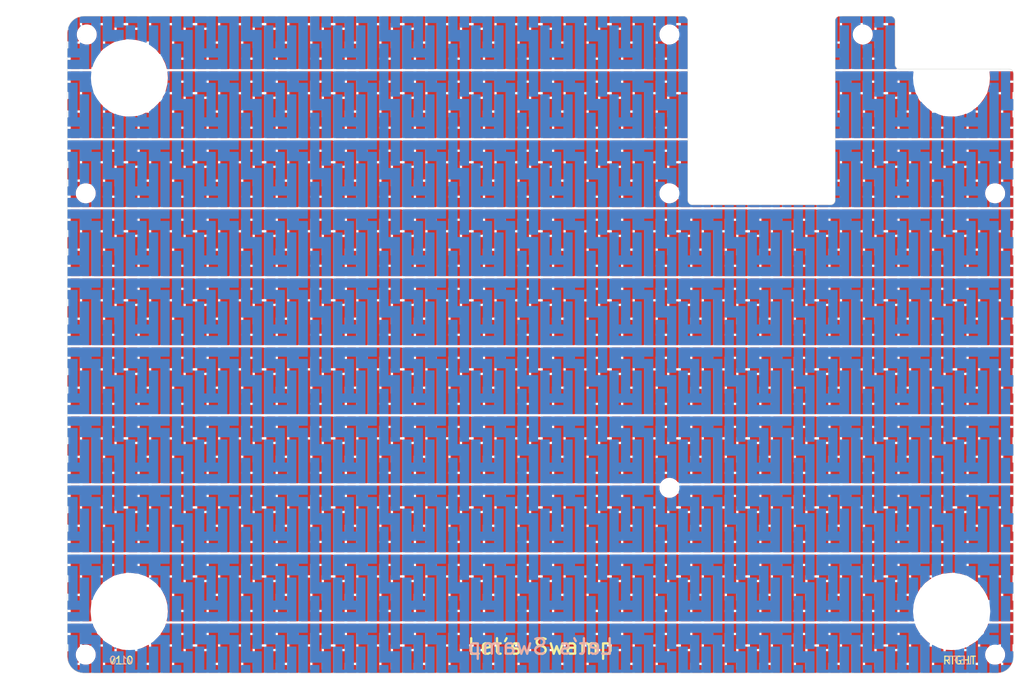
<source format=kicad_pcb>
(kicad_pcb (version 20171130) (host pcbnew "(5.1.12)-1")
  (layers (0 F.Cu signal) (31 B.Cu signal) (34 B.Paste user) (35 F.Paste user) (36 B.SilkS user) (37 F.SilkS user) (38 B.Mask user) (39 F.Mask user) (44 Edge.Cuts user))
  (net 0 "")
  (module footprints:m2_Screw_Hole (layer F.Cu) (at -11.143756 69.205088)
    (fp_text reference Ref**)
    (fp_text value Val**)
    (pad "" np_thru_hole circle (at 0 0) (size 2.2 2.2) (drill 2.2) (layers *.Cu *.Mask))
  )
  (module footprints:m2_Screw_Hole (layer F.Cu) (at 64.293836 47.625008)
    (fp_text reference Ref**)
    (fp_text value Val**)
    (pad "" np_thru_hole circle (at 0 0) (size 2.2 2.2) (drill 2.2) (layers *.Cu *.Mask))
  )
  (module footprints:m2_Screw_Hole (layer F.Cu) (at 106.397756 69.205088)
    (fp_text reference Ref**)
    (fp_text value Val**)
    (pad "" np_thru_hole circle (at 0 0) (size 2.2 2.2) (drill 2.2) (layers *.Cu *.Mask))
  )
  (module footprints:m2_Screw_Hole (layer F.Cu) (at 106.397756 9.525008)
    (fp_text reference Ref**)
    (fp_text value Val**)
    (pad "" np_thru_hole circle (at 0 0) (size 2.2 2.2) (drill 2.2) (layers *.Cu *.Mask))
  )
  (module footprints:m2_Screw_Hole (layer F.Cu) (at 64.293836 9.525008)
    (fp_text reference Ref**)
    (fp_text value Val**)
    (pad "" np_thru_hole circle (at 0 0) (size 2.2 2.2) (drill 2.2) (layers *.Cu *.Mask))
  )
  (module footprints:m2_Screw_Hole (layer F.Cu) (at -11.143756 9.525008)
    (fp_text reference Ref**)
    (fp_text value Val**)
    (pad "" np_thru_hole circle (at 0 0) (size 2.2 2.2) (drill 2.2) (layers *.Cu *.Mask))
  )
  (module footprints:m2_Screw_Hole (layer F.Cu) (at 64.293836 -11.013291)
    (fp_text reference Ref**)
    (fp_text value Val**)
    (pad "" np_thru_hole circle (at 0 0) (size 2.2 2.2) (drill 2.2) (layers *.Cu *.Mask))
  )
  (module footprints:m2_Screw_Hole (layer F.Cu) (at -11.013291 -11.013291)
    (fp_text reference Ref**)
    (fp_text value Val**)
    (pad "" np_thru_hole circle (at 0 0) (size 2.2 2.2) (drill 2.2) (layers *.Cu *.Mask))
  )
  (module footprints:m2_Screw_Hole (layer F.Cu) (at 89.29695 -11.013291)
    (fp_text reference Ref**)
    (fp_text value Val**)
    (pad "" np_thru_hole circle (at 0 0) (size 2.2 2.2) (drill 2.2) (layers *.Cu *.Mask))
  )
  (gr_text "Let's Swamp" (at 47.62904 68.163224) (layer F.SilkS) (effects (font (size 2 2) (thickness 0.3))))
  (gr_text v1.0 (at -6.544352 69.94916) (layer F.SilkS) (effects (font (size 1 1))))
  (gr_text RIGHT (at 101.802432 69.94916) (layer F.SilkS) (effects (font (size 1 1))))
  (gr_arc (start 85.129616 10.41796) (end 85.129616 11.013272) (angle -90) (layer Edge.Cuts) (width 0.05))
  (gr_arc (start 67.270256 10.41796) (end 66.674944 10.41796) (angle -90) (layer Edge.Cuts) (width 0.05))
  (gr_arc (start 108.183696 -5.95312) (end 108.779008 -5.95312) (angle -90) (layer Edge.Cuts) (width 0.05))
  (gr_arc (start 94.059296 -7.143744) (end 93.463984 -7.143744) (angle -90) (layer Edge.Cuts) (width 0.05))
  (gr_arc (start 66.079632 -12.799208) (end 66.674944 -12.799208) (angle -90) (layer Edge.Cuts) (width 0.05))
  (gr_arc (start 86.32024 -12.799208) (end 86.32024 -13.39452) (angle -90) (layer Edge.Cuts) (width 0.05))
  (gr_arc (start 92.868672 -12.799208) (end 93.463984 -12.799208) (angle -90) (layer Edge.Cuts) (width 0.05))
  (gr_line (start 93.463984 -7.143744) (end 93.463984 -12.799208) (layer Edge.Cuts) (width 0.05))
  (gr_line (start 108.183696 -6.548432) (end 94.059296 -6.548432) (layer Edge.Cuts) (width 0.05))
  (gr_line (start 86.32024 -13.39452) (end 92.868672 -13.39452) (layer Edge.Cuts) (width 0.05))
  (gr_line (start 85.724928 10.41796) (end 85.724928 -12.799208) (layer Edge.Cuts) (width 0.05))
  (gr_line (start 67.270256 11.013272) (end 85.129616 11.013272) (layer Edge.Cuts) (width 0.05))
  (gr_line (start 66.674944 -12.799208) (end 66.674944 10.41796) (layer Edge.Cuts) (width 0.05))
  (gr_arc (start -11.378576 69.439908) (end -13.525008 69.439908) (angle -90) (layer Edge.Cuts) (width 0.05))
  (gr_arc (start -11.378576 -11.248111) (end -11.378576 -13.394543) (angle -90) (layer Edge.Cuts) (width 0.05))
  (gr_text v1.0 (at -6.548432 69.94916) (layer B.SilkS) (effects (font (size 1 1)) (justify mirror)))
  (gr_text LEFT (at 101.798352 69.94916) (layer B.SilkS) (effects (font (size 1 1)) (justify mirror)))
  (gr_text "Let's Swamp" (at 47.62496 68.163224) (layer B.SilkS) (effects (font (size 2 2) (thickness 0.3)) (justify mirror)))
  (gr_line (start -13.525008 69.439908) (end -13.525008 -11.248111) (layer Edge.Cuts) (width 0.05))
  (gr_line (start -11.378576 -13.39452) (end 66.079632 -13.39452) (layer Edge.Cuts) (width 0.05))
  (gr_arc (start 106.63258 69.439908) (end 106.63258 71.586336) (angle -90) (layer Edge.Cuts) (width 0.05))
  (gr_line (start 108.779008 69.439908) (end 108.779008 -5.95312) (layer Edge.Cuts) (width 0.05))
  (gr_line (start -11.378576 71.58634) (end 106.63258 71.58634) (layer Edge.Cuts) (width 0.05))
  (zone (net 0) (net_name "") (layer F.Cu) (connect_pads (clearance 0)) (min_thickness 0.148828) (fill yes (arc_segments 32) (thermal_gap 0.508) (thermal_bridge_width 0.508))
    (polygon (pts (xy 109.5375 72.628125) (xy -14.2875 72.628125) (xy -14.2875 -14.2875) (xy 109.5375 -14.2875)))
  )
  (zone (net 0) (net_name "") (layer B.Cu) (connect_pads (clearance 0)) (min_thickness 0.148828) (fill yes (arc_segments 32) (thermal_gap 0.508) (thermal_bridge_width 0.508))
    (polygon (pts (xy 109.537408 72.628064) (xy -14.287488 72.628064) (xy -14.287488 -14.287488) (xy 109.537408 -14.287488)))
  )
  (zone (net 0) (net_name "") (layer B.Cu) (connect_pads (clearance 0)) (min_thickness 0.254)
    (keepout (tracks allowed) (vias allowed) (copperpour not_allowed))
    (fill (arc_segments 32) (thermal_gap 0.508) (thermal_bridge_width 0.508))
    (polygon (pts (xy 109.835064 -11.90624) (xy 108.64444 -11.90624) (xy 108.64444 -15.180456) (xy 108.346784 -15.180456) (xy 108.346784 -11.608584) (xy 109.835064 -11.608584) (xy 109.835064 -6.548432) (xy 110.13272 -6.548432) (xy 110.13272 -15.478112) (xy 109.835064 -15.478112)))
  )
  (zone (net 0) (net_name "") (layer B.Cu) (connect_pads (clearance 0)) (min_thickness 0.254)
    (keepout (tracks allowed) (vias allowed) (copperpour not_allowed))
    (fill (arc_segments 32) (thermal_gap 0.508) (thermal_bridge_width 0.508))
    (polygon (pts (xy 101.20304 -15.180456) (xy 106.858504 -15.180456) (xy 106.858504 -13.989832) (xy 105.66788 -13.989832) (xy 105.66788 -13.692176) (xy 106.858504 -13.692176) (xy 106.858504 -6.548432) (xy 107.15616 -6.548432) (xy 107.15616 -9.822648) (xy 108.346784 -9.822648) (xy 108.346784 -6.548432) (xy 108.64444 -6.548432) (xy 108.64444 -10.120304) (xy 107.15616 -10.120304) (xy 107.15616 -15.180456) (xy 109.835064 -15.180456) (xy 109.835064 -15.478112) (xy 101.20304 -15.478112)))
  )
  (zone (net 0) (net_name "") (layer B.Cu) (connect_pads (clearance 0)) (min_thickness 0.254)
    (keepout (tracks allowed) (vias allowed) (copperpour not_allowed))
    (fill (arc_segments 32) (thermal_gap 0.508) (thermal_bridge_width 0.508))
    (polygon (pts (xy 101.203032 -10.349007) (xy 101.94718 -10.269132) (xy 102.393664 -10.120304) (xy 102.393664 -12.203896) (xy 101.20304 -12.203896) (xy 101.20304 -12.501552) (xy 102.69132 -12.501552) (xy 102.69132 -10.021085) (xy 102.840148 -9.971476) (xy 103.584288 -9.524992) (xy 103.881944 -9.30175) (xy 103.881944 -13.692176) (xy 102.69132 -13.692176) (xy 102.69132 -13.989832) (xy 104.1796 -13.989832) (xy 104.1796 -12.501552) (xy 105.66788 -12.501552) (xy 105.66788 -6.548432) (xy 105.667881 -6.548424) (xy 110.13272 -6.548424) (xy 110.13272 2.381256) (xy 109.835064 2.381256) (xy 109.835064 -2.678896) (xy 108.346784 -2.678896) (xy 108.346784 -6.250768) (xy 107.15616 -6.250768) (xy 107.15616 -1.190616) (xy 108.64444 -1.190616) (xy 108.64444 2.381256) (xy 108.346784 2.381256) (xy 108.346784 -0.89296) (xy 107.15616 -0.89296) (xy 107.15616 2.381256) (xy 106.858504 2.381256) (xy 106.858504 -4.762488) (xy 105.713884 -4.762488) (xy 105.66788 -4.316012) (xy 105.519052 -3.7207) (xy 105.444634 -3.571864) (xy 105.66788 -3.571864) (xy 105.66788 2.381256) (xy 105.370224 2.381256) (xy 105.370224 -3.274208) (xy 105.295806 -3.274208) (xy 104.92374 -2.530076) (xy 104.1796 -1.785936) (xy 104.1796 -0.297648) (xy 103.881944 -0.297648) (xy 103.881944 -1.48828) (xy 103.286632 -1.041796) (xy 102.69132 -0.74414) (xy 102.69132 -0.297648) (xy 102.393664 -0.297648) (xy 102.393664 -0.659095) (xy 101.649524 -0.446484) (xy 101.203032 -0.419831) (xy 101.203032 2.381256) (xy 100.905376 2.381256) (xy 100.905376 -0.402063) (xy 100.779008 -0.39452) (xy 100.012416 -0.446484) (xy 99.714752 -0.506017) (xy 99.714752 2.381256) (xy 99.417096 2.381256) (xy 99.417096 -0.565548) (xy 99.268276 -0.595312) (xy 98.67298 -0.89296) (xy 98.226472 -0.89296) (xy 98.226472 2.381256) (xy 97.928816 2.381256) (xy 97.928816 -1.309691) (xy 97.631168 -1.48828) (xy 97.035856 -2.083592) (xy 96.738192 -2.480477) (xy 96.738192 2.381256) (xy 96.440536 2.381256) (xy 96.440536 -2.926964) (xy 96.23219 -3.274208) (xy 95.249912 -3.274208) (xy 95.249912 -0.297648) (xy 94.952256 -0.297648) (xy 94.952256 -4.762488) (xy 93.761632 -4.762488) (xy 93.761632 -5.060144) (xy 95.249912 -5.060144) (xy 95.249912 -3.571864) (xy 96.105683 -3.571864) (xy 95.845232 -4.613668) (xy 95.779008 -5.39452) (xy 95.845231 -6.250768) (xy 92.273352 -6.250768) (xy 92.273352 -6.548424) (xy 95.919644 -6.548424) (xy 95.99406 -6.846088) (xy 96.142888 -7.292572) (xy 96.440536 -7.887868) (xy 96.440536 -12.203896) (xy 95.249912 -12.203896) (xy 95.249912 -9.227336) (xy 94.952256 -9.227336) (xy 94.952256 -13.692176) (xy 93.761632 -13.692176) (xy 93.761632 -13.989832) (xy 95.249912 -13.989832) (xy 95.249912 -12.501552) (xy 96.738192 -12.501552) (xy 96.738192 -8.334356) (xy 96.7382 -8.334368) (xy 97.333512 -9.078508) (xy 97.928816 -9.524986) (xy 97.928816 -13.692176) (xy 96.738192 -13.692176) (xy 96.738192 -13.989832) (xy 97.928816 -13.989832) (xy 97.928816 -15.180456) (xy 92.273352 -15.180456) (xy 92.273352 -15.478112) (xy 101.203032 -15.478112)))
    (polygon (pts (xy 108.64444 -6.250768) (xy 108.64444 -2.976552) (xy 109.835064 -2.976552) (xy 109.835064 -6.250768)))
    (polygon (pts (xy 105.696547 -6.250768) (xy 105.779008 -5.39452) (xy 105.744554 -5.060144) (xy 106.858504 -5.060144) (xy 106.858504 -6.250768)))
    (polygon (pts (xy 104.1796 -12.203896) (xy 104.1796 -9.227336) (xy 103.981163 -9.227336) (xy 104.1796 -9.078508) (xy 104.626084 -8.632024) (xy 104.92374 -8.18554) (xy 105.370224 -7.4414) (xy 105.370224 -12.203896)))
    (polygon (pts (xy 98.226472 -9.822648) (xy 98.226472 -9.703581) (xy 98.424917 -9.822648)))
    (polygon (pts (xy 98.226472 -15.180456) (xy 98.226472 -10.120304) (xy 99.119448 -10.120304) (xy 99.71476 -10.269132) (xy 100.607728 -10.41796) (xy 100.779008 -10.39452) (xy 100.905376 -10.380956) (xy 100.905376 -11.608584) (xy 99.417096 -11.608584) (xy 99.417096 -15.180456)))
    (polygon (pts (xy 99.714752 -15.180456) (xy 99.714752 -11.90624) (xy 100.905376 -11.90624) (xy 100.905376 -15.180456)))
  )
  (zone (net 0) (net_name "") (layer B.Cu) (connect_pads (clearance 0)) (min_thickness 0.254)
    (keepout (tracks allowed) (vias allowed) (copperpour not_allowed))
    (fill (arc_segments 32) (thermal_gap 0.508) (thermal_bridge_width 0.508))
    (polygon (pts (xy 93.463976 -7.739056) (xy 95.249912 -7.739056) (xy 95.249912 -8.036712) (xy 93.463976 -8.036712)))
  )
  (zone (net 0) (net_name "") (layer B.Cu) (connect_pads (clearance 0)) (min_thickness 0.254)
    (keepout (tracks allowed) (vias allowed) (copperpour not_allowed))
    (fill (arc_segments 32) (thermal_gap 0.508) (thermal_bridge_width 0.508))
    (polygon (pts (xy 84.534288 -7.739056) (xy 86.320224 -7.739056) (xy 86.320224 -8.036712) (xy 84.534288 -8.036712)))
  )
  (zone (net 0) (net_name "") (layer B.Cu) (connect_pads (clearance 0)) (min_thickness 0.254)
    (keepout (tracks allowed) (vias allowed) (copperpour not_allowed))
    (fill (arc_segments 32) (thermal_gap 0.508) (thermal_bridge_width 0.508))
    (polygon (pts (xy 75.6046 -7.739056) (xy 77.390536 -7.739056) (xy 77.390536 -8.036712) (xy 75.6046 -8.036712)))
  )
  (zone (net 0) (net_name "") (layer B.Cu) (connect_pads (clearance 0)) (min_thickness 0.254)
    (keepout (tracks allowed) (vias allowed) (copperpour not_allowed))
    (fill (arc_segments 32) (thermal_gap 0.508) (thermal_bridge_width 0.508))
    (polygon (pts (xy 66.674912 -7.739056) (xy 68.460848 -7.739056) (xy 68.460848 -8.036712) (xy 66.674912 -8.036712)))
  )
  (zone (net 0) (net_name "") (layer B.Cu) (connect_pads (clearance 0)) (min_thickness 0.254)
    (keepout (tracks allowed) (vias allowed) (copperpour not_allowed))
    (fill (arc_segments 32) (thermal_gap 0.508) (thermal_bridge_width 0.508))
    (polygon (pts (xy 57.745224 -7.739056) (xy 59.53116 -7.739056) (xy 59.53116 -8.036712) (xy 57.745224 -8.036712)))
  )
  (zone (net 0) (net_name "") (layer B.Cu) (connect_pads (clearance 0)) (min_thickness 0.254)
    (keepout (tracks allowed) (vias allowed) (copperpour not_allowed))
    (fill (arc_segments 32) (thermal_gap 0.508) (thermal_bridge_width 0.508))
    (polygon (pts (xy 48.815536 -7.739056) (xy 50.601472 -7.739056) (xy 50.601472 -8.036712) (xy 48.815536 -8.036712)))
  )
  (zone (net 0) (net_name "") (layer B.Cu) (connect_pads (clearance 0)) (min_thickness 0.254)
    (keepout (tracks allowed) (vias allowed) (copperpour not_allowed))
    (fill (arc_segments 32) (thermal_gap 0.508) (thermal_bridge_width 0.508))
    (polygon (pts (xy 39.885848 -7.739056) (xy 41.671784 -7.739056) (xy 41.671784 -8.036712) (xy 39.885848 -8.036712)))
  )
  (zone (net 0) (net_name "") (layer B.Cu) (connect_pads (clearance 0)) (min_thickness 0.254)
    (keepout (tracks allowed) (vias allowed) (copperpour not_allowed))
    (fill (arc_segments 32) (thermal_gap 0.508) (thermal_bridge_width 0.508))
    (polygon (pts (xy 30.95616 -7.739056) (xy 32.742096 -7.739056) (xy 32.742096 -8.036712) (xy 30.95616 -8.036712)))
  )
  (zone (net 0) (net_name "") (layer B.Cu) (connect_pads (clearance 0)) (min_thickness 0.254)
    (keepout (tracks allowed) (vias allowed) (copperpour not_allowed))
    (fill (arc_segments 32) (thermal_gap 0.508) (thermal_bridge_width 0.508))
    (polygon (pts (xy 22.026472 -7.739056) (xy 23.812408 -7.739056) (xy 23.812408 -8.036712) (xy 22.026472 -8.036712)))
  )
  (zone (net 0) (net_name "") (layer B.Cu) (connect_pads (clearance 0)) (min_thickness 0.254)
    (keepout (tracks allowed) (vias allowed) (copperpour not_allowed))
    (fill (arc_segments 32) (thermal_gap 0.508) (thermal_bridge_width 0.508))
    (polygon (pts (xy 13.096784 -7.739056) (xy 14.88272 -7.739056) (xy 14.88272 -8.036712) (xy 13.096784 -8.036712)))
  )
  (zone (net 0) (net_name "") (layer B.Cu) (connect_pads (clearance 0)) (min_thickness 0.254)
    (keepout (tracks allowed) (vias allowed) (copperpour not_allowed))
    (fill (arc_segments 32) (thermal_gap 0.508) (thermal_bridge_width 0.508))
    (polygon (pts (xy 4.167096 -7.739056) (xy 5.953032 -7.739056) (xy 5.953032 -8.036712) (xy 4.167096 -8.036712)))
  )
  (zone (net 0) (net_name "") (layer B.Cu) (connect_pads (clearance 0)) (min_thickness 0.254)
    (keepout (tracks allowed) (vias allowed) (copperpour not_allowed))
    (fill (arc_segments 32) (thermal_gap 0.508) (thermal_bridge_width 0.508))
    (polygon (pts (xy -5.953224 -10.368333) (xy -5.655464 -10.41796) (xy -5.484184 -10.39452) (xy -4.762592 -10.317067) (xy -4.762592 -12.203896) (xy -5.953216 -12.203896) (xy -5.953216 -12.501552) (xy -4.464936 -12.501552) (xy -4.464936 -10.285117) (xy -4.316012 -10.269132) (xy -3.423044 -9.971476) (xy -3.274312 -9.882237) (xy -3.274312 -13.692176) (xy -4.464936 -13.692176) (xy -4.464936 -13.989832) (xy -2.976656 -13.989832) (xy -2.976656 -12.501552) (xy -1.488376 -12.501552) (xy -1.488376 -8.408926) (xy -1.339452 -8.18554) (xy -0.892968 -7.4414) (xy -0.595312 -6.548432) (xy -0.595311 -6.548424) (xy 2.976464 -6.548424) (xy 2.976464 2.381256) (xy 2.678808 2.381256) (xy 2.678808 -2.678896) (xy 1.190528 -2.678896) (xy 1.190528 -6.250768) (xy -0.000096 -6.250768) (xy -0.000096 -1.190616) (xy 1.488184 -1.190616) (xy 1.488184 2.381256) (xy 1.190528 2.381256) (xy 1.190528 -0.89296) (xy -0.000096 -0.89296) (xy -0.000096 2.381256) (xy -0.297752 2.381256) (xy -0.297752 -4.762488) (xy -0.549308 -4.762488) (xy -0.595312 -4.316012) (xy -0.74414 -3.7207) (xy -1.339452 -2.530076) (xy -1.488376 -2.381152) (xy -1.488376 2.381256) (xy -1.786032 2.381256) (xy -1.786032 -2.083496) (xy -2.381248 -1.48828) (xy -2.97656 -1.041796) (xy -2.976656 -1.041748) (xy -2.976656 -0.297648) (xy -3.274312 -0.297648) (xy -3.274312 -0.89292) (xy -3.571872 -0.74414) (xy -4.464936 -0.488979) (xy -4.464936 -0.297648) (xy -4.762592 -0.297648) (xy -4.762592 -0.437594) (xy -5.484184 -0.39452) (xy -5.953224 -0.426314) (xy -5.953224 2.381256) (xy -6.25088 2.381256) (xy -6.25088 -0.446505) (xy -6.994916 -0.595312) (xy -7.441504 -0.818606) (xy -7.441504 2.381256) (xy -7.73916 2.381256) (xy -7.73916 -0.89296) (xy -8.929784 -0.89296) (xy -8.929784 2.381256) (xy -9.22744 2.381256) (xy -9.22744 -2.083731) (xy -9.67382 -2.678904) (xy -10.120304 -3.423044) (xy -10.41796 -4.613668) (xy -10.484184 -5.39452) (xy -10.417961 -6.250768) (xy -14.882904 -6.250768) (xy -14.882904 -6.548424) (xy -10.343548 -6.548424) (xy -10.269132 -6.846088) (xy -10.120304 -7.292572) (xy -9.822648 -7.887884) (xy -9.524992 -8.334368) (xy -9.22744 -8.706308) (xy -9.22744 -13.692176) (xy -10.418064 -13.692176) (xy -10.418064 -13.989832) (xy -9.22744 -13.989832) (xy -9.22744 -15.180456) (xy -14.882904 -15.180456) (xy -14.882904 -15.478112) (xy -5.953224 -15.478112)))
    (polygon (pts (xy -8.929784 -1.190616) (xy -8.135917 -1.190616) (xy -8.632024 -1.48828) (xy -8.929784 -1.78604)))
    (polygon (pts (xy 1.488184 -6.250768) (xy 1.488184 -2.976552) (xy 2.678808 -2.976552) (xy 2.678808 -6.250768)))
    (polygon (pts (xy -0.566645 -6.250768) (xy -0.484184 -5.39452) (xy -0.518638 -5.060144) (xy -0.297752 -5.060144) (xy -0.297752 -6.250768)))
    (polygon (pts (xy -2.976656 -12.203896) (xy -2.976656 -9.703643) (xy -2.678904 -9.524992) (xy -2.083592 -9.078508) (xy -1.786032 -8.780948) (xy -1.786032 -12.203896)))
    (polygon (pts (xy -8.929784 -9.822648) (xy -8.929784 -9.078378) (xy -8.92968 -9.078508) (xy -8.334368 -9.524992) (xy -7.838275 -9.822648)))
    (polygon (pts (xy -8.929784 -15.180456) (xy -8.929784 -10.120304) (xy -7.441504 -10.120304) (xy -7.441504 -10.021051) (xy -7.143744 -10.120304) (xy -6.548432 -10.269132) (xy -6.25088 -10.318724) (xy -6.25088 -11.608584) (xy -7.73916 -11.608584) (xy -7.73916 -15.180456)))
    (polygon (pts (xy -7.441504 -15.180456) (xy -7.441504 -11.90624) (xy -6.25088 -11.90624) (xy -6.25088 -15.180456)))
  )
  (zone (net 0) (net_name "") (layer B.Cu) (connect_pads (clearance 0)) (min_thickness 0.254)
    (keepout (tracks allowed) (vias allowed) (copperpour not_allowed))
    (fill (arc_segments 32) (thermal_gap 0.508) (thermal_bridge_width 0.508))
    (polygon (pts (xy -13.69228 -7.739056) (xy -11.906344 -7.739056) (xy -11.906344 -8.036712) (xy -13.69228 -8.036712)))
  )
  (zone (net 0) (net_name "") (layer B.Cu) (connect_pads (clearance 0)) (min_thickness 0.254)
    (keepout (tracks allowed) (vias allowed) (copperpour not_allowed))
    (fill (arc_segments 32) (thermal_gap 0.508) (thermal_bridge_width 0.508))
    (polygon (pts (xy 102.393664 1.190632) (xy 104.1796 1.190632) (xy 104.1796 0.892976) (xy 102.393664 0.892976)))
  )
  (zone (net 0) (net_name "") (layer B.Cu) (connect_pads (clearance 0)) (min_thickness 0.254)
    (keepout (tracks allowed) (vias allowed) (copperpour not_allowed))
    (fill (arc_segments 32) (thermal_gap 0.508) (thermal_bridge_width 0.508))
    (polygon (pts (xy 93.463976 1.190632) (xy 95.249912 1.190632) (xy 95.249912 0.892976) (xy 93.463976 0.892976)))
  )
  (zone (net 0) (net_name "") (layer B.Cu) (connect_pads (clearance 0)) (min_thickness 0.254)
    (keepout (tracks allowed) (vias allowed) (copperpour not_allowed))
    (fill (arc_segments 32) (thermal_gap 0.508) (thermal_bridge_width 0.508))
    (polygon (pts (xy 84.534288 1.190632) (xy 86.320224 1.190632) (xy 86.320224 0.892976) (xy 84.534288 0.892976)))
  )
  (zone (net 0) (net_name "") (layer B.Cu) (connect_pads (clearance 0)) (min_thickness 0.254)
    (keepout (tracks allowed) (vias allowed) (copperpour not_allowed))
    (fill (arc_segments 32) (thermal_gap 0.508) (thermal_bridge_width 0.508))
    (polygon (pts (xy 75.6046 1.190632) (xy 77.390536 1.190632) (xy 77.390536 0.892976) (xy 75.6046 0.892976)))
  )
  (zone (net 0) (net_name "") (layer B.Cu) (connect_pads (clearance 0)) (min_thickness 0.254)
    (keepout (tracks allowed) (vias allowed) (copperpour not_allowed))
    (fill (arc_segments 32) (thermal_gap 0.508) (thermal_bridge_width 0.508))
    (polygon (pts (xy 66.674912 1.190632) (xy 68.460848 1.190632) (xy 68.460848 0.892976) (xy 66.674912 0.892976)))
  )
  (zone (net 0) (net_name "") (layer B.Cu) (connect_pads (clearance 0)) (min_thickness 0.254)
    (keepout (tracks allowed) (vias allowed) (copperpour not_allowed))
    (fill (arc_segments 32) (thermal_gap 0.508) (thermal_bridge_width 0.508))
    (polygon (pts (xy 57.745224 1.190632) (xy 59.53116 1.190632) (xy 59.53116 0.892976) (xy 57.745224 0.892976)))
  )
  (zone (net 0) (net_name "") (layer B.Cu) (connect_pads (clearance 0)) (min_thickness 0.254)
    (keepout (tracks allowed) (vias allowed) (copperpour not_allowed))
    (fill (arc_segments 32) (thermal_gap 0.508) (thermal_bridge_width 0.508))
    (polygon (pts (xy 48.815536 1.190632) (xy 50.601472 1.190632) (xy 50.601472 0.892976) (xy 48.815536 0.892976)))
  )
  (zone (net 0) (net_name "") (layer B.Cu) (connect_pads (clearance 0)) (min_thickness 0.254)
    (keepout (tracks allowed) (vias allowed) (copperpour not_allowed))
    (fill (arc_segments 32) (thermal_gap 0.508) (thermal_bridge_width 0.508))
    (polygon (pts (xy 39.885848 1.190632) (xy 41.671784 1.190632) (xy 41.671784 0.892976) (xy 39.885848 0.892976)))
  )
  (zone (net 0) (net_name "") (layer B.Cu) (connect_pads (clearance 0)) (min_thickness 0.254)
    (keepout (tracks allowed) (vias allowed) (copperpour not_allowed))
    (fill (arc_segments 32) (thermal_gap 0.508) (thermal_bridge_width 0.508))
    (polygon (pts (xy 30.95616 1.190632) (xy 32.742096 1.190632) (xy 32.742096 0.892976) (xy 30.95616 0.892976)))
  )
  (zone (net 0) (net_name "") (layer B.Cu) (connect_pads (clearance 0)) (min_thickness 0.254)
    (keepout (tracks allowed) (vias allowed) (copperpour not_allowed))
    (fill (arc_segments 32) (thermal_gap 0.508) (thermal_bridge_width 0.508))
    (polygon (pts (xy 22.026472 1.190632) (xy 23.812408 1.190632) (xy 23.812408 0.892976) (xy 22.026472 0.892976)))
  )
  (zone (net 0) (net_name "") (layer B.Cu) (connect_pads (clearance 0)) (min_thickness 0.254)
    (keepout (tracks allowed) (vias allowed) (copperpour not_allowed))
    (fill (arc_segments 32) (thermal_gap 0.508) (thermal_bridge_width 0.508))
    (polygon (pts (xy 13.096784 1.190632) (xy 14.88272 1.190632) (xy 14.88272 0.892976) (xy 13.096784 0.892976)))
  )
  (zone (net 0) (net_name "") (layer B.Cu) (connect_pads (clearance 0)) (min_thickness 0.254)
    (keepout (tracks allowed) (vias allowed) (copperpour not_allowed))
    (fill (arc_segments 32) (thermal_gap 0.508) (thermal_bridge_width 0.508))
    (polygon (pts (xy 4.167096 1.190632) (xy 5.953032 1.190632) (xy 5.953032 0.892976) (xy 4.167096 0.892976)))
  )
  (zone (net 0) (net_name "") (layer B.Cu) (connect_pads (clearance 0)) (min_thickness 0.254)
    (keepout (tracks allowed) (vias allowed) (copperpour not_allowed))
    (fill (arc_segments 32) (thermal_gap 0.508) (thermal_bridge_width 0.508))
    (polygon (pts (xy -4.762592 1.190632) (xy -2.976656 1.190632) (xy -2.976656 0.892976) (xy -4.762592 0.892976)))
  )
  (zone (net 0) (net_name "") (layer B.Cu) (connect_pads (clearance 0)) (min_thickness 0.254)
    (keepout (tracks allowed) (vias allowed) (copperpour not_allowed))
    (fill (arc_segments 32) (thermal_gap 0.508) (thermal_bridge_width 0.508))
    (polygon (pts (xy -13.69228 1.190632) (xy -11.906344 1.190632) (xy -11.906344 0.892976) (xy -13.69228 0.892976)))
  )
  (zone (net 0) (net_name "") (layer B.Cu) (connect_pads (clearance 0)) (min_thickness 0.254)
    (keepout (tracks allowed) (vias allowed) (copperpour not_allowed))
    (fill (arc_segments 32) (thermal_gap 0.508) (thermal_bridge_width 0.508))
    (polygon (pts (xy 102.393664 10.12032) (xy 104.1796 10.12032) (xy 104.1796 9.822664) (xy 102.393664 9.822664)))
  )
  (zone (net 0) (net_name "") (layer B.Cu) (connect_pads (clearance 0)) (min_thickness 0.254)
    (keepout (tracks allowed) (vias allowed) (copperpour not_allowed))
    (fill (arc_segments 32) (thermal_gap 0.508) (thermal_bridge_width 0.508))
    (polygon (pts (xy 93.463976 10.12032) (xy 95.249912 10.12032) (xy 95.249912 9.822664) (xy 93.463976 9.822664)))
  )
  (zone (net 0) (net_name "") (layer B.Cu) (connect_pads (clearance 0)) (min_thickness 0.254)
    (keepout (tracks allowed) (vias allowed) (copperpour not_allowed))
    (fill (arc_segments 32) (thermal_gap 0.508) (thermal_bridge_width 0.508))
    (polygon (pts (xy 84.534288 10.12032) (xy 86.320224 10.12032) (xy 86.320224 9.822664) (xy 84.534288 9.822664)))
  )
  (zone (net 0) (net_name "") (layer B.Cu) (connect_pads (clearance 0)) (min_thickness 0.254)
    (keepout (tracks allowed) (vias allowed) (copperpour not_allowed))
    (fill (arc_segments 32) (thermal_gap 0.508) (thermal_bridge_width 0.508))
    (polygon (pts (xy 75.6046 10.12032) (xy 77.390536 10.12032) (xy 77.390536 9.822664) (xy 75.6046 9.822664)))
  )
  (zone (net 0) (net_name "") (layer B.Cu) (connect_pads (clearance 0)) (min_thickness 0.254)
    (keepout (tracks allowed) (vias allowed) (copperpour not_allowed))
    (fill (arc_segments 32) (thermal_gap 0.508) (thermal_bridge_width 0.508))
    (polygon (pts (xy 66.674912 10.12032) (xy 68.460848 10.12032) (xy 68.460848 9.822664) (xy 66.674912 9.822664)))
  )
  (zone (net 0) (net_name "") (layer B.Cu) (connect_pads (clearance 0)) (min_thickness 0.254)
    (keepout (tracks allowed) (vias allowed) (copperpour not_allowed))
    (fill (arc_segments 32) (thermal_gap 0.508) (thermal_bridge_width 0.508))
    (polygon (pts (xy 57.745224 10.12032) (xy 59.53116 10.12032) (xy 59.53116 9.822664) (xy 57.745224 9.822664)))
  )
  (zone (net 0) (net_name "") (layer B.Cu) (connect_pads (clearance 0)) (min_thickness 0.254)
    (keepout (tracks allowed) (vias allowed) (copperpour not_allowed))
    (fill (arc_segments 32) (thermal_gap 0.508) (thermal_bridge_width 0.508))
    (polygon (pts (xy 48.815536 10.12032) (xy 50.601472 10.12032) (xy 50.601472 9.822664) (xy 48.815536 9.822664)))
  )
  (zone (net 0) (net_name "") (layer B.Cu) (connect_pads (clearance 0)) (min_thickness 0.254)
    (keepout (tracks allowed) (vias allowed) (copperpour not_allowed))
    (fill (arc_segments 32) (thermal_gap 0.508) (thermal_bridge_width 0.508))
    (polygon (pts (xy 39.885848 10.12032) (xy 41.671784 10.12032) (xy 41.671784 9.822664) (xy 39.885848 9.822664)))
  )
  (zone (net 0) (net_name "") (layer B.Cu) (connect_pads (clearance 0)) (min_thickness 0.254)
    (keepout (tracks allowed) (vias allowed) (copperpour not_allowed))
    (fill (arc_segments 32) (thermal_gap 0.508) (thermal_bridge_width 0.508))
    (polygon (pts (xy 30.95616 10.12032) (xy 32.742096 10.12032) (xy 32.742096 9.822664) (xy 30.95616 9.822664)))
  )
  (zone (net 0) (net_name "") (layer B.Cu) (connect_pads (clearance 0)) (min_thickness 0.254)
    (keepout (tracks allowed) (vias allowed) (copperpour not_allowed))
    (fill (arc_segments 32) (thermal_gap 0.508) (thermal_bridge_width 0.508))
    (polygon (pts (xy 22.026472 10.12032) (xy 23.812408 10.12032) (xy 23.812408 9.822664) (xy 22.026472 9.822664)))
  )
  (zone (net 0) (net_name "") (layer B.Cu) (connect_pads (clearance 0)) (min_thickness 0.254)
    (keepout (tracks allowed) (vias allowed) (copperpour not_allowed))
    (fill (arc_segments 32) (thermal_gap 0.508) (thermal_bridge_width 0.508))
    (polygon (pts (xy 13.096784 10.12032) (xy 14.88272 10.12032) (xy 14.88272 9.822664) (xy 13.096784 9.822664)))
  )
  (zone (net 0) (net_name "") (layer B.Cu) (connect_pads (clearance 0)) (min_thickness 0.254)
    (keepout (tracks allowed) (vias allowed) (copperpour not_allowed))
    (fill (arc_segments 32) (thermal_gap 0.508) (thermal_bridge_width 0.508))
    (polygon (pts (xy 4.167096 10.12032) (xy 5.953032 10.12032) (xy 5.953032 9.822664) (xy 4.167096 9.822664)))
  )
  (zone (net 0) (net_name "") (layer B.Cu) (connect_pads (clearance 0)) (min_thickness 0.254)
    (keepout (tracks allowed) (vias allowed) (copperpour not_allowed))
    (fill (arc_segments 32) (thermal_gap 0.508) (thermal_bridge_width 0.508))
    (polygon (pts (xy -4.762592 10.12032) (xy -2.976656 10.12032) (xy -2.976656 9.822664) (xy -4.762592 9.822664)))
  )
  (zone (net 0) (net_name "") (layer B.Cu) (connect_pads (clearance 0)) (min_thickness 0.254)
    (keepout (tracks allowed) (vias allowed) (copperpour not_allowed))
    (fill (arc_segments 32) (thermal_gap 0.508) (thermal_bridge_width 0.508))
    (polygon (pts (xy -13.69228 10.12032) (xy -11.906344 10.12032) (xy -11.906344 9.822664) (xy -13.69228 9.822664)))
  )
  (zone (net 0) (net_name "") (layer B.Cu) (connect_pads (clearance 0)) (min_thickness 0.254)
    (keepout (tracks allowed) (vias allowed) (copperpour not_allowed))
    (fill (arc_segments 32) (thermal_gap 0.508) (thermal_bridge_width 0.508))
    (polygon (pts (xy 102.393664 19.050008) (xy 104.1796 19.050008) (xy 104.1796 18.752352) (xy 102.393664 18.752352)))
  )
  (zone (net 0) (net_name "") (layer B.Cu) (connect_pads (clearance 0)) (min_thickness 0.254)
    (keepout (tracks allowed) (vias allowed) (copperpour not_allowed))
    (fill (arc_segments 32) (thermal_gap 0.508) (thermal_bridge_width 0.508))
    (polygon (pts (xy 93.463976 19.050008) (xy 95.249912 19.050008) (xy 95.249912 18.752352) (xy 93.463976 18.752352)))
  )
  (zone (net 0) (net_name "") (layer B.Cu) (connect_pads (clearance 0)) (min_thickness 0.254)
    (keepout (tracks allowed) (vias allowed) (copperpour not_allowed))
    (fill (arc_segments 32) (thermal_gap 0.508) (thermal_bridge_width 0.508))
    (polygon (pts (xy 84.534288 19.050008) (xy 86.320224 19.050008) (xy 86.320224 18.752352) (xy 84.534288 18.752352)))
  )
  (zone (net 0) (net_name "") (layer B.Cu) (connect_pads (clearance 0)) (min_thickness 0.254)
    (keepout (tracks allowed) (vias allowed) (copperpour not_allowed))
    (fill (arc_segments 32) (thermal_gap 0.508) (thermal_bridge_width 0.508))
    (polygon (pts (xy 75.6046 19.050008) (xy 77.390536 19.050008) (xy 77.390536 18.752352) (xy 75.6046 18.752352)))
  )
  (zone (net 0) (net_name "") (layer B.Cu) (connect_pads (clearance 0)) (min_thickness 0.254)
    (keepout (tracks allowed) (vias allowed) (copperpour not_allowed))
    (fill (arc_segments 32) (thermal_gap 0.508) (thermal_bridge_width 0.508))
    (polygon (pts (xy 66.674912 19.050008) (xy 68.460848 19.050008) (xy 68.460848 18.752352) (xy 66.674912 18.752352)))
  )
  (zone (net 0) (net_name "") (layer B.Cu) (connect_pads (clearance 0)) (min_thickness 0.254)
    (keepout (tracks allowed) (vias allowed) (copperpour not_allowed))
    (fill (arc_segments 32) (thermal_gap 0.508) (thermal_bridge_width 0.508))
    (polygon (pts (xy 57.745224 19.050008) (xy 59.53116 19.050008) (xy 59.53116 18.752352) (xy 57.745224 18.752352)))
  )
  (zone (net 0) (net_name "") (layer B.Cu) (connect_pads (clearance 0)) (min_thickness 0.254)
    (keepout (tracks allowed) (vias allowed) (copperpour not_allowed))
    (fill (arc_segments 32) (thermal_gap 0.508) (thermal_bridge_width 0.508))
    (polygon (pts (xy 48.815536 19.050008) (xy 50.601472 19.050008) (xy 50.601472 18.752352) (xy 48.815536 18.752352)))
  )
  (zone (net 0) (net_name "") (layer B.Cu) (connect_pads (clearance 0)) (min_thickness 0.254)
    (keepout (tracks allowed) (vias allowed) (copperpour not_allowed))
    (fill (arc_segments 32) (thermal_gap 0.508) (thermal_bridge_width 0.508))
    (polygon (pts (xy 39.885848 19.050008) (xy 41.671784 19.050008) (xy 41.671784 18.752352) (xy 39.885848 18.752352)))
  )
  (zone (net 0) (net_name "") (layer B.Cu) (connect_pads (clearance 0)) (min_thickness 0.254)
    (keepout (tracks allowed) (vias allowed) (copperpour not_allowed))
    (fill (arc_segments 32) (thermal_gap 0.508) (thermal_bridge_width 0.508))
    (polygon (pts (xy 30.95616 19.050008) (xy 32.742096 19.050008) (xy 32.742096 18.752352) (xy 30.95616 18.752352)))
  )
  (zone (net 0) (net_name "") (layer B.Cu) (connect_pads (clearance 0)) (min_thickness 0.254)
    (keepout (tracks allowed) (vias allowed) (copperpour not_allowed))
    (fill (arc_segments 32) (thermal_gap 0.508) (thermal_bridge_width 0.508))
    (polygon (pts (xy 22.026472 19.050008) (xy 23.812408 19.050008) (xy 23.812408 18.752352) (xy 22.026472 18.752352)))
  )
  (zone (net 0) (net_name "") (layer B.Cu) (connect_pads (clearance 0)) (min_thickness 0.254)
    (keepout (tracks allowed) (vias allowed) (copperpour not_allowed))
    (fill (arc_segments 32) (thermal_gap 0.508) (thermal_bridge_width 0.508))
    (polygon (pts (xy 13.096784 19.050008) (xy 14.88272 19.050008) (xy 14.88272 18.752352) (xy 13.096784 18.752352)))
  )
  (zone (net 0) (net_name "") (layer B.Cu) (connect_pads (clearance 0)) (min_thickness 0.254)
    (keepout (tracks allowed) (vias allowed) (copperpour not_allowed))
    (fill (arc_segments 32) (thermal_gap 0.508) (thermal_bridge_width 0.508))
    (polygon (pts (xy 4.167096 19.050008) (xy 5.953032 19.050008) (xy 5.953032 18.752352) (xy 4.167096 18.752352)))
  )
  (zone (net 0) (net_name "") (layer B.Cu) (connect_pads (clearance 0)) (min_thickness 0.254)
    (keepout (tracks allowed) (vias allowed) (copperpour not_allowed))
    (fill (arc_segments 32) (thermal_gap 0.508) (thermal_bridge_width 0.508))
    (polygon (pts (xy -4.762592 19.050008) (xy -2.976656 19.050008) (xy -2.976656 18.752352) (xy -4.762592 18.752352)))
  )
  (zone (net 0) (net_name "") (layer B.Cu) (connect_pads (clearance 0)) (min_thickness 0.254)
    (keepout (tracks allowed) (vias allowed) (copperpour not_allowed))
    (fill (arc_segments 32) (thermal_gap 0.508) (thermal_bridge_width 0.508))
    (polygon (pts (xy -13.69228 19.050008) (xy -11.906344 19.050008) (xy -11.906344 18.752352) (xy -13.69228 18.752352)))
  )
  (zone (net 0) (net_name "") (layer B.Cu) (connect_pads (clearance 0)) (min_thickness 0.254)
    (keepout (tracks allowed) (vias allowed) (copperpour not_allowed))
    (fill (arc_segments 32) (thermal_gap 0.508) (thermal_bridge_width 0.508))
    (polygon (pts (xy 102.393664 27.979696) (xy 104.1796 27.979696) (xy 104.1796 27.68204) (xy 102.393664 27.68204)))
  )
  (zone (net 0) (net_name "") (layer B.Cu) (connect_pads (clearance 0)) (min_thickness 0.254)
    (keepout (tracks allowed) (vias allowed) (copperpour not_allowed))
    (fill (arc_segments 32) (thermal_gap 0.508) (thermal_bridge_width 0.508))
    (polygon (pts (xy 93.463976 27.979696) (xy 95.249912 27.979696) (xy 95.249912 27.68204) (xy 93.463976 27.68204)))
  )
  (zone (net 0) (net_name "") (layer B.Cu) (connect_pads (clearance 0)) (min_thickness 0.254)
    (keepout (tracks allowed) (vias allowed) (copperpour not_allowed))
    (fill (arc_segments 32) (thermal_gap 0.508) (thermal_bridge_width 0.508))
    (polygon (pts (xy 84.534288 27.979696) (xy 86.320224 27.979696) (xy 86.320224 27.68204) (xy 84.534288 27.68204)))
  )
  (zone (net 0) (net_name "") (layer B.Cu) (connect_pads (clearance 0)) (min_thickness 0.254)
    (keepout (tracks allowed) (vias allowed) (copperpour not_allowed))
    (fill (arc_segments 32) (thermal_gap 0.508) (thermal_bridge_width 0.508))
    (polygon (pts (xy 75.6046 27.979696) (xy 77.390536 27.979696) (xy 77.390536 27.68204) (xy 75.6046 27.68204)))
  )
  (zone (net 0) (net_name "") (layer B.Cu) (connect_pads (clearance 0)) (min_thickness 0.254)
    (keepout (tracks allowed) (vias allowed) (copperpour not_allowed))
    (fill (arc_segments 32) (thermal_gap 0.508) (thermal_bridge_width 0.508))
    (polygon (pts (xy 66.674912 27.979696) (xy 68.460848 27.979696) (xy 68.460848 27.68204) (xy 66.674912 27.68204)))
  )
  (zone (net 0) (net_name "") (layer B.Cu) (connect_pads (clearance 0)) (min_thickness 0.254)
    (keepout (tracks allowed) (vias allowed) (copperpour not_allowed))
    (fill (arc_segments 32) (thermal_gap 0.508) (thermal_bridge_width 0.508))
    (polygon (pts (xy 57.745224 27.979696) (xy 59.53116 27.979696) (xy 59.53116 27.68204) (xy 57.745224 27.68204)))
  )
  (zone (net 0) (net_name "") (layer B.Cu) (connect_pads (clearance 0)) (min_thickness 0.254)
    (keepout (tracks allowed) (vias allowed) (copperpour not_allowed))
    (fill (arc_segments 32) (thermal_gap 0.508) (thermal_bridge_width 0.508))
    (polygon (pts (xy 48.815536 27.979696) (xy 50.601472 27.979696) (xy 50.601472 27.68204) (xy 48.815536 27.68204)))
  )
  (zone (net 0) (net_name "") (layer B.Cu) (connect_pads (clearance 0)) (min_thickness 0.254)
    (keepout (tracks allowed) (vias allowed) (copperpour not_allowed))
    (fill (arc_segments 32) (thermal_gap 0.508) (thermal_bridge_width 0.508))
    (polygon (pts (xy 39.885848 27.979696) (xy 41.671784 27.979696) (xy 41.671784 27.68204) (xy 39.885848 27.68204)))
  )
  (zone (net 0) (net_name "") (layer B.Cu) (connect_pads (clearance 0)) (min_thickness 0.254)
    (keepout (tracks allowed) (vias allowed) (copperpour not_allowed))
    (fill (arc_segments 32) (thermal_gap 0.508) (thermal_bridge_width 0.508))
    (polygon (pts (xy 30.95616 27.979696) (xy 32.742096 27.979696) (xy 32.742096 27.68204) (xy 30.95616 27.68204)))
  )
  (zone (net 0) (net_name "") (layer B.Cu) (connect_pads (clearance 0)) (min_thickness 0.254)
    (keepout (tracks allowed) (vias allowed) (copperpour not_allowed))
    (fill (arc_segments 32) (thermal_gap 0.508) (thermal_bridge_width 0.508))
    (polygon (pts (xy 22.026472 27.979696) (xy 23.812408 27.979696) (xy 23.812408 27.68204) (xy 22.026472 27.68204)))
  )
  (zone (net 0) (net_name "") (layer B.Cu) (connect_pads (clearance 0)) (min_thickness 0.254)
    (keepout (tracks allowed) (vias allowed) (copperpour not_allowed))
    (fill (arc_segments 32) (thermal_gap 0.508) (thermal_bridge_width 0.508))
    (polygon (pts (xy 13.096784 27.979696) (xy 14.88272 27.979696) (xy 14.88272 27.68204) (xy 13.096784 27.68204)))
  )
  (zone (net 0) (net_name "") (layer B.Cu) (connect_pads (clearance 0)) (min_thickness 0.254)
    (keepout (tracks allowed) (vias allowed) (copperpour not_allowed))
    (fill (arc_segments 32) (thermal_gap 0.508) (thermal_bridge_width 0.508))
    (polygon (pts (xy 4.167096 27.979696) (xy 5.953032 27.979696) (xy 5.953032 27.68204) (xy 4.167096 27.68204)))
  )
  (zone (net 0) (net_name "") (layer B.Cu) (connect_pads (clearance 0)) (min_thickness 0.254)
    (keepout (tracks allowed) (vias allowed) (copperpour not_allowed))
    (fill (arc_segments 32) (thermal_gap 0.508) (thermal_bridge_width 0.508))
    (polygon (pts (xy -4.762592 27.979696) (xy -2.976656 27.979696) (xy -2.976656 27.68204) (xy -4.762592 27.68204)))
  )
  (zone (net 0) (net_name "") (layer B.Cu) (connect_pads (clearance 0)) (min_thickness 0.254)
    (keepout (tracks allowed) (vias allowed) (copperpour not_allowed))
    (fill (arc_segments 32) (thermal_gap 0.508) (thermal_bridge_width 0.508))
    (polygon (pts (xy -13.69228 27.979696) (xy -11.906344 27.979696) (xy -11.906344 27.68204) (xy -13.69228 27.68204)))
  )
  (zone (net 0) (net_name "") (layer B.Cu) (connect_pads (clearance 0)) (min_thickness 0.254)
    (keepout (tracks allowed) (vias allowed) (copperpour not_allowed))
    (fill (arc_segments 32) (thermal_gap 0.508) (thermal_bridge_width 0.508))
    (polygon (pts (xy 102.393664 36.909384) (xy 104.1796 36.909384) (xy 104.1796 36.611728) (xy 102.393664 36.611728)))
  )
  (zone (net 0) (net_name "") (layer B.Cu) (connect_pads (clearance 0)) (min_thickness 0.254)
    (keepout (tracks allowed) (vias allowed) (copperpour not_allowed))
    (fill (arc_segments 32) (thermal_gap 0.508) (thermal_bridge_width 0.508))
    (polygon (pts (xy 93.463976 36.909384) (xy 95.249912 36.909384) (xy 95.249912 36.611728) (xy 93.463976 36.611728)))
  )
  (zone (net 0) (net_name "") (layer B.Cu) (connect_pads (clearance 0)) (min_thickness 0.254)
    (keepout (tracks allowed) (vias allowed) (copperpour not_allowed))
    (fill (arc_segments 32) (thermal_gap 0.508) (thermal_bridge_width 0.508))
    (polygon (pts (xy 84.534288 36.909384) (xy 86.320224 36.909384) (xy 86.320224 36.611728) (xy 84.534288 36.611728)))
  )
  (zone (net 0) (net_name "") (layer B.Cu) (connect_pads (clearance 0)) (min_thickness 0.254)
    (keepout (tracks allowed) (vias allowed) (copperpour not_allowed))
    (fill (arc_segments 32) (thermal_gap 0.508) (thermal_bridge_width 0.508))
    (polygon (pts (xy 75.6046 36.909384) (xy 77.390536 36.909384) (xy 77.390536 36.611728) (xy 75.6046 36.611728)))
  )
  (zone (net 0) (net_name "") (layer B.Cu) (connect_pads (clearance 0)) (min_thickness 0.254)
    (keepout (tracks allowed) (vias allowed) (copperpour not_allowed))
    (fill (arc_segments 32) (thermal_gap 0.508) (thermal_bridge_width 0.508))
    (polygon (pts (xy 66.674912 36.909384) (xy 68.460848 36.909384) (xy 68.460848 36.611728) (xy 66.674912 36.611728)))
  )
  (zone (net 0) (net_name "") (layer B.Cu) (connect_pads (clearance 0)) (min_thickness 0.254)
    (keepout (tracks allowed) (vias allowed) (copperpour not_allowed))
    (fill (arc_segments 32) (thermal_gap 0.508) (thermal_bridge_width 0.508))
    (polygon (pts (xy 57.745224 36.909384) (xy 59.53116 36.909384) (xy 59.53116 36.611728) (xy 57.745224 36.611728)))
  )
  (zone (net 0) (net_name "") (layer B.Cu) (connect_pads (clearance 0)) (min_thickness 0.254)
    (keepout (tracks allowed) (vias allowed) (copperpour not_allowed))
    (fill (arc_segments 32) (thermal_gap 0.508) (thermal_bridge_width 0.508))
    (polygon (pts (xy 48.815536 36.909384) (xy 50.601472 36.909384) (xy 50.601472 36.611728) (xy 48.815536 36.611728)))
  )
  (zone (net 0) (net_name "") (layer B.Cu) (connect_pads (clearance 0)) (min_thickness 0.254)
    (keepout (tracks allowed) (vias allowed) (copperpour not_allowed))
    (fill (arc_segments 32) (thermal_gap 0.508) (thermal_bridge_width 0.508))
    (polygon (pts (xy 39.885848 36.909384) (xy 41.671784 36.909384) (xy 41.671784 36.611728) (xy 39.885848 36.611728)))
  )
  (zone (net 0) (net_name "") (layer B.Cu) (connect_pads (clearance 0)) (min_thickness 0.254)
    (keepout (tracks allowed) (vias allowed) (copperpour not_allowed))
    (fill (arc_segments 32) (thermal_gap 0.508) (thermal_bridge_width 0.508))
    (polygon (pts (xy 30.95616 36.909384) (xy 32.742096 36.909384) (xy 32.742096 36.611728) (xy 30.95616 36.611728)))
  )
  (zone (net 0) (net_name "") (layer B.Cu) (connect_pads (clearance 0)) (min_thickness 0.254)
    (keepout (tracks allowed) (vias allowed) (copperpour not_allowed))
    (fill (arc_segments 32) (thermal_gap 0.508) (thermal_bridge_width 0.508))
    (polygon (pts (xy 22.026472 36.909384) (xy 23.812408 36.909384) (xy 23.812408 36.611728) (xy 22.026472 36.611728)))
  )
  (zone (net 0) (net_name "") (layer B.Cu) (connect_pads (clearance 0)) (min_thickness 0.254)
    (keepout (tracks allowed) (vias allowed) (copperpour not_allowed))
    (fill (arc_segments 32) (thermal_gap 0.508) (thermal_bridge_width 0.508))
    (polygon (pts (xy 13.096784 36.909384) (xy 14.88272 36.909384) (xy 14.88272 36.611728) (xy 13.096784 36.611728)))
  )
  (zone (net 0) (net_name "") (layer B.Cu) (connect_pads (clearance 0)) (min_thickness 0.254)
    (keepout (tracks allowed) (vias allowed) (copperpour not_allowed))
    (fill (arc_segments 32) (thermal_gap 0.508) (thermal_bridge_width 0.508))
    (polygon (pts (xy 4.167096 36.909384) (xy 5.953032 36.909384) (xy 5.953032 36.611728) (xy 4.167096 36.611728)))
  )
  (zone (net 0) (net_name "") (layer B.Cu) (connect_pads (clearance 0)) (min_thickness 0.254)
    (keepout (tracks allowed) (vias allowed) (copperpour not_allowed))
    (fill (arc_segments 32) (thermal_gap 0.508) (thermal_bridge_width 0.508))
    (polygon (pts (xy -4.762592 36.909384) (xy -2.976656 36.909384) (xy -2.976656 36.611728) (xy -4.762592 36.611728)))
  )
  (zone (net 0) (net_name "") (layer B.Cu) (connect_pads (clearance 0)) (min_thickness 0.254)
    (keepout (tracks allowed) (vias allowed) (copperpour not_allowed))
    (fill (arc_segments 32) (thermal_gap 0.508) (thermal_bridge_width 0.508))
    (polygon (pts (xy -13.69228 36.909384) (xy -11.906344 36.909384) (xy -11.906344 36.611728) (xy -13.69228 36.611728)))
  )
  (zone (net 0) (net_name "") (layer B.Cu) (connect_pads (clearance 0)) (min_thickness 0.254)
    (keepout (tracks allowed) (vias allowed) (copperpour not_allowed))
    (fill (arc_segments 32) (thermal_gap 0.508) (thermal_bridge_width 0.508))
    (polygon (pts (xy 102.393664 45.839072) (xy 104.1796 45.839072) (xy 104.1796 45.541416) (xy 102.393664 45.541416)))
  )
  (zone (net 0) (net_name "") (layer B.Cu) (connect_pads (clearance 0)) (min_thickness 0.254)
    (keepout (tracks allowed) (vias allowed) (copperpour not_allowed))
    (fill (arc_segments 32) (thermal_gap 0.508) (thermal_bridge_width 0.508))
    (polygon (pts (xy 93.463976 45.839072) (xy 95.249912 45.839072) (xy 95.249912 45.541416) (xy 93.463976 45.541416)))
  )
  (zone (net 0) (net_name "") (layer B.Cu) (connect_pads (clearance 0)) (min_thickness 0.254)
    (keepout (tracks allowed) (vias allowed) (copperpour not_allowed))
    (fill (arc_segments 32) (thermal_gap 0.508) (thermal_bridge_width 0.508))
    (polygon (pts (xy 84.534288 45.839072) (xy 86.320224 45.839072) (xy 86.320224 45.541416) (xy 84.534288 45.541416)))
  )
  (zone (net 0) (net_name "") (layer B.Cu) (connect_pads (clearance 0)) (min_thickness 0.254)
    (keepout (tracks allowed) (vias allowed) (copperpour not_allowed))
    (fill (arc_segments 32) (thermal_gap 0.508) (thermal_bridge_width 0.508))
    (polygon (pts (xy 75.6046 45.839072) (xy 77.390536 45.839072) (xy 77.390536 45.541416) (xy 75.6046 45.541416)))
  )
  (zone (net 0) (net_name "") (layer B.Cu) (connect_pads (clearance 0)) (min_thickness 0.254)
    (keepout (tracks allowed) (vias allowed) (copperpour not_allowed))
    (fill (arc_segments 32) (thermal_gap 0.508) (thermal_bridge_width 0.508))
    (polygon (pts (xy 66.674912 45.839072) (xy 68.460848 45.839072) (xy 68.460848 45.541416) (xy 66.674912 45.541416)))
  )
  (zone (net 0) (net_name "") (layer B.Cu) (connect_pads (clearance 0)) (min_thickness 0.254)
    (keepout (tracks allowed) (vias allowed) (copperpour not_allowed))
    (fill (arc_segments 32) (thermal_gap 0.508) (thermal_bridge_width 0.508))
    (polygon (pts (xy 57.745224 45.839072) (xy 59.53116 45.839072) (xy 59.53116 45.541416) (xy 57.745224 45.541416)))
  )
  (zone (net 0) (net_name "") (layer B.Cu) (connect_pads (clearance 0)) (min_thickness 0.254)
    (keepout (tracks allowed) (vias allowed) (copperpour not_allowed))
    (fill (arc_segments 32) (thermal_gap 0.508) (thermal_bridge_width 0.508))
    (polygon (pts (xy 48.815536 45.839072) (xy 50.601472 45.839072) (xy 50.601472 45.541416) (xy 48.815536 45.541416)))
  )
  (zone (net 0) (net_name "") (layer B.Cu) (connect_pads (clearance 0)) (min_thickness 0.254)
    (keepout (tracks allowed) (vias allowed) (copperpour not_allowed))
    (fill (arc_segments 32) (thermal_gap 0.508) (thermal_bridge_width 0.508))
    (polygon (pts (xy 39.885848 45.839072) (xy 41.671784 45.839072) (xy 41.671784 45.541416) (xy 39.885848 45.541416)))
  )
  (zone (net 0) (net_name "") (layer B.Cu) (connect_pads (clearance 0)) (min_thickness 0.254)
    (keepout (tracks allowed) (vias allowed) (copperpour not_allowed))
    (fill (arc_segments 32) (thermal_gap 0.508) (thermal_bridge_width 0.508))
    (polygon (pts (xy 30.95616 45.839072) (xy 32.742096 45.839072) (xy 32.742096 45.541416) (xy 30.95616 45.541416)))
  )
  (zone (net 0) (net_name "") (layer B.Cu) (connect_pads (clearance 0)) (min_thickness 0.254)
    (keepout (tracks allowed) (vias allowed) (copperpour not_allowed))
    (fill (arc_segments 32) (thermal_gap 0.508) (thermal_bridge_width 0.508))
    (polygon (pts (xy 22.026472 45.839072) (xy 23.812408 45.839072) (xy 23.812408 45.541416) (xy 22.026472 45.541416)))
  )
  (zone (net 0) (net_name "") (layer B.Cu) (connect_pads (clearance 0)) (min_thickness 0.254)
    (keepout (tracks allowed) (vias allowed) (copperpour not_allowed))
    (fill (arc_segments 32) (thermal_gap 0.508) (thermal_bridge_width 0.508))
    (polygon (pts (xy 13.096784 45.839072) (xy 14.88272 45.839072) (xy 14.88272 45.541416) (xy 13.096784 45.541416)))
  )
  (zone (net 0) (net_name "") (layer B.Cu) (connect_pads (clearance 0)) (min_thickness 0.254)
    (keepout (tracks allowed) (vias allowed) (copperpour not_allowed))
    (fill (arc_segments 32) (thermal_gap 0.508) (thermal_bridge_width 0.508))
    (polygon (pts (xy 4.167096 45.839072) (xy 5.953032 45.839072) (xy 5.953032 45.541416) (xy 4.167096 45.541416)))
  )
  (zone (net 0) (net_name "") (layer B.Cu) (connect_pads (clearance 0)) (min_thickness 0.254)
    (keepout (tracks allowed) (vias allowed) (copperpour not_allowed))
    (fill (arc_segments 32) (thermal_gap 0.508) (thermal_bridge_width 0.508))
    (polygon (pts (xy -4.762592 45.839072) (xy -2.976656 45.839072) (xy -2.976656 45.541416) (xy -4.762592 45.541416)))
  )
  (zone (net 0) (net_name "") (layer B.Cu) (connect_pads (clearance 0)) (min_thickness 0.254)
    (keepout (tracks allowed) (vias allowed) (copperpour not_allowed))
    (fill (arc_segments 32) (thermal_gap 0.508) (thermal_bridge_width 0.508))
    (polygon (pts (xy -13.69228 45.839072) (xy -11.906344 45.839072) (xy -11.906344 45.541416) (xy -13.69228 45.541416)))
  )
  (zone (net 0) (net_name "") (layer B.Cu) (connect_pads (clearance 0)) (min_thickness 0.254)
    (keepout (tracks allowed) (vias allowed) (copperpour not_allowed))
    (fill (arc_segments 32) (thermal_gap 0.508) (thermal_bridge_width 0.508))
    (polygon (pts (xy 102.393664 54.76876) (xy 104.1796 54.76876) (xy 104.1796 54.471104) (xy 102.393664 54.471104)))
  )
  (zone (net 0) (net_name "") (layer B.Cu) (connect_pads (clearance 0)) (min_thickness 0.254)
    (keepout (tracks allowed) (vias allowed) (copperpour not_allowed))
    (fill (arc_segments 32) (thermal_gap 0.508) (thermal_bridge_width 0.508))
    (polygon (pts (xy 93.463976 54.76876) (xy 95.249912 54.76876) (xy 95.249912 54.471104) (xy 93.463976 54.471104)))
  )
  (zone (net 0) (net_name "") (layer B.Cu) (connect_pads (clearance 0)) (min_thickness 0.254)
    (keepout (tracks allowed) (vias allowed) (copperpour not_allowed))
    (fill (arc_segments 32) (thermal_gap 0.508) (thermal_bridge_width 0.508))
    (polygon (pts (xy 84.534288 54.76876) (xy 86.320224 54.76876) (xy 86.320224 54.471104) (xy 84.534288 54.471104)))
  )
  (zone (net 0) (net_name "") (layer B.Cu) (connect_pads (clearance 0)) (min_thickness 0.254)
    (keepout (tracks allowed) (vias allowed) (copperpour not_allowed))
    (fill (arc_segments 32) (thermal_gap 0.508) (thermal_bridge_width 0.508))
    (polygon (pts (xy 75.6046 54.76876) (xy 77.390536 54.76876) (xy 77.390536 54.471104) (xy 75.6046 54.471104)))
  )
  (zone (net 0) (net_name "") (layer B.Cu) (connect_pads (clearance 0)) (min_thickness 0.254)
    (keepout (tracks allowed) (vias allowed) (copperpour not_allowed))
    (fill (arc_segments 32) (thermal_gap 0.508) (thermal_bridge_width 0.508))
    (polygon (pts (xy 66.674912 54.76876) (xy 68.460848 54.76876) (xy 68.460848 54.471104) (xy 66.674912 54.471104)))
  )
  (zone (net 0) (net_name "") (layer B.Cu) (connect_pads (clearance 0)) (min_thickness 0.254)
    (keepout (tracks allowed) (vias allowed) (copperpour not_allowed))
    (fill (arc_segments 32) (thermal_gap 0.508) (thermal_bridge_width 0.508))
    (polygon (pts (xy 57.745224 54.76876) (xy 59.53116 54.76876) (xy 59.53116 54.471104) (xy 57.745224 54.471104)))
  )
  (zone (net 0) (net_name "") (layer B.Cu) (connect_pads (clearance 0)) (min_thickness 0.254)
    (keepout (tracks allowed) (vias allowed) (copperpour not_allowed))
    (fill (arc_segments 32) (thermal_gap 0.508) (thermal_bridge_width 0.508))
    (polygon (pts (xy 48.815536 54.76876) (xy 50.601472 54.76876) (xy 50.601472 54.471104) (xy 48.815536 54.471104)))
  )
  (zone (net 0) (net_name "") (layer B.Cu) (connect_pads (clearance 0)) (min_thickness 0.254)
    (keepout (tracks allowed) (vias allowed) (copperpour not_allowed))
    (fill (arc_segments 32) (thermal_gap 0.508) (thermal_bridge_width 0.508))
    (polygon (pts (xy 39.885848 54.76876) (xy 41.671784 54.76876) (xy 41.671784 54.471104) (xy 39.885848 54.471104)))
  )
  (zone (net 0) (net_name "") (layer B.Cu) (connect_pads (clearance 0)) (min_thickness 0.254)
    (keepout (tracks allowed) (vias allowed) (copperpour not_allowed))
    (fill (arc_segments 32) (thermal_gap 0.508) (thermal_bridge_width 0.508))
    (polygon (pts (xy 30.95616 54.76876) (xy 32.742096 54.76876) (xy 32.742096 54.471104) (xy 30.95616 54.471104)))
  )
  (zone (net 0) (net_name "") (layer B.Cu) (connect_pads (clearance 0)) (min_thickness 0.254)
    (keepout (tracks allowed) (vias allowed) (copperpour not_allowed))
    (fill (arc_segments 32) (thermal_gap 0.508) (thermal_bridge_width 0.508))
    (polygon (pts (xy 22.026472 54.76876) (xy 23.812408 54.76876) (xy 23.812408 54.471104) (xy 22.026472 54.471104)))
  )
  (zone (net 0) (net_name "") (layer B.Cu) (connect_pads (clearance 0)) (min_thickness 0.254)
    (keepout (tracks allowed) (vias allowed) (copperpour not_allowed))
    (fill (arc_segments 32) (thermal_gap 0.508) (thermal_bridge_width 0.508))
    (polygon (pts (xy 13.096784 54.76876) (xy 14.88272 54.76876) (xy 14.88272 54.471104) (xy 13.096784 54.471104)))
  )
  (zone (net 0) (net_name "") (layer B.Cu) (connect_pads (clearance 0)) (min_thickness 0.254)
    (keepout (tracks allowed) (vias allowed) (copperpour not_allowed))
    (fill (arc_segments 32) (thermal_gap 0.508) (thermal_bridge_width 0.508))
    (polygon (pts (xy 4.167096 54.76876) (xy 5.953032 54.76876) (xy 5.953032 54.471104) (xy 4.167096 54.471104)))
  )
  (zone (net 0) (net_name "") (layer B.Cu) (connect_pads (clearance 0)) (min_thickness 0.254)
    (keepout (tracks allowed) (vias allowed) (copperpour not_allowed))
    (fill (arc_segments 32) (thermal_gap 0.508) (thermal_bridge_width 0.508))
    (polygon (pts (xy -4.762592 54.76876) (xy -2.976656 54.76876) (xy -2.976656 54.471104) (xy -4.762592 54.471104)))
  )
  (zone (net 0) (net_name "") (layer B.Cu) (connect_pads (clearance 0)) (min_thickness 0.254)
    (keepout (tracks allowed) (vias allowed) (copperpour not_allowed))
    (fill (arc_segments 32) (thermal_gap 0.508) (thermal_bridge_width 0.508))
    (polygon (pts (xy -13.69228 54.76876) (xy -11.906344 54.76876) (xy -11.906344 54.471104) (xy -13.69228 54.471104)))
  )
  (zone (net 0) (net_name "") (layer B.Cu) (connect_pads (clearance 0)) (min_thickness 0.254)
    (keepout (tracks allowed) (vias allowed) (copperpour not_allowed))
    (fill (arc_segments 32) (thermal_gap 0.508) (thermal_bridge_width 0.508))
    (polygon (pts (xy 101.203032 58.655221) (xy 101.94718 58.735096) (xy 102.549748 58.935952) (xy 102.69132 58.935952) (xy 102.69132 58.983143) (xy 102.840148 59.032752) (xy 103.584288 59.479236) (xy 103.881944 59.702478) (xy 103.881944 57.745328) (xy 102.69132 57.745328) (xy 102.69132 57.447672) (xy 104.1796 57.447672) (xy 104.1796 58.935952) (xy 105.66788 58.935952) (xy 105.66788 62.455796) (xy 105.779008 63.609708) (xy 105.66788 64.688216) (xy 105.66788 64.889072) (xy 105.617666 64.889072) (xy 105.617664 64.88908) (xy 110.13272 64.88908) (xy 110.13272 73.81876) (xy 109.835064 73.81876) (xy 109.835064 68.758608) (xy 108.346784 68.758608) (xy 108.346784 65.186736) (xy 107.15616 65.186736) (xy 107.15616 70.246888) (xy 108.64444 70.246888) (xy 108.64444 73.81876) (xy 108.346784 73.81876) (xy 108.346784 70.544544) (xy 107.15616 70.544544) (xy 107.15616 73.81876) (xy 106.858504 73.81876) (xy 106.858504 66.675016) (xy 105.66788 66.675016) (xy 105.66788 66.37736) (xy 106.858504 66.37736) (xy 106.858504 65.186736) (xy 105.54325 65.186736) (xy 105.519052 65.283528) (xy 104.92374 66.474152) (xy 104.1796 67.218292) (xy 104.1796 67.86564) (xy 105.66788 67.86564) (xy 105.66788 73.81876) (xy 105.370224 73.81876) (xy 105.370224 68.163296) (xy 104.1796 68.163296) (xy 104.1796 71.139856) (xy 103.881944 71.139856) (xy 103.881944 67.515948) (xy 103.286632 67.962432) (xy 102.69132 68.260088) (xy 102.69132 71.139856) (xy 102.393664 71.139856) (xy 102.393664 68.345133) (xy 101.649524 68.557744) (xy 101.203032 68.584397) (xy 101.203032 73.81876) (xy 100.905376 73.81876) (xy 100.905376 68.758608) (xy 99.417096 68.758608) (xy 99.417096 68.43868) (xy 99.268276 68.408916) (xy 98.375308 67.962432) (xy 98.226472 67.87313) (xy 98.226472 70.246888) (xy 99.714752 70.246888) (xy 99.714752 73.81876) (xy 99.417096 73.81876) (xy 99.417096 70.544544) (xy 98.226472 70.544544) (xy 98.226472 73.81876) (xy 97.928816 73.81876) (xy 97.928816 67.694537) (xy 97.631168 67.515948) (xy 97.035856 66.920636) (xy 96.851641 66.675016) (xy 96.738192 66.675016) (xy 96.738192 66.523751) (xy 96.589372 66.325324) (xy 96.142888 65.581184) (xy 96.044276 65.186736) (xy 92.273352 65.186736) (xy 92.273352 64.88908) (xy 95.969862 64.88908) (xy 95.845232 64.39056) (xy 95.779008 63.609708) (xy 95.845232 62.753452) (xy 95.99406 62.15814) (xy 96.142888 61.711656) (xy 96.440536 61.11636) (xy 96.440536 59.233608) (xy 95.249912 59.233608) (xy 95.249912 62.210168) (xy 94.952256 62.210168) (xy 94.952256 57.745328) (xy 93.761632 57.745328) (xy 93.761632 57.447672) (xy 95.249912 57.447672) (xy 95.249912 58.935952) (xy 96.738192 58.935952) (xy 96.738192 60.669872) (xy 96.7382 60.66986) (xy 97.333512 59.92572) (xy 97.928816 59.479242) (xy 97.928816 57.745328) (xy 96.738192 57.745328) (xy 96.738192 57.447672) (xy 97.928816 57.447672) (xy 97.928816 56.257048) (xy 92.273352 56.257048) (xy 92.273352 55.959392) (xy 101.203032 55.959392)))
    (polygon (pts (xy 108.64444 65.186736) (xy 108.64444 68.460952) (xy 109.835064 68.460952) (xy 109.835064 65.186736)))
    (polygon (pts (xy 104.1796 59.233608) (xy 104.1796 59.92572) (xy 104.626084 60.372204) (xy 104.92374 60.818688) (xy 105.370224 61.562828) (xy 105.370224 59.233608)))
    (polygon (pts (xy 98.226472 56.257048) (xy 98.226472 59.300647) (xy 98.672964 59.032752) (xy 99.119448 58.883924) (xy 99.417096 58.809512) (xy 99.417096 56.257048)))
    (polygon (pts (xy 99.714752 56.257048) (xy 99.714752 58.735098) (xy 99.71476 58.735096) (xy 100.607728 58.586268) (xy 100.779008 58.609708) (xy 100.905376 58.623272) (xy 100.905376 56.257048)))
  )
  (zone (net 0) (net_name "") (layer B.Cu) (connect_pads (clearance 0)) (min_thickness 0.254)
    (keepout (tracks allowed) (vias allowed) (copperpour not_allowed))
    (fill (arc_segments 32) (thermal_gap 0.508) (thermal_bridge_width 0.508))
    (polygon (pts (xy 93.463976 63.698448) (xy 95.249912 63.698448) (xy 95.249912 63.400792) (xy 93.463976 63.400792)))
  )
  (zone (net 0) (net_name "") (layer B.Cu) (connect_pads (clearance 0)) (min_thickness 0.254)
    (keepout (tracks allowed) (vias allowed) (copperpour not_allowed))
    (fill (arc_segments 32) (thermal_gap 0.508) (thermal_bridge_width 0.508))
    (polygon (pts (xy 84.534288 63.698448) (xy 86.320224 63.698448) (xy 86.320224 63.400792) (xy 84.534288 63.400792)))
  )
  (zone (net 0) (net_name "") (layer B.Cu) (connect_pads (clearance 0)) (min_thickness 0.254)
    (keepout (tracks allowed) (vias allowed) (copperpour not_allowed))
    (fill (arc_segments 32) (thermal_gap 0.508) (thermal_bridge_width 0.508))
    (polygon (pts (xy 75.6046 63.698448) (xy 77.390536 63.698448) (xy 77.390536 63.400792) (xy 75.6046 63.400792)))
  )
  (zone (net 0) (net_name "") (layer B.Cu) (connect_pads (clearance 0)) (min_thickness 0.254)
    (keepout (tracks allowed) (vias allowed) (copperpour not_allowed))
    (fill (arc_segments 32) (thermal_gap 0.508) (thermal_bridge_width 0.508))
    (polygon (pts (xy 66.674912 63.698448) (xy 68.460848 63.698448) (xy 68.460848 63.400792) (xy 66.674912 63.400792)))
  )
  (zone (net 0) (net_name "") (layer B.Cu) (connect_pads (clearance 0)) (min_thickness 0.254)
    (keepout (tracks allowed) (vias allowed) (copperpour not_allowed))
    (fill (arc_segments 32) (thermal_gap 0.508) (thermal_bridge_width 0.508))
    (polygon (pts (xy 57.745224 63.698448) (xy 59.53116 63.698448) (xy 59.53116 63.400792) (xy 57.745224 63.400792)))
  )
  (zone (net 0) (net_name "") (layer B.Cu) (connect_pads (clearance 0)) (min_thickness 0.254)
    (keepout (tracks allowed) (vias allowed) (copperpour not_allowed))
    (fill (arc_segments 32) (thermal_gap 0.508) (thermal_bridge_width 0.508))
    (polygon (pts (xy 48.815536 63.698448) (xy 50.601472 63.698448) (xy 50.601472 63.400792) (xy 48.815536 63.400792)))
  )
  (zone (net 0) (net_name "") (layer B.Cu) (connect_pads (clearance 0)) (min_thickness 0.254)
    (keepout (tracks allowed) (vias allowed) (copperpour not_allowed))
    (fill (arc_segments 32) (thermal_gap 0.508) (thermal_bridge_width 0.508))
    (polygon (pts (xy 39.885848 63.698448) (xy 41.671784 63.698448) (xy 41.671784 63.400792) (xy 39.885848 63.400792)))
  )
  (zone (net 0) (net_name "") (layer B.Cu) (connect_pads (clearance 0)) (min_thickness 0.254)
    (keepout (tracks allowed) (vias allowed) (copperpour not_allowed))
    (fill (arc_segments 32) (thermal_gap 0.508) (thermal_bridge_width 0.508))
    (polygon (pts (xy 30.95616 63.698448) (xy 32.742096 63.698448) (xy 32.742096 63.400792) (xy 30.95616 63.400792)))
  )
  (zone (net 0) (net_name "") (layer B.Cu) (connect_pads (clearance 0)) (min_thickness 0.254)
    (keepout (tracks allowed) (vias allowed) (copperpour not_allowed))
    (fill (arc_segments 32) (thermal_gap 0.508) (thermal_bridge_width 0.508))
    (polygon (pts (xy 22.026472 63.698448) (xy 23.812408 63.698448) (xy 23.812408 63.400792) (xy 22.026472 63.400792)))
  )
  (zone (net 0) (net_name "") (layer B.Cu) (connect_pads (clearance 0)) (min_thickness 0.254)
    (keepout (tracks allowed) (vias allowed) (copperpour not_allowed))
    (fill (arc_segments 32) (thermal_gap 0.508) (thermal_bridge_width 0.508))
    (polygon (pts (xy 13.096784 63.698448) (xy 14.88272 63.698448) (xy 14.88272 63.400792) (xy 13.096784 63.400792)))
  )
  (zone (net 0) (net_name "") (layer B.Cu) (connect_pads (clearance 0)) (min_thickness 0.254)
    (keepout (tracks allowed) (vias allowed) (copperpour not_allowed))
    (fill (arc_segments 32) (thermal_gap 0.508) (thermal_bridge_width 0.508))
    (polygon (pts (xy 4.167096 63.698448) (xy 5.953032 63.698448) (xy 5.953032 63.400792) (xy 4.167096 63.400792)))
  )
  (zone (net 0) (net_name "") (layer B.Cu) (connect_pads (clearance 0)) (min_thickness 0.254)
    (keepout (tracks allowed) (vias allowed) (copperpour not_allowed))
    (fill (arc_segments 32) (thermal_gap 0.508) (thermal_bridge_width 0.508))
    (polygon (pts (xy -5.953224 58.632153) (xy -5.677916 58.586268) (xy -5.506636 58.609708) (xy -4.338464 58.735096) (xy -3.445496 59.032752) (xy -3.274312 59.135462) (xy -3.274312 57.745328) (xy -4.464936 57.745328) (xy -4.464936 57.447672) (xy -2.976656 57.447672) (xy -2.976656 58.935952) (xy -1.488376 58.935952) (xy -1.488376 60.62898) (xy -1.361904 60.818688) (xy -0.91542 61.562828) (xy -0.617764 62.455796) (xy -0.506636 63.609708) (xy -0.617764 64.688216) (xy -0.66798 64.88908) (xy 2.976464 64.88908) (xy 2.976464 73.81876) (xy 2.678808 73.81876) (xy 2.678808 68.758608) (xy 1.190528 68.758608) (xy 1.190528 65.186736) (xy -0.000096 65.186736) (xy -0.000096 70.246888) (xy 1.488184 70.246888) (xy 1.488184 73.81876) (xy 1.190528 73.81876) (xy 1.190528 70.544544) (xy -0.000096 70.544544) (xy -0.000096 73.81876) (xy -0.297752 73.81876) (xy -0.297752 66.675016) (xy -1.488376 66.675016) (xy -1.488376 66.600624) (xy -2.4037 67.515948) (xy -2.869956 67.86564) (xy -1.488376 67.86564) (xy -1.488376 73.81876) (xy -1.786032 73.81876) (xy -1.786032 68.163296) (xy -2.976656 68.163296) (xy -2.976656 71.139856) (xy -3.274312 71.139856) (xy -3.274312 68.100082) (xy -3.594324 68.260088) (xy -4.464936 68.508834) (xy -4.464936 71.139856) (xy -4.762592 71.139856) (xy -4.762592 68.565294) (xy -5.506636 68.609708) (xy -5.953224 68.579436) (xy -5.953224 73.81876) (xy -6.25088 73.81876) (xy -6.25088 68.758608) (xy -7.73916 68.758608) (xy -7.73916 68.04802) (xy -7.910336 67.962432) (xy -8.654476 67.515948) (xy -8.929784 67.24064) (xy -8.929784 70.246888) (xy -7.441504 70.246888) (xy -7.441504 73.81876) (xy -7.73916 73.81876) (xy -7.73916 70.544544) (xy -8.929784 70.544544) (xy -8.929784 73.81876) (xy -9.22744 73.81876) (xy -9.22744 66.942984) (xy -9.249788 66.920636) (xy -9.434003 66.675016) (xy -10.418064 66.675016) (xy -10.418064 66.37736) (xy -9.657245 66.37736) (xy -9.696272 66.325324) (xy -10.142756 65.581184) (xy -10.241368 65.186736) (xy -14.882904 65.186736) (xy -14.882904 64.88908) (xy -10.315782 64.88908) (xy -10.418064 64.479952) (xy -10.418064 64.889072) (xy -10.71572 64.889072) (xy -10.71572 59.233608) (xy -11.906344 59.233608) (xy -11.906344 62.210168) (xy -12.204 62.210168) (xy -12.204 57.745328) (xy -13.394624 57.745328) (xy -13.394624 57.447672) (xy -11.906344 57.447672) (xy -11.906344 58.935952) (xy -10.418064 58.935952) (xy -10.418064 62.66406) (xy -10.291584 62.15814) (xy -10.142756 61.711656) (xy -9.8451 61.116344) (xy -9.547444 60.66986) (xy -9.22744 60.269855) (xy -9.22744 57.745328) (xy -10.418064 57.745328) (xy -10.418064 57.447672) (xy -9.22744 57.447672) (xy -9.22744 56.257048) (xy -14.882904 56.257048) (xy -14.882904 55.959392) (xy -5.953224 55.959392)))
    (polygon (pts (xy 1.488184 65.186736) (xy 1.488184 68.460952) (xy 2.678808 68.460952) (xy 2.678808 65.186736)))
    (polygon (pts (xy -7.441504 68.460952) (xy -6.757188 68.460952) (xy -7.017368 68.408916) (xy -7.441504 68.196848)))
    (polygon (pts (xy -0.742394 65.186736) (xy -0.766592 65.283528) (xy -1.313508 66.37736) (xy -0.297752 66.37736) (xy -0.297752 65.186736)))
    (polygon (pts (xy -2.976656 59.233608) (xy -2.976656 59.314056) (xy -2.701356 59.479236) (xy -2.106044 59.92572) (xy -1.786032 60.245732) (xy -1.786032 59.233608)))
    (polygon (pts (xy -8.929784 56.257048) (xy -8.929784 59.908959) (xy -8.35682 59.479236) (xy -7.73916 59.10864) (xy -7.73916 56.257048)))
    (polygon (pts (xy -7.441504 56.257048) (xy -7.441504 58.975693) (xy -7.166196 58.883924) (xy -6.570884 58.735096) (xy -6.25088 58.681762) (xy -6.25088 56.257048)))
  )
  (zone (net 0) (net_name "") (layer B.Cu) (connect_pads (clearance 0)) (min_thickness 0.254)
    (keepout (tracks allowed) (vias allowed) (copperpour not_allowed))
    (fill (arc_segments 32) (thermal_gap 0.508) (thermal_bridge_width 0.508))
    (polygon (pts (xy -13.69228 63.698448) (xy -11.906344 63.698448) (xy -11.906344 63.400792) (xy -13.69228 63.400792)))
  )
  (zone (net 0) (net_name "") (layer B.Cu) (connect_pads (clearance 0)) (min_thickness 0.254)
    (keepout (tracks allowed) (vias allowed) (copperpour not_allowed))
    (fill (arc_segments 32) (thermal_gap 0.508) (thermal_bridge_width 0.508))
    (polygon (pts (xy 102.393664 72.628136) (xy 104.1796 72.628136) (xy 104.1796 72.33048) (xy 102.393664 72.33048)))
  )
  (zone (net 0) (net_name "") (layer B.Cu) (connect_pads (clearance 0)) (min_thickness 0.254)
    (keepout (tracks allowed) (vias allowed) (copperpour not_allowed))
    (fill (arc_segments 32) (thermal_gap 0.508) (thermal_bridge_width 0.508))
    (polygon (pts (xy 93.463976 72.628136) (xy 95.249912 72.628136) (xy 95.249912 72.33048) (xy 93.463976 72.33048)))
  )
  (zone (net 0) (net_name "") (layer B.Cu) (connect_pads (clearance 0)) (min_thickness 0.254)
    (keepout (tracks allowed) (vias allowed) (copperpour not_allowed))
    (fill (arc_segments 32) (thermal_gap 0.508) (thermal_bridge_width 0.508))
    (polygon (pts (xy 84.534288 72.628136) (xy 86.320224 72.628136) (xy 86.320224 72.33048) (xy 84.534288 72.33048)))
  )
  (zone (net 0) (net_name "") (layer B.Cu) (connect_pads (clearance 0)) (min_thickness 0.254)
    (keepout (tracks allowed) (vias allowed) (copperpour not_allowed))
    (fill (arc_segments 32) (thermal_gap 0.508) (thermal_bridge_width 0.508))
    (polygon (pts (xy 75.6046 72.628136) (xy 77.390536 72.628136) (xy 77.390536 72.33048) (xy 75.6046 72.33048)))
  )
  (zone (net 0) (net_name "") (layer B.Cu) (connect_pads (clearance 0)) (min_thickness 0.254)
    (keepout (tracks allowed) (vias allowed) (copperpour not_allowed))
    (fill (arc_segments 32) (thermal_gap 0.508) (thermal_bridge_width 0.508))
    (polygon (pts (xy 66.674912 72.628136) (xy 68.460848 72.628136) (xy 68.460848 72.33048) (xy 66.674912 72.33048)))
  )
  (zone (net 0) (net_name "") (layer B.Cu) (connect_pads (clearance 0)) (min_thickness 0.254)
    (keepout (tracks allowed) (vias allowed) (copperpour not_allowed))
    (fill (arc_segments 32) (thermal_gap 0.508) (thermal_bridge_width 0.508))
    (polygon (pts (xy 57.745224 72.628136) (xy 59.53116 72.628136) (xy 59.53116 72.33048) (xy 57.745224 72.33048)))
  )
  (zone (net 0) (net_name "") (layer B.Cu) (connect_pads (clearance 0)) (min_thickness 0.254)
    (keepout (tracks allowed) (vias allowed) (copperpour not_allowed))
    (fill (arc_segments 32) (thermal_gap 0.508) (thermal_bridge_width 0.508))
    (polygon (pts (xy 48.815536 72.628136) (xy 50.601472 72.628136) (xy 50.601472 72.33048) (xy 48.815536 72.33048)))
  )
  (zone (net 0) (net_name "") (layer B.Cu) (connect_pads (clearance 0)) (min_thickness 0.254)
    (keepout (tracks allowed) (vias allowed) (copperpour not_allowed))
    (fill (arc_segments 32) (thermal_gap 0.508) (thermal_bridge_width 0.508))
    (polygon (pts (xy 39.885848 72.628136) (xy 41.671784 72.628136) (xy 41.671784 72.33048) (xy 39.885848 72.33048)))
  )
  (zone (net 0) (net_name "") (layer B.Cu) (connect_pads (clearance 0)) (min_thickness 0.254)
    (keepout (tracks allowed) (vias allowed) (copperpour not_allowed))
    (fill (arc_segments 32) (thermal_gap 0.508) (thermal_bridge_width 0.508))
    (polygon (pts (xy 30.95616 72.628136) (xy 32.742096 72.628136) (xy 32.742096 72.33048) (xy 30.95616 72.33048)))
  )
  (zone (net 0) (net_name "") (layer B.Cu) (connect_pads (clearance 0)) (min_thickness 0.254)
    (keepout (tracks allowed) (vias allowed) (copperpour not_allowed))
    (fill (arc_segments 32) (thermal_gap 0.508) (thermal_bridge_width 0.508))
    (polygon (pts (xy 22.026472 72.628136) (xy 23.812408 72.628136) (xy 23.812408 72.33048) (xy 22.026472 72.33048)))
  )
  (zone (net 0) (net_name "") (layer B.Cu) (connect_pads (clearance 0)) (min_thickness 0.254)
    (keepout (tracks allowed) (vias allowed) (copperpour not_allowed))
    (fill (arc_segments 32) (thermal_gap 0.508) (thermal_bridge_width 0.508))
    (polygon (pts (xy 13.096784 72.628136) (xy 14.88272 72.628136) (xy 14.88272 72.33048) (xy 13.096784 72.33048)))
  )
  (zone (net 0) (net_name "") (layer B.Cu) (connect_pads (clearance 0)) (min_thickness 0.254)
    (keepout (tracks allowed) (vias allowed) (copperpour not_allowed))
    (fill (arc_segments 32) (thermal_gap 0.508) (thermal_bridge_width 0.508))
    (polygon (pts (xy 4.167096 72.628136) (xy 5.953032 72.628136) (xy 5.953032 72.33048) (xy 4.167096 72.33048)))
  )
  (zone (net 0) (net_name "") (layer B.Cu) (connect_pads (clearance 0)) (min_thickness 0.254)
    (keepout (tracks allowed) (vias allowed) (copperpour not_allowed))
    (fill (arc_segments 32) (thermal_gap 0.508) (thermal_bridge_width 0.508))
    (polygon (pts (xy -4.762592 72.628136) (xy -2.976656 72.628136) (xy -2.976656 72.33048) (xy -4.762592 72.33048)))
  )
  (zone (net 0) (net_name "") (layer B.Cu) (connect_pads (clearance 0)) (min_thickness 0.254)
    (keepout (tracks allowed) (vias allowed) (copperpour not_allowed))
    (fill (arc_segments 32) (thermal_gap 0.508) (thermal_bridge_width 0.508))
    (polygon (pts (xy -13.69228 72.628136) (xy -11.906344 72.628136) (xy -11.906344 72.33048) (xy -13.69228 72.33048)))
  )
  (zone (net 0) (net_name "") (layer B.Cu) (connect_pads (clearance 0)) (min_thickness 0.254)
    (keepout (tracks allowed) (vias allowed) (copperpour not_allowed))
    (fill (arc_segments 32) (thermal_gap 0.508) (thermal_bridge_width 0.508))
    (polygon (pts (xy 83.343664 -15.180456) (xy 88.999128 -15.180456) (xy 88.999128 -13.989832) (xy 87.808504 -13.989832) (xy 87.808504 -13.692176) (xy 88.999128 -13.692176) (xy 88.999128 -6.548432) (xy 89.296784 -6.548432) (xy 89.296784 -9.822648) (xy 90.487408 -9.822648) (xy 90.487408 -6.548432) (xy 90.785064 -6.548432) (xy 90.785064 -10.120304) (xy 89.296784 -10.120304) (xy 89.296784 -15.180456) (xy 91.975688 -15.180456) (xy 91.975688 -15.478112) (xy 83.343664 -15.478112)))
  )
  (zone (net 0) (net_name "") (layer B.Cu) (connect_pads (clearance 0)) (min_thickness 0.254)
    (keepout (tracks allowed) (vias allowed) (copperpour not_allowed))
    (fill (arc_segments 32) (thermal_gap 0.508) (thermal_bridge_width 0.508))
    (polygon (pts (xy 74.413976 -15.180456) (xy 80.06944 -15.180456) (xy 80.06944 -13.989832) (xy 78.878816 -13.989832) (xy 78.878816 -13.692176) (xy 80.06944 -13.692176) (xy 80.06944 -6.548432) (xy 80.367096 -6.548432) (xy 80.367096 -9.822648) (xy 81.55772 -9.822648) (xy 81.55772 -6.548432) (xy 81.855376 -6.548432) (xy 81.855376 -10.120304) (xy 80.367096 -10.120304) (xy 80.367096 -15.180456) (xy 83.046 -15.180456) (xy 83.046 -15.478112) (xy 74.413976 -15.478112)))
  )
  (zone (net 0) (net_name "") (layer B.Cu) (connect_pads (clearance 0)) (min_thickness 0.254)
    (keepout (tracks allowed) (vias allowed) (copperpour not_allowed))
    (fill (arc_segments 32) (thermal_gap 0.508) (thermal_bridge_width 0.508))
    (polygon (pts (xy 65.484288 -15.180456) (xy 71.139752 -15.180456) (xy 71.139752 -13.989832) (xy 69.949128 -13.989832) (xy 69.949128 -13.692176) (xy 71.139752 -13.692176) (xy 71.139752 -6.548432) (xy 71.437408 -6.548432) (xy 71.437408 -9.822648) (xy 72.628032 -9.822648) (xy 72.628032 -6.548432) (xy 72.925688 -6.548432) (xy 72.925688 -10.120304) (xy 71.437408 -10.120304) (xy 71.437408 -15.180456) (xy 74.116312 -15.180456) (xy 74.116312 -15.478112) (xy 65.484288 -15.478112)))
  )
  (zone (net 0) (net_name "") (layer B.Cu) (connect_pads (clearance 0)) (min_thickness 0.254)
    (keepout (tracks allowed) (vias allowed) (copperpour not_allowed))
    (fill (arc_segments 32) (thermal_gap 0.508) (thermal_bridge_width 0.508))
    (polygon (pts (xy 56.5546 -15.180456) (xy 62.210064 -15.180456) (xy 62.210064 -13.989832) (xy 61.01944 -13.989832) (xy 61.01944 -13.692176) (xy 62.210064 -13.692176) (xy 62.210064 -6.548432) (xy 62.50772 -6.548432) (xy 62.50772 -9.822648) (xy 63.698344 -9.822648) (xy 63.698344 -6.548432) (xy 63.996 -6.548432) (xy 63.996 -10.120304) (xy 62.50772 -10.120304) (xy 62.50772 -15.180456) (xy 65.186624 -15.180456) (xy 65.186624 -15.478112) (xy 56.5546 -15.478112)))
  )
  (zone (net 0) (net_name "") (layer B.Cu) (connect_pads (clearance 0)) (min_thickness 0.254)
    (keepout (tracks allowed) (vias allowed) (copperpour not_allowed))
    (fill (arc_segments 32) (thermal_gap 0.508) (thermal_bridge_width 0.508))
    (polygon (pts (xy 47.624912 -15.180456) (xy 53.280376 -15.180456) (xy 53.280376 -13.989832) (xy 52.089752 -13.989832) (xy 52.089752 -13.692176) (xy 53.280376 -13.692176) (xy 53.280376 -6.548432) (xy 53.578032 -6.548432) (xy 53.578032 -9.822648) (xy 54.768656 -9.822648) (xy 54.768656 -6.548432) (xy 55.066312 -6.548432) (xy 55.066312 -10.120304) (xy 53.578032 -10.120304) (xy 53.578032 -15.180456) (xy 56.256936 -15.180456) (xy 56.256936 -15.478112) (xy 47.624912 -15.478112)))
  )
  (zone (net 0) (net_name "") (layer B.Cu) (connect_pads (clearance 0)) (min_thickness 0.254)
    (keepout (tracks allowed) (vias allowed) (copperpour not_allowed))
    (fill (arc_segments 32) (thermal_gap 0.508) (thermal_bridge_width 0.508))
    (polygon (pts (xy 38.695224 -15.180456) (xy 44.350688 -15.180456) (xy 44.350688 -13.989832) (xy 43.160064 -13.989832) (xy 43.160064 -13.692176) (xy 44.350688 -13.692176) (xy 44.350688 -6.548432) (xy 44.648344 -6.548432) (xy 44.648344 -9.822648) (xy 45.838968 -9.822648) (xy 45.838968 -6.548432) (xy 46.136624 -6.548432) (xy 46.136624 -10.120304) (xy 44.648344 -10.120304) (xy 44.648344 -15.180456) (xy 47.327248 -15.180456) (xy 47.327248 -15.478112) (xy 38.695224 -15.478112)))
  )
  (zone (net 0) (net_name "") (layer B.Cu) (connect_pads (clearance 0)) (min_thickness 0.254)
    (keepout (tracks allowed) (vias allowed) (copperpour not_allowed))
    (fill (arc_segments 32) (thermal_gap 0.508) (thermal_bridge_width 0.508))
    (polygon (pts (xy 29.765536 -15.180456) (xy 35.421 -15.180456) (xy 35.421 -13.989832) (xy 34.230376 -13.989832) (xy 34.230376 -13.692176) (xy 35.421 -13.692176) (xy 35.421 -6.548432) (xy 35.718656 -6.548432) (xy 35.718656 -9.822648) (xy 36.90928 -9.822648) (xy 36.90928 -6.548432) (xy 37.206936 -6.548432) (xy 37.206936 -10.120304) (xy 35.718656 -10.120304) (xy 35.718656 -15.180456) (xy 38.39756 -15.180456) (xy 38.39756 -15.478112) (xy 29.765536 -15.478112)))
  )
  (zone (net 0) (net_name "") (layer B.Cu) (connect_pads (clearance 0)) (min_thickness 0.254)
    (keepout (tracks allowed) (vias allowed) (copperpour not_allowed))
    (fill (arc_segments 32) (thermal_gap 0.508) (thermal_bridge_width 0.508))
    (polygon (pts (xy 20.835848 -15.180456) (xy 26.491312 -15.180456) (xy 26.491312 -13.989832) (xy 25.300688 -13.989832) (xy 25.300688 -13.692176) (xy 26.491312 -13.692176) (xy 26.491312 -6.548432) (xy 26.788968 -6.548432) (xy 26.788968 -9.822648) (xy 27.979592 -9.822648) (xy 27.979592 -6.548432) (xy 28.277248 -6.548432) (xy 28.277248 -10.120304) (xy 26.788968 -10.120304) (xy 26.788968 -15.180456) (xy 29.467872 -15.180456) (xy 29.467872 -15.478112) (xy 20.835848 -15.478112)))
  )
  (zone (net 0) (net_name "") (layer B.Cu) (connect_pads (clearance 0)) (min_thickness 0.254)
    (keepout (tracks allowed) (vias allowed) (copperpour not_allowed))
    (fill (arc_segments 32) (thermal_gap 0.508) (thermal_bridge_width 0.508))
    (polygon (pts (xy 11.90616 -15.180456) (xy 17.561624 -15.180456) (xy 17.561624 -13.989832) (xy 16.371 -13.989832) (xy 16.371 -13.692176) (xy 17.561624 -13.692176) (xy 17.561624 -6.548432) (xy 17.85928 -6.548432) (xy 17.85928 -9.822648) (xy 19.049904 -9.822648) (xy 19.049904 -6.548432) (xy 19.34756 -6.548432) (xy 19.34756 -10.120304) (xy 17.85928 -10.120304) (xy 17.85928 -15.180456) (xy 20.538184 -15.180456) (xy 20.538184 -15.478112) (xy 11.90616 -15.478112)))
  )
  (zone (net 0) (net_name "") (layer B.Cu) (connect_pads (clearance 0)) (min_thickness 0.254)
    (keepout (tracks allowed) (vias allowed) (copperpour not_allowed))
    (fill (arc_segments 32) (thermal_gap 0.508) (thermal_bridge_width 0.508))
    (polygon (pts (xy 2.976472 -15.180456) (xy 8.631936 -15.180456) (xy 8.631936 -13.989832) (xy 7.441312 -13.989832) (xy 7.441312 -13.692176) (xy 8.631936 -13.692176) (xy 8.631936 -6.548432) (xy 8.929592 -6.548432) (xy 8.929592 -9.822648) (xy 10.120216 -9.822648) (xy 10.120216 -6.548432) (xy 10.417872 -6.548432) (xy 10.417872 -10.120304) (xy 8.929592 -10.120304) (xy 8.929592 -15.180456) (xy 11.608496 -15.180456) (xy 11.608496 -15.478112) (xy 2.976472 -15.478112)))
  )
  (zone (net 0) (net_name "") (layer B.Cu) (connect_pads (clearance 0)) (min_thickness 0.254)
    (keepout (tracks allowed) (vias allowed) (copperpour not_allowed))
    (fill (arc_segments 32) (thermal_gap 0.508) (thermal_bridge_width 0.508))
    (polygon (pts (xy -5.953216 -15.180456) (xy -0.297752 -15.180456) (xy -0.297752 -13.989832) (xy -1.488376 -13.989832) (xy -1.488376 -13.692176) (xy -0.297752 -13.692176) (xy -0.297752 -6.548432) (xy -0.000096 -6.548432) (xy -0.000096 -9.822648) (xy 1.190528 -9.822648) (xy 1.190528 -6.548432) (xy 1.488184 -6.548432) (xy 1.488184 -10.120304) (xy -0.000096 -10.120304) (xy -0.000096 -15.180456) (xy 2.678808 -15.180456) (xy 2.678808 -15.478112) (xy -5.953216 -15.478112)))
  )
  (zone (net 0) (net_name "") (layer B.Cu) (connect_pads (clearance 0)) (min_thickness 0.254)
    (keepout (tracks allowed) (vias allowed) (copperpour not_allowed))
    (fill (arc_segments 32) (thermal_gap 0.508) (thermal_bridge_width 0.508))
    (polygon (pts (xy 83.343664 -6.250768) (xy 88.999128 -6.250768) (xy 88.999128 -5.060144) (xy 87.808504 -5.060144) (xy 87.808504 -4.762488) (xy 88.999128 -4.762488) (xy 88.999128 2.381256) (xy 89.296784 2.381256) (xy 89.296784 -0.89296) (xy 90.487408 -0.89296) (xy 90.487408 2.381256) (xy 90.785064 2.381256) (xy 90.785064 -1.190616) (xy 89.296784 -1.190616) (xy 89.296784 -6.250768) (xy 91.975688 -6.250768) (xy 91.975688 -6.548424) (xy 83.343664 -6.548424)))
  )
  (zone (net 0) (net_name "") (layer B.Cu) (connect_pads (clearance 0)) (min_thickness 0.254)
    (keepout (tracks allowed) (vias allowed) (copperpour not_allowed))
    (fill (arc_segments 32) (thermal_gap 0.508) (thermal_bridge_width 0.508))
    (polygon (pts (xy 74.413976 -6.250768) (xy 80.06944 -6.250768) (xy 80.06944 -5.060144) (xy 78.878816 -5.060144) (xy 78.878816 -4.762488) (xy 80.06944 -4.762488) (xy 80.06944 2.381256) (xy 80.367096 2.381256) (xy 80.367096 -0.89296) (xy 81.55772 -0.89296) (xy 81.55772 2.381256) (xy 81.855376 2.381256) (xy 81.855376 -1.190616) (xy 80.367096 -1.190616) (xy 80.367096 -6.250768) (xy 83.046 -6.250768) (xy 83.046 -6.548424) (xy 74.413976 -6.548424)))
  )
  (zone (net 0) (net_name "") (layer B.Cu) (connect_pads (clearance 0)) (min_thickness 0.254)
    (keepout (tracks allowed) (vias allowed) (copperpour not_allowed))
    (fill (arc_segments 32) (thermal_gap 0.508) (thermal_bridge_width 0.508))
    (polygon (pts (xy 65.484288 -6.250768) (xy 71.139752 -6.250768) (xy 71.139752 -5.060144) (xy 69.949128 -5.060144) (xy 69.949128 -4.762488) (xy 71.139752 -4.762488) (xy 71.139752 2.381256) (xy 71.437408 2.381256) (xy 71.437408 -0.89296) (xy 72.628032 -0.89296) (xy 72.628032 2.381256) (xy 72.925688 2.381256) (xy 72.925688 -1.190616) (xy 71.437408 -1.190616) (xy 71.437408 -6.250768) (xy 74.116312 -6.250768) (xy 74.116312 -6.548424) (xy 65.484288 -6.548424)))
  )
  (zone (net 0) (net_name "") (layer B.Cu) (connect_pads (clearance 0)) (min_thickness 0.254)
    (keepout (tracks allowed) (vias allowed) (copperpour not_allowed))
    (fill (arc_segments 32) (thermal_gap 0.508) (thermal_bridge_width 0.508))
    (polygon (pts (xy 56.5546 -6.250768) (xy 62.210064 -6.250768) (xy 62.210064 -5.060144) (xy 61.01944 -5.060144) (xy 61.01944 -4.762488) (xy 62.210064 -4.762488) (xy 62.210064 2.381256) (xy 62.50772 2.381256) (xy 62.50772 -0.89296) (xy 63.698344 -0.89296) (xy 63.698344 2.381256) (xy 63.996 2.381256) (xy 63.996 -1.190616) (xy 62.50772 -1.190616) (xy 62.50772 -6.250768) (xy 65.186624 -6.250768) (xy 65.186624 -6.548424) (xy 56.5546 -6.548424)))
  )
  (zone (net 0) (net_name "") (layer B.Cu) (connect_pads (clearance 0)) (min_thickness 0.254)
    (keepout (tracks allowed) (vias allowed) (copperpour not_allowed))
    (fill (arc_segments 32) (thermal_gap 0.508) (thermal_bridge_width 0.508))
    (polygon (pts (xy 47.624912 -6.250768) (xy 53.280376 -6.250768) (xy 53.280376 -5.060144) (xy 52.089752 -5.060144) (xy 52.089752 -4.762488) (xy 53.280376 -4.762488) (xy 53.280376 2.381256) (xy 53.578032 2.381256) (xy 53.578032 -0.89296) (xy 54.768656 -0.89296) (xy 54.768656 2.381256) (xy 55.066312 2.381256) (xy 55.066312 -1.190616) (xy 53.578032 -1.190616) (xy 53.578032 -6.250768) (xy 56.256936 -6.250768) (xy 56.256936 -6.548424) (xy 47.624912 -6.548424)))
  )
  (zone (net 0) (net_name "") (layer B.Cu) (connect_pads (clearance 0)) (min_thickness 0.254)
    (keepout (tracks allowed) (vias allowed) (copperpour not_allowed))
    (fill (arc_segments 32) (thermal_gap 0.508) (thermal_bridge_width 0.508))
    (polygon (pts (xy 38.695224 -6.250768) (xy 44.350688 -6.250768) (xy 44.350688 -5.060144) (xy 43.160064 -5.060144) (xy 43.160064 -4.762488) (xy 44.350688 -4.762488) (xy 44.350688 2.381256) (xy 44.648344 2.381256) (xy 44.648344 -0.89296) (xy 45.838968 -0.89296) (xy 45.838968 2.381256) (xy 46.136624 2.381256) (xy 46.136624 -1.190616) (xy 44.648344 -1.190616) (xy 44.648344 -6.250768) (xy 47.327248 -6.250768) (xy 47.327248 -6.548424) (xy 38.695224 -6.548424)))
  )
  (zone (net 0) (net_name "") (layer B.Cu) (connect_pads (clearance 0)) (min_thickness 0.254)
    (keepout (tracks allowed) (vias allowed) (copperpour not_allowed))
    (fill (arc_segments 32) (thermal_gap 0.508) (thermal_bridge_width 0.508))
    (polygon (pts (xy 29.765536 -6.250768) (xy 35.421 -6.250768) (xy 35.421 -5.060144) (xy 34.230376 -5.060144) (xy 34.230376 -4.762488) (xy 35.421 -4.762488) (xy 35.421 2.381256) (xy 35.718656 2.381256) (xy 35.718656 -0.89296) (xy 36.90928 -0.89296) (xy 36.90928 2.381256) (xy 37.206936 2.381256) (xy 37.206936 -1.190616) (xy 35.718656 -1.190616) (xy 35.718656 -6.250768) (xy 38.39756 -6.250768) (xy 38.39756 -6.548424) (xy 29.765536 -6.548424)))
  )
  (zone (net 0) (net_name "") (layer B.Cu) (connect_pads (clearance 0)) (min_thickness 0.254)
    (keepout (tracks allowed) (vias allowed) (copperpour not_allowed))
    (fill (arc_segments 32) (thermal_gap 0.508) (thermal_bridge_width 0.508))
    (polygon (pts (xy 20.835848 -6.250768) (xy 26.491312 -6.250768) (xy 26.491312 -5.060144) (xy 25.300688 -5.060144) (xy 25.300688 -4.762488) (xy 26.491312 -4.762488) (xy 26.491312 2.381256) (xy 26.788968 2.381256) (xy 26.788968 -0.89296) (xy 27.979592 -0.89296) (xy 27.979592 2.381256) (xy 28.277248 2.381256) (xy 28.277248 -1.190616) (xy 26.788968 -1.190616) (xy 26.788968 -6.250768) (xy 29.467872 -6.250768) (xy 29.467872 -6.548424) (xy 20.835848 -6.548424)))
  )
  (zone (net 0) (net_name "") (layer B.Cu) (connect_pads (clearance 0)) (min_thickness 0.254)
    (keepout (tracks allowed) (vias allowed) (copperpour not_allowed))
    (fill (arc_segments 32) (thermal_gap 0.508) (thermal_bridge_width 0.508))
    (polygon (pts (xy 11.90616 -6.250768) (xy 17.561624 -6.250768) (xy 17.561624 -5.060144) (xy 16.371 -5.060144) (xy 16.371 -4.762488) (xy 17.561624 -4.762488) (xy 17.561624 2.381256) (xy 17.85928 2.381256) (xy 17.85928 -0.89296) (xy 19.049904 -0.89296) (xy 19.049904 2.381256) (xy 19.34756 2.381256) (xy 19.34756 -1.190616) (xy 17.85928 -1.190616) (xy 17.85928 -6.250768) (xy 20.538184 -6.250768) (xy 20.538184 -6.548424) (xy 11.90616 -6.548424)))
  )
  (zone (net 0) (net_name "") (layer B.Cu) (connect_pads (clearance 0)) (min_thickness 0.254)
    (keepout (tracks allowed) (vias allowed) (copperpour not_allowed))
    (fill (arc_segments 32) (thermal_gap 0.508) (thermal_bridge_width 0.508))
    (polygon (pts (xy 2.976472 -6.250768) (xy 8.631936 -6.250768) (xy 8.631936 -5.060144) (xy 7.441312 -5.060144) (xy 7.441312 -4.762488) (xy 8.631936 -4.762488) (xy 8.631936 2.381256) (xy 8.929592 2.381256) (xy 8.929592 -0.89296) (xy 10.120216 -0.89296) (xy 10.120216 2.381256) (xy 10.417872 2.381256) (xy 10.417872 -1.190616) (xy 8.929592 -1.190616) (xy 8.929592 -6.250768) (xy 11.608496 -6.250768) (xy 11.608496 -6.548424) (xy 2.976472 -6.548424)))
  )
  (zone (net 0) (net_name "") (layer B.Cu) (connect_pads (clearance 0)) (min_thickness 0.254)
    (keepout (tracks allowed) (vias allowed) (copperpour not_allowed))
    (fill (arc_segments 32) (thermal_gap 0.508) (thermal_bridge_width 0.508))
    (polygon (pts (xy 101.20304 2.67892) (xy 106.858504 2.67892) (xy 106.858504 3.869544) (xy 105.66788 3.869544) (xy 105.66788 4.1672) (xy 106.858504 4.1672) (xy 106.858504 11.310944) (xy 107.15616 11.310944) (xy 107.15616 8.036728) (xy 108.346784 8.036728) (xy 108.346784 11.310944) (xy 108.64444 11.310944) (xy 108.64444 7.739072) (xy 107.15616 7.739072) (xy 107.15616 2.67892) (xy 109.835064 2.67892) (xy 109.835064 2.381264) (xy 101.20304 2.381264)))
  )
  (zone (net 0) (net_name "") (layer B.Cu) (connect_pads (clearance 0)) (min_thickness 0.254)
    (keepout (tracks allowed) (vias allowed) (copperpour not_allowed))
    (fill (arc_segments 32) (thermal_gap 0.508) (thermal_bridge_width 0.508))
    (polygon (pts (xy 92.273352 2.67892) (xy 97.928816 2.67892) (xy 97.928816 3.869544) (xy 96.738192 3.869544) (xy 96.738192 4.1672) (xy 97.928816 4.1672) (xy 97.928816 11.310944) (xy 98.226472 11.310944) (xy 98.226472 8.036728) (xy 99.417096 8.036728) (xy 99.417096 11.310944) (xy 99.714752 11.310944) (xy 99.714752 7.739072) (xy 98.226472 7.739072) (xy 98.226472 2.67892) (xy 100.905376 2.67892) (xy 100.905376 2.381264) (xy 92.273352 2.381264)))
  )
  (zone (net 0) (net_name "") (layer B.Cu) (connect_pads (clearance 0)) (min_thickness 0.254)
    (keepout (tracks allowed) (vias allowed) (copperpour not_allowed))
    (fill (arc_segments 32) (thermal_gap 0.508) (thermal_bridge_width 0.508))
    (polygon (pts (xy 83.343664 2.67892) (xy 88.999128 2.67892) (xy 88.999128 3.869544) (xy 87.808504 3.869544) (xy 87.808504 4.1672) (xy 88.999128 4.1672) (xy 88.999128 11.310944) (xy 89.296784 11.310944) (xy 89.296784 8.036728) (xy 90.487408 8.036728) (xy 90.487408 11.310944) (xy 90.785064 11.310944) (xy 90.785064 7.739072) (xy 89.296784 7.739072) (xy 89.296784 2.67892) (xy 91.975688 2.67892) (xy 91.975688 2.381264) (xy 83.343664 2.381264)))
  )
  (zone (net 0) (net_name "") (layer B.Cu) (connect_pads (clearance 0)) (min_thickness 0.254)
    (keepout (tracks allowed) (vias allowed) (copperpour not_allowed))
    (fill (arc_segments 32) (thermal_gap 0.508) (thermal_bridge_width 0.508))
    (polygon (pts (xy 74.413976 2.67892) (xy 80.06944 2.67892) (xy 80.06944 3.869544) (xy 78.878816 3.869544) (xy 78.878816 4.1672) (xy 80.06944 4.1672) (xy 80.06944 11.310944) (xy 80.367096 11.310944) (xy 80.367096 8.036728) (xy 81.55772 8.036728) (xy 81.55772 11.310944) (xy 81.855376 11.310944) (xy 81.855376 7.739072) (xy 80.367096 7.739072) (xy 80.367096 2.67892) (xy 83.046 2.67892) (xy 83.046 2.381264) (xy 74.413976 2.381264)))
  )
  (zone (net 0) (net_name "") (layer B.Cu) (connect_pads (clearance 0)) (min_thickness 0.254)
    (keepout (tracks allowed) (vias allowed) (copperpour not_allowed))
    (fill (arc_segments 32) (thermal_gap 0.508) (thermal_bridge_width 0.508))
    (polygon (pts (xy 65.484288 2.67892) (xy 71.139752 2.67892) (xy 71.139752 3.869544) (xy 69.949128 3.869544) (xy 69.949128 4.1672) (xy 71.139752 4.1672) (xy 71.139752 11.310944) (xy 71.437408 11.310944) (xy 71.437408 8.036728) (xy 72.628032 8.036728) (xy 72.628032 11.310944) (xy 72.925688 11.310944) (xy 72.925688 7.739072) (xy 71.437408 7.739072) (xy 71.437408 2.67892) (xy 74.116312 2.67892) (xy 74.116312 2.381264) (xy 65.484288 2.381264)))
  )
  (zone (net 0) (net_name "") (layer B.Cu) (connect_pads (clearance 0)) (min_thickness 0.254)
    (keepout (tracks allowed) (vias allowed) (copperpour not_allowed))
    (fill (arc_segments 32) (thermal_gap 0.508) (thermal_bridge_width 0.508))
    (polygon (pts (xy 56.5546 2.67892) (xy 62.210064 2.67892) (xy 62.210064 3.869544) (xy 61.01944 3.869544) (xy 61.01944 4.1672) (xy 62.210064 4.1672) (xy 62.210064 11.310944) (xy 62.50772 11.310944) (xy 62.50772 8.036728) (xy 63.698344 8.036728) (xy 63.698344 11.310944) (xy 63.996 11.310944) (xy 63.996 7.739072) (xy 62.50772 7.739072) (xy 62.50772 2.67892) (xy 65.186624 2.67892) (xy 65.186624 2.381264) (xy 56.5546 2.381264)))
  )
  (zone (net 0) (net_name "") (layer B.Cu) (connect_pads (clearance 0)) (min_thickness 0.254)
    (keepout (tracks allowed) (vias allowed) (copperpour not_allowed))
    (fill (arc_segments 32) (thermal_gap 0.508) (thermal_bridge_width 0.508))
    (polygon (pts (xy 47.624912 2.67892) (xy 53.280376 2.67892) (xy 53.280376 3.869544) (xy 52.089752 3.869544) (xy 52.089752 4.1672) (xy 53.280376 4.1672) (xy 53.280376 11.310944) (xy 53.578032 11.310944) (xy 53.578032 8.036728) (xy 54.768656 8.036728) (xy 54.768656 11.310944) (xy 55.066312 11.310944) (xy 55.066312 7.739072) (xy 53.578032 7.739072) (xy 53.578032 2.67892) (xy 56.256936 2.67892) (xy 56.256936 2.381264) (xy 47.624912 2.381264)))
  )
  (zone (net 0) (net_name "") (layer B.Cu) (connect_pads (clearance 0)) (min_thickness 0.254)
    (keepout (tracks allowed) (vias allowed) (copperpour not_allowed))
    (fill (arc_segments 32) (thermal_gap 0.508) (thermal_bridge_width 0.508))
    (polygon (pts (xy 38.695224 2.67892) (xy 44.350688 2.67892) (xy 44.350688 3.869544) (xy 43.160064 3.869544) (xy 43.160064 4.1672) (xy 44.350688 4.1672) (xy 44.350688 11.310944) (xy 44.648344 11.310944) (xy 44.648344 8.036728) (xy 45.838968 8.036728) (xy 45.838968 11.310944) (xy 46.136624 11.310944) (xy 46.136624 7.739072) (xy 44.648344 7.739072) (xy 44.648344 2.67892) (xy 47.327248 2.67892) (xy 47.327248 2.381264) (xy 38.695224 2.381264)))
  )
  (zone (net 0) (net_name "") (layer B.Cu) (connect_pads (clearance 0)) (min_thickness 0.254)
    (keepout (tracks allowed) (vias allowed) (copperpour not_allowed))
    (fill (arc_segments 32) (thermal_gap 0.508) (thermal_bridge_width 0.508))
    (polygon (pts (xy 29.765536 2.67892) (xy 35.421 2.67892) (xy 35.421 3.869544) (xy 34.230376 3.869544) (xy 34.230376 4.1672) (xy 35.421 4.1672) (xy 35.421 11.310944) (xy 35.718656 11.310944) (xy 35.718656 8.036728) (xy 36.90928 8.036728) (xy 36.90928 11.310944) (xy 37.206936 11.310944) (xy 37.206936 7.739072) (xy 35.718656 7.739072) (xy 35.718656 2.67892) (xy 38.39756 2.67892) (xy 38.39756 2.381264) (xy 29.765536 2.381264)))
  )
  (zone (net 0) (net_name "") (layer B.Cu) (connect_pads (clearance 0)) (min_thickness 0.254)
    (keepout (tracks allowed) (vias allowed) (copperpour not_allowed))
    (fill (arc_segments 32) (thermal_gap 0.508) (thermal_bridge_width 0.508))
    (polygon (pts (xy 20.835848 2.67892) (xy 26.491312 2.67892) (xy 26.491312 3.869544) (xy 25.300688 3.869544) (xy 25.300688 4.1672) (xy 26.491312 4.1672) (xy 26.491312 11.310944) (xy 26.788968 11.310944) (xy 26.788968 8.036728) (xy 27.979592 8.036728) (xy 27.979592 11.310944) (xy 28.277248 11.310944) (xy 28.277248 7.739072) (xy 26.788968 7.739072) (xy 26.788968 2.67892) (xy 29.467872 2.67892) (xy 29.467872 2.381264) (xy 20.835848 2.381264)))
  )
  (zone (net 0) (net_name "") (layer B.Cu) (connect_pads (clearance 0)) (min_thickness 0.254)
    (keepout (tracks allowed) (vias allowed) (copperpour not_allowed))
    (fill (arc_segments 32) (thermal_gap 0.508) (thermal_bridge_width 0.508))
    (polygon (pts (xy 11.90616 2.67892) (xy 17.561624 2.67892) (xy 17.561624 3.869544) (xy 16.371 3.869544) (xy 16.371 4.1672) (xy 17.561624 4.1672) (xy 17.561624 11.310944) (xy 17.85928 11.310944) (xy 17.85928 8.036728) (xy 19.049904 8.036728) (xy 19.049904 11.310944) (xy 19.34756 11.310944) (xy 19.34756 7.739072) (xy 17.85928 7.739072) (xy 17.85928 2.67892) (xy 20.538184 2.67892) (xy 20.538184 2.381264) (xy 11.90616 2.381264)))
  )
  (zone (net 0) (net_name "") (layer B.Cu) (connect_pads (clearance 0)) (min_thickness 0.254)
    (keepout (tracks allowed) (vias allowed) (copperpour not_allowed))
    (fill (arc_segments 32) (thermal_gap 0.508) (thermal_bridge_width 0.508))
    (polygon (pts (xy 2.976472 2.67892) (xy 8.631936 2.67892) (xy 8.631936 3.869544) (xy 7.441312 3.869544) (xy 7.441312 4.1672) (xy 8.631936 4.1672) (xy 8.631936 11.310944) (xy 8.929592 11.310944) (xy 8.929592 8.036728) (xy 10.120216 8.036728) (xy 10.120216 11.310944) (xy 10.417872 11.310944) (xy 10.417872 7.739072) (xy 8.929592 7.739072) (xy 8.929592 2.67892) (xy 11.608496 2.67892) (xy 11.608496 2.381264) (xy 2.976472 2.381264)))
  )
  (zone (net 0) (net_name "") (layer B.Cu) (connect_pads (clearance 0)) (min_thickness 0.254)
    (keepout (tracks allowed) (vias allowed) (copperpour not_allowed))
    (fill (arc_segments 32) (thermal_gap 0.508) (thermal_bridge_width 0.508))
    (polygon (pts (xy -5.953216 2.67892) (xy -0.297752 2.67892) (xy -0.297752 3.869544) (xy -1.488376 3.869544) (xy -1.488376 4.1672) (xy -0.297752 4.1672) (xy -0.297752 11.310944) (xy -0.000096 11.310944) (xy -0.000096 8.036728) (xy 1.190528 8.036728) (xy 1.190528 11.310944) (xy 1.488184 11.310944) (xy 1.488184 7.739072) (xy -0.000096 7.739072) (xy -0.000096 2.67892) (xy 2.678808 2.67892) (xy 2.678808 2.381264) (xy -5.953216 2.381264)))
  )
  (zone (net 0) (net_name "") (layer B.Cu) (connect_pads (clearance 0)) (min_thickness 0.254)
    (keepout (tracks allowed) (vias allowed) (copperpour not_allowed))
    (fill (arc_segments 32) (thermal_gap 0.508) (thermal_bridge_width 0.508))
    (polygon (pts (xy -14.882904 2.67892) (xy -9.22744 2.67892) (xy -9.22744 3.869544) (xy -10.418064 3.869544) (xy -10.418064 4.1672) (xy -9.22744 4.1672) (xy -9.22744 11.310944) (xy -8.929784 11.310944) (xy -8.929784 8.036728) (xy -7.73916 8.036728) (xy -7.73916 11.310944) (xy -7.441504 11.310944) (xy -7.441504 7.739072) (xy -8.929784 7.739072) (xy -8.929784 2.67892) (xy -6.25088 2.67892) (xy -6.25088 2.381264) (xy -14.882904 2.381264)))
  )
  (zone (net 0) (net_name "") (layer B.Cu) (connect_pads (clearance 0)) (min_thickness 0.254)
    (keepout (tracks allowed) (vias allowed) (copperpour not_allowed))
    (fill (arc_segments 32) (thermal_gap 0.508) (thermal_bridge_width 0.508))
    (polygon (pts (xy 101.20304 11.608608) (xy 106.858504 11.608608) (xy 106.858504 12.799232) (xy 105.66788 12.799232) (xy 105.66788 13.096888) (xy 106.858504 13.096888) (xy 106.858504 20.240632) (xy 107.15616 20.240632) (xy 107.15616 16.966416) (xy 108.346784 16.966416) (xy 108.346784 20.240632) (xy 108.64444 20.240632) (xy 108.64444 16.66876) (xy 107.15616 16.66876) (xy 107.15616 11.608608) (xy 109.835064 11.608608) (xy 109.835064 11.310952) (xy 101.20304 11.310952)))
  )
  (zone (net 0) (net_name "") (layer B.Cu) (connect_pads (clearance 0)) (min_thickness 0.254)
    (keepout (tracks allowed) (vias allowed) (copperpour not_allowed))
    (fill (arc_segments 32) (thermal_gap 0.508) (thermal_bridge_width 0.508))
    (polygon (pts (xy 92.273352 11.608608) (xy 97.928816 11.608608) (xy 97.928816 12.799232) (xy 96.738192 12.799232) (xy 96.738192 13.096888) (xy 97.928816 13.096888) (xy 97.928816 20.240632) (xy 98.226472 20.240632) (xy 98.226472 16.966416) (xy 99.417096 16.966416) (xy 99.417096 20.240632) (xy 99.714752 20.240632) (xy 99.714752 16.66876) (xy 98.226472 16.66876) (xy 98.226472 11.608608) (xy 100.905376 11.608608) (xy 100.905376 11.310952) (xy 92.273352 11.310952)))
  )
  (zone (net 0) (net_name "") (layer B.Cu) (connect_pads (clearance 0)) (min_thickness 0.254)
    (keepout (tracks allowed) (vias allowed) (copperpour not_allowed))
    (fill (arc_segments 32) (thermal_gap 0.508) (thermal_bridge_width 0.508))
    (polygon (pts (xy 83.343664 11.608608) (xy 88.999128 11.608608) (xy 88.999128 12.799232) (xy 87.808504 12.799232) (xy 87.808504 13.096888) (xy 88.999128 13.096888) (xy 88.999128 20.240632) (xy 89.296784 20.240632) (xy 89.296784 16.966416) (xy 90.487408 16.966416) (xy 90.487408 20.240632) (xy 90.785064 20.240632) (xy 90.785064 16.66876) (xy 89.296784 16.66876) (xy 89.296784 11.608608) (xy 91.975688 11.608608) (xy 91.975688 11.310952) (xy 83.343664 11.310952)))
  )
  (zone (net 0) (net_name "") (layer B.Cu) (connect_pads (clearance 0)) (min_thickness 0.254)
    (keepout (tracks allowed) (vias allowed) (copperpour not_allowed))
    (fill (arc_segments 32) (thermal_gap 0.508) (thermal_bridge_width 0.508))
    (polygon (pts (xy 74.413976 11.608608) (xy 80.06944 11.608608) (xy 80.06944 12.799232) (xy 78.878816 12.799232) (xy 78.878816 13.096888) (xy 80.06944 13.096888) (xy 80.06944 20.240632) (xy 80.367096 20.240632) (xy 80.367096 16.966416) (xy 81.55772 16.966416) (xy 81.55772 20.240632) (xy 81.855376 20.240632) (xy 81.855376 16.66876) (xy 80.367096 16.66876) (xy 80.367096 11.608608) (xy 83.046 11.608608) (xy 83.046 11.310952) (xy 74.413976 11.310952)))
  )
  (zone (net 0) (net_name "") (layer B.Cu) (connect_pads (clearance 0)) (min_thickness 0.254)
    (keepout (tracks allowed) (vias allowed) (copperpour not_allowed))
    (fill (arc_segments 32) (thermal_gap 0.508) (thermal_bridge_width 0.508))
    (polygon (pts (xy 65.484288 11.608608) (xy 71.139752 11.608608) (xy 71.139752 12.799232) (xy 69.949128 12.799232) (xy 69.949128 13.096888) (xy 71.139752 13.096888) (xy 71.139752 20.240632) (xy 71.437408 20.240632) (xy 71.437408 16.966416) (xy 72.628032 16.966416) (xy 72.628032 20.240632) (xy 72.925688 20.240632) (xy 72.925688 16.66876) (xy 71.437408 16.66876) (xy 71.437408 11.608608) (xy 74.116312 11.608608) (xy 74.116312 11.310952) (xy 65.484288 11.310952)))
  )
  (zone (net 0) (net_name "") (layer B.Cu) (connect_pads (clearance 0)) (min_thickness 0.254)
    (keepout (tracks allowed) (vias allowed) (copperpour not_allowed))
    (fill (arc_segments 32) (thermal_gap 0.508) (thermal_bridge_width 0.508))
    (polygon (pts (xy 56.5546 11.608608) (xy 62.210064 11.608608) (xy 62.210064 12.799232) (xy 61.01944 12.799232) (xy 61.01944 13.096888) (xy 62.210064 13.096888) (xy 62.210064 20.240632) (xy 62.50772 20.240632) (xy 62.50772 16.966416) (xy 63.698344 16.966416) (xy 63.698344 20.240632) (xy 63.996 20.240632) (xy 63.996 16.66876) (xy 62.50772 16.66876) (xy 62.50772 11.608608) (xy 65.186624 11.608608) (xy 65.186624 11.310952) (xy 56.5546 11.310952)))
  )
  (zone (net 0) (net_name "") (layer B.Cu) (connect_pads (clearance 0)) (min_thickness 0.254)
    (keepout (tracks allowed) (vias allowed) (copperpour not_allowed))
    (fill (arc_segments 32) (thermal_gap 0.508) (thermal_bridge_width 0.508))
    (polygon (pts (xy 47.624912 11.608608) (xy 53.280376 11.608608) (xy 53.280376 12.799232) (xy 52.089752 12.799232) (xy 52.089752 13.096888) (xy 53.280376 13.096888) (xy 53.280376 20.240632) (xy 53.578032 20.240632) (xy 53.578032 16.966416) (xy 54.768656 16.966416) (xy 54.768656 20.240632) (xy 55.066312 20.240632) (xy 55.066312 16.66876) (xy 53.578032 16.66876) (xy 53.578032 11.608608) (xy 56.256936 11.608608) (xy 56.256936 11.310952) (xy 47.624912 11.310952)))
  )
  (zone (net 0) (net_name "") (layer B.Cu) (connect_pads (clearance 0)) (min_thickness 0.254)
    (keepout (tracks allowed) (vias allowed) (copperpour not_allowed))
    (fill (arc_segments 32) (thermal_gap 0.508) (thermal_bridge_width 0.508))
    (polygon (pts (xy 38.695224 11.608608) (xy 44.350688 11.608608) (xy 44.350688 12.799232) (xy 43.160064 12.799232) (xy 43.160064 13.096888) (xy 44.350688 13.096888) (xy 44.350688 20.240632) (xy 44.648344 20.240632) (xy 44.648344 16.966416) (xy 45.838968 16.966416) (xy 45.838968 20.240632) (xy 46.136624 20.240632) (xy 46.136624 16.66876) (xy 44.648344 16.66876) (xy 44.648344 11.608608) (xy 47.327248 11.608608) (xy 47.327248 11.310952) (xy 38.695224 11.310952)))
  )
  (zone (net 0) (net_name "") (layer B.Cu) (connect_pads (clearance 0)) (min_thickness 0.254)
    (keepout (tracks allowed) (vias allowed) (copperpour not_allowed))
    (fill (arc_segments 32) (thermal_gap 0.508) (thermal_bridge_width 0.508))
    (polygon (pts (xy 29.765536 11.608608) (xy 35.421 11.608608) (xy 35.421 12.799232) (xy 34.230376 12.799232) (xy 34.230376 13.096888) (xy 35.421 13.096888) (xy 35.421 20.240632) (xy 35.718656 20.240632) (xy 35.718656 16.966416) (xy 36.90928 16.966416) (xy 36.90928 20.240632) (xy 37.206936 20.240632) (xy 37.206936 16.66876) (xy 35.718656 16.66876) (xy 35.718656 11.608608) (xy 38.39756 11.608608) (xy 38.39756 11.310952) (xy 29.765536 11.310952)))
  )
  (zone (net 0) (net_name "") (layer B.Cu) (connect_pads (clearance 0)) (min_thickness 0.254)
    (keepout (tracks allowed) (vias allowed) (copperpour not_allowed))
    (fill (arc_segments 32) (thermal_gap 0.508) (thermal_bridge_width 0.508))
    (polygon (pts (xy 20.835848 11.608608) (xy 26.491312 11.608608) (xy 26.491312 12.799232) (xy 25.300688 12.799232) (xy 25.300688 13.096888) (xy 26.491312 13.096888) (xy 26.491312 20.240632) (xy 26.788968 20.240632) (xy 26.788968 16.966416) (xy 27.979592 16.966416) (xy 27.979592 20.240632) (xy 28.277248 20.240632) (xy 28.277248 16.66876) (xy 26.788968 16.66876) (xy 26.788968 11.608608) (xy 29.467872 11.608608) (xy 29.467872 11.310952) (xy 20.835848 11.310952)))
  )
  (zone (net 0) (net_name "") (layer B.Cu) (connect_pads (clearance 0)) (min_thickness 0.254)
    (keepout (tracks allowed) (vias allowed) (copperpour not_allowed))
    (fill (arc_segments 32) (thermal_gap 0.508) (thermal_bridge_width 0.508))
    (polygon (pts (xy 11.90616 11.608608) (xy 17.561624 11.608608) (xy 17.561624 12.799232) (xy 16.371 12.799232) (xy 16.371 13.096888) (xy 17.561624 13.096888) (xy 17.561624 20.240632) (xy 17.85928 20.240632) (xy 17.85928 16.966416) (xy 19.049904 16.966416) (xy 19.049904 20.240632) (xy 19.34756 20.240632) (xy 19.34756 16.66876) (xy 17.85928 16.66876) (xy 17.85928 11.608608) (xy 20.538184 11.608608) (xy 20.538184 11.310952) (xy 11.90616 11.310952)))
  )
  (zone (net 0) (net_name "") (layer B.Cu) (connect_pads (clearance 0)) (min_thickness 0.254)
    (keepout (tracks allowed) (vias allowed) (copperpour not_allowed))
    (fill (arc_segments 32) (thermal_gap 0.508) (thermal_bridge_width 0.508))
    (polygon (pts (xy 2.976472 11.608608) (xy 8.631936 11.608608) (xy 8.631936 12.799232) (xy 7.441312 12.799232) (xy 7.441312 13.096888) (xy 8.631936 13.096888) (xy 8.631936 20.240632) (xy 8.929592 20.240632) (xy 8.929592 16.966416) (xy 10.120216 16.966416) (xy 10.120216 20.240632) (xy 10.417872 20.240632) (xy 10.417872 16.66876) (xy 8.929592 16.66876) (xy 8.929592 11.608608) (xy 11.608496 11.608608) (xy 11.608496 11.310952) (xy 2.976472 11.310952)))
  )
  (zone (net 0) (net_name "") (layer B.Cu) (connect_pads (clearance 0)) (min_thickness 0.254)
    (keepout (tracks allowed) (vias allowed) (copperpour not_allowed))
    (fill (arc_segments 32) (thermal_gap 0.508) (thermal_bridge_width 0.508))
    (polygon (pts (xy -5.953216 11.608608) (xy -0.297752 11.608608) (xy -0.297752 12.799232) (xy -1.488376 12.799232) (xy -1.488376 13.096888) (xy -0.297752 13.096888) (xy -0.297752 20.240632) (xy -0.000096 20.240632) (xy -0.000096 16.966416) (xy 1.190528 16.966416) (xy 1.190528 20.240632) (xy 1.488184 20.240632) (xy 1.488184 16.66876) (xy -0.000096 16.66876) (xy -0.000096 11.608608) (xy 2.678808 11.608608) (xy 2.678808 11.310952) (xy -5.953216 11.310952)))
  )
  (zone (net 0) (net_name "") (layer B.Cu) (connect_pads (clearance 0)) (min_thickness 0.254)
    (keepout (tracks allowed) (vias allowed) (copperpour not_allowed))
    (fill (arc_segments 32) (thermal_gap 0.508) (thermal_bridge_width 0.508))
    (polygon (pts (xy -14.882904 11.608608) (xy -9.22744 11.608608) (xy -9.22744 12.799232) (xy -10.418064 12.799232) (xy -10.418064 13.096888) (xy -9.22744 13.096888) (xy -9.22744 20.240632) (xy -8.929784 20.240632) (xy -8.929784 16.966416) (xy -7.73916 16.966416) (xy -7.73916 20.240632) (xy -7.441504 20.240632) (xy -7.441504 16.66876) (xy -8.929784 16.66876) (xy -8.929784 11.608608) (xy -6.25088 11.608608) (xy -6.25088 11.310952) (xy -14.882904 11.310952)))
  )
  (zone (net 0) (net_name "") (layer B.Cu) (connect_pads (clearance 0)) (min_thickness 0.254)
    (keepout (tracks allowed) (vias allowed) (copperpour not_allowed))
    (fill (arc_segments 32) (thermal_gap 0.508) (thermal_bridge_width 0.508))
    (polygon (pts (xy 101.20304 20.538296) (xy 106.858504 20.538296) (xy 106.858504 21.72892) (xy 105.66788 21.72892) (xy 105.66788 22.026576) (xy 106.858504 22.026576) (xy 106.858504 29.17032) (xy 107.15616 29.17032) (xy 107.15616 25.896104) (xy 108.346784 25.896104) (xy 108.346784 29.17032) (xy 108.64444 29.17032) (xy 108.64444 25.598448) (xy 107.15616 25.598448) (xy 107.15616 20.538296) (xy 109.835064 20.538296) (xy 109.835064 20.24064) (xy 101.20304 20.24064)))
  )
  (zone (net 0) (net_name "") (layer B.Cu) (connect_pads (clearance 0)) (min_thickness 0.254)
    (keepout (tracks allowed) (vias allowed) (copperpour not_allowed))
    (fill (arc_segments 32) (thermal_gap 0.508) (thermal_bridge_width 0.508))
    (polygon (pts (xy 92.273352 20.538296) (xy 97.928816 20.538296) (xy 97.928816 21.72892) (xy 96.738192 21.72892) (xy 96.738192 22.026576) (xy 97.928816 22.026576) (xy 97.928816 29.17032) (xy 98.226472 29.17032) (xy 98.226472 25.896104) (xy 99.417096 25.896104) (xy 99.417096 29.17032) (xy 99.714752 29.17032) (xy 99.714752 25.598448) (xy 98.226472 25.598448) (xy 98.226472 20.538296) (xy 100.905376 20.538296) (xy 100.905376 20.24064) (xy 92.273352 20.24064)))
  )
  (zone (net 0) (net_name "") (layer B.Cu) (connect_pads (clearance 0)) (min_thickness 0.254)
    (keepout (tracks allowed) (vias allowed) (copperpour not_allowed))
    (fill (arc_segments 32) (thermal_gap 0.508) (thermal_bridge_width 0.508))
    (polygon (pts (xy 83.343664 20.538296) (xy 88.999128 20.538296) (xy 88.999128 21.72892) (xy 87.808504 21.72892) (xy 87.808504 22.026576) (xy 88.999128 22.026576) (xy 88.999128 29.17032) (xy 89.296784 29.17032) (xy 89.296784 25.896104) (xy 90.487408 25.896104) (xy 90.487408 29.17032) (xy 90.785064 29.17032) (xy 90.785064 25.598448) (xy 89.296784 25.598448) (xy 89.296784 20.538296) (xy 91.975688 20.538296) (xy 91.975688 20.24064) (xy 83.343664 20.24064)))
  )
  (zone (net 0) (net_name "") (layer B.Cu) (connect_pads (clearance 0)) (min_thickness 0.254)
    (keepout (tracks allowed) (vias allowed) (copperpour not_allowed))
    (fill (arc_segments 32) (thermal_gap 0.508) (thermal_bridge_width 0.508))
    (polygon (pts (xy 74.413976 20.538296) (xy 80.06944 20.538296) (xy 80.06944 21.72892) (xy 78.878816 21.72892) (xy 78.878816 22.026576) (xy 80.06944 22.026576) (xy 80.06944 29.17032) (xy 80.367096 29.17032) (xy 80.367096 25.896104) (xy 81.55772 25.896104) (xy 81.55772 29.17032) (xy 81.855376 29.17032) (xy 81.855376 25.598448) (xy 80.367096 25.598448) (xy 80.367096 20.538296) (xy 83.046 20.538296) (xy 83.046 20.24064) (xy 74.413976 20.24064)))
  )
  (zone (net 0) (net_name "") (layer B.Cu) (connect_pads (clearance 0)) (min_thickness 0.254)
    (keepout (tracks allowed) (vias allowed) (copperpour not_allowed))
    (fill (arc_segments 32) (thermal_gap 0.508) (thermal_bridge_width 0.508))
    (polygon (pts (xy 65.484288 20.538296) (xy 71.139752 20.538296) (xy 71.139752 21.72892) (xy 69.949128 21.72892) (xy 69.949128 22.026576) (xy 71.139752 22.026576) (xy 71.139752 29.17032) (xy 71.437408 29.17032) (xy 71.437408 25.896104) (xy 72.628032 25.896104) (xy 72.628032 29.17032) (xy 72.925688 29.17032) (xy 72.925688 25.598448) (xy 71.437408 25.598448) (xy 71.437408 20.538296) (xy 74.116312 20.538296) (xy 74.116312 20.24064) (xy 65.484288 20.24064)))
  )
  (zone (net 0) (net_name "") (layer B.Cu) (connect_pads (clearance 0)) (min_thickness 0.254)
    (keepout (tracks allowed) (vias allowed) (copperpour not_allowed))
    (fill (arc_segments 32) (thermal_gap 0.508) (thermal_bridge_width 0.508))
    (polygon (pts (xy 56.5546 20.538296) (xy 62.210064 20.538296) (xy 62.210064 21.72892) (xy 61.01944 21.72892) (xy 61.01944 22.026576) (xy 62.210064 22.026576) (xy 62.210064 29.17032) (xy 62.50772 29.17032) (xy 62.50772 25.896104) (xy 63.698344 25.896104) (xy 63.698344 29.17032) (xy 63.996 29.17032) (xy 63.996 25.598448) (xy 62.50772 25.598448) (xy 62.50772 20.538296) (xy 65.186624 20.538296) (xy 65.186624 20.24064) (xy 56.5546 20.24064)))
  )
  (zone (net 0) (net_name "") (layer B.Cu) (connect_pads (clearance 0)) (min_thickness 0.254)
    (keepout (tracks allowed) (vias allowed) (copperpour not_allowed))
    (fill (arc_segments 32) (thermal_gap 0.508) (thermal_bridge_width 0.508))
    (polygon (pts (xy 47.624912 20.538296) (xy 53.280376 20.538296) (xy 53.280376 21.72892) (xy 52.089752 21.72892) (xy 52.089752 22.026576) (xy 53.280376 22.026576) (xy 53.280376 29.17032) (xy 53.578032 29.17032) (xy 53.578032 25.896104) (xy 54.768656 25.896104) (xy 54.768656 29.17032) (xy 55.066312 29.17032) (xy 55.066312 25.598448) (xy 53.578032 25.598448) (xy 53.578032 20.538296) (xy 56.256936 20.538296) (xy 56.256936 20.24064) (xy 47.624912 20.24064)))
  )
  (zone (net 0) (net_name "") (layer B.Cu) (connect_pads (clearance 0)) (min_thickness 0.254)
    (keepout (tracks allowed) (vias allowed) (copperpour not_allowed))
    (fill (arc_segments 32) (thermal_gap 0.508) (thermal_bridge_width 0.508))
    (polygon (pts (xy 38.695224 20.538296) (xy 44.350688 20.538296) (xy 44.350688 21.72892) (xy 43.160064 21.72892) (xy 43.160064 22.026576) (xy 44.350688 22.026576) (xy 44.350688 29.17032) (xy 44.648344 29.17032) (xy 44.648344 25.896104) (xy 45.838968 25.896104) (xy 45.838968 29.17032) (xy 46.136624 29.17032) (xy 46.136624 25.598448) (xy 44.648344 25.598448) (xy 44.648344 20.538296) (xy 47.327248 20.538296) (xy 47.327248 20.24064) (xy 38.695224 20.24064)))
  )
  (zone (net 0) (net_name "") (layer B.Cu) (connect_pads (clearance 0)) (min_thickness 0.254)
    (keepout (tracks allowed) (vias allowed) (copperpour not_allowed))
    (fill (arc_segments 32) (thermal_gap 0.508) (thermal_bridge_width 0.508))
    (polygon (pts (xy 29.765536 20.538296) (xy 35.421 20.538296) (xy 35.421 21.72892) (xy 34.230376 21.72892) (xy 34.230376 22.026576) (xy 35.421 22.026576) (xy 35.421 29.17032) (xy 35.718656 29.17032) (xy 35.718656 25.896104) (xy 36.90928 25.896104) (xy 36.90928 29.17032) (xy 37.206936 29.17032) (xy 37.206936 25.598448) (xy 35.718656 25.598448) (xy 35.718656 20.538296) (xy 38.39756 20.538296) (xy 38.39756 20.24064) (xy 29.765536 20.24064)))
  )
  (zone (net 0) (net_name "") (layer B.Cu) (connect_pads (clearance 0)) (min_thickness 0.254)
    (keepout (tracks allowed) (vias allowed) (copperpour not_allowed))
    (fill (arc_segments 32) (thermal_gap 0.508) (thermal_bridge_width 0.508))
    (polygon (pts (xy 20.835848 20.538296) (xy 26.491312 20.538296) (xy 26.491312 21.72892) (xy 25.300688 21.72892) (xy 25.300688 22.026576) (xy 26.491312 22.026576) (xy 26.491312 29.17032) (xy 26.788968 29.17032) (xy 26.788968 25.896104) (xy 27.979592 25.896104) (xy 27.979592 29.17032) (xy 28.277248 29.17032) (xy 28.277248 25.598448) (xy 26.788968 25.598448) (xy 26.788968 20.538296) (xy 29.467872 20.538296) (xy 29.467872 20.24064) (xy 20.835848 20.24064)))
  )
  (zone (net 0) (net_name "") (layer B.Cu) (connect_pads (clearance 0)) (min_thickness 0.254)
    (keepout (tracks allowed) (vias allowed) (copperpour not_allowed))
    (fill (arc_segments 32) (thermal_gap 0.508) (thermal_bridge_width 0.508))
    (polygon (pts (xy 11.90616 20.538296) (xy 17.561624 20.538296) (xy 17.561624 21.72892) (xy 16.371 21.72892) (xy 16.371 22.026576) (xy 17.561624 22.026576) (xy 17.561624 29.17032) (xy 17.85928 29.17032) (xy 17.85928 25.896104) (xy 19.049904 25.896104) (xy 19.049904 29.17032) (xy 19.34756 29.17032) (xy 19.34756 25.598448) (xy 17.85928 25.598448) (xy 17.85928 20.538296) (xy 20.538184 20.538296) (xy 20.538184 20.24064) (xy 11.90616 20.24064)))
  )
  (zone (net 0) (net_name "") (layer B.Cu) (connect_pads (clearance 0)) (min_thickness 0.254)
    (keepout (tracks allowed) (vias allowed) (copperpour not_allowed))
    (fill (arc_segments 32) (thermal_gap 0.508) (thermal_bridge_width 0.508))
    (polygon (pts (xy 2.976472 20.538296) (xy 8.631936 20.538296) (xy 8.631936 21.72892) (xy 7.441312 21.72892) (xy 7.441312 22.026576) (xy 8.631936 22.026576) (xy 8.631936 29.17032) (xy 8.929592 29.17032) (xy 8.929592 25.896104) (xy 10.120216 25.896104) (xy 10.120216 29.17032) (xy 10.417872 29.17032) (xy 10.417872 25.598448) (xy 8.929592 25.598448) (xy 8.929592 20.538296) (xy 11.608496 20.538296) (xy 11.608496 20.24064) (xy 2.976472 20.24064)))
  )
  (zone (net 0) (net_name "") (layer B.Cu) (connect_pads (clearance 0)) (min_thickness 0.254)
    (keepout (tracks allowed) (vias allowed) (copperpour not_allowed))
    (fill (arc_segments 32) (thermal_gap 0.508) (thermal_bridge_width 0.508))
    (polygon (pts (xy -5.953216 20.538296) (xy -0.297752 20.538296) (xy -0.297752 21.72892) (xy -1.488376 21.72892) (xy -1.488376 22.026576) (xy -0.297752 22.026576) (xy -0.297752 29.17032) (xy -0.000096 29.17032) (xy -0.000096 25.896104) (xy 1.190528 25.896104) (xy 1.190528 29.17032) (xy 1.488184 29.17032) (xy 1.488184 25.598448) (xy -0.000096 25.598448) (xy -0.000096 20.538296) (xy 2.678808 20.538296) (xy 2.678808 20.24064) (xy -5.953216 20.24064)))
  )
  (zone (net 0) (net_name "") (layer B.Cu) (connect_pads (clearance 0)) (min_thickness 0.254)
    (keepout (tracks allowed) (vias allowed) (copperpour not_allowed))
    (fill (arc_segments 32) (thermal_gap 0.508) (thermal_bridge_width 0.508))
    (polygon (pts (xy -14.882904 20.538296) (xy -9.22744 20.538296) (xy -9.22744 21.72892) (xy -10.418064 21.72892) (xy -10.418064 22.026576) (xy -9.22744 22.026576) (xy -9.22744 29.17032) (xy -8.929784 29.17032) (xy -8.929784 25.896104) (xy -7.73916 25.896104) (xy -7.73916 29.17032) (xy -7.441504 29.17032) (xy -7.441504 25.598448) (xy -8.929784 25.598448) (xy -8.929784 20.538296) (xy -6.25088 20.538296) (xy -6.25088 20.24064) (xy -14.882904 20.24064)))
  )
  (zone (net 0) (net_name "") (layer B.Cu) (connect_pads (clearance 0)) (min_thickness 0.254)
    (keepout (tracks allowed) (vias allowed) (copperpour not_allowed))
    (fill (arc_segments 32) (thermal_gap 0.508) (thermal_bridge_width 0.508))
    (polygon (pts (xy 101.20304 29.467984) (xy 106.858504 29.467984) (xy 106.858504 30.658608) (xy 105.66788 30.658608) (xy 105.66788 30.956264) (xy 106.858504 30.956264) (xy 106.858504 38.100008) (xy 107.15616 38.100008) (xy 107.15616 34.825792) (xy 108.346784 34.825792) (xy 108.346784 38.100008) (xy 108.64444 38.100008) (xy 108.64444 34.528136) (xy 107.15616 34.528136) (xy 107.15616 29.467984) (xy 109.835064 29.467984) (xy 109.835064 29.170328) (xy 101.20304 29.170328)))
  )
  (zone (net 0) (net_name "") (layer B.Cu) (connect_pads (clearance 0)) (min_thickness 0.254)
    (keepout (tracks allowed) (vias allowed) (copperpour not_allowed))
    (fill (arc_segments 32) (thermal_gap 0.508) (thermal_bridge_width 0.508))
    (polygon (pts (xy 92.273352 29.467984) (xy 97.928816 29.467984) (xy 97.928816 30.658608) (xy 96.738192 30.658608) (xy 96.738192 30.956264) (xy 97.928816 30.956264) (xy 97.928816 38.100008) (xy 98.226472 38.100008) (xy 98.226472 34.825792) (xy 99.417096 34.825792) (xy 99.417096 38.100008) (xy 99.714752 38.100008) (xy 99.714752 34.528136) (xy 98.226472 34.528136) (xy 98.226472 29.467984) (xy 100.905376 29.467984) (xy 100.905376 29.170328) (xy 92.273352 29.170328)))
  )
  (zone (net 0) (net_name "") (layer B.Cu) (connect_pads (clearance 0)) (min_thickness 0.254)
    (keepout (tracks allowed) (vias allowed) (copperpour not_allowed))
    (fill (arc_segments 32) (thermal_gap 0.508) (thermal_bridge_width 0.508))
    (polygon (pts (xy 83.343664 29.467984) (xy 88.999128 29.467984) (xy 88.999128 30.658608) (xy 87.808504 30.658608) (xy 87.808504 30.956264) (xy 88.999128 30.956264) (xy 88.999128 38.100008) (xy 89.296784 38.100008) (xy 89.296784 34.825792) (xy 90.487408 34.825792) (xy 90.487408 38.100008) (xy 90.785064 38.100008) (xy 90.785064 34.528136) (xy 89.296784 34.528136) (xy 89.296784 29.467984) (xy 91.975688 29.467984) (xy 91.975688 29.170328) (xy 83.343664 29.170328)))
  )
  (zone (net 0) (net_name "") (layer B.Cu) (connect_pads (clearance 0)) (min_thickness 0.254)
    (keepout (tracks allowed) (vias allowed) (copperpour not_allowed))
    (fill (arc_segments 32) (thermal_gap 0.508) (thermal_bridge_width 0.508))
    (polygon (pts (xy 74.413976 29.467984) (xy 80.06944 29.467984) (xy 80.06944 30.658608) (xy 78.878816 30.658608) (xy 78.878816 30.956264) (xy 80.06944 30.956264) (xy 80.06944 38.100008) (xy 80.367096 38.100008) (xy 80.367096 34.825792) (xy 81.55772 34.825792) (xy 81.55772 38.100008) (xy 81.855376 38.100008) (xy 81.855376 34.528136) (xy 80.367096 34.528136) (xy 80.367096 29.467984) (xy 83.046 29.467984) (xy 83.046 29.170328) (xy 74.413976 29.170328)))
  )
  (zone (net 0) (net_name "") (layer B.Cu) (connect_pads (clearance 0)) (min_thickness 0.254)
    (keepout (tracks allowed) (vias allowed) (copperpour not_allowed))
    (fill (arc_segments 32) (thermal_gap 0.508) (thermal_bridge_width 0.508))
    (polygon (pts (xy 65.484288 29.467984) (xy 71.139752 29.467984) (xy 71.139752 30.658608) (xy 69.949128 30.658608) (xy 69.949128 30.956264) (xy 71.139752 30.956264) (xy 71.139752 38.100008) (xy 71.437408 38.100008) (xy 71.437408 34.825792) (xy 72.628032 34.825792) (xy 72.628032 38.100008) (xy 72.925688 38.100008) (xy 72.925688 34.528136) (xy 71.437408 34.528136) (xy 71.437408 29.467984) (xy 74.116312 29.467984) (xy 74.116312 29.170328) (xy 65.484288 29.170328)))
  )
  (zone (net 0) (net_name "") (layer B.Cu) (connect_pads (clearance 0)) (min_thickness 0.254)
    (keepout (tracks allowed) (vias allowed) (copperpour not_allowed))
    (fill (arc_segments 32) (thermal_gap 0.508) (thermal_bridge_width 0.508))
    (polygon (pts (xy 56.5546 29.467984) (xy 62.210064 29.467984) (xy 62.210064 30.658608) (xy 61.01944 30.658608) (xy 61.01944 30.956264) (xy 62.210064 30.956264) (xy 62.210064 38.100008) (xy 62.50772 38.100008) (xy 62.50772 34.825792) (xy 63.698344 34.825792) (xy 63.698344 38.100008) (xy 63.996 38.100008) (xy 63.996 34.528136) (xy 62.50772 34.528136) (xy 62.50772 29.467984) (xy 65.186624 29.467984) (xy 65.186624 29.170328) (xy 56.5546 29.170328)))
  )
  (zone (net 0) (net_name "") (layer B.Cu) (connect_pads (clearance 0)) (min_thickness 0.254)
    (keepout (tracks allowed) (vias allowed) (copperpour not_allowed))
    (fill (arc_segments 32) (thermal_gap 0.508) (thermal_bridge_width 0.508))
    (polygon (pts (xy 47.624912 29.467984) (xy 53.280376 29.467984) (xy 53.280376 30.658608) (xy 52.089752 30.658608) (xy 52.089752 30.956264) (xy 53.280376 30.956264) (xy 53.280376 38.100008) (xy 53.578032 38.100008) (xy 53.578032 34.825792) (xy 54.768656 34.825792) (xy 54.768656 38.100008) (xy 55.066312 38.100008) (xy 55.066312 34.528136) (xy 53.578032 34.528136) (xy 53.578032 29.467984) (xy 56.256936 29.467984) (xy 56.256936 29.170328) (xy 47.624912 29.170328)))
  )
  (zone (net 0) (net_name "") (layer B.Cu) (connect_pads (clearance 0)) (min_thickness 0.254)
    (keepout (tracks allowed) (vias allowed) (copperpour not_allowed))
    (fill (arc_segments 32) (thermal_gap 0.508) (thermal_bridge_width 0.508))
    (polygon (pts (xy 38.695224 29.467984) (xy 44.350688 29.467984) (xy 44.350688 30.658608) (xy 43.160064 30.658608) (xy 43.160064 30.956264) (xy 44.350688 30.956264) (xy 44.350688 38.100008) (xy 44.648344 38.100008) (xy 44.648344 34.825792) (xy 45.838968 34.825792) (xy 45.838968 38.100008) (xy 46.136624 38.100008) (xy 46.136624 34.528136) (xy 44.648344 34.528136) (xy 44.648344 29.467984) (xy 47.327248 29.467984) (xy 47.327248 29.170328) (xy 38.695224 29.170328)))
  )
  (zone (net 0) (net_name "") (layer B.Cu) (connect_pads (clearance 0)) (min_thickness 0.254)
    (keepout (tracks allowed) (vias allowed) (copperpour not_allowed))
    (fill (arc_segments 32) (thermal_gap 0.508) (thermal_bridge_width 0.508))
    (polygon (pts (xy 29.765536 29.467984) (xy 35.421 29.467984) (xy 35.421 30.658608) (xy 34.230376 30.658608) (xy 34.230376 30.956264) (xy 35.421 30.956264) (xy 35.421 38.100008) (xy 35.718656 38.100008) (xy 35.718656 34.825792) (xy 36.90928 34.825792) (xy 36.90928 38.100008) (xy 37.206936 38.100008) (xy 37.206936 34.528136) (xy 35.718656 34.528136) (xy 35.718656 29.467984) (xy 38.39756 29.467984) (xy 38.39756 29.170328) (xy 29.765536 29.170328)))
  )
  (zone (net 0) (net_name "") (layer B.Cu) (connect_pads (clearance 0)) (min_thickness 0.254)
    (keepout (tracks allowed) (vias allowed) (copperpour not_allowed))
    (fill (arc_segments 32) (thermal_gap 0.508) (thermal_bridge_width 0.508))
    (polygon (pts (xy 20.835848 29.467984) (xy 26.491312 29.467984) (xy 26.491312 30.658608) (xy 25.300688 30.658608) (xy 25.300688 30.956264) (xy 26.491312 30.956264) (xy 26.491312 38.100008) (xy 26.788968 38.100008) (xy 26.788968 34.825792) (xy 27.979592 34.825792) (xy 27.979592 38.100008) (xy 28.277248 38.100008) (xy 28.277248 34.528136) (xy 26.788968 34.528136) (xy 26.788968 29.467984) (xy 29.467872 29.467984) (xy 29.467872 29.170328) (xy 20.835848 29.170328)))
  )
  (zone (net 0) (net_name "") (layer B.Cu) (connect_pads (clearance 0)) (min_thickness 0.254)
    (keepout (tracks allowed) (vias allowed) (copperpour not_allowed))
    (fill (arc_segments 32) (thermal_gap 0.508) (thermal_bridge_width 0.508))
    (polygon (pts (xy 11.90616 29.467984) (xy 17.561624 29.467984) (xy 17.561624 30.658608) (xy 16.371 30.658608) (xy 16.371 30.956264) (xy 17.561624 30.956264) (xy 17.561624 38.100008) (xy 17.85928 38.100008) (xy 17.85928 34.825792) (xy 19.049904 34.825792) (xy 19.049904 38.100008) (xy 19.34756 38.100008) (xy 19.34756 34.528136) (xy 17.85928 34.528136) (xy 17.85928 29.467984) (xy 20.538184 29.467984) (xy 20.538184 29.170328) (xy 11.90616 29.170328)))
  )
  (zone (net 0) (net_name "") (layer B.Cu) (connect_pads (clearance 0)) (min_thickness 0.254)
    (keepout (tracks allowed) (vias allowed) (copperpour not_allowed))
    (fill (arc_segments 32) (thermal_gap 0.508) (thermal_bridge_width 0.508))
    (polygon (pts (xy 2.976472 29.467984) (xy 8.631936 29.467984) (xy 8.631936 30.658608) (xy 7.441312 30.658608) (xy 7.441312 30.956264) (xy 8.631936 30.956264) (xy 8.631936 38.100008) (xy 8.929592 38.100008) (xy 8.929592 34.825792) (xy 10.120216 34.825792) (xy 10.120216 38.100008) (xy 10.417872 38.100008) (xy 10.417872 34.528136) (xy 8.929592 34.528136) (xy 8.929592 29.467984) (xy 11.608496 29.467984) (xy 11.608496 29.170328) (xy 2.976472 29.170328)))
  )
  (zone (net 0) (net_name "") (layer B.Cu) (connect_pads (clearance 0)) (min_thickness 0.254)
    (keepout (tracks allowed) (vias allowed) (copperpour not_allowed))
    (fill (arc_segments 32) (thermal_gap 0.508) (thermal_bridge_width 0.508))
    (polygon (pts (xy -5.953216 29.467984) (xy -0.297752 29.467984) (xy -0.297752 30.658608) (xy -1.488376 30.658608) (xy -1.488376 30.956264) (xy -0.297752 30.956264) (xy -0.297752 38.100008) (xy -0.000096 38.100008) (xy -0.000096 34.825792) (xy 1.190528 34.825792) (xy 1.190528 38.100008) (xy 1.488184 38.100008) (xy 1.488184 34.528136) (xy -0.000096 34.528136) (xy -0.000096 29.467984) (xy 2.678808 29.467984) (xy 2.678808 29.170328) (xy -5.953216 29.170328)))
  )
  (zone (net 0) (net_name "") (layer B.Cu) (connect_pads (clearance 0)) (min_thickness 0.254)
    (keepout (tracks allowed) (vias allowed) (copperpour not_allowed))
    (fill (arc_segments 32) (thermal_gap 0.508) (thermal_bridge_width 0.508))
    (polygon (pts (xy -14.882904 29.467984) (xy -9.22744 29.467984) (xy -9.22744 30.658608) (xy -10.418064 30.658608) (xy -10.418064 30.956264) (xy -9.22744 30.956264) (xy -9.22744 38.100008) (xy -8.929784 38.100008) (xy -8.929784 34.825792) (xy -7.73916 34.825792) (xy -7.73916 38.100008) (xy -7.441504 38.100008) (xy -7.441504 34.528136) (xy -8.929784 34.528136) (xy -8.929784 29.467984) (xy -6.25088 29.467984) (xy -6.25088 29.170328) (xy -14.882904 29.170328)))
  )
  (zone (net 0) (net_name "") (layer B.Cu) (connect_pads (clearance 0)) (min_thickness 0.254)
    (keepout (tracks allowed) (vias allowed) (copperpour not_allowed))
    (fill (arc_segments 32) (thermal_gap 0.508) (thermal_bridge_width 0.508))
    (polygon (pts (xy 101.20304 38.397672) (xy 106.858504 38.397672) (xy 106.858504 39.588296) (xy 105.66788 39.588296) (xy 105.66788 39.885952) (xy 106.858504 39.885952) (xy 106.858504 47.029696) (xy 107.15616 47.029696) (xy 107.15616 43.75548) (xy 108.346784 43.75548) (xy 108.346784 47.029696) (xy 108.64444 47.029696) (xy 108.64444 43.457824) (xy 107.15616 43.457824) (xy 107.15616 38.397672) (xy 109.835064 38.397672) (xy 109.835064 38.100016) (xy 101.20304 38.100016)))
  )
  (zone (net 0) (net_name "") (layer B.Cu) (connect_pads (clearance 0)) (min_thickness 0.254)
    (keepout (tracks allowed) (vias allowed) (copperpour not_allowed))
    (fill (arc_segments 32) (thermal_gap 0.508) (thermal_bridge_width 0.508))
    (polygon (pts (xy 92.273352 38.397672) (xy 97.928816 38.397672) (xy 97.928816 39.588296) (xy 96.738192 39.588296) (xy 96.738192 39.885952) (xy 97.928816 39.885952) (xy 97.928816 47.029696) (xy 98.226472 47.029696) (xy 98.226472 43.75548) (xy 99.417096 43.75548) (xy 99.417096 47.029696) (xy 99.714752 47.029696) (xy 99.714752 43.457824) (xy 98.226472 43.457824) (xy 98.226472 38.397672) (xy 100.905376 38.397672) (xy 100.905376 38.100016) (xy 92.273352 38.100016)))
  )
  (zone (net 0) (net_name "") (layer B.Cu) (connect_pads (clearance 0)) (min_thickness 0.254)
    (keepout (tracks allowed) (vias allowed) (copperpour not_allowed))
    (fill (arc_segments 32) (thermal_gap 0.508) (thermal_bridge_width 0.508))
    (polygon (pts (xy 83.343664 38.397672) (xy 88.999128 38.397672) (xy 88.999128 39.588296) (xy 87.808504 39.588296) (xy 87.808504 39.885952) (xy 88.999128 39.885952) (xy 88.999128 47.029696) (xy 89.296784 47.029696) (xy 89.296784 43.75548) (xy 90.487408 43.75548) (xy 90.487408 47.029696) (xy 90.785064 47.029696) (xy 90.785064 43.457824) (xy 89.296784 43.457824) (xy 89.296784 38.397672) (xy 91.975688 38.397672) (xy 91.975688 38.100016) (xy 83.343664 38.100016)))
  )
  (zone (net 0) (net_name "") (layer B.Cu) (connect_pads (clearance 0)) (min_thickness 0.254)
    (keepout (tracks allowed) (vias allowed) (copperpour not_allowed))
    (fill (arc_segments 32) (thermal_gap 0.508) (thermal_bridge_width 0.508))
    (polygon (pts (xy 74.413976 38.397672) (xy 80.06944 38.397672) (xy 80.06944 39.588296) (xy 78.878816 39.588296) (xy 78.878816 39.885952) (xy 80.06944 39.885952) (xy 80.06944 47.029696) (xy 80.367096 47.029696) (xy 80.367096 43.75548) (xy 81.55772 43.75548) (xy 81.55772 47.029696) (xy 81.855376 47.029696) (xy 81.855376 43.457824) (xy 80.367096 43.457824) (xy 80.367096 38.397672) (xy 83.046 38.397672) (xy 83.046 38.100016) (xy 74.413976 38.100016)))
  )
  (zone (net 0) (net_name "") (layer B.Cu) (connect_pads (clearance 0)) (min_thickness 0.254)
    (keepout (tracks allowed) (vias allowed) (copperpour not_allowed))
    (fill (arc_segments 32) (thermal_gap 0.508) (thermal_bridge_width 0.508))
    (polygon (pts (xy 65.484288 38.397672) (xy 71.139752 38.397672) (xy 71.139752 39.588296) (xy 69.949128 39.588296) (xy 69.949128 39.885952) (xy 71.139752 39.885952) (xy 71.139752 47.029696) (xy 71.437408 47.029696) (xy 71.437408 43.75548) (xy 72.628032 43.75548) (xy 72.628032 47.029696) (xy 72.925688 47.029696) (xy 72.925688 43.457824) (xy 71.437408 43.457824) (xy 71.437408 38.397672) (xy 74.116312 38.397672) (xy 74.116312 38.100016) (xy 65.484288 38.100016)))
  )
  (zone (net 0) (net_name "") (layer B.Cu) (connect_pads (clearance 0)) (min_thickness 0.254)
    (keepout (tracks allowed) (vias allowed) (copperpour not_allowed))
    (fill (arc_segments 32) (thermal_gap 0.508) (thermal_bridge_width 0.508))
    (polygon (pts (xy 56.5546 38.397672) (xy 62.210064 38.397672) (xy 62.210064 39.588296) (xy 61.01944 39.588296) (xy 61.01944 39.885952) (xy 62.210064 39.885952) (xy 62.210064 47.029696) (xy 62.50772 47.029696) (xy 62.50772 43.75548) (xy 63.698344 43.75548) (xy 63.698344 47.029696) (xy 63.996 47.029696) (xy 63.996 43.457824) (xy 62.50772 43.457824) (xy 62.50772 38.397672) (xy 65.186624 38.397672) (xy 65.186624 38.100016) (xy 56.5546 38.100016)))
  )
  (zone (net 0) (net_name "") (layer B.Cu) (connect_pads (clearance 0)) (min_thickness 0.254)
    (keepout (tracks allowed) (vias allowed) (copperpour not_allowed))
    (fill (arc_segments 32) (thermal_gap 0.508) (thermal_bridge_width 0.508))
    (polygon (pts (xy 47.624912 38.397672) (xy 53.280376 38.397672) (xy 53.280376 39.588296) (xy 52.089752 39.588296) (xy 52.089752 39.885952) (xy 53.280376 39.885952) (xy 53.280376 47.029696) (xy 53.578032 47.029696) (xy 53.578032 43.75548) (xy 54.768656 43.75548) (xy 54.768656 47.029696) (xy 55.066312 47.029696) (xy 55.066312 43.457824) (xy 53.578032 43.457824) (xy 53.578032 38.397672) (xy 56.256936 38.397672) (xy 56.256936 38.100016) (xy 47.624912 38.100016)))
  )
  (zone (net 0) (net_name "") (layer B.Cu) (connect_pads (clearance 0)) (min_thickness 0.254)
    (keepout (tracks allowed) (vias allowed) (copperpour not_allowed))
    (fill (arc_segments 32) (thermal_gap 0.508) (thermal_bridge_width 0.508))
    (polygon (pts (xy 38.695224 38.397672) (xy 44.350688 38.397672) (xy 44.350688 39.588296) (xy 43.160064 39.588296) (xy 43.160064 39.885952) (xy 44.350688 39.885952) (xy 44.350688 47.029696) (xy 44.648344 47.029696) (xy 44.648344 43.75548) (xy 45.838968 43.75548) (xy 45.838968 47.029696) (xy 46.136624 47.029696) (xy 46.136624 43.457824) (xy 44.648344 43.457824) (xy 44.648344 38.397672) (xy 47.327248 38.397672) (xy 47.327248 38.100016) (xy 38.695224 38.100016)))
  )
  (zone (net 0) (net_name "") (layer B.Cu) (connect_pads (clearance 0)) (min_thickness 0.254)
    (keepout (tracks allowed) (vias allowed) (copperpour not_allowed))
    (fill (arc_segments 32) (thermal_gap 0.508) (thermal_bridge_width 0.508))
    (polygon (pts (xy 29.765536 38.397672) (xy 35.421 38.397672) (xy 35.421 39.588296) (xy 34.230376 39.588296) (xy 34.230376 39.885952) (xy 35.421 39.885952) (xy 35.421 47.029696) (xy 35.718656 47.029696) (xy 35.718656 43.75548) (xy 36.90928 43.75548) (xy 36.90928 47.029696) (xy 37.206936 47.029696) (xy 37.206936 43.457824) (xy 35.718656 43.457824) (xy 35.718656 38.397672) (xy 38.39756 38.397672) (xy 38.39756 38.100016) (xy 29.765536 38.100016)))
  )
  (zone (net 0) (net_name "") (layer B.Cu) (connect_pads (clearance 0)) (min_thickness 0.254)
    (keepout (tracks allowed) (vias allowed) (copperpour not_allowed))
    (fill (arc_segments 32) (thermal_gap 0.508) (thermal_bridge_width 0.508))
    (polygon (pts (xy 20.835848 38.397672) (xy 26.491312 38.397672) (xy 26.491312 39.588296) (xy 25.300688 39.588296) (xy 25.300688 39.885952) (xy 26.491312 39.885952) (xy 26.491312 47.029696) (xy 26.788968 47.029696) (xy 26.788968 43.75548) (xy 27.979592 43.75548) (xy 27.979592 47.029696) (xy 28.277248 47.029696) (xy 28.277248 43.457824) (xy 26.788968 43.457824) (xy 26.788968 38.397672) (xy 29.467872 38.397672) (xy 29.467872 38.100016) (xy 20.835848 38.100016)))
  )
  (zone (net 0) (net_name "") (layer B.Cu) (connect_pads (clearance 0)) (min_thickness 0.254)
    (keepout (tracks allowed) (vias allowed) (copperpour not_allowed))
    (fill (arc_segments 32) (thermal_gap 0.508) (thermal_bridge_width 0.508))
    (polygon (pts (xy 11.90616 38.397672) (xy 17.561624 38.397672) (xy 17.561624 39.588296) (xy 16.371 39.588296) (xy 16.371 39.885952) (xy 17.561624 39.885952) (xy 17.561624 47.029696) (xy 17.85928 47.029696) (xy 17.85928 43.75548) (xy 19.049904 43.75548) (xy 19.049904 47.029696) (xy 19.34756 47.029696) (xy 19.34756 43.457824) (xy 17.85928 43.457824) (xy 17.85928 38.397672) (xy 20.538184 38.397672) (xy 20.538184 38.100016) (xy 11.90616 38.100016)))
  )
  (zone (net 0) (net_name "") (layer B.Cu) (connect_pads (clearance 0)) (min_thickness 0.254)
    (keepout (tracks allowed) (vias allowed) (copperpour not_allowed))
    (fill (arc_segments 32) (thermal_gap 0.508) (thermal_bridge_width 0.508))
    (polygon (pts (xy 2.976472 38.397672) (xy 8.631936 38.397672) (xy 8.631936 39.588296) (xy 7.441312 39.588296) (xy 7.441312 39.885952) (xy 8.631936 39.885952) (xy 8.631936 47.029696) (xy 8.929592 47.029696) (xy 8.929592 43.75548) (xy 10.120216 43.75548) (xy 10.120216 47.029696) (xy 10.417872 47.029696) (xy 10.417872 43.457824) (xy 8.929592 43.457824) (xy 8.929592 38.397672) (xy 11.608496 38.397672) (xy 11.608496 38.100016) (xy 2.976472 38.100016)))
  )
  (zone (net 0) (net_name "") (layer B.Cu) (connect_pads (clearance 0)) (min_thickness 0.254)
    (keepout (tracks allowed) (vias allowed) (copperpour not_allowed))
    (fill (arc_segments 32) (thermal_gap 0.508) (thermal_bridge_width 0.508))
    (polygon (pts (xy -5.953216 38.397672) (xy -0.297752 38.397672) (xy -0.297752 39.588296) (xy -1.488376 39.588296) (xy -1.488376 39.885952) (xy -0.297752 39.885952) (xy -0.297752 47.029696) (xy -0.000096 47.029696) (xy -0.000096 43.75548) (xy 1.190528 43.75548) (xy 1.190528 47.029696) (xy 1.488184 47.029696) (xy 1.488184 43.457824) (xy -0.000096 43.457824) (xy -0.000096 38.397672) (xy 2.678808 38.397672) (xy 2.678808 38.100016) (xy -5.953216 38.100016)))
  )
  (zone (net 0) (net_name "") (layer B.Cu) (connect_pads (clearance 0)) (min_thickness 0.254)
    (keepout (tracks allowed) (vias allowed) (copperpour not_allowed))
    (fill (arc_segments 32) (thermal_gap 0.508) (thermal_bridge_width 0.508))
    (polygon (pts (xy -14.882904 38.397672) (xy -9.22744 38.397672) (xy -9.22744 39.588296) (xy -10.418064 39.588296) (xy -10.418064 39.885952) (xy -9.22744 39.885952) (xy -9.22744 47.029696) (xy -8.929784 47.029696) (xy -8.929784 43.75548) (xy -7.73916 43.75548) (xy -7.73916 47.029696) (xy -7.441504 47.029696) (xy -7.441504 43.457824) (xy -8.929784 43.457824) (xy -8.929784 38.397672) (xy -6.25088 38.397672) (xy -6.25088 38.100016) (xy -14.882904 38.100016)))
  )
  (zone (net 0) (net_name "") (layer B.Cu) (connect_pads (clearance 0)) (min_thickness 0.254)
    (keepout (tracks allowed) (vias allowed) (copperpour not_allowed))
    (fill (arc_segments 32) (thermal_gap 0.508) (thermal_bridge_width 0.508))
    (polygon (pts (xy 101.20304 47.32736) (xy 106.858504 47.32736) (xy 106.858504 48.517984) (xy 105.66788 48.517984) (xy 105.66788 48.81564) (xy 106.858504 48.81564) (xy 106.858504 55.959384) (xy 107.15616 55.959384) (xy 107.15616 52.685168) (xy 108.346784 52.685168) (xy 108.346784 55.959384) (xy 108.64444 55.959384) (xy 108.64444 52.387512) (xy 107.15616 52.387512) (xy 107.15616 47.32736) (xy 109.835064 47.32736) (xy 109.835064 47.029704) (xy 101.20304 47.029704)))
  )
  (zone (net 0) (net_name "") (layer B.Cu) (connect_pads (clearance 0)) (min_thickness 0.254)
    (keepout (tracks allowed) (vias allowed) (copperpour not_allowed))
    (fill (arc_segments 32) (thermal_gap 0.508) (thermal_bridge_width 0.508))
    (polygon (pts (xy 92.273352 47.32736) (xy 97.928816 47.32736) (xy 97.928816 48.517984) (xy 96.738192 48.517984) (xy 96.738192 48.81564) (xy 97.928816 48.81564) (xy 97.928816 55.959384) (xy 98.226472 55.959384) (xy 98.226472 52.685168) (xy 99.417096 52.685168) (xy 99.417096 55.959384) (xy 99.714752 55.959384) (xy 99.714752 52.387512) (xy 98.226472 52.387512) (xy 98.226472 47.32736) (xy 100.905376 47.32736) (xy 100.905376 47.029704) (xy 92.273352 47.029704)))
  )
  (zone (net 0) (net_name "") (layer B.Cu) (connect_pads (clearance 0)) (min_thickness 0.254)
    (keepout (tracks allowed) (vias allowed) (copperpour not_allowed))
    (fill (arc_segments 32) (thermal_gap 0.508) (thermal_bridge_width 0.508))
    (polygon (pts (xy 83.343664 47.32736) (xy 88.999128 47.32736) (xy 88.999128 48.517984) (xy 87.808504 48.517984) (xy 87.808504 48.81564) (xy 88.999128 48.81564) (xy 88.999128 55.959384) (xy 89.296784 55.959384) (xy 89.296784 52.685168) (xy 90.487408 52.685168) (xy 90.487408 55.959384) (xy 90.785064 55.959384) (xy 90.785064 52.387512) (xy 89.296784 52.387512) (xy 89.296784 47.32736) (xy 91.975688 47.32736) (xy 91.975688 47.029704) (xy 83.343664 47.029704)))
  )
  (zone (net 0) (net_name "") (layer B.Cu) (connect_pads (clearance 0)) (min_thickness 0.254)
    (keepout (tracks allowed) (vias allowed) (copperpour not_allowed))
    (fill (arc_segments 32) (thermal_gap 0.508) (thermal_bridge_width 0.508))
    (polygon (pts (xy 74.413976 47.32736) (xy 80.06944 47.32736) (xy 80.06944 48.517984) (xy 78.878816 48.517984) (xy 78.878816 48.81564) (xy 80.06944 48.81564) (xy 80.06944 55.959384) (xy 80.367096 55.959384) (xy 80.367096 52.685168) (xy 81.55772 52.685168) (xy 81.55772 55.959384) (xy 81.855376 55.959384) (xy 81.855376 52.387512) (xy 80.367096 52.387512) (xy 80.367096 47.32736) (xy 83.046 47.32736) (xy 83.046 47.029704) (xy 74.413976 47.029704)))
  )
  (zone (net 0) (net_name "") (layer B.Cu) (connect_pads (clearance 0)) (min_thickness 0.254)
    (keepout (tracks allowed) (vias allowed) (copperpour not_allowed))
    (fill (arc_segments 32) (thermal_gap 0.508) (thermal_bridge_width 0.508))
    (polygon (pts (xy 65.484288 47.32736) (xy 71.139752 47.32736) (xy 71.139752 48.517984) (xy 69.949128 48.517984) (xy 69.949128 48.81564) (xy 71.139752 48.81564) (xy 71.139752 55.959384) (xy 71.437408 55.959384) (xy 71.437408 52.685168) (xy 72.628032 52.685168) (xy 72.628032 55.959384) (xy 72.925688 55.959384) (xy 72.925688 52.387512) (xy 71.437408 52.387512) (xy 71.437408 47.32736) (xy 74.116312 47.32736) (xy 74.116312 47.029704) (xy 65.484288 47.029704)))
  )
  (zone (net 0) (net_name "") (layer B.Cu) (connect_pads (clearance 0)) (min_thickness 0.254)
    (keepout (tracks allowed) (vias allowed) (copperpour not_allowed))
    (fill (arc_segments 32) (thermal_gap 0.508) (thermal_bridge_width 0.508))
    (polygon (pts (xy 56.5546 47.32736) (xy 62.210064 47.32736) (xy 62.210064 48.517984) (xy 61.01944 48.517984) (xy 61.01944 48.81564) (xy 62.210064 48.81564) (xy 62.210064 55.959384) (xy 62.50772 55.959384) (xy 62.50772 52.685168) (xy 63.698344 52.685168) (xy 63.698344 55.959384) (xy 63.996 55.959384) (xy 63.996 52.387512) (xy 62.50772 52.387512) (xy 62.50772 47.32736) (xy 65.186624 47.32736) (xy 65.186624 47.029704) (xy 56.5546 47.029704)))
  )
  (zone (net 0) (net_name "") (layer B.Cu) (connect_pads (clearance 0)) (min_thickness 0.254)
    (keepout (tracks allowed) (vias allowed) (copperpour not_allowed))
    (fill (arc_segments 32) (thermal_gap 0.508) (thermal_bridge_width 0.508))
    (polygon (pts (xy 47.624912 47.32736) (xy 53.280376 47.32736) (xy 53.280376 48.517984) (xy 52.089752 48.517984) (xy 52.089752 48.81564) (xy 53.280376 48.81564) (xy 53.280376 55.959384) (xy 53.578032 55.959384) (xy 53.578032 52.685168) (xy 54.768656 52.685168) (xy 54.768656 55.959384) (xy 55.066312 55.959384) (xy 55.066312 52.387512) (xy 53.578032 52.387512) (xy 53.578032 47.32736) (xy 56.256936 47.32736) (xy 56.256936 47.029704) (xy 47.624912 47.029704)))
  )
  (zone (net 0) (net_name "") (layer B.Cu) (connect_pads (clearance 0)) (min_thickness 0.254)
    (keepout (tracks allowed) (vias allowed) (copperpour not_allowed))
    (fill (arc_segments 32) (thermal_gap 0.508) (thermal_bridge_width 0.508))
    (polygon (pts (xy 38.695224 47.32736) (xy 44.350688 47.32736) (xy 44.350688 48.517984) (xy 43.160064 48.517984) (xy 43.160064 48.81564) (xy 44.350688 48.81564) (xy 44.350688 55.959384) (xy 44.648344 55.959384) (xy 44.648344 52.685168) (xy 45.838968 52.685168) (xy 45.838968 55.959384) (xy 46.136624 55.959384) (xy 46.136624 52.387512) (xy 44.648344 52.387512) (xy 44.648344 47.32736) (xy 47.327248 47.32736) (xy 47.327248 47.029704) (xy 38.695224 47.029704)))
  )
  (zone (net 0) (net_name "") (layer B.Cu) (connect_pads (clearance 0)) (min_thickness 0.254)
    (keepout (tracks allowed) (vias allowed) (copperpour not_allowed))
    (fill (arc_segments 32) (thermal_gap 0.508) (thermal_bridge_width 0.508))
    (polygon (pts (xy 29.765536 47.32736) (xy 35.421 47.32736) (xy 35.421 48.517984) (xy 34.230376 48.517984) (xy 34.230376 48.81564) (xy 35.421 48.81564) (xy 35.421 55.959384) (xy 35.718656 55.959384) (xy 35.718656 52.685168) (xy 36.90928 52.685168) (xy 36.90928 55.959384) (xy 37.206936 55.959384) (xy 37.206936 52.387512) (xy 35.718656 52.387512) (xy 35.718656 47.32736) (xy 38.39756 47.32736) (xy 38.39756 47.029704) (xy 29.765536 47.029704)))
  )
  (zone (net 0) (net_name "") (layer B.Cu) (connect_pads (clearance 0)) (min_thickness 0.254)
    (keepout (tracks allowed) (vias allowed) (copperpour not_allowed))
    (fill (arc_segments 32) (thermal_gap 0.508) (thermal_bridge_width 0.508))
    (polygon (pts (xy 20.835848 47.32736) (xy 26.491312 47.32736) (xy 26.491312 48.517984) (xy 25.300688 48.517984) (xy 25.300688 48.81564) (xy 26.491312 48.81564) (xy 26.491312 55.959384) (xy 26.788968 55.959384) (xy 26.788968 52.685168) (xy 27.979592 52.685168) (xy 27.979592 55.959384) (xy 28.277248 55.959384) (xy 28.277248 52.387512) (xy 26.788968 52.387512) (xy 26.788968 47.32736) (xy 29.467872 47.32736) (xy 29.467872 47.029704) (xy 20.835848 47.029704)))
  )
  (zone (net 0) (net_name "") (layer B.Cu) (connect_pads (clearance 0)) (min_thickness 0.254)
    (keepout (tracks allowed) (vias allowed) (copperpour not_allowed))
    (fill (arc_segments 32) (thermal_gap 0.508) (thermal_bridge_width 0.508))
    (polygon (pts (xy 11.90616 47.32736) (xy 17.561624 47.32736) (xy 17.561624 48.517984) (xy 16.371 48.517984) (xy 16.371 48.81564) (xy 17.561624 48.81564) (xy 17.561624 55.959384) (xy 17.85928 55.959384) (xy 17.85928 52.685168) (xy 19.049904 52.685168) (xy 19.049904 55.959384) (xy 19.34756 55.959384) (xy 19.34756 52.387512) (xy 17.85928 52.387512) (xy 17.85928 47.32736) (xy 20.538184 47.32736) (xy 20.538184 47.029704) (xy 11.90616 47.029704)))
  )
  (zone (net 0) (net_name "") (layer B.Cu) (connect_pads (clearance 0)) (min_thickness 0.254)
    (keepout (tracks allowed) (vias allowed) (copperpour not_allowed))
    (fill (arc_segments 32) (thermal_gap 0.508) (thermal_bridge_width 0.508))
    (polygon (pts (xy 2.976472 47.32736) (xy 8.631936 47.32736) (xy 8.631936 48.517984) (xy 7.441312 48.517984) (xy 7.441312 48.81564) (xy 8.631936 48.81564) (xy 8.631936 55.959384) (xy 8.929592 55.959384) (xy 8.929592 52.685168) (xy 10.120216 52.685168) (xy 10.120216 55.959384) (xy 10.417872 55.959384) (xy 10.417872 52.387512) (xy 8.929592 52.387512) (xy 8.929592 47.32736) (xy 11.608496 47.32736) (xy 11.608496 47.029704) (xy 2.976472 47.029704)))
  )
  (zone (net 0) (net_name "") (layer B.Cu) (connect_pads (clearance 0)) (min_thickness 0.254)
    (keepout (tracks allowed) (vias allowed) (copperpour not_allowed))
    (fill (arc_segments 32) (thermal_gap 0.508) (thermal_bridge_width 0.508))
    (polygon (pts (xy -5.953216 47.32736) (xy -0.297752 47.32736) (xy -0.297752 48.517984) (xy -1.488376 48.517984) (xy -1.488376 48.81564) (xy -0.297752 48.81564) (xy -0.297752 55.959384) (xy -0.000096 55.959384) (xy -0.000096 52.685168) (xy 1.190528 52.685168) (xy 1.190528 55.959384) (xy 1.488184 55.959384) (xy 1.488184 52.387512) (xy -0.000096 52.387512) (xy -0.000096 47.32736) (xy 2.678808 47.32736) (xy 2.678808 47.029704) (xy -5.953216 47.029704)))
  )
  (zone (net 0) (net_name "") (layer B.Cu) (connect_pads (clearance 0)) (min_thickness 0.254)
    (keepout (tracks allowed) (vias allowed) (copperpour not_allowed))
    (fill (arc_segments 32) (thermal_gap 0.508) (thermal_bridge_width 0.508))
    (polygon (pts (xy -14.882904 47.32736) (xy -9.22744 47.32736) (xy -9.22744 48.517984) (xy -10.418064 48.517984) (xy -10.418064 48.81564) (xy -9.22744 48.81564) (xy -9.22744 55.959384) (xy -8.929784 55.959384) (xy -8.929784 52.685168) (xy -7.73916 52.685168) (xy -7.73916 55.959384) (xy -7.441504 55.959384) (xy -7.441504 52.387512) (xy -8.929784 52.387512) (xy -8.929784 47.32736) (xy -6.25088 47.32736) (xy -6.25088 47.029704) (xy -14.882904 47.029704)))
  )
  (zone (net 0) (net_name "") (layer B.Cu) (connect_pads (clearance 0)) (min_thickness 0.254)
    (keepout (tracks allowed) (vias allowed) (copperpour not_allowed))
    (fill (arc_segments 32) (thermal_gap 0.508) (thermal_bridge_width 0.508))
    (polygon (pts (xy 101.20304 56.257048) (xy 106.858504 56.257048) (xy 106.858504 57.447672) (xy 105.66788 57.447672) (xy 105.66788 57.745328) (xy 106.858504 57.745328) (xy 106.858504 64.889072) (xy 107.15616 64.889072) (xy 107.15616 61.614856) (xy 108.346784 61.614856) (xy 108.346784 64.889072) (xy 108.64444 64.889072) (xy 108.64444 61.3172) (xy 107.15616 61.3172) (xy 107.15616 56.257048) (xy 109.835064 56.257048) (xy 109.835064 55.959392) (xy 101.20304 55.959392)))
  )
  (zone (net 0) (net_name "") (layer B.Cu) (connect_pads (clearance 0)) (min_thickness 0.254)
    (keepout (tracks allowed) (vias allowed) (copperpour not_allowed))
    (fill (arc_segments 32) (thermal_gap 0.508) (thermal_bridge_width 0.508))
    (polygon (pts (xy 83.343664 56.257048) (xy 88.999128 56.257048) (xy 88.999128 57.447672) (xy 87.808504 57.447672) (xy 87.808504 57.745328) (xy 88.999128 57.745328) (xy 88.999128 64.889072) (xy 89.296784 64.889072) (xy 89.296784 61.614856) (xy 90.487408 61.614856) (xy 90.487408 64.889072) (xy 90.785064 64.889072) (xy 90.785064 61.3172) (xy 89.296784 61.3172) (xy 89.296784 56.257048) (xy 91.975688 56.257048) (xy 91.975688 55.959392) (xy 83.343664 55.959392)))
  )
  (zone (net 0) (net_name "") (layer B.Cu) (connect_pads (clearance 0)) (min_thickness 0.254)
    (keepout (tracks allowed) (vias allowed) (copperpour not_allowed))
    (fill (arc_segments 32) (thermal_gap 0.508) (thermal_bridge_width 0.508))
    (polygon (pts (xy 74.413976 56.257048) (xy 80.06944 56.257048) (xy 80.06944 57.447672) (xy 78.878816 57.447672) (xy 78.878816 57.745328) (xy 80.06944 57.745328) (xy 80.06944 64.889072) (xy 80.367096 64.889072) (xy 80.367096 61.614856) (xy 81.55772 61.614856) (xy 81.55772 64.889072) (xy 81.855376 64.889072) (xy 81.855376 61.3172) (xy 80.367096 61.3172) (xy 80.367096 56.257048) (xy 83.046 56.257048) (xy 83.046 55.959392) (xy 74.413976 55.959392)))
  )
  (zone (net 0) (net_name "") (layer B.Cu) (connect_pads (clearance 0)) (min_thickness 0.254)
    (keepout (tracks allowed) (vias allowed) (copperpour not_allowed))
    (fill (arc_segments 32) (thermal_gap 0.508) (thermal_bridge_width 0.508))
    (polygon (pts (xy 65.484288 56.257048) (xy 71.139752 56.257048) (xy 71.139752 57.447672) (xy 69.949128 57.447672) (xy 69.949128 57.745328) (xy 71.139752 57.745328) (xy 71.139752 64.889072) (xy 71.437408 64.889072) (xy 71.437408 61.614856) (xy 72.628032 61.614856) (xy 72.628032 64.889072) (xy 72.925688 64.889072) (xy 72.925688 61.3172) (xy 71.437408 61.3172) (xy 71.437408 56.257048) (xy 74.116312 56.257048) (xy 74.116312 55.959392) (xy 65.484288 55.959392)))
  )
  (zone (net 0) (net_name "") (layer B.Cu) (connect_pads (clearance 0)) (min_thickness 0.254)
    (keepout (tracks allowed) (vias allowed) (copperpour not_allowed))
    (fill (arc_segments 32) (thermal_gap 0.508) (thermal_bridge_width 0.508))
    (polygon (pts (xy 56.5546 56.257048) (xy 62.210064 56.257048) (xy 62.210064 57.447672) (xy 61.01944 57.447672) (xy 61.01944 57.745328) (xy 62.210064 57.745328) (xy 62.210064 64.889072) (xy 62.50772 64.889072) (xy 62.50772 61.614856) (xy 63.698344 61.614856) (xy 63.698344 64.889072) (xy 63.996 64.889072) (xy 63.996 61.3172) (xy 62.50772 61.3172) (xy 62.50772 56.257048) (xy 65.186624 56.257048) (xy 65.186624 55.959392) (xy 56.5546 55.959392)))
  )
  (zone (net 0) (net_name "") (layer B.Cu) (connect_pads (clearance 0)) (min_thickness 0.254)
    (keepout (tracks allowed) (vias allowed) (copperpour not_allowed))
    (fill (arc_segments 32) (thermal_gap 0.508) (thermal_bridge_width 0.508))
    (polygon (pts (xy 47.624912 56.257048) (xy 53.280376 56.257048) (xy 53.280376 57.447672) (xy 52.089752 57.447672) (xy 52.089752 57.745328) (xy 53.280376 57.745328) (xy 53.280376 64.889072) (xy 53.578032 64.889072) (xy 53.578032 61.614856) (xy 54.768656 61.614856) (xy 54.768656 64.889072) (xy 55.066312 64.889072) (xy 55.066312 61.3172) (xy 53.578032 61.3172) (xy 53.578032 56.257048) (xy 56.256936 56.257048) (xy 56.256936 55.959392) (xy 47.624912 55.959392)))
  )
  (zone (net 0) (net_name "") (layer B.Cu) (connect_pads (clearance 0)) (min_thickness 0.254)
    (keepout (tracks allowed) (vias allowed) (copperpour not_allowed))
    (fill (arc_segments 32) (thermal_gap 0.508) (thermal_bridge_width 0.508))
    (polygon (pts (xy 38.695224 56.257048) (xy 44.350688 56.257048) (xy 44.350688 57.447672) (xy 43.160064 57.447672) (xy 43.160064 57.745328) (xy 44.350688 57.745328) (xy 44.350688 64.889072) (xy 44.648344 64.889072) (xy 44.648344 61.614856) (xy 45.838968 61.614856) (xy 45.838968 64.889072) (xy 46.136624 64.889072) (xy 46.136624 61.3172) (xy 44.648344 61.3172) (xy 44.648344 56.257048) (xy 47.327248 56.257048) (xy 47.327248 55.959392) (xy 38.695224 55.959392)))
  )
  (zone (net 0) (net_name "") (layer B.Cu) (connect_pads (clearance 0)) (min_thickness 0.254)
    (keepout (tracks allowed) (vias allowed) (copperpour not_allowed))
    (fill (arc_segments 32) (thermal_gap 0.508) (thermal_bridge_width 0.508))
    (polygon (pts (xy 29.765536 56.257048) (xy 35.421 56.257048) (xy 35.421 57.447672) (xy 34.230376 57.447672) (xy 34.230376 57.745328) (xy 35.421 57.745328) (xy 35.421 64.889072) (xy 35.718656 64.889072) (xy 35.718656 61.614856) (xy 36.90928 61.614856) (xy 36.90928 64.889072) (xy 37.206936 64.889072) (xy 37.206936 61.3172) (xy 35.718656 61.3172) (xy 35.718656 56.257048) (xy 38.39756 56.257048) (xy 38.39756 55.959392) (xy 29.765536 55.959392)))
  )
  (zone (net 0) (net_name "") (layer B.Cu) (connect_pads (clearance 0)) (min_thickness 0.254)
    (keepout (tracks allowed) (vias allowed) (copperpour not_allowed))
    (fill (arc_segments 32) (thermal_gap 0.508) (thermal_bridge_width 0.508))
    (polygon (pts (xy 20.835848 56.257048) (xy 26.491312 56.257048) (xy 26.491312 57.447672) (xy 25.300688 57.447672) (xy 25.300688 57.745328) (xy 26.491312 57.745328) (xy 26.491312 64.889072) (xy 26.788968 64.889072) (xy 26.788968 61.614856) (xy 27.979592 61.614856) (xy 27.979592 64.889072) (xy 28.277248 64.889072) (xy 28.277248 61.3172) (xy 26.788968 61.3172) (xy 26.788968 56.257048) (xy 29.467872 56.257048) (xy 29.467872 55.959392) (xy 20.835848 55.959392)))
  )
  (zone (net 0) (net_name "") (layer B.Cu) (connect_pads (clearance 0)) (min_thickness 0.254)
    (keepout (tracks allowed) (vias allowed) (copperpour not_allowed))
    (fill (arc_segments 32) (thermal_gap 0.508) (thermal_bridge_width 0.508))
    (polygon (pts (xy 11.90616 56.257048) (xy 17.561624 56.257048) (xy 17.561624 57.447672) (xy 16.371 57.447672) (xy 16.371 57.745328) (xy 17.561624 57.745328) (xy 17.561624 64.889072) (xy 17.85928 64.889072) (xy 17.85928 61.614856) (xy 19.049904 61.614856) (xy 19.049904 64.889072) (xy 19.34756 64.889072) (xy 19.34756 61.3172) (xy 17.85928 61.3172) (xy 17.85928 56.257048) (xy 20.538184 56.257048) (xy 20.538184 55.959392) (xy 11.90616 55.959392)))
  )
  (zone (net 0) (net_name "") (layer B.Cu) (connect_pads (clearance 0)) (min_thickness 0.254)
    (keepout (tracks allowed) (vias allowed) (copperpour not_allowed))
    (fill (arc_segments 32) (thermal_gap 0.508) (thermal_bridge_width 0.508))
    (polygon (pts (xy 2.976472 56.257048) (xy 8.631936 56.257048) (xy 8.631936 57.447672) (xy 7.441312 57.447672) (xy 7.441312 57.745328) (xy 8.631936 57.745328) (xy 8.631936 64.889072) (xy 8.929592 64.889072) (xy 8.929592 61.614856) (xy 10.120216 61.614856) (xy 10.120216 64.889072) (xy 10.417872 64.889072) (xy 10.417872 61.3172) (xy 8.929592 61.3172) (xy 8.929592 56.257048) (xy 11.608496 56.257048) (xy 11.608496 55.959392) (xy 2.976472 55.959392)))
  )
  (zone (net 0) (net_name "") (layer B.Cu) (connect_pads (clearance 0)) (min_thickness 0.254)
    (keepout (tracks allowed) (vias allowed) (copperpour not_allowed))
    (fill (arc_segments 32) (thermal_gap 0.508) (thermal_bridge_width 0.508))
    (polygon (pts (xy -5.953216 56.257048) (xy -0.297752 56.257048) (xy -0.297752 57.447672) (xy -1.488376 57.447672) (xy -1.488376 57.745328) (xy -0.297752 57.745328) (xy -0.297752 64.889072) (xy -0.000096 64.889072) (xy -0.000096 61.614856) (xy 1.190528 61.614856) (xy 1.190528 64.889072) (xy 1.488184 64.889072) (xy 1.488184 61.3172) (xy -0.000096 61.3172) (xy -0.000096 56.257048) (xy 2.678808 56.257048) (xy 2.678808 55.959392) (xy -5.953216 55.959392)))
  )
  (zone (net 0) (net_name "") (layer B.Cu) (connect_pads (clearance 0)) (min_thickness 0.254)
    (keepout (tracks allowed) (vias allowed) (copperpour not_allowed))
    (fill (arc_segments 32) (thermal_gap 0.508) (thermal_bridge_width 0.508))
    (polygon (pts (xy 83.343664 65.186736) (xy 88.999128 65.186736) (xy 88.999128 66.37736) (xy 87.808504 66.37736) (xy 87.808504 66.675016) (xy 88.999128 66.675016) (xy 88.999128 73.81876) (xy 89.296784 73.81876) (xy 89.296784 70.544544) (xy 90.487408 70.544544) (xy 90.487408 73.81876) (xy 90.785064 73.81876) (xy 90.785064 70.246888) (xy 89.296784 70.246888) (xy 89.296784 65.186736) (xy 91.975688 65.186736) (xy 91.975688 64.88908) (xy 83.343664 64.88908)))
  )
  (zone (net 0) (net_name "") (layer B.Cu) (connect_pads (clearance 0)) (min_thickness 0.254)
    (keepout (tracks allowed) (vias allowed) (copperpour not_allowed))
    (fill (arc_segments 32) (thermal_gap 0.508) (thermal_bridge_width 0.508))
    (polygon (pts (xy 74.413976 65.186736) (xy 80.06944 65.186736) (xy 80.06944 66.37736) (xy 78.878816 66.37736) (xy 78.878816 66.675016) (xy 80.06944 66.675016) (xy 80.06944 73.81876) (xy 80.367096 73.81876) (xy 80.367096 70.544544) (xy 81.55772 70.544544) (xy 81.55772 73.81876) (xy 81.855376 73.81876) (xy 81.855376 70.246888) (xy 80.367096 70.246888) (xy 80.367096 65.186736) (xy 83.046 65.186736) (xy 83.046 64.88908) (xy 74.413976 64.88908)))
  )
  (zone (net 0) (net_name "") (layer B.Cu) (connect_pads (clearance 0)) (min_thickness 0.254)
    (keepout (tracks allowed) (vias allowed) (copperpour not_allowed))
    (fill (arc_segments 32) (thermal_gap 0.508) (thermal_bridge_width 0.508))
    (polygon (pts (xy 65.484288 65.186736) (xy 71.139752 65.186736) (xy 71.139752 66.37736) (xy 69.949128 66.37736) (xy 69.949128 66.675016) (xy 71.139752 66.675016) (xy 71.139752 73.81876) (xy 71.437408 73.81876) (xy 71.437408 70.544544) (xy 72.628032 70.544544) (xy 72.628032 73.81876) (xy 72.925688 73.81876) (xy 72.925688 70.246888) (xy 71.437408 70.246888) (xy 71.437408 65.186736) (xy 74.116312 65.186736) (xy 74.116312 64.88908) (xy 65.484288 64.88908)))
  )
  (zone (net 0) (net_name "") (layer B.Cu) (connect_pads (clearance 0)) (min_thickness 0.254)
    (keepout (tracks allowed) (vias allowed) (copperpour not_allowed))
    (fill (arc_segments 32) (thermal_gap 0.508) (thermal_bridge_width 0.508))
    (polygon (pts (xy 56.5546 65.186736) (xy 62.210064 65.186736) (xy 62.210064 66.37736) (xy 61.01944 66.37736) (xy 61.01944 66.675016) (xy 62.210064 66.675016) (xy 62.210064 73.81876) (xy 62.50772 73.81876) (xy 62.50772 70.544544) (xy 63.698344 70.544544) (xy 63.698344 73.81876) (xy 63.996 73.81876) (xy 63.996 70.246888) (xy 62.50772 70.246888) (xy 62.50772 65.186736) (xy 65.186624 65.186736) (xy 65.186624 64.88908) (xy 56.5546 64.88908)))
  )
  (zone (net 0) (net_name "") (layer B.Cu) (connect_pads (clearance 0)) (min_thickness 0.254)
    (keepout (tracks allowed) (vias allowed) (copperpour not_allowed))
    (fill (arc_segments 32) (thermal_gap 0.508) (thermal_bridge_width 0.508))
    (polygon (pts (xy 47.624912 65.186736) (xy 53.280376 65.186736) (xy 53.280376 66.37736) (xy 52.089752 66.37736) (xy 52.089752 66.675016) (xy 53.280376 66.675016) (xy 53.280376 73.81876) (xy 53.578032 73.81876) (xy 53.578032 70.544544) (xy 54.768656 70.544544) (xy 54.768656 73.81876) (xy 55.066312 73.81876) (xy 55.066312 70.246888) (xy 53.578032 70.246888) (xy 53.578032 65.186736) (xy 56.256936 65.186736) (xy 56.256936 64.88908) (xy 47.624912 64.88908)))
  )
  (zone (net 0) (net_name "") (layer B.Cu) (connect_pads (clearance 0)) (min_thickness 0.254)
    (keepout (tracks allowed) (vias allowed) (copperpour not_allowed))
    (fill (arc_segments 32) (thermal_gap 0.508) (thermal_bridge_width 0.508))
    (polygon (pts (xy 38.695224 65.186736) (xy 44.350688 65.186736) (xy 44.350688 66.37736) (xy 43.160064 66.37736) (xy 43.160064 66.675016) (xy 44.350688 66.675016) (xy 44.350688 73.81876) (xy 44.648344 73.81876) (xy 44.648344 70.544544) (xy 45.838968 70.544544) (xy 45.838968 73.81876) (xy 46.136624 73.81876) (xy 46.136624 70.246888) (xy 44.648344 70.246888) (xy 44.648344 65.186736) (xy 47.327248 65.186736) (xy 47.327248 64.88908) (xy 38.695224 64.88908)))
  )
  (zone (net 0) (net_name "") (layer B.Cu) (connect_pads (clearance 0)) (min_thickness 0.254)
    (keepout (tracks allowed) (vias allowed) (copperpour not_allowed))
    (fill (arc_segments 32) (thermal_gap 0.508) (thermal_bridge_width 0.508))
    (polygon (pts (xy 29.765536 65.186736) (xy 35.421 65.186736) (xy 35.421 66.37736) (xy 34.230376 66.37736) (xy 34.230376 66.675016) (xy 35.421 66.675016) (xy 35.421 73.81876) (xy 35.718656 73.81876) (xy 35.718656 70.544544) (xy 36.90928 70.544544) (xy 36.90928 73.81876) (xy 37.206936 73.81876) (xy 37.206936 70.246888) (xy 35.718656 70.246888) (xy 35.718656 65.186736) (xy 38.39756 65.186736) (xy 38.39756 64.88908) (xy 29.765536 64.88908)))
  )
  (zone (net 0) (net_name "") (layer B.Cu) (connect_pads (clearance 0)) (min_thickness 0.254)
    (keepout (tracks allowed) (vias allowed) (copperpour not_allowed))
    (fill (arc_segments 32) (thermal_gap 0.508) (thermal_bridge_width 0.508))
    (polygon (pts (xy 20.835848 65.186736) (xy 26.491312 65.186736) (xy 26.491312 66.37736) (xy 25.300688 66.37736) (xy 25.300688 66.675016) (xy 26.491312 66.675016) (xy 26.491312 73.81876) (xy 26.788968 73.81876) (xy 26.788968 70.544544) (xy 27.979592 70.544544) (xy 27.979592 73.81876) (xy 28.277248 73.81876) (xy 28.277248 70.246888) (xy 26.788968 70.246888) (xy 26.788968 65.186736) (xy 29.467872 65.186736) (xy 29.467872 64.88908) (xy 20.835848 64.88908)))
  )
  (zone (net 0) (net_name "") (layer B.Cu) (connect_pads (clearance 0)) (min_thickness 0.254)
    (keepout (tracks allowed) (vias allowed) (copperpour not_allowed))
    (fill (arc_segments 32) (thermal_gap 0.508) (thermal_bridge_width 0.508))
    (polygon (pts (xy 11.90616 65.186736) (xy 17.561624 65.186736) (xy 17.561624 66.37736) (xy 16.371 66.37736) (xy 16.371 66.675016) (xy 17.561624 66.675016) (xy 17.561624 73.81876) (xy 17.85928 73.81876) (xy 17.85928 70.544544) (xy 19.049904 70.544544) (xy 19.049904 73.81876) (xy 19.34756 73.81876) (xy 19.34756 70.246888) (xy 17.85928 70.246888) (xy 17.85928 65.186736) (xy 20.538184 65.186736) (xy 20.538184 64.88908) (xy 11.90616 64.88908)))
  )
  (zone (net 0) (net_name "") (layer B.Cu) (connect_pads (clearance 0)) (min_thickness 0.254)
    (keepout (tracks allowed) (vias allowed) (copperpour not_allowed))
    (fill (arc_segments 32) (thermal_gap 0.508) (thermal_bridge_width 0.508))
    (polygon (pts (xy 2.976472 65.186736) (xy 8.631936 65.186736) (xy 8.631936 66.37736) (xy 7.441312 66.37736) (xy 7.441312 66.675016) (xy 8.631936 66.675016) (xy 8.631936 73.81876) (xy 8.929592 73.81876) (xy 8.929592 70.544544) (xy 10.120216 70.544544) (xy 10.120216 73.81876) (xy 10.417872 73.81876) (xy 10.417872 70.246888) (xy 8.929592 70.246888) (xy 8.929592 65.186736) (xy 11.608496 65.186736) (xy 11.608496 64.88908) (xy 2.976472 64.88908)))
  )
  (zone (net 0) (net_name "") (layer B.Cu) (connect_pads (clearance 0)) (min_thickness 0.254)
    (keepout (tracks allowed) (vias allowed) (copperpour not_allowed))
    (fill (arc_segments 32) (thermal_gap 0.508) (thermal_bridge_width 0.508))
    (polygon (pts (xy 84.831944 -13.692176) (xy 86.022568 -13.692176) (xy 86.022568 -9.227336) (xy 86.320224 -9.227336) (xy 86.320224 -12.203896) (xy 87.510848 -12.203896) (xy 87.510848 -6.548432) (xy 87.808504 -6.548432) (xy 87.808504 -12.501552) (xy 86.320224 -12.501552) (xy 86.320224 -13.989832) (xy 84.831944 -13.989832)))
  )
  (zone (net 0) (net_name "") (layer B.Cu) (connect_pads (clearance 0)) (min_thickness 0.254)
    (keepout (tracks allowed) (vias allowed) (copperpour not_allowed))
    (fill (arc_segments 32) (thermal_gap 0.508) (thermal_bridge_width 0.508))
    (polygon (pts (xy 75.902256 -13.692176) (xy 77.09288 -13.692176) (xy 77.09288 -9.227336) (xy 77.390536 -9.227336) (xy 77.390536 -12.203896) (xy 78.58116 -12.203896) (xy 78.58116 -6.548432) (xy 78.878816 -6.548432) (xy 78.878816 -12.501552) (xy 77.390536 -12.501552) (xy 77.390536 -13.989832) (xy 75.902256 -13.989832)))
  )
  (zone (net 0) (net_name "") (layer B.Cu) (connect_pads (clearance 0)) (min_thickness 0.254)
    (keepout (tracks allowed) (vias allowed) (copperpour not_allowed))
    (fill (arc_segments 32) (thermal_gap 0.508) (thermal_bridge_width 0.508))
    (polygon (pts (xy 66.972568 -13.692176) (xy 68.163192 -13.692176) (xy 68.163192 -9.227336) (xy 68.460848 -9.227336) (xy 68.460848 -12.203896) (xy 69.651472 -12.203896) (xy 69.651472 -6.548432) (xy 69.949128 -6.548432) (xy 69.949128 -12.501552) (xy 68.460848 -12.501552) (xy 68.460848 -13.989832) (xy 66.972568 -13.989832)))
  )
  (zone (net 0) (net_name "") (layer B.Cu) (connect_pads (clearance 0)) (min_thickness 0.254)
    (keepout (tracks allowed) (vias allowed) (copperpour not_allowed))
    (fill (arc_segments 32) (thermal_gap 0.508) (thermal_bridge_width 0.508))
    (polygon (pts (xy 58.04288 -13.692176) (xy 59.233504 -13.692176) (xy 59.233504 -9.227336) (xy 59.53116 -9.227336) (xy 59.53116 -12.203896) (xy 60.721784 -12.203896) (xy 60.721784 -6.548432) (xy 61.01944 -6.548432) (xy 61.01944 -12.501552) (xy 59.53116 -12.501552) (xy 59.53116 -13.989832) (xy 58.04288 -13.989832)))
  )
  (zone (net 0) (net_name "") (layer B.Cu) (connect_pads (clearance 0)) (min_thickness 0.254)
    (keepout (tracks allowed) (vias allowed) (copperpour not_allowed))
    (fill (arc_segments 32) (thermal_gap 0.508) (thermal_bridge_width 0.508))
    (polygon (pts (xy 49.113192 -13.692176) (xy 50.303816 -13.692176) (xy 50.303816 -9.227336) (xy 50.601472 -9.227336) (xy 50.601472 -12.203896) (xy 51.792096 -12.203896) (xy 51.792096 -6.548432) (xy 52.089752 -6.548432) (xy 52.089752 -12.501552) (xy 50.601472 -12.501552) (xy 50.601472 -13.989832) (xy 49.113192 -13.989832)))
  )
  (zone (net 0) (net_name "") (layer B.Cu) (connect_pads (clearance 0)) (min_thickness 0.254)
    (keepout (tracks allowed) (vias allowed) (copperpour not_allowed))
    (fill (arc_segments 32) (thermal_gap 0.508) (thermal_bridge_width 0.508))
    (polygon (pts (xy 40.183504 -13.692176) (xy 41.374128 -13.692176) (xy 41.374128 -9.227336) (xy 41.671784 -9.227336) (xy 41.671784 -12.203896) (xy 42.862408 -12.203896) (xy 42.862408 -6.548432) (xy 43.160064 -6.548432) (xy 43.160064 -12.501552) (xy 41.671784 -12.501552) (xy 41.671784 -13.989832) (xy 40.183504 -13.989832)))
  )
  (zone (net 0) (net_name "") (layer B.Cu) (connect_pads (clearance 0)) (min_thickness 0.254)
    (keepout (tracks allowed) (vias allowed) (copperpour not_allowed))
    (fill (arc_segments 32) (thermal_gap 0.508) (thermal_bridge_width 0.508))
    (polygon (pts (xy 31.253816 -13.692176) (xy 32.44444 -13.692176) (xy 32.44444 -9.227336) (xy 32.742096 -9.227336) (xy 32.742096 -12.203896) (xy 33.93272 -12.203896) (xy 33.93272 -6.548432) (xy 34.230376 -6.548432) (xy 34.230376 -12.501552) (xy 32.742096 -12.501552) (xy 32.742096 -13.989832) (xy 31.253816 -13.989832)))
  )
  (zone (net 0) (net_name "") (layer B.Cu) (connect_pads (clearance 0)) (min_thickness 0.254)
    (keepout (tracks allowed) (vias allowed) (copperpour not_allowed))
    (fill (arc_segments 32) (thermal_gap 0.508) (thermal_bridge_width 0.508))
    (polygon (pts (xy 22.324128 -13.692176) (xy 23.514752 -13.692176) (xy 23.514752 -9.227336) (xy 23.812408 -9.227336) (xy 23.812408 -12.203896) (xy 25.003032 -12.203896) (xy 25.003032 -6.548432) (xy 25.300688 -6.548432) (xy 25.300688 -12.501552) (xy 23.812408 -12.501552) (xy 23.812408 -13.989832) (xy 22.324128 -13.989832)))
  )
  (zone (net 0) (net_name "") (layer B.Cu) (connect_pads (clearance 0)) (min_thickness 0.254)
    (keepout (tracks allowed) (vias allowed) (copperpour not_allowed))
    (fill (arc_segments 32) (thermal_gap 0.508) (thermal_bridge_width 0.508))
    (polygon (pts (xy 13.39444 -13.692176) (xy 14.585064 -13.692176) (xy 14.585064 -9.227336) (xy 14.88272 -9.227336) (xy 14.88272 -12.203896) (xy 16.073344 -12.203896) (xy 16.073344 -6.548432) (xy 16.371 -6.548432) (xy 16.371 -12.501552) (xy 14.88272 -12.501552) (xy 14.88272 -13.989832) (xy 13.39444 -13.989832)))
  )
  (zone (net 0) (net_name "") (layer B.Cu) (connect_pads (clearance 0)) (min_thickness 0.254)
    (keepout (tracks allowed) (vias allowed) (copperpour not_allowed))
    (fill (arc_segments 32) (thermal_gap 0.508) (thermal_bridge_width 0.508))
    (polygon (pts (xy 4.464752 -13.692176) (xy 5.655376 -13.692176) (xy 5.655376 -9.227336) (xy 5.953032 -9.227336) (xy 5.953032 -12.203896) (xy 7.143656 -12.203896) (xy 7.143656 -6.548432) (xy 7.441312 -6.548432) (xy 7.441312 -12.501552) (xy 5.953032 -12.501552) (xy 5.953032 -13.989832) (xy 4.464752 -13.989832)))
  )
  (zone (net 0) (net_name "") (layer B.Cu) (connect_pads (clearance 0)) (min_thickness 0.254)
    (keepout (tracks allowed) (vias allowed) (copperpour not_allowed))
    (fill (arc_segments 32) (thermal_gap 0.508) (thermal_bridge_width 0.508))
    (polygon (pts (xy -13.394624 -13.692176) (xy -12.204 -13.692176) (xy -12.204 -9.227336) (xy -11.906344 -9.227336) (xy -11.906344 -12.203896) (xy -10.71572 -12.203896) (xy -10.71572 -6.548432) (xy -10.418064 -6.548432) (xy -10.418064 -12.501552) (xy -11.906344 -12.501552) (xy -11.906344 -13.989832) (xy -13.394624 -13.989832)))
  )
  (zone (net 0) (net_name "") (layer B.Cu) (connect_pads (clearance 0)) (min_thickness 0.254)
    (keepout (tracks allowed) (vias allowed) (copperpour not_allowed))
    (fill (arc_segments 32) (thermal_gap 0.508) (thermal_bridge_width 0.508))
    (polygon (pts (xy 84.831944 -4.762488) (xy 86.022568 -4.762488) (xy 86.022568 -0.297648) (xy 86.320224 -0.297648) (xy 86.320224 -3.274208) (xy 87.510848 -3.274208) (xy 87.510848 2.381256) (xy 87.808504 2.381256) (xy 87.808504 -3.571864) (xy 86.320224 -3.571864) (xy 86.320224 -5.060144) (xy 84.831944 -5.060144)))
  )
  (zone (net 0) (net_name "") (layer B.Cu) (connect_pads (clearance 0)) (min_thickness 0.254)
    (keepout (tracks allowed) (vias allowed) (copperpour not_allowed))
    (fill (arc_segments 32) (thermal_gap 0.508) (thermal_bridge_width 0.508))
    (polygon (pts (xy 75.902256 -4.762488) (xy 77.09288 -4.762488) (xy 77.09288 -0.297648) (xy 77.390536 -0.297648) (xy 77.390536 -3.274208) (xy 78.58116 -3.274208) (xy 78.58116 2.381256) (xy 78.878816 2.381256) (xy 78.878816 -3.571864) (xy 77.390536 -3.571864) (xy 77.390536 -5.060144) (xy 75.902256 -5.060144)))
  )
  (zone (net 0) (net_name "") (layer B.Cu) (connect_pads (clearance 0)) (min_thickness 0.254)
    (keepout (tracks allowed) (vias allowed) (copperpour not_allowed))
    (fill (arc_segments 32) (thermal_gap 0.508) (thermal_bridge_width 0.508))
    (polygon (pts (xy 66.972568 -4.762488) (xy 68.163192 -4.762488) (xy 68.163192 -0.297648) (xy 68.460848 -0.297648) (xy 68.460848 -3.274208) (xy 69.651472 -3.274208) (xy 69.651472 2.381256) (xy 69.949128 2.381256) (xy 69.949128 -3.571864) (xy 68.460848 -3.571864) (xy 68.460848 -5.060144) (xy 66.972568 -5.060144)))
  )
  (zone (net 0) (net_name "") (layer B.Cu) (connect_pads (clearance 0)) (min_thickness 0.254)
    (keepout (tracks allowed) (vias allowed) (copperpour not_allowed))
    (fill (arc_segments 32) (thermal_gap 0.508) (thermal_bridge_width 0.508))
    (polygon (pts (xy 58.04288 -4.762488) (xy 59.233504 -4.762488) (xy 59.233504 -0.297648) (xy 59.53116 -0.297648) (xy 59.53116 -3.274208) (xy 60.721784 -3.274208) (xy 60.721784 2.381256) (xy 61.01944 2.381256) (xy 61.01944 -3.571864) (xy 59.53116 -3.571864) (xy 59.53116 -5.060144) (xy 58.04288 -5.060144)))
  )
  (zone (net 0) (net_name "") (layer B.Cu) (connect_pads (clearance 0)) (min_thickness 0.254)
    (keepout (tracks allowed) (vias allowed) (copperpour not_allowed))
    (fill (arc_segments 32) (thermal_gap 0.508) (thermal_bridge_width 0.508))
    (polygon (pts (xy 49.113192 -4.762488) (xy 50.303816 -4.762488) (xy 50.303816 -0.297648) (xy 50.601472 -0.297648) (xy 50.601472 -3.274208) (xy 51.792096 -3.274208) (xy 51.792096 2.381256) (xy 52.089752 2.381256) (xy 52.089752 -3.571864) (xy 50.601472 -3.571864) (xy 50.601472 -5.060144) (xy 49.113192 -5.060144)))
  )
  (zone (net 0) (net_name "") (layer B.Cu) (connect_pads (clearance 0)) (min_thickness 0.254)
    (keepout (tracks allowed) (vias allowed) (copperpour not_allowed))
    (fill (arc_segments 32) (thermal_gap 0.508) (thermal_bridge_width 0.508))
    (polygon (pts (xy 40.183504 -4.762488) (xy 41.374128 -4.762488) (xy 41.374128 -0.297648) (xy 41.671784 -0.297648) (xy 41.671784 -3.274208) (xy 42.862408 -3.274208) (xy 42.862408 2.381256) (xy 43.160064 2.381256) (xy 43.160064 -3.571864) (xy 41.671784 -3.571864) (xy 41.671784 -5.060144) (xy 40.183504 -5.060144)))
  )
  (zone (net 0) (net_name "") (layer B.Cu) (connect_pads (clearance 0)) (min_thickness 0.254)
    (keepout (tracks allowed) (vias allowed) (copperpour not_allowed))
    (fill (arc_segments 32) (thermal_gap 0.508) (thermal_bridge_width 0.508))
    (polygon (pts (xy 31.253816 -4.762488) (xy 32.44444 -4.762488) (xy 32.44444 -0.297648) (xy 32.742096 -0.297648) (xy 32.742096 -3.274208) (xy 33.93272 -3.274208) (xy 33.93272 2.381256) (xy 34.230376 2.381256) (xy 34.230376 -3.571864) (xy 32.742096 -3.571864) (xy 32.742096 -5.060144) (xy 31.253816 -5.060144)))
  )
  (zone (net 0) (net_name "") (layer B.Cu) (connect_pads (clearance 0)) (min_thickness 0.254)
    (keepout (tracks allowed) (vias allowed) (copperpour not_allowed))
    (fill (arc_segments 32) (thermal_gap 0.508) (thermal_bridge_width 0.508))
    (polygon (pts (xy 22.324128 -4.762488) (xy 23.514752 -4.762488) (xy 23.514752 -0.297648) (xy 23.812408 -0.297648) (xy 23.812408 -3.274208) (xy 25.003032 -3.274208) (xy 25.003032 2.381256) (xy 25.300688 2.381256) (xy 25.300688 -3.571864) (xy 23.812408 -3.571864) (xy 23.812408 -5.060144) (xy 22.324128 -5.060144)))
  )
  (zone (net 0) (net_name "") (layer B.Cu) (connect_pads (clearance 0)) (min_thickness 0.254)
    (keepout (tracks allowed) (vias allowed) (copperpour not_allowed))
    (fill (arc_segments 32) (thermal_gap 0.508) (thermal_bridge_width 0.508))
    (polygon (pts (xy 13.39444 -4.762488) (xy 14.585064 -4.762488) (xy 14.585064 -0.297648) (xy 14.88272 -0.297648) (xy 14.88272 -3.274208) (xy 16.073344 -3.274208) (xy 16.073344 2.381256) (xy 16.371 2.381256) (xy 16.371 -3.571864) (xy 14.88272 -3.571864) (xy 14.88272 -5.060144) (xy 13.39444 -5.060144)))
  )
  (zone (net 0) (net_name "") (layer B.Cu) (connect_pads (clearance 0)) (min_thickness 0.254)
    (keepout (tracks allowed) (vias allowed) (copperpour not_allowed))
    (fill (arc_segments 32) (thermal_gap 0.508) (thermal_bridge_width 0.508))
    (polygon (pts (xy 4.464752 -4.762488) (xy 5.655376 -4.762488) (xy 5.655376 -0.297648) (xy 5.953032 -0.297648) (xy 5.953032 -3.274208) (xy 7.143656 -3.274208) (xy 7.143656 2.381256) (xy 7.441312 2.381256) (xy 7.441312 -3.571864) (xy 5.953032 -3.571864) (xy 5.953032 -5.060144) (xy 4.464752 -5.060144)))
  )
  (zone (net 0) (net_name "") (layer B.Cu) (connect_pads (clearance 0)) (min_thickness 0.254)
    (keepout (tracks allowed) (vias allowed) (copperpour not_allowed))
    (fill (arc_segments 32) (thermal_gap 0.508) (thermal_bridge_width 0.508))
    (polygon (pts (xy -13.394624 -4.762488) (xy -12.204 -4.762488) (xy -12.204 -0.297648) (xy -11.906344 -0.297648) (xy -11.906344 -3.274208) (xy -10.71572 -3.274208) (xy -10.71572 2.381256) (xy -10.418064 2.381256) (xy -10.418064 -3.571864) (xy -11.906344 -3.571864) (xy -11.906344 -5.060144) (xy -13.394624 -5.060144)))
  )
  (zone (net 0) (net_name "") (layer B.Cu) (connect_pads (clearance 0)) (min_thickness 0.254)
    (keepout (tracks allowed) (vias allowed) (copperpour not_allowed))
    (fill (arc_segments 32) (thermal_gap 0.508) (thermal_bridge_width 0.508))
    (polygon (pts (xy 102.69132 4.1672) (xy 103.881944 4.1672) (xy 103.881944 8.63204) (xy 104.1796 8.63204) (xy 104.1796 5.65548) (xy 105.370224 5.65548) (xy 105.370224 11.310944) (xy 105.66788 11.310944) (xy 105.66788 5.357824) (xy 104.1796 5.357824) (xy 104.1796 3.869544) (xy 102.69132 3.869544)))
  )
  (zone (net 0) (net_name "") (layer B.Cu) (connect_pads (clearance 0)) (min_thickness 0.254)
    (keepout (tracks allowed) (vias allowed) (copperpour not_allowed))
    (fill (arc_segments 32) (thermal_gap 0.508) (thermal_bridge_width 0.508))
    (polygon (pts (xy 93.761632 4.1672) (xy 94.952256 4.1672) (xy 94.952256 8.63204) (xy 95.249912 8.63204) (xy 95.249912 5.65548) (xy 96.440536 5.65548) (xy 96.440536 11.310944) (xy 96.738192 11.310944) (xy 96.738192 5.357824) (xy 95.249912 5.357824) (xy 95.249912 3.869544) (xy 93.761632 3.869544)))
  )
  (zone (net 0) (net_name "") (layer B.Cu) (connect_pads (clearance 0)) (min_thickness 0.254)
    (keepout (tracks allowed) (vias allowed) (copperpour not_allowed))
    (fill (arc_segments 32) (thermal_gap 0.508) (thermal_bridge_width 0.508))
    (polygon (pts (xy 84.831944 4.1672) (xy 86.022568 4.1672) (xy 86.022568 8.63204) (xy 86.320224 8.63204) (xy 86.320224 5.65548) (xy 87.510848 5.65548) (xy 87.510848 11.310944) (xy 87.808504 11.310944) (xy 87.808504 5.357824) (xy 86.320224 5.357824) (xy 86.320224 3.869544) (xy 84.831944 3.869544)))
  )
  (zone (net 0) (net_name "") (layer B.Cu) (connect_pads (clearance 0)) (min_thickness 0.254)
    (keepout (tracks allowed) (vias allowed) (copperpour not_allowed))
    (fill (arc_segments 32) (thermal_gap 0.508) (thermal_bridge_width 0.508))
    (polygon (pts (xy 75.902256 4.1672) (xy 77.09288 4.1672) (xy 77.09288 8.63204) (xy 77.390536 8.63204) (xy 77.390536 5.65548) (xy 78.58116 5.65548) (xy 78.58116 11.310944) (xy 78.878816 11.310944) (xy 78.878816 5.357824) (xy 77.390536 5.357824) (xy 77.390536 3.869544) (xy 75.902256 3.869544)))
  )
  (zone (net 0) (net_name "") (layer B.Cu) (connect_pads (clearance 0)) (min_thickness 0.254)
    (keepout (tracks allowed) (vias allowed) (copperpour not_allowed))
    (fill (arc_segments 32) (thermal_gap 0.508) (thermal_bridge_width 0.508))
    (polygon (pts (xy 66.972568 4.1672) (xy 68.163192 4.1672) (xy 68.163192 8.63204) (xy 68.460848 8.63204) (xy 68.460848 5.65548) (xy 69.651472 5.65548) (xy 69.651472 11.310944) (xy 69.949128 11.310944) (xy 69.949128 5.357824) (xy 68.460848 5.357824) (xy 68.460848 3.869544) (xy 66.972568 3.869544)))
  )
  (zone (net 0) (net_name "") (layer B.Cu) (connect_pads (clearance 0)) (min_thickness 0.254)
    (keepout (tracks allowed) (vias allowed) (copperpour not_allowed))
    (fill (arc_segments 32) (thermal_gap 0.508) (thermal_bridge_width 0.508))
    (polygon (pts (xy 58.04288 4.1672) (xy 59.233504 4.1672) (xy 59.233504 8.63204) (xy 59.53116 8.63204) (xy 59.53116 5.65548) (xy 60.721784 5.65548) (xy 60.721784 11.310944) (xy 61.01944 11.310944) (xy 61.01944 5.357824) (xy 59.53116 5.357824) (xy 59.53116 3.869544) (xy 58.04288 3.869544)))
  )
  (zone (net 0) (net_name "") (layer B.Cu) (connect_pads (clearance 0)) (min_thickness 0.254)
    (keepout (tracks allowed) (vias allowed) (copperpour not_allowed))
    (fill (arc_segments 32) (thermal_gap 0.508) (thermal_bridge_width 0.508))
    (polygon (pts (xy 49.113192 4.1672) (xy 50.303816 4.1672) (xy 50.303816 8.63204) (xy 50.601472 8.63204) (xy 50.601472 5.65548) (xy 51.792096 5.65548) (xy 51.792096 11.310944) (xy 52.089752 11.310944) (xy 52.089752 5.357824) (xy 50.601472 5.357824) (xy 50.601472 3.869544) (xy 49.113192 3.869544)))
  )
  (zone (net 0) (net_name "") (layer B.Cu) (connect_pads (clearance 0)) (min_thickness 0.254)
    (keepout (tracks allowed) (vias allowed) (copperpour not_allowed))
    (fill (arc_segments 32) (thermal_gap 0.508) (thermal_bridge_width 0.508))
    (polygon (pts (xy 40.183504 4.1672) (xy 41.374128 4.1672) (xy 41.374128 8.63204) (xy 41.671784 8.63204) (xy 41.671784 5.65548) (xy 42.862408 5.65548) (xy 42.862408 11.310944) (xy 43.160064 11.310944) (xy 43.160064 5.357824) (xy 41.671784 5.357824) (xy 41.671784 3.869544) (xy 40.183504 3.869544)))
  )
  (zone (net 0) (net_name "") (layer B.Cu) (connect_pads (clearance 0)) (min_thickness 0.254)
    (keepout (tracks allowed) (vias allowed) (copperpour not_allowed))
    (fill (arc_segments 32) (thermal_gap 0.508) (thermal_bridge_width 0.508))
    (polygon (pts (xy 31.253816 4.1672) (xy 32.44444 4.1672) (xy 32.44444 8.63204) (xy 32.742096 8.63204) (xy 32.742096 5.65548) (xy 33.93272 5.65548) (xy 33.93272 11.310944) (xy 34.230376 11.310944) (xy 34.230376 5.357824) (xy 32.742096 5.357824) (xy 32.742096 3.869544) (xy 31.253816 3.869544)))
  )
  (zone (net 0) (net_name "") (layer B.Cu) (connect_pads (clearance 0)) (min_thickness 0.254)
    (keepout (tracks allowed) (vias allowed) (copperpour not_allowed))
    (fill (arc_segments 32) (thermal_gap 0.508) (thermal_bridge_width 0.508))
    (polygon (pts (xy 22.324128 4.1672) (xy 23.514752 4.1672) (xy 23.514752 8.63204) (xy 23.812408 8.63204) (xy 23.812408 5.65548) (xy 25.003032 5.65548) (xy 25.003032 11.310944) (xy 25.300688 11.310944) (xy 25.300688 5.357824) (xy 23.812408 5.357824) (xy 23.812408 3.869544) (xy 22.324128 3.869544)))
  )
  (zone (net 0) (net_name "") (layer B.Cu) (connect_pads (clearance 0)) (min_thickness 0.254)
    (keepout (tracks allowed) (vias allowed) (copperpour not_allowed))
    (fill (arc_segments 32) (thermal_gap 0.508) (thermal_bridge_width 0.508))
    (polygon (pts (xy 13.39444 4.1672) (xy 14.585064 4.1672) (xy 14.585064 8.63204) (xy 14.88272 8.63204) (xy 14.88272 5.65548) (xy 16.073344 5.65548) (xy 16.073344 11.310944) (xy 16.371 11.310944) (xy 16.371 5.357824) (xy 14.88272 5.357824) (xy 14.88272 3.869544) (xy 13.39444 3.869544)))
  )
  (zone (net 0) (net_name "") (layer B.Cu) (connect_pads (clearance 0)) (min_thickness 0.254)
    (keepout (tracks allowed) (vias allowed) (copperpour not_allowed))
    (fill (arc_segments 32) (thermal_gap 0.508) (thermal_bridge_width 0.508))
    (polygon (pts (xy 4.464752 4.1672) (xy 5.655376 4.1672) (xy 5.655376 8.63204) (xy 5.953032 8.63204) (xy 5.953032 5.65548) (xy 7.143656 5.65548) (xy 7.143656 11.310944) (xy 7.441312 11.310944) (xy 7.441312 5.357824) (xy 5.953032 5.357824) (xy 5.953032 3.869544) (xy 4.464752 3.869544)))
  )
  (zone (net 0) (net_name "") (layer B.Cu) (connect_pads (clearance 0)) (min_thickness 0.254)
    (keepout (tracks allowed) (vias allowed) (copperpour not_allowed))
    (fill (arc_segments 32) (thermal_gap 0.508) (thermal_bridge_width 0.508))
    (polygon (pts (xy -4.464936 4.1672) (xy -3.274312 4.1672) (xy -3.274312 8.63204) (xy -2.976656 8.63204) (xy -2.976656 5.65548) (xy -1.786032 5.65548) (xy -1.786032 11.310944) (xy -1.488376 11.310944) (xy -1.488376 5.357824) (xy -2.976656 5.357824) (xy -2.976656 3.869544) (xy -4.464936 3.869544)))
  )
  (zone (net 0) (net_name "") (layer B.Cu) (connect_pads (clearance 0)) (min_thickness 0.254)
    (keepout (tracks allowed) (vias allowed) (copperpour not_allowed))
    (fill (arc_segments 32) (thermal_gap 0.508) (thermal_bridge_width 0.508))
    (polygon (pts (xy -13.394624 4.1672) (xy -12.204 4.1672) (xy -12.204 8.63204) (xy -11.906344 8.63204) (xy -11.906344 5.65548) (xy -10.71572 5.65548) (xy -10.71572 11.310944) (xy -10.418064 11.310944) (xy -10.418064 5.357824) (xy -11.906344 5.357824) (xy -11.906344 3.869544) (xy -13.394624 3.869544)))
  )
  (zone (net 0) (net_name "") (layer B.Cu) (connect_pads (clearance 0)) (min_thickness 0.254)
    (keepout (tracks allowed) (vias allowed) (copperpour not_allowed))
    (fill (arc_segments 32) (thermal_gap 0.508) (thermal_bridge_width 0.508))
    (polygon (pts (xy 102.69132 13.096888) (xy 103.881944 13.096888) (xy 103.881944 17.561728) (xy 104.1796 17.561728) (xy 104.1796 14.585168) (xy 105.370224 14.585168) (xy 105.370224 20.240632) (xy 105.66788 20.240632) (xy 105.66788 14.287512) (xy 104.1796 14.287512) (xy 104.1796 12.799232) (xy 102.69132 12.799232)))
  )
  (zone (net 0) (net_name "") (layer B.Cu) (connect_pads (clearance 0)) (min_thickness 0.254)
    (keepout (tracks allowed) (vias allowed) (copperpour not_allowed))
    (fill (arc_segments 32) (thermal_gap 0.508) (thermal_bridge_width 0.508))
    (polygon (pts (xy 93.761632 13.096888) (xy 94.952256 13.096888) (xy 94.952256 17.561728) (xy 95.249912 17.561728) (xy 95.249912 14.585168) (xy 96.440536 14.585168) (xy 96.440536 20.240632) (xy 96.738192 20.240632) (xy 96.738192 14.287512) (xy 95.249912 14.287512) (xy 95.249912 12.799232) (xy 93.761632 12.799232)))
  )
  (zone (net 0) (net_name "") (layer B.Cu) (connect_pads (clearance 0)) (min_thickness 0.254)
    (keepout (tracks allowed) (vias allowed) (copperpour not_allowed))
    (fill (arc_segments 32) (thermal_gap 0.508) (thermal_bridge_width 0.508))
    (polygon (pts (xy 84.831944 13.096888) (xy 86.022568 13.096888) (xy 86.022568 17.561728) (xy 86.320224 17.561728) (xy 86.320224 14.585168) (xy 87.510848 14.585168) (xy 87.510848 20.240632) (xy 87.808504 20.240632) (xy 87.808504 14.287512) (xy 86.320224 14.287512) (xy 86.320224 12.799232) (xy 84.831944 12.799232)))
  )
  (zone (net 0) (net_name "") (layer B.Cu) (connect_pads (clearance 0)) (min_thickness 0.254)
    (keepout (tracks allowed) (vias allowed) (copperpour not_allowed))
    (fill (arc_segments 32) (thermal_gap 0.508) (thermal_bridge_width 0.508))
    (polygon (pts (xy 75.902256 13.096888) (xy 77.09288 13.096888) (xy 77.09288 17.561728) (xy 77.390536 17.561728) (xy 77.390536 14.585168) (xy 78.58116 14.585168) (xy 78.58116 20.240632) (xy 78.878816 20.240632) (xy 78.878816 14.287512) (xy 77.390536 14.287512) (xy 77.390536 12.799232) (xy 75.902256 12.799232)))
  )
  (zone (net 0) (net_name "") (layer B.Cu) (connect_pads (clearance 0)) (min_thickness 0.254)
    (keepout (tracks allowed) (vias allowed) (copperpour not_allowed))
    (fill (arc_segments 32) (thermal_gap 0.508) (thermal_bridge_width 0.508))
    (polygon (pts (xy 66.972568 13.096888) (xy 68.163192 13.096888) (xy 68.163192 17.561728) (xy 68.460848 17.561728) (xy 68.460848 14.585168) (xy 69.651472 14.585168) (xy 69.651472 20.240632) (xy 69.949128 20.240632) (xy 69.949128 14.287512) (xy 68.460848 14.287512) (xy 68.460848 12.799232) (xy 66.972568 12.799232)))
  )
  (zone (net 0) (net_name "") (layer B.Cu) (connect_pads (clearance 0)) (min_thickness 0.254)
    (keepout (tracks allowed) (vias allowed) (copperpour not_allowed))
    (fill (arc_segments 32) (thermal_gap 0.508) (thermal_bridge_width 0.508))
    (polygon (pts (xy 58.04288 13.096888) (xy 59.233504 13.096888) (xy 59.233504 17.561728) (xy 59.53116 17.561728) (xy 59.53116 14.585168) (xy 60.721784 14.585168) (xy 60.721784 20.240632) (xy 61.01944 20.240632) (xy 61.01944 14.287512) (xy 59.53116 14.287512) (xy 59.53116 12.799232) (xy 58.04288 12.799232)))
  )
  (zone (net 0) (net_name "") (layer B.Cu) (connect_pads (clearance 0)) (min_thickness 0.254)
    (keepout (tracks allowed) (vias allowed) (copperpour not_allowed))
    (fill (arc_segments 32) (thermal_gap 0.508) (thermal_bridge_width 0.508))
    (polygon (pts (xy 49.113192 13.096888) (xy 50.303816 13.096888) (xy 50.303816 17.561728) (xy 50.601472 17.561728) (xy 50.601472 14.585168) (xy 51.792096 14.585168) (xy 51.792096 20.240632) (xy 52.089752 20.240632) (xy 52.089752 14.287512) (xy 50.601472 14.287512) (xy 50.601472 12.799232) (xy 49.113192 12.799232)))
  )
  (zone (net 0) (net_name "") (layer B.Cu) (connect_pads (clearance 0)) (min_thickness 0.254)
    (keepout (tracks allowed) (vias allowed) (copperpour not_allowed))
    (fill (arc_segments 32) (thermal_gap 0.508) (thermal_bridge_width 0.508))
    (polygon (pts (xy 40.183504 13.096888) (xy 41.374128 13.096888) (xy 41.374128 17.561728) (xy 41.671784 17.561728) (xy 41.671784 14.585168) (xy 42.862408 14.585168) (xy 42.862408 20.240632) (xy 43.160064 20.240632) (xy 43.160064 14.287512) (xy 41.671784 14.287512) (xy 41.671784 12.799232) (xy 40.183504 12.799232)))
  )
  (zone (net 0) (net_name "") (layer B.Cu) (connect_pads (clearance 0)) (min_thickness 0.254)
    (keepout (tracks allowed) (vias allowed) (copperpour not_allowed))
    (fill (arc_segments 32) (thermal_gap 0.508) (thermal_bridge_width 0.508))
    (polygon (pts (xy 31.253816 13.096888) (xy 32.44444 13.096888) (xy 32.44444 17.561728) (xy 32.742096 17.561728) (xy 32.742096 14.585168) (xy 33.93272 14.585168) (xy 33.93272 20.240632) (xy 34.230376 20.240632) (xy 34.230376 14.287512) (xy 32.742096 14.287512) (xy 32.742096 12.799232) (xy 31.253816 12.799232)))
  )
  (zone (net 0) (net_name "") (layer B.Cu) (connect_pads (clearance 0)) (min_thickness 0.254)
    (keepout (tracks allowed) (vias allowed) (copperpour not_allowed))
    (fill (arc_segments 32) (thermal_gap 0.508) (thermal_bridge_width 0.508))
    (polygon (pts (xy 22.324128 13.096888) (xy 23.514752 13.096888) (xy 23.514752 17.561728) (xy 23.812408 17.561728) (xy 23.812408 14.585168) (xy 25.003032 14.585168) (xy 25.003032 20.240632) (xy 25.300688 20.240632) (xy 25.300688 14.287512) (xy 23.812408 14.287512) (xy 23.812408 12.799232) (xy 22.324128 12.799232)))
  )
  (zone (net 0) (net_name "") (layer B.Cu) (connect_pads (clearance 0)) (min_thickness 0.254)
    (keepout (tracks allowed) (vias allowed) (copperpour not_allowed))
    (fill (arc_segments 32) (thermal_gap 0.508) (thermal_bridge_width 0.508))
    (polygon (pts (xy 13.39444 13.096888) (xy 14.585064 13.096888) (xy 14.585064 17.561728) (xy 14.88272 17.561728) (xy 14.88272 14.585168) (xy 16.073344 14.585168) (xy 16.073344 20.240632) (xy 16.371 20.240632) (xy 16.371 14.287512) (xy 14.88272 14.287512) (xy 14.88272 12.799232) (xy 13.39444 12.799232)))
  )
  (zone (net 0) (net_name "") (layer B.Cu) (connect_pads (clearance 0)) (min_thickness 0.254)
    (keepout (tracks allowed) (vias allowed) (copperpour not_allowed))
    (fill (arc_segments 32) (thermal_gap 0.508) (thermal_bridge_width 0.508))
    (polygon (pts (xy 4.464752 13.096888) (xy 5.655376 13.096888) (xy 5.655376 17.561728) (xy 5.953032 17.561728) (xy 5.953032 14.585168) (xy 7.143656 14.585168) (xy 7.143656 20.240632) (xy 7.441312 20.240632) (xy 7.441312 14.287512) (xy 5.953032 14.287512) (xy 5.953032 12.799232) (xy 4.464752 12.799232)))
  )
  (zone (net 0) (net_name "") (layer B.Cu) (connect_pads (clearance 0)) (min_thickness 0.254)
    (keepout (tracks allowed) (vias allowed) (copperpour not_allowed))
    (fill (arc_segments 32) (thermal_gap 0.508) (thermal_bridge_width 0.508))
    (polygon (pts (xy -4.464936 13.096888) (xy -3.274312 13.096888) (xy -3.274312 17.561728) (xy -2.976656 17.561728) (xy -2.976656 14.585168) (xy -1.786032 14.585168) (xy -1.786032 20.240632) (xy -1.488376 20.240632) (xy -1.488376 14.287512) (xy -2.976656 14.287512) (xy -2.976656 12.799232) (xy -4.464936 12.799232)))
  )
  (zone (net 0) (net_name "") (layer B.Cu) (connect_pads (clearance 0)) (min_thickness 0.254)
    (keepout (tracks allowed) (vias allowed) (copperpour not_allowed))
    (fill (arc_segments 32) (thermal_gap 0.508) (thermal_bridge_width 0.508))
    (polygon (pts (xy -13.394624 13.096888) (xy -12.204 13.096888) (xy -12.204 17.561728) (xy -11.906344 17.561728) (xy -11.906344 14.585168) (xy -10.71572 14.585168) (xy -10.71572 20.240632) (xy -10.418064 20.240632) (xy -10.418064 14.287512) (xy -11.906344 14.287512) (xy -11.906344 12.799232) (xy -13.394624 12.799232)))
  )
  (zone (net 0) (net_name "") (layer B.Cu) (connect_pads (clearance 0)) (min_thickness 0.254)
    (keepout (tracks allowed) (vias allowed) (copperpour not_allowed))
    (fill (arc_segments 32) (thermal_gap 0.508) (thermal_bridge_width 0.508))
    (polygon (pts (xy 102.69132 22.026576) (xy 103.881944 22.026576) (xy 103.881944 26.491416) (xy 104.1796 26.491416) (xy 104.1796 23.514856) (xy 105.370224 23.514856) (xy 105.370224 29.17032) (xy 105.66788 29.17032) (xy 105.66788 23.2172) (xy 104.1796 23.2172) (xy 104.1796 21.72892) (xy 102.69132 21.72892)))
  )
  (zone (net 0) (net_name "") (layer B.Cu) (connect_pads (clearance 0)) (min_thickness 0.254)
    (keepout (tracks allowed) (vias allowed) (copperpour not_allowed))
    (fill (arc_segments 32) (thermal_gap 0.508) (thermal_bridge_width 0.508))
    (polygon (pts (xy 93.761632 22.026576) (xy 94.952256 22.026576) (xy 94.952256 26.491416) (xy 95.249912 26.491416) (xy 95.249912 23.514856) (xy 96.440536 23.514856) (xy 96.440536 29.17032) (xy 96.738192 29.17032) (xy 96.738192 23.2172) (xy 95.249912 23.2172) (xy 95.249912 21.72892) (xy 93.761632 21.72892)))
  )
  (zone (net 0) (net_name "") (layer B.Cu) (connect_pads (clearance 0)) (min_thickness 0.254)
    (keepout (tracks allowed) (vias allowed) (copperpour not_allowed))
    (fill (arc_segments 32) (thermal_gap 0.508) (thermal_bridge_width 0.508))
    (polygon (pts (xy 84.831944 22.026576) (xy 86.022568 22.026576) (xy 86.022568 26.491416) (xy 86.320224 26.491416) (xy 86.320224 23.514856) (xy 87.510848 23.514856) (xy 87.510848 29.17032) (xy 87.808504 29.17032) (xy 87.808504 23.2172) (xy 86.320224 23.2172) (xy 86.320224 21.72892) (xy 84.831944 21.72892)))
  )
  (zone (net 0) (net_name "") (layer B.Cu) (connect_pads (clearance 0)) (min_thickness 0.254)
    (keepout (tracks allowed) (vias allowed) (copperpour not_allowed))
    (fill (arc_segments 32) (thermal_gap 0.508) (thermal_bridge_width 0.508))
    (polygon (pts (xy 75.902256 22.026576) (xy 77.09288 22.026576) (xy 77.09288 26.491416) (xy 77.390536 26.491416) (xy 77.390536 23.514856) (xy 78.58116 23.514856) (xy 78.58116 29.17032) (xy 78.878816 29.17032) (xy 78.878816 23.2172) (xy 77.390536 23.2172) (xy 77.390536 21.72892) (xy 75.902256 21.72892)))
  )
  (zone (net 0) (net_name "") (layer B.Cu) (connect_pads (clearance 0)) (min_thickness 0.254)
    (keepout (tracks allowed) (vias allowed) (copperpour not_allowed))
    (fill (arc_segments 32) (thermal_gap 0.508) (thermal_bridge_width 0.508))
    (polygon (pts (xy 66.972568 22.026576) (xy 68.163192 22.026576) (xy 68.163192 26.491416) (xy 68.460848 26.491416) (xy 68.460848 23.514856) (xy 69.651472 23.514856) (xy 69.651472 29.17032) (xy 69.949128 29.17032) (xy 69.949128 23.2172) (xy 68.460848 23.2172) (xy 68.460848 21.72892) (xy 66.972568 21.72892)))
  )
  (zone (net 0) (net_name "") (layer B.Cu) (connect_pads (clearance 0)) (min_thickness 0.254)
    (keepout (tracks allowed) (vias allowed) (copperpour not_allowed))
    (fill (arc_segments 32) (thermal_gap 0.508) (thermal_bridge_width 0.508))
    (polygon (pts (xy 58.04288 22.026576) (xy 59.233504 22.026576) (xy 59.233504 26.491416) (xy 59.53116 26.491416) (xy 59.53116 23.514856) (xy 60.721784 23.514856) (xy 60.721784 29.17032) (xy 61.01944 29.17032) (xy 61.01944 23.2172) (xy 59.53116 23.2172) (xy 59.53116 21.72892) (xy 58.04288 21.72892)))
  )
  (zone (net 0) (net_name "") (layer B.Cu) (connect_pads (clearance 0)) (min_thickness 0.254)
    (keepout (tracks allowed) (vias allowed) (copperpour not_allowed))
    (fill (arc_segments 32) (thermal_gap 0.508) (thermal_bridge_width 0.508))
    (polygon (pts (xy 49.113192 22.026576) (xy 50.303816 22.026576) (xy 50.303816 26.491416) (xy 50.601472 26.491416) (xy 50.601472 23.514856) (xy 51.792096 23.514856) (xy 51.792096 29.17032) (xy 52.089752 29.17032) (xy 52.089752 23.2172) (xy 50.601472 23.2172) (xy 50.601472 21.72892) (xy 49.113192 21.72892)))
  )
  (zone (net 0) (net_name "") (layer B.Cu) (connect_pads (clearance 0)) (min_thickness 0.254)
    (keepout (tracks allowed) (vias allowed) (copperpour not_allowed))
    (fill (arc_segments 32) (thermal_gap 0.508) (thermal_bridge_width 0.508))
    (polygon (pts (xy 40.183504 22.026576) (xy 41.374128 22.026576) (xy 41.374128 26.491416) (xy 41.671784 26.491416) (xy 41.671784 23.514856) (xy 42.862408 23.514856) (xy 42.862408 29.17032) (xy 43.160064 29.17032) (xy 43.160064 23.2172) (xy 41.671784 23.2172) (xy 41.671784 21.72892) (xy 40.183504 21.72892)))
  )
  (zone (net 0) (net_name "") (layer B.Cu) (connect_pads (clearance 0)) (min_thickness 0.254)
    (keepout (tracks allowed) (vias allowed) (copperpour not_allowed))
    (fill (arc_segments 32) (thermal_gap 0.508) (thermal_bridge_width 0.508))
    (polygon (pts (xy 31.253816 22.026576) (xy 32.44444 22.026576) (xy 32.44444 26.491416) (xy 32.742096 26.491416) (xy 32.742096 23.514856) (xy 33.93272 23.514856) (xy 33.93272 29.17032) (xy 34.230376 29.17032) (xy 34.230376 23.2172) (xy 32.742096 23.2172) (xy 32.742096 21.72892) (xy 31.253816 21.72892)))
  )
  (zone (net 0) (net_name "") (layer B.Cu) (connect_pads (clearance 0)) (min_thickness 0.254)
    (keepout (tracks allowed) (vias allowed) (copperpour not_allowed))
    (fill (arc_segments 32) (thermal_gap 0.508) (thermal_bridge_width 0.508))
    (polygon (pts (xy 22.324128 22.026576) (xy 23.514752 22.026576) (xy 23.514752 26.491416) (xy 23.812408 26.491416) (xy 23.812408 23.514856) (xy 25.003032 23.514856) (xy 25.003032 29.17032) (xy 25.300688 29.17032) (xy 25.300688 23.2172) (xy 23.812408 23.2172) (xy 23.812408 21.72892) (xy 22.324128 21.72892)))
  )
  (zone (net 0) (net_name "") (layer B.Cu) (connect_pads (clearance 0)) (min_thickness 0.254)
    (keepout (tracks allowed) (vias allowed) (copperpour not_allowed))
    (fill (arc_segments 32) (thermal_gap 0.508) (thermal_bridge_width 0.508))
    (polygon (pts (xy 13.39444 22.026576) (xy 14.585064 22.026576) (xy 14.585064 26.491416) (xy 14.88272 26.491416) (xy 14.88272 23.514856) (xy 16.073344 23.514856) (xy 16.073344 29.17032) (xy 16.371 29.17032) (xy 16.371 23.2172) (xy 14.88272 23.2172) (xy 14.88272 21.72892) (xy 13.39444 21.72892)))
  )
  (zone (net 0) (net_name "") (layer B.Cu) (connect_pads (clearance 0)) (min_thickness 0.254)
    (keepout (tracks allowed) (vias allowed) (copperpour not_allowed))
    (fill (arc_segments 32) (thermal_gap 0.508) (thermal_bridge_width 0.508))
    (polygon (pts (xy 4.464752 22.026576) (xy 5.655376 22.026576) (xy 5.655376 26.491416) (xy 5.953032 26.491416) (xy 5.953032 23.514856) (xy 7.143656 23.514856) (xy 7.143656 29.17032) (xy 7.441312 29.17032) (xy 7.441312 23.2172) (xy 5.953032 23.2172) (xy 5.953032 21.72892) (xy 4.464752 21.72892)))
  )
  (zone (net 0) (net_name "") (layer B.Cu) (connect_pads (clearance 0)) (min_thickness 0.254)
    (keepout (tracks allowed) (vias allowed) (copperpour not_allowed))
    (fill (arc_segments 32) (thermal_gap 0.508) (thermal_bridge_width 0.508))
    (polygon (pts (xy -4.464936 22.026576) (xy -3.274312 22.026576) (xy -3.274312 26.491416) (xy -2.976656 26.491416) (xy -2.976656 23.514856) (xy -1.786032 23.514856) (xy -1.786032 29.17032) (xy -1.488376 29.17032) (xy -1.488376 23.2172) (xy -2.976656 23.2172) (xy -2.976656 21.72892) (xy -4.464936 21.72892)))
  )
  (zone (net 0) (net_name "") (layer B.Cu) (connect_pads (clearance 0)) (min_thickness 0.254)
    (keepout (tracks allowed) (vias allowed) (copperpour not_allowed))
    (fill (arc_segments 32) (thermal_gap 0.508) (thermal_bridge_width 0.508))
    (polygon (pts (xy -13.394624 22.026576) (xy -12.204 22.026576) (xy -12.204 26.491416) (xy -11.906344 26.491416) (xy -11.906344 23.514856) (xy -10.71572 23.514856) (xy -10.71572 29.17032) (xy -10.418064 29.17032) (xy -10.418064 23.2172) (xy -11.906344 23.2172) (xy -11.906344 21.72892) (xy -13.394624 21.72892)))
  )
  (zone (net 0) (net_name "") (layer B.Cu) (connect_pads (clearance 0)) (min_thickness 0.254)
    (keepout (tracks allowed) (vias allowed) (copperpour not_allowed))
    (fill (arc_segments 32) (thermal_gap 0.508) (thermal_bridge_width 0.508))
    (polygon (pts (xy 102.69132 30.956264) (xy 103.881944 30.956264) (xy 103.881944 35.421104) (xy 104.1796 35.421104) (xy 104.1796 32.444544) (xy 105.370224 32.444544) (xy 105.370224 38.100008) (xy 105.66788 38.100008) (xy 105.66788 32.146888) (xy 104.1796 32.146888) (xy 104.1796 30.658608) (xy 102.69132 30.658608)))
  )
  (zone (net 0) (net_name "") (layer B.Cu) (connect_pads (clearance 0)) (min_thickness 0.254)
    (keepout (tracks allowed) (vias allowed) (copperpour not_allowed))
    (fill (arc_segments 32) (thermal_gap 0.508) (thermal_bridge_width 0.508))
    (polygon (pts (xy 93.761632 30.956264) (xy 94.952256 30.956264) (xy 94.952256 35.421104) (xy 95.249912 35.421104) (xy 95.249912 32.444544) (xy 96.440536 32.444544) (xy 96.440536 38.100008) (xy 96.738192 38.100008) (xy 96.738192 32.146888) (xy 95.249912 32.146888) (xy 95.249912 30.658608) (xy 93.761632 30.658608)))
  )
  (zone (net 0) (net_name "") (layer B.Cu) (connect_pads (clearance 0)) (min_thickness 0.254)
    (keepout (tracks allowed) (vias allowed) (copperpour not_allowed))
    (fill (arc_segments 32) (thermal_gap 0.508) (thermal_bridge_width 0.508))
    (polygon (pts (xy 84.831944 30.956264) (xy 86.022568 30.956264) (xy 86.022568 35.421104) (xy 86.320224 35.421104) (xy 86.320224 32.444544) (xy 87.510848 32.444544) (xy 87.510848 38.100008) (xy 87.808504 38.100008) (xy 87.808504 32.146888) (xy 86.320224 32.146888) (xy 86.320224 30.658608) (xy 84.831944 30.658608)))
  )
  (zone (net 0) (net_name "") (layer B.Cu) (connect_pads (clearance 0)) (min_thickness 0.254)
    (keepout (tracks allowed) (vias allowed) (copperpour not_allowed))
    (fill (arc_segments 32) (thermal_gap 0.508) (thermal_bridge_width 0.508))
    (polygon (pts (xy 75.902256 30.956264) (xy 77.09288 30.956264) (xy 77.09288 35.421104) (xy 77.390536 35.421104) (xy 77.390536 32.444544) (xy 78.58116 32.444544) (xy 78.58116 38.100008) (xy 78.878816 38.100008) (xy 78.878816 32.146888) (xy 77.390536 32.146888) (xy 77.390536 30.658608) (xy 75.902256 30.658608)))
  )
  (zone (net 0) (net_name "") (layer B.Cu) (connect_pads (clearance 0)) (min_thickness 0.254)
    (keepout (tracks allowed) (vias allowed) (copperpour not_allowed))
    (fill (arc_segments 32) (thermal_gap 0.508) (thermal_bridge_width 0.508))
    (polygon (pts (xy 66.972568 30.956264) (xy 68.163192 30.956264) (xy 68.163192 35.421104) (xy 68.460848 35.421104) (xy 68.460848 32.444544) (xy 69.651472 32.444544) (xy 69.651472 38.100008) (xy 69.949128 38.100008) (xy 69.949128 32.146888) (xy 68.460848 32.146888) (xy 68.460848 30.658608) (xy 66.972568 30.658608)))
  )
  (zone (net 0) (net_name "") (layer B.Cu) (connect_pads (clearance 0)) (min_thickness 0.254)
    (keepout (tracks allowed) (vias allowed) (copperpour not_allowed))
    (fill (arc_segments 32) (thermal_gap 0.508) (thermal_bridge_width 0.508))
    (polygon (pts (xy 58.04288 30.956264) (xy 59.233504 30.956264) (xy 59.233504 35.421104) (xy 59.53116 35.421104) (xy 59.53116 32.444544) (xy 60.721784 32.444544) (xy 60.721784 38.100008) (xy 61.01944 38.100008) (xy 61.01944 32.146888) (xy 59.53116 32.146888) (xy 59.53116 30.658608) (xy 58.04288 30.658608)))
  )
  (zone (net 0) (net_name "") (layer B.Cu) (connect_pads (clearance 0)) (min_thickness 0.254)
    (keepout (tracks allowed) (vias allowed) (copperpour not_allowed))
    (fill (arc_segments 32) (thermal_gap 0.508) (thermal_bridge_width 0.508))
    (polygon (pts (xy 49.113192 30.956264) (xy 50.303816 30.956264) (xy 50.303816 35.421104) (xy 50.601472 35.421104) (xy 50.601472 32.444544) (xy 51.792096 32.444544) (xy 51.792096 38.100008) (xy 52.089752 38.100008) (xy 52.089752 32.146888) (xy 50.601472 32.146888) (xy 50.601472 30.658608) (xy 49.113192 30.658608)))
  )
  (zone (net 0) (net_name "") (layer B.Cu) (connect_pads (clearance 0)) (min_thickness 0.254)
    (keepout (tracks allowed) (vias allowed) (copperpour not_allowed))
    (fill (arc_segments 32) (thermal_gap 0.508) (thermal_bridge_width 0.508))
    (polygon (pts (xy 40.183504 30.956264) (xy 41.374128 30.956264) (xy 41.374128 35.421104) (xy 41.671784 35.421104) (xy 41.671784 32.444544) (xy 42.862408 32.444544) (xy 42.862408 38.100008) (xy 43.160064 38.100008) (xy 43.160064 32.146888) (xy 41.671784 32.146888) (xy 41.671784 30.658608) (xy 40.183504 30.658608)))
  )
  (zone (net 0) (net_name "") (layer B.Cu) (connect_pads (clearance 0)) (min_thickness 0.254)
    (keepout (tracks allowed) (vias allowed) (copperpour not_allowed))
    (fill (arc_segments 32) (thermal_gap 0.508) (thermal_bridge_width 0.508))
    (polygon (pts (xy 31.253816 30.956264) (xy 32.44444 30.956264) (xy 32.44444 35.421104) (xy 32.742096 35.421104) (xy 32.742096 32.444544) (xy 33.93272 32.444544) (xy 33.93272 38.100008) (xy 34.230376 38.100008) (xy 34.230376 32.146888) (xy 32.742096 32.146888) (xy 32.742096 30.658608) (xy 31.253816 30.658608)))
  )
  (zone (net 0) (net_name "") (layer B.Cu) (connect_pads (clearance 0)) (min_thickness 0.254)
    (keepout (tracks allowed) (vias allowed) (copperpour not_allowed))
    (fill (arc_segments 32) (thermal_gap 0.508) (thermal_bridge_width 0.508))
    (polygon (pts (xy 22.324128 30.956264) (xy 23.514752 30.956264) (xy 23.514752 35.421104) (xy 23.812408 35.421104) (xy 23.812408 32.444544) (xy 25.003032 32.444544) (xy 25.003032 38.100008) (xy 25.300688 38.100008) (xy 25.300688 32.146888) (xy 23.812408 32.146888) (xy 23.812408 30.658608) (xy 22.324128 30.658608)))
  )
  (zone (net 0) (net_name "") (layer B.Cu) (connect_pads (clearance 0)) (min_thickness 0.254)
    (keepout (tracks allowed) (vias allowed) (copperpour not_allowed))
    (fill (arc_segments 32) (thermal_gap 0.508) (thermal_bridge_width 0.508))
    (polygon (pts (xy 13.39444 30.956264) (xy 14.585064 30.956264) (xy 14.585064 35.421104) (xy 14.88272 35.421104) (xy 14.88272 32.444544) (xy 16.073344 32.444544) (xy 16.073344 38.100008) (xy 16.371 38.100008) (xy 16.371 32.146888) (xy 14.88272 32.146888) (xy 14.88272 30.658608) (xy 13.39444 30.658608)))
  )
  (zone (net 0) (net_name "") (layer B.Cu) (connect_pads (clearance 0)) (min_thickness 0.254)
    (keepout (tracks allowed) (vias allowed) (copperpour not_allowed))
    (fill (arc_segments 32) (thermal_gap 0.508) (thermal_bridge_width 0.508))
    (polygon (pts (xy 4.464752 30.956264) (xy 5.655376 30.956264) (xy 5.655376 35.421104) (xy 5.953032 35.421104) (xy 5.953032 32.444544) (xy 7.143656 32.444544) (xy 7.143656 38.100008) (xy 7.441312 38.100008) (xy 7.441312 32.146888) (xy 5.953032 32.146888) (xy 5.953032 30.658608) (xy 4.464752 30.658608)))
  )
  (zone (net 0) (net_name "") (layer B.Cu) (connect_pads (clearance 0)) (min_thickness 0.254)
    (keepout (tracks allowed) (vias allowed) (copperpour not_allowed))
    (fill (arc_segments 32) (thermal_gap 0.508) (thermal_bridge_width 0.508))
    (polygon (pts (xy -4.464936 30.956264) (xy -3.274312 30.956264) (xy -3.274312 35.421104) (xy -2.976656 35.421104) (xy -2.976656 32.444544) (xy -1.786032 32.444544) (xy -1.786032 38.100008) (xy -1.488376 38.100008) (xy -1.488376 32.146888) (xy -2.976656 32.146888) (xy -2.976656 30.658608) (xy -4.464936 30.658608)))
  )
  (zone (net 0) (net_name "") (layer B.Cu) (connect_pads (clearance 0)) (min_thickness 0.254)
    (keepout (tracks allowed) (vias allowed) (copperpour not_allowed))
    (fill (arc_segments 32) (thermal_gap 0.508) (thermal_bridge_width 0.508))
    (polygon (pts (xy -13.394624 30.956264) (xy -12.204 30.956264) (xy -12.204 35.421104) (xy -11.906344 35.421104) (xy -11.906344 32.444544) (xy -10.71572 32.444544) (xy -10.71572 38.100008) (xy -10.418064 38.100008) (xy -10.418064 32.146888) (xy -11.906344 32.146888) (xy -11.906344 30.658608) (xy -13.394624 30.658608)))
  )
  (zone (net 0) (net_name "") (layer B.Cu) (connect_pads (clearance 0)) (min_thickness 0.254)
    (keepout (tracks allowed) (vias allowed) (copperpour not_allowed))
    (fill (arc_segments 32) (thermal_gap 0.508) (thermal_bridge_width 0.508))
    (polygon (pts (xy 102.69132 39.885952) (xy 103.881944 39.885952) (xy 103.881944 44.350792) (xy 104.1796 44.350792) (xy 104.1796 41.374232) (xy 105.370224 41.374232) (xy 105.370224 47.029696) (xy 105.66788 47.029696) (xy 105.66788 41.076576) (xy 104.1796 41.076576) (xy 104.1796 39.588296) (xy 102.69132 39.588296)))
  )
  (zone (net 0) (net_name "") (layer B.Cu) (connect_pads (clearance 0)) (min_thickness 0.254)
    (keepout (tracks allowed) (vias allowed) (copperpour not_allowed))
    (fill (arc_segments 32) (thermal_gap 0.508) (thermal_bridge_width 0.508))
    (polygon (pts (xy 93.761632 39.885952) (xy 94.952256 39.885952) (xy 94.952256 44.350792) (xy 95.249912 44.350792) (xy 95.249912 41.374232) (xy 96.440536 41.374232) (xy 96.440536 47.029696) (xy 96.738192 47.029696) (xy 96.738192 41.076576) (xy 95.249912 41.076576) (xy 95.249912 39.588296) (xy 93.761632 39.588296)))
  )
  (zone (net 0) (net_name "") (layer B.Cu) (connect_pads (clearance 0)) (min_thickness 0.254)
    (keepout (tracks allowed) (vias allowed) (copperpour not_allowed))
    (fill (arc_segments 32) (thermal_gap 0.508) (thermal_bridge_width 0.508))
    (polygon (pts (xy 84.831944 39.885952) (xy 86.022568 39.885952) (xy 86.022568 44.350792) (xy 86.320224 44.350792) (xy 86.320224 41.374232) (xy 87.510848 41.374232) (xy 87.510848 47.029696) (xy 87.808504 47.029696) (xy 87.808504 41.076576) (xy 86.320224 41.076576) (xy 86.320224 39.588296) (xy 84.831944 39.588296)))
  )
  (zone (net 0) (net_name "") (layer B.Cu) (connect_pads (clearance 0)) (min_thickness 0.254)
    (keepout (tracks allowed) (vias allowed) (copperpour not_allowed))
    (fill (arc_segments 32) (thermal_gap 0.508) (thermal_bridge_width 0.508))
    (polygon (pts (xy 75.902256 39.885952) (xy 77.09288 39.885952) (xy 77.09288 44.350792) (xy 77.390536 44.350792) (xy 77.390536 41.374232) (xy 78.58116 41.374232) (xy 78.58116 47.029696) (xy 78.878816 47.029696) (xy 78.878816 41.076576) (xy 77.390536 41.076576) (xy 77.390536 39.588296) (xy 75.902256 39.588296)))
  )
  (zone (net 0) (net_name "") (layer B.Cu) (connect_pads (clearance 0)) (min_thickness 0.254)
    (keepout (tracks allowed) (vias allowed) (copperpour not_allowed))
    (fill (arc_segments 32) (thermal_gap 0.508) (thermal_bridge_width 0.508))
    (polygon (pts (xy 66.972568 39.885952) (xy 68.163192 39.885952) (xy 68.163192 44.350792) (xy 68.460848 44.350792) (xy 68.460848 41.374232) (xy 69.651472 41.374232) (xy 69.651472 47.029696) (xy 69.949128 47.029696) (xy 69.949128 41.076576) (xy 68.460848 41.076576) (xy 68.460848 39.588296) (xy 66.972568 39.588296)))
  )
  (zone (net 0) (net_name "") (layer B.Cu) (connect_pads (clearance 0)) (min_thickness 0.254)
    (keepout (tracks allowed) (vias allowed) (copperpour not_allowed))
    (fill (arc_segments 32) (thermal_gap 0.508) (thermal_bridge_width 0.508))
    (polygon (pts (xy 58.04288 39.885952) (xy 59.233504 39.885952) (xy 59.233504 44.350792) (xy 59.53116 44.350792) (xy 59.53116 41.374232) (xy 60.721784 41.374232) (xy 60.721784 47.029696) (xy 61.01944 47.029696) (xy 61.01944 41.076576) (xy 59.53116 41.076576) (xy 59.53116 39.588296) (xy 58.04288 39.588296)))
  )
  (zone (net 0) (net_name "") (layer B.Cu) (connect_pads (clearance 0)) (min_thickness 0.254)
    (keepout (tracks allowed) (vias allowed) (copperpour not_allowed))
    (fill (arc_segments 32) (thermal_gap 0.508) (thermal_bridge_width 0.508))
    (polygon (pts (xy 49.113192 39.885952) (xy 50.303816 39.885952) (xy 50.303816 44.350792) (xy 50.601472 44.350792) (xy 50.601472 41.374232) (xy 51.792096 41.374232) (xy 51.792096 47.029696) (xy 52.089752 47.029696) (xy 52.089752 41.076576) (xy 50.601472 41.076576) (xy 50.601472 39.588296) (xy 49.113192 39.588296)))
  )
  (zone (net 0) (net_name "") (layer B.Cu) (connect_pads (clearance 0)) (min_thickness 0.254)
    (keepout (tracks allowed) (vias allowed) (copperpour not_allowed))
    (fill (arc_segments 32) (thermal_gap 0.508) (thermal_bridge_width 0.508))
    (polygon (pts (xy 40.183504 39.885952) (xy 41.374128 39.885952) (xy 41.374128 44.350792) (xy 41.671784 44.350792) (xy 41.671784 41.374232) (xy 42.862408 41.374232) (xy 42.862408 47.029696) (xy 43.160064 47.029696) (xy 43.160064 41.076576) (xy 41.671784 41.076576) (xy 41.671784 39.588296) (xy 40.183504 39.588296)))
  )
  (zone (net 0) (net_name "") (layer B.Cu) (connect_pads (clearance 0)) (min_thickness 0.254)
    (keepout (tracks allowed) (vias allowed) (copperpour not_allowed))
    (fill (arc_segments 32) (thermal_gap 0.508) (thermal_bridge_width 0.508))
    (polygon (pts (xy 31.253816 39.885952) (xy 32.44444 39.885952) (xy 32.44444 44.350792) (xy 32.742096 44.350792) (xy 32.742096 41.374232) (xy 33.93272 41.374232) (xy 33.93272 47.029696) (xy 34.230376 47.029696) (xy 34.230376 41.076576) (xy 32.742096 41.076576) (xy 32.742096 39.588296) (xy 31.253816 39.588296)))
  )
  (zone (net 0) (net_name "") (layer B.Cu) (connect_pads (clearance 0)) (min_thickness 0.254)
    (keepout (tracks allowed) (vias allowed) (copperpour not_allowed))
    (fill (arc_segments 32) (thermal_gap 0.508) (thermal_bridge_width 0.508))
    (polygon (pts (xy 22.324128 39.885952) (xy 23.514752 39.885952) (xy 23.514752 44.350792) (xy 23.812408 44.350792) (xy 23.812408 41.374232) (xy 25.003032 41.374232) (xy 25.003032 47.029696) (xy 25.300688 47.029696) (xy 25.300688 41.076576) (xy 23.812408 41.076576) (xy 23.812408 39.588296) (xy 22.324128 39.588296)))
  )
  (zone (net 0) (net_name "") (layer B.Cu) (connect_pads (clearance 0)) (min_thickness 0.254)
    (keepout (tracks allowed) (vias allowed) (copperpour not_allowed))
    (fill (arc_segments 32) (thermal_gap 0.508) (thermal_bridge_width 0.508))
    (polygon (pts (xy 13.39444 39.885952) (xy 14.585064 39.885952) (xy 14.585064 44.350792) (xy 14.88272 44.350792) (xy 14.88272 41.374232) (xy 16.073344 41.374232) (xy 16.073344 47.029696) (xy 16.371 47.029696) (xy 16.371 41.076576) (xy 14.88272 41.076576) (xy 14.88272 39.588296) (xy 13.39444 39.588296)))
  )
  (zone (net 0) (net_name "") (layer B.Cu) (connect_pads (clearance 0)) (min_thickness 0.254)
    (keepout (tracks allowed) (vias allowed) (copperpour not_allowed))
    (fill (arc_segments 32) (thermal_gap 0.508) (thermal_bridge_width 0.508))
    (polygon (pts (xy 4.464752 39.885952) (xy 5.655376 39.885952) (xy 5.655376 44.350792) (xy 5.953032 44.350792) (xy 5.953032 41.374232) (xy 7.143656 41.374232) (xy 7.143656 47.029696) (xy 7.441312 47.029696) (xy 7.441312 41.076576) (xy 5.953032 41.076576) (xy 5.953032 39.588296) (xy 4.464752 39.588296)))
  )
  (zone (net 0) (net_name "") (layer B.Cu) (connect_pads (clearance 0)) (min_thickness 0.254)
    (keepout (tracks allowed) (vias allowed) (copperpour not_allowed))
    (fill (arc_segments 32) (thermal_gap 0.508) (thermal_bridge_width 0.508))
    (polygon (pts (xy -4.464936 39.885952) (xy -3.274312 39.885952) (xy -3.274312 44.350792) (xy -2.976656 44.350792) (xy -2.976656 41.374232) (xy -1.786032 41.374232) (xy -1.786032 47.029696) (xy -1.488376 47.029696) (xy -1.488376 41.076576) (xy -2.976656 41.076576) (xy -2.976656 39.588296) (xy -4.464936 39.588296)))
  )
  (zone (net 0) (net_name "") (layer B.Cu) (connect_pads (clearance 0)) (min_thickness 0.254)
    (keepout (tracks allowed) (vias allowed) (copperpour not_allowed))
    (fill (arc_segments 32) (thermal_gap 0.508) (thermal_bridge_width 0.508))
    (polygon (pts (xy -13.394624 39.885952) (xy -12.204 39.885952) (xy -12.204 44.350792) (xy -11.906344 44.350792) (xy -11.906344 41.374232) (xy -10.71572 41.374232) (xy -10.71572 47.029696) (xy -10.418064 47.029696) (xy -10.418064 41.076576) (xy -11.906344 41.076576) (xy -11.906344 39.588296) (xy -13.394624 39.588296)))
  )
  (zone (net 0) (net_name "") (layer B.Cu) (connect_pads (clearance 0)) (min_thickness 0.254)
    (keepout (tracks allowed) (vias allowed) (copperpour not_allowed))
    (fill (arc_segments 32) (thermal_gap 0.508) (thermal_bridge_width 0.508))
    (polygon (pts (xy 102.69132 48.81564) (xy 103.881944 48.81564) (xy 103.881944 53.28048) (xy 104.1796 53.28048) (xy 104.1796 50.30392) (xy 105.370224 50.30392) (xy 105.370224 55.959384) (xy 105.66788 55.959384) (xy 105.66788 50.006264) (xy 104.1796 50.006264) (xy 104.1796 48.517984) (xy 102.69132 48.517984)))
  )
  (zone (net 0) (net_name "") (layer B.Cu) (connect_pads (clearance 0)) (min_thickness 0.254)
    (keepout (tracks allowed) (vias allowed) (copperpour not_allowed))
    (fill (arc_segments 32) (thermal_gap 0.508) (thermal_bridge_width 0.508))
    (polygon (pts (xy 93.761632 48.81564) (xy 94.952256 48.81564) (xy 94.952256 53.28048) (xy 95.249912 53.28048) (xy 95.249912 50.30392) (xy 96.440536 50.30392) (xy 96.440536 55.959384) (xy 96.738192 55.959384) (xy 96.738192 50.006264) (xy 95.249912 50.006264) (xy 95.249912 48.517984) (xy 93.761632 48.517984)))
  )
  (zone (net 0) (net_name "") (layer B.Cu) (connect_pads (clearance 0)) (min_thickness 0.254)
    (keepout (tracks allowed) (vias allowed) (copperpour not_allowed))
    (fill (arc_segments 32) (thermal_gap 0.508) (thermal_bridge_width 0.508))
    (polygon (pts (xy 84.831944 48.81564) (xy 86.022568 48.81564) (xy 86.022568 53.28048) (xy 86.320224 53.28048) (xy 86.320224 50.30392) (xy 87.510848 50.30392) (xy 87.510848 55.959384) (xy 87.808504 55.959384) (xy 87.808504 50.006264) (xy 86.320224 50.006264) (xy 86.320224 48.517984) (xy 84.831944 48.517984)))
  )
  (zone (net 0) (net_name "") (layer B.Cu) (connect_pads (clearance 0)) (min_thickness 0.254)
    (keepout (tracks allowed) (vias allowed) (copperpour not_allowed))
    (fill (arc_segments 32) (thermal_gap 0.508) (thermal_bridge_width 0.508))
    (polygon (pts (xy 75.902256 48.81564) (xy 77.09288 48.81564) (xy 77.09288 53.28048) (xy 77.390536 53.28048) (xy 77.390536 50.30392) (xy 78.58116 50.30392) (xy 78.58116 55.959384) (xy 78.878816 55.959384) (xy 78.878816 50.006264) (xy 77.390536 50.006264) (xy 77.390536 48.517984) (xy 75.902256 48.517984)))
  )
  (zone (net 0) (net_name "") (layer B.Cu) (connect_pads (clearance 0)) (min_thickness 0.254)
    (keepout (tracks allowed) (vias allowed) (copperpour not_allowed))
    (fill (arc_segments 32) (thermal_gap 0.508) (thermal_bridge_width 0.508))
    (polygon (pts (xy 66.972568 48.81564) (xy 68.163192 48.81564) (xy 68.163192 53.28048) (xy 68.460848 53.28048) (xy 68.460848 50.30392) (xy 69.651472 50.30392) (xy 69.651472 55.959384) (xy 69.949128 55.959384) (xy 69.949128 50.006264) (xy 68.460848 50.006264) (xy 68.460848 48.517984) (xy 66.972568 48.517984)))
  )
  (zone (net 0) (net_name "") (layer B.Cu) (connect_pads (clearance 0)) (min_thickness 0.254)
    (keepout (tracks allowed) (vias allowed) (copperpour not_allowed))
    (fill (arc_segments 32) (thermal_gap 0.508) (thermal_bridge_width 0.508))
    (polygon (pts (xy 58.04288 48.81564) (xy 59.233504 48.81564) (xy 59.233504 53.28048) (xy 59.53116 53.28048) (xy 59.53116 50.30392) (xy 60.721784 50.30392) (xy 60.721784 55.959384) (xy 61.01944 55.959384) (xy 61.01944 50.006264) (xy 59.53116 50.006264) (xy 59.53116 48.517984) (xy 58.04288 48.517984)))
  )
  (zone (net 0) (net_name "") (layer B.Cu) (connect_pads (clearance 0)) (min_thickness 0.254)
    (keepout (tracks allowed) (vias allowed) (copperpour not_allowed))
    (fill (arc_segments 32) (thermal_gap 0.508) (thermal_bridge_width 0.508))
    (polygon (pts (xy 49.113192 48.81564) (xy 50.303816 48.81564) (xy 50.303816 53.28048) (xy 50.601472 53.28048) (xy 50.601472 50.30392) (xy 51.792096 50.30392) (xy 51.792096 55.959384) (xy 52.089752 55.959384) (xy 52.089752 50.006264) (xy 50.601472 50.006264) (xy 50.601472 48.517984) (xy 49.113192 48.517984)))
  )
  (zone (net 0) (net_name "") (layer B.Cu) (connect_pads (clearance 0)) (min_thickness 0.254)
    (keepout (tracks allowed) (vias allowed) (copperpour not_allowed))
    (fill (arc_segments 32) (thermal_gap 0.508) (thermal_bridge_width 0.508))
    (polygon (pts (xy 40.183504 48.81564) (xy 41.374128 48.81564) (xy 41.374128 53.28048) (xy 41.671784 53.28048) (xy 41.671784 50.30392) (xy 42.862408 50.30392) (xy 42.862408 55.959384) (xy 43.160064 55.959384) (xy 43.160064 50.006264) (xy 41.671784 50.006264) (xy 41.671784 48.517984) (xy 40.183504 48.517984)))
  )
  (zone (net 0) (net_name "") (layer B.Cu) (connect_pads (clearance 0)) (min_thickness 0.254)
    (keepout (tracks allowed) (vias allowed) (copperpour not_allowed))
    (fill (arc_segments 32) (thermal_gap 0.508) (thermal_bridge_width 0.508))
    (polygon (pts (xy 31.253816 48.81564) (xy 32.44444 48.81564) (xy 32.44444 53.28048) (xy 32.742096 53.28048) (xy 32.742096 50.30392) (xy 33.93272 50.30392) (xy 33.93272 55.959384) (xy 34.230376 55.959384) (xy 34.230376 50.006264) (xy 32.742096 50.006264) (xy 32.742096 48.517984) (xy 31.253816 48.517984)))
  )
  (zone (net 0) (net_name "") (layer B.Cu) (connect_pads (clearance 0)) (min_thickness 0.254)
    (keepout (tracks allowed) (vias allowed) (copperpour not_allowed))
    (fill (arc_segments 32) (thermal_gap 0.508) (thermal_bridge_width 0.508))
    (polygon (pts (xy 22.324128 48.81564) (xy 23.514752 48.81564) (xy 23.514752 53.28048) (xy 23.812408 53.28048) (xy 23.812408 50.30392) (xy 25.003032 50.30392) (xy 25.003032 55.959384) (xy 25.300688 55.959384) (xy 25.300688 50.006264) (xy 23.812408 50.006264) (xy 23.812408 48.517984) (xy 22.324128 48.517984)))
  )
  (zone (net 0) (net_name "") (layer B.Cu) (connect_pads (clearance 0)) (min_thickness 0.254)
    (keepout (tracks allowed) (vias allowed) (copperpour not_allowed))
    (fill (arc_segments 32) (thermal_gap 0.508) (thermal_bridge_width 0.508))
    (polygon (pts (xy 13.39444 48.81564) (xy 14.585064 48.81564) (xy 14.585064 53.28048) (xy 14.88272 53.28048) (xy 14.88272 50.30392) (xy 16.073344 50.30392) (xy 16.073344 55.959384) (xy 16.371 55.959384) (xy 16.371 50.006264) (xy 14.88272 50.006264) (xy 14.88272 48.517984) (xy 13.39444 48.517984)))
  )
  (zone (net 0) (net_name "") (layer B.Cu) (connect_pads (clearance 0)) (min_thickness 0.254)
    (keepout (tracks allowed) (vias allowed) (copperpour not_allowed))
    (fill (arc_segments 32) (thermal_gap 0.508) (thermal_bridge_width 0.508))
    (polygon (pts (xy 4.464752 48.81564) (xy 5.655376 48.81564) (xy 5.655376 53.28048) (xy 5.953032 53.28048) (xy 5.953032 50.30392) (xy 7.143656 50.30392) (xy 7.143656 55.959384) (xy 7.441312 55.959384) (xy 7.441312 50.006264) (xy 5.953032 50.006264) (xy 5.953032 48.517984) (xy 4.464752 48.517984)))
  )
  (zone (net 0) (net_name "") (layer B.Cu) (connect_pads (clearance 0)) (min_thickness 0.254)
    (keepout (tracks allowed) (vias allowed) (copperpour not_allowed))
    (fill (arc_segments 32) (thermal_gap 0.508) (thermal_bridge_width 0.508))
    (polygon (pts (xy -4.464936 48.81564) (xy -3.274312 48.81564) (xy -3.274312 53.28048) (xy -2.976656 53.28048) (xy -2.976656 50.30392) (xy -1.786032 50.30392) (xy -1.786032 55.959384) (xy -1.488376 55.959384) (xy -1.488376 50.006264) (xy -2.976656 50.006264) (xy -2.976656 48.517984) (xy -4.464936 48.517984)))
  )
  (zone (net 0) (net_name "") (layer B.Cu) (connect_pads (clearance 0)) (min_thickness 0.254)
    (keepout (tracks allowed) (vias allowed) (copperpour not_allowed))
    (fill (arc_segments 32) (thermal_gap 0.508) (thermal_bridge_width 0.508))
    (polygon (pts (xy -13.394624 48.81564) (xy -12.204 48.81564) (xy -12.204 53.28048) (xy -11.906344 53.28048) (xy -11.906344 50.30392) (xy -10.71572 50.30392) (xy -10.71572 55.959384) (xy -10.418064 55.959384) (xy -10.418064 50.006264) (xy -11.906344 50.006264) (xy -11.906344 48.517984) (xy -13.394624 48.517984)))
  )
  (zone (net 0) (net_name "") (layer B.Cu) (connect_pads (clearance 0)) (min_thickness 0.254)
    (keepout (tracks allowed) (vias allowed) (copperpour not_allowed))
    (fill (arc_segments 32) (thermal_gap 0.508) (thermal_bridge_width 0.508))
    (polygon (pts (xy 84.831944 57.745328) (xy 86.022568 57.745328) (xy 86.022568 62.210168) (xy 86.320224 62.210168) (xy 86.320224 59.233608) (xy 87.510848 59.233608) (xy 87.510848 64.889072) (xy 87.808504 64.889072) (xy 87.808504 58.935952) (xy 86.320224 58.935952) (xy 86.320224 57.447672) (xy 84.831944 57.447672)))
  )
  (zone (net 0) (net_name "") (layer B.Cu) (connect_pads (clearance 0)) (min_thickness 0.254)
    (keepout (tracks allowed) (vias allowed) (copperpour not_allowed))
    (fill (arc_segments 32) (thermal_gap 0.508) (thermal_bridge_width 0.508))
    (polygon (pts (xy 75.902256 57.745328) (xy 77.09288 57.745328) (xy 77.09288 62.210168) (xy 77.390536 62.210168) (xy 77.390536 59.233608) (xy 78.58116 59.233608) (xy 78.58116 64.889072) (xy 78.878816 64.889072) (xy 78.878816 58.935952) (xy 77.390536 58.935952) (xy 77.390536 57.447672) (xy 75.902256 57.447672)))
  )
  (zone (net 0) (net_name "") (layer B.Cu) (connect_pads (clearance 0)) (min_thickness 0.254)
    (keepout (tracks allowed) (vias allowed) (copperpour not_allowed))
    (fill (arc_segments 32) (thermal_gap 0.508) (thermal_bridge_width 0.508))
    (polygon (pts (xy 66.972568 57.745328) (xy 68.163192 57.745328) (xy 68.163192 62.210168) (xy 68.460848 62.210168) (xy 68.460848 59.233608) (xy 69.651472 59.233608) (xy 69.651472 64.889072) (xy 69.949128 64.889072) (xy 69.949128 58.935952) (xy 68.460848 58.935952) (xy 68.460848 57.447672) (xy 66.972568 57.447672)))
  )
  (zone (net 0) (net_name "") (layer B.Cu) (connect_pads (clearance 0)) (min_thickness 0.254)
    (keepout (tracks allowed) (vias allowed) (copperpour not_allowed))
    (fill (arc_segments 32) (thermal_gap 0.508) (thermal_bridge_width 0.508))
    (polygon (pts (xy 58.04288 57.745328) (xy 59.233504 57.745328) (xy 59.233504 62.210168) (xy 59.53116 62.210168) (xy 59.53116 59.233608) (xy 60.721784 59.233608) (xy 60.721784 64.889072) (xy 61.01944 64.889072) (xy 61.01944 58.935952) (xy 59.53116 58.935952) (xy 59.53116 57.447672) (xy 58.04288 57.447672)))
  )
  (zone (net 0) (net_name "") (layer B.Cu) (connect_pads (clearance 0)) (min_thickness 0.254)
    (keepout (tracks allowed) (vias allowed) (copperpour not_allowed))
    (fill (arc_segments 32) (thermal_gap 0.508) (thermal_bridge_width 0.508))
    (polygon (pts (xy 49.113192 57.745328) (xy 50.303816 57.745328) (xy 50.303816 62.210168) (xy 50.601472 62.210168) (xy 50.601472 59.233608) (xy 51.792096 59.233608) (xy 51.792096 64.889072) (xy 52.089752 64.889072) (xy 52.089752 58.935952) (xy 50.601472 58.935952) (xy 50.601472 57.447672) (xy 49.113192 57.447672)))
  )
  (zone (net 0) (net_name "") (layer B.Cu) (connect_pads (clearance 0)) (min_thickness 0.254)
    (keepout (tracks allowed) (vias allowed) (copperpour not_allowed))
    (fill (arc_segments 32) (thermal_gap 0.508) (thermal_bridge_width 0.508))
    (polygon (pts (xy 40.183504 57.745328) (xy 41.374128 57.745328) (xy 41.374128 62.210168) (xy 41.671784 62.210168) (xy 41.671784 59.233608) (xy 42.862408 59.233608) (xy 42.862408 64.889072) (xy 43.160064 64.889072) (xy 43.160064 58.935952) (xy 41.671784 58.935952) (xy 41.671784 57.447672) (xy 40.183504 57.447672)))
  )
  (zone (net 0) (net_name "") (layer B.Cu) (connect_pads (clearance 0)) (min_thickness 0.254)
    (keepout (tracks allowed) (vias allowed) (copperpour not_allowed))
    (fill (arc_segments 32) (thermal_gap 0.508) (thermal_bridge_width 0.508))
    (polygon (pts (xy 31.253816 57.745328) (xy 32.44444 57.745328) (xy 32.44444 62.210168) (xy 32.742096 62.210168) (xy 32.742096 59.233608) (xy 33.93272 59.233608) (xy 33.93272 64.889072) (xy 34.230376 64.889072) (xy 34.230376 58.935952) (xy 32.742096 58.935952) (xy 32.742096 57.447672) (xy 31.253816 57.447672)))
  )
  (zone (net 0) (net_name "") (layer B.Cu) (connect_pads (clearance 0)) (min_thickness 0.254)
    (keepout (tracks allowed) (vias allowed) (copperpour not_allowed))
    (fill (arc_segments 32) (thermal_gap 0.508) (thermal_bridge_width 0.508))
    (polygon (pts (xy 22.324128 57.745328) (xy 23.514752 57.745328) (xy 23.514752 62.210168) (xy 23.812408 62.210168) (xy 23.812408 59.233608) (xy 25.003032 59.233608) (xy 25.003032 64.889072) (xy 25.300688 64.889072) (xy 25.300688 58.935952) (xy 23.812408 58.935952) (xy 23.812408 57.447672) (xy 22.324128 57.447672)))
  )
  (zone (net 0) (net_name "") (layer B.Cu) (connect_pads (clearance 0)) (min_thickness 0.254)
    (keepout (tracks allowed) (vias allowed) (copperpour not_allowed))
    (fill (arc_segments 32) (thermal_gap 0.508) (thermal_bridge_width 0.508))
    (polygon (pts (xy 13.39444 57.745328) (xy 14.585064 57.745328) (xy 14.585064 62.210168) (xy 14.88272 62.210168) (xy 14.88272 59.233608) (xy 16.073344 59.233608) (xy 16.073344 64.889072) (xy 16.371 64.889072) (xy 16.371 58.935952) (xy 14.88272 58.935952) (xy 14.88272 57.447672) (xy 13.39444 57.447672)))
  )
  (zone (net 0) (net_name "") (layer B.Cu) (connect_pads (clearance 0)) (min_thickness 0.254)
    (keepout (tracks allowed) (vias allowed) (copperpour not_allowed))
    (fill (arc_segments 32) (thermal_gap 0.508) (thermal_bridge_width 0.508))
    (polygon (pts (xy 4.464752 57.745328) (xy 5.655376 57.745328) (xy 5.655376 62.210168) (xy 5.953032 62.210168) (xy 5.953032 59.233608) (xy 7.143656 59.233608) (xy 7.143656 64.889072) (xy 7.441312 64.889072) (xy 7.441312 58.935952) (xy 5.953032 58.935952) (xy 5.953032 57.447672) (xy 4.464752 57.447672)))
  )
  (zone (net 0) (net_name "") (layer B.Cu) (connect_pads (clearance 0)) (min_thickness 0.254)
    (keepout (tracks allowed) (vias allowed) (copperpour not_allowed))
    (fill (arc_segments 32) (thermal_gap 0.508) (thermal_bridge_width 0.508))
    (polygon (pts (xy 93.761632 66.675016) (xy 94.952256 66.675016) (xy 94.952256 71.139856) (xy 95.249912 71.139856) (xy 95.249912 68.163296) (xy 96.440536 68.163296) (xy 96.440536 73.81876) (xy 96.738192 73.81876) (xy 96.738192 67.86564) (xy 95.249912 67.86564) (xy 95.249912 66.37736) (xy 93.761632 66.37736)))
  )
  (zone (net 0) (net_name "") (layer B.Cu) (connect_pads (clearance 0)) (min_thickness 0.254)
    (keepout (tracks allowed) (vias allowed) (copperpour not_allowed))
    (fill (arc_segments 32) (thermal_gap 0.508) (thermal_bridge_width 0.508))
    (polygon (pts (xy 84.831944 66.675016) (xy 86.022568 66.675016) (xy 86.022568 71.139856) (xy 86.320224 71.139856) (xy 86.320224 68.163296) (xy 87.510848 68.163296) (xy 87.510848 73.81876) (xy 87.808504 73.81876) (xy 87.808504 67.86564) (xy 86.320224 67.86564) (xy 86.320224 66.37736) (xy 84.831944 66.37736)))
  )
  (zone (net 0) (net_name "") (layer B.Cu) (connect_pads (clearance 0)) (min_thickness 0.254)
    (keepout (tracks allowed) (vias allowed) (copperpour not_allowed))
    (fill (arc_segments 32) (thermal_gap 0.508) (thermal_bridge_width 0.508))
    (polygon (pts (xy 75.902256 66.675016) (xy 77.09288 66.675016) (xy 77.09288 71.139856) (xy 77.390536 71.139856) (xy 77.390536 68.163296) (xy 78.58116 68.163296) (xy 78.58116 73.81876) (xy 78.878816 73.81876) (xy 78.878816 67.86564) (xy 77.390536 67.86564) (xy 77.390536 66.37736) (xy 75.902256 66.37736)))
  )
  (zone (net 0) (net_name "") (layer B.Cu) (connect_pads (clearance 0)) (min_thickness 0.254)
    (keepout (tracks allowed) (vias allowed) (copperpour not_allowed))
    (fill (arc_segments 32) (thermal_gap 0.508) (thermal_bridge_width 0.508))
    (polygon (pts (xy 66.972568 66.675016) (xy 68.163192 66.675016) (xy 68.163192 71.139856) (xy 68.460848 71.139856) (xy 68.460848 68.163296) (xy 69.651472 68.163296) (xy 69.651472 73.81876) (xy 69.949128 73.81876) (xy 69.949128 67.86564) (xy 68.460848 67.86564) (xy 68.460848 66.37736) (xy 66.972568 66.37736)))
  )
  (zone (net 0) (net_name "") (layer B.Cu) (connect_pads (clearance 0)) (min_thickness 0.254)
    (keepout (tracks allowed) (vias allowed) (copperpour not_allowed))
    (fill (arc_segments 32) (thermal_gap 0.508) (thermal_bridge_width 0.508))
    (polygon (pts (xy 58.04288 66.675016) (xy 59.233504 66.675016) (xy 59.233504 71.139856) (xy 59.53116 71.139856) (xy 59.53116 68.163296) (xy 60.721784 68.163296) (xy 60.721784 73.81876) (xy 61.01944 73.81876) (xy 61.01944 67.86564) (xy 59.53116 67.86564) (xy 59.53116 66.37736) (xy 58.04288 66.37736)))
  )
  (zone (net 0) (net_name "") (layer B.Cu) (connect_pads (clearance 0)) (min_thickness 0.254)
    (keepout (tracks allowed) (vias allowed) (copperpour not_allowed))
    (fill (arc_segments 32) (thermal_gap 0.508) (thermal_bridge_width 0.508))
    (polygon (pts (xy 49.113192 66.675016) (xy 50.303816 66.675016) (xy 50.303816 71.139856) (xy 50.601472 71.139856) (xy 50.601472 68.163296) (xy 51.792096 68.163296) (xy 51.792096 73.81876) (xy 52.089752 73.81876) (xy 52.089752 67.86564) (xy 50.601472 67.86564) (xy 50.601472 66.37736) (xy 49.113192 66.37736)))
  )
  (zone (net 0) (net_name "") (layer B.Cu) (connect_pads (clearance 0)) (min_thickness 0.254)
    (keepout (tracks allowed) (vias allowed) (copperpour not_allowed))
    (fill (arc_segments 32) (thermal_gap 0.508) (thermal_bridge_width 0.508))
    (polygon (pts (xy 40.183504 66.675016) (xy 41.374128 66.675016) (xy 41.374128 71.139856) (xy 41.671784 71.139856) (xy 41.671784 68.163296) (xy 42.862408 68.163296) (xy 42.862408 73.81876) (xy 43.160064 73.81876) (xy 43.160064 67.86564) (xy 41.671784 67.86564) (xy 41.671784 66.37736) (xy 40.183504 66.37736)))
  )
  (zone (net 0) (net_name "") (layer B.Cu) (connect_pads (clearance 0)) (min_thickness 0.254)
    (keepout (tracks allowed) (vias allowed) (copperpour not_allowed))
    (fill (arc_segments 32) (thermal_gap 0.508) (thermal_bridge_width 0.508))
    (polygon (pts (xy 31.253816 66.675016) (xy 32.44444 66.675016) (xy 32.44444 71.139856) (xy 32.742096 71.139856) (xy 32.742096 68.163296) (xy 33.93272 68.163296) (xy 33.93272 73.81876) (xy 34.230376 73.81876) (xy 34.230376 67.86564) (xy 32.742096 67.86564) (xy 32.742096 66.37736) (xy 31.253816 66.37736)))
  )
  (zone (net 0) (net_name "") (layer B.Cu) (connect_pads (clearance 0)) (min_thickness 0.254)
    (keepout (tracks allowed) (vias allowed) (copperpour not_allowed))
    (fill (arc_segments 32) (thermal_gap 0.508) (thermal_bridge_width 0.508))
    (polygon (pts (xy 22.324128 66.675016) (xy 23.514752 66.675016) (xy 23.514752 71.139856) (xy 23.812408 71.139856) (xy 23.812408 68.163296) (xy 25.003032 68.163296) (xy 25.003032 73.81876) (xy 25.300688 73.81876) (xy 25.300688 67.86564) (xy 23.812408 67.86564) (xy 23.812408 66.37736) (xy 22.324128 66.37736)))
  )
  (zone (net 0) (net_name "") (layer B.Cu) (connect_pads (clearance 0)) (min_thickness 0.254)
    (keepout (tracks allowed) (vias allowed) (copperpour not_allowed))
    (fill (arc_segments 32) (thermal_gap 0.508) (thermal_bridge_width 0.508))
    (polygon (pts (xy 13.39444 66.675016) (xy 14.585064 66.675016) (xy 14.585064 71.139856) (xy 14.88272 71.139856) (xy 14.88272 68.163296) (xy 16.073344 68.163296) (xy 16.073344 73.81876) (xy 16.371 73.81876) (xy 16.371 67.86564) (xy 14.88272 67.86564) (xy 14.88272 66.37736) (xy 13.39444 66.37736)))
  )
  (zone (net 0) (net_name "") (layer B.Cu) (connect_pads (clearance 0)) (min_thickness 0.254)
    (keepout (tracks allowed) (vias allowed) (copperpour not_allowed))
    (fill (arc_segments 32) (thermal_gap 0.508) (thermal_bridge_width 0.508))
    (polygon (pts (xy 4.464752 66.675016) (xy 5.655376 66.675016) (xy 5.655376 71.139856) (xy 5.953032 71.139856) (xy 5.953032 68.163296) (xy 7.143656 68.163296) (xy 7.143656 73.81876) (xy 7.441312 73.81876) (xy 7.441312 67.86564) (xy 5.953032 67.86564) (xy 5.953032 66.37736) (xy 4.464752 66.37736)))
  )
  (zone (net 0) (net_name "") (layer B.Cu) (connect_pads (clearance 0)) (min_thickness 0.254)
    (keepout (tracks allowed) (vias allowed) (copperpour not_allowed))
    (fill (arc_segments 32) (thermal_gap 0.508) (thermal_bridge_width 0.508))
    (polygon (pts (xy -13.394624 66.675016) (xy -12.204 66.675016) (xy -12.204 71.139856) (xy -11.906344 71.139856) (xy -11.906344 68.163296) (xy -10.71572 68.163296) (xy -10.71572 73.81876) (xy -10.418064 73.81876) (xy -10.418064 67.86564) (xy -11.906344 67.86564) (xy -11.906344 66.37736) (xy -13.394624 66.37736)))
  )
  (zone (net 0) (net_name "") (layer B.Cu) (connect_pads (clearance 0)) (min_thickness 0.254)
    (keepout (tracks allowed) (vias allowed) (copperpour not_allowed))
    (fill (arc_segments 32) (thermal_gap 0.508) (thermal_bridge_width 0.508))
    (polygon (pts (xy 91.975688 -11.90624) (xy 90.785064 -11.90624) (xy 90.785064 -15.180456) (xy 90.487408 -15.180456) (xy 90.487408 -11.608584) (xy 91.975688 -11.608584) (xy 91.975688 -6.548432) (xy 92.273344 -6.548432) (xy 92.273344 -15.478112) (xy 91.975688 -15.478112)))
  )
  (zone (net 0) (net_name "") (layer B.Cu) (connect_pads (clearance 0)) (min_thickness 0.254)
    (keepout (tracks allowed) (vias allowed) (copperpour not_allowed))
    (fill (arc_segments 32) (thermal_gap 0.508) (thermal_bridge_width 0.508))
    (polygon (pts (xy 83.046 -11.90624) (xy 81.855376 -11.90624) (xy 81.855376 -15.180456) (xy 81.55772 -15.180456) (xy 81.55772 -11.608584) (xy 83.046 -11.608584) (xy 83.046 -6.548432) (xy 83.343656 -6.548432) (xy 83.343656 -15.478112) (xy 83.046 -15.478112)))
  )
  (zone (net 0) (net_name "") (layer B.Cu) (connect_pads (clearance 0)) (min_thickness 0.254)
    (keepout (tracks allowed) (vias allowed) (copperpour not_allowed))
    (fill (arc_segments 32) (thermal_gap 0.508) (thermal_bridge_width 0.508))
    (polygon (pts (xy 74.116312 -11.90624) (xy 72.925688 -11.90624) (xy 72.925688 -15.180456) (xy 72.628032 -15.180456) (xy 72.628032 -11.608584) (xy 74.116312 -11.608584) (xy 74.116312 -6.548432) (xy 74.413968 -6.548432) (xy 74.413968 -15.478112) (xy 74.116312 -15.478112)))
  )
  (zone (net 0) (net_name "") (layer B.Cu) (connect_pads (clearance 0)) (min_thickness 0.254)
    (keepout (tracks allowed) (vias allowed) (copperpour not_allowed))
    (fill (arc_segments 32) (thermal_gap 0.508) (thermal_bridge_width 0.508))
    (polygon (pts (xy 65.186624 -11.90624) (xy 63.996 -11.90624) (xy 63.996 -15.180456) (xy 63.698344 -15.180456) (xy 63.698344 -11.608584) (xy 65.186624 -11.608584) (xy 65.186624 -6.548432) (xy 65.48428 -6.548432) (xy 65.48428 -15.478112) (xy 65.186624 -15.478112)))
  )
  (zone (net 0) (net_name "") (layer B.Cu) (connect_pads (clearance 0)) (min_thickness 0.254)
    (keepout (tracks allowed) (vias allowed) (copperpour not_allowed))
    (fill (arc_segments 32) (thermal_gap 0.508) (thermal_bridge_width 0.508))
    (polygon (pts (xy 56.256936 -11.90624) (xy 55.066312 -11.90624) (xy 55.066312 -15.180456) (xy 54.768656 -15.180456) (xy 54.768656 -11.608584) (xy 56.256936 -11.608584) (xy 56.256936 -6.548432) (xy 56.554592 -6.548432) (xy 56.554592 -15.478112) (xy 56.256936 -15.478112)))
  )
  (zone (net 0) (net_name "") (layer B.Cu) (connect_pads (clearance 0)) (min_thickness 0.254)
    (keepout (tracks allowed) (vias allowed) (copperpour not_allowed))
    (fill (arc_segments 32) (thermal_gap 0.508) (thermal_bridge_width 0.508))
    (polygon (pts (xy 47.327248 -11.90624) (xy 46.136624 -11.90624) (xy 46.136624 -15.180456) (xy 45.838968 -15.180456) (xy 45.838968 -11.608584) (xy 47.327248 -11.608584) (xy 47.327248 -6.548432) (xy 47.624904 -6.548432) (xy 47.624904 -15.478112) (xy 47.327248 -15.478112)))
  )
  (zone (net 0) (net_name "") (layer B.Cu) (connect_pads (clearance 0)) (min_thickness 0.254)
    (keepout (tracks allowed) (vias allowed) (copperpour not_allowed))
    (fill (arc_segments 32) (thermal_gap 0.508) (thermal_bridge_width 0.508))
    (polygon (pts (xy 38.39756 -11.90624) (xy 37.206936 -11.90624) (xy 37.206936 -15.180456) (xy 36.90928 -15.180456) (xy 36.90928 -11.608584) (xy 38.39756 -11.608584) (xy 38.39756 -6.548432) (xy 38.695216 -6.548432) (xy 38.695216 -15.478112) (xy 38.39756 -15.478112)))
  )
  (zone (net 0) (net_name "") (layer B.Cu) (connect_pads (clearance 0)) (min_thickness 0.254)
    (keepout (tracks allowed) (vias allowed) (copperpour not_allowed))
    (fill (arc_segments 32) (thermal_gap 0.508) (thermal_bridge_width 0.508))
    (polygon (pts (xy 29.467872 -11.90624) (xy 28.277248 -11.90624) (xy 28.277248 -15.180456) (xy 27.979592 -15.180456) (xy 27.979592 -11.608584) (xy 29.467872 -11.608584) (xy 29.467872 -6.548432) (xy 29.765528 -6.548432) (xy 29.765528 -15.478112) (xy 29.467872 -15.478112)))
  )
  (zone (net 0) (net_name "") (layer B.Cu) (connect_pads (clearance 0)) (min_thickness 0.254)
    (keepout (tracks allowed) (vias allowed) (copperpour not_allowed))
    (fill (arc_segments 32) (thermal_gap 0.508) (thermal_bridge_width 0.508))
    (polygon (pts (xy 20.538184 -11.90624) (xy 19.34756 -11.90624) (xy 19.34756 -15.180456) (xy 19.049904 -15.180456) (xy 19.049904 -11.608584) (xy 20.538184 -11.608584) (xy 20.538184 -6.548432) (xy 20.83584 -6.548432) (xy 20.83584 -15.478112) (xy 20.538184 -15.478112)))
  )
  (zone (net 0) (net_name "") (layer B.Cu) (connect_pads (clearance 0)) (min_thickness 0.254)
    (keepout (tracks allowed) (vias allowed) (copperpour not_allowed))
    (fill (arc_segments 32) (thermal_gap 0.508) (thermal_bridge_width 0.508))
    (polygon (pts (xy 11.608496 -11.90624) (xy 10.417872 -11.90624) (xy 10.417872 -15.180456) (xy 10.120216 -15.180456) (xy 10.120216 -11.608584) (xy 11.608496 -11.608584) (xy 11.608496 -6.548432) (xy 11.906152 -6.548432) (xy 11.906152 -15.478112) (xy 11.608496 -15.478112)))
  )
  (zone (net 0) (net_name "") (layer B.Cu) (connect_pads (clearance 0)) (min_thickness 0.254)
    (keepout (tracks allowed) (vias allowed) (copperpour not_allowed))
    (fill (arc_segments 32) (thermal_gap 0.508) (thermal_bridge_width 0.508))
    (polygon (pts (xy 2.678808 -11.90624) (xy 1.488184 -11.90624) (xy 1.488184 -15.180456) (xy 1.190528 -15.180456) (xy 1.190528 -11.608584) (xy 2.678808 -11.608584) (xy 2.678808 -6.548432) (xy 2.976464 -6.548432) (xy 2.976464 -15.478112) (xy 2.678808 -15.478112)))
  )
  (zone (net 0) (net_name "") (layer B.Cu) (connect_pads (clearance 0)) (min_thickness 0.254)
    (keepout (tracks allowed) (vias allowed) (copperpour not_allowed))
    (fill (arc_segments 32) (thermal_gap 0.508) (thermal_bridge_width 0.508))
    (polygon (pts (xy 91.975688 -2.976552) (xy 90.785064 -2.976552) (xy 90.785064 -6.250768) (xy 90.487408 -6.250768) (xy 90.487408 -2.678896) (xy 91.975688 -2.678896) (xy 91.975688 2.381256) (xy 92.273344 2.381256) (xy 92.273344 -6.548424) (xy 91.975688 -6.548424)))
  )
  (zone (net 0) (net_name "") (layer B.Cu) (connect_pads (clearance 0)) (min_thickness 0.254)
    (keepout (tracks allowed) (vias allowed) (copperpour not_allowed))
    (fill (arc_segments 32) (thermal_gap 0.508) (thermal_bridge_width 0.508))
    (polygon (pts (xy 83.046 -2.976552) (xy 81.855376 -2.976552) (xy 81.855376 -6.250768) (xy 81.55772 -6.250768) (xy 81.55772 -2.678896) (xy 83.046 -2.678896) (xy 83.046 2.381256) (xy 83.343656 2.381256) (xy 83.343656 -6.548424) (xy 83.046 -6.548424)))
  )
  (zone (net 0) (net_name "") (layer B.Cu) (connect_pads (clearance 0)) (min_thickness 0.254)
    (keepout (tracks allowed) (vias allowed) (copperpour not_allowed))
    (fill (arc_segments 32) (thermal_gap 0.508) (thermal_bridge_width 0.508))
    (polygon (pts (xy 74.116312 -2.976552) (xy 72.925688 -2.976552) (xy 72.925688 -6.250768) (xy 72.628032 -6.250768) (xy 72.628032 -2.678896) (xy 74.116312 -2.678896) (xy 74.116312 2.381256) (xy 74.413968 2.381256) (xy 74.413968 -6.548424) (xy 74.116312 -6.548424)))
  )
  (zone (net 0) (net_name "") (layer B.Cu) (connect_pads (clearance 0)) (min_thickness 0.254)
    (keepout (tracks allowed) (vias allowed) (copperpour not_allowed))
    (fill (arc_segments 32) (thermal_gap 0.508) (thermal_bridge_width 0.508))
    (polygon (pts (xy 65.186624 -2.976552) (xy 63.996 -2.976552) (xy 63.996 -6.250768) (xy 63.698344 -6.250768) (xy 63.698344 -2.678896) (xy 65.186624 -2.678896) (xy 65.186624 2.381256) (xy 65.48428 2.381256) (xy 65.48428 -6.548424) (xy 65.186624 -6.548424)))
  )
  (zone (net 0) (net_name "") (layer B.Cu) (connect_pads (clearance 0)) (min_thickness 0.254)
    (keepout (tracks allowed) (vias allowed) (copperpour not_allowed))
    (fill (arc_segments 32) (thermal_gap 0.508) (thermal_bridge_width 0.508))
    (polygon (pts (xy 56.256936 -2.976552) (xy 55.066312 -2.976552) (xy 55.066312 -6.250768) (xy 54.768656 -6.250768) (xy 54.768656 -2.678896) (xy 56.256936 -2.678896) (xy 56.256936 2.381256) (xy 56.554592 2.381256) (xy 56.554592 -6.548424) (xy 56.256936 -6.548424)))
  )
  (zone (net 0) (net_name "") (layer B.Cu) (connect_pads (clearance 0)) (min_thickness 0.254)
    (keepout (tracks allowed) (vias allowed) (copperpour not_allowed))
    (fill (arc_segments 32) (thermal_gap 0.508) (thermal_bridge_width 0.508))
    (polygon (pts (xy 47.327248 -2.976552) (xy 46.136624 -2.976552) (xy 46.136624 -6.250768) (xy 45.838968 -6.250768) (xy 45.838968 -2.678896) (xy 47.327248 -2.678896) (xy 47.327248 2.381256) (xy 47.624904 2.381256) (xy 47.624904 -6.548424) (xy 47.327248 -6.548424)))
  )
  (zone (net 0) (net_name "") (layer B.Cu) (connect_pads (clearance 0)) (min_thickness 0.254)
    (keepout (tracks allowed) (vias allowed) (copperpour not_allowed))
    (fill (arc_segments 32) (thermal_gap 0.508) (thermal_bridge_width 0.508))
    (polygon (pts (xy 38.39756 -2.976552) (xy 37.206936 -2.976552) (xy 37.206936 -6.250768) (xy 36.90928 -6.250768) (xy 36.90928 -2.678896) (xy 38.39756 -2.678896) (xy 38.39756 2.381256) (xy 38.695216 2.381256) (xy 38.695216 -6.548424) (xy 38.39756 -6.548424)))
  )
  (zone (net 0) (net_name "") (layer B.Cu) (connect_pads (clearance 0)) (min_thickness 0.254)
    (keepout (tracks allowed) (vias allowed) (copperpour not_allowed))
    (fill (arc_segments 32) (thermal_gap 0.508) (thermal_bridge_width 0.508))
    (polygon (pts (xy 29.467872 -2.976552) (xy 28.277248 -2.976552) (xy 28.277248 -6.250768) (xy 27.979592 -6.250768) (xy 27.979592 -2.678896) (xy 29.467872 -2.678896) (xy 29.467872 2.381256) (xy 29.765528 2.381256) (xy 29.765528 -6.548424) (xy 29.467872 -6.548424)))
  )
  (zone (net 0) (net_name "") (layer B.Cu) (connect_pads (clearance 0)) (min_thickness 0.254)
    (keepout (tracks allowed) (vias allowed) (copperpour not_allowed))
    (fill (arc_segments 32) (thermal_gap 0.508) (thermal_bridge_width 0.508))
    (polygon (pts (xy 20.538184 -2.976552) (xy 19.34756 -2.976552) (xy 19.34756 -6.250768) (xy 19.049904 -6.250768) (xy 19.049904 -2.678896) (xy 20.538184 -2.678896) (xy 20.538184 2.381256) (xy 20.83584 2.381256) (xy 20.83584 -6.548424) (xy 20.538184 -6.548424)))
  )
  (zone (net 0) (net_name "") (layer B.Cu) (connect_pads (clearance 0)) (min_thickness 0.254)
    (keepout (tracks allowed) (vias allowed) (copperpour not_allowed))
    (fill (arc_segments 32) (thermal_gap 0.508) (thermal_bridge_width 0.508))
    (polygon (pts (xy 11.608496 -2.976552) (xy 10.417872 -2.976552) (xy 10.417872 -6.250768) (xy 10.120216 -6.250768) (xy 10.120216 -2.678896) (xy 11.608496 -2.678896) (xy 11.608496 2.381256) (xy 11.906152 2.381256) (xy 11.906152 -6.548424) (xy 11.608496 -6.548424)))
  )
  (zone (net 0) (net_name "") (layer B.Cu) (connect_pads (clearance 0)) (min_thickness 0.254)
    (keepout (tracks allowed) (vias allowed) (copperpour not_allowed))
    (fill (arc_segments 32) (thermal_gap 0.508) (thermal_bridge_width 0.508))
    (polygon (pts (xy 109.835064 5.953136) (xy 108.64444 5.953136) (xy 108.64444 2.67892) (xy 108.346784 2.67892) (xy 108.346784 6.250792) (xy 109.835064 6.250792) (xy 109.835064 11.310944) (xy 110.13272 11.310944) (xy 110.13272 2.381264) (xy 109.835064 2.381264)))
  )
  (zone (net 0) (net_name "") (layer B.Cu) (connect_pads (clearance 0)) (min_thickness 0.254)
    (keepout (tracks allowed) (vias allowed) (copperpour not_allowed))
    (fill (arc_segments 32) (thermal_gap 0.508) (thermal_bridge_width 0.508))
    (polygon (pts (xy 100.905376 5.953136) (xy 99.714752 5.953136) (xy 99.714752 2.67892) (xy 99.417096 2.67892) (xy 99.417096 6.250792) (xy 100.905376 6.250792) (xy 100.905376 11.310944) (xy 101.203032 11.310944) (xy 101.203032 2.381264) (xy 100.905376 2.381264)))
  )
  (zone (net 0) (net_name "") (layer B.Cu) (connect_pads (clearance 0)) (min_thickness 0.254)
    (keepout (tracks allowed) (vias allowed) (copperpour not_allowed))
    (fill (arc_segments 32) (thermal_gap 0.508) (thermal_bridge_width 0.508))
    (polygon (pts (xy 91.975688 5.953136) (xy 90.785064 5.953136) (xy 90.785064 2.67892) (xy 90.487408 2.67892) (xy 90.487408 6.250792) (xy 91.975688 6.250792) (xy 91.975688 11.310944) (xy 92.273344 11.310944) (xy 92.273344 2.381264) (xy 91.975688 2.381264)))
  )
  (zone (net 0) (net_name "") (layer B.Cu) (connect_pads (clearance 0)) (min_thickness 0.254)
    (keepout (tracks allowed) (vias allowed) (copperpour not_allowed))
    (fill (arc_segments 32) (thermal_gap 0.508) (thermal_bridge_width 0.508))
    (polygon (pts (xy 83.046 5.953136) (xy 81.855376 5.953136) (xy 81.855376 2.67892) (xy 81.55772 2.67892) (xy 81.55772 6.250792) (xy 83.046 6.250792) (xy 83.046 11.310944) (xy 83.343656 11.310944) (xy 83.343656 2.381264) (xy 83.046 2.381264)))
  )
  (zone (net 0) (net_name "") (layer B.Cu) (connect_pads (clearance 0)) (min_thickness 0.254)
    (keepout (tracks allowed) (vias allowed) (copperpour not_allowed))
    (fill (arc_segments 32) (thermal_gap 0.508) (thermal_bridge_width 0.508))
    (polygon (pts (xy 74.116312 5.953136) (xy 72.925688 5.953136) (xy 72.925688 2.67892) (xy 72.628032 2.67892) (xy 72.628032 6.250792) (xy 74.116312 6.250792) (xy 74.116312 11.310944) (xy 74.413968 11.310944) (xy 74.413968 2.381264) (xy 74.116312 2.381264)))
  )
  (zone (net 0) (net_name "") (layer B.Cu) (connect_pads (clearance 0)) (min_thickness 0.254)
    (keepout (tracks allowed) (vias allowed) (copperpour not_allowed))
    (fill (arc_segments 32) (thermal_gap 0.508) (thermal_bridge_width 0.508))
    (polygon (pts (xy 65.186624 5.953136) (xy 63.996 5.953136) (xy 63.996 2.67892) (xy 63.698344 2.67892) (xy 63.698344 6.250792) (xy 65.186624 6.250792) (xy 65.186624 11.310944) (xy 65.48428 11.310944) (xy 65.48428 2.381264) (xy 65.186624 2.381264)))
  )
  (zone (net 0) (net_name "") (layer B.Cu) (connect_pads (clearance 0)) (min_thickness 0.254)
    (keepout (tracks allowed) (vias allowed) (copperpour not_allowed))
    (fill (arc_segments 32) (thermal_gap 0.508) (thermal_bridge_width 0.508))
    (polygon (pts (xy 56.256936 5.953136) (xy 55.066312 5.953136) (xy 55.066312 2.67892) (xy 54.768656 2.67892) (xy 54.768656 6.250792) (xy 56.256936 6.250792) (xy 56.256936 11.310944) (xy 56.554592 11.310944) (xy 56.554592 2.381264) (xy 56.256936 2.381264)))
  )
  (zone (net 0) (net_name "") (layer B.Cu) (connect_pads (clearance 0)) (min_thickness 0.254)
    (keepout (tracks allowed) (vias allowed) (copperpour not_allowed))
    (fill (arc_segments 32) (thermal_gap 0.508) (thermal_bridge_width 0.508))
    (polygon (pts (xy 47.327248 5.953136) (xy 46.136624 5.953136) (xy 46.136624 2.67892) (xy 45.838968 2.67892) (xy 45.838968 6.250792) (xy 47.327248 6.250792) (xy 47.327248 11.310944) (xy 47.624904 11.310944) (xy 47.624904 2.381264) (xy 47.327248 2.381264)))
  )
  (zone (net 0) (net_name "") (layer B.Cu) (connect_pads (clearance 0)) (min_thickness 0.254)
    (keepout (tracks allowed) (vias allowed) (copperpour not_allowed))
    (fill (arc_segments 32) (thermal_gap 0.508) (thermal_bridge_width 0.508))
    (polygon (pts (xy 38.39756 5.953136) (xy 37.206936 5.953136) (xy 37.206936 2.67892) (xy 36.90928 2.67892) (xy 36.90928 6.250792) (xy 38.39756 6.250792) (xy 38.39756 11.310944) (xy 38.695216 11.310944) (xy 38.695216 2.381264) (xy 38.39756 2.381264)))
  )
  (zone (net 0) (net_name "") (layer B.Cu) (connect_pads (clearance 0)) (min_thickness 0.254)
    (keepout (tracks allowed) (vias allowed) (copperpour not_allowed))
    (fill (arc_segments 32) (thermal_gap 0.508) (thermal_bridge_width 0.508))
    (polygon (pts (xy 29.467872 5.953136) (xy 28.277248 5.953136) (xy 28.277248 2.67892) (xy 27.979592 2.67892) (xy 27.979592 6.250792) (xy 29.467872 6.250792) (xy 29.467872 11.310944) (xy 29.765528 11.310944) (xy 29.765528 2.381264) (xy 29.467872 2.381264)))
  )
  (zone (net 0) (net_name "") (layer B.Cu) (connect_pads (clearance 0)) (min_thickness 0.254)
    (keepout (tracks allowed) (vias allowed) (copperpour not_allowed))
    (fill (arc_segments 32) (thermal_gap 0.508) (thermal_bridge_width 0.508))
    (polygon (pts (xy 20.538184 5.953136) (xy 19.34756 5.953136) (xy 19.34756 2.67892) (xy 19.049904 2.67892) (xy 19.049904 6.250792) (xy 20.538184 6.250792) (xy 20.538184 11.310944) (xy 20.83584 11.310944) (xy 20.83584 2.381264) (xy 20.538184 2.381264)))
  )
  (zone (net 0) (net_name "") (layer B.Cu) (connect_pads (clearance 0)) (min_thickness 0.254)
    (keepout (tracks allowed) (vias allowed) (copperpour not_allowed))
    (fill (arc_segments 32) (thermal_gap 0.508) (thermal_bridge_width 0.508))
    (polygon (pts (xy 11.608496 5.953136) (xy 10.417872 5.953136) (xy 10.417872 2.67892) (xy 10.120216 2.67892) (xy 10.120216 6.250792) (xy 11.608496 6.250792) (xy 11.608496 11.310944) (xy 11.906152 11.310944) (xy 11.906152 2.381264) (xy 11.608496 2.381264)))
  )
  (zone (net 0) (net_name "") (layer B.Cu) (connect_pads (clearance 0)) (min_thickness 0.254)
    (keepout (tracks allowed) (vias allowed) (copperpour not_allowed))
    (fill (arc_segments 32) (thermal_gap 0.508) (thermal_bridge_width 0.508))
    (polygon (pts (xy 2.678808 5.953136) (xy 1.488184 5.953136) (xy 1.488184 2.67892) (xy 1.190528 2.67892) (xy 1.190528 6.250792) (xy 2.678808 6.250792) (xy 2.678808 11.310944) (xy 2.976464 11.310944) (xy 2.976464 2.381264) (xy 2.678808 2.381264)))
  )
  (zone (net 0) (net_name "") (layer B.Cu) (connect_pads (clearance 0)) (min_thickness 0.254)
    (keepout (tracks allowed) (vias allowed) (copperpour not_allowed))
    (fill (arc_segments 32) (thermal_gap 0.508) (thermal_bridge_width 0.508))
    (polygon (pts (xy -6.25088 5.953136) (xy -7.441504 5.953136) (xy -7.441504 2.67892) (xy -7.73916 2.67892) (xy -7.73916 6.250792) (xy -6.25088 6.250792) (xy -6.25088 11.310944) (xy -5.953224 11.310944) (xy -5.953224 2.381264) (xy -6.25088 2.381264)))
  )
  (zone (net 0) (net_name "") (layer B.Cu) (connect_pads (clearance 0)) (min_thickness 0.254)
    (keepout (tracks allowed) (vias allowed) (copperpour not_allowed))
    (fill (arc_segments 32) (thermal_gap 0.508) (thermal_bridge_width 0.508))
    (polygon (pts (xy 109.835064 14.882824) (xy 108.64444 14.882824) (xy 108.64444 11.608608) (xy 108.346784 11.608608) (xy 108.346784 15.18048) (xy 109.835064 15.18048) (xy 109.835064 20.240632) (xy 110.13272 20.240632) (xy 110.13272 11.310952) (xy 109.835064 11.310952)))
  )
  (zone (net 0) (net_name "") (layer B.Cu) (connect_pads (clearance 0)) (min_thickness 0.254)
    (keepout (tracks allowed) (vias allowed) (copperpour not_allowed))
    (fill (arc_segments 32) (thermal_gap 0.508) (thermal_bridge_width 0.508))
    (polygon (pts (xy 100.905376 14.882824) (xy 99.714752 14.882824) (xy 99.714752 11.608608) (xy 99.417096 11.608608) (xy 99.417096 15.18048) (xy 100.905376 15.18048) (xy 100.905376 20.240632) (xy 101.203032 20.240632) (xy 101.203032 11.310952) (xy 100.905376 11.310952)))
  )
  (zone (net 0) (net_name "") (layer B.Cu) (connect_pads (clearance 0)) (min_thickness 0.254)
    (keepout (tracks allowed) (vias allowed) (copperpour not_allowed))
    (fill (arc_segments 32) (thermal_gap 0.508) (thermal_bridge_width 0.508))
    (polygon (pts (xy 91.975688 14.882824) (xy 90.785064 14.882824) (xy 90.785064 11.608608) (xy 90.487408 11.608608) (xy 90.487408 15.18048) (xy 91.975688 15.18048) (xy 91.975688 20.240632) (xy 92.273344 20.240632) (xy 92.273344 11.310952) (xy 91.975688 11.310952)))
  )
  (zone (net 0) (net_name "") (layer B.Cu) (connect_pads (clearance 0)) (min_thickness 0.254)
    (keepout (tracks allowed) (vias allowed) (copperpour not_allowed))
    (fill (arc_segments 32) (thermal_gap 0.508) (thermal_bridge_width 0.508))
    (polygon (pts (xy 83.046 14.882824) (xy 81.855376 14.882824) (xy 81.855376 11.608608) (xy 81.55772 11.608608) (xy 81.55772 15.18048) (xy 83.046 15.18048) (xy 83.046 20.240632) (xy 83.343656 20.240632) (xy 83.343656 11.310952) (xy 83.046 11.310952)))
  )
  (zone (net 0) (net_name "") (layer B.Cu) (connect_pads (clearance 0)) (min_thickness 0.254)
    (keepout (tracks allowed) (vias allowed) (copperpour not_allowed))
    (fill (arc_segments 32) (thermal_gap 0.508) (thermal_bridge_width 0.508))
    (polygon (pts (xy 74.116312 14.882824) (xy 72.925688 14.882824) (xy 72.925688 11.608608) (xy 72.628032 11.608608) (xy 72.628032 15.18048) (xy 74.116312 15.18048) (xy 74.116312 20.240632) (xy 74.413968 20.240632) (xy 74.413968 11.310952) (xy 74.116312 11.310952)))
  )
  (zone (net 0) (net_name "") (layer B.Cu) (connect_pads (clearance 0)) (min_thickness 0.254)
    (keepout (tracks allowed) (vias allowed) (copperpour not_allowed))
    (fill (arc_segments 32) (thermal_gap 0.508) (thermal_bridge_width 0.508))
    (polygon (pts (xy 65.186624 14.882824) (xy 63.996 14.882824) (xy 63.996 11.608608) (xy 63.698344 11.608608) (xy 63.698344 15.18048) (xy 65.186624 15.18048) (xy 65.186624 20.240632) (xy 65.48428 20.240632) (xy 65.48428 11.310952) (xy 65.186624 11.310952)))
  )
  (zone (net 0) (net_name "") (layer B.Cu) (connect_pads (clearance 0)) (min_thickness 0.254)
    (keepout (tracks allowed) (vias allowed) (copperpour not_allowed))
    (fill (arc_segments 32) (thermal_gap 0.508) (thermal_bridge_width 0.508))
    (polygon (pts (xy 56.256936 14.882824) (xy 55.066312 14.882824) (xy 55.066312 11.608608) (xy 54.768656 11.608608) (xy 54.768656 15.18048) (xy 56.256936 15.18048) (xy 56.256936 20.240632) (xy 56.554592 20.240632) (xy 56.554592 11.310952) (xy 56.256936 11.310952)))
  )
  (zone (net 0) (net_name "") (layer B.Cu) (connect_pads (clearance 0)) (min_thickness 0.254)
    (keepout (tracks allowed) (vias allowed) (copperpour not_allowed))
    (fill (arc_segments 32) (thermal_gap 0.508) (thermal_bridge_width 0.508))
    (polygon (pts (xy 47.327248 14.882824) (xy 46.136624 14.882824) (xy 46.136624 11.608608) (xy 45.838968 11.608608) (xy 45.838968 15.18048) (xy 47.327248 15.18048) (xy 47.327248 20.240632) (xy 47.624904 20.240632) (xy 47.624904 11.310952) (xy 47.327248 11.310952)))
  )
  (zone (net 0) (net_name "") (layer B.Cu) (connect_pads (clearance 0)) (min_thickness 0.254)
    (keepout (tracks allowed) (vias allowed) (copperpour not_allowed))
    (fill (arc_segments 32) (thermal_gap 0.508) (thermal_bridge_width 0.508))
    (polygon (pts (xy 38.39756 14.882824) (xy 37.206936 14.882824) (xy 37.206936 11.608608) (xy 36.90928 11.608608) (xy 36.90928 15.18048) (xy 38.39756 15.18048) (xy 38.39756 20.240632) (xy 38.695216 20.240632) (xy 38.695216 11.310952) (xy 38.39756 11.310952)))
  )
  (zone (net 0) (net_name "") (layer B.Cu) (connect_pads (clearance 0)) (min_thickness 0.254)
    (keepout (tracks allowed) (vias allowed) (copperpour not_allowed))
    (fill (arc_segments 32) (thermal_gap 0.508) (thermal_bridge_width 0.508))
    (polygon (pts (xy 29.467872 14.882824) (xy 28.277248 14.882824) (xy 28.277248 11.608608) (xy 27.979592 11.608608) (xy 27.979592 15.18048) (xy 29.467872 15.18048) (xy 29.467872 20.240632) (xy 29.765528 20.240632) (xy 29.765528 11.310952) (xy 29.467872 11.310952)))
  )
  (zone (net 0) (net_name "") (layer B.Cu) (connect_pads (clearance 0)) (min_thickness 0.254)
    (keepout (tracks allowed) (vias allowed) (copperpour not_allowed))
    (fill (arc_segments 32) (thermal_gap 0.508) (thermal_bridge_width 0.508))
    (polygon (pts (xy 20.538184 14.882824) (xy 19.34756 14.882824) (xy 19.34756 11.608608) (xy 19.049904 11.608608) (xy 19.049904 15.18048) (xy 20.538184 15.18048) (xy 20.538184 20.240632) (xy 20.83584 20.240632) (xy 20.83584 11.310952) (xy 20.538184 11.310952)))
  )
  (zone (net 0) (net_name "") (layer B.Cu) (connect_pads (clearance 0)) (min_thickness 0.254)
    (keepout (tracks allowed) (vias allowed) (copperpour not_allowed))
    (fill (arc_segments 32) (thermal_gap 0.508) (thermal_bridge_width 0.508))
    (polygon (pts (xy 11.608496 14.882824) (xy 10.417872 14.882824) (xy 10.417872 11.608608) (xy 10.120216 11.608608) (xy 10.120216 15.18048) (xy 11.608496 15.18048) (xy 11.608496 20.240632) (xy 11.906152 20.240632) (xy 11.906152 11.310952) (xy 11.608496 11.310952)))
  )
  (zone (net 0) (net_name "") (layer B.Cu) (connect_pads (clearance 0)) (min_thickness 0.254)
    (keepout (tracks allowed) (vias allowed) (copperpour not_allowed))
    (fill (arc_segments 32) (thermal_gap 0.508) (thermal_bridge_width 0.508))
    (polygon (pts (xy 2.678808 14.882824) (xy 1.488184 14.882824) (xy 1.488184 11.608608) (xy 1.190528 11.608608) (xy 1.190528 15.18048) (xy 2.678808 15.18048) (xy 2.678808 20.240632) (xy 2.976464 20.240632) (xy 2.976464 11.310952) (xy 2.678808 11.310952)))
  )
  (zone (net 0) (net_name "") (layer B.Cu) (connect_pads (clearance 0)) (min_thickness 0.254)
    (keepout (tracks allowed) (vias allowed) (copperpour not_allowed))
    (fill (arc_segments 32) (thermal_gap 0.508) (thermal_bridge_width 0.508))
    (polygon (pts (xy -6.25088 14.882824) (xy -7.441504 14.882824) (xy -7.441504 11.608608) (xy -7.73916 11.608608) (xy -7.73916 15.18048) (xy -6.25088 15.18048) (xy -6.25088 20.240632) (xy -5.953224 20.240632) (xy -5.953224 11.310952) (xy -6.25088 11.310952)))
  )
  (zone (net 0) (net_name "") (layer B.Cu) (connect_pads (clearance 0)) (min_thickness 0.254)
    (keepout (tracks allowed) (vias allowed) (copperpour not_allowed))
    (fill (arc_segments 32) (thermal_gap 0.508) (thermal_bridge_width 0.508))
    (polygon (pts (xy 109.835064 23.812512) (xy 108.64444 23.812512) (xy 108.64444 20.538296) (xy 108.346784 20.538296) (xy 108.346784 24.110168) (xy 109.835064 24.110168) (xy 109.835064 29.17032) (xy 110.13272 29.17032) (xy 110.13272 20.24064) (xy 109.835064 20.24064)))
  )
  (zone (net 0) (net_name "") (layer B.Cu) (connect_pads (clearance 0)) (min_thickness 0.254)
    (keepout (tracks allowed) (vias allowed) (copperpour not_allowed))
    (fill (arc_segments 32) (thermal_gap 0.508) (thermal_bridge_width 0.508))
    (polygon (pts (xy 100.905376 23.812512) (xy 99.714752 23.812512) (xy 99.714752 20.538296) (xy 99.417096 20.538296) (xy 99.417096 24.110168) (xy 100.905376 24.110168) (xy 100.905376 29.17032) (xy 101.203032 29.17032) (xy 101.203032 20.24064) (xy 100.905376 20.24064)))
  )
  (zone (net 0) (net_name "") (layer B.Cu) (connect_pads (clearance 0)) (min_thickness 0.254)
    (keepout (tracks allowed) (vias allowed) (copperpour not_allowed))
    (fill (arc_segments 32) (thermal_gap 0.508) (thermal_bridge_width 0.508))
    (polygon (pts (xy 91.975688 23.812512) (xy 90.785064 23.812512) (xy 90.785064 20.538296) (xy 90.487408 20.538296) (xy 90.487408 24.110168) (xy 91.975688 24.110168) (xy 91.975688 29.17032) (xy 92.273344 29.17032) (xy 92.273344 20.24064) (xy 91.975688 20.24064)))
  )
  (zone (net 0) (net_name "") (layer B.Cu) (connect_pads (clearance 0)) (min_thickness 0.254)
    (keepout (tracks allowed) (vias allowed) (copperpour not_allowed))
    (fill (arc_segments 32) (thermal_gap 0.508) (thermal_bridge_width 0.508))
    (polygon (pts (xy 83.046 23.812512) (xy 81.855376 23.812512) (xy 81.855376 20.538296) (xy 81.55772 20.538296) (xy 81.55772 24.110168) (xy 83.046 24.110168) (xy 83.046 29.17032) (xy 83.343656 29.17032) (xy 83.343656 20.24064) (xy 83.046 20.24064)))
  )
  (zone (net 0) (net_name "") (layer B.Cu) (connect_pads (clearance 0)) (min_thickness 0.254)
    (keepout (tracks allowed) (vias allowed) (copperpour not_allowed))
    (fill (arc_segments 32) (thermal_gap 0.508) (thermal_bridge_width 0.508))
    (polygon (pts (xy 74.116312 23.812512) (xy 72.925688 23.812512) (xy 72.925688 20.538296) (xy 72.628032 20.538296) (xy 72.628032 24.110168) (xy 74.116312 24.110168) (xy 74.116312 29.17032) (xy 74.413968 29.17032) (xy 74.413968 20.24064) (xy 74.116312 20.24064)))
  )
  (zone (net 0) (net_name "") (layer B.Cu) (connect_pads (clearance 0)) (min_thickness 0.254)
    (keepout (tracks allowed) (vias allowed) (copperpour not_allowed))
    (fill (arc_segments 32) (thermal_gap 0.508) (thermal_bridge_width 0.508))
    (polygon (pts (xy 65.186624 23.812512) (xy 63.996 23.812512) (xy 63.996 20.538296) (xy 63.698344 20.538296) (xy 63.698344 24.110168) (xy 65.186624 24.110168) (xy 65.186624 29.17032) (xy 65.48428 29.17032) (xy 65.48428 20.24064) (xy 65.186624 20.24064)))
  )
  (zone (net 0) (net_name "") (layer B.Cu) (connect_pads (clearance 0)) (min_thickness 0.254)
    (keepout (tracks allowed) (vias allowed) (copperpour not_allowed))
    (fill (arc_segments 32) (thermal_gap 0.508) (thermal_bridge_width 0.508))
    (polygon (pts (xy 56.256936 23.812512) (xy 55.066312 23.812512) (xy 55.066312 20.538296) (xy 54.768656 20.538296) (xy 54.768656 24.110168) (xy 56.256936 24.110168) (xy 56.256936 29.17032) (xy 56.554592 29.17032) (xy 56.554592 20.24064) (xy 56.256936 20.24064)))
  )
  (zone (net 0) (net_name "") (layer B.Cu) (connect_pads (clearance 0)) (min_thickness 0.254)
    (keepout (tracks allowed) (vias allowed) (copperpour not_allowed))
    (fill (arc_segments 32) (thermal_gap 0.508) (thermal_bridge_width 0.508))
    (polygon (pts (xy 47.327248 23.812512) (xy 46.136624 23.812512) (xy 46.136624 20.538296) (xy 45.838968 20.538296) (xy 45.838968 24.110168) (xy 47.327248 24.110168) (xy 47.327248 29.17032) (xy 47.624904 29.17032) (xy 47.624904 20.24064) (xy 47.327248 20.24064)))
  )
  (zone (net 0) (net_name "") (layer B.Cu) (connect_pads (clearance 0)) (min_thickness 0.254)
    (keepout (tracks allowed) (vias allowed) (copperpour not_allowed))
    (fill (arc_segments 32) (thermal_gap 0.508) (thermal_bridge_width 0.508))
    (polygon (pts (xy 38.39756 23.812512) (xy 37.206936 23.812512) (xy 37.206936 20.538296) (xy 36.90928 20.538296) (xy 36.90928 24.110168) (xy 38.39756 24.110168) (xy 38.39756 29.17032) (xy 38.695216 29.17032) (xy 38.695216 20.24064) (xy 38.39756 20.24064)))
  )
  (zone (net 0) (net_name "") (layer B.Cu) (connect_pads (clearance 0)) (min_thickness 0.254)
    (keepout (tracks allowed) (vias allowed) (copperpour not_allowed))
    (fill (arc_segments 32) (thermal_gap 0.508) (thermal_bridge_width 0.508))
    (polygon (pts (xy 29.467872 23.812512) (xy 28.277248 23.812512) (xy 28.277248 20.538296) (xy 27.979592 20.538296) (xy 27.979592 24.110168) (xy 29.467872 24.110168) (xy 29.467872 29.17032) (xy 29.765528 29.17032) (xy 29.765528 20.24064) (xy 29.467872 20.24064)))
  )
  (zone (net 0) (net_name "") (layer B.Cu) (connect_pads (clearance 0)) (min_thickness 0.254)
    (keepout (tracks allowed) (vias allowed) (copperpour not_allowed))
    (fill (arc_segments 32) (thermal_gap 0.508) (thermal_bridge_width 0.508))
    (polygon (pts (xy 20.538184 23.812512) (xy 19.34756 23.812512) (xy 19.34756 20.538296) (xy 19.049904 20.538296) (xy 19.049904 24.110168) (xy 20.538184 24.110168) (xy 20.538184 29.17032) (xy 20.83584 29.17032) (xy 20.83584 20.24064) (xy 20.538184 20.24064)))
  )
  (zone (net 0) (net_name "") (layer B.Cu) (connect_pads (clearance 0)) (min_thickness 0.254)
    (keepout (tracks allowed) (vias allowed) (copperpour not_allowed))
    (fill (arc_segments 32) (thermal_gap 0.508) (thermal_bridge_width 0.508))
    (polygon (pts (xy 11.608496 23.812512) (xy 10.417872 23.812512) (xy 10.417872 20.538296) (xy 10.120216 20.538296) (xy 10.120216 24.110168) (xy 11.608496 24.110168) (xy 11.608496 29.17032) (xy 11.906152 29.17032) (xy 11.906152 20.24064) (xy 11.608496 20.24064)))
  )
  (zone (net 0) (net_name "") (layer B.Cu) (connect_pads (clearance 0)) (min_thickness 0.254)
    (keepout (tracks allowed) (vias allowed) (copperpour not_allowed))
    (fill (arc_segments 32) (thermal_gap 0.508) (thermal_bridge_width 0.508))
    (polygon (pts (xy 2.678808 23.812512) (xy 1.488184 23.812512) (xy 1.488184 20.538296) (xy 1.190528 20.538296) (xy 1.190528 24.110168) (xy 2.678808 24.110168) (xy 2.678808 29.17032) (xy 2.976464 29.17032) (xy 2.976464 20.24064) (xy 2.678808 20.24064)))
  )
  (zone (net 0) (net_name "") (layer B.Cu) (connect_pads (clearance 0)) (min_thickness 0.254)
    (keepout (tracks allowed) (vias allowed) (copperpour not_allowed))
    (fill (arc_segments 32) (thermal_gap 0.508) (thermal_bridge_width 0.508))
    (polygon (pts (xy -6.25088 23.812512) (xy -7.441504 23.812512) (xy -7.441504 20.538296) (xy -7.73916 20.538296) (xy -7.73916 24.110168) (xy -6.25088 24.110168) (xy -6.25088 29.17032) (xy -5.953224 29.17032) (xy -5.953224 20.24064) (xy -6.25088 20.24064)))
  )
  (zone (net 0) (net_name "") (layer B.Cu) (connect_pads (clearance 0)) (min_thickness 0.254)
    (keepout (tracks allowed) (vias allowed) (copperpour not_allowed))
    (fill (arc_segments 32) (thermal_gap 0.508) (thermal_bridge_width 0.508))
    (polygon (pts (xy 109.835064 32.7422) (xy 108.64444 32.7422) (xy 108.64444 29.467984) (xy 108.346784 29.467984) (xy 108.346784 33.039856) (xy 109.835064 33.039856) (xy 109.835064 38.100008) (xy 110.13272 38.100008) (xy 110.13272 29.170328) (xy 109.835064 29.170328)))
  )
  (zone (net 0) (net_name "") (layer B.Cu) (connect_pads (clearance 0)) (min_thickness 0.254)
    (keepout (tracks allowed) (vias allowed) (copperpour not_allowed))
    (fill (arc_segments 32) (thermal_gap 0.508) (thermal_bridge_width 0.508))
    (polygon (pts (xy 100.905376 32.7422) (xy 99.714752 32.7422) (xy 99.714752 29.467984) (xy 99.417096 29.467984) (xy 99.417096 33.039856) (xy 100.905376 33.039856) (xy 100.905376 38.100008) (xy 101.203032 38.100008) (xy 101.203032 29.170328) (xy 100.905376 29.170328)))
  )
  (zone (net 0) (net_name "") (layer B.Cu) (connect_pads (clearance 0)) (min_thickness 0.254)
    (keepout (tracks allowed) (vias allowed) (copperpour not_allowed))
    (fill (arc_segments 32) (thermal_gap 0.508) (thermal_bridge_width 0.508))
    (polygon (pts (xy 91.975688 32.7422) (xy 90.785064 32.7422) (xy 90.785064 29.467984) (xy 90.487408 29.467984) (xy 90.487408 33.039856) (xy 91.975688 33.039856) (xy 91.975688 38.100008) (xy 92.273344 38.100008) (xy 92.273344 29.170328) (xy 91.975688 29.170328)))
  )
  (zone (net 0) (net_name "") (layer B.Cu) (connect_pads (clearance 0)) (min_thickness 0.254)
    (keepout (tracks allowed) (vias allowed) (copperpour not_allowed))
    (fill (arc_segments 32) (thermal_gap 0.508) (thermal_bridge_width 0.508))
    (polygon (pts (xy 83.046 32.7422) (xy 81.855376 32.7422) (xy 81.855376 29.467984) (xy 81.55772 29.467984) (xy 81.55772 33.039856) (xy 83.046 33.039856) (xy 83.046 38.100008) (xy 83.343656 38.100008) (xy 83.343656 29.170328) (xy 83.046 29.170328)))
  )
  (zone (net 0) (net_name "") (layer B.Cu) (connect_pads (clearance 0)) (min_thickness 0.254)
    (keepout (tracks allowed) (vias allowed) (copperpour not_allowed))
    (fill (arc_segments 32) (thermal_gap 0.508) (thermal_bridge_width 0.508))
    (polygon (pts (xy 74.116312 32.7422) (xy 72.925688 32.7422) (xy 72.925688 29.467984) (xy 72.628032 29.467984) (xy 72.628032 33.039856) (xy 74.116312 33.039856) (xy 74.116312 38.100008) (xy 74.413968 38.100008) (xy 74.413968 29.170328) (xy 74.116312 29.170328)))
  )
  (zone (net 0) (net_name "") (layer B.Cu) (connect_pads (clearance 0)) (min_thickness 0.254)
    (keepout (tracks allowed) (vias allowed) (copperpour not_allowed))
    (fill (arc_segments 32) (thermal_gap 0.508) (thermal_bridge_width 0.508))
    (polygon (pts (xy 65.186624 32.7422) (xy 63.996 32.7422) (xy 63.996 29.467984) (xy 63.698344 29.467984) (xy 63.698344 33.039856) (xy 65.186624 33.039856) (xy 65.186624 38.100008) (xy 65.48428 38.100008) (xy 65.48428 29.170328) (xy 65.186624 29.170328)))
  )
  (zone (net 0) (net_name "") (layer B.Cu) (connect_pads (clearance 0)) (min_thickness 0.254)
    (keepout (tracks allowed) (vias allowed) (copperpour not_allowed))
    (fill (arc_segments 32) (thermal_gap 0.508) (thermal_bridge_width 0.508))
    (polygon (pts (xy 56.256936 32.7422) (xy 55.066312 32.7422) (xy 55.066312 29.467984) (xy 54.768656 29.467984) (xy 54.768656 33.039856) (xy 56.256936 33.039856) (xy 56.256936 38.100008) (xy 56.554592 38.100008) (xy 56.554592 29.170328) (xy 56.256936 29.170328)))
  )
  (zone (net 0) (net_name "") (layer B.Cu) (connect_pads (clearance 0)) (min_thickness 0.254)
    (keepout (tracks allowed) (vias allowed) (copperpour not_allowed))
    (fill (arc_segments 32) (thermal_gap 0.508) (thermal_bridge_width 0.508))
    (polygon (pts (xy 47.327248 32.7422) (xy 46.136624 32.7422) (xy 46.136624 29.467984) (xy 45.838968 29.467984) (xy 45.838968 33.039856) (xy 47.327248 33.039856) (xy 47.327248 38.100008) (xy 47.624904 38.100008) (xy 47.624904 29.170328) (xy 47.327248 29.170328)))
  )
  (zone (net 0) (net_name "") (layer B.Cu) (connect_pads (clearance 0)) (min_thickness 0.254)
    (keepout (tracks allowed) (vias allowed) (copperpour not_allowed))
    (fill (arc_segments 32) (thermal_gap 0.508) (thermal_bridge_width 0.508))
    (polygon (pts (xy 38.39756 32.7422) (xy 37.206936 32.7422) (xy 37.206936 29.467984) (xy 36.90928 29.467984) (xy 36.90928 33.039856) (xy 38.39756 33.039856) (xy 38.39756 38.100008) (xy 38.695216 38.100008) (xy 38.695216 29.170328) (xy 38.39756 29.170328)))
  )
  (zone (net 0) (net_name "") (layer B.Cu) (connect_pads (clearance 0)) (min_thickness 0.254)
    (keepout (tracks allowed) (vias allowed) (copperpour not_allowed))
    (fill (arc_segments 32) (thermal_gap 0.508) (thermal_bridge_width 0.508))
    (polygon (pts (xy 29.467872 32.7422) (xy 28.277248 32.7422) (xy 28.277248 29.467984) (xy 27.979592 29.467984) (xy 27.979592 33.039856) (xy 29.467872 33.039856) (xy 29.467872 38.100008) (xy 29.765528 38.100008) (xy 29.765528 29.170328) (xy 29.467872 29.170328)))
  )
  (zone (net 0) (net_name "") (layer B.Cu) (connect_pads (clearance 0)) (min_thickness 0.254)
    (keepout (tracks allowed) (vias allowed) (copperpour not_allowed))
    (fill (arc_segments 32) (thermal_gap 0.508) (thermal_bridge_width 0.508))
    (polygon (pts (xy 20.538184 32.7422) (xy 19.34756 32.7422) (xy 19.34756 29.467984) (xy 19.049904 29.467984) (xy 19.049904 33.039856) (xy 20.538184 33.039856) (xy 20.538184 38.100008) (xy 20.83584 38.100008) (xy 20.83584 29.170328) (xy 20.538184 29.170328)))
  )
  (zone (net 0) (net_name "") (layer B.Cu) (connect_pads (clearance 0)) (min_thickness 0.254)
    (keepout (tracks allowed) (vias allowed) (copperpour not_allowed))
    (fill (arc_segments 32) (thermal_gap 0.508) (thermal_bridge_width 0.508))
    (polygon (pts (xy 11.608496 32.7422) (xy 10.417872 32.7422) (xy 10.417872 29.467984) (xy 10.120216 29.467984) (xy 10.120216 33.039856) (xy 11.608496 33.039856) (xy 11.608496 38.100008) (xy 11.906152 38.100008) (xy 11.906152 29.170328) (xy 11.608496 29.170328)))
  )
  (zone (net 0) (net_name "") (layer B.Cu) (connect_pads (clearance 0)) (min_thickness 0.254)
    (keepout (tracks allowed) (vias allowed) (copperpour not_allowed))
    (fill (arc_segments 32) (thermal_gap 0.508) (thermal_bridge_width 0.508))
    (polygon (pts (xy 2.678808 32.7422) (xy 1.488184 32.7422) (xy 1.488184 29.467984) (xy 1.190528 29.467984) (xy 1.190528 33.039856) (xy 2.678808 33.039856) (xy 2.678808 38.100008) (xy 2.976464 38.100008) (xy 2.976464 29.170328) (xy 2.678808 29.170328)))
  )
  (zone (net 0) (net_name "") (layer B.Cu) (connect_pads (clearance 0)) (min_thickness 0.254)
    (keepout (tracks allowed) (vias allowed) (copperpour not_allowed))
    (fill (arc_segments 32) (thermal_gap 0.508) (thermal_bridge_width 0.508))
    (polygon (pts (xy -6.25088 32.7422) (xy -7.441504 32.7422) (xy -7.441504 29.467984) (xy -7.73916 29.467984) (xy -7.73916 33.039856) (xy -6.25088 33.039856) (xy -6.25088 38.100008) (xy -5.953224 38.100008) (xy -5.953224 29.170328) (xy -6.25088 29.170328)))
  )
  (zone (net 0) (net_name "") (layer B.Cu) (connect_pads (clearance 0)) (min_thickness 0.254)
    (keepout (tracks allowed) (vias allowed) (copperpour not_allowed))
    (fill (arc_segments 32) (thermal_gap 0.508) (thermal_bridge_width 0.508))
    (polygon (pts (xy 109.835064 41.671888) (xy 108.64444 41.671888) (xy 108.64444 38.397672) (xy 108.346784 38.397672) (xy 108.346784 41.969544) (xy 109.835064 41.969544) (xy 109.835064 47.029696) (xy 110.13272 47.029696) (xy 110.13272 38.100016) (xy 109.835064 38.100016)))
  )
  (zone (net 0) (net_name "") (layer B.Cu) (connect_pads (clearance 0)) (min_thickness 0.254)
    (keepout (tracks allowed) (vias allowed) (copperpour not_allowed))
    (fill (arc_segments 32) (thermal_gap 0.508) (thermal_bridge_width 0.508))
    (polygon (pts (xy 100.905376 41.671888) (xy 99.714752 41.671888) (xy 99.714752 38.397672) (xy 99.417096 38.397672) (xy 99.417096 41.969544) (xy 100.905376 41.969544) (xy 100.905376 47.029696) (xy 101.203032 47.029696) (xy 101.203032 38.100016) (xy 100.905376 38.100016)))
  )
  (zone (net 0) (net_name "") (layer B.Cu) (connect_pads (clearance 0)) (min_thickness 0.254)
    (keepout (tracks allowed) (vias allowed) (copperpour not_allowed))
    (fill (arc_segments 32) (thermal_gap 0.508) (thermal_bridge_width 0.508))
    (polygon (pts (xy 91.975688 41.671888) (xy 90.785064 41.671888) (xy 90.785064 38.397672) (xy 90.487408 38.397672) (xy 90.487408 41.969544) (xy 91.975688 41.969544) (xy 91.975688 47.029696) (xy 92.273344 47.029696) (xy 92.273344 38.100016) (xy 91.975688 38.100016)))
  )
  (zone (net 0) (net_name "") (layer B.Cu) (connect_pads (clearance 0)) (min_thickness 0.254)
    (keepout (tracks allowed) (vias allowed) (copperpour not_allowed))
    (fill (arc_segments 32) (thermal_gap 0.508) (thermal_bridge_width 0.508))
    (polygon (pts (xy 83.046 41.671888) (xy 81.855376 41.671888) (xy 81.855376 38.397672) (xy 81.55772 38.397672) (xy 81.55772 41.969544) (xy 83.046 41.969544) (xy 83.046 47.029696) (xy 83.343656 47.029696) (xy 83.343656 38.100016) (xy 83.046 38.100016)))
  )
  (zone (net 0) (net_name "") (layer B.Cu) (connect_pads (clearance 0)) (min_thickness 0.254)
    (keepout (tracks allowed) (vias allowed) (copperpour not_allowed))
    (fill (arc_segments 32) (thermal_gap 0.508) (thermal_bridge_width 0.508))
    (polygon (pts (xy 74.116312 41.671888) (xy 72.925688 41.671888) (xy 72.925688 38.397672) (xy 72.628032 38.397672) (xy 72.628032 41.969544) (xy 74.116312 41.969544) (xy 74.116312 47.029696) (xy 74.413968 47.029696) (xy 74.413968 38.100016) (xy 74.116312 38.100016)))
  )
  (zone (net 0) (net_name "") (layer B.Cu) (connect_pads (clearance 0)) (min_thickness 0.254)
    (keepout (tracks allowed) (vias allowed) (copperpour not_allowed))
    (fill (arc_segments 32) (thermal_gap 0.508) (thermal_bridge_width 0.508))
    (polygon (pts (xy 65.186624 41.671888) (xy 63.996 41.671888) (xy 63.996 38.397672) (xy 63.698344 38.397672) (xy 63.698344 41.969544) (xy 65.186624 41.969544) (xy 65.186624 47.029696) (xy 65.48428 47.029696) (xy 65.48428 38.100016) (xy 65.186624 38.100016)))
  )
  (zone (net 0) (net_name "") (layer B.Cu) (connect_pads (clearance 0)) (min_thickness 0.254)
    (keepout (tracks allowed) (vias allowed) (copperpour not_allowed))
    (fill (arc_segments 32) (thermal_gap 0.508) (thermal_bridge_width 0.508))
    (polygon (pts (xy 56.256936 41.671888) (xy 55.066312 41.671888) (xy 55.066312 38.397672) (xy 54.768656 38.397672) (xy 54.768656 41.969544) (xy 56.256936 41.969544) (xy 56.256936 47.029696) (xy 56.554592 47.029696) (xy 56.554592 38.100016) (xy 56.256936 38.100016)))
  )
  (zone (net 0) (net_name "") (layer B.Cu) (connect_pads (clearance 0)) (min_thickness 0.254)
    (keepout (tracks allowed) (vias allowed) (copperpour not_allowed))
    (fill (arc_segments 32) (thermal_gap 0.508) (thermal_bridge_width 0.508))
    (polygon (pts (xy 47.327248 41.671888) (xy 46.136624 41.671888) (xy 46.136624 38.397672) (xy 45.838968 38.397672) (xy 45.838968 41.969544) (xy 47.327248 41.969544) (xy 47.327248 47.029696) (xy 47.624904 47.029696) (xy 47.624904 38.100016) (xy 47.327248 38.100016)))
  )
  (zone (net 0) (net_name "") (layer B.Cu) (connect_pads (clearance 0)) (min_thickness 0.254)
    (keepout (tracks allowed) (vias allowed) (copperpour not_allowed))
    (fill (arc_segments 32) (thermal_gap 0.508) (thermal_bridge_width 0.508))
    (polygon (pts (xy 38.39756 41.671888) (xy 37.206936 41.671888) (xy 37.206936 38.397672) (xy 36.90928 38.397672) (xy 36.90928 41.969544) (xy 38.39756 41.969544) (xy 38.39756 47.029696) (xy 38.695216 47.029696) (xy 38.695216 38.100016) (xy 38.39756 38.100016)))
  )
  (zone (net 0) (net_name "") (layer B.Cu) (connect_pads (clearance 0)) (min_thickness 0.254)
    (keepout (tracks allowed) (vias allowed) (copperpour not_allowed))
    (fill (arc_segments 32) (thermal_gap 0.508) (thermal_bridge_width 0.508))
    (polygon (pts (xy 29.467872 41.671888) (xy 28.277248 41.671888) (xy 28.277248 38.397672) (xy 27.979592 38.397672) (xy 27.979592 41.969544) (xy 29.467872 41.969544) (xy 29.467872 47.029696) (xy 29.765528 47.029696) (xy 29.765528 38.100016) (xy 29.467872 38.100016)))
  )
  (zone (net 0) (net_name "") (layer B.Cu) (connect_pads (clearance 0)) (min_thickness 0.254)
    (keepout (tracks allowed) (vias allowed) (copperpour not_allowed))
    (fill (arc_segments 32) (thermal_gap 0.508) (thermal_bridge_width 0.508))
    (polygon (pts (xy 20.538184 41.671888) (xy 19.34756 41.671888) (xy 19.34756 38.397672) (xy 19.049904 38.397672) (xy 19.049904 41.969544) (xy 20.538184 41.969544) (xy 20.538184 47.029696) (xy 20.83584 47.029696) (xy 20.83584 38.100016) (xy 20.538184 38.100016)))
  )
  (zone (net 0) (net_name "") (layer B.Cu) (connect_pads (clearance 0)) (min_thickness 0.254)
    (keepout (tracks allowed) (vias allowed) (copperpour not_allowed))
    (fill (arc_segments 32) (thermal_gap 0.508) (thermal_bridge_width 0.508))
    (polygon (pts (xy 11.608496 41.671888) (xy 10.417872 41.671888) (xy 10.417872 38.397672) (xy 10.120216 38.397672) (xy 10.120216 41.969544) (xy 11.608496 41.969544) (xy 11.608496 47.029696) (xy 11.906152 47.029696) (xy 11.906152 38.100016) (xy 11.608496 38.100016)))
  )
  (zone (net 0) (net_name "") (layer B.Cu) (connect_pads (clearance 0)) (min_thickness 0.254)
    (keepout (tracks allowed) (vias allowed) (copperpour not_allowed))
    (fill (arc_segments 32) (thermal_gap 0.508) (thermal_bridge_width 0.508))
    (polygon (pts (xy 2.678808 41.671888) (xy 1.488184 41.671888) (xy 1.488184 38.397672) (xy 1.190528 38.397672) (xy 1.190528 41.969544) (xy 2.678808 41.969544) (xy 2.678808 47.029696) (xy 2.976464 47.029696) (xy 2.976464 38.100016) (xy 2.678808 38.100016)))
  )
  (zone (net 0) (net_name "") (layer B.Cu) (connect_pads (clearance 0)) (min_thickness 0.254)
    (keepout (tracks allowed) (vias allowed) (copperpour not_allowed))
    (fill (arc_segments 32) (thermal_gap 0.508) (thermal_bridge_width 0.508))
    (polygon (pts (xy -6.25088 41.671888) (xy -7.441504 41.671888) (xy -7.441504 38.397672) (xy -7.73916 38.397672) (xy -7.73916 41.969544) (xy -6.25088 41.969544) (xy -6.25088 47.029696) (xy -5.953224 47.029696) (xy -5.953224 38.100016) (xy -6.25088 38.100016)))
  )
  (zone (net 0) (net_name "") (layer B.Cu) (connect_pads (clearance 0)) (min_thickness 0.254)
    (keepout (tracks allowed) (vias allowed) (copperpour not_allowed))
    (fill (arc_segments 32) (thermal_gap 0.508) (thermal_bridge_width 0.508))
    (polygon (pts (xy 109.835064 50.601576) (xy 108.64444 50.601576) (xy 108.64444 47.32736) (xy 108.346784 47.32736) (xy 108.346784 50.899232) (xy 109.835064 50.899232) (xy 109.835064 55.959384) (xy 110.13272 55.959384) (xy 110.13272 47.029704) (xy 109.835064 47.029704)))
  )
  (zone (net 0) (net_name "") (layer B.Cu) (connect_pads (clearance 0)) (min_thickness 0.254)
    (keepout (tracks allowed) (vias allowed) (copperpour not_allowed))
    (fill (arc_segments 32) (thermal_gap 0.508) (thermal_bridge_width 0.508))
    (polygon (pts (xy 100.905376 50.601576) (xy 99.714752 50.601576) (xy 99.714752 47.32736) (xy 99.417096 47.32736) (xy 99.417096 50.899232) (xy 100.905376 50.899232) (xy 100.905376 55.959384) (xy 101.203032 55.959384) (xy 101.203032 47.029704) (xy 100.905376 47.029704)))
  )
  (zone (net 0) (net_name "") (layer B.Cu) (connect_pads (clearance 0)) (min_thickness 0.254)
    (keepout (tracks allowed) (vias allowed) (copperpour not_allowed))
    (fill (arc_segments 32) (thermal_gap 0.508) (thermal_bridge_width 0.508))
    (polygon (pts (xy 91.975688 50.601576) (xy 90.785064 50.601576) (xy 90.785064 47.32736) (xy 90.487408 47.32736) (xy 90.487408 50.899232) (xy 91.975688 50.899232) (xy 91.975688 55.959384) (xy 92.273344 55.959384) (xy 92.273344 47.029704) (xy 91.975688 47.029704)))
  )
  (zone (net 0) (net_name "") (layer B.Cu) (connect_pads (clearance 0)) (min_thickness 0.254)
    (keepout (tracks allowed) (vias allowed) (copperpour not_allowed))
    (fill (arc_segments 32) (thermal_gap 0.508) (thermal_bridge_width 0.508))
    (polygon (pts (xy 83.046 50.601576) (xy 81.855376 50.601576) (xy 81.855376 47.32736) (xy 81.55772 47.32736) (xy 81.55772 50.899232) (xy 83.046 50.899232) (xy 83.046 55.959384) (xy 83.343656 55.959384) (xy 83.343656 47.029704) (xy 83.046 47.029704)))
  )
  (zone (net 0) (net_name "") (layer B.Cu) (connect_pads (clearance 0)) (min_thickness 0.254)
    (keepout (tracks allowed) (vias allowed) (copperpour not_allowed))
    (fill (arc_segments 32) (thermal_gap 0.508) (thermal_bridge_width 0.508))
    (polygon (pts (xy 74.116312 50.601576) (xy 72.925688 50.601576) (xy 72.925688 47.32736) (xy 72.628032 47.32736) (xy 72.628032 50.899232) (xy 74.116312 50.899232) (xy 74.116312 55.959384) (xy 74.413968 55.959384) (xy 74.413968 47.029704) (xy 74.116312 47.029704)))
  )
  (zone (net 0) (net_name "") (layer B.Cu) (connect_pads (clearance 0)) (min_thickness 0.254)
    (keepout (tracks allowed) (vias allowed) (copperpour not_allowed))
    (fill (arc_segments 32) (thermal_gap 0.508) (thermal_bridge_width 0.508))
    (polygon (pts (xy 65.186624 50.601576) (xy 63.996 50.601576) (xy 63.996 47.32736) (xy 63.698344 47.32736) (xy 63.698344 50.899232) (xy 65.186624 50.899232) (xy 65.186624 55.959384) (xy 65.48428 55.959384) (xy 65.48428 47.029704) (xy 65.186624 47.029704)))
  )
  (zone (net 0) (net_name "") (layer B.Cu) (connect_pads (clearance 0)) (min_thickness 0.254)
    (keepout (tracks allowed) (vias allowed) (copperpour not_allowed))
    (fill (arc_segments 32) (thermal_gap 0.508) (thermal_bridge_width 0.508))
    (polygon (pts (xy 56.256936 50.601576) (xy 55.066312 50.601576) (xy 55.066312 47.32736) (xy 54.768656 47.32736) (xy 54.768656 50.899232) (xy 56.256936 50.899232) (xy 56.256936 55.959384) (xy 56.554592 55.959384) (xy 56.554592 47.029704) (xy 56.256936 47.029704)))
  )
  (zone (net 0) (net_name "") (layer B.Cu) (connect_pads (clearance 0)) (min_thickness 0.254)
    (keepout (tracks allowed) (vias allowed) (copperpour not_allowed))
    (fill (arc_segments 32) (thermal_gap 0.508) (thermal_bridge_width 0.508))
    (polygon (pts (xy 47.327248 50.601576) (xy 46.136624 50.601576) (xy 46.136624 47.32736) (xy 45.838968 47.32736) (xy 45.838968 50.899232) (xy 47.327248 50.899232) (xy 47.327248 55.959384) (xy 47.624904 55.959384) (xy 47.624904 47.029704) (xy 47.327248 47.029704)))
  )
  (zone (net 0) (net_name "") (layer B.Cu) (connect_pads (clearance 0)) (min_thickness 0.254)
    (keepout (tracks allowed) (vias allowed) (copperpour not_allowed))
    (fill (arc_segments 32) (thermal_gap 0.508) (thermal_bridge_width 0.508))
    (polygon (pts (xy 38.39756 50.601576) (xy 37.206936 50.601576) (xy 37.206936 47.32736) (xy 36.90928 47.32736) (xy 36.90928 50.899232) (xy 38.39756 50.899232) (xy 38.39756 55.959384) (xy 38.695216 55.959384) (xy 38.695216 47.029704) (xy 38.39756 47.029704)))
  )
  (zone (net 0) (net_name "") (layer B.Cu) (connect_pads (clearance 0)) (min_thickness 0.254)
    (keepout (tracks allowed) (vias allowed) (copperpour not_allowed))
    (fill (arc_segments 32) (thermal_gap 0.508) (thermal_bridge_width 0.508))
    (polygon (pts (xy 29.467872 50.601576) (xy 28.277248 50.601576) (xy 28.277248 47.32736) (xy 27.979592 47.32736) (xy 27.979592 50.899232) (xy 29.467872 50.899232) (xy 29.467872 55.959384) (xy 29.765528 55.959384) (xy 29.765528 47.029704) (xy 29.467872 47.029704)))
  )
  (zone (net 0) (net_name "") (layer B.Cu) (connect_pads (clearance 0)) (min_thickness 0.254)
    (keepout (tracks allowed) (vias allowed) (copperpour not_allowed))
    (fill (arc_segments 32) (thermal_gap 0.508) (thermal_bridge_width 0.508))
    (polygon (pts (xy 20.538184 50.601576) (xy 19.34756 50.601576) (xy 19.34756 47.32736) (xy 19.049904 47.32736) (xy 19.049904 50.899232) (xy 20.538184 50.899232) (xy 20.538184 55.959384) (xy 20.83584 55.959384) (xy 20.83584 47.029704) (xy 20.538184 47.029704)))
  )
  (zone (net 0) (net_name "") (layer B.Cu) (connect_pads (clearance 0)) (min_thickness 0.254)
    (keepout (tracks allowed) (vias allowed) (copperpour not_allowed))
    (fill (arc_segments 32) (thermal_gap 0.508) (thermal_bridge_width 0.508))
    (polygon (pts (xy 11.608496 50.601576) (xy 10.417872 50.601576) (xy 10.417872 47.32736) (xy 10.120216 47.32736) (xy 10.120216 50.899232) (xy 11.608496 50.899232) (xy 11.608496 55.959384) (xy 11.906152 55.959384) (xy 11.906152 47.029704) (xy 11.608496 47.029704)))
  )
  (zone (net 0) (net_name "") (layer B.Cu) (connect_pads (clearance 0)) (min_thickness 0.254)
    (keepout (tracks allowed) (vias allowed) (copperpour not_allowed))
    (fill (arc_segments 32) (thermal_gap 0.508) (thermal_bridge_width 0.508))
    (polygon (pts (xy 2.678808 50.601576) (xy 1.488184 50.601576) (xy 1.488184 47.32736) (xy 1.190528 47.32736) (xy 1.190528 50.899232) (xy 2.678808 50.899232) (xy 2.678808 55.959384) (xy 2.976464 55.959384) (xy 2.976464 47.029704) (xy 2.678808 47.029704)))
  )
  (zone (net 0) (net_name "") (layer B.Cu) (connect_pads (clearance 0)) (min_thickness 0.254)
    (keepout (tracks allowed) (vias allowed) (copperpour not_allowed))
    (fill (arc_segments 32) (thermal_gap 0.508) (thermal_bridge_width 0.508))
    (polygon (pts (xy -6.25088 50.601576) (xy -7.441504 50.601576) (xy -7.441504 47.32736) (xy -7.73916 47.32736) (xy -7.73916 50.899232) (xy -6.25088 50.899232) (xy -6.25088 55.959384) (xy -5.953224 55.959384) (xy -5.953224 47.029704) (xy -6.25088 47.029704)))
  )
  (zone (net 0) (net_name "") (layer B.Cu) (connect_pads (clearance 0)) (min_thickness 0.254)
    (keepout (tracks allowed) (vias allowed) (copperpour not_allowed))
    (fill (arc_segments 32) (thermal_gap 0.508) (thermal_bridge_width 0.508))
    (polygon (pts (xy 109.835064 59.531264) (xy 108.64444 59.531264) (xy 108.64444 56.257048) (xy 108.346784 56.257048) (xy 108.346784 59.82892) (xy 109.835064 59.82892) (xy 109.835064 64.889072) (xy 110.13272 64.889072) (xy 110.13272 55.959392) (xy 109.835064 55.959392)))
  )
  (zone (net 0) (net_name "") (layer B.Cu) (connect_pads (clearance 0)) (min_thickness 0.254)
    (keepout (tracks allowed) (vias allowed) (copperpour not_allowed))
    (fill (arc_segments 32) (thermal_gap 0.508) (thermal_bridge_width 0.508))
    (polygon (pts (xy 91.975688 59.531264) (xy 90.785064 59.531264) (xy 90.785064 56.257048) (xy 90.487408 56.257048) (xy 90.487408 59.82892) (xy 91.975688 59.82892) (xy 91.975688 64.889072) (xy 92.273344 64.889072) (xy 92.273344 55.959392) (xy 91.975688 55.959392)))
  )
  (zone (net 0) (net_name "") (layer B.Cu) (connect_pads (clearance 0)) (min_thickness 0.254)
    (keepout (tracks allowed) (vias allowed) (copperpour not_allowed))
    (fill (arc_segments 32) (thermal_gap 0.508) (thermal_bridge_width 0.508))
    (polygon (pts (xy 83.046 59.531264) (xy 81.855376 59.531264) (xy 81.855376 56.257048) (xy 81.55772 56.257048) (xy 81.55772 59.82892) (xy 83.046 59.82892) (xy 83.046 64.889072) (xy 83.343656 64.889072) (xy 83.343656 55.959392) (xy 83.046 55.959392)))
  )
  (zone (net 0) (net_name "") (layer B.Cu) (connect_pads (clearance 0)) (min_thickness 0.254)
    (keepout (tracks allowed) (vias allowed) (copperpour not_allowed))
    (fill (arc_segments 32) (thermal_gap 0.508) (thermal_bridge_width 0.508))
    (polygon (pts (xy 74.116312 59.531264) (xy 72.925688 59.531264) (xy 72.925688 56.257048) (xy 72.628032 56.257048) (xy 72.628032 59.82892) (xy 74.116312 59.82892) (xy 74.116312 64.889072) (xy 74.413968 64.889072) (xy 74.413968 55.959392) (xy 74.116312 55.959392)))
  )
  (zone (net 0) (net_name "") (layer B.Cu) (connect_pads (clearance 0)) (min_thickness 0.254)
    (keepout (tracks allowed) (vias allowed) (copperpour not_allowed))
    (fill (arc_segments 32) (thermal_gap 0.508) (thermal_bridge_width 0.508))
    (polygon (pts (xy 65.186624 59.531264) (xy 63.996 59.531264) (xy 63.996 56.257048) (xy 63.698344 56.257048) (xy 63.698344 59.82892) (xy 65.186624 59.82892) (xy 65.186624 64.889072) (xy 65.48428 64.889072) (xy 65.48428 55.959392) (xy 65.186624 55.959392)))
  )
  (zone (net 0) (net_name "") (layer B.Cu) (connect_pads (clearance 0)) (min_thickness 0.254)
    (keepout (tracks allowed) (vias allowed) (copperpour not_allowed))
    (fill (arc_segments 32) (thermal_gap 0.508) (thermal_bridge_width 0.508))
    (polygon (pts (xy 56.256936 59.531264) (xy 55.066312 59.531264) (xy 55.066312 56.257048) (xy 54.768656 56.257048) (xy 54.768656 59.82892) (xy 56.256936 59.82892) (xy 56.256936 64.889072) (xy 56.554592 64.889072) (xy 56.554592 55.959392) (xy 56.256936 55.959392)))
  )
  (zone (net 0) (net_name "") (layer B.Cu) (connect_pads (clearance 0)) (min_thickness 0.254)
    (keepout (tracks allowed) (vias allowed) (copperpour not_allowed))
    (fill (arc_segments 32) (thermal_gap 0.508) (thermal_bridge_width 0.508))
    (polygon (pts (xy 47.327248 59.531264) (xy 46.136624 59.531264) (xy 46.136624 56.257048) (xy 45.838968 56.257048) (xy 45.838968 59.82892) (xy 47.327248 59.82892) (xy 47.327248 64.889072) (xy 47.624904 64.889072) (xy 47.624904 55.959392) (xy 47.327248 55.959392)))
  )
  (zone (net 0) (net_name "") (layer B.Cu) (connect_pads (clearance 0)) (min_thickness 0.254)
    (keepout (tracks allowed) (vias allowed) (copperpour not_allowed))
    (fill (arc_segments 32) (thermal_gap 0.508) (thermal_bridge_width 0.508))
    (polygon (pts (xy 38.39756 59.531264) (xy 37.206936 59.531264) (xy 37.206936 56.257048) (xy 36.90928 56.257048) (xy 36.90928 59.82892) (xy 38.39756 59.82892) (xy 38.39756 64.889072) (xy 38.695216 64.889072) (xy 38.695216 55.959392) (xy 38.39756 55.959392)))
  )
  (zone (net 0) (net_name "") (layer B.Cu) (connect_pads (clearance 0)) (min_thickness 0.254)
    (keepout (tracks allowed) (vias allowed) (copperpour not_allowed))
    (fill (arc_segments 32) (thermal_gap 0.508) (thermal_bridge_width 0.508))
    (polygon (pts (xy 29.467872 59.531264) (xy 28.277248 59.531264) (xy 28.277248 56.257048) (xy 27.979592 56.257048) (xy 27.979592 59.82892) (xy 29.467872 59.82892) (xy 29.467872 64.889072) (xy 29.765528 64.889072) (xy 29.765528 55.959392) (xy 29.467872 55.959392)))
  )
  (zone (net 0) (net_name "") (layer B.Cu) (connect_pads (clearance 0)) (min_thickness 0.254)
    (keepout (tracks allowed) (vias allowed) (copperpour not_allowed))
    (fill (arc_segments 32) (thermal_gap 0.508) (thermal_bridge_width 0.508))
    (polygon (pts (xy 20.538184 59.531264) (xy 19.34756 59.531264) (xy 19.34756 56.257048) (xy 19.049904 56.257048) (xy 19.049904 59.82892) (xy 20.538184 59.82892) (xy 20.538184 64.889072) (xy 20.83584 64.889072) (xy 20.83584 55.959392) (xy 20.538184 55.959392)))
  )
  (zone (net 0) (net_name "") (layer B.Cu) (connect_pads (clearance 0)) (min_thickness 0.254)
    (keepout (tracks allowed) (vias allowed) (copperpour not_allowed))
    (fill (arc_segments 32) (thermal_gap 0.508) (thermal_bridge_width 0.508))
    (polygon (pts (xy 11.608496 59.531264) (xy 10.417872 59.531264) (xy 10.417872 56.257048) (xy 10.120216 56.257048) (xy 10.120216 59.82892) (xy 11.608496 59.82892) (xy 11.608496 64.889072) (xy 11.906152 64.889072) (xy 11.906152 55.959392) (xy 11.608496 55.959392)))
  )
  (zone (net 0) (net_name "") (layer B.Cu) (connect_pads (clearance 0)) (min_thickness 0.254)
    (keepout (tracks allowed) (vias allowed) (copperpour not_allowed))
    (fill (arc_segments 32) (thermal_gap 0.508) (thermal_bridge_width 0.508))
    (polygon (pts (xy 2.678808 59.531264) (xy 1.488184 59.531264) (xy 1.488184 56.257048) (xy 1.190528 56.257048) (xy 1.190528 59.82892) (xy 2.678808 59.82892) (xy 2.678808 64.889072) (xy 2.976464 64.889072) (xy 2.976464 55.959392) (xy 2.678808 55.959392)))
  )
  (zone (net 0) (net_name "") (layer B.Cu) (connect_pads (clearance 0)) (min_thickness 0.254)
    (keepout (tracks allowed) (vias allowed) (copperpour not_allowed))
    (fill (arc_segments 32) (thermal_gap 0.508) (thermal_bridge_width 0.508))
    (polygon (pts (xy 91.975688 68.460952) (xy 90.785064 68.460952) (xy 90.785064 65.186736) (xy 90.487408 65.186736) (xy 90.487408 68.758608) (xy 91.975688 68.758608) (xy 91.975688 73.81876) (xy 92.273344 73.81876) (xy 92.273344 64.88908) (xy 91.975688 64.88908)))
  )
  (zone (net 0) (net_name "") (layer B.Cu) (connect_pads (clearance 0)) (min_thickness 0.254)
    (keepout (tracks allowed) (vias allowed) (copperpour not_allowed))
    (fill (arc_segments 32) (thermal_gap 0.508) (thermal_bridge_width 0.508))
    (polygon (pts (xy 83.046 68.460952) (xy 81.855376 68.460952) (xy 81.855376 65.186736) (xy 81.55772 65.186736) (xy 81.55772 68.758608) (xy 83.046 68.758608) (xy 83.046 73.81876) (xy 83.343656 73.81876) (xy 83.343656 64.88908) (xy 83.046 64.88908)))
  )
  (zone (net 0) (net_name "") (layer B.Cu) (connect_pads (clearance 0)) (min_thickness 0.254)
    (keepout (tracks allowed) (vias allowed) (copperpour not_allowed))
    (fill (arc_segments 32) (thermal_gap 0.508) (thermal_bridge_width 0.508))
    (polygon (pts (xy 74.116312 68.460952) (xy 72.925688 68.460952) (xy 72.925688 65.186736) (xy 72.628032 65.186736) (xy 72.628032 68.758608) (xy 74.116312 68.758608) (xy 74.116312 73.81876) (xy 74.413968 73.81876) (xy 74.413968 64.88908) (xy 74.116312 64.88908)))
  )
  (zone (net 0) (net_name "") (layer B.Cu) (connect_pads (clearance 0)) (min_thickness 0.254)
    (keepout (tracks allowed) (vias allowed) (copperpour not_allowed))
    (fill (arc_segments 32) (thermal_gap 0.508) (thermal_bridge_width 0.508))
    (polygon (pts (xy 65.186624 68.460952) (xy 63.996 68.460952) (xy 63.996 65.186736) (xy 63.698344 65.186736) (xy 63.698344 68.758608) (xy 65.186624 68.758608) (xy 65.186624 73.81876) (xy 65.48428 73.81876) (xy 65.48428 64.88908) (xy 65.186624 64.88908)))
  )
  (zone (net 0) (net_name "") (layer B.Cu) (connect_pads (clearance 0)) (min_thickness 0.254)
    (keepout (tracks allowed) (vias allowed) (copperpour not_allowed))
    (fill (arc_segments 32) (thermal_gap 0.508) (thermal_bridge_width 0.508))
    (polygon (pts (xy 56.256936 68.460952) (xy 55.066312 68.460952) (xy 55.066312 65.186736) (xy 54.768656 65.186736) (xy 54.768656 68.758608) (xy 56.256936 68.758608) (xy 56.256936 73.81876) (xy 56.554592 73.81876) (xy 56.554592 64.88908) (xy 56.256936 64.88908)))
  )
  (zone (net 0) (net_name "") (layer B.Cu) (connect_pads (clearance 0)) (min_thickness 0.254)
    (keepout (tracks allowed) (vias allowed) (copperpour not_allowed))
    (fill (arc_segments 32) (thermal_gap 0.508) (thermal_bridge_width 0.508))
    (polygon (pts (xy 47.327248 68.460952) (xy 46.136624 68.460952) (xy 46.136624 65.186736) (xy 45.838968 65.186736) (xy 45.838968 68.758608) (xy 47.327248 68.758608) (xy 47.327248 73.81876) (xy 47.624904 73.81876) (xy 47.624904 64.88908) (xy 47.327248 64.88908)))
  )
  (zone (net 0) (net_name "") (layer B.Cu) (connect_pads (clearance 0)) (min_thickness 0.254)
    (keepout (tracks allowed) (vias allowed) (copperpour not_allowed))
    (fill (arc_segments 32) (thermal_gap 0.508) (thermal_bridge_width 0.508))
    (polygon (pts (xy 38.39756 68.460952) (xy 37.206936 68.460952) (xy 37.206936 65.186736) (xy 36.90928 65.186736) (xy 36.90928 68.758608) (xy 38.39756 68.758608) (xy 38.39756 73.81876) (xy 38.695216 73.81876) (xy 38.695216 64.88908) (xy 38.39756 64.88908)))
  )
  (zone (net 0) (net_name "") (layer B.Cu) (connect_pads (clearance 0)) (min_thickness 0.254)
    (keepout (tracks allowed) (vias allowed) (copperpour not_allowed))
    (fill (arc_segments 32) (thermal_gap 0.508) (thermal_bridge_width 0.508))
    (polygon (pts (xy 29.467872 68.460952) (xy 28.277248 68.460952) (xy 28.277248 65.186736) (xy 27.979592 65.186736) (xy 27.979592 68.758608) (xy 29.467872 68.758608) (xy 29.467872 73.81876) (xy 29.765528 73.81876) (xy 29.765528 64.88908) (xy 29.467872 64.88908)))
  )
  (zone (net 0) (net_name "") (layer B.Cu) (connect_pads (clearance 0)) (min_thickness 0.254)
    (keepout (tracks allowed) (vias allowed) (copperpour not_allowed))
    (fill (arc_segments 32) (thermal_gap 0.508) (thermal_bridge_width 0.508))
    (polygon (pts (xy 20.538184 68.460952) (xy 19.34756 68.460952) (xy 19.34756 65.186736) (xy 19.049904 65.186736) (xy 19.049904 68.758608) (xy 20.538184 68.758608) (xy 20.538184 73.81876) (xy 20.83584 73.81876) (xy 20.83584 64.88908) (xy 20.538184 64.88908)))
  )
  (zone (net 0) (net_name "") (layer B.Cu) (connect_pads (clearance 0)) (min_thickness 0.254)
    (keepout (tracks allowed) (vias allowed) (copperpour not_allowed))
    (fill (arc_segments 32) (thermal_gap 0.508) (thermal_bridge_width 0.508))
    (polygon (pts (xy 11.608496 68.460952) (xy 10.417872 68.460952) (xy 10.417872 65.186736) (xy 10.120216 65.186736) (xy 10.120216 68.758608) (xy 11.608496 68.758608) (xy 11.608496 73.81876) (xy 11.906152 73.81876) (xy 11.906152 64.88908) (xy 11.608496 64.88908)))
  )
  (zone (net 0) (net_name "") (layer B.Cu) (connect_pads (clearance 0)) (min_thickness 0.254)
    (keepout (tracks allowed) (vias allowed) (copperpour not_allowed))
    (fill (arc_segments 32) (thermal_gap 0.508) (thermal_bridge_width 0.508))
    (polygon (pts (xy 92.273352 -12.203896) (xy 93.463976 -12.203896) (xy 93.463976 -9.227336) (xy 93.761632 -9.227336) (xy 93.761632 -12.501552) (xy 92.273352 -12.501552)))
  )
  (zone (net 0) (net_name "") (layer B.Cu) (connect_pads (clearance 0)) (min_thickness 0.254)
    (keepout (tracks allowed) (vias allowed) (copperpour not_allowed))
    (fill (arc_segments 32) (thermal_gap 0.508) (thermal_bridge_width 0.508))
    (polygon (pts (xy 83.343664 -12.203896) (xy 84.534288 -12.203896) (xy 84.534288 -9.227336) (xy 84.831944 -9.227336) (xy 84.831944 -12.501552) (xy 83.343664 -12.501552)))
  )
  (zone (net 0) (net_name "") (layer B.Cu) (connect_pads (clearance 0)) (min_thickness 0.254)
    (keepout (tracks allowed) (vias allowed) (copperpour not_allowed))
    (fill (arc_segments 32) (thermal_gap 0.508) (thermal_bridge_width 0.508))
    (polygon (pts (xy 74.413976 -12.203896) (xy 75.6046 -12.203896) (xy 75.6046 -9.227336) (xy 75.902256 -9.227336) (xy 75.902256 -12.501552) (xy 74.413976 -12.501552)))
  )
  (zone (net 0) (net_name "") (layer B.Cu) (connect_pads (clearance 0)) (min_thickness 0.254)
    (keepout (tracks allowed) (vias allowed) (copperpour not_allowed))
    (fill (arc_segments 32) (thermal_gap 0.508) (thermal_bridge_width 0.508))
    (polygon (pts (xy 65.484288 -12.203896) (xy 66.674912 -12.203896) (xy 66.674912 -9.227336) (xy 66.972568 -9.227336) (xy 66.972568 -12.501552) (xy 65.484288 -12.501552)))
  )
  (zone (net 0) (net_name "") (layer B.Cu) (connect_pads (clearance 0)) (min_thickness 0.254)
    (keepout (tracks allowed) (vias allowed) (copperpour not_allowed))
    (fill (arc_segments 32) (thermal_gap 0.508) (thermal_bridge_width 0.508))
    (polygon (pts (xy 56.5546 -12.203896) (xy 57.745224 -12.203896) (xy 57.745224 -9.227336) (xy 58.04288 -9.227336) (xy 58.04288 -12.501552) (xy 56.5546 -12.501552)))
  )
  (zone (net 0) (net_name "") (layer B.Cu) (connect_pads (clearance 0)) (min_thickness 0.254)
    (keepout (tracks allowed) (vias allowed) (copperpour not_allowed))
    (fill (arc_segments 32) (thermal_gap 0.508) (thermal_bridge_width 0.508))
    (polygon (pts (xy 47.624912 -12.203896) (xy 48.815536 -12.203896) (xy 48.815536 -9.227336) (xy 49.113192 -9.227336) (xy 49.113192 -12.501552) (xy 47.624912 -12.501552)))
  )
  (zone (net 0) (net_name "") (layer B.Cu) (connect_pads (clearance 0)) (min_thickness 0.254)
    (keepout (tracks allowed) (vias allowed) (copperpour not_allowed))
    (fill (arc_segments 32) (thermal_gap 0.508) (thermal_bridge_width 0.508))
    (polygon (pts (xy 38.695224 -12.203896) (xy 39.885848 -12.203896) (xy 39.885848 -9.227336) (xy 40.183504 -9.227336) (xy 40.183504 -12.501552) (xy 38.695224 -12.501552)))
  )
  (zone (net 0) (net_name "") (layer B.Cu) (connect_pads (clearance 0)) (min_thickness 0.254)
    (keepout (tracks allowed) (vias allowed) (copperpour not_allowed))
    (fill (arc_segments 32) (thermal_gap 0.508) (thermal_bridge_width 0.508))
    (polygon (pts (xy 29.765536 -12.203896) (xy 30.95616 -12.203896) (xy 30.95616 -9.227336) (xy 31.253816 -9.227336) (xy 31.253816 -12.501552) (xy 29.765536 -12.501552)))
  )
  (zone (net 0) (net_name "") (layer B.Cu) (connect_pads (clearance 0)) (min_thickness 0.254)
    (keepout (tracks allowed) (vias allowed) (copperpour not_allowed))
    (fill (arc_segments 32) (thermal_gap 0.508) (thermal_bridge_width 0.508))
    (polygon (pts (xy 20.835848 -12.203896) (xy 22.026472 -12.203896) (xy 22.026472 -9.227336) (xy 22.324128 -9.227336) (xy 22.324128 -12.501552) (xy 20.835848 -12.501552)))
  )
  (zone (net 0) (net_name "") (layer B.Cu) (connect_pads (clearance 0)) (min_thickness 0.254)
    (keepout (tracks allowed) (vias allowed) (copperpour not_allowed))
    (fill (arc_segments 32) (thermal_gap 0.508) (thermal_bridge_width 0.508))
    (polygon (pts (xy 11.90616 -12.203896) (xy 13.096784 -12.203896) (xy 13.096784 -9.227336) (xy 13.39444 -9.227336) (xy 13.39444 -12.501552) (xy 11.90616 -12.501552)))
  )
  (zone (net 0) (net_name "") (layer B.Cu) (connect_pads (clearance 0)) (min_thickness 0.254)
    (keepout (tracks allowed) (vias allowed) (copperpour not_allowed))
    (fill (arc_segments 32) (thermal_gap 0.508) (thermal_bridge_width 0.508))
    (polygon (pts (xy 2.976472 -12.203896) (xy 4.167096 -12.203896) (xy 4.167096 -9.227336) (xy 4.464752 -9.227336) (xy 4.464752 -12.501552) (xy 2.976472 -12.501552)))
  )
  (zone (net 0) (net_name "") (layer B.Cu) (connect_pads (clearance 0)) (min_thickness 0.254)
    (keepout (tracks allowed) (vias allowed) (copperpour not_allowed))
    (fill (arc_segments 32) (thermal_gap 0.508) (thermal_bridge_width 0.508))
    (polygon (pts (xy -14.882904 -12.203896) (xy -13.69228 -12.203896) (xy -13.69228 -9.227336) (xy -13.394624 -9.227336) (xy -13.394624 -12.501552) (xy -14.882904 -12.501552)))
  )
  (zone (net 0) (net_name "") (layer B.Cu) (connect_pads (clearance 0)) (min_thickness 0.254)
    (keepout (tracks allowed) (vias allowed) (copperpour not_allowed))
    (fill (arc_segments 32) (thermal_gap 0.508) (thermal_bridge_width 0.508))
    (polygon (pts (xy 92.273352 -3.274208) (xy 93.463976 -3.274208) (xy 93.463976 -0.297648) (xy 93.761632 -0.297648) (xy 93.761632 -3.571864) (xy 92.273352 -3.571864)))
  )
  (zone (net 0) (net_name "") (layer B.Cu) (connect_pads (clearance 0)) (min_thickness 0.254)
    (keepout (tracks allowed) (vias allowed) (copperpour not_allowed))
    (fill (arc_segments 32) (thermal_gap 0.508) (thermal_bridge_width 0.508))
    (polygon (pts (xy 83.343664 -3.274208) (xy 84.534288 -3.274208) (xy 84.534288 -0.297648) (xy 84.831944 -0.297648) (xy 84.831944 -3.571864) (xy 83.343664 -3.571864)))
  )
  (zone (net 0) (net_name "") (layer B.Cu) (connect_pads (clearance 0)) (min_thickness 0.254)
    (keepout (tracks allowed) (vias allowed) (copperpour not_allowed))
    (fill (arc_segments 32) (thermal_gap 0.508) (thermal_bridge_width 0.508))
    (polygon (pts (xy 74.413976 -3.274208) (xy 75.6046 -3.274208) (xy 75.6046 -0.297648) (xy 75.902256 -0.297648) (xy 75.902256 -3.571864) (xy 74.413976 -3.571864)))
  )
  (zone (net 0) (net_name "") (layer B.Cu) (connect_pads (clearance 0)) (min_thickness 0.254)
    (keepout (tracks allowed) (vias allowed) (copperpour not_allowed))
    (fill (arc_segments 32) (thermal_gap 0.508) (thermal_bridge_width 0.508))
    (polygon (pts (xy 65.484288 -3.274208) (xy 66.674912 -3.274208) (xy 66.674912 -0.297648) (xy 66.972568 -0.297648) (xy 66.972568 -3.571864) (xy 65.484288 -3.571864)))
  )
  (zone (net 0) (net_name "") (layer B.Cu) (connect_pads (clearance 0)) (min_thickness 0.254)
    (keepout (tracks allowed) (vias allowed) (copperpour not_allowed))
    (fill (arc_segments 32) (thermal_gap 0.508) (thermal_bridge_width 0.508))
    (polygon (pts (xy 56.5546 -3.274208) (xy 57.745224 -3.274208) (xy 57.745224 -0.297648) (xy 58.04288 -0.297648) (xy 58.04288 -3.571864) (xy 56.5546 -3.571864)))
  )
  (zone (net 0) (net_name "") (layer B.Cu) (connect_pads (clearance 0)) (min_thickness 0.254)
    (keepout (tracks allowed) (vias allowed) (copperpour not_allowed))
    (fill (arc_segments 32) (thermal_gap 0.508) (thermal_bridge_width 0.508))
    (polygon (pts (xy 47.624912 -3.274208) (xy 48.815536 -3.274208) (xy 48.815536 -0.297648) (xy 49.113192 -0.297648) (xy 49.113192 -3.571864) (xy 47.624912 -3.571864)))
  )
  (zone (net 0) (net_name "") (layer B.Cu) (connect_pads (clearance 0)) (min_thickness 0.254)
    (keepout (tracks allowed) (vias allowed) (copperpour not_allowed))
    (fill (arc_segments 32) (thermal_gap 0.508) (thermal_bridge_width 0.508))
    (polygon (pts (xy 38.695224 -3.274208) (xy 39.885848 -3.274208) (xy 39.885848 -0.297648) (xy 40.183504 -0.297648) (xy 40.183504 -3.571864) (xy 38.695224 -3.571864)))
  )
  (zone (net 0) (net_name "") (layer B.Cu) (connect_pads (clearance 0)) (min_thickness 0.254)
    (keepout (tracks allowed) (vias allowed) (copperpour not_allowed))
    (fill (arc_segments 32) (thermal_gap 0.508) (thermal_bridge_width 0.508))
    (polygon (pts (xy 29.765536 -3.274208) (xy 30.95616 -3.274208) (xy 30.95616 -0.297648) (xy 31.253816 -0.297648) (xy 31.253816 -3.571864) (xy 29.765536 -3.571864)))
  )
  (zone (net 0) (net_name "") (layer B.Cu) (connect_pads (clearance 0)) (min_thickness 0.254)
    (keepout (tracks allowed) (vias allowed) (copperpour not_allowed))
    (fill (arc_segments 32) (thermal_gap 0.508) (thermal_bridge_width 0.508))
    (polygon (pts (xy 20.835848 -3.274208) (xy 22.026472 -3.274208) (xy 22.026472 -0.297648) (xy 22.324128 -0.297648) (xy 22.324128 -3.571864) (xy 20.835848 -3.571864)))
  )
  (zone (net 0) (net_name "") (layer B.Cu) (connect_pads (clearance 0)) (min_thickness 0.254)
    (keepout (tracks allowed) (vias allowed) (copperpour not_allowed))
    (fill (arc_segments 32) (thermal_gap 0.508) (thermal_bridge_width 0.508))
    (polygon (pts (xy 11.90616 -3.274208) (xy 13.096784 -3.274208) (xy 13.096784 -0.297648) (xy 13.39444 -0.297648) (xy 13.39444 -3.571864) (xy 11.90616 -3.571864)))
  )
  (zone (net 0) (net_name "") (layer B.Cu) (connect_pads (clearance 0)) (min_thickness 0.254)
    (keepout (tracks allowed) (vias allowed) (copperpour not_allowed))
    (fill (arc_segments 32) (thermal_gap 0.508) (thermal_bridge_width 0.508))
    (polygon (pts (xy 2.976472 -3.274208) (xy 4.167096 -3.274208) (xy 4.167096 -0.297648) (xy 4.464752 -0.297648) (xy 4.464752 -3.571864) (xy 2.976472 -3.571864)))
  )
  (zone (net 0) (net_name "") (layer B.Cu) (connect_pads (clearance 0)) (min_thickness 0.254)
    (keepout (tracks allowed) (vias allowed) (copperpour not_allowed))
    (fill (arc_segments 32) (thermal_gap 0.508) (thermal_bridge_width 0.508))
    (polygon (pts (xy -14.882904 -3.274208) (xy -13.69228 -3.274208) (xy -13.69228 -0.297648) (xy -13.394624 -0.297648) (xy -13.394624 -3.571864) (xy -14.882904 -3.571864)))
  )
  (zone (net 0) (net_name "") (layer B.Cu) (connect_pads (clearance 0)) (min_thickness 0.254)
    (keepout (tracks allowed) (vias allowed) (copperpour not_allowed))
    (fill (arc_segments 32) (thermal_gap 0.508) (thermal_bridge_width 0.508))
    (polygon (pts (xy 101.20304 5.65548) (xy 102.393664 5.65548) (xy 102.393664 8.63204) (xy 102.69132 8.63204) (xy 102.69132 5.357824) (xy 101.20304 5.357824)))
  )
  (zone (net 0) (net_name "") (layer B.Cu) (connect_pads (clearance 0)) (min_thickness 0.254)
    (keepout (tracks allowed) (vias allowed) (copperpour not_allowed))
    (fill (arc_segments 32) (thermal_gap 0.508) (thermal_bridge_width 0.508))
    (polygon (pts (xy 92.273352 5.65548) (xy 93.463976 5.65548) (xy 93.463976 8.63204) (xy 93.761632 8.63204) (xy 93.761632 5.357824) (xy 92.273352 5.357824)))
  )
  (zone (net 0) (net_name "") (layer B.Cu) (connect_pads (clearance 0)) (min_thickness 0.254)
    (keepout (tracks allowed) (vias allowed) (copperpour not_allowed))
    (fill (arc_segments 32) (thermal_gap 0.508) (thermal_bridge_width 0.508))
    (polygon (pts (xy 83.343664 5.65548) (xy 84.534288 5.65548) (xy 84.534288 8.63204) (xy 84.831944 8.63204) (xy 84.831944 5.357824) (xy 83.343664 5.357824)))
  )
  (zone (net 0) (net_name "") (layer B.Cu) (connect_pads (clearance 0)) (min_thickness 0.254)
    (keepout (tracks allowed) (vias allowed) (copperpour not_allowed))
    (fill (arc_segments 32) (thermal_gap 0.508) (thermal_bridge_width 0.508))
    (polygon (pts (xy 74.413976 5.65548) (xy 75.6046 5.65548) (xy 75.6046 8.63204) (xy 75.902256 8.63204) (xy 75.902256 5.357824) (xy 74.413976 5.357824)))
  )
  (zone (net 0) (net_name "") (layer B.Cu) (connect_pads (clearance 0)) (min_thickness 0.254)
    (keepout (tracks allowed) (vias allowed) (copperpour not_allowed))
    (fill (arc_segments 32) (thermal_gap 0.508) (thermal_bridge_width 0.508))
    (polygon (pts (xy 65.484288 5.65548) (xy 66.674912 5.65548) (xy 66.674912 8.63204) (xy 66.972568 8.63204) (xy 66.972568 5.357824) (xy 65.484288 5.357824)))
  )
  (zone (net 0) (net_name "") (layer B.Cu) (connect_pads (clearance 0)) (min_thickness 0.254)
    (keepout (tracks allowed) (vias allowed) (copperpour not_allowed))
    (fill (arc_segments 32) (thermal_gap 0.508) (thermal_bridge_width 0.508))
    (polygon (pts (xy 56.5546 5.65548) (xy 57.745224 5.65548) (xy 57.745224 8.63204) (xy 58.04288 8.63204) (xy 58.04288 5.357824) (xy 56.5546 5.357824)))
  )
  (zone (net 0) (net_name "") (layer B.Cu) (connect_pads (clearance 0)) (min_thickness 0.254)
    (keepout (tracks allowed) (vias allowed) (copperpour not_allowed))
    (fill (arc_segments 32) (thermal_gap 0.508) (thermal_bridge_width 0.508))
    (polygon (pts (xy 47.624912 5.65548) (xy 48.815536 5.65548) (xy 48.815536 8.63204) (xy 49.113192 8.63204) (xy 49.113192 5.357824) (xy 47.624912 5.357824)))
  )
  (zone (net 0) (net_name "") (layer B.Cu) (connect_pads (clearance 0)) (min_thickness 0.254)
    (keepout (tracks allowed) (vias allowed) (copperpour not_allowed))
    (fill (arc_segments 32) (thermal_gap 0.508) (thermal_bridge_width 0.508))
    (polygon (pts (xy 38.695224 5.65548) (xy 39.885848 5.65548) (xy 39.885848 8.63204) (xy 40.183504 8.63204) (xy 40.183504 5.357824) (xy 38.695224 5.357824)))
  )
  (zone (net 0) (net_name "") (layer B.Cu) (connect_pads (clearance 0)) (min_thickness 0.254)
    (keepout (tracks allowed) (vias allowed) (copperpour not_allowed))
    (fill (arc_segments 32) (thermal_gap 0.508) (thermal_bridge_width 0.508))
    (polygon (pts (xy 29.765536 5.65548) (xy 30.95616 5.65548) (xy 30.95616 8.63204) (xy 31.253816 8.63204) (xy 31.253816 5.357824) (xy 29.765536 5.357824)))
  )
  (zone (net 0) (net_name "") (layer B.Cu) (connect_pads (clearance 0)) (min_thickness 0.254)
    (keepout (tracks allowed) (vias allowed) (copperpour not_allowed))
    (fill (arc_segments 32) (thermal_gap 0.508) (thermal_bridge_width 0.508))
    (polygon (pts (xy 20.835848 5.65548) (xy 22.026472 5.65548) (xy 22.026472 8.63204) (xy 22.324128 8.63204) (xy 22.324128 5.357824) (xy 20.835848 5.357824)))
  )
  (zone (net 0) (net_name "") (layer B.Cu) (connect_pads (clearance 0)) (min_thickness 0.254)
    (keepout (tracks allowed) (vias allowed) (copperpour not_allowed))
    (fill (arc_segments 32) (thermal_gap 0.508) (thermal_bridge_width 0.508))
    (polygon (pts (xy 11.90616 5.65548) (xy 13.096784 5.65548) (xy 13.096784 8.63204) (xy 13.39444 8.63204) (xy 13.39444 5.357824) (xy 11.90616 5.357824)))
  )
  (zone (net 0) (net_name "") (layer B.Cu) (connect_pads (clearance 0)) (min_thickness 0.254)
    (keepout (tracks allowed) (vias allowed) (copperpour not_allowed))
    (fill (arc_segments 32) (thermal_gap 0.508) (thermal_bridge_width 0.508))
    (polygon (pts (xy 2.976472 5.65548) (xy 4.167096 5.65548) (xy 4.167096 8.63204) (xy 4.464752 8.63204) (xy 4.464752 5.357824) (xy 2.976472 5.357824)))
  )
  (zone (net 0) (net_name "") (layer B.Cu) (connect_pads (clearance 0)) (min_thickness 0.254)
    (keepout (tracks allowed) (vias allowed) (copperpour not_allowed))
    (fill (arc_segments 32) (thermal_gap 0.508) (thermal_bridge_width 0.508))
    (polygon (pts (xy -5.953216 5.65548) (xy -4.762592 5.65548) (xy -4.762592 8.63204) (xy -4.464936 8.63204) (xy -4.464936 5.357824) (xy -5.953216 5.357824)))
  )
  (zone (net 0) (net_name "") (layer B.Cu) (connect_pads (clearance 0)) (min_thickness 0.254)
    (keepout (tracks allowed) (vias allowed) (copperpour not_allowed))
    (fill (arc_segments 32) (thermal_gap 0.508) (thermal_bridge_width 0.508))
    (polygon (pts (xy -14.882904 5.65548) (xy -13.69228 5.65548) (xy -13.69228 8.63204) (xy -13.394624 8.63204) (xy -13.394624 5.357824) (xy -14.882904 5.357824)))
  )
  (zone (net 0) (net_name "") (layer B.Cu) (connect_pads (clearance 0)) (min_thickness 0.254)
    (keepout (tracks allowed) (vias allowed) (copperpour not_allowed))
    (fill (arc_segments 32) (thermal_gap 0.508) (thermal_bridge_width 0.508))
    (polygon (pts (xy 101.20304 14.585168) (xy 102.393664 14.585168) (xy 102.393664 17.561728) (xy 102.69132 17.561728) (xy 102.69132 14.287512) (xy 101.20304 14.287512)))
  )
  (zone (net 0) (net_name "") (layer B.Cu) (connect_pads (clearance 0)) (min_thickness 0.254)
    (keepout (tracks allowed) (vias allowed) (copperpour not_allowed))
    (fill (arc_segments 32) (thermal_gap 0.508) (thermal_bridge_width 0.508))
    (polygon (pts (xy 92.273352 14.585168) (xy 93.463976 14.585168) (xy 93.463976 17.561728) (xy 93.761632 17.561728) (xy 93.761632 14.287512) (xy 92.273352 14.287512)))
  )
  (zone (net 0) (net_name "") (layer B.Cu) (connect_pads (clearance 0)) (min_thickness 0.254)
    (keepout (tracks allowed) (vias allowed) (copperpour not_allowed))
    (fill (arc_segments 32) (thermal_gap 0.508) (thermal_bridge_width 0.508))
    (polygon (pts (xy 83.343664 14.585168) (xy 84.534288 14.585168) (xy 84.534288 17.561728) (xy 84.831944 17.561728) (xy 84.831944 14.287512) (xy 83.343664 14.287512)))
  )
  (zone (net 0) (net_name "") (layer B.Cu) (connect_pads (clearance 0)) (min_thickness 0.254)
    (keepout (tracks allowed) (vias allowed) (copperpour not_allowed))
    (fill (arc_segments 32) (thermal_gap 0.508) (thermal_bridge_width 0.508))
    (polygon (pts (xy 74.413976 14.585168) (xy 75.6046 14.585168) (xy 75.6046 17.561728) (xy 75.902256 17.561728) (xy 75.902256 14.287512) (xy 74.413976 14.287512)))
  )
  (zone (net 0) (net_name "") (layer B.Cu) (connect_pads (clearance 0)) (min_thickness 0.254)
    (keepout (tracks allowed) (vias allowed) (copperpour not_allowed))
    (fill (arc_segments 32) (thermal_gap 0.508) (thermal_bridge_width 0.508))
    (polygon (pts (xy 65.484288 14.585168) (xy 66.674912 14.585168) (xy 66.674912 17.561728) (xy 66.972568 17.561728) (xy 66.972568 14.287512) (xy 65.484288 14.287512)))
  )
  (zone (net 0) (net_name "") (layer B.Cu) (connect_pads (clearance 0)) (min_thickness 0.254)
    (keepout (tracks allowed) (vias allowed) (copperpour not_allowed))
    (fill (arc_segments 32) (thermal_gap 0.508) (thermal_bridge_width 0.508))
    (polygon (pts (xy 56.5546 14.585168) (xy 57.745224 14.585168) (xy 57.745224 17.561728) (xy 58.04288 17.561728) (xy 58.04288 14.287512) (xy 56.5546 14.287512)))
  )
  (zone (net 0) (net_name "") (layer B.Cu) (connect_pads (clearance 0)) (min_thickness 0.254)
    (keepout (tracks allowed) (vias allowed) (copperpour not_allowed))
    (fill (arc_segments 32) (thermal_gap 0.508) (thermal_bridge_width 0.508))
    (polygon (pts (xy 47.624912 14.585168) (xy 48.815536 14.585168) (xy 48.815536 17.561728) (xy 49.113192 17.561728) (xy 49.113192 14.287512) (xy 47.624912 14.287512)))
  )
  (zone (net 0) (net_name "") (layer B.Cu) (connect_pads (clearance 0)) (min_thickness 0.254)
    (keepout (tracks allowed) (vias allowed) (copperpour not_allowed))
    (fill (arc_segments 32) (thermal_gap 0.508) (thermal_bridge_width 0.508))
    (polygon (pts (xy 38.695224 14.585168) (xy 39.885848 14.585168) (xy 39.885848 17.561728) (xy 40.183504 17.561728) (xy 40.183504 14.287512) (xy 38.695224 14.287512)))
  )
  (zone (net 0) (net_name "") (layer B.Cu) (connect_pads (clearance 0)) (min_thickness 0.254)
    (keepout (tracks allowed) (vias allowed) (copperpour not_allowed))
    (fill (arc_segments 32) (thermal_gap 0.508) (thermal_bridge_width 0.508))
    (polygon (pts (xy 29.765536 14.585168) (xy 30.95616 14.585168) (xy 30.95616 17.561728) (xy 31.253816 17.561728) (xy 31.253816 14.287512) (xy 29.765536 14.287512)))
  )
  (zone (net 0) (net_name "") (layer B.Cu) (connect_pads (clearance 0)) (min_thickness 0.254)
    (keepout (tracks allowed) (vias allowed) (copperpour not_allowed))
    (fill (arc_segments 32) (thermal_gap 0.508) (thermal_bridge_width 0.508))
    (polygon (pts (xy 20.835848 14.585168) (xy 22.026472 14.585168) (xy 22.026472 17.561728) (xy 22.324128 17.561728) (xy 22.324128 14.287512) (xy 20.835848 14.287512)))
  )
  (zone (net 0) (net_name "") (layer B.Cu) (connect_pads (clearance 0)) (min_thickness 0.254)
    (keepout (tracks allowed) (vias allowed) (copperpour not_allowed))
    (fill (arc_segments 32) (thermal_gap 0.508) (thermal_bridge_width 0.508))
    (polygon (pts (xy 11.90616 14.585168) (xy 13.096784 14.585168) (xy 13.096784 17.561728) (xy 13.39444 17.561728) (xy 13.39444 14.287512) (xy 11.90616 14.287512)))
  )
  (zone (net 0) (net_name "") (layer B.Cu) (connect_pads (clearance 0)) (min_thickness 0.254)
    (keepout (tracks allowed) (vias allowed) (copperpour not_allowed))
    (fill (arc_segments 32) (thermal_gap 0.508) (thermal_bridge_width 0.508))
    (polygon (pts (xy 2.976472 14.585168) (xy 4.167096 14.585168) (xy 4.167096 17.561728) (xy 4.464752 17.561728) (xy 4.464752 14.287512) (xy 2.976472 14.287512)))
  )
  (zone (net 0) (net_name "") (layer B.Cu) (connect_pads (clearance 0)) (min_thickness 0.254)
    (keepout (tracks allowed) (vias allowed) (copperpour not_allowed))
    (fill (arc_segments 32) (thermal_gap 0.508) (thermal_bridge_width 0.508))
    (polygon (pts (xy -5.953216 14.585168) (xy -4.762592 14.585168) (xy -4.762592 17.561728) (xy -4.464936 17.561728) (xy -4.464936 14.287512) (xy -5.953216 14.287512)))
  )
  (zone (net 0) (net_name "") (layer B.Cu) (connect_pads (clearance 0)) (min_thickness 0.254)
    (keepout (tracks allowed) (vias allowed) (copperpour not_allowed))
    (fill (arc_segments 32) (thermal_gap 0.508) (thermal_bridge_width 0.508))
    (polygon (pts (xy -14.882904 14.585168) (xy -13.69228 14.585168) (xy -13.69228 17.561728) (xy -13.394624 17.561728) (xy -13.394624 14.287512) (xy -14.882904 14.287512)))
  )
  (zone (net 0) (net_name "") (layer B.Cu) (connect_pads (clearance 0)) (min_thickness 0.254)
    (keepout (tracks allowed) (vias allowed) (copperpour not_allowed))
    (fill (arc_segments 32) (thermal_gap 0.508) (thermal_bridge_width 0.508))
    (polygon (pts (xy 101.20304 23.514856) (xy 102.393664 23.514856) (xy 102.393664 26.491416) (xy 102.69132 26.491416) (xy 102.69132 23.2172) (xy 101.20304 23.2172)))
  )
  (zone (net 0) (net_name "") (layer B.Cu) (connect_pads (clearance 0)) (min_thickness 0.254)
    (keepout (tracks allowed) (vias allowed) (copperpour not_allowed))
    (fill (arc_segments 32) (thermal_gap 0.508) (thermal_bridge_width 0.508))
    (polygon (pts (xy 92.273352 23.514856) (xy 93.463976 23.514856) (xy 93.463976 26.491416) (xy 93.761632 26.491416) (xy 93.761632 23.2172) (xy 92.273352 23.2172)))
  )
  (zone (net 0) (net_name "") (layer B.Cu) (connect_pads (clearance 0)) (min_thickness 0.254)
    (keepout (tracks allowed) (vias allowed) (copperpour not_allowed))
    (fill (arc_segments 32) (thermal_gap 0.508) (thermal_bridge_width 0.508))
    (polygon (pts (xy 83.343664 23.514856) (xy 84.534288 23.514856) (xy 84.534288 26.491416) (xy 84.831944 26.491416) (xy 84.831944 23.2172) (xy 83.343664 23.2172)))
  )
  (zone (net 0) (net_name "") (layer B.Cu) (connect_pads (clearance 0)) (min_thickness 0.254)
    (keepout (tracks allowed) (vias allowed) (copperpour not_allowed))
    (fill (arc_segments 32) (thermal_gap 0.508) (thermal_bridge_width 0.508))
    (polygon (pts (xy 74.413976 23.514856) (xy 75.6046 23.514856) (xy 75.6046 26.491416) (xy 75.902256 26.491416) (xy 75.902256 23.2172) (xy 74.413976 23.2172)))
  )
  (zone (net 0) (net_name "") (layer B.Cu) (connect_pads (clearance 0)) (min_thickness 0.254)
    (keepout (tracks allowed) (vias allowed) (copperpour not_allowed))
    (fill (arc_segments 32) (thermal_gap 0.508) (thermal_bridge_width 0.508))
    (polygon (pts (xy 65.484288 23.514856) (xy 66.674912 23.514856) (xy 66.674912 26.491416) (xy 66.972568 26.491416) (xy 66.972568 23.2172) (xy 65.484288 23.2172)))
  )
  (zone (net 0) (net_name "") (layer B.Cu) (connect_pads (clearance 0)) (min_thickness 0.254)
    (keepout (tracks allowed) (vias allowed) (copperpour not_allowed))
    (fill (arc_segments 32) (thermal_gap 0.508) (thermal_bridge_width 0.508))
    (polygon (pts (xy 56.5546 23.514856) (xy 57.745224 23.514856) (xy 57.745224 26.491416) (xy 58.04288 26.491416) (xy 58.04288 23.2172) (xy 56.5546 23.2172)))
  )
  (zone (net 0) (net_name "") (layer B.Cu) (connect_pads (clearance 0)) (min_thickness 0.254)
    (keepout (tracks allowed) (vias allowed) (copperpour not_allowed))
    (fill (arc_segments 32) (thermal_gap 0.508) (thermal_bridge_width 0.508))
    (polygon (pts (xy 47.624912 23.514856) (xy 48.815536 23.514856) (xy 48.815536 26.491416) (xy 49.113192 26.491416) (xy 49.113192 23.2172) (xy 47.624912 23.2172)))
  )
  (zone (net 0) (net_name "") (layer B.Cu) (connect_pads (clearance 0)) (min_thickness 0.254)
    (keepout (tracks allowed) (vias allowed) (copperpour not_allowed))
    (fill (arc_segments 32) (thermal_gap 0.508) (thermal_bridge_width 0.508))
    (polygon (pts (xy 38.695224 23.514856) (xy 39.885848 23.514856) (xy 39.885848 26.491416) (xy 40.183504 26.491416) (xy 40.183504 23.2172) (xy 38.695224 23.2172)))
  )
  (zone (net 0) (net_name "") (layer B.Cu) (connect_pads (clearance 0)) (min_thickness 0.254)
    (keepout (tracks allowed) (vias allowed) (copperpour not_allowed))
    (fill (arc_segments 32) (thermal_gap 0.508) (thermal_bridge_width 0.508))
    (polygon (pts (xy 29.765536 23.514856) (xy 30.95616 23.514856) (xy 30.95616 26.491416) (xy 31.253816 26.491416) (xy 31.253816 23.2172) (xy 29.765536 23.2172)))
  )
  (zone (net 0) (net_name "") (layer B.Cu) (connect_pads (clearance 0)) (min_thickness 0.254)
    (keepout (tracks allowed) (vias allowed) (copperpour not_allowed))
    (fill (arc_segments 32) (thermal_gap 0.508) (thermal_bridge_width 0.508))
    (polygon (pts (xy 20.835848 23.514856) (xy 22.026472 23.514856) (xy 22.026472 26.491416) (xy 22.324128 26.491416) (xy 22.324128 23.2172) (xy 20.835848 23.2172)))
  )
  (zone (net 0) (net_name "") (layer B.Cu) (connect_pads (clearance 0)) (min_thickness 0.254)
    (keepout (tracks allowed) (vias allowed) (copperpour not_allowed))
    (fill (arc_segments 32) (thermal_gap 0.508) (thermal_bridge_width 0.508))
    (polygon (pts (xy 11.90616 23.514856) (xy 13.096784 23.514856) (xy 13.096784 26.491416) (xy 13.39444 26.491416) (xy 13.39444 23.2172) (xy 11.90616 23.2172)))
  )
  (zone (net 0) (net_name "") (layer B.Cu) (connect_pads (clearance 0)) (min_thickness 0.254)
    (keepout (tracks allowed) (vias allowed) (copperpour not_allowed))
    (fill (arc_segments 32) (thermal_gap 0.508) (thermal_bridge_width 0.508))
    (polygon (pts (xy 2.976472 23.514856) (xy 4.167096 23.514856) (xy 4.167096 26.491416) (xy 4.464752 26.491416) (xy 4.464752 23.2172) (xy 2.976472 23.2172)))
  )
  (zone (net 0) (net_name "") (layer B.Cu) (connect_pads (clearance 0)) (min_thickness 0.254)
    (keepout (tracks allowed) (vias allowed) (copperpour not_allowed))
    (fill (arc_segments 32) (thermal_gap 0.508) (thermal_bridge_width 0.508))
    (polygon (pts (xy -5.953216 23.514856) (xy -4.762592 23.514856) (xy -4.762592 26.491416) (xy -4.464936 26.491416) (xy -4.464936 23.2172) (xy -5.953216 23.2172)))
  )
  (zone (net 0) (net_name "") (layer B.Cu) (connect_pads (clearance 0)) (min_thickness 0.254)
    (keepout (tracks allowed) (vias allowed) (copperpour not_allowed))
    (fill (arc_segments 32) (thermal_gap 0.508) (thermal_bridge_width 0.508))
    (polygon (pts (xy -14.882904 23.514856) (xy -13.69228 23.514856) (xy -13.69228 26.491416) (xy -13.394624 26.491416) (xy -13.394624 23.2172) (xy -14.882904 23.2172)))
  )
  (zone (net 0) (net_name "") (layer B.Cu) (connect_pads (clearance 0)) (min_thickness 0.254)
    (keepout (tracks allowed) (vias allowed) (copperpour not_allowed))
    (fill (arc_segments 32) (thermal_gap 0.508) (thermal_bridge_width 0.508))
    (polygon (pts (xy 101.20304 32.444544) (xy 102.393664 32.444544) (xy 102.393664 35.421104) (xy 102.69132 35.421104) (xy 102.69132 32.146888) (xy 101.20304 32.146888)))
  )
  (zone (net 0) (net_name "") (layer B.Cu) (connect_pads (clearance 0)) (min_thickness 0.254)
    (keepout (tracks allowed) (vias allowed) (copperpour not_allowed))
    (fill (arc_segments 32) (thermal_gap 0.508) (thermal_bridge_width 0.508))
    (polygon (pts (xy 92.273352 32.444544) (xy 93.463976 32.444544) (xy 93.463976 35.421104) (xy 93.761632 35.421104) (xy 93.761632 32.146888) (xy 92.273352 32.146888)))
  )
  (zone (net 0) (net_name "") (layer B.Cu) (connect_pads (clearance 0)) (min_thickness 0.254)
    (keepout (tracks allowed) (vias allowed) (copperpour not_allowed))
    (fill (arc_segments 32) (thermal_gap 0.508) (thermal_bridge_width 0.508))
    (polygon (pts (xy 83.343664 32.444544) (xy 84.534288 32.444544) (xy 84.534288 35.421104) (xy 84.831944 35.421104) (xy 84.831944 32.146888) (xy 83.343664 32.146888)))
  )
  (zone (net 0) (net_name "") (layer B.Cu) (connect_pads (clearance 0)) (min_thickness 0.254)
    (keepout (tracks allowed) (vias allowed) (copperpour not_allowed))
    (fill (arc_segments 32) (thermal_gap 0.508) (thermal_bridge_width 0.508))
    (polygon (pts (xy 74.413976 32.444544) (xy 75.6046 32.444544) (xy 75.6046 35.421104) (xy 75.902256 35.421104) (xy 75.902256 32.146888) (xy 74.413976 32.146888)))
  )
  (zone (net 0) (net_name "") (layer B.Cu) (connect_pads (clearance 0)) (min_thickness 0.254)
    (keepout (tracks allowed) (vias allowed) (copperpour not_allowed))
    (fill (arc_segments 32) (thermal_gap 0.508) (thermal_bridge_width 0.508))
    (polygon (pts (xy 65.484288 32.444544) (xy 66.674912 32.444544) (xy 66.674912 35.421104) (xy 66.972568 35.421104) (xy 66.972568 32.146888) (xy 65.484288 32.146888)))
  )
  (zone (net 0) (net_name "") (layer B.Cu) (connect_pads (clearance 0)) (min_thickness 0.254)
    (keepout (tracks allowed) (vias allowed) (copperpour not_allowed))
    (fill (arc_segments 32) (thermal_gap 0.508) (thermal_bridge_width 0.508))
    (polygon (pts (xy 56.5546 32.444544) (xy 57.745224 32.444544) (xy 57.745224 35.421104) (xy 58.04288 35.421104) (xy 58.04288 32.146888) (xy 56.5546 32.146888)))
  )
  (zone (net 0) (net_name "") (layer B.Cu) (connect_pads (clearance 0)) (min_thickness 0.254)
    (keepout (tracks allowed) (vias allowed) (copperpour not_allowed))
    (fill (arc_segments 32) (thermal_gap 0.508) (thermal_bridge_width 0.508))
    (polygon (pts (xy 47.624912 32.444544) (xy 48.815536 32.444544) (xy 48.815536 35.421104) (xy 49.113192 35.421104) (xy 49.113192 32.146888) (xy 47.624912 32.146888)))
  )
  (zone (net 0) (net_name "") (layer B.Cu) (connect_pads (clearance 0)) (min_thickness 0.254)
    (keepout (tracks allowed) (vias allowed) (copperpour not_allowed))
    (fill (arc_segments 32) (thermal_gap 0.508) (thermal_bridge_width 0.508))
    (polygon (pts (xy 38.695224 32.444544) (xy 39.885848 32.444544) (xy 39.885848 35.421104) (xy 40.183504 35.421104) (xy 40.183504 32.146888) (xy 38.695224 32.146888)))
  )
  (zone (net 0) (net_name "") (layer B.Cu) (connect_pads (clearance 0)) (min_thickness 0.254)
    (keepout (tracks allowed) (vias allowed) (copperpour not_allowed))
    (fill (arc_segments 32) (thermal_gap 0.508) (thermal_bridge_width 0.508))
    (polygon (pts (xy 29.765536 32.444544) (xy 30.95616 32.444544) (xy 30.95616 35.421104) (xy 31.253816 35.421104) (xy 31.253816 32.146888) (xy 29.765536 32.146888)))
  )
  (zone (net 0) (net_name "") (layer B.Cu) (connect_pads (clearance 0)) (min_thickness 0.254)
    (keepout (tracks allowed) (vias allowed) (copperpour not_allowed))
    (fill (arc_segments 32) (thermal_gap 0.508) (thermal_bridge_width 0.508))
    (polygon (pts (xy 20.835848 32.444544) (xy 22.026472 32.444544) (xy 22.026472 35.421104) (xy 22.324128 35.421104) (xy 22.324128 32.146888) (xy 20.835848 32.146888)))
  )
  (zone (net 0) (net_name "") (layer B.Cu) (connect_pads (clearance 0)) (min_thickness 0.254)
    (keepout (tracks allowed) (vias allowed) (copperpour not_allowed))
    (fill (arc_segments 32) (thermal_gap 0.508) (thermal_bridge_width 0.508))
    (polygon (pts (xy 11.90616 32.444544) (xy 13.096784 32.444544) (xy 13.096784 35.421104) (xy 13.39444 35.421104) (xy 13.39444 32.146888) (xy 11.90616 32.146888)))
  )
  (zone (net 0) (net_name "") (layer B.Cu) (connect_pads (clearance 0)) (min_thickness 0.254)
    (keepout (tracks allowed) (vias allowed) (copperpour not_allowed))
    (fill (arc_segments 32) (thermal_gap 0.508) (thermal_bridge_width 0.508))
    (polygon (pts (xy 2.976472 32.444544) (xy 4.167096 32.444544) (xy 4.167096 35.421104) (xy 4.464752 35.421104) (xy 4.464752 32.146888) (xy 2.976472 32.146888)))
  )
  (zone (net 0) (net_name "") (layer B.Cu) (connect_pads (clearance 0)) (min_thickness 0.254)
    (keepout (tracks allowed) (vias allowed) (copperpour not_allowed))
    (fill (arc_segments 32) (thermal_gap 0.508) (thermal_bridge_width 0.508))
    (polygon (pts (xy -5.953216 32.444544) (xy -4.762592 32.444544) (xy -4.762592 35.421104) (xy -4.464936 35.421104) (xy -4.464936 32.146888) (xy -5.953216 32.146888)))
  )
  (zone (net 0) (net_name "") (layer B.Cu) (connect_pads (clearance 0)) (min_thickness 0.254)
    (keepout (tracks allowed) (vias allowed) (copperpour not_allowed))
    (fill (arc_segments 32) (thermal_gap 0.508) (thermal_bridge_width 0.508))
    (polygon (pts (xy -14.882904 32.444544) (xy -13.69228 32.444544) (xy -13.69228 35.421104) (xy -13.394624 35.421104) (xy -13.394624 32.146888) (xy -14.882904 32.146888)))
  )
  (zone (net 0) (net_name "") (layer B.Cu) (connect_pads (clearance 0)) (min_thickness 0.254)
    (keepout (tracks allowed) (vias allowed) (copperpour not_allowed))
    (fill (arc_segments 32) (thermal_gap 0.508) (thermal_bridge_width 0.508))
    (polygon (pts (xy 101.20304 41.374232) (xy 102.393664 41.374232) (xy 102.393664 44.350792) (xy 102.69132 44.350792) (xy 102.69132 41.076576) (xy 101.20304 41.076576)))
  )
  (zone (net 0) (net_name "") (layer B.Cu) (connect_pads (clearance 0)) (min_thickness 0.254)
    (keepout (tracks allowed) (vias allowed) (copperpour not_allowed))
    (fill (arc_segments 32) (thermal_gap 0.508) (thermal_bridge_width 0.508))
    (polygon (pts (xy 92.273352 41.374232) (xy 93.463976 41.374232) (xy 93.463976 44.350792) (xy 93.761632 44.350792) (xy 93.761632 41.076576) (xy 92.273352 41.076576)))
  )
  (zone (net 0) (net_name "") (layer B.Cu) (connect_pads (clearance 0)) (min_thickness 0.254)
    (keepout (tracks allowed) (vias allowed) (copperpour not_allowed))
    (fill (arc_segments 32) (thermal_gap 0.508) (thermal_bridge_width 0.508))
    (polygon (pts (xy 83.343664 41.374232) (xy 84.534288 41.374232) (xy 84.534288 44.350792) (xy 84.831944 44.350792) (xy 84.831944 41.076576) (xy 83.343664 41.076576)))
  )
  (zone (net 0) (net_name "") (layer B.Cu) (connect_pads (clearance 0)) (min_thickness 0.254)
    (keepout (tracks allowed) (vias allowed) (copperpour not_allowed))
    (fill (arc_segments 32) (thermal_gap 0.508) (thermal_bridge_width 0.508))
    (polygon (pts (xy 74.413976 41.374232) (xy 75.6046 41.374232) (xy 75.6046 44.350792) (xy 75.902256 44.350792) (xy 75.902256 41.076576) (xy 74.413976 41.076576)))
  )
  (zone (net 0) (net_name "") (layer B.Cu) (connect_pads (clearance 0)) (min_thickness 0.254)
    (keepout (tracks allowed) (vias allowed) (copperpour not_allowed))
    (fill (arc_segments 32) (thermal_gap 0.508) (thermal_bridge_width 0.508))
    (polygon (pts (xy 65.484288 41.374232) (xy 66.674912 41.374232) (xy 66.674912 44.350792) (xy 66.972568 44.350792) (xy 66.972568 41.076576) (xy 65.484288 41.076576)))
  )
  (zone (net 0) (net_name "") (layer B.Cu) (connect_pads (clearance 0)) (min_thickness 0.254)
    (keepout (tracks allowed) (vias allowed) (copperpour not_allowed))
    (fill (arc_segments 32) (thermal_gap 0.508) (thermal_bridge_width 0.508))
    (polygon (pts (xy 56.5546 41.374232) (xy 57.745224 41.374232) (xy 57.745224 44.350792) (xy 58.04288 44.350792) (xy 58.04288 41.076576) (xy 56.5546 41.076576)))
  )
  (zone (net 0) (net_name "") (layer B.Cu) (connect_pads (clearance 0)) (min_thickness 0.254)
    (keepout (tracks allowed) (vias allowed) (copperpour not_allowed))
    (fill (arc_segments 32) (thermal_gap 0.508) (thermal_bridge_width 0.508))
    (polygon (pts (xy 47.624912 41.374232) (xy 48.815536 41.374232) (xy 48.815536 44.350792) (xy 49.113192 44.350792) (xy 49.113192 41.076576) (xy 47.624912 41.076576)))
  )
  (zone (net 0) (net_name "") (layer B.Cu) (connect_pads (clearance 0)) (min_thickness 0.254)
    (keepout (tracks allowed) (vias allowed) (copperpour not_allowed))
    (fill (arc_segments 32) (thermal_gap 0.508) (thermal_bridge_width 0.508))
    (polygon (pts (xy 38.695224 41.374232) (xy 39.885848 41.374232) (xy 39.885848 44.350792) (xy 40.183504 44.350792) (xy 40.183504 41.076576) (xy 38.695224 41.076576)))
  )
  (zone (net 0) (net_name "") (layer B.Cu) (connect_pads (clearance 0)) (min_thickness 0.254)
    (keepout (tracks allowed) (vias allowed) (copperpour not_allowed))
    (fill (arc_segments 32) (thermal_gap 0.508) (thermal_bridge_width 0.508))
    (polygon (pts (xy 29.765536 41.374232) (xy 30.95616 41.374232) (xy 30.95616 44.350792) (xy 31.253816 44.350792) (xy 31.253816 41.076576) (xy 29.765536 41.076576)))
  )
  (zone (net 0) (net_name "") (layer B.Cu) (connect_pads (clearance 0)) (min_thickness 0.254)
    (keepout (tracks allowed) (vias allowed) (copperpour not_allowed))
    (fill (arc_segments 32) (thermal_gap 0.508) (thermal_bridge_width 0.508))
    (polygon (pts (xy 20.835848 41.374232) (xy 22.026472 41.374232) (xy 22.026472 44.350792) (xy 22.324128 44.350792) (xy 22.324128 41.076576) (xy 20.835848 41.076576)))
  )
  (zone (net 0) (net_name "") (layer B.Cu) (connect_pads (clearance 0)) (min_thickness 0.254)
    (keepout (tracks allowed) (vias allowed) (copperpour not_allowed))
    (fill (arc_segments 32) (thermal_gap 0.508) (thermal_bridge_width 0.508))
    (polygon (pts (xy 11.90616 41.374232) (xy 13.096784 41.374232) (xy 13.096784 44.350792) (xy 13.39444 44.350792) (xy 13.39444 41.076576) (xy 11.90616 41.076576)))
  )
  (zone (net 0) (net_name "") (layer B.Cu) (connect_pads (clearance 0)) (min_thickness 0.254)
    (keepout (tracks allowed) (vias allowed) (copperpour not_allowed))
    (fill (arc_segments 32) (thermal_gap 0.508) (thermal_bridge_width 0.508))
    (polygon (pts (xy 2.976472 41.374232) (xy 4.167096 41.374232) (xy 4.167096 44.350792) (xy 4.464752 44.350792) (xy 4.464752 41.076576) (xy 2.976472 41.076576)))
  )
  (zone (net 0) (net_name "") (layer B.Cu) (connect_pads (clearance 0)) (min_thickness 0.254)
    (keepout (tracks allowed) (vias allowed) (copperpour not_allowed))
    (fill (arc_segments 32) (thermal_gap 0.508) (thermal_bridge_width 0.508))
    (polygon (pts (xy -5.953216 41.374232) (xy -4.762592 41.374232) (xy -4.762592 44.350792) (xy -4.464936 44.350792) (xy -4.464936 41.076576) (xy -5.953216 41.076576)))
  )
  (zone (net 0) (net_name "") (layer B.Cu) (connect_pads (clearance 0)) (min_thickness 0.254)
    (keepout (tracks allowed) (vias allowed) (copperpour not_allowed))
    (fill (arc_segments 32) (thermal_gap 0.508) (thermal_bridge_width 0.508))
    (polygon (pts (xy -14.882904 41.374232) (xy -13.69228 41.374232) (xy -13.69228 44.350792) (xy -13.394624 44.350792) (xy -13.394624 41.076576) (xy -14.882904 41.076576)))
  )
  (zone (net 0) (net_name "") (layer B.Cu) (connect_pads (clearance 0)) (min_thickness 0.254)
    (keepout (tracks allowed) (vias allowed) (copperpour not_allowed))
    (fill (arc_segments 32) (thermal_gap 0.508) (thermal_bridge_width 0.508))
    (polygon (pts (xy 101.20304 50.30392) (xy 102.393664 50.30392) (xy 102.393664 53.28048) (xy 102.69132 53.28048) (xy 102.69132 50.006264) (xy 101.20304 50.006264)))
  )
  (zone (net 0) (net_name "") (layer B.Cu) (connect_pads (clearance 0)) (min_thickness 0.254)
    (keepout (tracks allowed) (vias allowed) (copperpour not_allowed))
    (fill (arc_segments 32) (thermal_gap 0.508) (thermal_bridge_width 0.508))
    (polygon (pts (xy 92.273352 50.30392) (xy 93.463976 50.30392) (xy 93.463976 53.28048) (xy 93.761632 53.28048) (xy 93.761632 50.006264) (xy 92.273352 50.006264)))
  )
  (zone (net 0) (net_name "") (layer B.Cu) (connect_pads (clearance 0)) (min_thickness 0.254)
    (keepout (tracks allowed) (vias allowed) (copperpour not_allowed))
    (fill (arc_segments 32) (thermal_gap 0.508) (thermal_bridge_width 0.508))
    (polygon (pts (xy 83.343664 50.30392) (xy 84.534288 50.30392) (xy 84.534288 53.28048) (xy 84.831944 53.28048) (xy 84.831944 50.006264) (xy 83.343664 50.006264)))
  )
  (zone (net 0) (net_name "") (layer B.Cu) (connect_pads (clearance 0)) (min_thickness 0.254)
    (keepout (tracks allowed) (vias allowed) (copperpour not_allowed))
    (fill (arc_segments 32) (thermal_gap 0.508) (thermal_bridge_width 0.508))
    (polygon (pts (xy 74.413976 50.30392) (xy 75.6046 50.30392) (xy 75.6046 53.28048) (xy 75.902256 53.28048) (xy 75.902256 50.006264) (xy 74.413976 50.006264)))
  )
  (zone (net 0) (net_name "") (layer B.Cu) (connect_pads (clearance 0)) (min_thickness 0.254)
    (keepout (tracks allowed) (vias allowed) (copperpour not_allowed))
    (fill (arc_segments 32) (thermal_gap 0.508) (thermal_bridge_width 0.508))
    (polygon (pts (xy 65.484288 50.30392) (xy 66.674912 50.30392) (xy 66.674912 53.28048) (xy 66.972568 53.28048) (xy 66.972568 50.006264) (xy 65.484288 50.006264)))
  )
  (zone (net 0) (net_name "") (layer B.Cu) (connect_pads (clearance 0)) (min_thickness 0.254)
    (keepout (tracks allowed) (vias allowed) (copperpour not_allowed))
    (fill (arc_segments 32) (thermal_gap 0.508) (thermal_bridge_width 0.508))
    (polygon (pts (xy 56.5546 50.30392) (xy 57.745224 50.30392) (xy 57.745224 53.28048) (xy 58.04288 53.28048) (xy 58.04288 50.006264) (xy 56.5546 50.006264)))
  )
  (zone (net 0) (net_name "") (layer B.Cu) (connect_pads (clearance 0)) (min_thickness 0.254)
    (keepout (tracks allowed) (vias allowed) (copperpour not_allowed))
    (fill (arc_segments 32) (thermal_gap 0.508) (thermal_bridge_width 0.508))
    (polygon (pts (xy 47.624912 50.30392) (xy 48.815536 50.30392) (xy 48.815536 53.28048) (xy 49.113192 53.28048) (xy 49.113192 50.006264) (xy 47.624912 50.006264)))
  )
  (zone (net 0) (net_name "") (layer B.Cu) (connect_pads (clearance 0)) (min_thickness 0.254)
    (keepout (tracks allowed) (vias allowed) (copperpour not_allowed))
    (fill (arc_segments 32) (thermal_gap 0.508) (thermal_bridge_width 0.508))
    (polygon (pts (xy 38.695224 50.30392) (xy 39.885848 50.30392) (xy 39.885848 53.28048) (xy 40.183504 53.28048) (xy 40.183504 50.006264) (xy 38.695224 50.006264)))
  )
  (zone (net 0) (net_name "") (layer B.Cu) (connect_pads (clearance 0)) (min_thickness 0.254)
    (keepout (tracks allowed) (vias allowed) (copperpour not_allowed))
    (fill (arc_segments 32) (thermal_gap 0.508) (thermal_bridge_width 0.508))
    (polygon (pts (xy 29.765536 50.30392) (xy 30.95616 50.30392) (xy 30.95616 53.28048) (xy 31.253816 53.28048) (xy 31.253816 50.006264) (xy 29.765536 50.006264)))
  )
  (zone (net 0) (net_name "") (layer B.Cu) (connect_pads (clearance 0)) (min_thickness 0.254)
    (keepout (tracks allowed) (vias allowed) (copperpour not_allowed))
    (fill (arc_segments 32) (thermal_gap 0.508) (thermal_bridge_width 0.508))
    (polygon (pts (xy 20.835848 50.30392) (xy 22.026472 50.30392) (xy 22.026472 53.28048) (xy 22.324128 53.28048) (xy 22.324128 50.006264) (xy 20.835848 50.006264)))
  )
  (zone (net 0) (net_name "") (layer B.Cu) (connect_pads (clearance 0)) (min_thickness 0.254)
    (keepout (tracks allowed) (vias allowed) (copperpour not_allowed))
    (fill (arc_segments 32) (thermal_gap 0.508) (thermal_bridge_width 0.508))
    (polygon (pts (xy 11.90616 50.30392) (xy 13.096784 50.30392) (xy 13.096784 53.28048) (xy 13.39444 53.28048) (xy 13.39444 50.006264) (xy 11.90616 50.006264)))
  )
  (zone (net 0) (net_name "") (layer B.Cu) (connect_pads (clearance 0)) (min_thickness 0.254)
    (keepout (tracks allowed) (vias allowed) (copperpour not_allowed))
    (fill (arc_segments 32) (thermal_gap 0.508) (thermal_bridge_width 0.508))
    (polygon (pts (xy 2.976472 50.30392) (xy 4.167096 50.30392) (xy 4.167096 53.28048) (xy 4.464752 53.28048) (xy 4.464752 50.006264) (xy 2.976472 50.006264)))
  )
  (zone (net 0) (net_name "") (layer B.Cu) (connect_pads (clearance 0)) (min_thickness 0.254)
    (keepout (tracks allowed) (vias allowed) (copperpour not_allowed))
    (fill (arc_segments 32) (thermal_gap 0.508) (thermal_bridge_width 0.508))
    (polygon (pts (xy -5.953216 50.30392) (xy -4.762592 50.30392) (xy -4.762592 53.28048) (xy -4.464936 53.28048) (xy -4.464936 50.006264) (xy -5.953216 50.006264)))
  )
  (zone (net 0) (net_name "") (layer B.Cu) (connect_pads (clearance 0)) (min_thickness 0.254)
    (keepout (tracks allowed) (vias allowed) (copperpour not_allowed))
    (fill (arc_segments 32) (thermal_gap 0.508) (thermal_bridge_width 0.508))
    (polygon (pts (xy -14.882904 50.30392) (xy -13.69228 50.30392) (xy -13.69228 53.28048) (xy -13.394624 53.28048) (xy -13.394624 50.006264) (xy -14.882904 50.006264)))
  )
  (zone (net 0) (net_name "") (layer B.Cu) (connect_pads (clearance 0)) (min_thickness 0.254)
    (keepout (tracks allowed) (vias allowed) (copperpour not_allowed))
    (fill (arc_segments 32) (thermal_gap 0.508) (thermal_bridge_width 0.508))
    (polygon (pts (xy 92.273352 59.233608) (xy 93.463976 59.233608) (xy 93.463976 62.210168) (xy 93.761632 62.210168) (xy 93.761632 58.935952) (xy 92.273352 58.935952)))
  )
  (zone (net 0) (net_name "") (layer B.Cu) (connect_pads (clearance 0)) (min_thickness 0.254)
    (keepout (tracks allowed) (vias allowed) (copperpour not_allowed))
    (fill (arc_segments 32) (thermal_gap 0.508) (thermal_bridge_width 0.508))
    (polygon (pts (xy 83.343664 59.233608) (xy 84.534288 59.233608) (xy 84.534288 62.210168) (xy 84.831944 62.210168) (xy 84.831944 58.935952) (xy 83.343664 58.935952)))
  )
  (zone (net 0) (net_name "") (layer B.Cu) (connect_pads (clearance 0)) (min_thickness 0.254)
    (keepout (tracks allowed) (vias allowed) (copperpour not_allowed))
    (fill (arc_segments 32) (thermal_gap 0.508) (thermal_bridge_width 0.508))
    (polygon (pts (xy 74.413976 59.233608) (xy 75.6046 59.233608) (xy 75.6046 62.210168) (xy 75.902256 62.210168) (xy 75.902256 58.935952) (xy 74.413976 58.935952)))
  )
  (zone (net 0) (net_name "") (layer B.Cu) (connect_pads (clearance 0)) (min_thickness 0.254)
    (keepout (tracks allowed) (vias allowed) (copperpour not_allowed))
    (fill (arc_segments 32) (thermal_gap 0.508) (thermal_bridge_width 0.508))
    (polygon (pts (xy 65.484288 59.233608) (xy 66.674912 59.233608) (xy 66.674912 62.210168) (xy 66.972568 62.210168) (xy 66.972568 58.935952) (xy 65.484288 58.935952)))
  )
  (zone (net 0) (net_name "") (layer B.Cu) (connect_pads (clearance 0)) (min_thickness 0.254)
    (keepout (tracks allowed) (vias allowed) (copperpour not_allowed))
    (fill (arc_segments 32) (thermal_gap 0.508) (thermal_bridge_width 0.508))
    (polygon (pts (xy 56.5546 59.233608) (xy 57.745224 59.233608) (xy 57.745224 62.210168) (xy 58.04288 62.210168) (xy 58.04288 58.935952) (xy 56.5546 58.935952)))
  )
  (zone (net 0) (net_name "") (layer B.Cu) (connect_pads (clearance 0)) (min_thickness 0.254)
    (keepout (tracks allowed) (vias allowed) (copperpour not_allowed))
    (fill (arc_segments 32) (thermal_gap 0.508) (thermal_bridge_width 0.508))
    (polygon (pts (xy 47.624912 59.233608) (xy 48.815536 59.233608) (xy 48.815536 62.210168) (xy 49.113192 62.210168) (xy 49.113192 58.935952) (xy 47.624912 58.935952)))
  )
  (zone (net 0) (net_name "") (layer B.Cu) (connect_pads (clearance 0)) (min_thickness 0.254)
    (keepout (tracks allowed) (vias allowed) (copperpour not_allowed))
    (fill (arc_segments 32) (thermal_gap 0.508) (thermal_bridge_width 0.508))
    (polygon (pts (xy 38.695224 59.233608) (xy 39.885848 59.233608) (xy 39.885848 62.210168) (xy 40.183504 62.210168) (xy 40.183504 58.935952) (xy 38.695224 58.935952)))
  )
  (zone (net 0) (net_name "") (layer B.Cu) (connect_pads (clearance 0)) (min_thickness 0.254)
    (keepout (tracks allowed) (vias allowed) (copperpour not_allowed))
    (fill (arc_segments 32) (thermal_gap 0.508) (thermal_bridge_width 0.508))
    (polygon (pts (xy 29.765536 59.233608) (xy 30.95616 59.233608) (xy 30.95616 62.210168) (xy 31.253816 62.210168) (xy 31.253816 58.935952) (xy 29.765536 58.935952)))
  )
  (zone (net 0) (net_name "") (layer B.Cu) (connect_pads (clearance 0)) (min_thickness 0.254)
    (keepout (tracks allowed) (vias allowed) (copperpour not_allowed))
    (fill (arc_segments 32) (thermal_gap 0.508) (thermal_bridge_width 0.508))
    (polygon (pts (xy 20.835848 59.233608) (xy 22.026472 59.233608) (xy 22.026472 62.210168) (xy 22.324128 62.210168) (xy 22.324128 58.935952) (xy 20.835848 58.935952)))
  )
  (zone (net 0) (net_name "") (layer B.Cu) (connect_pads (clearance 0)) (min_thickness 0.254)
    (keepout (tracks allowed) (vias allowed) (copperpour not_allowed))
    (fill (arc_segments 32) (thermal_gap 0.508) (thermal_bridge_width 0.508))
    (polygon (pts (xy 11.90616 59.233608) (xy 13.096784 59.233608) (xy 13.096784 62.210168) (xy 13.39444 62.210168) (xy 13.39444 58.935952) (xy 11.90616 58.935952)))
  )
  (zone (net 0) (net_name "") (layer B.Cu) (connect_pads (clearance 0)) (min_thickness 0.254)
    (keepout (tracks allowed) (vias allowed) (copperpour not_allowed))
    (fill (arc_segments 32) (thermal_gap 0.508) (thermal_bridge_width 0.508))
    (polygon (pts (xy 2.976472 59.233608) (xy 4.167096 59.233608) (xy 4.167096 62.210168) (xy 4.464752 62.210168) (xy 4.464752 58.935952) (xy 2.976472 58.935952)))
  )
  (zone (net 0) (net_name "") (layer B.Cu) (connect_pads (clearance 0)) (min_thickness 0.254)
    (keepout (tracks allowed) (vias allowed) (copperpour not_allowed))
    (fill (arc_segments 32) (thermal_gap 0.508) (thermal_bridge_width 0.508))
    (polygon (pts (xy -14.882904 59.233608) (xy -13.69228 59.233608) (xy -13.69228 62.210168) (xy -13.394624 62.210168) (xy -13.394624 58.935952) (xy -14.882904 58.935952)))
  )
  (zone (net 0) (net_name "") (layer B.Cu) (connect_pads (clearance 0)) (min_thickness 0.254)
    (keepout (tracks allowed) (vias allowed) (copperpour not_allowed))
    (fill (arc_segments 32) (thermal_gap 0.508) (thermal_bridge_width 0.508))
    (polygon (pts (xy 92.273352 68.163296) (xy 93.463976 68.163296) (xy 93.463976 71.139856) (xy 93.761632 71.139856) (xy 93.761632 67.86564) (xy 92.273352 67.86564)))
  )
  (zone (net 0) (net_name "") (layer B.Cu) (connect_pads (clearance 0)) (min_thickness 0.254)
    (keepout (tracks allowed) (vias allowed) (copperpour not_allowed))
    (fill (arc_segments 32) (thermal_gap 0.508) (thermal_bridge_width 0.508))
    (polygon (pts (xy 83.343664 68.163296) (xy 84.534288 68.163296) (xy 84.534288 71.139856) (xy 84.831944 71.139856) (xy 84.831944 67.86564) (xy 83.343664 67.86564)))
  )
  (zone (net 0) (net_name "") (layer B.Cu) (connect_pads (clearance 0)) (min_thickness 0.254)
    (keepout (tracks allowed) (vias allowed) (copperpour not_allowed))
    (fill (arc_segments 32) (thermal_gap 0.508) (thermal_bridge_width 0.508))
    (polygon (pts (xy 74.413976 68.163296) (xy 75.6046 68.163296) (xy 75.6046 71.139856) (xy 75.902256 71.139856) (xy 75.902256 67.86564) (xy 74.413976 67.86564)))
  )
  (zone (net 0) (net_name "") (layer B.Cu) (connect_pads (clearance 0)) (min_thickness 0.254)
    (keepout (tracks allowed) (vias allowed) (copperpour not_allowed))
    (fill (arc_segments 32) (thermal_gap 0.508) (thermal_bridge_width 0.508))
    (polygon (pts (xy 65.484288 68.163296) (xy 66.674912 68.163296) (xy 66.674912 71.139856) (xy 66.972568 71.139856) (xy 66.972568 67.86564) (xy 65.484288 67.86564)))
  )
  (zone (net 0) (net_name "") (layer B.Cu) (connect_pads (clearance 0)) (min_thickness 0.254)
    (keepout (tracks allowed) (vias allowed) (copperpour not_allowed))
    (fill (arc_segments 32) (thermal_gap 0.508) (thermal_bridge_width 0.508))
    (polygon (pts (xy 56.5546 68.163296) (xy 57.745224 68.163296) (xy 57.745224 71.139856) (xy 58.04288 71.139856) (xy 58.04288 67.86564) (xy 56.5546 67.86564)))
  )
  (zone (net 0) (net_name "") (layer B.Cu) (connect_pads (clearance 0)) (min_thickness 0.254)
    (keepout (tracks allowed) (vias allowed) (copperpour not_allowed))
    (fill (arc_segments 32) (thermal_gap 0.508) (thermal_bridge_width 0.508))
    (polygon (pts (xy 47.624912 68.163296) (xy 48.815536 68.163296) (xy 48.815536 71.139856) (xy 49.113192 71.139856) (xy 49.113192 67.86564) (xy 47.624912 67.86564)))
  )
  (zone (net 0) (net_name "") (layer B.Cu) (connect_pads (clearance 0)) (min_thickness 0.254)
    (keepout (tracks allowed) (vias allowed) (copperpour not_allowed))
    (fill (arc_segments 32) (thermal_gap 0.508) (thermal_bridge_width 0.508))
    (polygon (pts (xy 38.695224 68.163296) (xy 39.885848 68.163296) (xy 39.885848 71.139856) (xy 40.183504 71.139856) (xy 40.183504 67.86564) (xy 38.695224 67.86564)))
  )
  (zone (net 0) (net_name "") (layer B.Cu) (connect_pads (clearance 0)) (min_thickness 0.254)
    (keepout (tracks allowed) (vias allowed) (copperpour not_allowed))
    (fill (arc_segments 32) (thermal_gap 0.508) (thermal_bridge_width 0.508))
    (polygon (pts (xy 29.765536 68.163296) (xy 30.95616 68.163296) (xy 30.95616 71.139856) (xy 31.253816 71.139856) (xy 31.253816 67.86564) (xy 29.765536 67.86564)))
  )
  (zone (net 0) (net_name "") (layer B.Cu) (connect_pads (clearance 0)) (min_thickness 0.254)
    (keepout (tracks allowed) (vias allowed) (copperpour not_allowed))
    (fill (arc_segments 32) (thermal_gap 0.508) (thermal_bridge_width 0.508))
    (polygon (pts (xy 20.835848 68.163296) (xy 22.026472 68.163296) (xy 22.026472 71.139856) (xy 22.324128 71.139856) (xy 22.324128 67.86564) (xy 20.835848 67.86564)))
  )
  (zone (net 0) (net_name "") (layer B.Cu) (connect_pads (clearance 0)) (min_thickness 0.254)
    (keepout (tracks allowed) (vias allowed) (copperpour not_allowed))
    (fill (arc_segments 32) (thermal_gap 0.508) (thermal_bridge_width 0.508))
    (polygon (pts (xy 11.90616 68.163296) (xy 13.096784 68.163296) (xy 13.096784 71.139856) (xy 13.39444 71.139856) (xy 13.39444 67.86564) (xy 11.90616 67.86564)))
  )
  (zone (net 0) (net_name "") (layer B.Cu) (connect_pads (clearance 0)) (min_thickness 0.254)
    (keepout (tracks allowed) (vias allowed) (copperpour not_allowed))
    (fill (arc_segments 32) (thermal_gap 0.508) (thermal_bridge_width 0.508))
    (polygon (pts (xy 2.976472 68.163296) (xy 4.167096 68.163296) (xy 4.167096 71.139856) (xy 4.464752 71.139856) (xy 4.464752 67.86564) (xy 2.976472 67.86564)))
  )
  (zone (net 0) (net_name "") (layer B.Cu) (connect_pads (clearance 0)) (min_thickness 0.254)
    (keepout (tracks allowed) (vias allowed) (copperpour not_allowed))
    (fill (arc_segments 32) (thermal_gap 0.508) (thermal_bridge_width 0.508))
    (polygon (pts (xy -14.882904 68.163296) (xy -13.69228 68.163296) (xy -13.69228 71.139856) (xy -13.394624 71.139856) (xy -13.394624 67.86564) (xy -14.882904 67.86564)))
  )
  (zone (net 0) (net_name "") (layer F.Cu) (connect_pads (clearance 0)) (min_thickness 0.254)
    (keepout (tracks allowed) (vias allowed) (copperpour not_allowed))
    (fill (arc_segments 32) (thermal_gap 0.508) (thermal_bridge_width 0.508))
    (polygon (pts (xy 1.785944 1.190632) (xy 0.000008 1.190632) (xy 0.000008 0.892976) (xy 1.785944 0.892976)))
  )
  (zone (net 0) (net_name "") (layer F.Cu) (connect_pads (clearance 0)) (min_thickness 0.254)
    (keepout (tracks allowed) (vias allowed) (copperpour not_allowed))
    (fill (arc_segments 32) (thermal_gap 0.508) (thermal_bridge_width 0.508))
    (polygon (pts (xy -14.585144 -11.90624) (xy -13.39452 -11.90624) (xy -13.39452 -15.180456) (xy -13.096864 -15.180456) (xy -13.096864 -11.608584) (xy -14.585144 -11.608584) (xy -14.585144 -6.548432) (xy -14.8828 -6.548432) (xy -14.8828 -15.478112) (xy -14.585144 -15.478112)))
  )
  (zone (net 0) (net_name "") (layer F.Cu) (connect_pads (clearance 0)) (min_thickness 0.254)
    (keepout (tracks allowed) (vias allowed) (copperpour not_allowed))
    (fill (arc_segments 32) (thermal_gap 0.508) (thermal_bridge_width 0.508))
    (polygon (pts (xy 82.153136 -7.739056) (xy 80.3672 -7.739056) (xy 80.3672 -8.036712) (xy 82.153136 -8.036712)))
  )
  (zone (net 0) (net_name "") (layer F.Cu) (connect_pads (clearance 0)) (min_thickness 0.254)
    (keepout (tracks allowed) (vias allowed) (copperpour not_allowed))
    (fill (arc_segments 32) (thermal_gap 0.508) (thermal_bridge_width 0.508))
    (polygon (pts (xy 108.9422 -7.739056) (xy 107.156264 -7.739056) (xy 107.156264 -8.036712) (xy 108.9422 -8.036712)))
  )
  (zone (net 0) (net_name "") (layer F.Cu) (connect_pads (clearance 0)) (min_thickness 0.254)
    (keepout (tracks allowed) (vias allowed) (copperpour not_allowed))
    (fill (arc_segments 32) (thermal_gap 0.508) (thermal_bridge_width 0.508))
    (polygon (pts (xy 19.64532 -7.739056) (xy 17.859384 -7.739056) (xy 17.859384 -8.036712) (xy 19.64532 -8.036712)))
  )
  (zone (net 0) (net_name "") (layer F.Cu) (connect_pads (clearance 0)) (min_thickness 0.254)
    (keepout (tracks allowed) (vias allowed) (copperpour not_allowed))
    (fill (arc_segments 32) (thermal_gap 0.508) (thermal_bridge_width 0.508))
    (polygon (pts (xy 37.504696 -7.739056) (xy 35.71876 -7.739056) (xy 35.71876 -8.036712) (xy 37.504696 -8.036712)))
  )
  (zone (net 0) (net_name "") (layer F.Cu) (connect_pads (clearance 0)) (min_thickness 0.254)
    (keepout (tracks allowed) (vias allowed) (copperpour not_allowed))
    (fill (arc_segments 32) (thermal_gap 0.508) (thermal_bridge_width 0.508))
    (polygon (pts (xy 46.434384 -7.739056) (xy 44.648448 -7.739056) (xy 44.648448 -8.036712) (xy 46.434384 -8.036712)))
  )
  (zone (net 0) (net_name "") (layer F.Cu) (connect_pads (clearance 0)) (min_thickness 0.254)
    (keepout (tracks allowed) (vias allowed) (copperpour not_allowed))
    (fill (arc_segments 32) (thermal_gap 0.508) (thermal_bridge_width 0.508))
    (polygon (pts (xy -5.953112 -10.349007) (xy -6.69726 -10.269132) (xy -7.143744 -10.120304) (xy -7.143744 -12.203896) (xy -5.95312 -12.203896) (xy -5.95312 -12.501552) (xy -7.4414 -12.501552) (xy -7.4414 -10.021085) (xy -7.590228 -9.971476) (xy -8.334368 -9.524992) (xy -8.632024 -9.30175) (xy -8.632024 -13.692176) (xy -7.4414 -13.692176) (xy -7.4414 -13.989832) (xy -8.92968 -13.989832) (xy -8.92968 -12.501552) (xy -10.41796 -12.501552) (xy -10.41796 -6.548432) (xy -10.417961 -6.548424) (xy -14.8828 -6.548424) (xy -14.8828 2.381256) (xy -14.585144 2.381256) (xy -14.585144 -2.678896) (xy -13.096864 -2.678896) (xy -13.096864 -6.250768) (xy -11.90624 -6.250768) (xy -11.90624 -1.190616) (xy -13.39452 -1.190616) (xy -13.39452 2.381256) (xy -13.096864 2.381256) (xy -13.096864 -0.89296) (xy -11.90624 -0.89296) (xy -11.90624 2.381256) (xy -11.608584 2.381256) (xy -11.608584 -4.762488) (xy -10.463964 -4.762488) (xy -10.41796 -4.316012) (xy -10.269132 -3.7207) (xy -10.194714 -3.571864) (xy -10.41796 -3.571864) (xy -10.41796 2.381256) (xy -10.120304 2.381256) (xy -10.120304 -3.274208) (xy -10.045886 -3.274208) (xy -9.67382 -2.530076) (xy -8.92968 -1.785936) (xy -8.92968 -0.297648) (xy -8.632024 -0.297648) (xy -8.632024 -1.48828) (xy -8.036712 -1.041796) (xy -7.4414 -0.74414) (xy -7.4414 -0.297648) (xy -7.143744 -0.297648) (xy -7.143744 -0.659095) (xy -6.399604 -0.446484) (xy -5.953112 -0.419831) (xy -5.953112 2.381256) (xy -5.655456 2.381256) (xy -5.655456 -0.402063) (xy -5.529088 -0.39452) (xy -4.762496 -0.446484) (xy -4.464832 -0.506017) (xy -4.464832 2.381256) (xy -4.167176 2.381256) (xy -4.167176 -0.565548) (xy -4.018356 -0.595312) (xy -3.42306 -0.89296) (xy -2.976552 -0.89296) (xy -2.976552 2.381256) (xy -2.678896 2.381256) (xy -2.678896 -1.309691) (xy -2.381248 -1.48828) (xy -1.785936 -2.083592) (xy -1.488272 -2.480477) (xy -1.488272 2.381256) (xy -1.190616 2.381256) (xy -1.190616 -2.926964) (xy -0.98227 -3.274208) (xy 0.000008 -3.274208) (xy 0.000008 -0.297648) (xy 0.297664 -0.297648) (xy 0.297664 -4.762488) (xy 1.488288 -4.762488) (xy 1.488288 -5.060144) (xy 0.000008 -5.060144) (xy 0.000008 -3.571864) (xy -0.855763 -3.571864) (xy -0.595312 -4.613668) (xy -0.529088 -5.39452) (xy -0.595311 -6.250768) (xy 2.976568 -6.250768) (xy 2.976568 -6.548424) (xy -0.669724 -6.548424) (xy -0.74414 -6.846088) (xy -0.892968 -7.292572) (xy -1.190616 -7.887868) (xy -1.190616 -12.203896) (xy 0.000008 -12.203896) (xy 0.000008 -9.227336) (xy 0.297664 -9.227336) (xy 0.297664 -13.692176) (xy 1.488288 -13.692176) (xy 1.488288 -13.989832) (xy 0.000008 -13.989832) (xy 0.000008 -12.501552) (xy -1.488272 -12.501552) (xy -1.488272 -8.334356) (xy -1.48828 -8.334368) (xy -2.083592 -9.078508) (xy -2.678896 -9.524986) (xy -2.678896 -13.692176) (xy -1.488272 -13.692176) (xy -1.488272 -13.989832) (xy -2.678896 -13.989832) (xy -2.678896 -15.180456) (xy 2.976568 -15.180456) (xy 2.976568 -15.478112) (xy -5.953112 -15.478112)))
    (polygon (pts (xy -13.39452 -6.250768) (xy -13.39452 -2.976552) (xy -14.585144 -2.976552) (xy -14.585144 -6.250768)))
    (polygon (pts (xy -10.446627 -6.250768) (xy -10.529088 -5.39452) (xy -10.494634 -5.060144) (xy -11.608584 -5.060144) (xy -11.608584 -6.250768)))
    (polygon (pts (xy -8.92968 -12.203896) (xy -8.92968 -9.227336) (xy -8.731243 -9.227336) (xy -8.92968 -9.078508) (xy -9.376164 -8.632024) (xy -9.67382 -8.18554) (xy -10.120304 -7.4414) (xy -10.120304 -12.203896)))
    (polygon (pts (xy -2.976552 -9.822648) (xy -2.976552 -9.703581) (xy -3.174997 -9.822648)))
    (polygon (pts (xy -2.976552 -15.180456) (xy -2.976552 -10.120304) (xy -3.869528 -10.120304) (xy -4.46484 -10.269132) (xy -5.357808 -10.41796) (xy -5.529088 -10.39452) (xy -5.655456 -10.380956) (xy -5.655456 -11.608584) (xy -4.167176 -11.608584) (xy -4.167176 -15.180456)))
    (polygon (pts (xy -4.464832 -15.180456) (xy -4.464832 -11.90624) (xy -5.655456 -11.90624) (xy -5.655456 -15.180456)))
  )
  (zone (net 0) (net_name "") (layer F.Cu) (connect_pads (clearance 0)) (min_thickness 0.254)
    (keepout (tracks allowed) (vias allowed) (copperpour not_allowed))
    (fill (arc_segments 32) (thermal_gap 0.508) (thermal_bridge_width 0.508))
    (polygon (pts (xy 10.715632 -7.739056) (xy 8.929696 -7.739056) (xy 8.929696 -8.036712) (xy 10.715632 -8.036712)))
  )
  (zone (net 0) (net_name "") (layer F.Cu) (connect_pads (clearance 0)) (min_thickness 0.254)
    (keepout (tracks allowed) (vias allowed) (copperpour not_allowed))
    (fill (arc_segments 32) (thermal_gap 0.508) (thermal_bridge_width 0.508))
    (polygon (pts (xy 101.203144 -10.368333) (xy 100.905384 -10.41796) (xy 100.734104 -10.39452) (xy 100.012512 -10.317067) (xy 100.012512 -12.203896) (xy 101.203136 -12.203896) (xy 101.203136 -12.501552) (xy 99.714856 -12.501552) (xy 99.714856 -10.285117) (xy 99.565932 -10.269132) (xy 98.672964 -9.971476) (xy 98.524232 -9.882237) (xy 98.524232 -13.692176) (xy 99.714856 -13.692176) (xy 99.714856 -13.989832) (xy 98.226576 -13.989832) (xy 98.226576 -12.501552) (xy 96.738296 -12.501552) (xy 96.738296 -8.408926) (xy 96.589372 -8.18554) (xy 96.142888 -7.4414) (xy 95.845232 -6.548432) (xy 95.845231 -6.548424) (xy 92.273456 -6.548424) (xy 92.273456 2.381256) (xy 92.571112 2.381256) (xy 92.571112 -2.678896) (xy 94.059392 -2.678896) (xy 94.059392 -6.250768) (xy 95.250016 -6.250768) (xy 95.250016 -1.190616) (xy 93.761736 -1.190616) (xy 93.761736 2.381256) (xy 94.059392 2.381256) (xy 94.059392 -0.89296) (xy 95.250016 -0.89296) (xy 95.250016 2.381256) (xy 95.547672 2.381256) (xy 95.547672 -4.762488) (xy 95.799228 -4.762488) (xy 95.845232 -4.316012) (xy 95.99406 -3.7207) (xy 96.589372 -2.530076) (xy 96.738296 -2.381152) (xy 96.738296 2.381256) (xy 97.035952 2.381256) (xy 97.035952 -2.083496) (xy 97.631168 -1.48828) (xy 98.22648 -1.041796) (xy 98.226576 -1.041748) (xy 98.226576 -0.297648) (xy 98.524232 -0.297648) (xy 98.524232 -0.89292) (xy 98.821792 -0.74414) (xy 99.714856 -0.488979) (xy 99.714856 -0.297648) (xy 100.012512 -0.297648) (xy 100.012512 -0.437594) (xy 100.734104 -0.39452) (xy 101.203144 -0.426314) (xy 101.203144 2.381256) (xy 101.5008 2.381256) (xy 101.5008 -0.446505) (xy 102.244836 -0.595312) (xy 102.691424 -0.818606) (xy 102.691424 2.381256) (xy 102.98908 2.381256) (xy 102.98908 -0.89296) (xy 104.179704 -0.89296) (xy 104.179704 2.381256) (xy 104.47736 2.381256) (xy 104.47736 -2.083731) (xy 104.92374 -2.678904) (xy 105.370224 -3.423044) (xy 105.66788 -4.613668) (xy 105.734104 -5.39452) (xy 105.667881 -6.250768) (xy 110.132824 -6.250768) (xy 110.132824 -6.548424) (xy 105.593468 -6.548424) (xy 105.519052 -6.846088) (xy 105.370224 -7.292572) (xy 105.072568 -7.887884) (xy 104.774912 -8.334368) (xy 104.47736 -8.706308) (xy 104.47736 -13.692176) (xy 105.667984 -13.692176) (xy 105.667984 -13.989832) (xy 104.47736 -13.989832) (xy 104.47736 -15.180456) (xy 110.132824 -15.180456) (xy 110.132824 -15.478112) (xy 101.203144 -15.478112)))
    (polygon (pts (xy 104.179704 -1.190616) (xy 103.385837 -1.190616) (xy 103.881944 -1.48828) (xy 104.179704 -1.78604)))
    (polygon (pts (xy 93.761736 -6.250768) (xy 93.761736 -2.976552) (xy 92.571112 -2.976552) (xy 92.571112 -6.250768)))
    (polygon (pts (xy 95.816565 -6.250768) (xy 95.734104 -5.39452) (xy 95.768558 -5.060144) (xy 95.547672 -5.060144) (xy 95.547672 -6.250768)))
    (polygon (pts (xy 98.226576 -12.203896) (xy 98.226576 -9.703643) (xy 97.928824 -9.524992) (xy 97.333512 -9.078508) (xy 97.035952 -8.780948) (xy 97.035952 -12.203896)))
    (polygon (pts (xy 104.179704 -9.822648) (xy 104.179704 -9.078378) (xy 104.1796 -9.078508) (xy 103.584288 -9.524992) (xy 103.088195 -9.822648)))
    (polygon (pts (xy 104.179704 -15.180456) (xy 104.179704 -10.120304) (xy 102.691424 -10.120304) (xy 102.691424 -10.021051) (xy 102.393664 -10.120304) (xy 101.798352 -10.269132) (xy 101.5008 -10.318724) (xy 101.5008 -11.608584) (xy 102.98908 -11.608584) (xy 102.98908 -15.180456)))
    (polygon (pts (xy 102.691424 -15.180456) (xy 102.691424 -11.90624) (xy 101.5008 -11.90624) (xy 101.5008 -15.180456)))
  )
  (zone (net 0) (net_name "") (layer F.Cu) (connect_pads (clearance 0)) (min_thickness 0.254)
    (keepout (tracks allowed) (vias allowed) (copperpour not_allowed))
    (fill (arc_segments 32) (thermal_gap 0.508) (thermal_bridge_width 0.508))
    (polygon (pts (xy -7.143744 1.190632) (xy -8.92968 1.190632) (xy -8.92968 0.892976) (xy -7.143744 0.892976)))
  )
  (zone (net 0) (net_name "") (layer F.Cu) (connect_pads (clearance 0)) (min_thickness 0.254)
    (keepout (tracks allowed) (vias allowed) (copperpour not_allowed))
    (fill (arc_segments 32) (thermal_gap 0.508) (thermal_bridge_width 0.508))
    (polygon (pts (xy 1.785944 -7.739056) (xy 0.000008 -7.739056) (xy 0.000008 -8.036712) (xy 1.785944 -8.036712)))
  )
  (zone (net 0) (net_name "") (layer F.Cu) (connect_pads (clearance 0)) (min_thickness 0.254)
    (keepout (tracks allowed) (vias allowed) (copperpour not_allowed))
    (fill (arc_segments 32) (thermal_gap 0.508) (thermal_bridge_width 0.508))
    (polygon (pts (xy -5.95312 -15.180456) (xy -11.608584 -15.180456) (xy -11.608584 -13.989832) (xy -10.41796 -13.989832) (xy -10.41796 -13.692176) (xy -11.608584 -13.692176) (xy -11.608584 -6.548432) (xy -11.90624 -6.548432) (xy -11.90624 -9.822648) (xy -13.096864 -9.822648) (xy -13.096864 -6.548432) (xy -13.39452 -6.548432) (xy -13.39452 -10.120304) (xy -11.90624 -10.120304) (xy -11.90624 -15.180456) (xy -14.585144 -15.180456) (xy -14.585144 -15.478112) (xy -5.95312 -15.478112)))
  )
  (zone (net 0) (net_name "") (layer F.Cu) (connect_pads (clearance 0)) (min_thickness 0.254)
    (keepout (tracks allowed) (vias allowed) (copperpour not_allowed))
    (fill (arc_segments 32) (thermal_gap 0.508) (thermal_bridge_width 0.508))
    (polygon (pts (xy 28.575008 -7.739056) (xy 26.789072 -7.739056) (xy 26.789072 -8.036712) (xy 28.575008 -8.036712)))
  )
  (zone (net 0) (net_name "") (layer F.Cu) (connect_pads (clearance 0)) (min_thickness 0.254)
    (keepout (tracks allowed) (vias allowed) (copperpour not_allowed))
    (fill (arc_segments 32) (thermal_gap 0.508) (thermal_bridge_width 0.508))
    (polygon (pts (xy 91.082824 -7.739056) (xy 89.296888 -7.739056) (xy 89.296888 -8.036712) (xy 91.082824 -8.036712)))
  )
  (zone (net 0) (net_name "") (layer F.Cu) (connect_pads (clearance 0)) (min_thickness 0.254)
    (keepout (tracks allowed) (vias allowed) (copperpour not_allowed))
    (fill (arc_segments 32) (thermal_gap 0.508) (thermal_bridge_width 0.508))
    (polygon (pts (xy 55.364072 -7.739056) (xy 53.578136 -7.739056) (xy 53.578136 -8.036712) (xy 55.364072 -8.036712)))
  )
  (zone (net 0) (net_name "") (layer F.Cu) (connect_pads (clearance 0)) (min_thickness 0.254)
    (keepout (tracks allowed) (vias allowed) (copperpour not_allowed))
    (fill (arc_segments 32) (thermal_gap 0.508) (thermal_bridge_width 0.508))
    (polygon (pts (xy 64.29376 -7.739056) (xy 62.507824 -7.739056) (xy 62.507824 -8.036712) (xy 64.29376 -8.036712)))
  )
  (zone (net 0) (net_name "") (layer F.Cu) (connect_pads (clearance 0)) (min_thickness 0.254)
    (keepout (tracks allowed) (vias allowed) (copperpour not_allowed))
    (fill (arc_segments 32) (thermal_gap 0.508) (thermal_bridge_width 0.508))
    (polygon (pts (xy 73.223448 -7.739056) (xy 71.437512 -7.739056) (xy 71.437512 -8.036712) (xy 73.223448 -8.036712)))
  )
  (zone (net 0) (net_name "") (layer F.Cu) (connect_pads (clearance 0)) (min_thickness 0.254)
    (keepout (tracks allowed) (vias allowed) (copperpour not_allowed))
    (fill (arc_segments 32) (thermal_gap 0.508) (thermal_bridge_width 0.508))
    (polygon (pts (xy 108.9422 1.190632) (xy 107.156264 1.190632) (xy 107.156264 0.892976) (xy 108.9422 0.892976)))
  )
  (zone (net 0) (net_name "") (layer F.Cu) (connect_pads (clearance 0)) (min_thickness 0.254)
    (keepout (tracks allowed) (vias allowed) (copperpour not_allowed))
    (fill (arc_segments 32) (thermal_gap 0.508) (thermal_bridge_width 0.508))
    (polygon (pts (xy 37.504696 10.12032) (xy 35.71876 10.12032) (xy 35.71876 9.822664) (xy 37.504696 9.822664)))
  )
  (zone (net 0) (net_name "") (layer F.Cu) (connect_pads (clearance 0)) (min_thickness 0.254)
    (keepout (tracks allowed) (vias allowed) (copperpour not_allowed))
    (fill (arc_segments 32) (thermal_gap 0.508) (thermal_bridge_width 0.508))
    (polygon (pts (xy 46.434384 10.12032) (xy 44.648448 10.12032) (xy 44.648448 9.822664) (xy 46.434384 9.822664)))
  )
  (zone (net 0) (net_name "") (layer F.Cu) (connect_pads (clearance 0)) (min_thickness 0.254)
    (keepout (tracks allowed) (vias allowed) (copperpour not_allowed))
    (fill (arc_segments 32) (thermal_gap 0.508) (thermal_bridge_width 0.508))
    (polygon (pts (xy 19.64532 1.190632) (xy 17.859384 1.190632) (xy 17.859384 0.892976) (xy 19.64532 0.892976)))
  )
  (zone (net 0) (net_name "") (layer F.Cu) (connect_pads (clearance 0)) (min_thickness 0.254)
    (keepout (tracks allowed) (vias allowed) (copperpour not_allowed))
    (fill (arc_segments 32) (thermal_gap 0.508) (thermal_bridge_width 0.508))
    (polygon (pts (xy 55.364072 1.190632) (xy 53.578136 1.190632) (xy 53.578136 0.892976) (xy 55.364072 0.892976)))
  )
  (zone (net 0) (net_name "") (layer F.Cu) (connect_pads (clearance 0)) (min_thickness 0.254)
    (keepout (tracks allowed) (vias allowed) (copperpour not_allowed))
    (fill (arc_segments 32) (thermal_gap 0.508) (thermal_bridge_width 0.508))
    (polygon (pts (xy 91.082824 1.190632) (xy 89.296888 1.190632) (xy 89.296888 0.892976) (xy 91.082824 0.892976)))
  )
  (zone (net 0) (net_name "") (layer F.Cu) (connect_pads (clearance 0)) (min_thickness 0.254)
    (keepout (tracks allowed) (vias allowed) (copperpour not_allowed))
    (fill (arc_segments 32) (thermal_gap 0.508) (thermal_bridge_width 0.508))
    (polygon (pts (xy 10.715632 10.12032) (xy 8.929696 10.12032) (xy 8.929696 9.822664) (xy 10.715632 9.822664)))
  )
  (zone (net 0) (net_name "") (layer F.Cu) (connect_pads (clearance 0)) (min_thickness 0.254)
    (keepout (tracks allowed) (vias allowed) (copperpour not_allowed))
    (fill (arc_segments 32) (thermal_gap 0.508) (thermal_bridge_width 0.508))
    (polygon (pts (xy 55.364072 10.12032) (xy 53.578136 10.12032) (xy 53.578136 9.822664) (xy 55.364072 9.822664)))
  )
  (zone (net 0) (net_name "") (layer F.Cu) (connect_pads (clearance 0)) (min_thickness 0.254)
    (keepout (tracks allowed) (vias allowed) (copperpour not_allowed))
    (fill (arc_segments 32) (thermal_gap 0.508) (thermal_bridge_width 0.508))
    (polygon (pts (xy 64.29376 10.12032) (xy 62.507824 10.12032) (xy 62.507824 9.822664) (xy 64.29376 9.822664)))
  )
  (zone (net 0) (net_name "") (layer F.Cu) (connect_pads (clearance 0)) (min_thickness 0.254)
    (keepout (tracks allowed) (vias allowed) (copperpour not_allowed))
    (fill (arc_segments 32) (thermal_gap 0.508) (thermal_bridge_width 0.508))
    (polygon (pts (xy 37.504696 1.190632) (xy 35.71876 1.190632) (xy 35.71876 0.892976) (xy 37.504696 0.892976)))
  )
  (zone (net 0) (net_name "") (layer F.Cu) (connect_pads (clearance 0)) (min_thickness 0.254)
    (keepout (tracks allowed) (vias allowed) (copperpour not_allowed))
    (fill (arc_segments 32) (thermal_gap 0.508) (thermal_bridge_width 0.508))
    (polygon (pts (xy 73.223448 1.190632) (xy 71.437512 1.190632) (xy 71.437512 0.892976) (xy 73.223448 0.892976)))
  )
  (zone (net 0) (net_name "") (layer F.Cu) (connect_pads (clearance 0)) (min_thickness 0.254)
    (keepout (tracks allowed) (vias allowed) (copperpour not_allowed))
    (fill (arc_segments 32) (thermal_gap 0.508) (thermal_bridge_width 0.508))
    (polygon (pts (xy 46.434384 1.190632) (xy 44.648448 1.190632) (xy 44.648448 0.892976) (xy 46.434384 0.892976)))
  )
  (zone (net 0) (net_name "") (layer F.Cu) (connect_pads (clearance 0)) (min_thickness 0.254)
    (keepout (tracks allowed) (vias allowed) (copperpour not_allowed))
    (fill (arc_segments 32) (thermal_gap 0.508) (thermal_bridge_width 0.508))
    (polygon (pts (xy 28.575008 1.190632) (xy 26.789072 1.190632) (xy 26.789072 0.892976) (xy 28.575008 0.892976)))
  )
  (zone (net 0) (net_name "") (layer F.Cu) (connect_pads (clearance 0)) (min_thickness 0.254)
    (keepout (tracks allowed) (vias allowed) (copperpour not_allowed))
    (fill (arc_segments 32) (thermal_gap 0.508) (thermal_bridge_width 0.508))
    (polygon (pts (xy 64.29376 1.190632) (xy 62.507824 1.190632) (xy 62.507824 0.892976) (xy 64.29376 0.892976)))
  )
  (zone (net 0) (net_name "") (layer F.Cu) (connect_pads (clearance 0)) (min_thickness 0.254)
    (keepout (tracks allowed) (vias allowed) (copperpour not_allowed))
    (fill (arc_segments 32) (thermal_gap 0.508) (thermal_bridge_width 0.508))
    (polygon (pts (xy 82.153136 1.190632) (xy 80.3672 1.190632) (xy 80.3672 0.892976) (xy 82.153136 0.892976)))
  )
  (zone (net 0) (net_name "") (layer F.Cu) (connect_pads (clearance 0)) (min_thickness 0.254)
    (keepout (tracks allowed) (vias allowed) (copperpour not_allowed))
    (fill (arc_segments 32) (thermal_gap 0.508) (thermal_bridge_width 0.508))
    (polygon (pts (xy -7.143744 10.12032) (xy -8.92968 10.12032) (xy -8.92968 9.822664) (xy -7.143744 9.822664)))
  )
  (zone (net 0) (net_name "") (layer F.Cu) (connect_pads (clearance 0)) (min_thickness 0.254)
    (keepout (tracks allowed) (vias allowed) (copperpour not_allowed))
    (fill (arc_segments 32) (thermal_gap 0.508) (thermal_bridge_width 0.508))
    (polygon (pts (xy 100.012512 1.190632) (xy 98.226576 1.190632) (xy 98.226576 0.892976) (xy 100.012512 0.892976)))
  )
  (zone (net 0) (net_name "") (layer F.Cu) (connect_pads (clearance 0)) (min_thickness 0.254)
    (keepout (tracks allowed) (vias allowed) (copperpour not_allowed))
    (fill (arc_segments 32) (thermal_gap 0.508) (thermal_bridge_width 0.508))
    (polygon (pts (xy 19.64532 10.12032) (xy 17.859384 10.12032) (xy 17.859384 9.822664) (xy 19.64532 9.822664)))
  )
  (zone (net 0) (net_name "") (layer F.Cu) (connect_pads (clearance 0)) (min_thickness 0.254)
    (keepout (tracks allowed) (vias allowed) (copperpour not_allowed))
    (fill (arc_segments 32) (thermal_gap 0.508) (thermal_bridge_width 0.508))
    (polygon (pts (xy 1.785944 10.12032) (xy 0.000008 10.12032) (xy 0.000008 9.822664) (xy 1.785944 9.822664)))
  )
  (zone (net 0) (net_name "") (layer F.Cu) (connect_pads (clearance 0)) (min_thickness 0.254)
    (keepout (tracks allowed) (vias allowed) (copperpour not_allowed))
    (fill (arc_segments 32) (thermal_gap 0.508) (thermal_bridge_width 0.508))
    (polygon (pts (xy 28.575008 10.12032) (xy 26.789072 10.12032) (xy 26.789072 9.822664) (xy 28.575008 9.822664)))
  )
  (zone (net 0) (net_name "") (layer F.Cu) (connect_pads (clearance 0)) (min_thickness 0.254)
    (keepout (tracks allowed) (vias allowed) (copperpour not_allowed))
    (fill (arc_segments 32) (thermal_gap 0.508) (thermal_bridge_width 0.508))
    (polygon (pts (xy 10.715632 1.190632) (xy 8.929696 1.190632) (xy 8.929696 0.892976) (xy 10.715632 0.892976)))
  )
  (zone (net 0) (net_name "") (layer F.Cu) (connect_pads (clearance 0)) (min_thickness 0.254)
    (keepout (tracks allowed) (vias allowed) (copperpour not_allowed))
    (fill (arc_segments 32) (thermal_gap 0.508) (thermal_bridge_width 0.508))
    (polygon (pts (xy 37.504696 19.050008) (xy 35.71876 19.050008) (xy 35.71876 18.752352) (xy 37.504696 18.752352)))
  )
  (zone (net 0) (net_name "") (layer F.Cu) (connect_pads (clearance 0)) (min_thickness 0.254)
    (keepout (tracks allowed) (vias allowed) (copperpour not_allowed))
    (fill (arc_segments 32) (thermal_gap 0.508) (thermal_bridge_width 0.508))
    (polygon (pts (xy 64.29376 19.050008) (xy 62.507824 19.050008) (xy 62.507824 18.752352) (xy 64.29376 18.752352)))
  )
  (zone (net 0) (net_name "") (layer F.Cu) (connect_pads (clearance 0)) (min_thickness 0.254)
    (keepout (tracks allowed) (vias allowed) (copperpour not_allowed))
    (fill (arc_segments 32) (thermal_gap 0.508) (thermal_bridge_width 0.508))
    (polygon (pts (xy 73.223448 19.050008) (xy 71.437512 19.050008) (xy 71.437512 18.752352) (xy 73.223448 18.752352)))
  )
  (zone (net 0) (net_name "") (layer F.Cu) (connect_pads (clearance 0)) (min_thickness 0.254)
    (keepout (tracks allowed) (vias allowed) (copperpour not_allowed))
    (fill (arc_segments 32) (thermal_gap 0.508) (thermal_bridge_width 0.508))
    (polygon (pts (xy 82.153136 10.12032) (xy 80.3672 10.12032) (xy 80.3672 9.822664) (xy 82.153136 9.822664)))
  )
  (zone (net 0) (net_name "") (layer F.Cu) (connect_pads (clearance 0)) (min_thickness 0.254)
    (keepout (tracks allowed) (vias allowed) (copperpour not_allowed))
    (fill (arc_segments 32) (thermal_gap 0.508) (thermal_bridge_width 0.508))
    (polygon (pts (xy 108.9422 10.12032) (xy 107.156264 10.12032) (xy 107.156264 9.822664) (xy 108.9422 9.822664)))
  )
  (zone (net 0) (net_name "") (layer F.Cu) (connect_pads (clearance 0)) (min_thickness 0.254)
    (keepout (tracks allowed) (vias allowed) (copperpour not_allowed))
    (fill (arc_segments 32) (thermal_gap 0.508) (thermal_bridge_width 0.508))
    (polygon (pts (xy 10.715632 19.050008) (xy 8.929696 19.050008) (xy 8.929696 18.752352) (xy 10.715632 18.752352)))
  )
  (zone (net 0) (net_name "") (layer F.Cu) (connect_pads (clearance 0)) (min_thickness 0.254)
    (keepout (tracks allowed) (vias allowed) (copperpour not_allowed))
    (fill (arc_segments 32) (thermal_gap 0.508) (thermal_bridge_width 0.508))
    (polygon (pts (xy 1.785944 19.050008) (xy 0.000008 19.050008) (xy 0.000008 18.752352) (xy 1.785944 18.752352)))
  )
  (zone (net 0) (net_name "") (layer F.Cu) (connect_pads (clearance 0)) (min_thickness 0.254)
    (keepout (tracks allowed) (vias allowed) (copperpour not_allowed))
    (fill (arc_segments 32) (thermal_gap 0.508) (thermal_bridge_width 0.508))
    (polygon (pts (xy 19.64532 19.050008) (xy 17.859384 19.050008) (xy 17.859384 18.752352) (xy 19.64532 18.752352)))
  )
  (zone (net 0) (net_name "") (layer F.Cu) (connect_pads (clearance 0)) (min_thickness 0.254)
    (keepout (tracks allowed) (vias allowed) (copperpour not_allowed))
    (fill (arc_segments 32) (thermal_gap 0.508) (thermal_bridge_width 0.508))
    (polygon (pts (xy 82.153136 19.050008) (xy 80.3672 19.050008) (xy 80.3672 18.752352) (xy 82.153136 18.752352)))
  )
  (zone (net 0) (net_name "") (layer F.Cu) (connect_pads (clearance 0)) (min_thickness 0.254)
    (keepout (tracks allowed) (vias allowed) (copperpour not_allowed))
    (fill (arc_segments 32) (thermal_gap 0.508) (thermal_bridge_width 0.508))
    (polygon (pts (xy 91.082824 19.050008) (xy 89.296888 19.050008) (xy 89.296888 18.752352) (xy 91.082824 18.752352)))
  )
  (zone (net 0) (net_name "") (layer F.Cu) (connect_pads (clearance 0)) (min_thickness 0.254)
    (keepout (tracks allowed) (vias allowed) (copperpour not_allowed))
    (fill (arc_segments 32) (thermal_gap 0.508) (thermal_bridge_width 0.508))
    (polygon (pts (xy 55.364072 19.050008) (xy 53.578136 19.050008) (xy 53.578136 18.752352) (xy 55.364072 18.752352)))
  )
  (zone (net 0) (net_name "") (layer F.Cu) (connect_pads (clearance 0)) (min_thickness 0.254)
    (keepout (tracks allowed) (vias allowed) (copperpour not_allowed))
    (fill (arc_segments 32) (thermal_gap 0.508) (thermal_bridge_width 0.508))
    (polygon (pts (xy 108.9422 19.050008) (xy 107.156264 19.050008) (xy 107.156264 18.752352) (xy 108.9422 18.752352)))
  )
  (zone (net 0) (net_name "") (layer F.Cu) (connect_pads (clearance 0)) (min_thickness 0.254)
    (keepout (tracks allowed) (vias allowed) (copperpour not_allowed))
    (fill (arc_segments 32) (thermal_gap 0.508) (thermal_bridge_width 0.508))
    (polygon (pts (xy 91.082824 10.12032) (xy 89.296888 10.12032) (xy 89.296888 9.822664) (xy 91.082824 9.822664)))
  )
  (zone (net 0) (net_name "") (layer F.Cu) (connect_pads (clearance 0)) (min_thickness 0.254)
    (keepout (tracks allowed) (vias allowed) (copperpour not_allowed))
    (fill (arc_segments 32) (thermal_gap 0.508) (thermal_bridge_width 0.508))
    (polygon (pts (xy 73.223448 10.12032) (xy 71.437512 10.12032) (xy 71.437512 9.822664) (xy 73.223448 9.822664)))
  )
  (zone (net 0) (net_name "") (layer F.Cu) (connect_pads (clearance 0)) (min_thickness 0.254)
    (keepout (tracks allowed) (vias allowed) (copperpour not_allowed))
    (fill (arc_segments 32) (thermal_gap 0.508) (thermal_bridge_width 0.508))
    (polygon (pts (xy 100.012512 19.050008) (xy 98.226576 19.050008) (xy 98.226576 18.752352) (xy 100.012512 18.752352)))
  )
  (zone (net 0) (net_name "") (layer F.Cu) (connect_pads (clearance 0)) (min_thickness 0.254)
    (keepout (tracks allowed) (vias allowed) (copperpour not_allowed))
    (fill (arc_segments 32) (thermal_gap 0.508) (thermal_bridge_width 0.508))
    (polygon (pts (xy -7.143744 27.979696) (xy -8.92968 27.979696) (xy -8.92968 27.68204) (xy -7.143744 27.68204)))
  )
  (zone (net 0) (net_name "") (layer F.Cu) (connect_pads (clearance 0)) (min_thickness 0.254)
    (keepout (tracks allowed) (vias allowed) (copperpour not_allowed))
    (fill (arc_segments 32) (thermal_gap 0.508) (thermal_bridge_width 0.508))
    (polygon (pts (xy 1.785944 27.979696) (xy 0.000008 27.979696) (xy 0.000008 27.68204) (xy 1.785944 27.68204)))
  )
  (zone (net 0) (net_name "") (layer F.Cu) (connect_pads (clearance 0)) (min_thickness 0.254)
    (keepout (tracks allowed) (vias allowed) (copperpour not_allowed))
    (fill (arc_segments 32) (thermal_gap 0.508) (thermal_bridge_width 0.508))
    (polygon (pts (xy 100.012512 10.12032) (xy 98.226576 10.12032) (xy 98.226576 9.822664) (xy 100.012512 9.822664)))
  )
  (zone (net 0) (net_name "") (layer F.Cu) (connect_pads (clearance 0)) (min_thickness 0.254)
    (keepout (tracks allowed) (vias allowed) (copperpour not_allowed))
    (fill (arc_segments 32) (thermal_gap 0.508) (thermal_bridge_width 0.508))
    (polygon (pts (xy 46.434384 19.050008) (xy 44.648448 19.050008) (xy 44.648448 18.752352) (xy 46.434384 18.752352)))
  )
  (zone (net 0) (net_name "") (layer F.Cu) (connect_pads (clearance 0)) (min_thickness 0.254)
    (keepout (tracks allowed) (vias allowed) (copperpour not_allowed))
    (fill (arc_segments 32) (thermal_gap 0.508) (thermal_bridge_width 0.508))
    (polygon (pts (xy 28.575008 19.050008) (xy 26.789072 19.050008) (xy 26.789072 18.752352) (xy 28.575008 18.752352)))
  )
  (zone (net 0) (net_name "") (layer F.Cu) (connect_pads (clearance 0)) (min_thickness 0.254)
    (keepout (tracks allowed) (vias allowed) (copperpour not_allowed))
    (fill (arc_segments 32) (thermal_gap 0.508) (thermal_bridge_width 0.508))
    (polygon (pts (xy -7.143744 19.050008) (xy -8.92968 19.050008) (xy -8.92968 18.752352) (xy -7.143744 18.752352)))
  )
  (zone (net 0) (net_name "") (layer F.Cu) (connect_pads (clearance 0)) (min_thickness 0.254)
    (keepout (tracks allowed) (vias allowed) (copperpour not_allowed))
    (fill (arc_segments 32) (thermal_gap 0.508) (thermal_bridge_width 0.508))
    (polygon (pts (xy 37.504696 27.979696) (xy 35.71876 27.979696) (xy 35.71876 27.68204) (xy 37.504696 27.68204)))
  )
  (zone (net 0) (net_name "") (layer F.Cu) (connect_pads (clearance 0)) (min_thickness 0.254)
    (keepout (tracks allowed) (vias allowed) (copperpour not_allowed))
    (fill (arc_segments 32) (thermal_gap 0.508) (thermal_bridge_width 0.508))
    (polygon (pts (xy 55.364072 27.979696) (xy 53.578136 27.979696) (xy 53.578136 27.68204) (xy 55.364072 27.68204)))
  )
  (zone (net 0) (net_name "") (layer F.Cu) (connect_pads (clearance 0)) (min_thickness 0.254)
    (keepout (tracks allowed) (vias allowed) (copperpour not_allowed))
    (fill (arc_segments 32) (thermal_gap 0.508) (thermal_bridge_width 0.508))
    (polygon (pts (xy 46.434384 27.979696) (xy 44.648448 27.979696) (xy 44.648448 27.68204) (xy 46.434384 27.68204)))
  )
  (zone (net 0) (net_name "") (layer F.Cu) (connect_pads (clearance 0)) (min_thickness 0.254)
    (keepout (tracks allowed) (vias allowed) (copperpour not_allowed))
    (fill (arc_segments 32) (thermal_gap 0.508) (thermal_bridge_width 0.508))
    (polygon (pts (xy -7.143744 36.909384) (xy -8.92968 36.909384) (xy -8.92968 36.611728) (xy -7.143744 36.611728)))
  )
  (zone (net 0) (net_name "") (layer F.Cu) (connect_pads (clearance 0)) (min_thickness 0.254)
    (keepout (tracks allowed) (vias allowed) (copperpour not_allowed))
    (fill (arc_segments 32) (thermal_gap 0.508) (thermal_bridge_width 0.508))
    (polygon (pts (xy 91.082824 27.979696) (xy 89.296888 27.979696) (xy 89.296888 27.68204) (xy 91.082824 27.68204)))
  )
  (zone (net 0) (net_name "") (layer F.Cu) (connect_pads (clearance 0)) (min_thickness 0.254)
    (keepout (tracks allowed) (vias allowed) (copperpour not_allowed))
    (fill (arc_segments 32) (thermal_gap 0.508) (thermal_bridge_width 0.508))
    (polygon (pts (xy 19.64532 36.909384) (xy 17.859384 36.909384) (xy 17.859384 36.611728) (xy 19.64532 36.611728)))
  )
  (zone (net 0) (net_name "") (layer F.Cu) (connect_pads (clearance 0)) (min_thickness 0.254)
    (keepout (tracks allowed) (vias allowed) (copperpour not_allowed))
    (fill (arc_segments 32) (thermal_gap 0.508) (thermal_bridge_width 0.508))
    (polygon (pts (xy 28.575008 36.909384) (xy 26.789072 36.909384) (xy 26.789072 36.611728) (xy 28.575008 36.611728)))
  )
  (zone (net 0) (net_name "") (layer F.Cu) (connect_pads (clearance 0)) (min_thickness 0.254)
    (keepout (tracks allowed) (vias allowed) (copperpour not_allowed))
    (fill (arc_segments 32) (thermal_gap 0.508) (thermal_bridge_width 0.508))
    (polygon (pts (xy 19.64532 27.979696) (xy 17.859384 27.979696) (xy 17.859384 27.68204) (xy 19.64532 27.68204)))
  )
  (zone (net 0) (net_name "") (layer F.Cu) (connect_pads (clearance 0)) (min_thickness 0.254)
    (keepout (tracks allowed) (vias allowed) (copperpour not_allowed))
    (fill (arc_segments 32) (thermal_gap 0.508) (thermal_bridge_width 0.508))
    (polygon (pts (xy 100.012512 27.979696) (xy 98.226576 27.979696) (xy 98.226576 27.68204) (xy 100.012512 27.68204)))
  )
  (zone (net 0) (net_name "") (layer F.Cu) (connect_pads (clearance 0)) (min_thickness 0.254)
    (keepout (tracks allowed) (vias allowed) (copperpour not_allowed))
    (fill (arc_segments 32) (thermal_gap 0.508) (thermal_bridge_width 0.508))
    (polygon (pts (xy 73.223448 27.979696) (xy 71.437512 27.979696) (xy 71.437512 27.68204) (xy 73.223448 27.68204)))
  )
  (zone (net 0) (net_name "") (layer F.Cu) (connect_pads (clearance 0)) (min_thickness 0.254)
    (keepout (tracks allowed) (vias allowed) (copperpour not_allowed))
    (fill (arc_segments 32) (thermal_gap 0.508) (thermal_bridge_width 0.508))
    (polygon (pts (xy 108.9422 27.979696) (xy 107.156264 27.979696) (xy 107.156264 27.68204) (xy 108.9422 27.68204)))
  )
  (zone (net 0) (net_name "") (layer F.Cu) (connect_pads (clearance 0)) (min_thickness 0.254)
    (keepout (tracks allowed) (vias allowed) (copperpour not_allowed))
    (fill (arc_segments 32) (thermal_gap 0.508) (thermal_bridge_width 0.508))
    (polygon (pts (xy 10.715632 27.979696) (xy 8.929696 27.979696) (xy 8.929696 27.68204) (xy 10.715632 27.68204)))
  )
  (zone (net 0) (net_name "") (layer F.Cu) (connect_pads (clearance 0)) (min_thickness 0.254)
    (keepout (tracks allowed) (vias allowed) (copperpour not_allowed))
    (fill (arc_segments 32) (thermal_gap 0.508) (thermal_bridge_width 0.508))
    (polygon (pts (xy 46.434384 36.909384) (xy 44.648448 36.909384) (xy 44.648448 36.611728) (xy 46.434384 36.611728)))
  )
  (zone (net 0) (net_name "") (layer F.Cu) (connect_pads (clearance 0)) (min_thickness 0.254)
    (keepout (tracks allowed) (vias allowed) (copperpour not_allowed))
    (fill (arc_segments 32) (thermal_gap 0.508) (thermal_bridge_width 0.508))
    (polygon (pts (xy 37.504696 36.909384) (xy 35.71876 36.909384) (xy 35.71876 36.611728) (xy 37.504696 36.611728)))
  )
  (zone (net 0) (net_name "") (layer F.Cu) (connect_pads (clearance 0)) (min_thickness 0.254)
    (keepout (tracks allowed) (vias allowed) (copperpour not_allowed))
    (fill (arc_segments 32) (thermal_gap 0.508) (thermal_bridge_width 0.508))
    (polygon (pts (xy 82.153136 27.979696) (xy 80.3672 27.979696) (xy 80.3672 27.68204) (xy 82.153136 27.68204)))
  )
  (zone (net 0) (net_name "") (layer F.Cu) (connect_pads (clearance 0)) (min_thickness 0.254)
    (keepout (tracks allowed) (vias allowed) (copperpour not_allowed))
    (fill (arc_segments 32) (thermal_gap 0.508) (thermal_bridge_width 0.508))
    (polygon (pts (xy 64.29376 27.979696) (xy 62.507824 27.979696) (xy 62.507824 27.68204) (xy 64.29376 27.68204)))
  )
  (zone (net 0) (net_name "") (layer F.Cu) (connect_pads (clearance 0)) (min_thickness 0.254)
    (keepout (tracks allowed) (vias allowed) (copperpour not_allowed))
    (fill (arc_segments 32) (thermal_gap 0.508) (thermal_bridge_width 0.508))
    (polygon (pts (xy 10.715632 36.909384) (xy 8.929696 36.909384) (xy 8.929696 36.611728) (xy 10.715632 36.611728)))
  )
  (zone (net 0) (net_name "") (layer F.Cu) (connect_pads (clearance 0)) (min_thickness 0.254)
    (keepout (tracks allowed) (vias allowed) (copperpour not_allowed))
    (fill (arc_segments 32) (thermal_gap 0.508) (thermal_bridge_width 0.508))
    (polygon (pts (xy 1.785944 36.909384) (xy 0.000008 36.909384) (xy 0.000008 36.611728) (xy 1.785944 36.611728)))
  )
  (zone (net 0) (net_name "") (layer F.Cu) (connect_pads (clearance 0)) (min_thickness 0.254)
    (keepout (tracks allowed) (vias allowed) (copperpour not_allowed))
    (fill (arc_segments 32) (thermal_gap 0.508) (thermal_bridge_width 0.508))
    (polygon (pts (xy 55.364072 36.909384) (xy 53.578136 36.909384) (xy 53.578136 36.611728) (xy 55.364072 36.611728)))
  )
  (zone (net 0) (net_name "") (layer F.Cu) (connect_pads (clearance 0)) (min_thickness 0.254)
    (keepout (tracks allowed) (vias allowed) (copperpour not_allowed))
    (fill (arc_segments 32) (thermal_gap 0.508) (thermal_bridge_width 0.508))
    (polygon (pts (xy 64.29376 36.909384) (xy 62.507824 36.909384) (xy 62.507824 36.611728) (xy 64.29376 36.611728)))
  )
  (zone (net 0) (net_name "") (layer F.Cu) (connect_pads (clearance 0)) (min_thickness 0.254)
    (keepout (tracks allowed) (vias allowed) (copperpour not_allowed))
    (fill (arc_segments 32) (thermal_gap 0.508) (thermal_bridge_width 0.508))
    (polygon (pts (xy 28.575008 27.979696) (xy 26.789072 27.979696) (xy 26.789072 27.68204) (xy 28.575008 27.68204)))
  )
  (zone (net 0) (net_name "") (layer F.Cu) (connect_pads (clearance 0)) (min_thickness 0.254)
    (keepout (tracks allowed) (vias allowed) (copperpour not_allowed))
    (fill (arc_segments 32) (thermal_gap 0.508) (thermal_bridge_width 0.508))
    (polygon (pts (xy 1.785944 54.76876) (xy 0.000008 54.76876) (xy 0.000008 54.471104) (xy 1.785944 54.471104)))
  )
  (zone (net 0) (net_name "") (layer F.Cu) (connect_pads (clearance 0)) (min_thickness 0.254)
    (keepout (tracks allowed) (vias allowed) (copperpour not_allowed))
    (fill (arc_segments 32) (thermal_gap 0.508) (thermal_bridge_width 0.508))
    (polygon (pts (xy 28.575008 45.839072) (xy 26.789072 45.839072) (xy 26.789072 45.541416) (xy 28.575008 45.541416)))
  )
  (zone (net 0) (net_name "") (layer F.Cu) (connect_pads (clearance 0)) (min_thickness 0.254)
    (keepout (tracks allowed) (vias allowed) (copperpour not_allowed))
    (fill (arc_segments 32) (thermal_gap 0.508) (thermal_bridge_width 0.508))
    (polygon (pts (xy 19.64532 45.839072) (xy 17.859384 45.839072) (xy 17.859384 45.541416) (xy 19.64532 45.541416)))
  )
  (zone (net 0) (net_name "") (layer F.Cu) (connect_pads (clearance 0)) (min_thickness 0.254)
    (keepout (tracks allowed) (vias allowed) (copperpour not_allowed))
    (fill (arc_segments 32) (thermal_gap 0.508) (thermal_bridge_width 0.508))
    (polygon (pts (xy 37.504696 45.839072) (xy 35.71876 45.839072) (xy 35.71876 45.541416) (xy 37.504696 45.541416)))
  )
  (zone (net 0) (net_name "") (layer F.Cu) (connect_pads (clearance 0)) (min_thickness 0.254)
    (keepout (tracks allowed) (vias allowed) (copperpour not_allowed))
    (fill (arc_segments 32) (thermal_gap 0.508) (thermal_bridge_width 0.508))
    (polygon (pts (xy 46.434384 45.839072) (xy 44.648448 45.839072) (xy 44.648448 45.541416) (xy 46.434384 45.541416)))
  )
  (zone (net 0) (net_name "") (layer F.Cu) (connect_pads (clearance 0)) (min_thickness 0.254)
    (keepout (tracks allowed) (vias allowed) (copperpour not_allowed))
    (fill (arc_segments 32) (thermal_gap 0.508) (thermal_bridge_width 0.508))
    (polygon (pts (xy 55.364072 45.839072) (xy 53.578136 45.839072) (xy 53.578136 45.541416) (xy 55.364072 45.541416)))
  )
  (zone (net 0) (net_name "") (layer F.Cu) (connect_pads (clearance 0)) (min_thickness 0.254)
    (keepout (tracks allowed) (vias allowed) (copperpour not_allowed))
    (fill (arc_segments 32) (thermal_gap 0.508) (thermal_bridge_width 0.508))
    (polygon (pts (xy -7.143744 45.839072) (xy -8.92968 45.839072) (xy -8.92968 45.541416) (xy -7.143744 45.541416)))
  )
  (zone (net 0) (net_name "") (layer F.Cu) (connect_pads (clearance 0)) (min_thickness 0.254)
    (keepout (tracks allowed) (vias allowed) (copperpour not_allowed))
    (fill (arc_segments 32) (thermal_gap 0.508) (thermal_bridge_width 0.508))
    (polygon (pts (xy 10.715632 45.839072) (xy 8.929696 45.839072) (xy 8.929696 45.541416) (xy 10.715632 45.541416)))
  )
  (zone (net 0) (net_name "") (layer F.Cu) (connect_pads (clearance 0)) (min_thickness 0.254)
    (keepout (tracks allowed) (vias allowed) (copperpour not_allowed))
    (fill (arc_segments 32) (thermal_gap 0.508) (thermal_bridge_width 0.508))
    (polygon (pts (xy 82.153136 36.909384) (xy 80.3672 36.909384) (xy 80.3672 36.611728) (xy 82.153136 36.611728)))
  )
  (zone (net 0) (net_name "") (layer F.Cu) (connect_pads (clearance 0)) (min_thickness 0.254)
    (keepout (tracks allowed) (vias allowed) (copperpour not_allowed))
    (fill (arc_segments 32) (thermal_gap 0.508) (thermal_bridge_width 0.508))
    (polygon (pts (xy 73.223448 36.909384) (xy 71.437512 36.909384) (xy 71.437512 36.611728) (xy 73.223448 36.611728)))
  )
  (zone (net 0) (net_name "") (layer F.Cu) (connect_pads (clearance 0)) (min_thickness 0.254)
    (keepout (tracks allowed) (vias allowed) (copperpour not_allowed))
    (fill (arc_segments 32) (thermal_gap 0.508) (thermal_bridge_width 0.508))
    (polygon (pts (xy 64.29376 45.839072) (xy 62.507824 45.839072) (xy 62.507824 45.541416) (xy 64.29376 45.541416)))
  )
  (zone (net 0) (net_name "") (layer F.Cu) (connect_pads (clearance 0)) (min_thickness 0.254)
    (keepout (tracks allowed) (vias allowed) (copperpour not_allowed))
    (fill (arc_segments 32) (thermal_gap 0.508) (thermal_bridge_width 0.508))
    (polygon (pts (xy 82.153136 45.839072) (xy 80.3672 45.839072) (xy 80.3672 45.541416) (xy 82.153136 45.541416)))
  )
  (zone (net 0) (net_name "") (layer F.Cu) (connect_pads (clearance 0)) (min_thickness 0.254)
    (keepout (tracks allowed) (vias allowed) (copperpour not_allowed))
    (fill (arc_segments 32) (thermal_gap 0.508) (thermal_bridge_width 0.508))
    (polygon (pts (xy 73.223448 45.839072) (xy 71.437512 45.839072) (xy 71.437512 45.541416) (xy 73.223448 45.541416)))
  )
  (zone (net 0) (net_name "") (layer F.Cu) (connect_pads (clearance 0)) (min_thickness 0.254)
    (keepout (tracks allowed) (vias allowed) (copperpour not_allowed))
    (fill (arc_segments 32) (thermal_gap 0.508) (thermal_bridge_width 0.508))
    (polygon (pts (xy 108.9422 36.909384) (xy 107.156264 36.909384) (xy 107.156264 36.611728) (xy 108.9422 36.611728)))
  )
  (zone (net 0) (net_name "") (layer F.Cu) (connect_pads (clearance 0)) (min_thickness 0.254)
    (keepout (tracks allowed) (vias allowed) (copperpour not_allowed))
    (fill (arc_segments 32) (thermal_gap 0.508) (thermal_bridge_width 0.508))
    (polygon (pts (xy 91.082824 45.839072) (xy 89.296888 45.839072) (xy 89.296888 45.541416) (xy 91.082824 45.541416)))
  )
  (zone (net 0) (net_name "") (layer F.Cu) (connect_pads (clearance 0)) (min_thickness 0.254)
    (keepout (tracks allowed) (vias allowed) (copperpour not_allowed))
    (fill (arc_segments 32) (thermal_gap 0.508) (thermal_bridge_width 0.508))
    (polygon (pts (xy 100.012512 45.839072) (xy 98.226576 45.839072) (xy 98.226576 45.541416) (xy 100.012512 45.541416)))
  )
  (zone (net 0) (net_name "") (layer F.Cu) (connect_pads (clearance 0)) (min_thickness 0.254)
    (keepout (tracks allowed) (vias allowed) (copperpour not_allowed))
    (fill (arc_segments 32) (thermal_gap 0.508) (thermal_bridge_width 0.508))
    (polygon (pts (xy 91.082824 36.909384) (xy 89.296888 36.909384) (xy 89.296888 36.611728) (xy 91.082824 36.611728)))
  )
  (zone (net 0) (net_name "") (layer F.Cu) (connect_pads (clearance 0)) (min_thickness 0.254)
    (keepout (tracks allowed) (vias allowed) (copperpour not_allowed))
    (fill (arc_segments 32) (thermal_gap 0.508) (thermal_bridge_width 0.508))
    (polygon (pts (xy 1.785944 45.839072) (xy 0.000008 45.839072) (xy 0.000008 45.541416) (xy 1.785944 45.541416)))
  )
  (zone (net 0) (net_name "") (layer F.Cu) (connect_pads (clearance 0)) (min_thickness 0.254)
    (keepout (tracks allowed) (vias allowed) (copperpour not_allowed))
    (fill (arc_segments 32) (thermal_gap 0.508) (thermal_bridge_width 0.508))
    (polygon (pts (xy 108.9422 45.839072) (xy 107.156264 45.839072) (xy 107.156264 45.541416) (xy 108.9422 45.541416)))
  )
  (zone (net 0) (net_name "") (layer F.Cu) (connect_pads (clearance 0)) (min_thickness 0.254)
    (keepout (tracks allowed) (vias allowed) (copperpour not_allowed))
    (fill (arc_segments 32) (thermal_gap 0.508) (thermal_bridge_width 0.508))
    (polygon (pts (xy 100.012512 36.909384) (xy 98.226576 36.909384) (xy 98.226576 36.611728) (xy 100.012512 36.611728)))
  )
  (zone (net 0) (net_name "") (layer F.Cu) (connect_pads (clearance 0)) (min_thickness 0.254)
    (keepout (tracks allowed) (vias allowed) (copperpour not_allowed))
    (fill (arc_segments 32) (thermal_gap 0.508) (thermal_bridge_width 0.508))
    (polygon (pts (xy -7.143744 54.76876) (xy -8.92968 54.76876) (xy -8.92968 54.471104) (xy -7.143744 54.471104)))
  )
  (zone (net 0) (net_name "") (layer F.Cu) (connect_pads (clearance 0)) (min_thickness 0.254)
    (keepout (tracks allowed) (vias allowed) (copperpour not_allowed))
    (fill (arc_segments 32) (thermal_gap 0.508) (thermal_bridge_width 0.508))
    (polygon (pts (xy 55.364072 54.76876) (xy 53.578136 54.76876) (xy 53.578136 54.471104) (xy 55.364072 54.471104)))
  )
  (zone (net 0) (net_name "") (layer F.Cu) (connect_pads (clearance 0)) (min_thickness 0.254)
    (keepout (tracks allowed) (vias allowed) (copperpour not_allowed))
    (fill (arc_segments 32) (thermal_gap 0.508) (thermal_bridge_width 0.508))
    (polygon (pts (xy 10.715632 63.698448) (xy 8.929696 63.698448) (xy 8.929696 63.400792) (xy 10.715632 63.400792)))
  )
  (zone (net 0) (net_name "") (layer F.Cu) (connect_pads (clearance 0)) (min_thickness 0.254)
    (keepout (tracks allowed) (vias allowed) (copperpour not_allowed))
    (fill (arc_segments 32) (thermal_gap 0.508) (thermal_bridge_width 0.508))
    (polygon (pts (xy 91.082824 54.76876) (xy 89.296888 54.76876) (xy 89.296888 54.471104) (xy 91.082824 54.471104)))
  )
  (zone (net 0) (net_name "") (layer F.Cu) (connect_pads (clearance 0)) (min_thickness 0.254)
    (keepout (tracks allowed) (vias allowed) (copperpour not_allowed))
    (fill (arc_segments 32) (thermal_gap 0.508) (thermal_bridge_width 0.508))
    (polygon (pts (xy 82.153136 54.76876) (xy 80.3672 54.76876) (xy 80.3672 54.471104) (xy 82.153136 54.471104)))
  )
  (zone (net 0) (net_name "") (layer F.Cu) (connect_pads (clearance 0)) (min_thickness 0.254)
    (keepout (tracks allowed) (vias allowed) (copperpour not_allowed))
    (fill (arc_segments 32) (thermal_gap 0.508) (thermal_bridge_width 0.508))
    (polygon (pts (xy 37.504696 54.76876) (xy 35.71876 54.76876) (xy 35.71876 54.471104) (xy 37.504696 54.471104)))
  )
  (zone (net 0) (net_name "") (layer F.Cu) (connect_pads (clearance 0)) (min_thickness 0.254)
    (keepout (tracks allowed) (vias allowed) (copperpour not_allowed))
    (fill (arc_segments 32) (thermal_gap 0.508) (thermal_bridge_width 0.508))
    (polygon (pts (xy 73.223448 54.76876) (xy 71.437512 54.76876) (xy 71.437512 54.471104) (xy 73.223448 54.471104)))
  )
  (zone (net 0) (net_name "") (layer F.Cu) (connect_pads (clearance 0)) (min_thickness 0.254)
    (keepout (tracks allowed) (vias allowed) (copperpour not_allowed))
    (fill (arc_segments 32) (thermal_gap 0.508) (thermal_bridge_width 0.508))
    (polygon (pts (xy 100.012512 54.76876) (xy 98.226576 54.76876) (xy 98.226576 54.471104) (xy 100.012512 54.471104)))
  )
  (zone (net 0) (net_name "") (layer F.Cu) (connect_pads (clearance 0)) (min_thickness 0.254)
    (keepout (tracks allowed) (vias allowed) (copperpour not_allowed))
    (fill (arc_segments 32) (thermal_gap 0.508) (thermal_bridge_width 0.508))
    (polygon (pts (xy 108.9422 54.76876) (xy 107.156264 54.76876) (xy 107.156264 54.471104) (xy 108.9422 54.471104)))
  )
  (zone (net 0) (net_name "") (layer F.Cu) (connect_pads (clearance 0)) (min_thickness 0.254)
    (keepout (tracks allowed) (vias allowed) (copperpour not_allowed))
    (fill (arc_segments 32) (thermal_gap 0.508) (thermal_bridge_width 0.508))
    (polygon (pts (xy -5.953112 58.655221) (xy -6.69726 58.735096) (xy -7.299828 58.935952) (xy -7.4414 58.935952) (xy -7.4414 58.983143) (xy -7.590228 59.032752) (xy -8.334368 59.479236) (xy -8.632024 59.702478) (xy -8.632024 57.745328) (xy -7.4414 57.745328) (xy -7.4414 57.447672) (xy -8.92968 57.447672) (xy -8.92968 58.935952) (xy -10.41796 58.935952) (xy -10.41796 62.455796) (xy -10.529088 63.609708) (xy -10.41796 64.688216) (xy -10.41796 64.889072) (xy -10.367746 64.889072) (xy -10.367744 64.88908) (xy -14.8828 64.88908) (xy -14.8828 73.81876) (xy -14.585144 73.81876) (xy -14.585144 68.758608) (xy -13.096864 68.758608) (xy -13.096864 65.186736) (xy -11.90624 65.186736) (xy -11.90624 70.246888) (xy -13.39452 70.246888) (xy -13.39452 73.81876) (xy -13.096864 73.81876) (xy -13.096864 70.544544) (xy -11.90624 70.544544) (xy -11.90624 73.81876) (xy -11.608584 73.81876) (xy -11.608584 66.675016) (xy -10.41796 66.675016) (xy -10.41796 66.37736) (xy -11.608584 66.37736) (xy -11.608584 65.186736) (xy -10.29333 65.186736) (xy -10.269132 65.283528) (xy -9.67382 66.474152) (xy -8.92968 67.218292) (xy -8.92968 67.86564) (xy -10.41796 67.86564) (xy -10.41796 73.81876) (xy -10.120304 73.81876) (xy -10.120304 68.163296) (xy -8.92968 68.163296) (xy -8.92968 71.139856) (xy -8.632024 71.139856) (xy -8.632024 67.515948) (xy -8.036712 67.962432) (xy -7.4414 68.260088) (xy -7.4414 71.139856) (xy -7.143744 71.139856) (xy -7.143744 68.345133) (xy -6.399604 68.557744) (xy -5.953112 68.584397) (xy -5.953112 73.81876) (xy -5.655456 73.81876) (xy -5.655456 68.758608) (xy -4.167176 68.758608) (xy -4.167176 68.43868) (xy -4.018356 68.408916) (xy -3.125388 67.962432) (xy -2.976552 67.87313) (xy -2.976552 70.246888) (xy -4.464832 70.246888) (xy -4.464832 73.81876) (xy -4.167176 73.81876) (xy -4.167176 70.544544) (xy -2.976552 70.544544) (xy -2.976552 73.81876) (xy -2.678896 73.81876) (xy -2.678896 67.694537) (xy -2.381248 67.515948) (xy -1.785936 66.920636) (xy -1.601721 66.675016) (xy -1.488272 66.675016) (xy -1.488272 66.523751) (xy -1.339452 66.325324) (xy -0.892968 65.581184) (xy -0.794356 65.186736) (xy 2.976568 65.186736) (xy 2.976568 64.88908) (xy -0.719942 64.88908) (xy -0.595312 64.39056) (xy -0.529088 63.609708) (xy -0.595312 62.753452) (xy -0.74414 62.15814) (xy -0.892968 61.711656) (xy -1.190616 61.11636) (xy -1.190616 59.233608) (xy 0.000008 59.233608) (xy 0.000008 62.210168) (xy 0.297664 62.210168) (xy 0.297664 57.745328) (xy 1.488288 57.745328) (xy 1.488288 57.447672) (xy 0.000008 57.447672) (xy 0.000008 58.935952) (xy -1.488272 58.935952) (xy -1.488272 60.669872) (xy -1.48828 60.66986) (xy -2.083592 59.92572) (xy -2.678896 59.479242) (xy -2.678896 57.745328) (xy -1.488272 57.745328) (xy -1.488272 57.447672) (xy -2.678896 57.447672) (xy -2.678896 56.257048) (xy 2.976568 56.257048) (xy 2.976568 55.959392) (xy -5.953112 55.959392)))
    (polygon (pts (xy -13.39452 65.186736) (xy -13.39452 68.460952) (xy -14.585144 68.460952) (xy -14.585144 65.186736)))
    (polygon (pts (xy -8.92968 59.233608) (xy -8.92968 59.92572) (xy -9.376164 60.372204) (xy -9.67382 60.818688) (xy -10.120304 61.562828) (xy -10.120304 59.233608)))
    (polygon (pts (xy -2.976552 56.257048) (xy -2.976552 59.300647) (xy -3.423044 59.032752) (xy -3.869528 58.883924) (xy -4.167176 58.809512) (xy -4.167176 56.257048)))
    (polygon (pts (xy -4.464832 56.257048) (xy -4.464832 58.735098) (xy -4.46484 58.735096) (xy -5.357808 58.586268) (xy -5.529088 58.609708) (xy -5.655456 58.623272) (xy -5.655456 56.257048)))
  )
  (zone (net 0) (net_name "") (layer F.Cu) (connect_pads (clearance 0)) (min_thickness 0.254)
    (keepout (tracks allowed) (vias allowed) (copperpour not_allowed))
    (fill (arc_segments 32) (thermal_gap 0.508) (thermal_bridge_width 0.508))
    (polygon (pts (xy 19.64532 54.76876) (xy 17.859384 54.76876) (xy 17.859384 54.471104) (xy 19.64532 54.471104)))
  )
  (zone (net 0) (net_name "") (layer F.Cu) (connect_pads (clearance 0)) (min_thickness 0.254)
    (keepout (tracks allowed) (vias allowed) (copperpour not_allowed))
    (fill (arc_segments 32) (thermal_gap 0.508) (thermal_bridge_width 0.508))
    (polygon (pts (xy 37.504696 63.698448) (xy 35.71876 63.698448) (xy 35.71876 63.400792) (xy 37.504696 63.400792)))
  )
  (zone (net 0) (net_name "") (layer F.Cu) (connect_pads (clearance 0)) (min_thickness 0.254)
    (keepout (tracks allowed) (vias allowed) (copperpour not_allowed))
    (fill (arc_segments 32) (thermal_gap 0.508) (thermal_bridge_width 0.508))
    (polygon (pts (xy 28.575008 54.76876) (xy 26.789072 54.76876) (xy 26.789072 54.471104) (xy 28.575008 54.471104)))
  )
  (zone (net 0) (net_name "") (layer F.Cu) (connect_pads (clearance 0)) (min_thickness 0.254)
    (keepout (tracks allowed) (vias allowed) (copperpour not_allowed))
    (fill (arc_segments 32) (thermal_gap 0.508) (thermal_bridge_width 0.508))
    (polygon (pts (xy 64.29376 54.76876) (xy 62.507824 54.76876) (xy 62.507824 54.471104) (xy 64.29376 54.471104)))
  )
  (zone (net 0) (net_name "") (layer F.Cu) (connect_pads (clearance 0)) (min_thickness 0.254)
    (keepout (tracks allowed) (vias allowed) (copperpour not_allowed))
    (fill (arc_segments 32) (thermal_gap 0.508) (thermal_bridge_width 0.508))
    (polygon (pts (xy 19.64532 63.698448) (xy 17.859384 63.698448) (xy 17.859384 63.400792) (xy 19.64532 63.400792)))
  )
  (zone (net 0) (net_name "") (layer F.Cu) (connect_pads (clearance 0)) (min_thickness 0.254)
    (keepout (tracks allowed) (vias allowed) (copperpour not_allowed))
    (fill (arc_segments 32) (thermal_gap 0.508) (thermal_bridge_width 0.508))
    (polygon (pts (xy 46.434384 63.698448) (xy 44.648448 63.698448) (xy 44.648448 63.400792) (xy 46.434384 63.400792)))
  )
  (zone (net 0) (net_name "") (layer F.Cu) (connect_pads (clearance 0)) (min_thickness 0.254)
    (keepout (tracks allowed) (vias allowed) (copperpour not_allowed))
    (fill (arc_segments 32) (thermal_gap 0.508) (thermal_bridge_width 0.508))
    (polygon (pts (xy 55.364072 63.698448) (xy 53.578136 63.698448) (xy 53.578136 63.400792) (xy 55.364072 63.400792)))
  )
  (zone (net 0) (net_name "") (layer F.Cu) (connect_pads (clearance 0)) (min_thickness 0.254)
    (keepout (tracks allowed) (vias allowed) (copperpour not_allowed))
    (fill (arc_segments 32) (thermal_gap 0.508) (thermal_bridge_width 0.508))
    (polygon (pts (xy 46.434384 54.76876) (xy 44.648448 54.76876) (xy 44.648448 54.471104) (xy 46.434384 54.471104)))
  )
  (zone (net 0) (net_name "") (layer F.Cu) (connect_pads (clearance 0)) (min_thickness 0.254)
    (keepout (tracks allowed) (vias allowed) (copperpour not_allowed))
    (fill (arc_segments 32) (thermal_gap 0.508) (thermal_bridge_width 0.508))
    (polygon (pts (xy 64.29376 63.698448) (xy 62.507824 63.698448) (xy 62.507824 63.400792) (xy 64.29376 63.400792)))
  )
  (zone (net 0) (net_name "") (layer F.Cu) (connect_pads (clearance 0)) (min_thickness 0.254)
    (keepout (tracks allowed) (vias allowed) (copperpour not_allowed))
    (fill (arc_segments 32) (thermal_gap 0.508) (thermal_bridge_width 0.508))
    (polygon (pts (xy 28.575008 63.698448) (xy 26.789072 63.698448) (xy 26.789072 63.400792) (xy 28.575008 63.400792)))
  )
  (zone (net 0) (net_name "") (layer F.Cu) (connect_pads (clearance 0)) (min_thickness 0.254)
    (keepout (tracks allowed) (vias allowed) (copperpour not_allowed))
    (fill (arc_segments 32) (thermal_gap 0.508) (thermal_bridge_width 0.508))
    (polygon (pts (xy 10.715632 54.76876) (xy 8.929696 54.76876) (xy 8.929696 54.471104) (xy 10.715632 54.471104)))
  )
  (zone (net 0) (net_name "") (layer F.Cu) (connect_pads (clearance 0)) (min_thickness 0.254)
    (keepout (tracks allowed) (vias allowed) (copperpour not_allowed))
    (fill (arc_segments 32) (thermal_gap 0.508) (thermal_bridge_width 0.508))
    (polygon (pts (xy 1.785944 63.698448) (xy 0.000008 63.698448) (xy 0.000008 63.400792) (xy 1.785944 63.400792)))
  )
  (zone (net 0) (net_name "") (layer F.Cu) (connect_pads (clearance 0)) (min_thickness 0.254)
    (keepout (tracks allowed) (vias allowed) (copperpour not_allowed))
    (fill (arc_segments 32) (thermal_gap 0.508) (thermal_bridge_width 0.508))
    (polygon (pts (xy 20.835944 2.67892) (xy 15.18048 2.67892) (xy 15.18048 3.869544) (xy 16.371104 3.869544) (xy 16.371104 4.1672) (xy 15.18048 4.1672) (xy 15.18048 11.310944) (xy 14.882824 11.310944) (xy 14.882824 8.036728) (xy 13.6922 8.036728) (xy 13.6922 11.310944) (xy 13.394544 11.310944) (xy 13.394544 7.739072) (xy 14.882824 7.739072) (xy 14.882824 2.67892) (xy 12.20392 2.67892) (xy 12.20392 2.381264) (xy 20.835944 2.381264)))
  )
  (zone (net 0) (net_name "") (layer F.Cu) (connect_pads (clearance 0)) (min_thickness 0.254)
    (keepout (tracks allowed) (vias allowed) (copperpour not_allowed))
    (fill (arc_segments 32) (thermal_gap 0.508) (thermal_bridge_width 0.508))
    (polygon (pts (xy 56.554696 2.67892) (xy 50.899232 2.67892) (xy 50.899232 3.869544) (xy 52.089856 3.869544) (xy 52.089856 4.1672) (xy 50.899232 4.1672) (xy 50.899232 11.310944) (xy 50.601576 11.310944) (xy 50.601576 8.036728) (xy 49.410952 8.036728) (xy 49.410952 11.310944) (xy 49.113296 11.310944) (xy 49.113296 7.739072) (xy 50.601576 7.739072) (xy 50.601576 2.67892) (xy 47.922672 2.67892) (xy 47.922672 2.381264) (xy 56.554696 2.381264)))
  )
  (zone (net 0) (net_name "") (layer F.Cu) (connect_pads (clearance 0)) (min_thickness 0.254)
    (keepout (tracks allowed) (vias allowed) (copperpour not_allowed))
    (fill (arc_segments 32) (thermal_gap 0.508) (thermal_bridge_width 0.508))
    (polygon (pts (xy 83.34376 2.67892) (xy 77.688296 2.67892) (xy 77.688296 3.869544) (xy 78.87892 3.869544) (xy 78.87892 4.1672) (xy 77.688296 4.1672) (xy 77.688296 11.310944) (xy 77.39064 11.310944) (xy 77.39064 8.036728) (xy 76.200016 8.036728) (xy 76.200016 11.310944) (xy 75.90236 11.310944) (xy 75.90236 7.739072) (xy 77.39064 7.739072) (xy 77.39064 2.67892) (xy 74.711736 2.67892) (xy 74.711736 2.381264) (xy 83.34376 2.381264)))
  )
  (zone (net 0) (net_name "") (layer F.Cu) (connect_pads (clearance 0)) (min_thickness 0.254)
    (keepout (tracks allowed) (vias allowed) (copperpour not_allowed))
    (fill (arc_segments 32) (thermal_gap 0.508) (thermal_bridge_width 0.508))
    (polygon (pts (xy 29.765632 20.538296) (xy 24.110168 20.538296) (xy 24.110168 21.72892) (xy 25.300792 21.72892) (xy 25.300792 22.026576) (xy 24.110168 22.026576) (xy 24.110168 29.17032) (xy 23.812512 29.17032) (xy 23.812512 25.896104) (xy 22.621888 25.896104) (xy 22.621888 29.17032) (xy 22.324232 29.17032) (xy 22.324232 25.598448) (xy 23.812512 25.598448) (xy 23.812512 20.538296) (xy 21.133608 20.538296) (xy 21.133608 20.24064) (xy 29.765632 20.24064)))
  )
  (zone (net 0) (net_name "") (layer F.Cu) (connect_pads (clearance 0)) (min_thickness 0.254)
    (keepout (tracks allowed) (vias allowed) (copperpour not_allowed))
    (fill (arc_segments 32) (thermal_gap 0.508) (thermal_bridge_width 0.508))
    (polygon (pts (xy 65.484384 20.538296) (xy 59.82892 20.538296) (xy 59.82892 21.72892) (xy 61.019544 21.72892) (xy 61.019544 22.026576) (xy 59.82892 22.026576) (xy 59.82892 29.17032) (xy 59.531264 29.17032) (xy 59.531264 25.896104) (xy 58.34064 25.896104) (xy 58.34064 29.17032) (xy 58.042984 29.17032) (xy 58.042984 25.598448) (xy 59.531264 25.598448) (xy 59.531264 20.538296) (xy 56.85236 20.538296) (xy 56.85236 20.24064) (xy 65.484384 20.24064)))
  )
  (zone (net 0) (net_name "") (layer F.Cu) (connect_pads (clearance 0)) (min_thickness 0.254)
    (keepout (tracks allowed) (vias allowed) (copperpour not_allowed))
    (fill (arc_segments 32) (thermal_gap 0.508) (thermal_bridge_width 0.508))
    (polygon (pts (xy 92.273448 11.608608) (xy 86.617984 11.608608) (xy 86.617984 12.799232) (xy 87.808608 12.799232) (xy 87.808608 13.096888) (xy 86.617984 13.096888) (xy 86.617984 20.240632) (xy 86.320328 20.240632) (xy 86.320328 16.966416) (xy 85.129704 16.966416) (xy 85.129704 20.240632) (xy 84.832048 20.240632) (xy 84.832048 16.66876) (xy 86.320328 16.66876) (xy 86.320328 11.608608) (xy 83.641424 11.608608) (xy 83.641424 11.310952) (xy 92.273448 11.310952)))
  )
  (zone (net 0) (net_name "") (layer F.Cu) (connect_pads (clearance 0)) (min_thickness 0.254)
    (keepout (tracks allowed) (vias allowed) (copperpour not_allowed))
    (fill (arc_segments 32) (thermal_gap 0.508) (thermal_bridge_width 0.508))
    (polygon (pts (xy 74.414072 20.538296) (xy 68.758608 20.538296) (xy 68.758608 21.72892) (xy 69.949232 21.72892) (xy 69.949232 22.026576) (xy 68.758608 22.026576) (xy 68.758608 29.17032) (xy 68.460952 29.17032) (xy 68.460952 25.896104) (xy 67.270328 25.896104) (xy 67.270328 29.17032) (xy 66.972672 29.17032) (xy 66.972672 25.598448) (xy 68.460952 25.598448) (xy 68.460952 20.538296) (xy 65.782048 20.538296) (xy 65.782048 20.24064) (xy 74.414072 20.24064)))
  )
  (zone (net 0) (net_name "") (layer F.Cu) (connect_pads (clearance 0)) (min_thickness 0.254)
    (keepout (tracks allowed) (vias allowed) (copperpour not_allowed))
    (fill (arc_segments 32) (thermal_gap 0.508) (thermal_bridge_width 0.508))
    (polygon (pts (xy 38.69532 2.67892) (xy 33.039856 2.67892) (xy 33.039856 3.869544) (xy 34.23048 3.869544) (xy 34.23048 4.1672) (xy 33.039856 4.1672) (xy 33.039856 11.310944) (xy 32.7422 11.310944) (xy 32.7422 8.036728) (xy 31.551576 8.036728) (xy 31.551576 11.310944) (xy 31.25392 11.310944) (xy 31.25392 7.739072) (xy 32.7422 7.739072) (xy 32.7422 2.67892) (xy 30.063296 2.67892) (xy 30.063296 2.381264) (xy 38.69532 2.381264)))
  )
  (zone (net 0) (net_name "") (layer F.Cu) (connect_pads (clearance 0)) (min_thickness 0.254)
    (keepout (tracks allowed) (vias allowed) (copperpour not_allowed))
    (fill (arc_segments 32) (thermal_gap 0.508) (thermal_bridge_width 0.508))
    (polygon (pts (xy 29.765632 2.67892) (xy 24.110168 2.67892) (xy 24.110168 3.869544) (xy 25.300792 3.869544) (xy 25.300792 4.1672) (xy 24.110168 4.1672) (xy 24.110168 11.310944) (xy 23.812512 11.310944) (xy 23.812512 8.036728) (xy 22.621888 8.036728) (xy 22.621888 11.310944) (xy 22.324232 11.310944) (xy 22.324232 7.739072) (xy 23.812512 7.739072) (xy 23.812512 2.67892) (xy 21.133608 2.67892) (xy 21.133608 2.381264) (xy 29.765632 2.381264)))
  )
  (zone (net 0) (net_name "") (layer F.Cu) (connect_pads (clearance 0)) (min_thickness 0.254)
    (keepout (tracks allowed) (vias allowed) (copperpour not_allowed))
    (fill (arc_segments 32) (thermal_gap 0.508) (thermal_bridge_width 0.508))
    (polygon (pts (xy 2.976568 11.608608) (xy -2.678896 11.608608) (xy -2.678896 12.799232) (xy -1.488272 12.799232) (xy -1.488272 13.096888) (xy -2.678896 13.096888) (xy -2.678896 20.240632) (xy -2.976552 20.240632) (xy -2.976552 16.966416) (xy -4.167176 16.966416) (xy -4.167176 20.240632) (xy -4.464832 20.240632) (xy -4.464832 16.66876) (xy -2.976552 16.66876) (xy -2.976552 11.608608) (xy -5.655456 11.608608) (xy -5.655456 11.310952) (xy 2.976568 11.310952)))
  )
  (zone (net 0) (net_name "") (layer F.Cu) (connect_pads (clearance 0)) (min_thickness 0.254)
    (keepout (tracks allowed) (vias allowed) (copperpour not_allowed))
    (fill (arc_segments 32) (thermal_gap 0.508) (thermal_bridge_width 0.508))
    (polygon (pts (xy 65.484384 2.67892) (xy 59.82892 2.67892) (xy 59.82892 3.869544) (xy 61.019544 3.869544) (xy 61.019544 4.1672) (xy 59.82892 4.1672) (xy 59.82892 11.310944) (xy 59.531264 11.310944) (xy 59.531264 8.036728) (xy 58.34064 8.036728) (xy 58.34064 11.310944) (xy 58.042984 11.310944) (xy 58.042984 7.739072) (xy 59.531264 7.739072) (xy 59.531264 2.67892) (xy 56.85236 2.67892) (xy 56.85236 2.381264) (xy 65.484384 2.381264)))
  )
  (zone (net 0) (net_name "") (layer F.Cu) (connect_pads (clearance 0)) (min_thickness 0.254)
    (keepout (tracks allowed) (vias allowed) (copperpour not_allowed))
    (fill (arc_segments 32) (thermal_gap 0.508) (thermal_bridge_width 0.508))
    (polygon (pts (xy 20.835944 11.608608) (xy 15.18048 11.608608) (xy 15.18048 12.799232) (xy 16.371104 12.799232) (xy 16.371104 13.096888) (xy 15.18048 13.096888) (xy 15.18048 20.240632) (xy 14.882824 20.240632) (xy 14.882824 16.966416) (xy 13.6922 16.966416) (xy 13.6922 20.240632) (xy 13.394544 20.240632) (xy 13.394544 16.66876) (xy 14.882824 16.66876) (xy 14.882824 11.608608) (xy 12.20392 11.608608) (xy 12.20392 11.310952) (xy 20.835944 11.310952)))
  )
  (zone (net 0) (net_name "") (layer F.Cu) (connect_pads (clearance 0)) (min_thickness 0.254)
    (keepout (tracks allowed) (vias allowed) (copperpour not_allowed))
    (fill (arc_segments 32) (thermal_gap 0.508) (thermal_bridge_width 0.508))
    (polygon (pts (xy 83.34376 11.608608) (xy 77.688296 11.608608) (xy 77.688296 12.799232) (xy 78.87892 12.799232) (xy 78.87892 13.096888) (xy 77.688296 13.096888) (xy 77.688296 20.240632) (xy 77.39064 20.240632) (xy 77.39064 16.966416) (xy 76.200016 16.966416) (xy 76.200016 20.240632) (xy 75.90236 20.240632) (xy 75.90236 16.66876) (xy 77.39064 16.66876) (xy 77.39064 11.608608) (xy 74.711736 11.608608) (xy 74.711736 11.310952) (xy 83.34376 11.310952)))
  )
  (zone (net 0) (net_name "") (layer F.Cu) (connect_pads (clearance 0)) (min_thickness 0.254)
    (keepout (tracks allowed) (vias allowed) (copperpour not_allowed))
    (fill (arc_segments 32) (thermal_gap 0.508) (thermal_bridge_width 0.508))
    (polygon (pts (xy 56.554696 11.608608) (xy 50.899232 11.608608) (xy 50.899232 12.799232) (xy 52.089856 12.799232) (xy 52.089856 13.096888) (xy 50.899232 13.096888) (xy 50.899232 20.240632) (xy 50.601576 20.240632) (xy 50.601576 16.966416) (xy 49.410952 16.966416) (xy 49.410952 20.240632) (xy 49.113296 20.240632) (xy 49.113296 16.66876) (xy 50.601576 16.66876) (xy 50.601576 11.608608) (xy 47.922672 11.608608) (xy 47.922672 11.310952) (xy 56.554696 11.310952)))
  )
  (zone (net 0) (net_name "") (layer F.Cu) (connect_pads (clearance 0)) (min_thickness 0.254)
    (keepout (tracks allowed) (vias allowed) (copperpour not_allowed))
    (fill (arc_segments 32) (thermal_gap 0.508) (thermal_bridge_width 0.508))
    (polygon (pts (xy 74.414072 2.67892) (xy 68.758608 2.67892) (xy 68.758608 3.869544) (xy 69.949232 3.869544) (xy 69.949232 4.1672) (xy 68.758608 4.1672) (xy 68.758608 11.310944) (xy 68.460952 11.310944) (xy 68.460952 8.036728) (xy 67.270328 8.036728) (xy 67.270328 11.310944) (xy 66.972672 11.310944) (xy 66.972672 7.739072) (xy 68.460952 7.739072) (xy 68.460952 2.67892) (xy 65.782048 2.67892) (xy 65.782048 2.381264) (xy 74.414072 2.381264)))
  )
  (zone (net 0) (net_name "") (layer F.Cu) (connect_pads (clearance 0)) (min_thickness 0.254)
    (keepout (tracks allowed) (vias allowed) (copperpour not_allowed))
    (fill (arc_segments 32) (thermal_gap 0.508) (thermal_bridge_width 0.508))
    (polygon (pts (xy 92.273448 20.538296) (xy 86.617984 20.538296) (xy 86.617984 21.72892) (xy 87.808608 21.72892) (xy 87.808608 22.026576) (xy 86.617984 22.026576) (xy 86.617984 29.17032) (xy 86.320328 29.17032) (xy 86.320328 25.896104) (xy 85.129704 25.896104) (xy 85.129704 29.17032) (xy 84.832048 29.17032) (xy 84.832048 25.598448) (xy 86.320328 25.598448) (xy 86.320328 20.538296) (xy 83.641424 20.538296) (xy 83.641424 20.24064) (xy 92.273448 20.24064)))
  )
  (zone (net 0) (net_name "") (layer F.Cu) (connect_pads (clearance 0)) (min_thickness 0.254)
    (keepout (tracks allowed) (vias allowed) (copperpour not_allowed))
    (fill (arc_segments 32) (thermal_gap 0.508) (thermal_bridge_width 0.508))
    (polygon (pts (xy 101.203136 20.538296) (xy 95.547672 20.538296) (xy 95.547672 21.72892) (xy 96.738296 21.72892) (xy 96.738296 22.026576) (xy 95.547672 22.026576) (xy 95.547672 29.17032) (xy 95.250016 29.17032) (xy 95.250016 25.896104) (xy 94.059392 25.896104) (xy 94.059392 29.17032) (xy 93.761736 29.17032) (xy 93.761736 25.598448) (xy 95.250016 25.598448) (xy 95.250016 20.538296) (xy 92.571112 20.538296) (xy 92.571112 20.24064) (xy 101.203136 20.24064)))
  )
  (zone (net 0) (net_name "") (layer F.Cu) (connect_pads (clearance 0)) (min_thickness 0.254)
    (keepout (tracks allowed) (vias allowed) (copperpour not_allowed))
    (fill (arc_segments 32) (thermal_gap 0.508) (thermal_bridge_width 0.508))
    (polygon (pts (xy 92.273448 2.67892) (xy 86.617984 2.67892) (xy 86.617984 3.869544) (xy 87.808608 3.869544) (xy 87.808608 4.1672) (xy 86.617984 4.1672) (xy 86.617984 11.310944) (xy 86.320328 11.310944) (xy 86.320328 8.036728) (xy 85.129704 8.036728) (xy 85.129704 11.310944) (xy 84.832048 11.310944) (xy 84.832048 7.739072) (xy 86.320328 7.739072) (xy 86.320328 2.67892) (xy 83.641424 2.67892) (xy 83.641424 2.381264) (xy 92.273448 2.381264)))
  )
  (zone (net 0) (net_name "") (layer F.Cu) (connect_pads (clearance 0)) (min_thickness 0.254)
    (keepout (tracks allowed) (vias allowed) (copperpour not_allowed))
    (fill (arc_segments 32) (thermal_gap 0.508) (thermal_bridge_width 0.508))
    (polygon (pts (xy 101.203136 2.67892) (xy 95.547672 2.67892) (xy 95.547672 3.869544) (xy 96.738296 3.869544) (xy 96.738296 4.1672) (xy 95.547672 4.1672) (xy 95.547672 11.310944) (xy 95.250016 11.310944) (xy 95.250016 8.036728) (xy 94.059392 8.036728) (xy 94.059392 11.310944) (xy 93.761736 11.310944) (xy 93.761736 7.739072) (xy 95.250016 7.739072) (xy 95.250016 2.67892) (xy 92.571112 2.67892) (xy 92.571112 2.381264) (xy 101.203136 2.381264)))
  )
  (zone (net 0) (net_name "") (layer F.Cu) (connect_pads (clearance 0)) (min_thickness 0.254)
    (keepout (tracks allowed) (vias allowed) (copperpour not_allowed))
    (fill (arc_segments 32) (thermal_gap 0.508) (thermal_bridge_width 0.508))
    (polygon (pts (xy 83.34376 20.538296) (xy 77.688296 20.538296) (xy 77.688296 21.72892) (xy 78.87892 21.72892) (xy 78.87892 22.026576) (xy 77.688296 22.026576) (xy 77.688296 29.17032) (xy 77.39064 29.17032) (xy 77.39064 25.896104) (xy 76.200016 25.896104) (xy 76.200016 29.17032) (xy 75.90236 29.17032) (xy 75.90236 25.598448) (xy 77.39064 25.598448) (xy 77.39064 20.538296) (xy 74.711736 20.538296) (xy 74.711736 20.24064) (xy 83.34376 20.24064)))
  )
  (zone (net 0) (net_name "") (layer F.Cu) (connect_pads (clearance 0)) (min_thickness 0.254)
    (keepout (tracks allowed) (vias allowed) (copperpour not_allowed))
    (fill (arc_segments 32) (thermal_gap 0.508) (thermal_bridge_width 0.508))
    (polygon (pts (xy 110.132824 20.538296) (xy 104.47736 20.538296) (xy 104.47736 21.72892) (xy 105.667984 21.72892) (xy 105.667984 22.026576) (xy 104.47736 22.026576) (xy 104.47736 29.17032) (xy 104.179704 29.17032) (xy 104.179704 25.896104) (xy 102.98908 25.896104) (xy 102.98908 29.17032) (xy 102.691424 29.17032) (xy 102.691424 25.598448) (xy 104.179704 25.598448) (xy 104.179704 20.538296) (xy 101.5008 20.538296) (xy 101.5008 20.24064) (xy 110.132824 20.24064)))
  )
  (zone (net 0) (net_name "") (layer F.Cu) (connect_pads (clearance 0)) (min_thickness 0.254)
    (keepout (tracks allowed) (vias allowed) (copperpour not_allowed))
    (fill (arc_segments 32) (thermal_gap 0.508) (thermal_bridge_width 0.508))
    (polygon (pts (xy 29.765632 11.608608) (xy 24.110168 11.608608) (xy 24.110168 12.799232) (xy 25.300792 12.799232) (xy 25.300792 13.096888) (xy 24.110168 13.096888) (xy 24.110168 20.240632) (xy 23.812512 20.240632) (xy 23.812512 16.966416) (xy 22.621888 16.966416) (xy 22.621888 20.240632) (xy 22.324232 20.240632) (xy 22.324232 16.66876) (xy 23.812512 16.66876) (xy 23.812512 11.608608) (xy 21.133608 11.608608) (xy 21.133608 11.310952) (xy 29.765632 11.310952)))
  )
  (zone (net 0) (net_name "") (layer F.Cu) (connect_pads (clearance 0)) (min_thickness 0.254)
    (keepout (tracks allowed) (vias allowed) (copperpour not_allowed))
    (fill (arc_segments 32) (thermal_gap 0.508) (thermal_bridge_width 0.508))
    (polygon (pts (xy -5.95312 29.467984) (xy -11.608584 29.467984) (xy -11.608584 30.658608) (xy -10.41796 30.658608) (xy -10.41796 30.956264) (xy -11.608584 30.956264) (xy -11.608584 38.100008) (xy -11.90624 38.100008) (xy -11.90624 34.825792) (xy -13.096864 34.825792) (xy -13.096864 38.100008) (xy -13.39452 38.100008) (xy -13.39452 34.528136) (xy -11.90624 34.528136) (xy -11.90624 29.467984) (xy -14.585144 29.467984) (xy -14.585144 29.170328) (xy -5.95312 29.170328)))
  )
  (zone (net 0) (net_name "") (layer F.Cu) (connect_pads (clearance 0)) (min_thickness 0.254)
    (keepout (tracks allowed) (vias allowed) (copperpour not_allowed))
    (fill (arc_segments 32) (thermal_gap 0.508) (thermal_bridge_width 0.508))
    (polygon (pts (xy 2.976568 29.467984) (xy -2.678896 29.467984) (xy -2.678896 30.658608) (xy -1.488272 30.658608) (xy -1.488272 30.956264) (xy -2.678896 30.956264) (xy -2.678896 38.100008) (xy -2.976552 38.100008) (xy -2.976552 34.825792) (xy -4.167176 34.825792) (xy -4.167176 38.100008) (xy -4.464832 38.100008) (xy -4.464832 34.528136) (xy -2.976552 34.528136) (xy -2.976552 29.467984) (xy -5.655456 29.467984) (xy -5.655456 29.170328) (xy 2.976568 29.170328)))
  )
  (zone (net 0) (net_name "") (layer F.Cu) (connect_pads (clearance 0)) (min_thickness 0.254)
    (keepout (tracks allowed) (vias allowed) (copperpour not_allowed))
    (fill (arc_segments 32) (thermal_gap 0.508) (thermal_bridge_width 0.508))
    (polygon (pts (xy 11.906256 29.467984) (xy 6.250792 29.467984) (xy 6.250792 30.658608) (xy 7.441416 30.658608) (xy 7.441416 30.956264) (xy 6.250792 30.956264) (xy 6.250792 38.100008) (xy 5.953136 38.100008) (xy 5.953136 34.825792) (xy 4.762512 34.825792) (xy 4.762512 38.100008) (xy 4.464856 38.100008) (xy 4.464856 34.528136) (xy 5.953136 34.528136) (xy 5.953136 29.467984) (xy 3.274232 29.467984) (xy 3.274232 29.170328) (xy 11.906256 29.170328)))
  )
  (zone (net 0) (net_name "") (layer F.Cu) (connect_pads (clearance 0)) (min_thickness 0.254)
    (keepout (tracks allowed) (vias allowed) (copperpour not_allowed))
    (fill (arc_segments 32) (thermal_gap 0.508) (thermal_bridge_width 0.508))
    (polygon (pts (xy 20.835944 29.467984) (xy 15.18048 29.467984) (xy 15.18048 30.658608) (xy 16.371104 30.658608) (xy 16.371104 30.956264) (xy 15.18048 30.956264) (xy 15.18048 38.100008) (xy 14.882824 38.100008) (xy 14.882824 34.825792) (xy 13.6922 34.825792) (xy 13.6922 38.100008) (xy 13.394544 38.100008) (xy 13.394544 34.528136) (xy 14.882824 34.528136) (xy 14.882824 29.467984) (xy 12.20392 29.467984) (xy 12.20392 29.170328) (xy 20.835944 29.170328)))
  )
  (zone (net 0) (net_name "") (layer F.Cu) (connect_pads (clearance 0)) (min_thickness 0.254)
    (keepout (tracks allowed) (vias allowed) (copperpour not_allowed))
    (fill (arc_segments 32) (thermal_gap 0.508) (thermal_bridge_width 0.508))
    (polygon (pts (xy -5.95312 11.608608) (xy -11.608584 11.608608) (xy -11.608584 12.799232) (xy -10.41796 12.799232) (xy -10.41796 13.096888) (xy -11.608584 13.096888) (xy -11.608584 20.240632) (xy -11.90624 20.240632) (xy -11.90624 16.966416) (xy -13.096864 16.966416) (xy -13.096864 20.240632) (xy -13.39452 20.240632) (xy -13.39452 16.66876) (xy -11.90624 16.66876) (xy -11.90624 11.608608) (xy -14.585144 11.608608) (xy -14.585144 11.310952) (xy -5.95312 11.310952)))
  )
  (zone (net 0) (net_name "") (layer F.Cu) (connect_pads (clearance 0)) (min_thickness 0.254)
    (keepout (tracks allowed) (vias allowed) (copperpour not_allowed))
    (fill (arc_segments 32) (thermal_gap 0.508) (thermal_bridge_width 0.508))
    (polygon (pts (xy 101.203136 11.608608) (xy 95.547672 11.608608) (xy 95.547672 12.799232) (xy 96.738296 12.799232) (xy 96.738296 13.096888) (xy 95.547672 13.096888) (xy 95.547672 20.240632) (xy 95.250016 20.240632) (xy 95.250016 16.966416) (xy 94.059392 16.966416) (xy 94.059392 20.240632) (xy 93.761736 20.240632) (xy 93.761736 16.66876) (xy 95.250016 16.66876) (xy 95.250016 11.608608) (xy 92.571112 11.608608) (xy 92.571112 11.310952) (xy 101.203136 11.310952)))
  )
  (zone (net 0) (net_name "") (layer F.Cu) (connect_pads (clearance 0)) (min_thickness 0.254)
    (keepout (tracks allowed) (vias allowed) (copperpour not_allowed))
    (fill (arc_segments 32) (thermal_gap 0.508) (thermal_bridge_width 0.508))
    (polygon (pts (xy 47.625008 2.67892) (xy 41.969544 2.67892) (xy 41.969544 3.869544) (xy 43.160168 3.869544) (xy 43.160168 4.1672) (xy 41.969544 4.1672) (xy 41.969544 11.310944) (xy 41.671888 11.310944) (xy 41.671888 8.036728) (xy 40.481264 8.036728) (xy 40.481264 11.310944) (xy 40.183608 11.310944) (xy 40.183608 7.739072) (xy 41.671888 7.739072) (xy 41.671888 2.67892) (xy 38.992984 2.67892) (xy 38.992984 2.381264) (xy 47.625008 2.381264)))
  )
  (zone (net 0) (net_name "") (layer F.Cu) (connect_pads (clearance 0)) (min_thickness 0.254)
    (keepout (tracks allowed) (vias allowed) (copperpour not_allowed))
    (fill (arc_segments 32) (thermal_gap 0.508) (thermal_bridge_width 0.508))
    (polygon (pts (xy 56.554696 20.538296) (xy 50.899232 20.538296) (xy 50.899232 21.72892) (xy 52.089856 21.72892) (xy 52.089856 22.026576) (xy 50.899232 22.026576) (xy 50.899232 29.17032) (xy 50.601576 29.17032) (xy 50.601576 25.896104) (xy 49.410952 25.896104) (xy 49.410952 29.17032) (xy 49.113296 29.17032) (xy 49.113296 25.598448) (xy 50.601576 25.598448) (xy 50.601576 20.538296) (xy 47.922672 20.538296) (xy 47.922672 20.24064) (xy 56.554696 20.24064)))
  )
  (zone (net 0) (net_name "") (layer F.Cu) (connect_pads (clearance 0)) (min_thickness 0.254)
    (keepout (tracks allowed) (vias allowed) (copperpour not_allowed))
    (fill (arc_segments 32) (thermal_gap 0.508) (thermal_bridge_width 0.508))
    (polygon (pts (xy -5.95312 20.538296) (xy -11.608584 20.538296) (xy -11.608584 21.72892) (xy -10.41796 21.72892) (xy -10.41796 22.026576) (xy -11.608584 22.026576) (xy -11.608584 29.17032) (xy -11.90624 29.17032) (xy -11.90624 25.896104) (xy -13.096864 25.896104) (xy -13.096864 29.17032) (xy -13.39452 29.17032) (xy -13.39452 25.598448) (xy -11.90624 25.598448) (xy -11.90624 20.538296) (xy -14.585144 20.538296) (xy -14.585144 20.24064) (xy -5.95312 20.24064)))
  )
  (zone (net 0) (net_name "") (layer F.Cu) (connect_pads (clearance 0)) (min_thickness 0.254)
    (keepout (tracks allowed) (vias allowed) (copperpour not_allowed))
    (fill (arc_segments 32) (thermal_gap 0.508) (thermal_bridge_width 0.508))
    (polygon (pts (xy 38.69532 11.608608) (xy 33.039856 11.608608) (xy 33.039856 12.799232) (xy 34.23048 12.799232) (xy 34.23048 13.096888) (xy 33.039856 13.096888) (xy 33.039856 20.240632) (xy 32.7422 20.240632) (xy 32.7422 16.966416) (xy 31.551576 16.966416) (xy 31.551576 20.240632) (xy 31.25392 20.240632) (xy 31.25392 16.66876) (xy 32.7422 16.66876) (xy 32.7422 11.608608) (xy 30.063296 11.608608) (xy 30.063296 11.310952) (xy 38.69532 11.310952)))
  )
  (zone (net 0) (net_name "") (layer F.Cu) (connect_pads (clearance 0)) (min_thickness 0.254)
    (keepout (tracks allowed) (vias allowed) (copperpour not_allowed))
    (fill (arc_segments 32) (thermal_gap 0.508) (thermal_bridge_width 0.508))
    (polygon (pts (xy 65.484384 11.608608) (xy 59.82892 11.608608) (xy 59.82892 12.799232) (xy 61.019544 12.799232) (xy 61.019544 13.096888) (xy 59.82892 13.096888) (xy 59.82892 20.240632) (xy 59.531264 20.240632) (xy 59.531264 16.966416) (xy 58.34064 16.966416) (xy 58.34064 20.240632) (xy 58.042984 20.240632) (xy 58.042984 16.66876) (xy 59.531264 16.66876) (xy 59.531264 11.608608) (xy 56.85236 11.608608) (xy 56.85236 11.310952) (xy 65.484384 11.310952)))
  )
  (zone (net 0) (net_name "") (layer F.Cu) (connect_pads (clearance 0)) (min_thickness 0.254)
    (keepout (tracks allowed) (vias allowed) (copperpour not_allowed))
    (fill (arc_segments 32) (thermal_gap 0.508) (thermal_bridge_width 0.508))
    (polygon (pts (xy 2.976568 20.538296) (xy -2.678896 20.538296) (xy -2.678896 21.72892) (xy -1.488272 21.72892) (xy -1.488272 22.026576) (xy -2.678896 22.026576) (xy -2.678896 29.17032) (xy -2.976552 29.17032) (xy -2.976552 25.896104) (xy -4.167176 25.896104) (xy -4.167176 29.17032) (xy -4.464832 29.17032) (xy -4.464832 25.598448) (xy -2.976552 25.598448) (xy -2.976552 20.538296) (xy -5.655456 20.538296) (xy -5.655456 20.24064) (xy 2.976568 20.24064)))
  )
  (zone (net 0) (net_name "") (layer F.Cu) (connect_pads (clearance 0)) (min_thickness 0.254)
    (keepout (tracks allowed) (vias allowed) (copperpour not_allowed))
    (fill (arc_segments 32) (thermal_gap 0.508) (thermal_bridge_width 0.508))
    (polygon (pts (xy 47.625008 11.608608) (xy 41.969544 11.608608) (xy 41.969544 12.799232) (xy 43.160168 12.799232) (xy 43.160168 13.096888) (xy 41.969544 13.096888) (xy 41.969544 20.240632) (xy 41.671888 20.240632) (xy 41.671888 16.966416) (xy 40.481264 16.966416) (xy 40.481264 20.240632) (xy 40.183608 20.240632) (xy 40.183608 16.66876) (xy 41.671888 16.66876) (xy 41.671888 11.608608) (xy 38.992984 11.608608) (xy 38.992984 11.310952) (xy 47.625008 11.310952)))
  )
  (zone (net 0) (net_name "") (layer F.Cu) (connect_pads (clearance 0)) (min_thickness 0.254)
    (keepout (tracks allowed) (vias allowed) (copperpour not_allowed))
    (fill (arc_segments 32) (thermal_gap 0.508) (thermal_bridge_width 0.508))
    (polygon (pts (xy 74.414072 11.608608) (xy 68.758608 11.608608) (xy 68.758608 12.799232) (xy 69.949232 12.799232) (xy 69.949232 13.096888) (xy 68.758608 13.096888) (xy 68.758608 20.240632) (xy 68.460952 20.240632) (xy 68.460952 16.966416) (xy 67.270328 16.966416) (xy 67.270328 20.240632) (xy 66.972672 20.240632) (xy 66.972672 16.66876) (xy 68.460952 16.66876) (xy 68.460952 11.608608) (xy 65.782048 11.608608) (xy 65.782048 11.310952) (xy 74.414072 11.310952)))
  )
  (zone (net 0) (net_name "") (layer F.Cu) (connect_pads (clearance 0)) (min_thickness 0.254)
    (keepout (tracks allowed) (vias allowed) (copperpour not_allowed))
    (fill (arc_segments 32) (thermal_gap 0.508) (thermal_bridge_width 0.508))
    (polygon (pts (xy 110.132824 11.608608) (xy 104.47736 11.608608) (xy 104.47736 12.799232) (xy 105.667984 12.799232) (xy 105.667984 13.096888) (xy 104.47736 13.096888) (xy 104.47736 20.240632) (xy 104.179704 20.240632) (xy 104.179704 16.966416) (xy 102.98908 16.966416) (xy 102.98908 20.240632) (xy 102.691424 20.240632) (xy 102.691424 16.66876) (xy 104.179704 16.66876) (xy 104.179704 11.608608) (xy 101.5008 11.608608) (xy 101.5008 11.310952) (xy 110.132824 11.310952)))
  )
  (zone (net 0) (net_name "") (layer F.Cu) (connect_pads (clearance 0)) (min_thickness 0.254)
    (keepout (tracks allowed) (vias allowed) (copperpour not_allowed))
    (fill (arc_segments 32) (thermal_gap 0.508) (thermal_bridge_width 0.508))
    (polygon (pts (xy 11.906256 20.538296) (xy 6.250792 20.538296) (xy 6.250792 21.72892) (xy 7.441416 21.72892) (xy 7.441416 22.026576) (xy 6.250792 22.026576) (xy 6.250792 29.17032) (xy 5.953136 29.17032) (xy 5.953136 25.896104) (xy 4.762512 25.896104) (xy 4.762512 29.17032) (xy 4.464856 29.17032) (xy 4.464856 25.598448) (xy 5.953136 25.598448) (xy 5.953136 20.538296) (xy 3.274232 20.538296) (xy 3.274232 20.24064) (xy 11.906256 20.24064)))
  )
  (zone (net 0) (net_name "") (layer F.Cu) (connect_pads (clearance 0)) (min_thickness 0.254)
    (keepout (tracks allowed) (vias allowed) (copperpour not_allowed))
    (fill (arc_segments 32) (thermal_gap 0.508) (thermal_bridge_width 0.508))
    (polygon (pts (xy 110.132824 2.67892) (xy 104.47736 2.67892) (xy 104.47736 3.869544) (xy 105.667984 3.869544) (xy 105.667984 4.1672) (xy 104.47736 4.1672) (xy 104.47736 11.310944) (xy 104.179704 11.310944) (xy 104.179704 8.036728) (xy 102.98908 8.036728) (xy 102.98908 11.310944) (xy 102.691424 11.310944) (xy 102.691424 7.739072) (xy 104.179704 7.739072) (xy 104.179704 2.67892) (xy 101.5008 2.67892) (xy 101.5008 2.381264) (xy 110.132824 2.381264)))
  )
  (zone (net 0) (net_name "") (layer F.Cu) (connect_pads (clearance 0)) (min_thickness 0.254)
    (keepout (tracks allowed) (vias allowed) (copperpour not_allowed))
    (fill (arc_segments 32) (thermal_gap 0.508) (thermal_bridge_width 0.508))
    (polygon (pts (xy 20.835944 20.538296) (xy 15.18048 20.538296) (xy 15.18048 21.72892) (xy 16.371104 21.72892) (xy 16.371104 22.026576) (xy 15.18048 22.026576) (xy 15.18048 29.17032) (xy 14.882824 29.17032) (xy 14.882824 25.896104) (xy 13.6922 25.896104) (xy 13.6922 29.17032) (xy 13.394544 29.17032) (xy 13.394544 25.598448) (xy 14.882824 25.598448) (xy 14.882824 20.538296) (xy 12.20392 20.538296) (xy 12.20392 20.24064) (xy 20.835944 20.24064)))
  )
  (zone (net 0) (net_name "") (layer F.Cu) (connect_pads (clearance 0)) (min_thickness 0.254)
    (keepout (tracks allowed) (vias allowed) (copperpour not_allowed))
    (fill (arc_segments 32) (thermal_gap 0.508) (thermal_bridge_width 0.508))
    (polygon (pts (xy 11.906256 11.608608) (xy 6.250792 11.608608) (xy 6.250792 12.799232) (xy 7.441416 12.799232) (xy 7.441416 13.096888) (xy 6.250792 13.096888) (xy 6.250792 20.240632) (xy 5.953136 20.240632) (xy 5.953136 16.966416) (xy 4.762512 16.966416) (xy 4.762512 20.240632) (xy 4.464856 20.240632) (xy 4.464856 16.66876) (xy 5.953136 16.66876) (xy 5.953136 11.608608) (xy 3.274232 11.608608) (xy 3.274232 11.310952) (xy 11.906256 11.310952)))
  )
  (zone (net 0) (net_name "") (layer F.Cu) (connect_pads (clearance 0)) (min_thickness 0.254)
    (keepout (tracks allowed) (vias allowed) (copperpour not_allowed))
    (fill (arc_segments 32) (thermal_gap 0.508) (thermal_bridge_width 0.508))
    (polygon (pts (xy 38.69532 20.538296) (xy 33.039856 20.538296) (xy 33.039856 21.72892) (xy 34.23048 21.72892) (xy 34.23048 22.026576) (xy 33.039856 22.026576) (xy 33.039856 29.17032) (xy 32.7422 29.17032) (xy 32.7422 25.896104) (xy 31.551576 25.896104) (xy 31.551576 29.17032) (xy 31.25392 29.17032) (xy 31.25392 25.598448) (xy 32.7422 25.598448) (xy 32.7422 20.538296) (xy 30.063296 20.538296) (xy 30.063296 20.24064) (xy 38.69532 20.24064)))
  )
  (zone (net 0) (net_name "") (layer F.Cu) (connect_pads (clearance 0)) (min_thickness 0.254)
    (keepout (tracks allowed) (vias allowed) (copperpour not_allowed))
    (fill (arc_segments 32) (thermal_gap 0.508) (thermal_bridge_width 0.508))
    (polygon (pts (xy 47.625008 20.538296) (xy 41.969544 20.538296) (xy 41.969544 21.72892) (xy 43.160168 21.72892) (xy 43.160168 22.026576) (xy 41.969544 22.026576) (xy 41.969544 29.17032) (xy 41.671888 29.17032) (xy 41.671888 25.896104) (xy 40.481264 25.896104) (xy 40.481264 29.17032) (xy 40.183608 29.17032) (xy 40.183608 25.598448) (xy 41.671888 25.598448) (xy 41.671888 20.538296) (xy 38.992984 20.538296) (xy 38.992984 20.24064) (xy 47.625008 20.24064)))
  )
  (zone (net 0) (net_name "") (layer F.Cu) (connect_pads (clearance 0)) (min_thickness 0.254)
    (keepout (tracks allowed) (vias allowed) (copperpour not_allowed))
    (fill (arc_segments 32) (thermal_gap 0.508) (thermal_bridge_width 0.508))
    (polygon (pts (xy 74.414072 38.397672) (xy 68.758608 38.397672) (xy 68.758608 39.588296) (xy 69.949232 39.588296) (xy 69.949232 39.885952) (xy 68.758608 39.885952) (xy 68.758608 47.029696) (xy 68.460952 47.029696) (xy 68.460952 43.75548) (xy 67.270328 43.75548) (xy 67.270328 47.029696) (xy 66.972672 47.029696) (xy 66.972672 43.457824) (xy 68.460952 43.457824) (xy 68.460952 38.397672) (xy 65.782048 38.397672) (xy 65.782048 38.100016) (xy 74.414072 38.100016)))
  )
  (zone (net 0) (net_name "") (layer F.Cu) (connect_pads (clearance 0)) (min_thickness 0.254)
    (keepout (tracks allowed) (vias allowed) (copperpour not_allowed))
    (fill (arc_segments 32) (thermal_gap 0.508) (thermal_bridge_width 0.508))
    (polygon (pts (xy 38.69532 47.32736) (xy 33.039856 47.32736) (xy 33.039856 48.517984) (xy 34.23048 48.517984) (xy 34.23048 48.81564) (xy 33.039856 48.81564) (xy 33.039856 55.959384) (xy 32.7422 55.959384) (xy 32.7422 52.685168) (xy 31.551576 52.685168) (xy 31.551576 55.959384) (xy 31.25392 55.959384) (xy 31.25392 52.387512) (xy 32.7422 52.387512) (xy 32.7422 47.32736) (xy 30.063296 47.32736) (xy 30.063296 47.029704) (xy 38.69532 47.029704)))
  )
  (zone (net 0) (net_name "") (layer F.Cu) (connect_pads (clearance 0)) (min_thickness 0.254)
    (keepout (tracks allowed) (vias allowed) (copperpour not_allowed))
    (fill (arc_segments 32) (thermal_gap 0.508) (thermal_bridge_width 0.508))
    (polygon (pts (xy 65.484384 47.32736) (xy 59.82892 47.32736) (xy 59.82892 48.517984) (xy 61.019544 48.517984) (xy 61.019544 48.81564) (xy 59.82892 48.81564) (xy 59.82892 55.959384) (xy 59.531264 55.959384) (xy 59.531264 52.685168) (xy 58.34064 52.685168) (xy 58.34064 55.959384) (xy 58.042984 55.959384) (xy 58.042984 52.387512) (xy 59.531264 52.387512) (xy 59.531264 47.32736) (xy 56.85236 47.32736) (xy 56.85236 47.029704) (xy 65.484384 47.029704)))
  )
  (zone (net 0) (net_name "") (layer F.Cu) (connect_pads (clearance 0)) (min_thickness 0.254)
    (keepout (tracks allowed) (vias allowed) (copperpour not_allowed))
    (fill (arc_segments 32) (thermal_gap 0.508) (thermal_bridge_width 0.508))
    (polygon (pts (xy 47.625008 29.467984) (xy 41.969544 29.467984) (xy 41.969544 30.658608) (xy 43.160168 30.658608) (xy 43.160168 30.956264) (xy 41.969544 30.956264) (xy 41.969544 38.100008) (xy 41.671888 38.100008) (xy 41.671888 34.825792) (xy 40.481264 34.825792) (xy 40.481264 38.100008) (xy 40.183608 38.100008) (xy 40.183608 34.528136) (xy 41.671888 34.528136) (xy 41.671888 29.467984) (xy 38.992984 29.467984) (xy 38.992984 29.170328) (xy 47.625008 29.170328)))
  )
  (zone (net 0) (net_name "") (layer F.Cu) (connect_pads (clearance 0)) (min_thickness 0.254)
    (keepout (tracks allowed) (vias allowed) (copperpour not_allowed))
    (fill (arc_segments 32) (thermal_gap 0.508) (thermal_bridge_width 0.508))
    (polygon (pts (xy 65.484384 38.397672) (xy 59.82892 38.397672) (xy 59.82892 39.588296) (xy 61.019544 39.588296) (xy 61.019544 39.885952) (xy 59.82892 39.885952) (xy 59.82892 47.029696) (xy 59.531264 47.029696) (xy 59.531264 43.75548) (xy 58.34064 43.75548) (xy 58.34064 47.029696) (xy 58.042984 47.029696) (xy 58.042984 43.457824) (xy 59.531264 43.457824) (xy 59.531264 38.397672) (xy 56.85236 38.397672) (xy 56.85236 38.100016) (xy 65.484384 38.100016)))
  )
  (zone (net 0) (net_name "") (layer F.Cu) (connect_pads (clearance 0)) (min_thickness 0.254)
    (keepout (tracks allowed) (vias allowed) (copperpour not_allowed))
    (fill (arc_segments 32) (thermal_gap 0.508) (thermal_bridge_width 0.508))
    (polygon (pts (xy -5.95312 38.397672) (xy -11.608584 38.397672) (xy -11.608584 39.588296) (xy -10.41796 39.588296) (xy -10.41796 39.885952) (xy -11.608584 39.885952) (xy -11.608584 47.029696) (xy -11.90624 47.029696) (xy -11.90624 43.75548) (xy -13.096864 43.75548) (xy -13.096864 47.029696) (xy -13.39452 47.029696) (xy -13.39452 43.457824) (xy -11.90624 43.457824) (xy -11.90624 38.397672) (xy -14.585144 38.397672) (xy -14.585144 38.100016) (xy -5.95312 38.100016)))
  )
  (zone (net 0) (net_name "") (layer F.Cu) (connect_pads (clearance 0)) (min_thickness 0.254)
    (keepout (tracks allowed) (vias allowed) (copperpour not_allowed))
    (fill (arc_segments 32) (thermal_gap 0.508) (thermal_bridge_width 0.508))
    (polygon (pts (xy 92.273448 29.467984) (xy 86.617984 29.467984) (xy 86.617984 30.658608) (xy 87.808608 30.658608) (xy 87.808608 30.956264) (xy 86.617984 30.956264) (xy 86.617984 38.100008) (xy 86.320328 38.100008) (xy 86.320328 34.825792) (xy 85.129704 34.825792) (xy 85.129704 38.100008) (xy 84.832048 38.100008) (xy 84.832048 34.528136) (xy 86.320328 34.528136) (xy 86.320328 29.467984) (xy 83.641424 29.467984) (xy 83.641424 29.170328) (xy 92.273448 29.170328)))
  )
  (zone (net 0) (net_name "") (layer F.Cu) (connect_pads (clearance 0)) (min_thickness 0.254)
    (keepout (tracks allowed) (vias allowed) (copperpour not_allowed))
    (fill (arc_segments 32) (thermal_gap 0.508) (thermal_bridge_width 0.508))
    (polygon (pts (xy 38.69532 38.397672) (xy 33.039856 38.397672) (xy 33.039856 39.588296) (xy 34.23048 39.588296) (xy 34.23048 39.885952) (xy 33.039856 39.885952) (xy 33.039856 47.029696) (xy 32.7422 47.029696) (xy 32.7422 43.75548) (xy 31.551576 43.75548) (xy 31.551576 47.029696) (xy 31.25392 47.029696) (xy 31.25392 43.457824) (xy 32.7422 43.457824) (xy 32.7422 38.397672) (xy 30.063296 38.397672) (xy 30.063296 38.100016) (xy 38.69532 38.100016)))
  )
  (zone (net 0) (net_name "") (layer F.Cu) (connect_pads (clearance 0)) (min_thickness 0.254)
    (keepout (tracks allowed) (vias allowed) (copperpour not_allowed))
    (fill (arc_segments 32) (thermal_gap 0.508) (thermal_bridge_width 0.508))
    (polygon (pts (xy 56.554696 38.397672) (xy 50.899232 38.397672) (xy 50.899232 39.588296) (xy 52.089856 39.588296) (xy 52.089856 39.885952) (xy 50.899232 39.885952) (xy 50.899232 47.029696) (xy 50.601576 47.029696) (xy 50.601576 43.75548) (xy 49.410952 43.75548) (xy 49.410952 47.029696) (xy 49.113296 47.029696) (xy 49.113296 43.457824) (xy 50.601576 43.457824) (xy 50.601576 38.397672) (xy 47.922672 38.397672) (xy 47.922672 38.100016) (xy 56.554696 38.100016)))
  )
  (zone (net 0) (net_name "") (layer F.Cu) (connect_pads (clearance 0)) (min_thickness 0.254)
    (keepout (tracks allowed) (vias allowed) (copperpour not_allowed))
    (fill (arc_segments 32) (thermal_gap 0.508) (thermal_bridge_width 0.508))
    (polygon (pts (xy -5.95312 47.32736) (xy -11.608584 47.32736) (xy -11.608584 48.517984) (xy -10.41796 48.517984) (xy -10.41796 48.81564) (xy -11.608584 48.81564) (xy -11.608584 55.959384) (xy -11.90624 55.959384) (xy -11.90624 52.685168) (xy -13.096864 52.685168) (xy -13.096864 55.959384) (xy -13.39452 55.959384) (xy -13.39452 52.387512) (xy -11.90624 52.387512) (xy -11.90624 47.32736) (xy -14.585144 47.32736) (xy -14.585144 47.029704) (xy -5.95312 47.029704)))
  )
  (zone (net 0) (net_name "") (layer F.Cu) (connect_pads (clearance 0)) (min_thickness 0.254)
    (keepout (tracks allowed) (vias allowed) (copperpour not_allowed))
    (fill (arc_segments 32) (thermal_gap 0.508) (thermal_bridge_width 0.508))
    (polygon (pts (xy 56.554696 47.32736) (xy 50.899232 47.32736) (xy 50.899232 48.517984) (xy 52.089856 48.517984) (xy 52.089856 48.81564) (xy 50.899232 48.81564) (xy 50.899232 55.959384) (xy 50.601576 55.959384) (xy 50.601576 52.685168) (xy 49.410952 52.685168) (xy 49.410952 55.959384) (xy 49.113296 55.959384) (xy 49.113296 52.387512) (xy 50.601576 52.387512) (xy 50.601576 47.32736) (xy 47.922672 47.32736) (xy 47.922672 47.029704) (xy 56.554696 47.029704)))
  )
  (zone (net 0) (net_name "") (layer F.Cu) (connect_pads (clearance 0)) (min_thickness 0.254)
    (keepout (tracks allowed) (vias allowed) (copperpour not_allowed))
    (fill (arc_segments 32) (thermal_gap 0.508) (thermal_bridge_width 0.508))
    (polygon (pts (xy 74.414072 47.32736) (xy 68.758608 47.32736) (xy 68.758608 48.517984) (xy 69.949232 48.517984) (xy 69.949232 48.81564) (xy 68.758608 48.81564) (xy 68.758608 55.959384) (xy 68.460952 55.959384) (xy 68.460952 52.685168) (xy 67.270328 52.685168) (xy 67.270328 55.959384) (xy 66.972672 55.959384) (xy 66.972672 52.387512) (xy 68.460952 52.387512) (xy 68.460952 47.32736) (xy 65.782048 47.32736) (xy 65.782048 47.029704) (xy 74.414072 47.029704)))
  )
  (zone (net 0) (net_name "") (layer F.Cu) (connect_pads (clearance 0)) (min_thickness 0.254)
    (keepout (tracks allowed) (vias allowed) (copperpour not_allowed))
    (fill (arc_segments 32) (thermal_gap 0.508) (thermal_bridge_width 0.508))
    (polygon (pts (xy 65.484384 29.467984) (xy 59.82892 29.467984) (xy 59.82892 30.658608) (xy 61.019544 30.658608) (xy 61.019544 30.956264) (xy 59.82892 30.956264) (xy 59.82892 38.100008) (xy 59.531264 38.100008) (xy 59.531264 34.825792) (xy 58.34064 34.825792) (xy 58.34064 38.100008) (xy 58.042984 38.100008) (xy 58.042984 34.528136) (xy 59.531264 34.528136) (xy 59.531264 29.467984) (xy 56.85236 29.467984) (xy 56.85236 29.170328) (xy 65.484384 29.170328)))
  )
  (zone (net 0) (net_name "") (layer F.Cu) (connect_pads (clearance 0)) (min_thickness 0.254)
    (keepout (tracks allowed) (vias allowed) (copperpour not_allowed))
    (fill (arc_segments 32) (thermal_gap 0.508) (thermal_bridge_width 0.508))
    (polygon (pts (xy 29.765632 38.397672) (xy 24.110168 38.397672) (xy 24.110168 39.588296) (xy 25.300792 39.588296) (xy 25.300792 39.885952) (xy 24.110168 39.885952) (xy 24.110168 47.029696) (xy 23.812512 47.029696) (xy 23.812512 43.75548) (xy 22.621888 43.75548) (xy 22.621888 47.029696) (xy 22.324232 47.029696) (xy 22.324232 43.457824) (xy 23.812512 43.457824) (xy 23.812512 38.397672) (xy 21.133608 38.397672) (xy 21.133608 38.100016) (xy 29.765632 38.100016)))
  )
  (zone (net 0) (net_name "") (layer F.Cu) (connect_pads (clearance 0)) (min_thickness 0.254)
    (keepout (tracks allowed) (vias allowed) (copperpour not_allowed))
    (fill (arc_segments 32) (thermal_gap 0.508) (thermal_bridge_width 0.508))
    (polygon (pts (xy 101.203136 38.397672) (xy 95.547672 38.397672) (xy 95.547672 39.588296) (xy 96.738296 39.588296) (xy 96.738296 39.885952) (xy 95.547672 39.885952) (xy 95.547672 47.029696) (xy 95.250016 47.029696) (xy 95.250016 43.75548) (xy 94.059392 43.75548) (xy 94.059392 47.029696) (xy 93.761736 47.029696) (xy 93.761736 43.457824) (xy 95.250016 43.457824) (xy 95.250016 38.397672) (xy 92.571112 38.397672) (xy 92.571112 38.100016) (xy 101.203136 38.100016)))
  )
  (zone (net 0) (net_name "") (layer F.Cu) (connect_pads (clearance 0)) (min_thickness 0.254)
    (keepout (tracks allowed) (vias allowed) (copperpour not_allowed))
    (fill (arc_segments 32) (thermal_gap 0.508) (thermal_bridge_width 0.508))
    (polygon (pts (xy 110.132824 38.397672) (xy 104.47736 38.397672) (xy 104.47736 39.588296) (xy 105.667984 39.588296) (xy 105.667984 39.885952) (xy 104.47736 39.885952) (xy 104.47736 47.029696) (xy 104.179704 47.029696) (xy 104.179704 43.75548) (xy 102.98908 43.75548) (xy 102.98908 47.029696) (xy 102.691424 47.029696) (xy 102.691424 43.457824) (xy 104.179704 43.457824) (xy 104.179704 38.397672) (xy 101.5008 38.397672) (xy 101.5008 38.100016) (xy 110.132824 38.100016)))
  )
  (zone (net 0) (net_name "") (layer F.Cu) (connect_pads (clearance 0)) (min_thickness 0.254)
    (keepout (tracks allowed) (vias allowed) (copperpour not_allowed))
    (fill (arc_segments 32) (thermal_gap 0.508) (thermal_bridge_width 0.508))
    (polygon (pts (xy 83.34376 47.32736) (xy 77.688296 47.32736) (xy 77.688296 48.517984) (xy 78.87892 48.517984) (xy 78.87892 48.81564) (xy 77.688296 48.81564) (xy 77.688296 55.959384) (xy 77.39064 55.959384) (xy 77.39064 52.685168) (xy 76.200016 52.685168) (xy 76.200016 55.959384) (xy 75.90236 55.959384) (xy 75.90236 52.387512) (xy 77.39064 52.387512) (xy 77.39064 47.32736) (xy 74.711736 47.32736) (xy 74.711736 47.029704) (xy 83.34376 47.029704)))
  )
  (zone (net 0) (net_name "") (layer F.Cu) (connect_pads (clearance 0)) (min_thickness 0.254)
    (keepout (tracks allowed) (vias allowed) (copperpour not_allowed))
    (fill (arc_segments 32) (thermal_gap 0.508) (thermal_bridge_width 0.508))
    (polygon (pts (xy 83.34376 29.467984) (xy 77.688296 29.467984) (xy 77.688296 30.658608) (xy 78.87892 30.658608) (xy 78.87892 30.956264) (xy 77.688296 30.956264) (xy 77.688296 38.100008) (xy 77.39064 38.100008) (xy 77.39064 34.825792) (xy 76.200016 34.825792) (xy 76.200016 38.100008) (xy 75.90236 38.100008) (xy 75.90236 34.528136) (xy 77.39064 34.528136) (xy 77.39064 29.467984) (xy 74.711736 29.467984) (xy 74.711736 29.170328) (xy 83.34376 29.170328)))
  )
  (zone (net 0) (net_name "") (layer F.Cu) (connect_pads (clearance 0)) (min_thickness 0.254)
    (keepout (tracks allowed) (vias allowed) (copperpour not_allowed))
    (fill (arc_segments 32) (thermal_gap 0.508) (thermal_bridge_width 0.508))
    (polygon (pts (xy 110.132824 47.32736) (xy 104.47736 47.32736) (xy 104.47736 48.517984) (xy 105.667984 48.517984) (xy 105.667984 48.81564) (xy 104.47736 48.81564) (xy 104.47736 55.959384) (xy 104.179704 55.959384) (xy 104.179704 52.685168) (xy 102.98908 52.685168) (xy 102.98908 55.959384) (xy 102.691424 55.959384) (xy 102.691424 52.387512) (xy 104.179704 52.387512) (xy 104.179704 47.32736) (xy 101.5008 47.32736) (xy 101.5008 47.029704) (xy 110.132824 47.029704)))
  )
  (zone (net 0) (net_name "") (layer F.Cu) (connect_pads (clearance 0)) (min_thickness 0.254)
    (keepout (tracks allowed) (vias allowed) (copperpour not_allowed))
    (fill (arc_segments 32) (thermal_gap 0.508) (thermal_bridge_width 0.508))
    (polygon (pts (xy 20.835944 47.32736) (xy 15.18048 47.32736) (xy 15.18048 48.517984) (xy 16.371104 48.517984) (xy 16.371104 48.81564) (xy 15.18048 48.81564) (xy 15.18048 55.959384) (xy 14.882824 55.959384) (xy 14.882824 52.685168) (xy 13.6922 52.685168) (xy 13.6922 55.959384) (xy 13.394544 55.959384) (xy 13.394544 52.387512) (xy 14.882824 52.387512) (xy 14.882824 47.32736) (xy 12.20392 47.32736) (xy 12.20392 47.029704) (xy 20.835944 47.029704)))
  )
  (zone (net 0) (net_name "") (layer F.Cu) (connect_pads (clearance 0)) (min_thickness 0.254)
    (keepout (tracks allowed) (vias allowed) (copperpour not_allowed))
    (fill (arc_segments 32) (thermal_gap 0.508) (thermal_bridge_width 0.508))
    (polygon (pts (xy 47.625008 47.32736) (xy 41.969544 47.32736) (xy 41.969544 48.517984) (xy 43.160168 48.517984) (xy 43.160168 48.81564) (xy 41.969544 48.81564) (xy 41.969544 55.959384) (xy 41.671888 55.959384) (xy 41.671888 52.685168) (xy 40.481264 52.685168) (xy 40.481264 55.959384) (xy 40.183608 55.959384) (xy 40.183608 52.387512) (xy 41.671888 52.387512) (xy 41.671888 47.32736) (xy 38.992984 47.32736) (xy 38.992984 47.029704) (xy 47.625008 47.029704)))
  )
  (zone (net 0) (net_name "") (layer F.Cu) (connect_pads (clearance 0)) (min_thickness 0.254)
    (keepout (tracks allowed) (vias allowed) (copperpour not_allowed))
    (fill (arc_segments 32) (thermal_gap 0.508) (thermal_bridge_width 0.508))
    (polygon (pts (xy -5.95312 56.257048) (xy -11.608584 56.257048) (xy -11.608584 57.447672) (xy -10.41796 57.447672) (xy -10.41796 57.745328) (xy -11.608584 57.745328) (xy -11.608584 64.889072) (xy -11.90624 64.889072) (xy -11.90624 61.614856) (xy -13.096864 61.614856) (xy -13.096864 64.889072) (xy -13.39452 64.889072) (xy -13.39452 61.3172) (xy -11.90624 61.3172) (xy -11.90624 56.257048) (xy -14.585144 56.257048) (xy -14.585144 55.959392) (xy -5.95312 55.959392)))
  )
  (zone (net 0) (net_name "") (layer F.Cu) (connect_pads (clearance 0)) (min_thickness 0.254)
    (keepout (tracks allowed) (vias allowed) (copperpour not_allowed))
    (fill (arc_segments 32) (thermal_gap 0.508) (thermal_bridge_width 0.508))
    (polygon (pts (xy 20.835944 56.257048) (xy 15.18048 56.257048) (xy 15.18048 57.447672) (xy 16.371104 57.447672) (xy 16.371104 57.745328) (xy 15.18048 57.745328) (xy 15.18048 64.889072) (xy 14.882824 64.889072) (xy 14.882824 61.614856) (xy 13.6922 61.614856) (xy 13.6922 64.889072) (xy 13.394544 64.889072) (xy 13.394544 61.3172) (xy 14.882824 61.3172) (xy 14.882824 56.257048) (xy 12.20392 56.257048) (xy 12.20392 55.959392) (xy 20.835944 55.959392)))
  )
  (zone (net 0) (net_name "") (layer F.Cu) (connect_pads (clearance 0)) (min_thickness 0.254)
    (keepout (tracks allowed) (vias allowed) (copperpour not_allowed))
    (fill (arc_segments 32) (thermal_gap 0.508) (thermal_bridge_width 0.508))
    (polygon (pts (xy 11.906256 56.257048) (xy 6.250792 56.257048) (xy 6.250792 57.447672) (xy 7.441416 57.447672) (xy 7.441416 57.745328) (xy 6.250792 57.745328) (xy 6.250792 64.889072) (xy 5.953136 64.889072) (xy 5.953136 61.614856) (xy 4.762512 61.614856) (xy 4.762512 64.889072) (xy 4.464856 64.889072) (xy 4.464856 61.3172) (xy 5.953136 61.3172) (xy 5.953136 56.257048) (xy 3.274232 56.257048) (xy 3.274232 55.959392) (xy 11.906256 55.959392)))
  )
  (zone (net 0) (net_name "") (layer F.Cu) (connect_pads (clearance 0)) (min_thickness 0.254)
    (keepout (tracks allowed) (vias allowed) (copperpour not_allowed))
    (fill (arc_segments 32) (thermal_gap 0.508) (thermal_bridge_width 0.508))
    (polygon (pts (xy 29.765632 29.467984) (xy 24.110168 29.467984) (xy 24.110168 30.658608) (xy 25.300792 30.658608) (xy 25.300792 30.956264) (xy 24.110168 30.956264) (xy 24.110168 38.100008) (xy 23.812512 38.100008) (xy 23.812512 34.825792) (xy 22.621888 34.825792) (xy 22.621888 38.100008) (xy 22.324232 38.100008) (xy 22.324232 34.528136) (xy 23.812512 34.528136) (xy 23.812512 29.467984) (xy 21.133608 29.467984) (xy 21.133608 29.170328) (xy 29.765632 29.170328)))
  )
  (zone (net 0) (net_name "") (layer F.Cu) (connect_pads (clearance 0)) (min_thickness 0.254)
    (keepout (tracks allowed) (vias allowed) (copperpour not_allowed))
    (fill (arc_segments 32) (thermal_gap 0.508) (thermal_bridge_width 0.508))
    (polygon (pts (xy 20.835944 38.397672) (xy 15.18048 38.397672) (xy 15.18048 39.588296) (xy 16.371104 39.588296) (xy 16.371104 39.885952) (xy 15.18048 39.885952) (xy 15.18048 47.029696) (xy 14.882824 47.029696) (xy 14.882824 43.75548) (xy 13.6922 43.75548) (xy 13.6922 47.029696) (xy 13.394544 47.029696) (xy 13.394544 43.457824) (xy 14.882824 43.457824) (xy 14.882824 38.397672) (xy 12.20392 38.397672) (xy 12.20392 38.100016) (xy 20.835944 38.100016)))
  )
  (zone (net 0) (net_name "") (layer F.Cu) (connect_pads (clearance 0)) (min_thickness 0.254)
    (keepout (tracks allowed) (vias allowed) (copperpour not_allowed))
    (fill (arc_segments 32) (thermal_gap 0.508) (thermal_bridge_width 0.508))
    (polygon (pts (xy 92.273448 38.397672) (xy 86.617984 38.397672) (xy 86.617984 39.588296) (xy 87.808608 39.588296) (xy 87.808608 39.885952) (xy 86.617984 39.885952) (xy 86.617984 47.029696) (xy 86.320328 47.029696) (xy 86.320328 43.75548) (xy 85.129704 43.75548) (xy 85.129704 47.029696) (xy 84.832048 47.029696) (xy 84.832048 43.457824) (xy 86.320328 43.457824) (xy 86.320328 38.397672) (xy 83.641424 38.397672) (xy 83.641424 38.100016) (xy 92.273448 38.100016)))
  )
  (zone (net 0) (net_name "") (layer F.Cu) (connect_pads (clearance 0)) (min_thickness 0.254)
    (keepout (tracks allowed) (vias allowed) (copperpour not_allowed))
    (fill (arc_segments 32) (thermal_gap 0.508) (thermal_bridge_width 0.508))
    (polygon (pts (xy 101.203136 47.32736) (xy 95.547672 47.32736) (xy 95.547672 48.517984) (xy 96.738296 48.517984) (xy 96.738296 48.81564) (xy 95.547672 48.81564) (xy 95.547672 55.959384) (xy 95.250016 55.959384) (xy 95.250016 52.685168) (xy 94.059392 52.685168) (xy 94.059392 55.959384) (xy 93.761736 55.959384) (xy 93.761736 52.387512) (xy 95.250016 52.387512) (xy 95.250016 47.32736) (xy 92.571112 47.32736) (xy 92.571112 47.029704) (xy 101.203136 47.029704)))
  )
  (zone (net 0) (net_name "") (layer F.Cu) (connect_pads (clearance 0)) (min_thickness 0.254)
    (keepout (tracks allowed) (vias allowed) (copperpour not_allowed))
    (fill (arc_segments 32) (thermal_gap 0.508) (thermal_bridge_width 0.508))
    (polygon (pts (xy 83.34376 38.397672) (xy 77.688296 38.397672) (xy 77.688296 39.588296) (xy 78.87892 39.588296) (xy 78.87892 39.885952) (xy 77.688296 39.885952) (xy 77.688296 47.029696) (xy 77.39064 47.029696) (xy 77.39064 43.75548) (xy 76.200016 43.75548) (xy 76.200016 47.029696) (xy 75.90236 47.029696) (xy 75.90236 43.457824) (xy 77.39064 43.457824) (xy 77.39064 38.397672) (xy 74.711736 38.397672) (xy 74.711736 38.100016) (xy 83.34376 38.100016)))
  )
  (zone (net 0) (net_name "") (layer F.Cu) (connect_pads (clearance 0)) (min_thickness 0.254)
    (keepout (tracks allowed) (vias allowed) (copperpour not_allowed))
    (fill (arc_segments 32) (thermal_gap 0.508) (thermal_bridge_width 0.508))
    (polygon (pts (xy 2.976568 47.32736) (xy -2.678896 47.32736) (xy -2.678896 48.517984) (xy -1.488272 48.517984) (xy -1.488272 48.81564) (xy -2.678896 48.81564) (xy -2.678896 55.959384) (xy -2.976552 55.959384) (xy -2.976552 52.685168) (xy -4.167176 52.685168) (xy -4.167176 55.959384) (xy -4.464832 55.959384) (xy -4.464832 52.387512) (xy -2.976552 52.387512) (xy -2.976552 47.32736) (xy -5.655456 47.32736) (xy -5.655456 47.029704) (xy 2.976568 47.029704)))
  )
  (zone (net 0) (net_name "") (layer F.Cu) (connect_pads (clearance 0)) (min_thickness 0.254)
    (keepout (tracks allowed) (vias allowed) (copperpour not_allowed))
    (fill (arc_segments 32) (thermal_gap 0.508) (thermal_bridge_width 0.508))
    (polygon (pts (xy 38.69532 56.257048) (xy 33.039856 56.257048) (xy 33.039856 57.447672) (xy 34.23048 57.447672) (xy 34.23048 57.745328) (xy 33.039856 57.745328) (xy 33.039856 64.889072) (xy 32.7422 64.889072) (xy 32.7422 61.614856) (xy 31.551576 61.614856) (xy 31.551576 64.889072) (xy 31.25392 64.889072) (xy 31.25392 61.3172) (xy 32.7422 61.3172) (xy 32.7422 56.257048) (xy 30.063296 56.257048) (xy 30.063296 55.959392) (xy 38.69532 55.959392)))
  )
  (zone (net 0) (net_name "") (layer F.Cu) (connect_pads (clearance 0)) (min_thickness 0.254)
    (keepout (tracks allowed) (vias allowed) (copperpour not_allowed))
    (fill (arc_segments 32) (thermal_gap 0.508) (thermal_bridge_width 0.508))
    (polygon (pts (xy 29.765632 56.257048) (xy 24.110168 56.257048) (xy 24.110168 57.447672) (xy 25.300792 57.447672) (xy 25.300792 57.745328) (xy 24.110168 57.745328) (xy 24.110168 64.889072) (xy 23.812512 64.889072) (xy 23.812512 61.614856) (xy 22.621888 61.614856) (xy 22.621888 64.889072) (xy 22.324232 64.889072) (xy 22.324232 61.3172) (xy 23.812512 61.3172) (xy 23.812512 56.257048) (xy 21.133608 56.257048) (xy 21.133608 55.959392) (xy 29.765632 55.959392)))
  )
  (zone (net 0) (net_name "") (layer F.Cu) (connect_pads (clearance 0)) (min_thickness 0.254)
    (keepout (tracks allowed) (vias allowed) (copperpour not_allowed))
    (fill (arc_segments 32) (thermal_gap 0.508) (thermal_bridge_width 0.508))
    (polygon (pts (xy 38.69532 29.467984) (xy 33.039856 29.467984) (xy 33.039856 30.658608) (xy 34.23048 30.658608) (xy 34.23048 30.956264) (xy 33.039856 30.956264) (xy 33.039856 38.100008) (xy 32.7422 38.100008) (xy 32.7422 34.825792) (xy 31.551576 34.825792) (xy 31.551576 38.100008) (xy 31.25392 38.100008) (xy 31.25392 34.528136) (xy 32.7422 34.528136) (xy 32.7422 29.467984) (xy 30.063296 29.467984) (xy 30.063296 29.170328) (xy 38.69532 29.170328)))
  )
  (zone (net 0) (net_name "") (layer F.Cu) (connect_pads (clearance 0)) (min_thickness 0.254)
    (keepout (tracks allowed) (vias allowed) (copperpour not_allowed))
    (fill (arc_segments 32) (thermal_gap 0.508) (thermal_bridge_width 0.508))
    (polygon (pts (xy 11.906256 38.397672) (xy 6.250792 38.397672) (xy 6.250792 39.588296) (xy 7.441416 39.588296) (xy 7.441416 39.885952) (xy 6.250792 39.885952) (xy 6.250792 47.029696) (xy 5.953136 47.029696) (xy 5.953136 43.75548) (xy 4.762512 43.75548) (xy 4.762512 47.029696) (xy 4.464856 47.029696) (xy 4.464856 43.457824) (xy 5.953136 43.457824) (xy 5.953136 38.397672) (xy 3.274232 38.397672) (xy 3.274232 38.100016) (xy 11.906256 38.100016)))
  )
  (zone (net 0) (net_name "") (layer F.Cu) (connect_pads (clearance 0)) (min_thickness 0.254)
    (keepout (tracks allowed) (vias allowed) (copperpour not_allowed))
    (fill (arc_segments 32) (thermal_gap 0.508) (thermal_bridge_width 0.508))
    (polygon (pts (xy 11.906256 47.32736) (xy 6.250792 47.32736) (xy 6.250792 48.517984) (xy 7.441416 48.517984) (xy 7.441416 48.81564) (xy 6.250792 48.81564) (xy 6.250792 55.959384) (xy 5.953136 55.959384) (xy 5.953136 52.685168) (xy 4.762512 52.685168) (xy 4.762512 55.959384) (xy 4.464856 55.959384) (xy 4.464856 52.387512) (xy 5.953136 52.387512) (xy 5.953136 47.32736) (xy 3.274232 47.32736) (xy 3.274232 47.029704) (xy 11.906256 47.029704)))
  )
  (zone (net 0) (net_name "") (layer F.Cu) (connect_pads (clearance 0)) (min_thickness 0.254)
    (keepout (tracks allowed) (vias allowed) (copperpour not_allowed))
    (fill (arc_segments 32) (thermal_gap 0.508) (thermal_bridge_width 0.508))
    (polygon (pts (xy 92.273448 47.32736) (xy 86.617984 47.32736) (xy 86.617984 48.517984) (xy 87.808608 48.517984) (xy 87.808608 48.81564) (xy 86.617984 48.81564) (xy 86.617984 55.959384) (xy 86.320328 55.959384) (xy 86.320328 52.685168) (xy 85.129704 52.685168) (xy 85.129704 55.959384) (xy 84.832048 55.959384) (xy 84.832048 52.387512) (xy 86.320328 52.387512) (xy 86.320328 47.32736) (xy 83.641424 47.32736) (xy 83.641424 47.029704) (xy 92.273448 47.029704)))
  )
  (zone (net 0) (net_name "") (layer F.Cu) (connect_pads (clearance 0)) (min_thickness 0.254)
    (keepout (tracks allowed) (vias allowed) (copperpour not_allowed))
    (fill (arc_segments 32) (thermal_gap 0.508) (thermal_bridge_width 0.508))
    (polygon (pts (xy 29.765632 47.32736) (xy 24.110168 47.32736) (xy 24.110168 48.517984) (xy 25.300792 48.517984) (xy 25.300792 48.81564) (xy 24.110168 48.81564) (xy 24.110168 55.959384) (xy 23.812512 55.959384) (xy 23.812512 52.685168) (xy 22.621888 52.685168) (xy 22.621888 55.959384) (xy 22.324232 55.959384) (xy 22.324232 52.387512) (xy 23.812512 52.387512) (xy 23.812512 47.32736) (xy 21.133608 47.32736) (xy 21.133608 47.029704) (xy 29.765632 47.029704)))
  )
  (zone (net 0) (net_name "") (layer F.Cu) (connect_pads (clearance 0)) (min_thickness 0.254)
    (keepout (tracks allowed) (vias allowed) (copperpour not_allowed))
    (fill (arc_segments 32) (thermal_gap 0.508) (thermal_bridge_width 0.508))
    (polygon (pts (xy 56.554696 29.467984) (xy 50.899232 29.467984) (xy 50.899232 30.658608) (xy 52.089856 30.658608) (xy 52.089856 30.956264) (xy 50.899232 30.956264) (xy 50.899232 38.100008) (xy 50.601576 38.100008) (xy 50.601576 34.825792) (xy 49.410952 34.825792) (xy 49.410952 38.100008) (xy 49.113296 38.100008) (xy 49.113296 34.528136) (xy 50.601576 34.528136) (xy 50.601576 29.467984) (xy 47.922672 29.467984) (xy 47.922672 29.170328) (xy 56.554696 29.170328)))
  )
  (zone (net 0) (net_name "") (layer F.Cu) (connect_pads (clearance 0)) (min_thickness 0.254)
    (keepout (tracks allowed) (vias allowed) (copperpour not_allowed))
    (fill (arc_segments 32) (thermal_gap 0.508) (thermal_bridge_width 0.508))
    (polygon (pts (xy 74.414072 29.467984) (xy 68.758608 29.467984) (xy 68.758608 30.658608) (xy 69.949232 30.658608) (xy 69.949232 30.956264) (xy 68.758608 30.956264) (xy 68.758608 38.100008) (xy 68.460952 38.100008) (xy 68.460952 34.825792) (xy 67.270328 34.825792) (xy 67.270328 38.100008) (xy 66.972672 38.100008) (xy 66.972672 34.528136) (xy 68.460952 34.528136) (xy 68.460952 29.467984) (xy 65.782048 29.467984) (xy 65.782048 29.170328) (xy 74.414072 29.170328)))
  )
  (zone (net 0) (net_name "") (layer F.Cu) (connect_pads (clearance 0)) (min_thickness 0.254)
    (keepout (tracks allowed) (vias allowed) (copperpour not_allowed))
    (fill (arc_segments 32) (thermal_gap 0.508) (thermal_bridge_width 0.508))
    (polygon (pts (xy 101.203136 29.467984) (xy 95.547672 29.467984) (xy 95.547672 30.658608) (xy 96.738296 30.658608) (xy 96.738296 30.956264) (xy 95.547672 30.956264) (xy 95.547672 38.100008) (xy 95.250016 38.100008) (xy 95.250016 34.825792) (xy 94.059392 34.825792) (xy 94.059392 38.100008) (xy 93.761736 38.100008) (xy 93.761736 34.528136) (xy 95.250016 34.528136) (xy 95.250016 29.467984) (xy 92.571112 29.467984) (xy 92.571112 29.170328) (xy 101.203136 29.170328)))
  )
  (zone (net 0) (net_name "") (layer F.Cu) (connect_pads (clearance 0)) (min_thickness 0.254)
    (keepout (tracks allowed) (vias allowed) (copperpour not_allowed))
    (fill (arc_segments 32) (thermal_gap 0.508) (thermal_bridge_width 0.508))
    (polygon (pts (xy 110.132824 29.467984) (xy 104.47736 29.467984) (xy 104.47736 30.658608) (xy 105.667984 30.658608) (xy 105.667984 30.956264) (xy 104.47736 30.956264) (xy 104.47736 38.100008) (xy 104.179704 38.100008) (xy 104.179704 34.825792) (xy 102.98908 34.825792) (xy 102.98908 38.100008) (xy 102.691424 38.100008) (xy 102.691424 34.528136) (xy 104.179704 34.528136) (xy 104.179704 29.467984) (xy 101.5008 29.467984) (xy 101.5008 29.170328) (xy 110.132824 29.170328)))
  )
  (zone (net 0) (net_name "") (layer F.Cu) (connect_pads (clearance 0)) (min_thickness 0.254)
    (keepout (tracks allowed) (vias allowed) (copperpour not_allowed))
    (fill (arc_segments 32) (thermal_gap 0.508) (thermal_bridge_width 0.508))
    (polygon (pts (xy 2.976568 38.397672) (xy -2.678896 38.397672) (xy -2.678896 39.588296) (xy -1.488272 39.588296) (xy -1.488272 39.885952) (xy -2.678896 39.885952) (xy -2.678896 47.029696) (xy -2.976552 47.029696) (xy -2.976552 43.75548) (xy -4.167176 43.75548) (xy -4.167176 47.029696) (xy -4.464832 47.029696) (xy -4.464832 43.457824) (xy -2.976552 43.457824) (xy -2.976552 38.397672) (xy -5.655456 38.397672) (xy -5.655456 38.100016) (xy 2.976568 38.100016)))
  )
  (zone (net 0) (net_name "") (layer F.Cu) (connect_pads (clearance 0)) (min_thickness 0.254)
    (keepout (tracks allowed) (vias allowed) (copperpour not_allowed))
    (fill (arc_segments 32) (thermal_gap 0.508) (thermal_bridge_width 0.508))
    (polygon (pts (xy 47.625008 38.397672) (xy 41.969544 38.397672) (xy 41.969544 39.588296) (xy 43.160168 39.588296) (xy 43.160168 39.885952) (xy 41.969544 39.885952) (xy 41.969544 47.029696) (xy 41.671888 47.029696) (xy 41.671888 43.75548) (xy 40.481264 43.75548) (xy 40.481264 47.029696) (xy 40.183608 47.029696) (xy 40.183608 43.457824) (xy 41.671888 43.457824) (xy 41.671888 38.397672) (xy 38.992984 38.397672) (xy 38.992984 38.100016) (xy 47.625008 38.100016)))
  )
  (zone (net 0) (net_name "") (layer F.Cu) (connect_pads (clearance 0)) (min_thickness 0.254)
    (keepout (tracks allowed) (vias allowed) (copperpour not_allowed))
    (fill (arc_segments 32) (thermal_gap 0.508) (thermal_bridge_width 0.508))
    (polygon (pts (xy 101.203136 56.257048) (xy 95.547672 56.257048) (xy 95.547672 57.447672) (xy 96.738296 57.447672) (xy 96.738296 57.745328) (xy 95.547672 57.745328) (xy 95.547672 64.889072) (xy 95.250016 64.889072) (xy 95.250016 61.614856) (xy 94.059392 61.614856) (xy 94.059392 64.889072) (xy 93.761736 64.889072) (xy 93.761736 61.3172) (xy 95.250016 61.3172) (xy 95.250016 56.257048) (xy 92.571112 56.257048) (xy 92.571112 55.959392) (xy 101.203136 55.959392)))
  )
  (zone (net 0) (net_name "") (layer F.Cu) (connect_pads (clearance 0)) (min_thickness 0.254)
    (keepout (tracks allowed) (vias allowed) (copperpour not_allowed))
    (fill (arc_segments 32) (thermal_gap 0.508) (thermal_bridge_width 0.508))
    (polygon (pts (xy 20.835944 65.186736) (xy 15.18048 65.186736) (xy 15.18048 66.37736) (xy 16.371104 66.37736) (xy 16.371104 66.675016) (xy 15.18048 66.675016) (xy 15.18048 73.81876) (xy 14.882824 73.81876) (xy 14.882824 70.544544) (xy 13.6922 70.544544) (xy 13.6922 73.81876) (xy 13.394544 73.81876) (xy 13.394544 70.246888) (xy 14.882824 70.246888) (xy 14.882824 65.186736) (xy 12.20392 65.186736) (xy 12.20392 64.88908) (xy 20.835944 64.88908)))
  )
  (zone (net 0) (net_name "") (layer F.Cu) (connect_pads (clearance 0)) (min_thickness 0.254)
    (keepout (tracks allowed) (vias allowed) (copperpour not_allowed))
    (fill (arc_segments 32) (thermal_gap 0.508) (thermal_bridge_width 0.508))
    (polygon (pts (xy 90.785168 -13.692176) (xy 89.594544 -13.692176) (xy 89.594544 -9.227336) (xy 89.296888 -9.227336) (xy 89.296888 -12.203896) (xy 88.106264 -12.203896) (xy 88.106264 -6.548432) (xy 87.808608 -6.548432) (xy 87.808608 -12.501552) (xy 89.296888 -12.501552) (xy 89.296888 -13.989832) (xy 90.785168 -13.989832)))
  )
  (zone (net 0) (net_name "") (layer F.Cu) (connect_pads (clearance 0)) (min_thickness 0.254)
    (keepout (tracks allowed) (vias allowed) (copperpour not_allowed))
    (fill (arc_segments 32) (thermal_gap 0.508) (thermal_bridge_width 0.508))
    (polygon (pts (xy 108.644544 -13.692176) (xy 107.45392 -13.692176) (xy 107.45392 -9.227336) (xy 107.156264 -9.227336) (xy 107.156264 -12.203896) (xy 105.96564 -12.203896) (xy 105.96564 -6.548432) (xy 105.667984 -6.548432) (xy 105.667984 -12.501552) (xy 107.156264 -12.501552) (xy 107.156264 -13.989832) (xy 108.644544 -13.989832)))
  )
  (zone (net 0) (net_name "") (layer F.Cu) (connect_pads (clearance 0)) (min_thickness 0.254)
    (keepout (tracks allowed) (vias allowed) (copperpour not_allowed))
    (fill (arc_segments 32) (thermal_gap 0.508) (thermal_bridge_width 0.508))
    (polygon (pts (xy 10.417976 -4.762488) (xy 9.227352 -4.762488) (xy 9.227352 -0.297648) (xy 8.929696 -0.297648) (xy 8.929696 -3.274208) (xy 7.739072 -3.274208) (xy 7.739072 2.381256) (xy 7.441416 2.381256) (xy 7.441416 -3.571864) (xy 8.929696 -3.571864) (xy 8.929696 -5.060144) (xy 10.417976 -5.060144)))
  )
  (zone (net 0) (net_name "") (layer F.Cu) (connect_pads (clearance 0)) (min_thickness 0.254)
    (keepout (tracks allowed) (vias allowed) (copperpour not_allowed))
    (fill (arc_segments 32) (thermal_gap 0.508) (thermal_bridge_width 0.508))
    (polygon (pts (xy 38.69532 65.186736) (xy 33.039856 65.186736) (xy 33.039856 66.37736) (xy 34.23048 66.37736) (xy 34.23048 66.675016) (xy 33.039856 66.675016) (xy 33.039856 73.81876) (xy 32.7422 73.81876) (xy 32.7422 70.544544) (xy 31.551576 70.544544) (xy 31.551576 73.81876) (xy 31.25392 73.81876) (xy 31.25392 70.246888) (xy 32.7422 70.246888) (xy 32.7422 65.186736) (xy 30.063296 65.186736) (xy 30.063296 64.88908) (xy 38.69532 64.88908)))
  )
  (zone (net 0) (net_name "") (layer F.Cu) (connect_pads (clearance 0)) (min_thickness 0.254)
    (keepout (tracks allowed) (vias allowed) (copperpour not_allowed))
    (fill (arc_segments 32) (thermal_gap 0.508) (thermal_bridge_width 0.508))
    (polygon (pts (xy 56.554696 65.186736) (xy 50.899232 65.186736) (xy 50.899232 66.37736) (xy 52.089856 66.37736) (xy 52.089856 66.675016) (xy 50.899232 66.675016) (xy 50.899232 73.81876) (xy 50.601576 73.81876) (xy 50.601576 70.544544) (xy 49.410952 70.544544) (xy 49.410952 73.81876) (xy 49.113296 73.81876) (xy 49.113296 70.246888) (xy 50.601576 70.246888) (xy 50.601576 65.186736) (xy 47.922672 65.186736) (xy 47.922672 64.88908) (xy 56.554696 64.88908)))
  )
  (zone (net 0) (net_name "") (layer F.Cu) (connect_pads (clearance 0)) (min_thickness 0.254)
    (keepout (tracks allowed) (vias allowed) (copperpour not_allowed))
    (fill (arc_segments 32) (thermal_gap 0.508) (thermal_bridge_width 0.508))
    (polygon (pts (xy 55.066416 -13.692176) (xy 53.875792 -13.692176) (xy 53.875792 -9.227336) (xy 53.578136 -9.227336) (xy 53.578136 -12.203896) (xy 52.387512 -12.203896) (xy 52.387512 -6.548432) (xy 52.089856 -6.548432) (xy 52.089856 -12.501552) (xy 53.578136 -12.501552) (xy 53.578136 -13.989832) (xy 55.066416 -13.989832)))
  )
  (zone (net 0) (net_name "") (layer F.Cu) (connect_pads (clearance 0)) (min_thickness 0.254)
    (keepout (tracks allowed) (vias allowed) (copperpour not_allowed))
    (fill (arc_segments 32) (thermal_gap 0.508) (thermal_bridge_width 0.508))
    (polygon (pts (xy 46.136728 -4.762488) (xy 44.946104 -4.762488) (xy 44.946104 -0.297648) (xy 44.648448 -0.297648) (xy 44.648448 -3.274208) (xy 43.457824 -3.274208) (xy 43.457824 2.381256) (xy 43.160168 2.381256) (xy 43.160168 -3.571864) (xy 44.648448 -3.571864) (xy 44.648448 -5.060144) (xy 46.136728 -5.060144)))
  )
  (zone (net 0) (net_name "") (layer F.Cu) (connect_pads (clearance 0)) (min_thickness 0.254)
    (keepout (tracks allowed) (vias allowed) (copperpour not_allowed))
    (fill (arc_segments 32) (thermal_gap 0.508) (thermal_bridge_width 0.508))
    (polygon (pts (xy 90.785168 -4.762488) (xy 89.594544 -4.762488) (xy 89.594544 -0.297648) (xy 89.296888 -0.297648) (xy 89.296888 -3.274208) (xy 88.106264 -3.274208) (xy 88.106264 2.381256) (xy 87.808608 2.381256) (xy 87.808608 -3.571864) (xy 89.296888 -3.571864) (xy 89.296888 -5.060144) (xy 90.785168 -5.060144)))
  )
  (zone (net 0) (net_name "") (layer F.Cu) (connect_pads (clearance 0)) (min_thickness 0.254)
    (keepout (tracks allowed) (vias allowed) (copperpour not_allowed))
    (fill (arc_segments 32) (thermal_gap 0.508) (thermal_bridge_width 0.508))
    (polygon (pts (xy 29.765632 65.186736) (xy 24.110168 65.186736) (xy 24.110168 66.37736) (xy 25.300792 66.37736) (xy 25.300792 66.675016) (xy 24.110168 66.675016) (xy 24.110168 73.81876) (xy 23.812512 73.81876) (xy 23.812512 70.544544) (xy 22.621888 70.544544) (xy 22.621888 73.81876) (xy 22.324232 73.81876) (xy 22.324232 70.246888) (xy 23.812512 70.246888) (xy 23.812512 65.186736) (xy 21.133608 65.186736) (xy 21.133608 64.88908) (xy 29.765632 64.88908)))
  )
  (zone (net 0) (net_name "") (layer F.Cu) (connect_pads (clearance 0)) (min_thickness 0.254)
    (keepout (tracks allowed) (vias allowed) (copperpour not_allowed))
    (fill (arc_segments 32) (thermal_gap 0.508) (thermal_bridge_width 0.508))
    (polygon (pts (xy 55.066416 -4.762488) (xy 53.875792 -4.762488) (xy 53.875792 -0.297648) (xy 53.578136 -0.297648) (xy 53.578136 -3.274208) (xy 52.387512 -3.274208) (xy 52.387512 2.381256) (xy 52.089856 2.381256) (xy 52.089856 -3.571864) (xy 53.578136 -3.571864) (xy 53.578136 -5.060144) (xy 55.066416 -5.060144)))
  )
  (zone (net 0) (net_name "") (layer F.Cu) (connect_pads (clearance 0)) (min_thickness 0.254)
    (keepout (tracks allowed) (vias allowed) (copperpour not_allowed))
    (fill (arc_segments 32) (thermal_gap 0.508) (thermal_bridge_width 0.508))
    (polygon (pts (xy 72.925792 -4.762488) (xy 71.735168 -4.762488) (xy 71.735168 -0.297648) (xy 71.437512 -0.297648) (xy 71.437512 -3.274208) (xy 70.246888 -3.274208) (xy 70.246888 2.381256) (xy 69.949232 2.381256) (xy 69.949232 -3.571864) (xy 71.437512 -3.571864) (xy 71.437512 -5.060144) (xy 72.925792 -5.060144)))
  )
  (zone (net 0) (net_name "") (layer F.Cu) (connect_pads (clearance 0)) (min_thickness 0.254)
    (keepout (tracks allowed) (vias allowed) (copperpour not_allowed))
    (fill (arc_segments 32) (thermal_gap 0.508) (thermal_bridge_width 0.508))
    (polygon (pts (xy 83.34376 56.257048) (xy 77.688296 56.257048) (xy 77.688296 57.447672) (xy 78.87892 57.447672) (xy 78.87892 57.745328) (xy 77.688296 57.745328) (xy 77.688296 64.889072) (xy 77.39064 64.889072) (xy 77.39064 61.614856) (xy 76.200016 61.614856) (xy 76.200016 64.889072) (xy 75.90236 64.889072) (xy 75.90236 61.3172) (xy 77.39064 61.3172) (xy 77.39064 56.257048) (xy 74.711736 56.257048) (xy 74.711736 55.959392) (xy 83.34376 55.959392)))
  )
  (zone (net 0) (net_name "") (layer F.Cu) (connect_pads (clearance 0)) (min_thickness 0.254)
    (keepout (tracks allowed) (vias allowed) (copperpour not_allowed))
    (fill (arc_segments 32) (thermal_gap 0.508) (thermal_bridge_width 0.508))
    (polygon (pts (xy 37.20704 -4.762488) (xy 36.016416 -4.762488) (xy 36.016416 -0.297648) (xy 35.71876 -0.297648) (xy 35.71876 -3.274208) (xy 34.528136 -3.274208) (xy 34.528136 2.381256) (xy 34.23048 2.381256) (xy 34.23048 -3.571864) (xy 35.71876 -3.571864) (xy 35.71876 -5.060144) (xy 37.20704 -5.060144)))
  )
  (zone (net 0) (net_name "") (layer F.Cu) (connect_pads (clearance 0)) (min_thickness 0.254)
    (keepout (tracks allowed) (vias allowed) (copperpour not_allowed))
    (fill (arc_segments 32) (thermal_gap 0.508) (thermal_bridge_width 0.508))
    (polygon (pts (xy 92.273448 56.257048) (xy 86.617984 56.257048) (xy 86.617984 57.447672) (xy 87.808608 57.447672) (xy 87.808608 57.745328) (xy 86.617984 57.745328) (xy 86.617984 64.889072) (xy 86.320328 64.889072) (xy 86.320328 61.614856) (xy 85.129704 61.614856) (xy 85.129704 64.889072) (xy 84.832048 64.889072) (xy 84.832048 61.3172) (xy 86.320328 61.3172) (xy 86.320328 56.257048) (xy 83.641424 56.257048) (xy 83.641424 55.959392) (xy 92.273448 55.959392)))
  )
  (zone (net 0) (net_name "") (layer F.Cu) (connect_pads (clearance 0)) (min_thickness 0.254)
    (keepout (tracks allowed) (vias allowed) (copperpour not_allowed))
    (fill (arc_segments 32) (thermal_gap 0.508) (thermal_bridge_width 0.508))
    (polygon (pts (xy 108.644544 -4.762488) (xy 107.45392 -4.762488) (xy 107.45392 -0.297648) (xy 107.156264 -0.297648) (xy 107.156264 -3.274208) (xy 105.96564 -3.274208) (xy 105.96564 2.381256) (xy 105.667984 2.381256) (xy 105.667984 -3.571864) (xy 107.156264 -3.571864) (xy 107.156264 -5.060144) (xy 108.644544 -5.060144)))
  )
  (zone (net 0) (net_name "") (layer F.Cu) (connect_pads (clearance 0)) (min_thickness 0.254)
    (keepout (tracks allowed) (vias allowed) (copperpour not_allowed))
    (fill (arc_segments 32) (thermal_gap 0.508) (thermal_bridge_width 0.508))
    (polygon (pts (xy 65.484384 56.257048) (xy 59.82892 56.257048) (xy 59.82892 57.447672) (xy 61.019544 57.447672) (xy 61.019544 57.745328) (xy 59.82892 57.745328) (xy 59.82892 64.889072) (xy 59.531264 64.889072) (xy 59.531264 61.614856) (xy 58.34064 61.614856) (xy 58.34064 64.889072) (xy 58.042984 64.889072) (xy 58.042984 61.3172) (xy 59.531264 61.3172) (xy 59.531264 56.257048) (xy 56.85236 56.257048) (xy 56.85236 55.959392) (xy 65.484384 55.959392)))
  )
  (zone (net 0) (net_name "") (layer F.Cu) (connect_pads (clearance 0)) (min_thickness 0.254)
    (keepout (tracks allowed) (vias allowed) (copperpour not_allowed))
    (fill (arc_segments 32) (thermal_gap 0.508) (thermal_bridge_width 0.508))
    (polygon (pts (xy 10.417976 4.1672) (xy 9.227352 4.1672) (xy 9.227352 8.63204) (xy 8.929696 8.63204) (xy 8.929696 5.65548) (xy 7.739072 5.65548) (xy 7.739072 11.310944) (xy 7.441416 11.310944) (xy 7.441416 5.357824) (xy 8.929696 5.357824) (xy 8.929696 3.869544) (xy 10.417976 3.869544)))
  )
  (zone (net 0) (net_name "") (layer F.Cu) (connect_pads (clearance 0)) (min_thickness 0.254)
    (keepout (tracks allowed) (vias allowed) (copperpour not_allowed))
    (fill (arc_segments 32) (thermal_gap 0.508) (thermal_bridge_width 0.508))
    (polygon (pts (xy 92.273448 65.186736) (xy 86.617984 65.186736) (xy 86.617984 66.37736) (xy 87.808608 66.37736) (xy 87.808608 66.675016) (xy 86.617984 66.675016) (xy 86.617984 73.81876) (xy 86.320328 73.81876) (xy 86.320328 70.544544) (xy 85.129704 70.544544) (xy 85.129704 73.81876) (xy 84.832048 73.81876) (xy 84.832048 70.246888) (xy 86.320328 70.246888) (xy 86.320328 65.186736) (xy 83.641424 65.186736) (xy 83.641424 64.88908) (xy 92.273448 64.88908)))
  )
  (zone (net 0) (net_name "") (layer F.Cu) (connect_pads (clearance 0)) (min_thickness 0.254)
    (keepout (tracks allowed) (vias allowed) (copperpour not_allowed))
    (fill (arc_segments 32) (thermal_gap 0.508) (thermal_bridge_width 0.508))
    (polygon (pts (xy 81.85548 -4.762488) (xy 80.664856 -4.762488) (xy 80.664856 -0.297648) (xy 80.3672 -0.297648) (xy 80.3672 -3.274208) (xy 79.176576 -3.274208) (xy 79.176576 2.381256) (xy 78.87892 2.381256) (xy 78.87892 -3.571864) (xy 80.3672 -3.571864) (xy 80.3672 -5.060144) (xy 81.85548 -5.060144)))
  )
  (zone (net 0) (net_name "") (layer F.Cu) (connect_pads (clearance 0)) (min_thickness 0.254)
    (keepout (tracks allowed) (vias allowed) (copperpour not_allowed))
    (fill (arc_segments 32) (thermal_gap 0.508) (thermal_bridge_width 0.508))
    (polygon (pts (xy -7.4414 4.1672) (xy -8.632024 4.1672) (xy -8.632024 8.63204) (xy -8.92968 8.63204) (xy -8.92968 5.65548) (xy -10.120304 5.65548) (xy -10.120304 11.310944) (xy -10.41796 11.310944) (xy -10.41796 5.357824) (xy -8.92968 5.357824) (xy -8.92968 3.869544) (xy -7.4414 3.869544)))
  )
  (zone (net 0) (net_name "") (layer F.Cu) (connect_pads (clearance 0)) (min_thickness 0.254)
    (keepout (tracks allowed) (vias allowed) (copperpour not_allowed))
    (fill (arc_segments 32) (thermal_gap 0.508) (thermal_bridge_width 0.508))
    (polygon (pts (xy 74.414072 56.257048) (xy 68.758608 56.257048) (xy 68.758608 57.447672) (xy 69.949232 57.447672) (xy 69.949232 57.745328) (xy 68.758608 57.745328) (xy 68.758608 64.889072) (xy 68.460952 64.889072) (xy 68.460952 61.614856) (xy 67.270328 61.614856) (xy 67.270328 64.889072) (xy 66.972672 64.889072) (xy 66.972672 61.3172) (xy 68.460952 61.3172) (xy 68.460952 56.257048) (xy 65.782048 56.257048) (xy 65.782048 55.959392) (xy 74.414072 55.959392)))
  )
  (zone (net 0) (net_name "") (layer F.Cu) (connect_pads (clearance 0)) (min_thickness 0.254)
    (keepout (tracks allowed) (vias allowed) (copperpour not_allowed))
    (fill (arc_segments 32) (thermal_gap 0.508) (thermal_bridge_width 0.508))
    (polygon (pts (xy 19.347664 -4.762488) (xy 18.15704 -4.762488) (xy 18.15704 -0.297648) (xy 17.859384 -0.297648) (xy 17.859384 -3.274208) (xy 16.66876 -3.274208) (xy 16.66876 2.381256) (xy 16.371104 2.381256) (xy 16.371104 -3.571864) (xy 17.859384 -3.571864) (xy 17.859384 -5.060144) (xy 19.347664 -5.060144)))
  )
  (zone (net 0) (net_name "") (layer F.Cu) (connect_pads (clearance 0)) (min_thickness 0.254)
    (keepout (tracks allowed) (vias allowed) (copperpour not_allowed))
    (fill (arc_segments 32) (thermal_gap 0.508) (thermal_bridge_width 0.508))
    (polygon (pts (xy 63.996104 -4.762488) (xy 62.80548 -4.762488) (xy 62.80548 -0.297648) (xy 62.507824 -0.297648) (xy 62.507824 -3.274208) (xy 61.3172 -3.274208) (xy 61.3172 2.381256) (xy 61.019544 2.381256) (xy 61.019544 -3.571864) (xy 62.507824 -3.571864) (xy 62.507824 -5.060144) (xy 63.996104 -5.060144)))
  )
  (zone (net 0) (net_name "") (layer F.Cu) (connect_pads (clearance 0)) (min_thickness 0.254)
    (keepout (tracks allowed) (vias allowed) (copperpour not_allowed))
    (fill (arc_segments 32) (thermal_gap 0.508) (thermal_bridge_width 0.508))
    (polygon (pts (xy 28.277352 -4.762488) (xy 27.086728 -4.762488) (xy 27.086728 -0.297648) (xy 26.789072 -0.297648) (xy 26.789072 -3.274208) (xy 25.598448 -3.274208) (xy 25.598448 2.381256) (xy 25.300792 2.381256) (xy 25.300792 -3.571864) (xy 26.789072 -3.571864) (xy 26.789072 -5.060144) (xy 28.277352 -5.060144)))
  )
  (zone (net 0) (net_name "") (layer F.Cu) (connect_pads (clearance 0)) (min_thickness 0.254)
    (keepout (tracks allowed) (vias allowed) (copperpour not_allowed))
    (fill (arc_segments 32) (thermal_gap 0.508) (thermal_bridge_width 0.508))
    (polygon (pts (xy 10.417976 -13.692176) (xy 9.227352 -13.692176) (xy 9.227352 -9.227336) (xy 8.929696 -9.227336) (xy 8.929696 -12.203896) (xy 7.739072 -12.203896) (xy 7.739072 -6.548432) (xy 7.441416 -6.548432) (xy 7.441416 -12.501552) (xy 8.929696 -12.501552) (xy 8.929696 -13.989832) (xy 10.417976 -13.989832)))
  )
  (zone (net 0) (net_name "") (layer F.Cu) (connect_pads (clearance 0)) (min_thickness 0.254)
    (keepout (tracks allowed) (vias allowed) (copperpour not_allowed))
    (fill (arc_segments 32) (thermal_gap 0.508) (thermal_bridge_width 0.508))
    (polygon (pts (xy 65.484384 65.186736) (xy 59.82892 65.186736) (xy 59.82892 66.37736) (xy 61.019544 66.37736) (xy 61.019544 66.675016) (xy 59.82892 66.675016) (xy 59.82892 73.81876) (xy 59.531264 73.81876) (xy 59.531264 70.544544) (xy 58.34064 70.544544) (xy 58.34064 73.81876) (xy 58.042984 73.81876) (xy 58.042984 70.246888) (xy 59.531264 70.246888) (xy 59.531264 65.186736) (xy 56.85236 65.186736) (xy 56.85236 64.88908) (xy 65.484384 64.88908)))
  )
  (zone (net 0) (net_name "") (layer F.Cu) (connect_pads (clearance 0)) (min_thickness 0.254)
    (keepout (tracks allowed) (vias allowed) (copperpour not_allowed))
    (fill (arc_segments 32) (thermal_gap 0.508) (thermal_bridge_width 0.508))
    (polygon (pts (xy 74.414072 65.186736) (xy 68.758608 65.186736) (xy 68.758608 66.37736) (xy 69.949232 66.37736) (xy 69.949232 66.675016) (xy 68.758608 66.675016) (xy 68.758608 73.81876) (xy 68.460952 73.81876) (xy 68.460952 70.544544) (xy 67.270328 70.544544) (xy 67.270328 73.81876) (xy 66.972672 73.81876) (xy 66.972672 70.246888) (xy 68.460952 70.246888) (xy 68.460952 65.186736) (xy 65.782048 65.186736) (xy 65.782048 64.88908) (xy 74.414072 64.88908)))
  )
  (zone (net 0) (net_name "") (layer F.Cu) (connect_pads (clearance 0)) (min_thickness 0.254)
    (keepout (tracks allowed) (vias allowed) (copperpour not_allowed))
    (fill (arc_segments 32) (thermal_gap 0.508) (thermal_bridge_width 0.508))
    (polygon (pts (xy 83.34376 65.186736) (xy 77.688296 65.186736) (xy 77.688296 66.37736) (xy 78.87892 66.37736) (xy 78.87892 66.675016) (xy 77.688296 66.675016) (xy 77.688296 73.81876) (xy 77.39064 73.81876) (xy 77.39064 70.544544) (xy 76.200016 70.544544) (xy 76.200016 73.81876) (xy 75.90236 73.81876) (xy 75.90236 70.246888) (xy 77.39064 70.246888) (xy 77.39064 65.186736) (xy 74.711736 65.186736) (xy 74.711736 64.88908) (xy 83.34376 64.88908)))
  )
  (zone (net 0) (net_name "") (layer F.Cu) (connect_pads (clearance 0)) (min_thickness 0.254)
    (keepout (tracks allowed) (vias allowed) (copperpour not_allowed))
    (fill (arc_segments 32) (thermal_gap 0.508) (thermal_bridge_width 0.508))
    (polygon (pts (xy 19.347664 4.1672) (xy 18.15704 4.1672) (xy 18.15704 8.63204) (xy 17.859384 8.63204) (xy 17.859384 5.65548) (xy 16.66876 5.65548) (xy 16.66876 11.310944) (xy 16.371104 11.310944) (xy 16.371104 5.357824) (xy 17.859384 5.357824) (xy 17.859384 3.869544) (xy 19.347664 3.869544)))
  )
  (zone (net 0) (net_name "") (layer F.Cu) (connect_pads (clearance 0)) (min_thickness 0.254)
    (keepout (tracks allowed) (vias allowed) (copperpour not_allowed))
    (fill (arc_segments 32) (thermal_gap 0.508) (thermal_bridge_width 0.508))
    (polygon (pts (xy 1.488288 4.1672) (xy 0.297664 4.1672) (xy 0.297664 8.63204) (xy 0.000008 8.63204) (xy 0.000008 5.65548) (xy -1.190616 5.65548) (xy -1.190616 11.310944) (xy -1.488272 11.310944) (xy -1.488272 5.357824) (xy 0.000008 5.357824) (xy 0.000008 3.869544) (xy 1.488288 3.869544)))
  )
  (zone (net 0) (net_name "") (layer F.Cu) (connect_pads (clearance 0)) (min_thickness 0.254)
    (keepout (tracks allowed) (vias allowed) (copperpour not_allowed))
    (fill (arc_segments 32) (thermal_gap 0.508) (thermal_bridge_width 0.508))
    (polygon (pts (xy 11.906256 65.186736) (xy 6.250792 65.186736) (xy 6.250792 66.37736) (xy 7.441416 66.37736) (xy 7.441416 66.675016) (xy 6.250792 66.675016) (xy 6.250792 73.81876) (xy 5.953136 73.81876) (xy 5.953136 70.544544) (xy 4.762512 70.544544) (xy 4.762512 73.81876) (xy 4.464856 73.81876) (xy 4.464856 70.246888) (xy 5.953136 70.246888) (xy 5.953136 65.186736) (xy 3.274232 65.186736) (xy 3.274232 64.88908) (xy 11.906256 64.88908)))
  )
  (zone (net 0) (net_name "") (layer F.Cu) (connect_pads (clearance 0)) (min_thickness 0.254)
    (keepout (tracks allowed) (vias allowed) (copperpour not_allowed))
    (fill (arc_segments 32) (thermal_gap 0.508) (thermal_bridge_width 0.508))
    (polygon (pts (xy 19.347664 -13.692176) (xy 18.15704 -13.692176) (xy 18.15704 -9.227336) (xy 17.859384 -9.227336) (xy 17.859384 -12.203896) (xy 16.66876 -12.203896) (xy 16.66876 -6.548432) (xy 16.371104 -6.548432) (xy 16.371104 -12.501552) (xy 17.859384 -12.501552) (xy 17.859384 -13.989832) (xy 19.347664 -13.989832)))
  )
  (zone (net 0) (net_name "") (layer F.Cu) (connect_pads (clearance 0)) (min_thickness 0.254)
    (keepout (tracks allowed) (vias allowed) (copperpour not_allowed))
    (fill (arc_segments 32) (thermal_gap 0.508) (thermal_bridge_width 0.508))
    (polygon (pts (xy 28.277352 -13.692176) (xy 27.086728 -13.692176) (xy 27.086728 -9.227336) (xy 26.789072 -9.227336) (xy 26.789072 -12.203896) (xy 25.598448 -12.203896) (xy 25.598448 -6.548432) (xy 25.300792 -6.548432) (xy 25.300792 -12.501552) (xy 26.789072 -12.501552) (xy 26.789072 -13.989832) (xy 28.277352 -13.989832)))
  )
  (zone (net 0) (net_name "") (layer F.Cu) (connect_pads (clearance 0)) (min_thickness 0.254)
    (keepout (tracks allowed) (vias allowed) (copperpour not_allowed))
    (fill (arc_segments 32) (thermal_gap 0.508) (thermal_bridge_width 0.508))
    (polygon (pts (xy 37.20704 -13.692176) (xy 36.016416 -13.692176) (xy 36.016416 -9.227336) (xy 35.71876 -9.227336) (xy 35.71876 -12.203896) (xy 34.528136 -12.203896) (xy 34.528136 -6.548432) (xy 34.23048 -6.548432) (xy 34.23048 -12.501552) (xy 35.71876 -12.501552) (xy 35.71876 -13.989832) (xy 37.20704 -13.989832)))
  )
  (zone (net 0) (net_name "") (layer F.Cu) (connect_pads (clearance 0)) (min_thickness 0.254)
    (keepout (tracks allowed) (vias allowed) (copperpour not_allowed))
    (fill (arc_segments 32) (thermal_gap 0.508) (thermal_bridge_width 0.508))
    (polygon (pts (xy 56.554696 56.257048) (xy 50.899232 56.257048) (xy 50.899232 57.447672) (xy 52.089856 57.447672) (xy 52.089856 57.745328) (xy 50.899232 57.745328) (xy 50.899232 64.889072) (xy 50.601576 64.889072) (xy 50.601576 61.614856) (xy 49.410952 61.614856) (xy 49.410952 64.889072) (xy 49.113296 64.889072) (xy 49.113296 61.3172) (xy 50.601576 61.3172) (xy 50.601576 56.257048) (xy 47.922672 56.257048) (xy 47.922672 55.959392) (xy 56.554696 55.959392)))
  )
  (zone (net 0) (net_name "") (layer F.Cu) (connect_pads (clearance 0)) (min_thickness 0.254)
    (keepout (tracks allowed) (vias allowed) (copperpour not_allowed))
    (fill (arc_segments 32) (thermal_gap 0.508) (thermal_bridge_width 0.508))
    (polygon (pts (xy 46.136728 -13.692176) (xy 44.946104 -13.692176) (xy 44.946104 -9.227336) (xy 44.648448 -9.227336) (xy 44.648448 -12.203896) (xy 43.457824 -12.203896) (xy 43.457824 -6.548432) (xy 43.160168 -6.548432) (xy 43.160168 -12.501552) (xy 44.648448 -12.501552) (xy 44.648448 -13.989832) (xy 46.136728 -13.989832)))
  )
  (zone (net 0) (net_name "") (layer F.Cu) (connect_pads (clearance 0)) (min_thickness 0.254)
    (keepout (tracks allowed) (vias allowed) (copperpour not_allowed))
    (fill (arc_segments 32) (thermal_gap 0.508) (thermal_bridge_width 0.508))
    (polygon (pts (xy 63.996104 -13.692176) (xy 62.80548 -13.692176) (xy 62.80548 -9.227336) (xy 62.507824 -9.227336) (xy 62.507824 -12.203896) (xy 61.3172 -12.203896) (xy 61.3172 -6.548432) (xy 61.019544 -6.548432) (xy 61.019544 -12.501552) (xy 62.507824 -12.501552) (xy 62.507824 -13.989832) (xy 63.996104 -13.989832)))
  )
  (zone (net 0) (net_name "") (layer F.Cu) (connect_pads (clearance 0)) (min_thickness 0.254)
    (keepout (tracks allowed) (vias allowed) (copperpour not_allowed))
    (fill (arc_segments 32) (thermal_gap 0.508) (thermal_bridge_width 0.508))
    (polygon (pts (xy 47.625008 65.186736) (xy 41.969544 65.186736) (xy 41.969544 66.37736) (xy 43.160168 66.37736) (xy 43.160168 66.675016) (xy 41.969544 66.675016) (xy 41.969544 73.81876) (xy 41.671888 73.81876) (xy 41.671888 70.544544) (xy 40.481264 70.544544) (xy 40.481264 73.81876) (xy 40.183608 73.81876) (xy 40.183608 70.246888) (xy 41.671888 70.246888) (xy 41.671888 65.186736) (xy 38.992984 65.186736) (xy 38.992984 64.88908) (xy 47.625008 64.88908)))
  )
  (zone (net 0) (net_name "") (layer F.Cu) (connect_pads (clearance 0)) (min_thickness 0.254)
    (keepout (tracks allowed) (vias allowed) (copperpour not_allowed))
    (fill (arc_segments 32) (thermal_gap 0.508) (thermal_bridge_width 0.508))
    (polygon (pts (xy 72.925792 -13.692176) (xy 71.735168 -13.692176) (xy 71.735168 -9.227336) (xy 71.437512 -9.227336) (xy 71.437512 -12.203896) (xy 70.246888 -12.203896) (xy 70.246888 -6.548432) (xy 69.949232 -6.548432) (xy 69.949232 -12.501552) (xy 71.437512 -12.501552) (xy 71.437512 -13.989832) (xy 72.925792 -13.989832)))
  )
  (zone (net 0) (net_name "") (layer F.Cu) (connect_pads (clearance 0)) (min_thickness 0.254)
    (keepout (tracks allowed) (vias allowed) (copperpour not_allowed))
    (fill (arc_segments 32) (thermal_gap 0.508) (thermal_bridge_width 0.508))
    (polygon (pts (xy 47.625008 56.257048) (xy 41.969544 56.257048) (xy 41.969544 57.447672) (xy 43.160168 57.447672) (xy 43.160168 57.745328) (xy 41.969544 57.745328) (xy 41.969544 64.889072) (xy 41.671888 64.889072) (xy 41.671888 61.614856) (xy 40.481264 61.614856) (xy 40.481264 64.889072) (xy 40.183608 64.889072) (xy 40.183608 61.3172) (xy 41.671888 61.3172) (xy 41.671888 56.257048) (xy 38.992984 56.257048) (xy 38.992984 55.959392) (xy 47.625008 55.959392)))
  )
  (zone (net 0) (net_name "") (layer F.Cu) (connect_pads (clearance 0)) (min_thickness 0.254)
    (keepout (tracks allowed) (vias allowed) (copperpour not_allowed))
    (fill (arc_segments 32) (thermal_gap 0.508) (thermal_bridge_width 0.508))
    (polygon (pts (xy 81.85548 -13.692176) (xy 80.664856 -13.692176) (xy 80.664856 -9.227336) (xy 80.3672 -9.227336) (xy 80.3672 -12.203896) (xy 79.176576 -12.203896) (xy 79.176576 -6.548432) (xy 78.87892 -6.548432) (xy 78.87892 -12.501552) (xy 80.3672 -12.501552) (xy 80.3672 -13.989832) (xy 81.85548 -13.989832)))
  )
  (zone (net 0) (net_name "") (layer F.Cu) (connect_pads (clearance 0)) (min_thickness 0.254)
    (keepout (tracks allowed) (vias allowed) (copperpour not_allowed))
    (fill (arc_segments 32) (thermal_gap 0.508) (thermal_bridge_width 0.508))
    (polygon (pts (xy 10.417976 13.096888) (xy 9.227352 13.096888) (xy 9.227352 17.561728) (xy 8.929696 17.561728) (xy 8.929696 14.585168) (xy 7.739072 14.585168) (xy 7.739072 20.240632) (xy 7.441416 20.240632) (xy 7.441416 14.287512) (xy 8.929696 14.287512) (xy 8.929696 12.799232) (xy 10.417976 12.799232)))
  )
  (zone (net 0) (net_name "") (layer F.Cu) (connect_pads (clearance 0)) (min_thickness 0.254)
    (keepout (tracks allowed) (vias allowed) (copperpour not_allowed))
    (fill (arc_segments 32) (thermal_gap 0.508) (thermal_bridge_width 0.508))
    (polygon (pts (xy -7.4414 13.096888) (xy -8.632024 13.096888) (xy -8.632024 17.561728) (xy -8.92968 17.561728) (xy -8.92968 14.585168) (xy -10.120304 14.585168) (xy -10.120304 20.240632) (xy -10.41796 20.240632) (xy -10.41796 14.287512) (xy -8.92968 14.287512) (xy -8.92968 12.799232) (xy -7.4414 12.799232)))
  )
  (zone (net 0) (net_name "") (layer F.Cu) (connect_pads (clearance 0)) (min_thickness 0.254)
    (keepout (tracks allowed) (vias allowed) (copperpour not_allowed))
    (fill (arc_segments 32) (thermal_gap 0.508) (thermal_bridge_width 0.508))
    (polygon (pts (xy 19.347664 13.096888) (xy 18.15704 13.096888) (xy 18.15704 17.561728) (xy 17.859384 17.561728) (xy 17.859384 14.585168) (xy 16.66876 14.585168) (xy 16.66876 20.240632) (xy 16.371104 20.240632) (xy 16.371104 14.287512) (xy 17.859384 14.287512) (xy 17.859384 12.799232) (xy 19.347664 12.799232)))
  )
  (zone (net 0) (net_name "") (layer F.Cu) (connect_pads (clearance 0)) (min_thickness 0.254)
    (keepout (tracks allowed) (vias allowed) (copperpour not_allowed))
    (fill (arc_segments 32) (thermal_gap 0.508) (thermal_bridge_width 0.508))
    (polygon (pts (xy 46.136728 4.1672) (xy 44.946104 4.1672) (xy 44.946104 8.63204) (xy 44.648448 8.63204) (xy 44.648448 5.65548) (xy 43.457824 5.65548) (xy 43.457824 11.310944) (xy 43.160168 11.310944) (xy 43.160168 5.357824) (xy 44.648448 5.357824) (xy 44.648448 3.869544) (xy 46.136728 3.869544)))
  )
  (zone (net 0) (net_name "") (layer F.Cu) (connect_pads (clearance 0)) (min_thickness 0.254)
    (keepout (tracks allowed) (vias allowed) (copperpour not_allowed))
    (fill (arc_segments 32) (thermal_gap 0.508) (thermal_bridge_width 0.508))
    (polygon (pts (xy 37.20704 22.026576) (xy 36.016416 22.026576) (xy 36.016416 26.491416) (xy 35.71876 26.491416) (xy 35.71876 23.514856) (xy 34.528136 23.514856) (xy 34.528136 29.17032) (xy 34.23048 29.17032) (xy 34.23048 23.2172) (xy 35.71876 23.2172) (xy 35.71876 21.72892) (xy 37.20704 21.72892)))
  )
  (zone (net 0) (net_name "") (layer F.Cu) (connect_pads (clearance 0)) (min_thickness 0.254)
    (keepout (tracks allowed) (vias allowed) (copperpour not_allowed))
    (fill (arc_segments 32) (thermal_gap 0.508) (thermal_bridge_width 0.508))
    (polygon (pts (xy 55.066416 22.026576) (xy 53.875792 22.026576) (xy 53.875792 26.491416) (xy 53.578136 26.491416) (xy 53.578136 23.514856) (xy 52.387512 23.514856) (xy 52.387512 29.17032) (xy 52.089856 29.17032) (xy 52.089856 23.2172) (xy 53.578136 23.2172) (xy 53.578136 21.72892) (xy 55.066416 21.72892)))
  )
  (zone (net 0) (net_name "") (layer F.Cu) (connect_pads (clearance 0)) (min_thickness 0.254)
    (keepout (tracks allowed) (vias allowed) (copperpour not_allowed))
    (fill (arc_segments 32) (thermal_gap 0.508) (thermal_bridge_width 0.508))
    (polygon (pts (xy 90.785168 13.096888) (xy 89.594544 13.096888) (xy 89.594544 17.561728) (xy 89.296888 17.561728) (xy 89.296888 14.585168) (xy 88.106264 14.585168) (xy 88.106264 20.240632) (xy 87.808608 20.240632) (xy 87.808608 14.287512) (xy 89.296888 14.287512) (xy 89.296888 12.799232) (xy 90.785168 12.799232)))
  )
  (zone (net 0) (net_name "") (layer F.Cu) (connect_pads (clearance 0)) (min_thickness 0.254)
    (keepout (tracks allowed) (vias allowed) (copperpour not_allowed))
    (fill (arc_segments 32) (thermal_gap 0.508) (thermal_bridge_width 0.508))
    (polygon (pts (xy 37.20704 13.096888) (xy 36.016416 13.096888) (xy 36.016416 17.561728) (xy 35.71876 17.561728) (xy 35.71876 14.585168) (xy 34.528136 14.585168) (xy 34.528136 20.240632) (xy 34.23048 20.240632) (xy 34.23048 14.287512) (xy 35.71876 14.287512) (xy 35.71876 12.799232) (xy 37.20704 12.799232)))
  )
  (zone (net 0) (net_name "") (layer F.Cu) (connect_pads (clearance 0)) (min_thickness 0.254)
    (keepout (tracks allowed) (vias allowed) (copperpour not_allowed))
    (fill (arc_segments 32) (thermal_gap 0.508) (thermal_bridge_width 0.508))
    (polygon (pts (xy 108.644544 13.096888) (xy 107.45392 13.096888) (xy 107.45392 17.561728) (xy 107.156264 17.561728) (xy 107.156264 14.585168) (xy 105.96564 14.585168) (xy 105.96564 20.240632) (xy 105.667984 20.240632) (xy 105.667984 14.287512) (xy 107.156264 14.287512) (xy 107.156264 12.799232) (xy 108.644544 12.799232)))
  )
  (zone (net 0) (net_name "") (layer F.Cu) (connect_pads (clearance 0)) (min_thickness 0.254)
    (keepout (tracks allowed) (vias allowed) (copperpour not_allowed))
    (fill (arc_segments 32) (thermal_gap 0.508) (thermal_bridge_width 0.508))
    (polygon (pts (xy 19.347664 22.026576) (xy 18.15704 22.026576) (xy 18.15704 26.491416) (xy 17.859384 26.491416) (xy 17.859384 23.514856) (xy 16.66876 23.514856) (xy 16.66876 29.17032) (xy 16.371104 29.17032) (xy 16.371104 23.2172) (xy 17.859384 23.2172) (xy 17.859384 21.72892) (xy 19.347664 21.72892)))
  )
  (zone (net 0) (net_name "") (layer F.Cu) (connect_pads (clearance 0)) (min_thickness 0.254)
    (keepout (tracks allowed) (vias allowed) (copperpour not_allowed))
    (fill (arc_segments 32) (thermal_gap 0.508) (thermal_bridge_width 0.508))
    (polygon (pts (xy 28.277352 13.096888) (xy 27.086728 13.096888) (xy 27.086728 17.561728) (xy 26.789072 17.561728) (xy 26.789072 14.585168) (xy 25.598448 14.585168) (xy 25.598448 20.240632) (xy 25.300792 20.240632) (xy 25.300792 14.287512) (xy 26.789072 14.287512) (xy 26.789072 12.799232) (xy 28.277352 12.799232)))
  )
  (zone (net 0) (net_name "") (layer F.Cu) (connect_pads (clearance 0)) (min_thickness 0.254)
    (keepout (tracks allowed) (vias allowed) (copperpour not_allowed))
    (fill (arc_segments 32) (thermal_gap 0.508) (thermal_bridge_width 0.508))
    (polygon (pts (xy 55.066416 4.1672) (xy 53.875792 4.1672) (xy 53.875792 8.63204) (xy 53.578136 8.63204) (xy 53.578136 5.65548) (xy 52.387512 5.65548) (xy 52.387512 11.310944) (xy 52.089856 11.310944) (xy 52.089856 5.357824) (xy 53.578136 5.357824) (xy 53.578136 3.869544) (xy 55.066416 3.869544)))
  )
  (zone (net 0) (net_name "") (layer F.Cu) (connect_pads (clearance 0)) (min_thickness 0.254)
    (keepout (tracks allowed) (vias allowed) (copperpour not_allowed))
    (fill (arc_segments 32) (thermal_gap 0.508) (thermal_bridge_width 0.508))
    (polygon (pts (xy 46.136728 13.096888) (xy 44.946104 13.096888) (xy 44.946104 17.561728) (xy 44.648448 17.561728) (xy 44.648448 14.585168) (xy 43.457824 14.585168) (xy 43.457824 20.240632) (xy 43.160168 20.240632) (xy 43.160168 14.287512) (xy 44.648448 14.287512) (xy 44.648448 12.799232) (xy 46.136728 12.799232)))
  )
  (zone (net 0) (net_name "") (layer F.Cu) (connect_pads (clearance 0)) (min_thickness 0.254)
    (keepout (tracks allowed) (vias allowed) (copperpour not_allowed))
    (fill (arc_segments 32) (thermal_gap 0.508) (thermal_bridge_width 0.508))
    (polygon (pts (xy 55.066416 13.096888) (xy 53.875792 13.096888) (xy 53.875792 17.561728) (xy 53.578136 17.561728) (xy 53.578136 14.585168) (xy 52.387512 14.585168) (xy 52.387512 20.240632) (xy 52.089856 20.240632) (xy 52.089856 14.287512) (xy 53.578136 14.287512) (xy 53.578136 12.799232) (xy 55.066416 12.799232)))
  )
  (zone (net 0) (net_name "") (layer F.Cu) (connect_pads (clearance 0)) (min_thickness 0.254)
    (keepout (tracks allowed) (vias allowed) (copperpour not_allowed))
    (fill (arc_segments 32) (thermal_gap 0.508) (thermal_bridge_width 0.508))
    (polygon (pts (xy 72.925792 22.026576) (xy 71.735168 22.026576) (xy 71.735168 26.491416) (xy 71.437512 26.491416) (xy 71.437512 23.514856) (xy 70.246888 23.514856) (xy 70.246888 29.17032) (xy 69.949232 29.17032) (xy 69.949232 23.2172) (xy 71.437512 23.2172) (xy 71.437512 21.72892) (xy 72.925792 21.72892)))
  )
  (zone (net 0) (net_name "") (layer F.Cu) (connect_pads (clearance 0)) (min_thickness 0.254)
    (keepout (tracks allowed) (vias allowed) (copperpour not_allowed))
    (fill (arc_segments 32) (thermal_gap 0.508) (thermal_bridge_width 0.508))
    (polygon (pts (xy 81.85548 22.026576) (xy 80.664856 22.026576) (xy 80.664856 26.491416) (xy 80.3672 26.491416) (xy 80.3672 23.514856) (xy 79.176576 23.514856) (xy 79.176576 29.17032) (xy 78.87892 29.17032) (xy 78.87892 23.2172) (xy 80.3672 23.2172) (xy 80.3672 21.72892) (xy 81.85548 21.72892)))
  )
  (zone (net 0) (net_name "") (layer F.Cu) (connect_pads (clearance 0)) (min_thickness 0.254)
    (keepout (tracks allowed) (vias allowed) (copperpour not_allowed))
    (fill (arc_segments 32) (thermal_gap 0.508) (thermal_bridge_width 0.508))
    (polygon (pts (xy 63.996104 4.1672) (xy 62.80548 4.1672) (xy 62.80548 8.63204) (xy 62.507824 8.63204) (xy 62.507824 5.65548) (xy 61.3172 5.65548) (xy 61.3172 11.310944) (xy 61.019544 11.310944) (xy 61.019544 5.357824) (xy 62.507824 5.357824) (xy 62.507824 3.869544) (xy 63.996104 3.869544)))
  )
  (zone (net 0) (net_name "") (layer F.Cu) (connect_pads (clearance 0)) (min_thickness 0.254)
    (keepout (tracks allowed) (vias allowed) (copperpour not_allowed))
    (fill (arc_segments 32) (thermal_gap 0.508) (thermal_bridge_width 0.508))
    (polygon (pts (xy 90.785168 22.026576) (xy 89.594544 22.026576) (xy 89.594544 26.491416) (xy 89.296888 26.491416) (xy 89.296888 23.514856) (xy 88.106264 23.514856) (xy 88.106264 29.17032) (xy 87.808608 29.17032) (xy 87.808608 23.2172) (xy 89.296888 23.2172) (xy 89.296888 21.72892) (xy 90.785168 21.72892)))
  )
  (zone (net 0) (net_name "") (layer F.Cu) (connect_pads (clearance 0)) (min_thickness 0.254)
    (keepout (tracks allowed) (vias allowed) (copperpour not_allowed))
    (fill (arc_segments 32) (thermal_gap 0.508) (thermal_bridge_width 0.508))
    (polygon (pts (xy 63.996104 22.026576) (xy 62.80548 22.026576) (xy 62.80548 26.491416) (xy 62.507824 26.491416) (xy 62.507824 23.514856) (xy 61.3172 23.514856) (xy 61.3172 29.17032) (xy 61.019544 29.17032) (xy 61.019544 23.2172) (xy 62.507824 23.2172) (xy 62.507824 21.72892) (xy 63.996104 21.72892)))
  )
  (zone (net 0) (net_name "") (layer F.Cu) (connect_pads (clearance 0)) (min_thickness 0.254)
    (keepout (tracks allowed) (vias allowed) (copperpour not_allowed))
    (fill (arc_segments 32) (thermal_gap 0.508) (thermal_bridge_width 0.508))
    (polygon (pts (xy 72.925792 4.1672) (xy 71.735168 4.1672) (xy 71.735168 8.63204) (xy 71.437512 8.63204) (xy 71.437512 5.65548) (xy 70.246888 5.65548) (xy 70.246888 11.310944) (xy 69.949232 11.310944) (xy 69.949232 5.357824) (xy 71.437512 5.357824) (xy 71.437512 3.869544) (xy 72.925792 3.869544)))
  )
  (zone (net 0) (net_name "") (layer F.Cu) (connect_pads (clearance 0)) (min_thickness 0.254)
    (keepout (tracks allowed) (vias allowed) (copperpour not_allowed))
    (fill (arc_segments 32) (thermal_gap 0.508) (thermal_bridge_width 0.508))
    (polygon (pts (xy 1.488288 13.096888) (xy 0.297664 13.096888) (xy 0.297664 17.561728) (xy 0.000008 17.561728) (xy 0.000008 14.585168) (xy -1.190616 14.585168) (xy -1.190616 20.240632) (xy -1.488272 20.240632) (xy -1.488272 14.287512) (xy 0.000008 14.287512) (xy 0.000008 12.799232) (xy 1.488288 12.799232)))
  )
  (zone (net 0) (net_name "") (layer F.Cu) (connect_pads (clearance 0)) (min_thickness 0.254)
    (keepout (tracks allowed) (vias allowed) (copperpour not_allowed))
    (fill (arc_segments 32) (thermal_gap 0.508) (thermal_bridge_width 0.508))
    (polygon (pts (xy 108.644544 4.1672) (xy 107.45392 4.1672) (xy 107.45392 8.63204) (xy 107.156264 8.63204) (xy 107.156264 5.65548) (xy 105.96564 5.65548) (xy 105.96564 11.310944) (xy 105.667984 11.310944) (xy 105.667984 5.357824) (xy 107.156264 5.357824) (xy 107.156264 3.869544) (xy 108.644544 3.869544)))
  )
  (zone (net 0) (net_name "") (layer F.Cu) (connect_pads (clearance 0)) (min_thickness 0.254)
    (keepout (tracks allowed) (vias allowed) (copperpour not_allowed))
    (fill (arc_segments 32) (thermal_gap 0.508) (thermal_bridge_width 0.508))
    (polygon (pts (xy 99.714856 22.026576) (xy 98.524232 22.026576) (xy 98.524232 26.491416) (xy 98.226576 26.491416) (xy 98.226576 23.514856) (xy 97.035952 23.514856) (xy 97.035952 29.17032) (xy 96.738296 29.17032) (xy 96.738296 23.2172) (xy 98.226576 23.2172) (xy 98.226576 21.72892) (xy 99.714856 21.72892)))
  )
  (zone (net 0) (net_name "") (layer F.Cu) (connect_pads (clearance 0)) (min_thickness 0.254)
    (keepout (tracks allowed) (vias allowed) (copperpour not_allowed))
    (fill (arc_segments 32) (thermal_gap 0.508) (thermal_bridge_width 0.508))
    (polygon (pts (xy 108.644544 22.026576) (xy 107.45392 22.026576) (xy 107.45392 26.491416) (xy 107.156264 26.491416) (xy 107.156264 23.514856) (xy 105.96564 23.514856) (xy 105.96564 29.17032) (xy 105.667984 29.17032) (xy 105.667984 23.2172) (xy 107.156264 23.2172) (xy 107.156264 21.72892) (xy 108.644544 21.72892)))
  )
  (zone (net 0) (net_name "") (layer F.Cu) (connect_pads (clearance 0)) (min_thickness 0.254)
    (keepout (tracks allowed) (vias allowed) (copperpour not_allowed))
    (fill (arc_segments 32) (thermal_gap 0.508) (thermal_bridge_width 0.508))
    (polygon (pts (xy 10.417976 30.956264) (xy 9.227352 30.956264) (xy 9.227352 35.421104) (xy 8.929696 35.421104) (xy 8.929696 32.444544) (xy 7.739072 32.444544) (xy 7.739072 38.100008) (xy 7.441416 38.100008) (xy 7.441416 32.146888) (xy 8.929696 32.146888) (xy 8.929696 30.658608) (xy 10.417976 30.658608)))
  )
  (zone (net 0) (net_name "") (layer F.Cu) (connect_pads (clearance 0)) (min_thickness 0.254)
    (keepout (tracks allowed) (vias allowed) (copperpour not_allowed))
    (fill (arc_segments 32) (thermal_gap 0.508) (thermal_bridge_width 0.508))
    (polygon (pts (xy 81.85548 4.1672) (xy 80.664856 4.1672) (xy 80.664856 8.63204) (xy 80.3672 8.63204) (xy 80.3672 5.65548) (xy 79.176576 5.65548) (xy 79.176576 11.310944) (xy 78.87892 11.310944) (xy 78.87892 5.357824) (xy 80.3672 5.357824) (xy 80.3672 3.869544) (xy 81.85548 3.869544)))
  )
  (zone (net 0) (net_name "") (layer F.Cu) (connect_pads (clearance 0)) (min_thickness 0.254)
    (keepout (tracks allowed) (vias allowed) (copperpour not_allowed))
    (fill (arc_segments 32) (thermal_gap 0.508) (thermal_bridge_width 0.508))
    (polygon (pts (xy 81.85548 13.096888) (xy 80.664856 13.096888) (xy 80.664856 17.561728) (xy 80.3672 17.561728) (xy 80.3672 14.585168) (xy 79.176576 14.585168) (xy 79.176576 20.240632) (xy 78.87892 20.240632) (xy 78.87892 14.287512) (xy 80.3672 14.287512) (xy 80.3672 12.799232) (xy 81.85548 12.799232)))
  )
  (zone (net 0) (net_name "") (layer F.Cu) (connect_pads (clearance 0)) (min_thickness 0.254)
    (keepout (tracks allowed) (vias allowed) (copperpour not_allowed))
    (fill (arc_segments 32) (thermal_gap 0.508) (thermal_bridge_width 0.508))
    (polygon (pts (xy 28.277352 4.1672) (xy 27.086728 4.1672) (xy 27.086728 8.63204) (xy 26.789072 8.63204) (xy 26.789072 5.65548) (xy 25.598448 5.65548) (xy 25.598448 11.310944) (xy 25.300792 11.310944) (xy 25.300792 5.357824) (xy 26.789072 5.357824) (xy 26.789072 3.869544) (xy 28.277352 3.869544)))
  )
  (zone (net 0) (net_name "") (layer F.Cu) (connect_pads (clearance 0)) (min_thickness 0.254)
    (keepout (tracks allowed) (vias allowed) (copperpour not_allowed))
    (fill (arc_segments 32) (thermal_gap 0.508) (thermal_bridge_width 0.508))
    (polygon (pts (xy -7.4414 22.026576) (xy -8.632024 22.026576) (xy -8.632024 26.491416) (xy -8.92968 26.491416) (xy -8.92968 23.514856) (xy -10.120304 23.514856) (xy -10.120304 29.17032) (xy -10.41796 29.17032) (xy -10.41796 23.2172) (xy -8.92968 23.2172) (xy -8.92968 21.72892) (xy -7.4414 21.72892)))
  )
  (zone (net 0) (net_name "") (layer F.Cu) (connect_pads (clearance 0)) (min_thickness 0.254)
    (keepout (tracks allowed) (vias allowed) (copperpour not_allowed))
    (fill (arc_segments 32) (thermal_gap 0.508) (thermal_bridge_width 0.508))
    (polygon (pts (xy 28.277352 30.956264) (xy 27.086728 30.956264) (xy 27.086728 35.421104) (xy 26.789072 35.421104) (xy 26.789072 32.444544) (xy 25.598448 32.444544) (xy 25.598448 38.100008) (xy 25.300792 38.100008) (xy 25.300792 32.146888) (xy 26.789072 32.146888) (xy 26.789072 30.658608) (xy 28.277352 30.658608)))
  )
  (zone (net 0) (net_name "") (layer F.Cu) (connect_pads (clearance 0)) (min_thickness 0.254)
    (keepout (tracks allowed) (vias allowed) (copperpour not_allowed))
    (fill (arc_segments 32) (thermal_gap 0.508) (thermal_bridge_width 0.508))
    (polygon (pts (xy 99.714856 4.1672) (xy 98.524232 4.1672) (xy 98.524232 8.63204) (xy 98.226576 8.63204) (xy 98.226576 5.65548) (xy 97.035952 5.65548) (xy 97.035952 11.310944) (xy 96.738296 11.310944) (xy 96.738296 5.357824) (xy 98.226576 5.357824) (xy 98.226576 3.869544) (xy 99.714856 3.869544)))
  )
  (zone (net 0) (net_name "") (layer F.Cu) (connect_pads (clearance 0)) (min_thickness 0.254)
    (keepout (tracks allowed) (vias allowed) (copperpour not_allowed))
    (fill (arc_segments 32) (thermal_gap 0.508) (thermal_bridge_width 0.508))
    (polygon (pts (xy 46.136728 22.026576) (xy 44.946104 22.026576) (xy 44.946104 26.491416) (xy 44.648448 26.491416) (xy 44.648448 23.514856) (xy 43.457824 23.514856) (xy 43.457824 29.17032) (xy 43.160168 29.17032) (xy 43.160168 23.2172) (xy 44.648448 23.2172) (xy 44.648448 21.72892) (xy 46.136728 21.72892)))
  )
  (zone (net 0) (net_name "") (layer F.Cu) (connect_pads (clearance 0)) (min_thickness 0.254)
    (keepout (tracks allowed) (vias allowed) (copperpour not_allowed))
    (fill (arc_segments 32) (thermal_gap 0.508) (thermal_bridge_width 0.508))
    (polygon (pts (xy 1.488288 30.956264) (xy 0.297664 30.956264) (xy 0.297664 35.421104) (xy 0.000008 35.421104) (xy 0.000008 32.444544) (xy -1.190616 32.444544) (xy -1.190616 38.100008) (xy -1.488272 38.100008) (xy -1.488272 32.146888) (xy 0.000008 32.146888) (xy 0.000008 30.658608) (xy 1.488288 30.658608)))
  )
  (zone (net 0) (net_name "") (layer F.Cu) (connect_pads (clearance 0)) (min_thickness 0.254)
    (keepout (tracks allowed) (vias allowed) (copperpour not_allowed))
    (fill (arc_segments 32) (thermal_gap 0.508) (thermal_bridge_width 0.508))
    (polygon (pts (xy 1.488288 22.026576) (xy 0.297664 22.026576) (xy 0.297664 26.491416) (xy 0.000008 26.491416) (xy 0.000008 23.514856) (xy -1.190616 23.514856) (xy -1.190616 29.17032) (xy -1.488272 29.17032) (xy -1.488272 23.2172) (xy 0.000008 23.2172) (xy 0.000008 21.72892) (xy 1.488288 21.72892)))
  )
  (zone (net 0) (net_name "") (layer F.Cu) (connect_pads (clearance 0)) (min_thickness 0.254)
    (keepout (tracks allowed) (vias allowed) (copperpour not_allowed))
    (fill (arc_segments 32) (thermal_gap 0.508) (thermal_bridge_width 0.508))
    (polygon (pts (xy 72.925792 13.096888) (xy 71.735168 13.096888) (xy 71.735168 17.561728) (xy 71.437512 17.561728) (xy 71.437512 14.585168) (xy 70.246888 14.585168) (xy 70.246888 20.240632) (xy 69.949232 20.240632) (xy 69.949232 14.287512) (xy 71.437512 14.287512) (xy 71.437512 12.799232) (xy 72.925792 12.799232)))
  )
  (zone (net 0) (net_name "") (layer F.Cu) (connect_pads (clearance 0)) (min_thickness 0.254)
    (keepout (tracks allowed) (vias allowed) (copperpour not_allowed))
    (fill (arc_segments 32) (thermal_gap 0.508) (thermal_bridge_width 0.508))
    (polygon (pts (xy 90.785168 4.1672) (xy 89.594544 4.1672) (xy 89.594544 8.63204) (xy 89.296888 8.63204) (xy 89.296888 5.65548) (xy 88.106264 5.65548) (xy 88.106264 11.310944) (xy 87.808608 11.310944) (xy 87.808608 5.357824) (xy 89.296888 5.357824) (xy 89.296888 3.869544) (xy 90.785168 3.869544)))
  )
  (zone (net 0) (net_name "") (layer F.Cu) (connect_pads (clearance 0)) (min_thickness 0.254)
    (keepout (tracks allowed) (vias allowed) (copperpour not_allowed))
    (fill (arc_segments 32) (thermal_gap 0.508) (thermal_bridge_width 0.508))
    (polygon (pts (xy 28.277352 22.026576) (xy 27.086728 22.026576) (xy 27.086728 26.491416) (xy 26.789072 26.491416) (xy 26.789072 23.514856) (xy 25.598448 23.514856) (xy 25.598448 29.17032) (xy 25.300792 29.17032) (xy 25.300792 23.2172) (xy 26.789072 23.2172) (xy 26.789072 21.72892) (xy 28.277352 21.72892)))
  )
  (zone (net 0) (net_name "") (layer F.Cu) (connect_pads (clearance 0)) (min_thickness 0.254)
    (keepout (tracks allowed) (vias allowed) (copperpour not_allowed))
    (fill (arc_segments 32) (thermal_gap 0.508) (thermal_bridge_width 0.508))
    (polygon (pts (xy -7.4414 30.956264) (xy -8.632024 30.956264) (xy -8.632024 35.421104) (xy -8.92968 35.421104) (xy -8.92968 32.444544) (xy -10.120304 32.444544) (xy -10.120304 38.100008) (xy -10.41796 38.100008) (xy -10.41796 32.146888) (xy -8.92968 32.146888) (xy -8.92968 30.658608) (xy -7.4414 30.658608)))
  )
  (zone (net 0) (net_name "") (layer F.Cu) (connect_pads (clearance 0)) (min_thickness 0.254)
    (keepout (tracks allowed) (vias allowed) (copperpour not_allowed))
    (fill (arc_segments 32) (thermal_gap 0.508) (thermal_bridge_width 0.508))
    (polygon (pts (xy 19.347664 30.956264) (xy 18.15704 30.956264) (xy 18.15704 35.421104) (xy 17.859384 35.421104) (xy 17.859384 32.444544) (xy 16.66876 32.444544) (xy 16.66876 38.100008) (xy 16.371104 38.100008) (xy 16.371104 32.146888) (xy 17.859384 32.146888) (xy 17.859384 30.658608) (xy 19.347664 30.658608)))
  )
  (zone (net 0) (net_name "") (layer F.Cu) (connect_pads (clearance 0)) (min_thickness 0.254)
    (keepout (tracks allowed) (vias allowed) (copperpour not_allowed))
    (fill (arc_segments 32) (thermal_gap 0.508) (thermal_bridge_width 0.508))
    (polygon (pts (xy 63.996104 13.096888) (xy 62.80548 13.096888) (xy 62.80548 17.561728) (xy 62.507824 17.561728) (xy 62.507824 14.585168) (xy 61.3172 14.585168) (xy 61.3172 20.240632) (xy 61.019544 20.240632) (xy 61.019544 14.287512) (xy 62.507824 14.287512) (xy 62.507824 12.799232) (xy 63.996104 12.799232)))
  )
  (zone (net 0) (net_name "") (layer F.Cu) (connect_pads (clearance 0)) (min_thickness 0.254)
    (keepout (tracks allowed) (vias allowed) (copperpour not_allowed))
    (fill (arc_segments 32) (thermal_gap 0.508) (thermal_bridge_width 0.508))
    (polygon (pts (xy 99.714856 13.096888) (xy 98.524232 13.096888) (xy 98.524232 17.561728) (xy 98.226576 17.561728) (xy 98.226576 14.585168) (xy 97.035952 14.585168) (xy 97.035952 20.240632) (xy 96.738296 20.240632) (xy 96.738296 14.287512) (xy 98.226576 14.287512) (xy 98.226576 12.799232) (xy 99.714856 12.799232)))
  )
  (zone (net 0) (net_name "") (layer F.Cu) (connect_pads (clearance 0)) (min_thickness 0.254)
    (keepout (tracks allowed) (vias allowed) (copperpour not_allowed))
    (fill (arc_segments 32) (thermal_gap 0.508) (thermal_bridge_width 0.508))
    (polygon (pts (xy 10.417976 22.026576) (xy 9.227352 22.026576) (xy 9.227352 26.491416) (xy 8.929696 26.491416) (xy 8.929696 23.514856) (xy 7.739072 23.514856) (xy 7.739072 29.17032) (xy 7.441416 29.17032) (xy 7.441416 23.2172) (xy 8.929696 23.2172) (xy 8.929696 21.72892) (xy 10.417976 21.72892)))
  )
  (zone (net 0) (net_name "") (layer F.Cu) (connect_pads (clearance 0)) (min_thickness 0.254)
    (keepout (tracks allowed) (vias allowed) (copperpour not_allowed))
    (fill (arc_segments 32) (thermal_gap 0.508) (thermal_bridge_width 0.508))
    (polygon (pts (xy 37.20704 4.1672) (xy 36.016416 4.1672) (xy 36.016416 8.63204) (xy 35.71876 8.63204) (xy 35.71876 5.65548) (xy 34.528136 5.65548) (xy 34.528136 11.310944) (xy 34.23048 11.310944) (xy 34.23048 5.357824) (xy 35.71876 5.357824) (xy 35.71876 3.869544) (xy 37.20704 3.869544)))
  )
  (zone (net 0) (net_name "") (layer F.Cu) (connect_pads (clearance 0)) (min_thickness 0.254)
    (keepout (tracks allowed) (vias allowed) (copperpour not_allowed))
    (fill (arc_segments 32) (thermal_gap 0.508) (thermal_bridge_width 0.508))
    (polygon (pts (xy 19.347664 39.885952) (xy 18.15704 39.885952) (xy 18.15704 44.350792) (xy 17.859384 44.350792) (xy 17.859384 41.374232) (xy 16.66876 41.374232) (xy 16.66876 47.029696) (xy 16.371104 47.029696) (xy 16.371104 41.076576) (xy 17.859384 41.076576) (xy 17.859384 39.588296) (xy 19.347664 39.588296)))
  )
  (zone (net 0) (net_name "") (layer F.Cu) (connect_pads (clearance 0)) (min_thickness 0.254)
    (keepout (tracks allowed) (vias allowed) (copperpour not_allowed))
    (fill (arc_segments 32) (thermal_gap 0.508) (thermal_bridge_width 0.508))
    (polygon (pts (xy 90.785168 48.81564) (xy 89.594544 48.81564) (xy 89.594544 53.28048) (xy 89.296888 53.28048) (xy 89.296888 50.30392) (xy 88.106264 50.30392) (xy 88.106264 55.959384) (xy 87.808608 55.959384) (xy 87.808608 50.006264) (xy 89.296888 50.006264) (xy 89.296888 48.517984) (xy 90.785168 48.517984)))
  )
  (zone (net 0) (net_name "") (layer F.Cu) (connect_pads (clearance 0)) (min_thickness 0.254)
    (keepout (tracks allowed) (vias allowed) (copperpour not_allowed))
    (fill (arc_segments 32) (thermal_gap 0.508) (thermal_bridge_width 0.508))
    (polygon (pts (xy -7.4414 48.81564) (xy -8.632024 48.81564) (xy -8.632024 53.28048) (xy -8.92968 53.28048) (xy -8.92968 50.30392) (xy -10.120304 50.30392) (xy -10.120304 55.959384) (xy -10.41796 55.959384) (xy -10.41796 50.006264) (xy -8.92968 50.006264) (xy -8.92968 48.517984) (xy -7.4414 48.517984)))
  )
  (zone (net 0) (net_name "") (layer F.Cu) (connect_pads (clearance 0)) (min_thickness 0.254)
    (keepout (tracks allowed) (vias allowed) (copperpour not_allowed))
    (fill (arc_segments 32) (thermal_gap 0.508) (thermal_bridge_width 0.508))
    (polygon (pts (xy 28.277352 57.745328) (xy 27.086728 57.745328) (xy 27.086728 62.210168) (xy 26.789072 62.210168) (xy 26.789072 59.233608) (xy 25.598448 59.233608) (xy 25.598448 64.889072) (xy 25.300792 64.889072) (xy 25.300792 58.935952) (xy 26.789072 58.935952) (xy 26.789072 57.447672) (xy 28.277352 57.447672)))
  )
  (zone (net 0) (net_name "") (layer F.Cu) (connect_pads (clearance 0)) (min_thickness 0.254)
    (keepout (tracks allowed) (vias allowed) (copperpour not_allowed))
    (fill (arc_segments 32) (thermal_gap 0.508) (thermal_bridge_width 0.508))
    (polygon (pts (xy 72.925792 57.745328) (xy 71.735168 57.745328) (xy 71.735168 62.210168) (xy 71.437512 62.210168) (xy 71.437512 59.233608) (xy 70.246888 59.233608) (xy 70.246888 64.889072) (xy 69.949232 64.889072) (xy 69.949232 58.935952) (xy 71.437512 58.935952) (xy 71.437512 57.447672) (xy 72.925792 57.447672)))
  )
  (zone (net 0) (net_name "") (layer F.Cu) (connect_pads (clearance 0)) (min_thickness 0.254)
    (keepout (tracks allowed) (vias allowed) (copperpour not_allowed))
    (fill (arc_segments 32) (thermal_gap 0.508) (thermal_bridge_width 0.508))
    (polygon (pts (xy 90.785168 57.745328) (xy 89.594544 57.745328) (xy 89.594544 62.210168) (xy 89.296888 62.210168) (xy 89.296888 59.233608) (xy 88.106264 59.233608) (xy 88.106264 64.889072) (xy 87.808608 64.889072) (xy 87.808608 58.935952) (xy 89.296888 58.935952) (xy 89.296888 57.447672) (xy 90.785168 57.447672)))
  )
  (zone (net 0) (net_name "") (layer F.Cu) (connect_pads (clearance 0)) (min_thickness 0.254)
    (keepout (tracks allowed) (vias allowed) (copperpour not_allowed))
    (fill (arc_segments 32) (thermal_gap 0.508) (thermal_bridge_width 0.508))
    (polygon (pts (xy 90.785168 30.956264) (xy 89.594544 30.956264) (xy 89.594544 35.421104) (xy 89.296888 35.421104) (xy 89.296888 32.444544) (xy 88.106264 32.444544) (xy 88.106264 38.100008) (xy 87.808608 38.100008) (xy 87.808608 32.146888) (xy 89.296888 32.146888) (xy 89.296888 30.658608) (xy 90.785168 30.658608)))
  )
  (zone (net 0) (net_name "") (layer F.Cu) (connect_pads (clearance 0)) (min_thickness 0.254)
    (keepout (tracks allowed) (vias allowed) (copperpour not_allowed))
    (fill (arc_segments 32) (thermal_gap 0.508) (thermal_bridge_width 0.508))
    (polygon (pts (xy 1.488288 39.885952) (xy 0.297664 39.885952) (xy 0.297664 44.350792) (xy 0.000008 44.350792) (xy 0.000008 41.374232) (xy -1.190616 41.374232) (xy -1.190616 47.029696) (xy -1.488272 47.029696) (xy -1.488272 41.076576) (xy 0.000008 41.076576) (xy 0.000008 39.588296) (xy 1.488288 39.588296)))
  )
  (zone (net 0) (net_name "") (layer F.Cu) (connect_pads (clearance 0)) (min_thickness 0.254)
    (keepout (tracks allowed) (vias allowed) (copperpour not_allowed))
    (fill (arc_segments 32) (thermal_gap 0.508) (thermal_bridge_width 0.508))
    (polygon (pts (xy 10.417976 57.745328) (xy 9.227352 57.745328) (xy 9.227352 62.210168) (xy 8.929696 62.210168) (xy 8.929696 59.233608) (xy 7.739072 59.233608) (xy 7.739072 64.889072) (xy 7.441416 64.889072) (xy 7.441416 58.935952) (xy 8.929696 58.935952) (xy 8.929696 57.447672) (xy 10.417976 57.447672)))
  )
  (zone (net 0) (net_name "") (layer F.Cu) (connect_pads (clearance 0)) (min_thickness 0.254)
    (keepout (tracks allowed) (vias allowed) (copperpour not_allowed))
    (fill (arc_segments 32) (thermal_gap 0.508) (thermal_bridge_width 0.508))
    (polygon (pts (xy 81.85548 30.956264) (xy 80.664856 30.956264) (xy 80.664856 35.421104) (xy 80.3672 35.421104) (xy 80.3672 32.444544) (xy 79.176576 32.444544) (xy 79.176576 38.100008) (xy 78.87892 38.100008) (xy 78.87892 32.146888) (xy 80.3672 32.146888) (xy 80.3672 30.658608) (xy 81.85548 30.658608)))
  )
  (zone (net 0) (net_name "") (layer F.Cu) (connect_pads (clearance 0)) (min_thickness 0.254)
    (keepout (tracks allowed) (vias allowed) (copperpour not_allowed))
    (fill (arc_segments 32) (thermal_gap 0.508) (thermal_bridge_width 0.508))
    (polygon (pts (xy 81.85548 48.81564) (xy 80.664856 48.81564) (xy 80.664856 53.28048) (xy 80.3672 53.28048) (xy 80.3672 50.30392) (xy 79.176576 50.30392) (xy 79.176576 55.959384) (xy 78.87892 55.959384) (xy 78.87892 50.006264) (xy 80.3672 50.006264) (xy 80.3672 48.517984) (xy 81.85548 48.517984)))
  )
  (zone (net 0) (net_name "") (layer F.Cu) (connect_pads (clearance 0)) (min_thickness 0.254)
    (keepout (tracks allowed) (vias allowed) (copperpour not_allowed))
    (fill (arc_segments 32) (thermal_gap 0.508) (thermal_bridge_width 0.508))
    (polygon (pts (xy 37.20704 57.745328) (xy 36.016416 57.745328) (xy 36.016416 62.210168) (xy 35.71876 62.210168) (xy 35.71876 59.233608) (xy 34.528136 59.233608) (xy 34.528136 64.889072) (xy 34.23048 64.889072) (xy 34.23048 58.935952) (xy 35.71876 58.935952) (xy 35.71876 57.447672) (xy 37.20704 57.447672)))
  )
  (zone (net 0) (net_name "") (layer F.Cu) (connect_pads (clearance 0)) (min_thickness 0.254)
    (keepout (tracks allowed) (vias allowed) (copperpour not_allowed))
    (fill (arc_segments 32) (thermal_gap 0.508) (thermal_bridge_width 0.508))
    (polygon (pts (xy 55.066416 30.956264) (xy 53.875792 30.956264) (xy 53.875792 35.421104) (xy 53.578136 35.421104) (xy 53.578136 32.444544) (xy 52.387512 32.444544) (xy 52.387512 38.100008) (xy 52.089856 38.100008) (xy 52.089856 32.146888) (xy 53.578136 32.146888) (xy 53.578136 30.658608) (xy 55.066416 30.658608)))
  )
  (zone (net 0) (net_name "") (layer F.Cu) (connect_pads (clearance 0)) (min_thickness 0.254)
    (keepout (tracks allowed) (vias allowed) (copperpour not_allowed))
    (fill (arc_segments 32) (thermal_gap 0.508) (thermal_bridge_width 0.508))
    (polygon (pts (xy -7.4414 39.885952) (xy -8.632024 39.885952) (xy -8.632024 44.350792) (xy -8.92968 44.350792) (xy -8.92968 41.374232) (xy -10.120304 41.374232) (xy -10.120304 47.029696) (xy -10.41796 47.029696) (xy -10.41796 41.076576) (xy -8.92968 41.076576) (xy -8.92968 39.588296) (xy -7.4414 39.588296)))
  )
  (zone (net 0) (net_name "") (layer F.Cu) (connect_pads (clearance 0)) (min_thickness 0.254)
    (keepout (tracks allowed) (vias allowed) (copperpour not_allowed))
    (fill (arc_segments 32) (thermal_gap 0.508) (thermal_bridge_width 0.508))
    (polygon (pts (xy 72.925792 30.956264) (xy 71.735168 30.956264) (xy 71.735168 35.421104) (xy 71.437512 35.421104) (xy 71.437512 32.444544) (xy 70.246888 32.444544) (xy 70.246888 38.100008) (xy 69.949232 38.100008) (xy 69.949232 32.146888) (xy 71.437512 32.146888) (xy 71.437512 30.658608) (xy 72.925792 30.658608)))
  )
  (zone (net 0) (net_name "") (layer F.Cu) (connect_pads (clearance 0)) (min_thickness 0.254)
    (keepout (tracks allowed) (vias allowed) (copperpour not_allowed))
    (fill (arc_segments 32) (thermal_gap 0.508) (thermal_bridge_width 0.508))
    (polygon (pts (xy 72.925792 48.81564) (xy 71.735168 48.81564) (xy 71.735168 53.28048) (xy 71.437512 53.28048) (xy 71.437512 50.30392) (xy 70.246888 50.30392) (xy 70.246888 55.959384) (xy 69.949232 55.959384) (xy 69.949232 50.006264) (xy 71.437512 50.006264) (xy 71.437512 48.517984) (xy 72.925792 48.517984)))
  )
  (zone (net 0) (net_name "") (layer F.Cu) (connect_pads (clearance 0)) (min_thickness 0.254)
    (keepout (tracks allowed) (vias allowed) (copperpour not_allowed))
    (fill (arc_segments 32) (thermal_gap 0.508) (thermal_bridge_width 0.508))
    (polygon (pts (xy 108.644544 48.81564) (xy 107.45392 48.81564) (xy 107.45392 53.28048) (xy 107.156264 53.28048) (xy 107.156264 50.30392) (xy 105.96564 50.30392) (xy 105.96564 55.959384) (xy 105.667984 55.959384) (xy 105.667984 50.006264) (xy 107.156264 50.006264) (xy 107.156264 48.517984) (xy 108.644544 48.517984)))
  )
  (zone (net 0) (net_name "") (layer F.Cu) (connect_pads (clearance 0)) (min_thickness 0.254)
    (keepout (tracks allowed) (vias allowed) (copperpour not_allowed))
    (fill (arc_segments 32) (thermal_gap 0.508) (thermal_bridge_width 0.508))
    (polygon (pts (xy 108.644544 39.885952) (xy 107.45392 39.885952) (xy 107.45392 44.350792) (xy 107.156264 44.350792) (xy 107.156264 41.374232) (xy 105.96564 41.374232) (xy 105.96564 47.029696) (xy 105.667984 47.029696) (xy 105.667984 41.076576) (xy 107.156264 41.076576) (xy 107.156264 39.588296) (xy 108.644544 39.588296)))
  )
  (zone (net 0) (net_name "") (layer F.Cu) (connect_pads (clearance 0)) (min_thickness 0.254)
    (keepout (tracks allowed) (vias allowed) (copperpour not_allowed))
    (fill (arc_segments 32) (thermal_gap 0.508) (thermal_bridge_width 0.508))
    (polygon (pts (xy 55.066416 39.885952) (xy 53.875792 39.885952) (xy 53.875792 44.350792) (xy 53.578136 44.350792) (xy 53.578136 41.374232) (xy 52.387512 41.374232) (xy 52.387512 47.029696) (xy 52.089856 47.029696) (xy 52.089856 41.076576) (xy 53.578136 41.076576) (xy 53.578136 39.588296) (xy 55.066416 39.588296)))
  )
  (zone (net 0) (net_name "") (layer F.Cu) (connect_pads (clearance 0)) (min_thickness 0.254)
    (keepout (tracks allowed) (vias allowed) (copperpour not_allowed))
    (fill (arc_segments 32) (thermal_gap 0.508) (thermal_bridge_width 0.508))
    (polygon (pts (xy 46.136728 57.745328) (xy 44.946104 57.745328) (xy 44.946104 62.210168) (xy 44.648448 62.210168) (xy 44.648448 59.233608) (xy 43.457824 59.233608) (xy 43.457824 64.889072) (xy 43.160168 64.889072) (xy 43.160168 58.935952) (xy 44.648448 58.935952) (xy 44.648448 57.447672) (xy 46.136728 57.447672)))
  )
  (zone (net 0) (net_name "") (layer F.Cu) (connect_pads (clearance 0)) (min_thickness 0.254)
    (keepout (tracks allowed) (vias allowed) (copperpour not_allowed))
    (fill (arc_segments 32) (thermal_gap 0.508) (thermal_bridge_width 0.508))
    (polygon (pts (xy 63.996104 57.745328) (xy 62.80548 57.745328) (xy 62.80548 62.210168) (xy 62.507824 62.210168) (xy 62.507824 59.233608) (xy 61.3172 59.233608) (xy 61.3172 64.889072) (xy 61.019544 64.889072) (xy 61.019544 58.935952) (xy 62.507824 58.935952) (xy 62.507824 57.447672) (xy 63.996104 57.447672)))
  )
  (zone (net 0) (net_name "") (layer F.Cu) (connect_pads (clearance 0)) (min_thickness 0.254)
    (keepout (tracks allowed) (vias allowed) (copperpour not_allowed))
    (fill (arc_segments 32) (thermal_gap 0.508) (thermal_bridge_width 0.508))
    (polygon (pts (xy 30.063296 -11.90624) (xy 31.25392 -11.90624) (xy 31.25392 -15.180456) (xy 31.551576 -15.180456) (xy 31.551576 -11.608584) (xy 30.063296 -11.608584) (xy 30.063296 -6.548432) (xy 29.76564 -6.548432) (xy 29.76564 -15.478112) (xy 30.063296 -15.478112)))
  )
  (zone (net 0) (net_name "") (layer F.Cu) (connect_pads (clearance 0)) (min_thickness 0.254)
    (keepout (tracks allowed) (vias allowed) (copperpour not_allowed))
    (fill (arc_segments 32) (thermal_gap 0.508) (thermal_bridge_width 0.508))
    (polygon (pts (xy 38.992984 -11.90624) (xy 40.183608 -11.90624) (xy 40.183608 -15.180456) (xy 40.481264 -15.180456) (xy 40.481264 -11.608584) (xy 38.992984 -11.608584) (xy 38.992984 -6.548432) (xy 38.695328 -6.548432) (xy 38.695328 -15.478112) (xy 38.992984 -15.478112)))
  )
  (zone (net 0) (net_name "") (layer F.Cu) (connect_pads (clearance 0)) (min_thickness 0.254)
    (keepout (tracks allowed) (vias allowed) (copperpour not_allowed))
    (fill (arc_segments 32) (thermal_gap 0.508) (thermal_bridge_width 0.508))
    (polygon (pts (xy 99.714856 30.956264) (xy 98.524232 30.956264) (xy 98.524232 35.421104) (xy 98.226576 35.421104) (xy 98.226576 32.444544) (xy 97.035952 32.444544) (xy 97.035952 38.100008) (xy 96.738296 38.100008) (xy 96.738296 32.146888) (xy 98.226576 32.146888) (xy 98.226576 30.658608) (xy 99.714856 30.658608)))
  )
  (zone (net 0) (net_name "") (layer F.Cu) (connect_pads (clearance 0)) (min_thickness 0.254)
    (keepout (tracks allowed) (vias allowed) (copperpour not_allowed))
    (fill (arc_segments 32) (thermal_gap 0.508) (thermal_bridge_width 0.508))
    (polygon (pts (xy 72.925792 39.885952) (xy 71.735168 39.885952) (xy 71.735168 44.350792) (xy 71.437512 44.350792) (xy 71.437512 41.374232) (xy 70.246888 41.374232) (xy 70.246888 47.029696) (xy 69.949232 47.029696) (xy 69.949232 41.076576) (xy 71.437512 41.076576) (xy 71.437512 39.588296) (xy 72.925792 39.588296)))
  )
  (zone (net 0) (net_name "") (layer F.Cu) (connect_pads (clearance 0)) (min_thickness 0.254)
    (keepout (tracks allowed) (vias allowed) (copperpour not_allowed))
    (fill (arc_segments 32) (thermal_gap 0.508) (thermal_bridge_width 0.508))
    (polygon (pts (xy 1.488288 48.81564) (xy 0.297664 48.81564) (xy 0.297664 53.28048) (xy 0.000008 53.28048) (xy 0.000008 50.30392) (xy -1.190616 50.30392) (xy -1.190616 55.959384) (xy -1.488272 55.959384) (xy -1.488272 50.006264) (xy 0.000008 50.006264) (xy 0.000008 48.517984) (xy 1.488288 48.517984)))
  )
  (zone (net 0) (net_name "") (layer F.Cu) (connect_pads (clearance 0)) (min_thickness 0.254)
    (keepout (tracks allowed) (vias allowed) (copperpour not_allowed))
    (fill (arc_segments 32) (thermal_gap 0.508) (thermal_bridge_width 0.508))
    (polygon (pts (xy 10.417976 48.81564) (xy 9.227352 48.81564) (xy 9.227352 53.28048) (xy 8.929696 53.28048) (xy 8.929696 50.30392) (xy 7.739072 50.30392) (xy 7.739072 55.959384) (xy 7.441416 55.959384) (xy 7.441416 50.006264) (xy 8.929696 50.006264) (xy 8.929696 48.517984) (xy 10.417976 48.517984)))
  )
  (zone (net 0) (net_name "") (layer F.Cu) (connect_pads (clearance 0)) (min_thickness 0.254)
    (keepout (tracks allowed) (vias allowed) (copperpour not_allowed))
    (fill (arc_segments 32) (thermal_gap 0.508) (thermal_bridge_width 0.508))
    (polygon (pts (xy 28.277352 39.885952) (xy 27.086728 39.885952) (xy 27.086728 44.350792) (xy 26.789072 44.350792) (xy 26.789072 41.374232) (xy 25.598448 41.374232) (xy 25.598448 47.029696) (xy 25.300792 47.029696) (xy 25.300792 41.076576) (xy 26.789072 41.076576) (xy 26.789072 39.588296) (xy 28.277352 39.588296)))
  )
  (zone (net 0) (net_name "") (layer F.Cu) (connect_pads (clearance 0)) (min_thickness 0.254)
    (keepout (tracks allowed) (vias allowed) (copperpour not_allowed))
    (fill (arc_segments 32) (thermal_gap 0.508) (thermal_bridge_width 0.508))
    (polygon (pts (xy 10.417976 39.885952) (xy 9.227352 39.885952) (xy 9.227352 44.350792) (xy 8.929696 44.350792) (xy 8.929696 41.374232) (xy 7.739072 41.374232) (xy 7.739072 47.029696) (xy 7.441416 47.029696) (xy 7.441416 41.076576) (xy 8.929696 41.076576) (xy 8.929696 39.588296) (xy 10.417976 39.588296)))
  )
  (zone (net 0) (net_name "") (layer F.Cu) (connect_pads (clearance 0)) (min_thickness 0.254)
    (keepout (tracks allowed) (vias allowed) (copperpour not_allowed))
    (fill (arc_segments 32) (thermal_gap 0.508) (thermal_bridge_width 0.508))
    (polygon (pts (xy 63.996104 39.885952) (xy 62.80548 39.885952) (xy 62.80548 44.350792) (xy 62.507824 44.350792) (xy 62.507824 41.374232) (xy 61.3172 41.374232) (xy 61.3172 47.029696) (xy 61.019544 47.029696) (xy 61.019544 41.076576) (xy 62.507824 41.076576) (xy 62.507824 39.588296) (xy 63.996104 39.588296)))
  )
  (zone (net 0) (net_name "") (layer F.Cu) (connect_pads (clearance 0)) (min_thickness 0.254)
    (keepout (tracks allowed) (vias allowed) (copperpour not_allowed))
    (fill (arc_segments 32) (thermal_gap 0.508) (thermal_bridge_width 0.508))
    (polygon (pts (xy 81.85548 39.885952) (xy 80.664856 39.885952) (xy 80.664856 44.350792) (xy 80.3672 44.350792) (xy 80.3672 41.374232) (xy 79.176576 41.374232) (xy 79.176576 47.029696) (xy 78.87892 47.029696) (xy 78.87892 41.076576) (xy 80.3672 41.076576) (xy 80.3672 39.588296) (xy 81.85548 39.588296)))
  )
  (zone (net 0) (net_name "") (layer F.Cu) (connect_pads (clearance 0)) (min_thickness 0.254)
    (keepout (tracks allowed) (vias allowed) (copperpour not_allowed))
    (fill (arc_segments 32) (thermal_gap 0.508) (thermal_bridge_width 0.508))
    (polygon (pts (xy 46.136728 39.885952) (xy 44.946104 39.885952) (xy 44.946104 44.350792) (xy 44.648448 44.350792) (xy 44.648448 41.374232) (xy 43.457824 41.374232) (xy 43.457824 47.029696) (xy 43.160168 47.029696) (xy 43.160168 41.076576) (xy 44.648448 41.076576) (xy 44.648448 39.588296) (xy 46.136728 39.588296)))
  )
  (zone (net 0) (net_name "") (layer F.Cu) (connect_pads (clearance 0)) (min_thickness 0.254)
    (keepout (tracks allowed) (vias allowed) (copperpour not_allowed))
    (fill (arc_segments 32) (thermal_gap 0.508) (thermal_bridge_width 0.508))
    (polygon (pts (xy 108.644544 30.956264) (xy 107.45392 30.956264) (xy 107.45392 35.421104) (xy 107.156264 35.421104) (xy 107.156264 32.444544) (xy 105.96564 32.444544) (xy 105.96564 38.100008) (xy 105.667984 38.100008) (xy 105.667984 32.146888) (xy 107.156264 32.146888) (xy 107.156264 30.658608) (xy 108.644544 30.658608)))
  )
  (zone (net 0) (net_name "") (layer F.Cu) (connect_pads (clearance 0)) (min_thickness 0.254)
    (keepout (tracks allowed) (vias allowed) (copperpour not_allowed))
    (fill (arc_segments 32) (thermal_gap 0.508) (thermal_bridge_width 0.508))
    (polygon (pts (xy 99.714856 39.885952) (xy 98.524232 39.885952) (xy 98.524232 44.350792) (xy 98.226576 44.350792) (xy 98.226576 41.374232) (xy 97.035952 41.374232) (xy 97.035952 47.029696) (xy 96.738296 47.029696) (xy 96.738296 41.076576) (xy 98.226576 41.076576) (xy 98.226576 39.588296) (xy 99.714856 39.588296)))
  )
  (zone (net 0) (net_name "") (layer F.Cu) (connect_pads (clearance 0)) (min_thickness 0.254)
    (keepout (tracks allowed) (vias allowed) (copperpour not_allowed))
    (fill (arc_segments 32) (thermal_gap 0.508) (thermal_bridge_width 0.508))
    (polygon (pts (xy 28.277352 48.81564) (xy 27.086728 48.81564) (xy 27.086728 53.28048) (xy 26.789072 53.28048) (xy 26.789072 50.30392) (xy 25.598448 50.30392) (xy 25.598448 55.959384) (xy 25.300792 55.959384) (xy 25.300792 50.006264) (xy 26.789072 50.006264) (xy 26.789072 48.517984) (xy 28.277352 48.517984)))
  )
  (zone (net 0) (net_name "") (layer F.Cu) (connect_pads (clearance 0)) (min_thickness 0.254)
    (keepout (tracks allowed) (vias allowed) (copperpour not_allowed))
    (fill (arc_segments 32) (thermal_gap 0.508) (thermal_bridge_width 0.508))
    (polygon (pts (xy 19.347664 48.81564) (xy 18.15704 48.81564) (xy 18.15704 53.28048) (xy 17.859384 53.28048) (xy 17.859384 50.30392) (xy 16.66876 50.30392) (xy 16.66876 55.959384) (xy 16.371104 55.959384) (xy 16.371104 50.006264) (xy 17.859384 50.006264) (xy 17.859384 48.517984) (xy 19.347664 48.517984)))
  )
  (zone (net 0) (net_name "") (layer F.Cu) (connect_pads (clearance 0)) (min_thickness 0.254)
    (keepout (tracks allowed) (vias allowed) (copperpour not_allowed))
    (fill (arc_segments 32) (thermal_gap 0.508) (thermal_bridge_width 0.508))
    (polygon (pts (xy 37.20704 48.81564) (xy 36.016416 48.81564) (xy 36.016416 53.28048) (xy 35.71876 53.28048) (xy 35.71876 50.30392) (xy 34.528136 50.30392) (xy 34.528136 55.959384) (xy 34.23048 55.959384) (xy 34.23048 50.006264) (xy 35.71876 50.006264) (xy 35.71876 48.517984) (xy 37.20704 48.517984)))
  )
  (zone (net 0) (net_name "") (layer F.Cu) (connect_pads (clearance 0)) (min_thickness 0.254)
    (keepout (tracks allowed) (vias allowed) (copperpour not_allowed))
    (fill (arc_segments 32) (thermal_gap 0.508) (thermal_bridge_width 0.508))
    (polygon (pts (xy 37.20704 30.956264) (xy 36.016416 30.956264) (xy 36.016416 35.421104) (xy 35.71876 35.421104) (xy 35.71876 32.444544) (xy 34.528136 32.444544) (xy 34.528136 38.100008) (xy 34.23048 38.100008) (xy 34.23048 32.146888) (xy 35.71876 32.146888) (xy 35.71876 30.658608) (xy 37.20704 30.658608)))
  )
  (zone (net 0) (net_name "") (layer F.Cu) (connect_pads (clearance 0)) (min_thickness 0.254)
    (keepout (tracks allowed) (vias allowed) (copperpour not_allowed))
    (fill (arc_segments 32) (thermal_gap 0.508) (thermal_bridge_width 0.508))
    (polygon (pts (xy 46.136728 30.956264) (xy 44.946104 30.956264) (xy 44.946104 35.421104) (xy 44.648448 35.421104) (xy 44.648448 32.444544) (xy 43.457824 32.444544) (xy 43.457824 38.100008) (xy 43.160168 38.100008) (xy 43.160168 32.146888) (xy 44.648448 32.146888) (xy 44.648448 30.658608) (xy 46.136728 30.658608)))
  )
  (zone (net 0) (net_name "") (layer F.Cu) (connect_pads (clearance 0)) (min_thickness 0.254)
    (keepout (tracks allowed) (vias allowed) (copperpour not_allowed))
    (fill (arc_segments 32) (thermal_gap 0.508) (thermal_bridge_width 0.508))
    (polygon (pts (xy 63.996104 30.956264) (xy 62.80548 30.956264) (xy 62.80548 35.421104) (xy 62.507824 35.421104) (xy 62.507824 32.444544) (xy 61.3172 32.444544) (xy 61.3172 38.100008) (xy 61.019544 38.100008) (xy 61.019544 32.146888) (xy 62.507824 32.146888) (xy 62.507824 30.658608) (xy 63.996104 30.658608)))
  )
  (zone (net 0) (net_name "") (layer F.Cu) (connect_pads (clearance 0)) (min_thickness 0.254)
    (keepout (tracks allowed) (vias allowed) (copperpour not_allowed))
    (fill (arc_segments 32) (thermal_gap 0.508) (thermal_bridge_width 0.508))
    (polygon (pts (xy 37.20704 39.885952) (xy 36.016416 39.885952) (xy 36.016416 44.350792) (xy 35.71876 44.350792) (xy 35.71876 41.374232) (xy 34.528136 41.374232) (xy 34.528136 47.029696) (xy 34.23048 47.029696) (xy 34.23048 41.076576) (xy 35.71876 41.076576) (xy 35.71876 39.588296) (xy 37.20704 39.588296)))
  )
  (zone (net 0) (net_name "") (layer F.Cu) (connect_pads (clearance 0)) (min_thickness 0.254)
    (keepout (tracks allowed) (vias allowed) (copperpour not_allowed))
    (fill (arc_segments 32) (thermal_gap 0.508) (thermal_bridge_width 0.508))
    (polygon (pts (xy 90.785168 39.885952) (xy 89.594544 39.885952) (xy 89.594544 44.350792) (xy 89.296888 44.350792) (xy 89.296888 41.374232) (xy 88.106264 41.374232) (xy 88.106264 47.029696) (xy 87.808608 47.029696) (xy 87.808608 41.076576) (xy 89.296888 41.076576) (xy 89.296888 39.588296) (xy 90.785168 39.588296)))
  )
  (zone (net 0) (net_name "") (layer F.Cu) (connect_pads (clearance 0)) (min_thickness 0.254)
    (keepout (tracks allowed) (vias allowed) (copperpour not_allowed))
    (fill (arc_segments 32) (thermal_gap 0.508) (thermal_bridge_width 0.508))
    (polygon (pts (xy 46.136728 48.81564) (xy 44.946104 48.81564) (xy 44.946104 53.28048) (xy 44.648448 53.28048) (xy 44.648448 50.30392) (xy 43.457824 50.30392) (xy 43.457824 55.959384) (xy 43.160168 55.959384) (xy 43.160168 50.006264) (xy 44.648448 50.006264) (xy 44.648448 48.517984) (xy 46.136728 48.517984)))
  )
  (zone (net 0) (net_name "") (layer F.Cu) (connect_pads (clearance 0)) (min_thickness 0.254)
    (keepout (tracks allowed) (vias allowed) (copperpour not_allowed))
    (fill (arc_segments 32) (thermal_gap 0.508) (thermal_bridge_width 0.508))
    (polygon (pts (xy 55.066416 48.81564) (xy 53.875792 48.81564) (xy 53.875792 53.28048) (xy 53.578136 53.28048) (xy 53.578136 50.30392) (xy 52.387512 50.30392) (xy 52.387512 55.959384) (xy 52.089856 55.959384) (xy 52.089856 50.006264) (xy 53.578136 50.006264) (xy 53.578136 48.517984) (xy 55.066416 48.517984)))
  )
  (zone (net 0) (net_name "") (layer F.Cu) (connect_pads (clearance 0)) (min_thickness 0.254)
    (keepout (tracks allowed) (vias allowed) (copperpour not_allowed))
    (fill (arc_segments 32) (thermal_gap 0.508) (thermal_bridge_width 0.508))
    (polygon (pts (xy 63.996104 48.81564) (xy 62.80548 48.81564) (xy 62.80548 53.28048) (xy 62.507824 53.28048) (xy 62.507824 50.30392) (xy 61.3172 50.30392) (xy 61.3172 55.959384) (xy 61.019544 55.959384) (xy 61.019544 50.006264) (xy 62.507824 50.006264) (xy 62.507824 48.517984) (xy 63.996104 48.517984)))
  )
  (zone (net 0) (net_name "") (layer F.Cu) (connect_pads (clearance 0)) (min_thickness 0.254)
    (keepout (tracks allowed) (vias allowed) (copperpour not_allowed))
    (fill (arc_segments 32) (thermal_gap 0.508) (thermal_bridge_width 0.508))
    (polygon (pts (xy 99.714856 48.81564) (xy 98.524232 48.81564) (xy 98.524232 53.28048) (xy 98.226576 53.28048) (xy 98.226576 50.30392) (xy 97.035952 50.30392) (xy 97.035952 55.959384) (xy 96.738296 55.959384) (xy 96.738296 50.006264) (xy 98.226576 50.006264) (xy 98.226576 48.517984) (xy 99.714856 48.517984)))
  )
  (zone (net 0) (net_name "") (layer F.Cu) (connect_pads (clearance 0)) (min_thickness 0.254)
    (keepout (tracks allowed) (vias allowed) (copperpour not_allowed))
    (fill (arc_segments 32) (thermal_gap 0.508) (thermal_bridge_width 0.508))
    (polygon (pts (xy 19.347664 57.745328) (xy 18.15704 57.745328) (xy 18.15704 62.210168) (xy 17.859384 62.210168) (xy 17.859384 59.233608) (xy 16.66876 59.233608) (xy 16.66876 64.889072) (xy 16.371104 64.889072) (xy 16.371104 58.935952) (xy 17.859384 58.935952) (xy 17.859384 57.447672) (xy 19.347664 57.447672)))
  )
  (zone (net 0) (net_name "") (layer F.Cu) (connect_pads (clearance 0)) (min_thickness 0.254)
    (keepout (tracks allowed) (vias allowed) (copperpour not_allowed))
    (fill (arc_segments 32) (thermal_gap 0.508) (thermal_bridge_width 0.508))
    (polygon (pts (xy 55.066416 57.745328) (xy 53.875792 57.745328) (xy 53.875792 62.210168) (xy 53.578136 62.210168) (xy 53.578136 59.233608) (xy 52.387512 59.233608) (xy 52.387512 64.889072) (xy 52.089856 64.889072) (xy 52.089856 58.935952) (xy 53.578136 58.935952) (xy 53.578136 57.447672) (xy 55.066416 57.447672)))
  )
  (zone (net 0) (net_name "") (layer F.Cu) (connect_pads (clearance 0)) (min_thickness 0.254)
    (keepout (tracks allowed) (vias allowed) (copperpour not_allowed))
    (fill (arc_segments 32) (thermal_gap 0.508) (thermal_bridge_width 0.508))
    (polygon (pts (xy 81.85548 57.745328) (xy 80.664856 57.745328) (xy 80.664856 62.210168) (xy 80.3672 62.210168) (xy 80.3672 59.233608) (xy 79.176576 59.233608) (xy 79.176576 64.889072) (xy 78.87892 64.889072) (xy 78.87892 58.935952) (xy 80.3672 58.935952) (xy 80.3672 57.447672) (xy 81.85548 57.447672)))
  )
  (zone (net 0) (net_name "") (layer F.Cu) (connect_pads (clearance 0)) (min_thickness 0.254)
    (keepout (tracks allowed) (vias allowed) (copperpour not_allowed))
    (fill (arc_segments 32) (thermal_gap 0.508) (thermal_bridge_width 0.508))
    (polygon (pts (xy 1.488288 66.675016) (xy 0.297664 66.675016) (xy 0.297664 71.139856) (xy 0.000008 71.139856) (xy 0.000008 68.163296) (xy -1.190616 68.163296) (xy -1.190616 73.81876) (xy -1.488272 73.81876) (xy -1.488272 67.86564) (xy 0.000008 67.86564) (xy 0.000008 66.37736) (xy 1.488288 66.37736)))
  )
  (zone (net 0) (net_name "") (layer F.Cu) (connect_pads (clearance 0)) (min_thickness 0.254)
    (keepout (tracks allowed) (vias allowed) (copperpour not_allowed))
    (fill (arc_segments 32) (thermal_gap 0.508) (thermal_bridge_width 0.508))
    (polygon (pts (xy 10.417976 66.675016) (xy 9.227352 66.675016) (xy 9.227352 71.139856) (xy 8.929696 71.139856) (xy 8.929696 68.163296) (xy 7.739072 68.163296) (xy 7.739072 73.81876) (xy 7.441416 73.81876) (xy 7.441416 67.86564) (xy 8.929696 67.86564) (xy 8.929696 66.37736) (xy 10.417976 66.37736)))
  )
  (zone (net 0) (net_name "") (layer F.Cu) (connect_pads (clearance 0)) (min_thickness 0.254)
    (keepout (tracks allowed) (vias allowed) (copperpour not_allowed))
    (fill (arc_segments 32) (thermal_gap 0.508) (thermal_bridge_width 0.508))
    (polygon (pts (xy 19.347664 66.675016) (xy 18.15704 66.675016) (xy 18.15704 71.139856) (xy 17.859384 71.139856) (xy 17.859384 68.163296) (xy 16.66876 68.163296) (xy 16.66876 73.81876) (xy 16.371104 73.81876) (xy 16.371104 67.86564) (xy 17.859384 67.86564) (xy 17.859384 66.37736) (xy 19.347664 66.37736)))
  )
  (zone (net 0) (net_name "") (layer F.Cu) (connect_pads (clearance 0)) (min_thickness 0.254)
    (keepout (tracks allowed) (vias allowed) (copperpour not_allowed))
    (fill (arc_segments 32) (thermal_gap 0.508) (thermal_bridge_width 0.508))
    (polygon (pts (xy 46.136728 66.675016) (xy 44.946104 66.675016) (xy 44.946104 71.139856) (xy 44.648448 71.139856) (xy 44.648448 68.163296) (xy 43.457824 68.163296) (xy 43.457824 73.81876) (xy 43.160168 73.81876) (xy 43.160168 67.86564) (xy 44.648448 67.86564) (xy 44.648448 66.37736) (xy 46.136728 66.37736)))
  )
  (zone (net 0) (net_name "") (layer F.Cu) (connect_pads (clearance 0)) (min_thickness 0.254)
    (keepout (tracks allowed) (vias allowed) (copperpour not_allowed))
    (fill (arc_segments 32) (thermal_gap 0.508) (thermal_bridge_width 0.508))
    (polygon (pts (xy 55.066416 66.675016) (xy 53.875792 66.675016) (xy 53.875792 71.139856) (xy 53.578136 71.139856) (xy 53.578136 68.163296) (xy 52.387512 68.163296) (xy 52.387512 73.81876) (xy 52.089856 73.81876) (xy 52.089856 67.86564) (xy 53.578136 67.86564) (xy 53.578136 66.37736) (xy 55.066416 66.37736)))
  )
  (zone (net 0) (net_name "") (layer F.Cu) (connect_pads (clearance 0)) (min_thickness 0.254)
    (keepout (tracks allowed) (vias allowed) (copperpour not_allowed))
    (fill (arc_segments 32) (thermal_gap 0.508) (thermal_bridge_width 0.508))
    (polygon (pts (xy 63.996104 66.675016) (xy 62.80548 66.675016) (xy 62.80548 71.139856) (xy 62.507824 71.139856) (xy 62.507824 68.163296) (xy 61.3172 68.163296) (xy 61.3172 73.81876) (xy 61.019544 73.81876) (xy 61.019544 67.86564) (xy 62.507824 67.86564) (xy 62.507824 66.37736) (xy 63.996104 66.37736)))
  )
  (zone (net 0) (net_name "") (layer F.Cu) (connect_pads (clearance 0)) (min_thickness 0.254)
    (keepout (tracks allowed) (vias allowed) (copperpour not_allowed))
    (fill (arc_segments 32) (thermal_gap 0.508) (thermal_bridge_width 0.508))
    (polygon (pts (xy 72.925792 66.675016) (xy 71.735168 66.675016) (xy 71.735168 71.139856) (xy 71.437512 71.139856) (xy 71.437512 68.163296) (xy 70.246888 68.163296) (xy 70.246888 73.81876) (xy 69.949232 73.81876) (xy 69.949232 67.86564) (xy 71.437512 67.86564) (xy 71.437512 66.37736) (xy 72.925792 66.37736)))
  )
  (zone (net 0) (net_name "") (layer F.Cu) (connect_pads (clearance 0)) (min_thickness 0.254)
    (keepout (tracks allowed) (vias allowed) (copperpour not_allowed))
    (fill (arc_segments 32) (thermal_gap 0.508) (thermal_bridge_width 0.508))
    (polygon (pts (xy 108.644544 66.675016) (xy 107.45392 66.675016) (xy 107.45392 71.139856) (xy 107.156264 71.139856) (xy 107.156264 68.163296) (xy 105.96564 68.163296) (xy 105.96564 73.81876) (xy 105.667984 73.81876) (xy 105.667984 67.86564) (xy 107.156264 67.86564) (xy 107.156264 66.37736) (xy 108.644544 66.37736)))
  )
  (zone (net 0) (net_name "") (layer F.Cu) (connect_pads (clearance 0)) (min_thickness 0.254)
    (keepout (tracks allowed) (vias allowed) (copperpour not_allowed))
    (fill (arc_segments 32) (thermal_gap 0.508) (thermal_bridge_width 0.508))
    (polygon (pts (xy 37.20704 66.675016) (xy 36.016416 66.675016) (xy 36.016416 71.139856) (xy 35.71876 71.139856) (xy 35.71876 68.163296) (xy 34.528136 68.163296) (xy 34.528136 73.81876) (xy 34.23048 73.81876) (xy 34.23048 67.86564) (xy 35.71876 67.86564) (xy 35.71876 66.37736) (xy 37.20704 66.37736)))
  )
  (zone (net 0) (net_name "") (layer F.Cu) (connect_pads (clearance 0)) (min_thickness 0.254)
    (keepout (tracks allowed) (vias allowed) (copperpour not_allowed))
    (fill (arc_segments 32) (thermal_gap 0.508) (thermal_bridge_width 0.508))
    (polygon (pts (xy 81.85548 66.675016) (xy 80.664856 66.675016) (xy 80.664856 71.139856) (xy 80.3672 71.139856) (xy 80.3672 68.163296) (xy 79.176576 68.163296) (xy 79.176576 73.81876) (xy 78.87892 73.81876) (xy 78.87892 67.86564) (xy 80.3672 67.86564) (xy 80.3672 66.37736) (xy 81.85548 66.37736)))
  )
  (zone (net 0) (net_name "") (layer F.Cu) (connect_pads (clearance 0)) (min_thickness 0.254)
    (keepout (tracks allowed) (vias allowed) (copperpour not_allowed))
    (fill (arc_segments 32) (thermal_gap 0.508) (thermal_bridge_width 0.508))
    (polygon (pts (xy 90.785168 66.675016) (xy 89.594544 66.675016) (xy 89.594544 71.139856) (xy 89.296888 71.139856) (xy 89.296888 68.163296) (xy 88.106264 68.163296) (xy 88.106264 73.81876) (xy 87.808608 73.81876) (xy 87.808608 67.86564) (xy 89.296888 67.86564) (xy 89.296888 66.37736) (xy 90.785168 66.37736)))
  )
  (zone (net 0) (net_name "") (layer F.Cu) (connect_pads (clearance 0)) (min_thickness 0.254)
    (keepout (tracks allowed) (vias allowed) (copperpour not_allowed))
    (fill (arc_segments 32) (thermal_gap 0.508) (thermal_bridge_width 0.508))
    (polygon (pts (xy 3.274232 -11.90624) (xy 4.464856 -11.90624) (xy 4.464856 -15.180456) (xy 4.762512 -15.180456) (xy 4.762512 -11.608584) (xy 3.274232 -11.608584) (xy 3.274232 -6.548432) (xy 2.976576 -6.548432) (xy 2.976576 -15.478112) (xy 3.274232 -15.478112)))
  )
  (zone (net 0) (net_name "") (layer F.Cu) (connect_pads (clearance 0)) (min_thickness 0.254)
    (keepout (tracks allowed) (vias allowed) (copperpour not_allowed))
    (fill (arc_segments 32) (thermal_gap 0.508) (thermal_bridge_width 0.508))
    (polygon (pts (xy 12.20392 -11.90624) (xy 13.394544 -11.90624) (xy 13.394544 -15.180456) (xy 13.6922 -15.180456) (xy 13.6922 -11.608584) (xy 12.20392 -11.608584) (xy 12.20392 -6.548432) (xy 11.906264 -6.548432) (xy 11.906264 -15.478112) (xy 12.20392 -15.478112)))
  )
  (zone (net 0) (net_name "") (layer F.Cu) (connect_pads (clearance 0)) (min_thickness 0.254)
    (keepout (tracks allowed) (vias allowed) (copperpour not_allowed))
    (fill (arc_segments 32) (thermal_gap 0.508) (thermal_bridge_width 0.508))
    (polygon (pts (xy 21.133608 -11.90624) (xy 22.324232 -11.90624) (xy 22.324232 -15.180456) (xy 22.621888 -15.180456) (xy 22.621888 -11.608584) (xy 21.133608 -11.608584) (xy 21.133608 -6.548432) (xy 20.835952 -6.548432) (xy 20.835952 -15.478112) (xy 21.133608 -15.478112)))
  )
  (zone (net 0) (net_name "") (layer F.Cu) (connect_pads (clearance 0)) (min_thickness 0.254)
    (keepout (tracks allowed) (vias allowed) (copperpour not_allowed))
    (fill (arc_segments 32) (thermal_gap 0.508) (thermal_bridge_width 0.508))
    (polygon (pts (xy 28.277352 66.675016) (xy 27.086728 66.675016) (xy 27.086728 71.139856) (xy 26.789072 71.139856) (xy 26.789072 68.163296) (xy 25.598448 68.163296) (xy 25.598448 73.81876) (xy 25.300792 73.81876) (xy 25.300792 67.86564) (xy 26.789072 67.86564) (xy 26.789072 66.37736) (xy 28.277352 66.37736)))
  )
  (zone (net 0) (net_name "") (layer F.Cu) (connect_pads (clearance 0)) (min_thickness 0.254)
    (keepout (tracks allowed) (vias allowed) (copperpour not_allowed))
    (fill (arc_segments 32) (thermal_gap 0.508) (thermal_bridge_width 0.508))
    (polygon (pts (xy 21.133608 5.953136) (xy 22.324232 5.953136) (xy 22.324232 2.67892) (xy 22.621888 2.67892) (xy 22.621888 6.250792) (xy 21.133608 6.250792) (xy 21.133608 11.310944) (xy 20.835952 11.310944) (xy 20.835952 2.381264) (xy 21.133608 2.381264)))
  )
  (zone (net 0) (net_name "") (layer F.Cu) (connect_pads (clearance 0)) (min_thickness 0.254)
    (keepout (tracks allowed) (vias allowed) (copperpour not_allowed))
    (fill (arc_segments 32) (thermal_gap 0.508) (thermal_bridge_width 0.508))
    (polygon (pts (xy 21.133608 -2.976552) (xy 22.324232 -2.976552) (xy 22.324232 -6.250768) (xy 22.621888 -6.250768) (xy 22.621888 -2.678896) (xy 21.133608 -2.678896) (xy 21.133608 2.381256) (xy 20.835952 2.381256) (xy 20.835952 -6.548424) (xy 21.133608 -6.548424)))
  )
  (zone (net 0) (net_name "") (layer F.Cu) (connect_pads (clearance 0)) (min_thickness 0.254)
    (keepout (tracks allowed) (vias allowed) (copperpour not_allowed))
    (fill (arc_segments 32) (thermal_gap 0.508) (thermal_bridge_width 0.508))
    (polygon (pts (xy 56.85236 -2.976552) (xy 58.042984 -2.976552) (xy 58.042984 -6.250768) (xy 58.34064 -6.250768) (xy 58.34064 -2.678896) (xy 56.85236 -2.678896) (xy 56.85236 2.381256) (xy 56.554704 2.381256) (xy 56.554704 -6.548424) (xy 56.85236 -6.548424)))
  )
  (zone (net 0) (net_name "") (layer F.Cu) (connect_pads (clearance 0)) (min_thickness 0.254)
    (keepout (tracks allowed) (vias allowed) (copperpour not_allowed))
    (fill (arc_segments 32) (thermal_gap 0.508) (thermal_bridge_width 0.508))
    (polygon (pts (xy 12.20392 5.953136) (xy 13.394544 5.953136) (xy 13.394544 2.67892) (xy 13.6922 2.67892) (xy 13.6922 6.250792) (xy 12.20392 6.250792) (xy 12.20392 11.310944) (xy 11.906264 11.310944) (xy 11.906264 2.381264) (xy 12.20392 2.381264)))
  )
  (zone (net 0) (net_name "") (layer F.Cu) (connect_pads (clearance 0)) (min_thickness 0.254)
    (keepout (tracks allowed) (vias allowed) (copperpour not_allowed))
    (fill (arc_segments 32) (thermal_gap 0.508) (thermal_bridge_width 0.508))
    (polygon (pts (xy 30.063296 5.953136) (xy 31.25392 5.953136) (xy 31.25392 2.67892) (xy 31.551576 2.67892) (xy 31.551576 6.250792) (xy 30.063296 6.250792) (xy 30.063296 11.310944) (xy 29.76564 11.310944) (xy 29.76564 2.381264) (xy 30.063296 2.381264)))
  )
  (zone (net 0) (net_name "") (layer F.Cu) (connect_pads (clearance 0)) (min_thickness 0.254)
    (keepout (tracks allowed) (vias allowed) (copperpour not_allowed))
    (fill (arc_segments 32) (thermal_gap 0.508) (thermal_bridge_width 0.508))
    (polygon (pts (xy 38.992984 5.953136) (xy 40.183608 5.953136) (xy 40.183608 2.67892) (xy 40.481264 2.67892) (xy 40.481264 6.250792) (xy 38.992984 6.250792) (xy 38.992984 11.310944) (xy 38.695328 11.310944) (xy 38.695328 2.381264) (xy 38.992984 2.381264)))
  )
  (zone (net 0) (net_name "") (layer F.Cu) (connect_pads (clearance 0)) (min_thickness 0.254)
    (keepout (tracks allowed) (vias allowed) (copperpour not_allowed))
    (fill (arc_segments 32) (thermal_gap 0.508) (thermal_bridge_width 0.508))
    (polygon (pts (xy 56.85236 -11.90624) (xy 58.042984 -11.90624) (xy 58.042984 -15.180456) (xy 58.34064 -15.180456) (xy 58.34064 -11.608584) (xy 56.85236 -11.608584) (xy 56.85236 -6.548432) (xy 56.554704 -6.548432) (xy 56.554704 -15.478112) (xy 56.85236 -15.478112)))
  )
  (zone (net 0) (net_name "") (layer F.Cu) (connect_pads (clearance 0)) (min_thickness 0.254)
    (keepout (tracks allowed) (vias allowed) (copperpour not_allowed))
    (fill (arc_segments 32) (thermal_gap 0.508) (thermal_bridge_width 0.508))
    (polygon (pts (xy 12.20392 -2.976552) (xy 13.394544 -2.976552) (xy 13.394544 -6.250768) (xy 13.6922 -6.250768) (xy 13.6922 -2.678896) (xy 12.20392 -2.678896) (xy 12.20392 2.381256) (xy 11.906264 2.381256) (xy 11.906264 -6.548424) (xy 12.20392 -6.548424)))
  )
  (zone (net 0) (net_name "") (layer F.Cu) (connect_pads (clearance 0)) (min_thickness 0.254)
    (keepout (tracks allowed) (vias allowed) (copperpour not_allowed))
    (fill (arc_segments 32) (thermal_gap 0.508) (thermal_bridge_width 0.508))
    (polygon (pts (xy 47.922672 -2.976552) (xy 49.113296 -2.976552) (xy 49.113296 -6.250768) (xy 49.410952 -6.250768) (xy 49.410952 -2.678896) (xy 47.922672 -2.678896) (xy 47.922672 2.381256) (xy 47.625016 2.381256) (xy 47.625016 -6.548424) (xy 47.922672 -6.548424)))
  )
  (zone (net 0) (net_name "") (layer F.Cu) (connect_pads (clearance 0)) (min_thickness 0.254)
    (keepout (tracks allowed) (vias allowed) (copperpour not_allowed))
    (fill (arc_segments 32) (thermal_gap 0.508) (thermal_bridge_width 0.508))
    (polygon (pts (xy 83.641424 -2.976552) (xy 84.832048 -2.976552) (xy 84.832048 -6.250768) (xy 85.129704 -6.250768) (xy 85.129704 -2.678896) (xy 83.641424 -2.678896) (xy 83.641424 2.381256) (xy 83.343768 2.381256) (xy 83.343768 -6.548424) (xy 83.641424 -6.548424)))
  )
  (zone (net 0) (net_name "") (layer F.Cu) (connect_pads (clearance 0)) (min_thickness 0.254)
    (keepout (tracks allowed) (vias allowed) (copperpour not_allowed))
    (fill (arc_segments 32) (thermal_gap 0.508) (thermal_bridge_width 0.508))
    (polygon (pts (xy 92.571112 -11.90624) (xy 93.761736 -11.90624) (xy 93.761736 -15.180456) (xy 94.059392 -15.180456) (xy 94.059392 -11.608584) (xy 92.571112 -11.608584) (xy 92.571112 -6.548432) (xy 92.273456 -6.548432) (xy 92.273456 -15.478112) (xy 92.571112 -15.478112)))
  )
  (zone (net 0) (net_name "") (layer F.Cu) (connect_pads (clearance 0)) (min_thickness 0.254)
    (keepout (tracks allowed) (vias allowed) (copperpour not_allowed))
    (fill (arc_segments 32) (thermal_gap 0.508) (thermal_bridge_width 0.508))
    (polygon (pts (xy 47.922672 -11.90624) (xy 49.113296 -11.90624) (xy 49.113296 -15.180456) (xy 49.410952 -15.180456) (xy 49.410952 -11.608584) (xy 47.922672 -11.608584) (xy 47.922672 -6.548432) (xy 47.625016 -6.548432) (xy 47.625016 -15.478112) (xy 47.922672 -15.478112)))
  )
  (zone (net 0) (net_name "") (layer F.Cu) (connect_pads (clearance 0)) (min_thickness 0.254)
    (keepout (tracks allowed) (vias allowed) (copperpour not_allowed))
    (fill (arc_segments 32) (thermal_gap 0.508) (thermal_bridge_width 0.508))
    (polygon (pts (xy 65.782048 -2.976552) (xy 66.972672 -2.976552) (xy 66.972672 -6.250768) (xy 67.270328 -6.250768) (xy 67.270328 -2.678896) (xy 65.782048 -2.678896) (xy 65.782048 2.381256) (xy 65.484392 2.381256) (xy 65.484392 -6.548424) (xy 65.782048 -6.548424)))
  )
  (zone (net 0) (net_name "") (layer F.Cu) (connect_pads (clearance 0)) (min_thickness 0.254)
    (keepout (tracks allowed) (vias allowed) (copperpour not_allowed))
    (fill (arc_segments 32) (thermal_gap 0.508) (thermal_bridge_width 0.508))
    (polygon (pts (xy 74.711736 -11.90624) (xy 75.90236 -11.90624) (xy 75.90236 -15.180456) (xy 76.200016 -15.180456) (xy 76.200016 -11.608584) (xy 74.711736 -11.608584) (xy 74.711736 -6.548432) (xy 74.41408 -6.548432) (xy 74.41408 -15.478112) (xy 74.711736 -15.478112)))
  )
  (zone (net 0) (net_name "") (layer F.Cu) (connect_pads (clearance 0)) (min_thickness 0.254)
    (keepout (tracks allowed) (vias allowed) (copperpour not_allowed))
    (fill (arc_segments 32) (thermal_gap 0.508) (thermal_bridge_width 0.508))
    (polygon (pts (xy 30.063296 -2.976552) (xy 31.25392 -2.976552) (xy 31.25392 -6.250768) (xy 31.551576 -6.250768) (xy 31.551576 -2.678896) (xy 30.063296 -2.678896) (xy 30.063296 2.381256) (xy 29.76564 2.381256) (xy 29.76564 -6.548424) (xy 30.063296 -6.548424)))
  )
  (zone (net 0) (net_name "") (layer F.Cu) (connect_pads (clearance 0)) (min_thickness 0.254)
    (keepout (tracks allowed) (vias allowed) (copperpour not_allowed))
    (fill (arc_segments 32) (thermal_gap 0.508) (thermal_bridge_width 0.508))
    (polygon (pts (xy 83.641424 -11.90624) (xy 84.832048 -11.90624) (xy 84.832048 -15.180456) (xy 85.129704 -15.180456) (xy 85.129704 -11.608584) (xy 83.641424 -11.608584) (xy 83.641424 -6.548432) (xy 83.343768 -6.548432) (xy 83.343768 -15.478112) (xy 83.641424 -15.478112)))
  )
  (zone (net 0) (net_name "") (layer F.Cu) (connect_pads (clearance 0)) (min_thickness 0.254)
    (keepout (tracks allowed) (vias allowed) (copperpour not_allowed))
    (fill (arc_segments 32) (thermal_gap 0.508) (thermal_bridge_width 0.508))
    (polygon (pts (xy 38.992984 -2.976552) (xy 40.183608 -2.976552) (xy 40.183608 -6.250768) (xy 40.481264 -6.250768) (xy 40.481264 -2.678896) (xy 38.992984 -2.678896) (xy 38.992984 2.381256) (xy 38.695328 2.381256) (xy 38.695328 -6.548424) (xy 38.992984 -6.548424)))
  )
  (zone (net 0) (net_name "") (layer F.Cu) (connect_pads (clearance 0)) (min_thickness 0.254)
    (keepout (tracks allowed) (vias allowed) (copperpour not_allowed))
    (fill (arc_segments 32) (thermal_gap 0.508) (thermal_bridge_width 0.508))
    (polygon (pts (xy 3.274232 -2.976552) (xy 4.464856 -2.976552) (xy 4.464856 -6.250768) (xy 4.762512 -6.250768) (xy 4.762512 -2.678896) (xy 3.274232 -2.678896) (xy 3.274232 2.381256) (xy 2.976576 2.381256) (xy 2.976576 -6.548424) (xy 3.274232 -6.548424)))
  )
  (zone (net 0) (net_name "") (layer F.Cu) (connect_pads (clearance 0)) (min_thickness 0.254)
    (keepout (tracks allowed) (vias allowed) (copperpour not_allowed))
    (fill (arc_segments 32) (thermal_gap 0.508) (thermal_bridge_width 0.508))
    (polygon (pts (xy -14.585144 5.953136) (xy -13.39452 5.953136) (xy -13.39452 2.67892) (xy -13.096864 2.67892) (xy -13.096864 6.250792) (xy -14.585144 6.250792) (xy -14.585144 11.310944) (xy -14.8828 11.310944) (xy -14.8828 2.381264) (xy -14.585144 2.381264)))
  )
  (zone (net 0) (net_name "") (layer F.Cu) (connect_pads (clearance 0)) (min_thickness 0.254)
    (keepout (tracks allowed) (vias allowed) (copperpour not_allowed))
    (fill (arc_segments 32) (thermal_gap 0.508) (thermal_bridge_width 0.508))
    (polygon (pts (xy 65.782048 -11.90624) (xy 66.972672 -11.90624) (xy 66.972672 -15.180456) (xy 67.270328 -15.180456) (xy 67.270328 -11.608584) (xy 65.782048 -11.608584) (xy 65.782048 -6.548432) (xy 65.484392 -6.548432) (xy 65.484392 -15.478112) (xy 65.782048 -15.478112)))
  )
  (zone (net 0) (net_name "") (layer F.Cu) (connect_pads (clearance 0)) (min_thickness 0.254)
    (keepout (tracks allowed) (vias allowed) (copperpour not_allowed))
    (fill (arc_segments 32) (thermal_gap 0.508) (thermal_bridge_width 0.508))
    (polygon (pts (xy 74.711736 -2.976552) (xy 75.90236 -2.976552) (xy 75.90236 -6.250768) (xy 76.200016 -6.250768) (xy 76.200016 -2.678896) (xy 74.711736 -2.678896) (xy 74.711736 2.381256) (xy 74.41408 2.381256) (xy 74.41408 -6.548424) (xy 74.711736 -6.548424)))
  )
  (zone (net 0) (net_name "") (layer F.Cu) (connect_pads (clearance 0)) (min_thickness 0.254)
    (keepout (tracks allowed) (vias allowed) (copperpour not_allowed))
    (fill (arc_segments 32) (thermal_gap 0.508) (thermal_bridge_width 0.508))
    (polygon (pts (xy -5.655456 5.953136) (xy -4.464832 5.953136) (xy -4.464832 2.67892) (xy -4.167176 2.67892) (xy -4.167176 6.250792) (xy -5.655456 6.250792) (xy -5.655456 11.310944) (xy -5.953112 11.310944) (xy -5.953112 2.381264) (xy -5.655456 2.381264)))
  )
  (zone (net 0) (net_name "") (layer F.Cu) (connect_pads (clearance 0)) (min_thickness 0.254)
    (keepout (tracks allowed) (vias allowed) (copperpour not_allowed))
    (fill (arc_segments 32) (thermal_gap 0.508) (thermal_bridge_width 0.508))
    (polygon (pts (xy 3.274232 5.953136) (xy 4.464856 5.953136) (xy 4.464856 2.67892) (xy 4.762512 2.67892) (xy 4.762512 6.250792) (xy 3.274232 6.250792) (xy 3.274232 11.310944) (xy 2.976576 11.310944) (xy 2.976576 2.381264) (xy 3.274232 2.381264)))
  )
  (zone (net 0) (net_name "") (layer F.Cu) (connect_pads (clearance 0)) (min_thickness 0.254)
    (keepout (tracks allowed) (vias allowed) (copperpour not_allowed))
    (fill (arc_segments 32) (thermal_gap 0.508) (thermal_bridge_width 0.508))
    (polygon (pts (xy 3.274232 32.7422) (xy 4.464856 32.7422) (xy 4.464856 29.467984) (xy 4.762512 29.467984) (xy 4.762512 33.039856) (xy 3.274232 33.039856) (xy 3.274232 38.100008) (xy 2.976576 38.100008) (xy 2.976576 29.170328) (xy 3.274232 29.170328)))
  )
  (zone (net 0) (net_name "") (layer F.Cu) (connect_pads (clearance 0)) (min_thickness 0.254)
    (keepout (tracks allowed) (vias allowed) (copperpour not_allowed))
    (fill (arc_segments 32) (thermal_gap 0.508) (thermal_bridge_width 0.508))
    (polygon (pts (xy 21.133608 32.7422) (xy 22.324232 32.7422) (xy 22.324232 29.467984) (xy 22.621888 29.467984) (xy 22.621888 33.039856) (xy 21.133608 33.039856) (xy 21.133608 38.100008) (xy 20.835952 38.100008) (xy 20.835952 29.170328) (xy 21.133608 29.170328)))
  )
  (zone (net 0) (net_name "") (layer F.Cu) (connect_pads (clearance 0)) (min_thickness 0.254)
    (keepout (tracks allowed) (vias allowed) (copperpour not_allowed))
    (fill (arc_segments 32) (thermal_gap 0.508) (thermal_bridge_width 0.508))
    (polygon (pts (xy 38.992984 32.7422) (xy 40.183608 32.7422) (xy 40.183608 29.467984) (xy 40.481264 29.467984) (xy 40.481264 33.039856) (xy 38.992984 33.039856) (xy 38.992984 38.100008) (xy 38.695328 38.100008) (xy 38.695328 29.170328) (xy 38.992984 29.170328)))
  )
  (zone (net 0) (net_name "") (layer F.Cu) (connect_pads (clearance 0)) (min_thickness 0.254)
    (keepout (tracks allowed) (vias allowed) (copperpour not_allowed))
    (fill (arc_segments 32) (thermal_gap 0.508) (thermal_bridge_width 0.508))
    (polygon (pts (xy 56.85236 32.7422) (xy 58.042984 32.7422) (xy 58.042984 29.467984) (xy 58.34064 29.467984) (xy 58.34064 33.039856) (xy 56.85236 33.039856) (xy 56.85236 38.100008) (xy 56.554704 38.100008) (xy 56.554704 29.170328) (xy 56.85236 29.170328)))
  )
  (zone (net 0) (net_name "") (layer F.Cu) (connect_pads (clearance 0)) (min_thickness 0.254)
    (keepout (tracks allowed) (vias allowed) (copperpour not_allowed))
    (fill (arc_segments 32) (thermal_gap 0.508) (thermal_bridge_width 0.508))
    (polygon (pts (xy 83.641424 5.953136) (xy 84.832048 5.953136) (xy 84.832048 2.67892) (xy 85.129704 2.67892) (xy 85.129704 6.250792) (xy 83.641424 6.250792) (xy 83.641424 11.310944) (xy 83.343768 11.310944) (xy 83.343768 2.381264) (xy 83.641424 2.381264)))
  )
  (zone (net 0) (net_name "") (layer F.Cu) (connect_pads (clearance 0)) (min_thickness 0.254)
    (keepout (tracks allowed) (vias allowed) (copperpour not_allowed))
    (fill (arc_segments 32) (thermal_gap 0.508) (thermal_bridge_width 0.508))
    (polygon (pts (xy 92.571112 32.7422) (xy 93.761736 32.7422) (xy 93.761736 29.467984) (xy 94.059392 29.467984) (xy 94.059392 33.039856) (xy 92.571112 33.039856) (xy 92.571112 38.100008) (xy 92.273456 38.100008) (xy 92.273456 29.170328) (xy 92.571112 29.170328)))
  )
  (zone (net 0) (net_name "") (layer F.Cu) (connect_pads (clearance 0)) (min_thickness 0.254)
    (keepout (tracks allowed) (vias allowed) (copperpour not_allowed))
    (fill (arc_segments 32) (thermal_gap 0.508) (thermal_bridge_width 0.508))
    (polygon (pts (xy 3.274232 14.882824) (xy 4.464856 14.882824) (xy 4.464856 11.608608) (xy 4.762512 11.608608) (xy 4.762512 15.18048) (xy 3.274232 15.18048) (xy 3.274232 20.240632) (xy 2.976576 20.240632) (xy 2.976576 11.310952) (xy 3.274232 11.310952)))
  )
  (zone (net 0) (net_name "") (layer F.Cu) (connect_pads (clearance 0)) (min_thickness 0.254)
    (keepout (tracks allowed) (vias allowed) (copperpour not_allowed))
    (fill (arc_segments 32) (thermal_gap 0.508) (thermal_bridge_width 0.508))
    (polygon (pts (xy 83.641424 14.882824) (xy 84.832048 14.882824) (xy 84.832048 11.608608) (xy 85.129704 11.608608) (xy 85.129704 15.18048) (xy 83.641424 15.18048) (xy 83.641424 20.240632) (xy 83.343768 20.240632) (xy 83.343768 11.310952) (xy 83.641424 11.310952)))
  )
  (zone (net 0) (net_name "") (layer F.Cu) (connect_pads (clearance 0)) (min_thickness 0.254)
    (keepout (tracks allowed) (vias allowed) (copperpour not_allowed))
    (fill (arc_segments 32) (thermal_gap 0.508) (thermal_bridge_width 0.508))
    (polygon (pts (xy 83.641424 32.7422) (xy 84.832048 32.7422) (xy 84.832048 29.467984) (xy 85.129704 29.467984) (xy 85.129704 33.039856) (xy 83.641424 33.039856) (xy 83.641424 38.100008) (xy 83.343768 38.100008) (xy 83.343768 29.170328) (xy 83.641424 29.170328)))
  )
  (zone (net 0) (net_name "") (layer F.Cu) (connect_pads (clearance 0)) (min_thickness 0.254)
    (keepout (tracks allowed) (vias allowed) (copperpour not_allowed))
    (fill (arc_segments 32) (thermal_gap 0.508) (thermal_bridge_width 0.508))
    (polygon (pts (xy -5.655456 14.882824) (xy -4.464832 14.882824) (xy -4.464832 11.608608) (xy -4.167176 11.608608) (xy -4.167176 15.18048) (xy -5.655456 15.18048) (xy -5.655456 20.240632) (xy -5.953112 20.240632) (xy -5.953112 11.310952) (xy -5.655456 11.310952)))
  )
  (zone (net 0) (net_name "") (layer F.Cu) (connect_pads (clearance 0)) (min_thickness 0.254)
    (keepout (tracks allowed) (vias allowed) (copperpour not_allowed))
    (fill (arc_segments 32) (thermal_gap 0.508) (thermal_bridge_width 0.508))
    (polygon (pts (xy 3.274232 41.671888) (xy 4.464856 41.671888) (xy 4.464856 38.397672) (xy 4.762512 38.397672) (xy 4.762512 41.969544) (xy 3.274232 41.969544) (xy 3.274232 47.029696) (xy 2.976576 47.029696) (xy 2.976576 38.100016) (xy 3.274232 38.100016)))
  )
  (zone (net 0) (net_name "") (layer F.Cu) (connect_pads (clearance 0)) (min_thickness 0.254)
    (keepout (tracks allowed) (vias allowed) (copperpour not_allowed))
    (fill (arc_segments 32) (thermal_gap 0.508) (thermal_bridge_width 0.508))
    (polygon (pts (xy 74.711736 5.953136) (xy 75.90236 5.953136) (xy 75.90236 2.67892) (xy 76.200016 2.67892) (xy 76.200016 6.250792) (xy 74.711736 6.250792) (xy 74.711736 11.310944) (xy 74.41408 11.310944) (xy 74.41408 2.381264) (xy 74.711736 2.381264)))
  )
  (zone (net 0) (net_name "") (layer F.Cu) (connect_pads (clearance 0)) (min_thickness 0.254)
    (keepout (tracks allowed) (vias allowed) (copperpour not_allowed))
    (fill (arc_segments 32) (thermal_gap 0.508) (thermal_bridge_width 0.508))
    (polygon (pts (xy 92.571112 5.953136) (xy 93.761736 5.953136) (xy 93.761736 2.67892) (xy 94.059392 2.67892) (xy 94.059392 6.250792) (xy 92.571112 6.250792) (xy 92.571112 11.310944) (xy 92.273456 11.310944) (xy 92.273456 2.381264) (xy 92.571112 2.381264)))
  )
  (zone (net 0) (net_name "") (layer F.Cu) (connect_pads (clearance 0)) (min_thickness 0.254)
    (keepout (tracks allowed) (vias allowed) (copperpour not_allowed))
    (fill (arc_segments 32) (thermal_gap 0.508) (thermal_bridge_width 0.508))
    (polygon (pts (xy 47.922672 14.882824) (xy 49.113296 14.882824) (xy 49.113296 11.608608) (xy 49.410952 11.608608) (xy 49.410952 15.18048) (xy 47.922672 15.18048) (xy 47.922672 20.240632) (xy 47.625016 20.240632) (xy 47.625016 11.310952) (xy 47.922672 11.310952)))
  )
  (zone (net 0) (net_name "") (layer F.Cu) (connect_pads (clearance 0)) (min_thickness 0.254)
    (keepout (tracks allowed) (vias allowed) (copperpour not_allowed))
    (fill (arc_segments 32) (thermal_gap 0.508) (thermal_bridge_width 0.508))
    (polygon (pts (xy -14.585144 14.882824) (xy -13.39452 14.882824) (xy -13.39452 11.608608) (xy -13.096864 11.608608) (xy -13.096864 15.18048) (xy -14.585144 15.18048) (xy -14.585144 20.240632) (xy -14.8828 20.240632) (xy -14.8828 11.310952) (xy -14.585144 11.310952)))
  )
  (zone (net 0) (net_name "") (layer F.Cu) (connect_pads (clearance 0)) (min_thickness 0.254)
    (keepout (tracks allowed) (vias allowed) (copperpour not_allowed))
    (fill (arc_segments 32) (thermal_gap 0.508) (thermal_bridge_width 0.508))
    (polygon (pts (xy 65.782048 14.882824) (xy 66.972672 14.882824) (xy 66.972672 11.608608) (xy 67.270328 11.608608) (xy 67.270328 15.18048) (xy 65.782048 15.18048) (xy 65.782048 20.240632) (xy 65.484392 20.240632) (xy 65.484392 11.310952) (xy 65.782048 11.310952)))
  )
  (zone (net 0) (net_name "") (layer F.Cu) (connect_pads (clearance 0)) (min_thickness 0.254)
    (keepout (tracks allowed) (vias allowed) (copperpour not_allowed))
    (fill (arc_segments 32) (thermal_gap 0.508) (thermal_bridge_width 0.508))
    (polygon (pts (xy 74.711736 14.882824) (xy 75.90236 14.882824) (xy 75.90236 11.608608) (xy 76.200016 11.608608) (xy 76.200016 15.18048) (xy 74.711736 15.18048) (xy 74.711736 20.240632) (xy 74.41408 20.240632) (xy 74.41408 11.310952) (xy 74.711736 11.310952)))
  )
  (zone (net 0) (net_name "") (layer F.Cu) (connect_pads (clearance 0)) (min_thickness 0.254)
    (keepout (tracks allowed) (vias allowed) (copperpour not_allowed))
    (fill (arc_segments 32) (thermal_gap 0.508) (thermal_bridge_width 0.508))
    (polygon (pts (xy -14.585144 23.812512) (xy -13.39452 23.812512) (xy -13.39452 20.538296) (xy -13.096864 20.538296) (xy -13.096864 24.110168) (xy -14.585144 24.110168) (xy -14.585144 29.17032) (xy -14.8828 29.17032) (xy -14.8828 20.24064) (xy -14.585144 20.24064)))
  )
  (zone (net 0) (net_name "") (layer F.Cu) (connect_pads (clearance 0)) (min_thickness 0.254)
    (keepout (tracks allowed) (vias allowed) (copperpour not_allowed))
    (fill (arc_segments 32) (thermal_gap 0.508) (thermal_bridge_width 0.508))
    (polygon (pts (xy 12.20392 14.882824) (xy 13.394544 14.882824) (xy 13.394544 11.608608) (xy 13.6922 11.608608) (xy 13.6922 15.18048) (xy 12.20392 15.18048) (xy 12.20392 20.240632) (xy 11.906264 20.240632) (xy 11.906264 11.310952) (xy 12.20392 11.310952)))
  )
  (zone (net 0) (net_name "") (layer F.Cu) (connect_pads (clearance 0)) (min_thickness 0.254)
    (keepout (tracks allowed) (vias allowed) (copperpour not_allowed))
    (fill (arc_segments 32) (thermal_gap 0.508) (thermal_bridge_width 0.508))
    (polygon (pts (xy 56.85236 14.882824) (xy 58.042984 14.882824) (xy 58.042984 11.608608) (xy 58.34064 11.608608) (xy 58.34064 15.18048) (xy 56.85236 15.18048) (xy 56.85236 20.240632) (xy 56.554704 20.240632) (xy 56.554704 11.310952) (xy 56.85236 11.310952)))
  )
  (zone (net 0) (net_name "") (layer F.Cu) (connect_pads (clearance 0)) (min_thickness 0.254)
    (keepout (tracks allowed) (vias allowed) (copperpour not_allowed))
    (fill (arc_segments 32) (thermal_gap 0.508) (thermal_bridge_width 0.508))
    (polygon (pts (xy 47.922672 5.953136) (xy 49.113296 5.953136) (xy 49.113296 2.67892) (xy 49.410952 2.67892) (xy 49.410952 6.250792) (xy 47.922672 6.250792) (xy 47.922672 11.310944) (xy 47.625016 11.310944) (xy 47.625016 2.381264) (xy 47.922672 2.381264)))
  )
  (zone (net 0) (net_name "") (layer F.Cu) (connect_pads (clearance 0)) (min_thickness 0.254)
    (keepout (tracks allowed) (vias allowed) (copperpour not_allowed))
    (fill (arc_segments 32) (thermal_gap 0.508) (thermal_bridge_width 0.508))
    (polygon (pts (xy 38.992984 14.882824) (xy 40.183608 14.882824) (xy 40.183608 11.608608) (xy 40.481264 11.608608) (xy 40.481264 15.18048) (xy 38.992984 15.18048) (xy 38.992984 20.240632) (xy 38.695328 20.240632) (xy 38.695328 11.310952) (xy 38.992984 11.310952)))
  )
  (zone (net 0) (net_name "") (layer F.Cu) (connect_pads (clearance 0)) (min_thickness 0.254)
    (keepout (tracks allowed) (vias allowed) (copperpour not_allowed))
    (fill (arc_segments 32) (thermal_gap 0.508) (thermal_bridge_width 0.508))
    (polygon (pts (xy -5.655456 23.812512) (xy -4.464832 23.812512) (xy -4.464832 20.538296) (xy -4.167176 20.538296) (xy -4.167176 24.110168) (xy -5.655456 24.110168) (xy -5.655456 29.17032) (xy -5.953112 29.17032) (xy -5.953112 20.24064) (xy -5.655456 20.24064)))
  )
  (zone (net 0) (net_name "") (layer F.Cu) (connect_pads (clearance 0)) (min_thickness 0.254)
    (keepout (tracks allowed) (vias allowed) (copperpour not_allowed))
    (fill (arc_segments 32) (thermal_gap 0.508) (thermal_bridge_width 0.508))
    (polygon (pts (xy 3.274232 23.812512) (xy 4.464856 23.812512) (xy 4.464856 20.538296) (xy 4.762512 20.538296) (xy 4.762512 24.110168) (xy 3.274232 24.110168) (xy 3.274232 29.17032) (xy 2.976576 29.17032) (xy 2.976576 20.24064) (xy 3.274232 20.24064)))
  )
  (zone (net 0) (net_name "") (layer F.Cu) (connect_pads (clearance 0)) (min_thickness 0.254)
    (keepout (tracks allowed) (vias allowed) (copperpour not_allowed))
    (fill (arc_segments 32) (thermal_gap 0.508) (thermal_bridge_width 0.508))
    (polygon (pts (xy 12.20392 23.812512) (xy 13.394544 23.812512) (xy 13.394544 20.538296) (xy 13.6922 20.538296) (xy 13.6922 24.110168) (xy 12.20392 24.110168) (xy 12.20392 29.17032) (xy 11.906264 29.17032) (xy 11.906264 20.24064) (xy 12.20392 20.24064)))
  )
  (zone (net 0) (net_name "") (layer F.Cu) (connect_pads (clearance 0)) (min_thickness 0.254)
    (keepout (tracks allowed) (vias allowed) (copperpour not_allowed))
    (fill (arc_segments 32) (thermal_gap 0.508) (thermal_bridge_width 0.508))
    (polygon (pts (xy 65.782048 5.953136) (xy 66.972672 5.953136) (xy 66.972672 2.67892) (xy 67.270328 2.67892) (xy 67.270328 6.250792) (xy 65.782048 6.250792) (xy 65.782048 11.310944) (xy 65.484392 11.310944) (xy 65.484392 2.381264) (xy 65.782048 2.381264)))
  )
  (zone (net 0) (net_name "") (layer F.Cu) (connect_pads (clearance 0)) (min_thickness 0.254)
    (keepout (tracks allowed) (vias allowed) (copperpour not_allowed))
    (fill (arc_segments 32) (thermal_gap 0.508) (thermal_bridge_width 0.508))
    (polygon (pts (xy 92.571112 14.882824) (xy 93.761736 14.882824) (xy 93.761736 11.608608) (xy 94.059392 11.608608) (xy 94.059392 15.18048) (xy 92.571112 15.18048) (xy 92.571112 20.240632) (xy 92.273456 20.240632) (xy 92.273456 11.310952) (xy 92.571112 11.310952)))
  )
  (zone (net 0) (net_name "") (layer F.Cu) (connect_pads (clearance 0)) (min_thickness 0.254)
    (keepout (tracks allowed) (vias allowed) (copperpour not_allowed))
    (fill (arc_segments 32) (thermal_gap 0.508) (thermal_bridge_width 0.508))
    (polygon (pts (xy 21.133608 23.812512) (xy 22.324232 23.812512) (xy 22.324232 20.538296) (xy 22.621888 20.538296) (xy 22.621888 24.110168) (xy 21.133608 24.110168) (xy 21.133608 29.17032) (xy 20.835952 29.17032) (xy 20.835952 20.24064) (xy 21.133608 20.24064)))
  )
  (zone (net 0) (net_name "") (layer F.Cu) (connect_pads (clearance 0)) (min_thickness 0.254)
    (keepout (tracks allowed) (vias allowed) (copperpour not_allowed))
    (fill (arc_segments 32) (thermal_gap 0.508) (thermal_bridge_width 0.508))
    (polygon (pts (xy 30.063296 23.812512) (xy 31.25392 23.812512) (xy 31.25392 20.538296) (xy 31.551576 20.538296) (xy 31.551576 24.110168) (xy 30.063296 24.110168) (xy 30.063296 29.17032) (xy 29.76564 29.17032) (xy 29.76564 20.24064) (xy 30.063296 20.24064)))
  )
  (zone (net 0) (net_name "") (layer F.Cu) (connect_pads (clearance 0)) (min_thickness 0.254)
    (keepout (tracks allowed) (vias allowed) (copperpour not_allowed))
    (fill (arc_segments 32) (thermal_gap 0.508) (thermal_bridge_width 0.508))
    (polygon (pts (xy 38.992984 23.812512) (xy 40.183608 23.812512) (xy 40.183608 20.538296) (xy 40.481264 20.538296) (xy 40.481264 24.110168) (xy 38.992984 24.110168) (xy 38.992984 29.17032) (xy 38.695328 29.17032) (xy 38.695328 20.24064) (xy 38.992984 20.24064)))
  )
  (zone (net 0) (net_name "") (layer F.Cu) (connect_pads (clearance 0)) (min_thickness 0.254)
    (keepout (tracks allowed) (vias allowed) (copperpour not_allowed))
    (fill (arc_segments 32) (thermal_gap 0.508) (thermal_bridge_width 0.508))
    (polygon (pts (xy 47.922672 23.812512) (xy 49.113296 23.812512) (xy 49.113296 20.538296) (xy 49.410952 20.538296) (xy 49.410952 24.110168) (xy 47.922672 24.110168) (xy 47.922672 29.17032) (xy 47.625016 29.17032) (xy 47.625016 20.24064) (xy 47.922672 20.24064)))
  )
  (zone (net 0) (net_name "") (layer F.Cu) (connect_pads (clearance 0)) (min_thickness 0.254)
    (keepout (tracks allowed) (vias allowed) (copperpour not_allowed))
    (fill (arc_segments 32) (thermal_gap 0.508) (thermal_bridge_width 0.508))
    (polygon (pts (xy 56.85236 23.812512) (xy 58.042984 23.812512) (xy 58.042984 20.538296) (xy 58.34064 20.538296) (xy 58.34064 24.110168) (xy 56.85236 24.110168) (xy 56.85236 29.17032) (xy 56.554704 29.17032) (xy 56.554704 20.24064) (xy 56.85236 20.24064)))
  )
  (zone (net 0) (net_name "") (layer F.Cu) (connect_pads (clearance 0)) (min_thickness 0.254)
    (keepout (tracks allowed) (vias allowed) (copperpour not_allowed))
    (fill (arc_segments 32) (thermal_gap 0.508) (thermal_bridge_width 0.508))
    (polygon (pts (xy 56.85236 5.953136) (xy 58.042984 5.953136) (xy 58.042984 2.67892) (xy 58.34064 2.67892) (xy 58.34064 6.250792) (xy 56.85236 6.250792) (xy 56.85236 11.310944) (xy 56.554704 11.310944) (xy 56.554704 2.381264) (xy 56.85236 2.381264)))
  )
  (zone (net 0) (net_name "") (layer F.Cu) (connect_pads (clearance 0)) (min_thickness 0.254)
    (keepout (tracks allowed) (vias allowed) (copperpour not_allowed))
    (fill (arc_segments 32) (thermal_gap 0.508) (thermal_bridge_width 0.508))
    (polygon (pts (xy 65.782048 23.812512) (xy 66.972672 23.812512) (xy 66.972672 20.538296) (xy 67.270328 20.538296) (xy 67.270328 24.110168) (xy 65.782048 24.110168) (xy 65.782048 29.17032) (xy 65.484392 29.17032) (xy 65.484392 20.24064) (xy 65.782048 20.24064)))
  )
  (zone (net 0) (net_name "") (layer F.Cu) (connect_pads (clearance 0)) (min_thickness 0.254)
    (keepout (tracks allowed) (vias allowed) (copperpour not_allowed))
    (fill (arc_segments 32) (thermal_gap 0.508) (thermal_bridge_width 0.508))
    (polygon (pts (xy 74.711736 23.812512) (xy 75.90236 23.812512) (xy 75.90236 20.538296) (xy 76.200016 20.538296) (xy 76.200016 24.110168) (xy 74.711736 24.110168) (xy 74.711736 29.17032) (xy 74.41408 29.17032) (xy 74.41408 20.24064) (xy 74.711736 20.24064)))
  )
  (zone (net 0) (net_name "") (layer F.Cu) (connect_pads (clearance 0)) (min_thickness 0.254)
    (keepout (tracks allowed) (vias allowed) (copperpour not_allowed))
    (fill (arc_segments 32) (thermal_gap 0.508) (thermal_bridge_width 0.508))
    (polygon (pts (xy 83.641424 23.812512) (xy 84.832048 23.812512) (xy 84.832048 20.538296) (xy 85.129704 20.538296) (xy 85.129704 24.110168) (xy 83.641424 24.110168) (xy 83.641424 29.17032) (xy 83.343768 29.17032) (xy 83.343768 20.24064) (xy 83.641424 20.24064)))
  )
  (zone (net 0) (net_name "") (layer F.Cu) (connect_pads (clearance 0)) (min_thickness 0.254)
    (keepout (tracks allowed) (vias allowed) (copperpour not_allowed))
    (fill (arc_segments 32) (thermal_gap 0.508) (thermal_bridge_width 0.508))
    (polygon (pts (xy 92.571112 23.812512) (xy 93.761736 23.812512) (xy 93.761736 20.538296) (xy 94.059392 20.538296) (xy 94.059392 24.110168) (xy 92.571112 24.110168) (xy 92.571112 29.17032) (xy 92.273456 29.17032) (xy 92.273456 20.24064) (xy 92.571112 20.24064)))
  )
  (zone (net 0) (net_name "") (layer F.Cu) (connect_pads (clearance 0)) (min_thickness 0.254)
    (keepout (tracks allowed) (vias allowed) (copperpour not_allowed))
    (fill (arc_segments 32) (thermal_gap 0.508) (thermal_bridge_width 0.508))
    (polygon (pts (xy 101.5008 5.953136) (xy 102.691424 5.953136) (xy 102.691424 2.67892) (xy 102.98908 2.67892) (xy 102.98908 6.250792) (xy 101.5008 6.250792) (xy 101.5008 11.310944) (xy 101.203144 11.310944) (xy 101.203144 2.381264) (xy 101.5008 2.381264)))
  )
  (zone (net 0) (net_name "") (layer F.Cu) (connect_pads (clearance 0)) (min_thickness 0.254)
    (keepout (tracks allowed) (vias allowed) (copperpour not_allowed))
    (fill (arc_segments 32) (thermal_gap 0.508) (thermal_bridge_width 0.508))
    (polygon (pts (xy 101.5008 14.882824) (xy 102.691424 14.882824) (xy 102.691424 11.608608) (xy 102.98908 11.608608) (xy 102.98908 15.18048) (xy 101.5008 15.18048) (xy 101.5008 20.240632) (xy 101.203144 20.240632) (xy 101.203144 11.310952) (xy 101.5008 11.310952)))
  )
  (zone (net 0) (net_name "") (layer F.Cu) (connect_pads (clearance 0)) (min_thickness 0.254)
    (keepout (tracks allowed) (vias allowed) (copperpour not_allowed))
    (fill (arc_segments 32) (thermal_gap 0.508) (thermal_bridge_width 0.508))
    (polygon (pts (xy 21.133608 14.882824) (xy 22.324232 14.882824) (xy 22.324232 11.608608) (xy 22.621888 11.608608) (xy 22.621888 15.18048) (xy 21.133608 15.18048) (xy 21.133608 20.240632) (xy 20.835952 20.240632) (xy 20.835952 11.310952) (xy 21.133608 11.310952)))
  )
  (zone (net 0) (net_name "") (layer F.Cu) (connect_pads (clearance 0)) (min_thickness 0.254)
    (keepout (tracks allowed) (vias allowed) (copperpour not_allowed))
    (fill (arc_segments 32) (thermal_gap 0.508) (thermal_bridge_width 0.508))
    (polygon (pts (xy 101.5008 23.812512) (xy 102.691424 23.812512) (xy 102.691424 20.538296) (xy 102.98908 20.538296) (xy 102.98908 24.110168) (xy 101.5008 24.110168) (xy 101.5008 29.17032) (xy 101.203144 29.17032) (xy 101.203144 20.24064) (xy 101.5008 20.24064)))
  )
  (zone (net 0) (net_name "") (layer F.Cu) (connect_pads (clearance 0)) (min_thickness 0.254)
    (keepout (tracks allowed) (vias allowed) (copperpour not_allowed))
    (fill (arc_segments 32) (thermal_gap 0.508) (thermal_bridge_width 0.508))
    (polygon (pts (xy -14.585144 32.7422) (xy -13.39452 32.7422) (xy -13.39452 29.467984) (xy -13.096864 29.467984) (xy -13.096864 33.039856) (xy -14.585144 33.039856) (xy -14.585144 38.100008) (xy -14.8828 38.100008) (xy -14.8828 29.170328) (xy -14.585144 29.170328)))
  )
  (zone (net 0) (net_name "") (layer F.Cu) (connect_pads (clearance 0)) (min_thickness 0.254)
    (keepout (tracks allowed) (vias allowed) (copperpour not_allowed))
    (fill (arc_segments 32) (thermal_gap 0.508) (thermal_bridge_width 0.508))
    (polygon (pts (xy -5.655456 32.7422) (xy -4.464832 32.7422) (xy -4.464832 29.467984) (xy -4.167176 29.467984) (xy -4.167176 33.039856) (xy -5.655456 33.039856) (xy -5.655456 38.100008) (xy -5.953112 38.100008) (xy -5.953112 29.170328) (xy -5.655456 29.170328)))
  )
  (zone (net 0) (net_name "") (layer F.Cu) (connect_pads (clearance 0)) (min_thickness 0.254)
    (keepout (tracks allowed) (vias allowed) (copperpour not_allowed))
    (fill (arc_segments 32) (thermal_gap 0.508) (thermal_bridge_width 0.508))
    (polygon (pts (xy 30.063296 14.882824) (xy 31.25392 14.882824) (xy 31.25392 11.608608) (xy 31.551576 11.608608) (xy 31.551576 15.18048) (xy 30.063296 15.18048) (xy 30.063296 20.240632) (xy 29.76564 20.240632) (xy 29.76564 11.310952) (xy 30.063296 11.310952)))
  )
  (zone (net 0) (net_name "") (layer F.Cu) (connect_pads (clearance 0)) (min_thickness 0.254)
    (keepout (tracks allowed) (vias allowed) (copperpour not_allowed))
    (fill (arc_segments 32) (thermal_gap 0.508) (thermal_bridge_width 0.508))
    (polygon (pts (xy 12.20392 32.7422) (xy 13.394544 32.7422) (xy 13.394544 29.467984) (xy 13.6922 29.467984) (xy 13.6922 33.039856) (xy 12.20392 33.039856) (xy 12.20392 38.100008) (xy 11.906264 38.100008) (xy 11.906264 29.170328) (xy 12.20392 29.170328)))
  )
  (zone (net 0) (net_name "") (layer F.Cu) (connect_pads (clearance 0)) (min_thickness 0.254)
    (keepout (tracks allowed) (vias allowed) (copperpour not_allowed))
    (fill (arc_segments 32) (thermal_gap 0.508) (thermal_bridge_width 0.508))
    (polygon (pts (xy 30.063296 32.7422) (xy 31.25392 32.7422) (xy 31.25392 29.467984) (xy 31.551576 29.467984) (xy 31.551576 33.039856) (xy 30.063296 33.039856) (xy 30.063296 38.100008) (xy 29.76564 38.100008) (xy 29.76564 29.170328) (xy 30.063296 29.170328)))
  )
  (zone (net 0) (net_name "") (layer F.Cu) (connect_pads (clearance 0)) (min_thickness 0.254)
    (keepout (tracks allowed) (vias allowed) (copperpour not_allowed))
    (fill (arc_segments 32) (thermal_gap 0.508) (thermal_bridge_width 0.508))
    (polygon (pts (xy 47.922672 32.7422) (xy 49.113296 32.7422) (xy 49.113296 29.467984) (xy 49.410952 29.467984) (xy 49.410952 33.039856) (xy 47.922672 33.039856) (xy 47.922672 38.100008) (xy 47.625016 38.100008) (xy 47.625016 29.170328) (xy 47.922672 29.170328)))
  )
  (zone (net 0) (net_name "") (layer F.Cu) (connect_pads (clearance 0)) (min_thickness 0.254)
    (keepout (tracks allowed) (vias allowed) (copperpour not_allowed))
    (fill (arc_segments 32) (thermal_gap 0.508) (thermal_bridge_width 0.508))
    (polygon (pts (xy 65.782048 32.7422) (xy 66.972672 32.7422) (xy 66.972672 29.467984) (xy 67.270328 29.467984) (xy 67.270328 33.039856) (xy 65.782048 33.039856) (xy 65.782048 38.100008) (xy 65.484392 38.100008) (xy 65.484392 29.170328) (xy 65.782048 29.170328)))
  )
  (zone (net 0) (net_name "") (layer F.Cu) (connect_pads (clearance 0)) (min_thickness 0.254)
    (keepout (tracks allowed) (vias allowed) (copperpour not_allowed))
    (fill (arc_segments 32) (thermal_gap 0.508) (thermal_bridge_width 0.508))
    (polygon (pts (xy 74.711736 32.7422) (xy 75.90236 32.7422) (xy 75.90236 29.467984) (xy 76.200016 29.467984) (xy 76.200016 33.039856) (xy 74.711736 33.039856) (xy 74.711736 38.100008) (xy 74.41408 38.100008) (xy 74.41408 29.170328) (xy 74.711736 29.170328)))
  )
  (zone (net 0) (net_name "") (layer F.Cu) (connect_pads (clearance 0)) (min_thickness 0.254)
    (keepout (tracks allowed) (vias allowed) (copperpour not_allowed))
    (fill (arc_segments 32) (thermal_gap 0.508) (thermal_bridge_width 0.508))
    (polygon (pts (xy 101.5008 32.7422) (xy 102.691424 32.7422) (xy 102.691424 29.467984) (xy 102.98908 29.467984) (xy 102.98908 33.039856) (xy 101.5008 33.039856) (xy 101.5008 38.100008) (xy 101.203144 38.100008) (xy 101.203144 29.170328) (xy 101.5008 29.170328)))
  )
  (zone (net 0) (net_name "") (layer F.Cu) (connect_pads (clearance 0)) (min_thickness 0.254)
    (keepout (tracks allowed) (vias allowed) (copperpour not_allowed))
    (fill (arc_segments 32) (thermal_gap 0.508) (thermal_bridge_width 0.508))
    (polygon (pts (xy -14.585144 41.671888) (xy -13.39452 41.671888) (xy -13.39452 38.397672) (xy -13.096864 38.397672) (xy -13.096864 41.969544) (xy -14.585144 41.969544) (xy -14.585144 47.029696) (xy -14.8828 47.029696) (xy -14.8828 38.100016) (xy -14.585144 38.100016)))
  )
  (zone (net 0) (net_name "") (layer F.Cu) (connect_pads (clearance 0)) (min_thickness 0.254)
    (keepout (tracks allowed) (vias allowed) (copperpour not_allowed))
    (fill (arc_segments 32) (thermal_gap 0.508) (thermal_bridge_width 0.508))
    (polygon (pts (xy -5.655456 41.671888) (xy -4.464832 41.671888) (xy -4.464832 38.397672) (xy -4.167176 38.397672) (xy -4.167176 41.969544) (xy -5.655456 41.969544) (xy -5.655456 47.029696) (xy -5.953112 47.029696) (xy -5.953112 38.100016) (xy -5.655456 38.100016)))
  )
  (zone (net 0) (net_name "") (layer F.Cu) (connect_pads (clearance 0)) (min_thickness 0.254)
    (keepout (tracks allowed) (vias allowed) (copperpour not_allowed))
    (fill (arc_segments 32) (thermal_gap 0.508) (thermal_bridge_width 0.508))
    (polygon (pts (xy 12.20392 41.671888) (xy 13.394544 41.671888) (xy 13.394544 38.397672) (xy 13.6922 38.397672) (xy 13.6922 41.969544) (xy 12.20392 41.969544) (xy 12.20392 47.029696) (xy 11.906264 47.029696) (xy 11.906264 38.100016) (xy 12.20392 38.100016)))
  )
  (zone (net 0) (net_name "") (layer F.Cu) (connect_pads (clearance 0)) (min_thickness 0.254)
    (keepout (tracks allowed) (vias allowed) (copperpour not_allowed))
    (fill (arc_segments 32) (thermal_gap 0.508) (thermal_bridge_width 0.508))
    (polygon (pts (xy 21.133608 41.671888) (xy 22.324232 41.671888) (xy 22.324232 38.397672) (xy 22.621888 38.397672) (xy 22.621888 41.969544) (xy 21.133608 41.969544) (xy 21.133608 47.029696) (xy 20.835952 47.029696) (xy 20.835952 38.100016) (xy 21.133608 38.100016)))
  )
  (zone (net 0) (net_name "") (layer F.Cu) (connect_pads (clearance 0)) (min_thickness 0.254)
    (keepout (tracks allowed) (vias allowed) (copperpour not_allowed))
    (fill (arc_segments 32) (thermal_gap 0.508) (thermal_bridge_width 0.508))
    (polygon (pts (xy 30.063296 41.671888) (xy 31.25392 41.671888) (xy 31.25392 38.397672) (xy 31.551576 38.397672) (xy 31.551576 41.969544) (xy 30.063296 41.969544) (xy 30.063296 47.029696) (xy 29.76564 47.029696) (xy 29.76564 38.100016) (xy 30.063296 38.100016)))
  )
  (zone (net 0) (net_name "") (layer F.Cu) (connect_pads (clearance 0)) (min_thickness 0.254)
    (keepout (tracks allowed) (vias allowed) (copperpour not_allowed))
    (fill (arc_segments 32) (thermal_gap 0.508) (thermal_bridge_width 0.508))
    (polygon (pts (xy 38.992984 41.671888) (xy 40.183608 41.671888) (xy 40.183608 38.397672) (xy 40.481264 38.397672) (xy 40.481264 41.969544) (xy 38.992984 41.969544) (xy 38.992984 47.029696) (xy 38.695328 47.029696) (xy 38.695328 38.100016) (xy 38.992984 38.100016)))
  )
  (zone (net 0) (net_name "") (layer F.Cu) (connect_pads (clearance 0)) (min_thickness 0.254)
    (keepout (tracks allowed) (vias allowed) (copperpour not_allowed))
    (fill (arc_segments 32) (thermal_gap 0.508) (thermal_bridge_width 0.508))
    (polygon (pts (xy 47.922672 41.671888) (xy 49.113296 41.671888) (xy 49.113296 38.397672) (xy 49.410952 38.397672) (xy 49.410952 41.969544) (xy 47.922672 41.969544) (xy 47.922672 47.029696) (xy 47.625016 47.029696) (xy 47.625016 38.100016) (xy 47.922672 38.100016)))
  )
  (zone (net 0) (net_name "") (layer F.Cu) (connect_pads (clearance 0)) (min_thickness 0.254)
    (keepout (tracks allowed) (vias allowed) (copperpour not_allowed))
    (fill (arc_segments 32) (thermal_gap 0.508) (thermal_bridge_width 0.508))
    (polygon (pts (xy 56.85236 41.671888) (xy 58.042984 41.671888) (xy 58.042984 38.397672) (xy 58.34064 38.397672) (xy 58.34064 41.969544) (xy 56.85236 41.969544) (xy 56.85236 47.029696) (xy 56.554704 47.029696) (xy 56.554704 38.100016) (xy 56.85236 38.100016)))
  )
  (zone (net 0) (net_name "") (layer F.Cu) (connect_pads (clearance 0)) (min_thickness 0.254)
    (keepout (tracks allowed) (vias allowed) (copperpour not_allowed))
    (fill (arc_segments 32) (thermal_gap 0.508) (thermal_bridge_width 0.508))
    (polygon (pts (xy 65.782048 41.671888) (xy 66.972672 41.671888) (xy 66.972672 38.397672) (xy 67.270328 38.397672) (xy 67.270328 41.969544) (xy 65.782048 41.969544) (xy 65.782048 47.029696) (xy 65.484392 47.029696) (xy 65.484392 38.100016) (xy 65.782048 38.100016)))
  )
  (zone (net 0) (net_name "") (layer F.Cu) (connect_pads (clearance 0)) (min_thickness 0.254)
    (keepout (tracks allowed) (vias allowed) (copperpour not_allowed))
    (fill (arc_segments 32) (thermal_gap 0.508) (thermal_bridge_width 0.508))
    (polygon (pts (xy 83.641424 41.671888) (xy 84.832048 41.671888) (xy 84.832048 38.397672) (xy 85.129704 38.397672) (xy 85.129704 41.969544) (xy 83.641424 41.969544) (xy 83.641424 47.029696) (xy 83.343768 47.029696) (xy 83.343768 38.100016) (xy 83.641424 38.100016)))
  )
  (zone (net 0) (net_name "") (layer F.Cu) (connect_pads (clearance 0)) (min_thickness 0.254)
    (keepout (tracks allowed) (vias allowed) (copperpour not_allowed))
    (fill (arc_segments 32) (thermal_gap 0.508) (thermal_bridge_width 0.508))
    (polygon (pts (xy 92.571112 41.671888) (xy 93.761736 41.671888) (xy 93.761736 38.397672) (xy 94.059392 38.397672) (xy 94.059392 41.969544) (xy 92.571112 41.969544) (xy 92.571112 47.029696) (xy 92.273456 47.029696) (xy 92.273456 38.100016) (xy 92.571112 38.100016)))
  )
  (zone (net 0) (net_name "") (layer F.Cu) (connect_pads (clearance 0)) (min_thickness 0.254)
    (keepout (tracks allowed) (vias allowed) (copperpour not_allowed))
    (fill (arc_segments 32) (thermal_gap 0.508) (thermal_bridge_width 0.508))
    (polygon (pts (xy 74.711736 41.671888) (xy 75.90236 41.671888) (xy 75.90236 38.397672) (xy 76.200016 38.397672) (xy 76.200016 41.969544) (xy 74.711736 41.969544) (xy 74.711736 47.029696) (xy 74.41408 47.029696) (xy 74.41408 38.100016) (xy 74.711736 38.100016)))
  )
  (zone (net 0) (net_name "") (layer F.Cu) (connect_pads (clearance 0)) (min_thickness 0.254)
    (keepout (tracks allowed) (vias allowed) (copperpour not_allowed))
    (fill (arc_segments 32) (thermal_gap 0.508) (thermal_bridge_width 0.508))
    (polygon (pts (xy 101.5008 41.671888) (xy 102.691424 41.671888) (xy 102.691424 38.397672) (xy 102.98908 38.397672) (xy 102.98908 41.969544) (xy 101.5008 41.969544) (xy 101.5008 47.029696) (xy 101.203144 47.029696) (xy 101.203144 38.100016) (xy 101.5008 38.100016)))
  )
  (zone (net 0) (net_name "") (layer F.Cu) (connect_pads (clearance 0)) (min_thickness 0.254)
    (keepout (tracks allowed) (vias allowed) (copperpour not_allowed))
    (fill (arc_segments 32) (thermal_gap 0.508) (thermal_bridge_width 0.508))
    (polygon (pts (xy -14.585144 50.601576) (xy -13.39452 50.601576) (xy -13.39452 47.32736) (xy -13.096864 47.32736) (xy -13.096864 50.899232) (xy -14.585144 50.899232) (xy -14.585144 55.959384) (xy -14.8828 55.959384) (xy -14.8828 47.029704) (xy -14.585144 47.029704)))
  )
  (zone (net 0) (net_name "") (layer F.Cu) (connect_pads (clearance 0)) (min_thickness 0.254)
    (keepout (tracks allowed) (vias allowed) (copperpour not_allowed))
    (fill (arc_segments 32) (thermal_gap 0.508) (thermal_bridge_width 0.508))
    (polygon (pts (xy 83.641424 50.601576) (xy 84.832048 50.601576) (xy 84.832048 47.32736) (xy 85.129704 47.32736) (xy 85.129704 50.899232) (xy 83.641424 50.899232) (xy 83.641424 55.959384) (xy 83.343768 55.959384) (xy 83.343768 47.029704) (xy 83.641424 47.029704)))
  )
  (zone (net 0) (net_name "") (layer F.Cu) (connect_pads (clearance 0)) (min_thickness 0.254)
    (keepout (tracks allowed) (vias allowed) (copperpour not_allowed))
    (fill (arc_segments 32) (thermal_gap 0.508) (thermal_bridge_width 0.508))
    (polygon (pts (xy -5.655456 50.601576) (xy -4.464832 50.601576) (xy -4.464832 47.32736) (xy -4.167176 47.32736) (xy -4.167176 50.899232) (xy -5.655456 50.899232) (xy -5.655456 55.959384) (xy -5.953112 55.959384) (xy -5.953112 47.029704) (xy -5.655456 47.029704)))
  )
  (zone (net 0) (net_name "") (layer F.Cu) (connect_pads (clearance 0)) (min_thickness 0.254)
    (keepout (tracks allowed) (vias allowed) (copperpour not_allowed))
    (fill (arc_segments 32) (thermal_gap 0.508) (thermal_bridge_width 0.508))
    (polygon (pts (xy 56.85236 50.601576) (xy 58.042984 50.601576) (xy 58.042984 47.32736) (xy 58.34064 47.32736) (xy 58.34064 50.899232) (xy 56.85236 50.899232) (xy 56.85236 55.959384) (xy 56.554704 55.959384) (xy 56.554704 47.029704) (xy 56.85236 47.029704)))
  )
  (zone (net 0) (net_name "") (layer F.Cu) (connect_pads (clearance 0)) (min_thickness 0.254)
    (keepout (tracks allowed) (vias allowed) (copperpour not_allowed))
    (fill (arc_segments 32) (thermal_gap 0.508) (thermal_bridge_width 0.508))
    (polygon (pts (xy 3.274232 50.601576) (xy 4.464856 50.601576) (xy 4.464856 47.32736) (xy 4.762512 47.32736) (xy 4.762512 50.899232) (xy 3.274232 50.899232) (xy 3.274232 55.959384) (xy 2.976576 55.959384) (xy 2.976576 47.029704) (xy 3.274232 47.029704)))
  )
  (zone (net 0) (net_name "") (layer F.Cu) (connect_pads (clearance 0)) (min_thickness 0.254)
    (keepout (tracks allowed) (vias allowed) (copperpour not_allowed))
    (fill (arc_segments 32) (thermal_gap 0.508) (thermal_bridge_width 0.508))
    (polygon (pts (xy 12.20392 59.531264) (xy 13.394544 59.531264) (xy 13.394544 56.257048) (xy 13.6922 56.257048) (xy 13.6922 59.82892) (xy 12.20392 59.82892) (xy 12.20392 64.889072) (xy 11.906264 64.889072) (xy 11.906264 55.959392) (xy 12.20392 55.959392)))
  )
  (zone (net 0) (net_name "") (layer F.Cu) (connect_pads (clearance 0)) (min_thickness 0.254)
    (keepout (tracks allowed) (vias allowed) (copperpour not_allowed))
    (fill (arc_segments 32) (thermal_gap 0.508) (thermal_bridge_width 0.508))
    (polygon (pts (xy 21.133608 59.531264) (xy 22.324232 59.531264) (xy 22.324232 56.257048) (xy 22.621888 56.257048) (xy 22.621888 59.82892) (xy 21.133608 59.82892) (xy 21.133608 64.889072) (xy 20.835952 64.889072) (xy 20.835952 55.959392) (xy 21.133608 55.959392)))
  )
  (zone (net 0) (net_name "") (layer F.Cu) (connect_pads (clearance 0)) (min_thickness 0.254)
    (keepout (tracks allowed) (vias allowed) (copperpour not_allowed))
    (fill (arc_segments 32) (thermal_gap 0.508) (thermal_bridge_width 0.508))
    (polygon (pts (xy 38.992984 59.531264) (xy 40.183608 59.531264) (xy 40.183608 56.257048) (xy 40.481264 56.257048) (xy 40.481264 59.82892) (xy 38.992984 59.82892) (xy 38.992984 64.889072) (xy 38.695328 64.889072) (xy 38.695328 55.959392) (xy 38.992984 55.959392)))
  )
  (zone (net 0) (net_name "") (layer F.Cu) (connect_pads (clearance 0)) (min_thickness 0.254)
    (keepout (tracks allowed) (vias allowed) (copperpour not_allowed))
    (fill (arc_segments 32) (thermal_gap 0.508) (thermal_bridge_width 0.508))
    (polygon (pts (xy 47.922672 59.531264) (xy 49.113296 59.531264) (xy 49.113296 56.257048) (xy 49.410952 56.257048) (xy 49.410952 59.82892) (xy 47.922672 59.82892) (xy 47.922672 64.889072) (xy 47.625016 64.889072) (xy 47.625016 55.959392) (xy 47.922672 55.959392)))
  )
  (zone (net 0) (net_name "") (layer F.Cu) (connect_pads (clearance 0)) (min_thickness 0.254)
    (keepout (tracks allowed) (vias allowed) (copperpour not_allowed))
    (fill (arc_segments 32) (thermal_gap 0.508) (thermal_bridge_width 0.508))
    (polygon (pts (xy 65.782048 59.531264) (xy 66.972672 59.531264) (xy 66.972672 56.257048) (xy 67.270328 56.257048) (xy 67.270328 59.82892) (xy 65.782048 59.82892) (xy 65.782048 64.889072) (xy 65.484392 64.889072) (xy 65.484392 55.959392) (xy 65.782048 55.959392)))
  )
  (zone (net 0) (net_name "") (layer F.Cu) (connect_pads (clearance 0)) (min_thickness 0.254)
    (keepout (tracks allowed) (vias allowed) (copperpour not_allowed))
    (fill (arc_segments 32) (thermal_gap 0.508) (thermal_bridge_width 0.508))
    (polygon (pts (xy 21.133608 50.601576) (xy 22.324232 50.601576) (xy 22.324232 47.32736) (xy 22.621888 47.32736) (xy 22.621888 50.899232) (xy 21.133608 50.899232) (xy 21.133608 55.959384) (xy 20.835952 55.959384) (xy 20.835952 47.029704) (xy 21.133608 47.029704)))
  )
  (zone (net 0) (net_name "") (layer F.Cu) (connect_pads (clearance 0)) (min_thickness 0.254)
    (keepout (tracks allowed) (vias allowed) (copperpour not_allowed))
    (fill (arc_segments 32) (thermal_gap 0.508) (thermal_bridge_width 0.508))
    (polygon (pts (xy 30.063296 50.601576) (xy 31.25392 50.601576) (xy 31.25392 47.32736) (xy 31.551576 47.32736) (xy 31.551576 50.899232) (xy 30.063296 50.899232) (xy 30.063296 55.959384) (xy 29.76564 55.959384) (xy 29.76564 47.029704) (xy 30.063296 47.029704)))
  )
  (zone (net 0) (net_name "") (layer F.Cu) (connect_pads (clearance 0)) (min_thickness 0.254)
    (keepout (tracks allowed) (vias allowed) (copperpour not_allowed))
    (fill (arc_segments 32) (thermal_gap 0.508) (thermal_bridge_width 0.508))
    (polygon (pts (xy 38.992984 50.601576) (xy 40.183608 50.601576) (xy 40.183608 47.32736) (xy 40.481264 47.32736) (xy 40.481264 50.899232) (xy 38.992984 50.899232) (xy 38.992984 55.959384) (xy 38.695328 55.959384) (xy 38.695328 47.029704) (xy 38.992984 47.029704)))
  )
  (zone (net 0) (net_name "") (layer F.Cu) (connect_pads (clearance 0)) (min_thickness 0.254)
    (keepout (tracks allowed) (vias allowed) (copperpour not_allowed))
    (fill (arc_segments 32) (thermal_gap 0.508) (thermal_bridge_width 0.508))
    (polygon (pts (xy -14.585144 59.531264) (xy -13.39452 59.531264) (xy -13.39452 56.257048) (xy -13.096864 56.257048) (xy -13.096864 59.82892) (xy -14.585144 59.82892) (xy -14.585144 64.889072) (xy -14.8828 64.889072) (xy -14.8828 55.959392) (xy -14.585144 55.959392)))
  )
  (zone (net 0) (net_name "") (layer F.Cu) (connect_pads (clearance 0)) (min_thickness 0.254)
    (keepout (tracks allowed) (vias allowed) (copperpour not_allowed))
    (fill (arc_segments 32) (thermal_gap 0.508) (thermal_bridge_width 0.508))
    (polygon (pts (xy 30.063296 59.531264) (xy 31.25392 59.531264) (xy 31.25392 56.257048) (xy 31.551576 56.257048) (xy 31.551576 59.82892) (xy 30.063296 59.82892) (xy 30.063296 64.889072) (xy 29.76564 64.889072) (xy 29.76564 55.959392) (xy 30.063296 55.959392)))
  )
  (zone (net 0) (net_name "") (layer F.Cu) (connect_pads (clearance 0)) (min_thickness 0.254)
    (keepout (tracks allowed) (vias allowed) (copperpour not_allowed))
    (fill (arc_segments 32) (thermal_gap 0.508) (thermal_bridge_width 0.508))
    (polygon (pts (xy 47.922672 50.601576) (xy 49.113296 50.601576) (xy 49.113296 47.32736) (xy 49.410952 47.32736) (xy 49.410952 50.899232) (xy 47.922672 50.899232) (xy 47.922672 55.959384) (xy 47.625016 55.959384) (xy 47.625016 47.029704) (xy 47.922672 47.029704)))
  )
  (zone (net 0) (net_name "") (layer F.Cu) (connect_pads (clearance 0)) (min_thickness 0.254)
    (keepout (tracks allowed) (vias allowed) (copperpour not_allowed))
    (fill (arc_segments 32) (thermal_gap 0.508) (thermal_bridge_width 0.508))
    (polygon (pts (xy 56.85236 59.531264) (xy 58.042984 59.531264) (xy 58.042984 56.257048) (xy 58.34064 56.257048) (xy 58.34064 59.82892) (xy 56.85236 59.82892) (xy 56.85236 64.889072) (xy 56.554704 64.889072) (xy 56.554704 55.959392) (xy 56.85236 55.959392)))
  )
  (zone (net 0) (net_name "") (layer F.Cu) (connect_pads (clearance 0)) (min_thickness 0.254)
    (keepout (tracks allowed) (vias allowed) (copperpour not_allowed))
    (fill (arc_segments 32) (thermal_gap 0.508) (thermal_bridge_width 0.508))
    (polygon (pts (xy 74.711736 59.531264) (xy 75.90236 59.531264) (xy 75.90236 56.257048) (xy 76.200016 56.257048) (xy 76.200016 59.82892) (xy 74.711736 59.82892) (xy 74.711736 64.889072) (xy 74.41408 64.889072) (xy 74.41408 55.959392) (xy 74.711736 55.959392)))
  )
  (zone (net 0) (net_name "") (layer F.Cu) (connect_pads (clearance 0)) (min_thickness 0.254)
    (keepout (tracks allowed) (vias allowed) (copperpour not_allowed))
    (fill (arc_segments 32) (thermal_gap 0.508) (thermal_bridge_width 0.508))
    (polygon (pts (xy 74.711736 50.601576) (xy 75.90236 50.601576) (xy 75.90236 47.32736) (xy 76.200016 47.32736) (xy 76.200016 50.899232) (xy 74.711736 50.899232) (xy 74.711736 55.959384) (xy 74.41408 55.959384) (xy 74.41408 47.029704) (xy 74.711736 47.029704)))
  )
  (zone (net 0) (net_name "") (layer F.Cu) (connect_pads (clearance 0)) (min_thickness 0.254)
    (keepout (tracks allowed) (vias allowed) (copperpour not_allowed))
    (fill (arc_segments 32) (thermal_gap 0.508) (thermal_bridge_width 0.508))
    (polygon (pts (xy 92.571112 50.601576) (xy 93.761736 50.601576) (xy 93.761736 47.32736) (xy 94.059392 47.32736) (xy 94.059392 50.899232) (xy 92.571112 50.899232) (xy 92.571112 55.959384) (xy 92.273456 55.959384) (xy 92.273456 47.029704) (xy 92.571112 47.029704)))
  )
  (zone (net 0) (net_name "") (layer F.Cu) (connect_pads (clearance 0)) (min_thickness 0.254)
    (keepout (tracks allowed) (vias allowed) (copperpour not_allowed))
    (fill (arc_segments 32) (thermal_gap 0.508) (thermal_bridge_width 0.508))
    (polygon (pts (xy 3.274232 59.531264) (xy 4.464856 59.531264) (xy 4.464856 56.257048) (xy 4.762512 56.257048) (xy 4.762512 59.82892) (xy 3.274232 59.82892) (xy 3.274232 64.889072) (xy 2.976576 64.889072) (xy 2.976576 55.959392) (xy 3.274232 55.959392)))
  )
  (zone (net 0) (net_name "") (layer F.Cu) (connect_pads (clearance 0)) (min_thickness 0.254)
    (keepout (tracks allowed) (vias allowed) (copperpour not_allowed))
    (fill (arc_segments 32) (thermal_gap 0.508) (thermal_bridge_width 0.508))
    (polygon (pts (xy 65.782048 50.601576) (xy 66.972672 50.601576) (xy 66.972672 47.32736) (xy 67.270328 47.32736) (xy 67.270328 50.899232) (xy 65.782048 50.899232) (xy 65.782048 55.959384) (xy 65.484392 55.959384) (xy 65.484392 47.029704) (xy 65.782048 47.029704)))
  )
  (zone (net 0) (net_name "") (layer F.Cu) (connect_pads (clearance 0)) (min_thickness 0.254)
    (keepout (tracks allowed) (vias allowed) (copperpour not_allowed))
    (fill (arc_segments 32) (thermal_gap 0.508) (thermal_bridge_width 0.508))
    (polygon (pts (xy 101.5008 50.601576) (xy 102.691424 50.601576) (xy 102.691424 47.32736) (xy 102.98908 47.32736) (xy 102.98908 50.899232) (xy 101.5008 50.899232) (xy 101.5008 55.959384) (xy 101.203144 55.959384) (xy 101.203144 47.029704) (xy 101.5008 47.029704)))
  )
  (zone (net 0) (net_name "") (layer F.Cu) (connect_pads (clearance 0)) (min_thickness 0.254)
    (keepout (tracks allowed) (vias allowed) (copperpour not_allowed))
    (fill (arc_segments 32) (thermal_gap 0.508) (thermal_bridge_width 0.508))
    (polygon (pts (xy 12.20392 50.601576) (xy 13.394544 50.601576) (xy 13.394544 47.32736) (xy 13.6922 47.32736) (xy 13.6922 50.899232) (xy 12.20392 50.899232) (xy 12.20392 55.959384) (xy 11.906264 55.959384) (xy 11.906264 47.029704) (xy 12.20392 47.029704)))
  )
  (zone (net 0) (net_name "") (layer F.Cu) (connect_pads (clearance 0)) (min_thickness 0.254)
    (keepout (tracks allowed) (vias allowed) (copperpour not_allowed))
    (fill (arc_segments 32) (thermal_gap 0.508) (thermal_bridge_width 0.508))
    (polygon (pts (xy 30.063296 68.460952) (xy 31.25392 68.460952) (xy 31.25392 65.186736) (xy 31.551576 65.186736) (xy 31.551576 68.758608) (xy 30.063296 68.758608) (xy 30.063296 73.81876) (xy 29.76564 73.81876) (xy 29.76564 64.88908) (xy 30.063296 64.88908)))
  )
  (zone (net 0) (net_name "") (layer F.Cu) (connect_pads (clearance 0)) (min_thickness 0.254)
    (keepout (tracks allowed) (vias allowed) (copperpour not_allowed))
    (fill (arc_segments 32) (thermal_gap 0.508) (thermal_bridge_width 0.508))
    (polygon (pts (xy 83.34376 -12.203896) (xy 82.153136 -12.203896) (xy 82.153136 -9.227336) (xy 81.85548 -9.227336) (xy 81.85548 -12.501552) (xy 83.34376 -12.501552)))
  )
  (zone (net 0) (net_name "") (layer F.Cu) (connect_pads (clearance 0)) (min_thickness 0.254)
    (keepout (tracks allowed) (vias allowed) (copperpour not_allowed))
    (fill (arc_segments 32) (thermal_gap 0.508) (thermal_bridge_width 0.508))
    (polygon (pts (xy 83.641424 59.531264) (xy 84.832048 59.531264) (xy 84.832048 56.257048) (xy 85.129704 56.257048) (xy 85.129704 59.82892) (xy 83.641424 59.82892) (xy 83.641424 64.889072) (xy 83.343768 64.889072) (xy 83.343768 55.959392) (xy 83.641424 55.959392)))
  )
  (zone (net 0) (net_name "") (layer F.Cu) (connect_pads (clearance 0)) (min_thickness 0.254)
    (keepout (tracks allowed) (vias allowed) (copperpour not_allowed))
    (fill (arc_segments 32) (thermal_gap 0.508) (thermal_bridge_width 0.508))
    (polygon (pts (xy 65.484384 -3.274208) (xy 64.29376 -3.274208) (xy 64.29376 -0.297648) (xy 63.996104 -0.297648) (xy 63.996104 -3.571864) (xy 65.484384 -3.571864)))
  )
  (zone (net 0) (net_name "") (layer F.Cu) (connect_pads (clearance 0)) (min_thickness 0.254)
    (keepout (tracks allowed) (vias allowed) (copperpour not_allowed))
    (fill (arc_segments 32) (thermal_gap 0.508) (thermal_bridge_width 0.508))
    (polygon (pts (xy 2.976568 5.65548) (xy 1.785944 5.65548) (xy 1.785944 8.63204) (xy 1.488288 8.63204) (xy 1.488288 5.357824) (xy 2.976568 5.357824)))
  )
  (zone (net 0) (net_name "") (layer F.Cu) (connect_pads (clearance 0)) (min_thickness 0.254)
    (keepout (tracks allowed) (vias allowed) (copperpour not_allowed))
    (fill (arc_segments 32) (thermal_gap 0.508) (thermal_bridge_width 0.508))
    (polygon (pts (xy 74.414072 5.65548) (xy 73.223448 5.65548) (xy 73.223448 8.63204) (xy 72.925792 8.63204) (xy 72.925792 5.357824) (xy 74.414072 5.357824)))
  )
  (zone (net 0) (net_name "") (layer F.Cu) (connect_pads (clearance 0)) (min_thickness 0.254)
    (keepout (tracks allowed) (vias allowed) (copperpour not_allowed))
    (fill (arc_segments 32) (thermal_gap 0.508) (thermal_bridge_width 0.508))
    (polygon (pts (xy 38.69532 -12.203896) (xy 37.504696 -12.203896) (xy 37.504696 -9.227336) (xy 37.20704 -9.227336) (xy 37.20704 -12.501552) (xy 38.69532 -12.501552)))
  )
  (zone (net 0) (net_name "") (layer F.Cu) (connect_pads (clearance 0)) (min_thickness 0.254)
    (keepout (tracks allowed) (vias allowed) (copperpour not_allowed))
    (fill (arc_segments 32) (thermal_gap 0.508) (thermal_bridge_width 0.508))
    (polygon (pts (xy 20.835944 -3.274208) (xy 19.64532 -3.274208) (xy 19.64532 -0.297648) (xy 19.347664 -0.297648) (xy 19.347664 -3.571864) (xy 20.835944 -3.571864)))
  )
  (zone (net 0) (net_name "") (layer F.Cu) (connect_pads (clearance 0)) (min_thickness 0.254)
    (keepout (tracks allowed) (vias allowed) (copperpour not_allowed))
    (fill (arc_segments 32) (thermal_gap 0.508) (thermal_bridge_width 0.508))
    (polygon (pts (xy 56.85236 68.460952) (xy 58.042984 68.460952) (xy 58.042984 65.186736) (xy 58.34064 65.186736) (xy 58.34064 68.758608) (xy 56.85236 68.758608) (xy 56.85236 73.81876) (xy 56.554704 73.81876) (xy 56.554704 64.88908) (xy 56.85236 64.88908)))
  )
  (zone (net 0) (net_name "") (layer F.Cu) (connect_pads (clearance 0)) (min_thickness 0.254)
    (keepout (tracks allowed) (vias allowed) (copperpour not_allowed))
    (fill (arc_segments 32) (thermal_gap 0.508) (thermal_bridge_width 0.508))
    (polygon (pts (xy 92.571112 59.531264) (xy 93.761736 59.531264) (xy 93.761736 56.257048) (xy 94.059392 56.257048) (xy 94.059392 59.82892) (xy 92.571112 59.82892) (xy 92.571112 64.889072) (xy 92.273456 64.889072) (xy 92.273456 55.959392) (xy 92.571112 55.959392)))
  )
  (zone (net 0) (net_name "") (layer F.Cu) (connect_pads (clearance 0)) (min_thickness 0.254)
    (keepout (tracks allowed) (vias allowed) (copperpour not_allowed))
    (fill (arc_segments 32) (thermal_gap 0.508) (thermal_bridge_width 0.508))
    (polygon (pts (xy 11.906256 -12.203896) (xy 10.715632 -12.203896) (xy 10.715632 -9.227336) (xy 10.417976 -9.227336) (xy 10.417976 -12.501552) (xy 11.906256 -12.501552)))
  )
  (zone (net 0) (net_name "") (layer F.Cu) (connect_pads (clearance 0)) (min_thickness 0.254)
    (keepout (tracks allowed) (vias allowed) (copperpour not_allowed))
    (fill (arc_segments 32) (thermal_gap 0.508) (thermal_bridge_width 0.508))
    (polygon (pts (xy 110.132824 -12.203896) (xy 108.9422 -12.203896) (xy 108.9422 -9.227336) (xy 108.644544 -9.227336) (xy 108.644544 -12.501552) (xy 110.132824 -12.501552)))
  )
  (zone (net 0) (net_name "") (layer F.Cu) (connect_pads (clearance 0)) (min_thickness 0.254)
    (keepout (tracks allowed) (vias allowed) (copperpour not_allowed))
    (fill (arc_segments 32) (thermal_gap 0.508) (thermal_bridge_width 0.508))
    (polygon (pts (xy 47.625008 -12.203896) (xy 46.434384 -12.203896) (xy 46.434384 -9.227336) (xy 46.136728 -9.227336) (xy 46.136728 -12.501552) (xy 47.625008 -12.501552)))
  )
  (zone (net 0) (net_name "") (layer F.Cu) (connect_pads (clearance 0)) (min_thickness 0.254)
    (keepout (tracks allowed) (vias allowed) (copperpour not_allowed))
    (fill (arc_segments 32) (thermal_gap 0.508) (thermal_bridge_width 0.508))
    (polygon (pts (xy 83.641424 68.460952) (xy 84.832048 68.460952) (xy 84.832048 65.186736) (xy 85.129704 65.186736) (xy 85.129704 68.758608) (xy 83.641424 68.758608) (xy 83.641424 73.81876) (xy 83.343768 73.81876) (xy 83.343768 64.88908) (xy 83.641424 64.88908)))
  )
  (zone (net 0) (net_name "") (layer F.Cu) (connect_pads (clearance 0)) (min_thickness 0.254)
    (keepout (tracks allowed) (vias allowed) (copperpour not_allowed))
    (fill (arc_segments 32) (thermal_gap 0.508) (thermal_bridge_width 0.508))
    (polygon (pts (xy 20.835944 -12.203896) (xy 19.64532 -12.203896) (xy 19.64532 -9.227336) (xy 19.347664 -9.227336) (xy 19.347664 -12.501552) (xy 20.835944 -12.501552)))
  )
  (zone (net 0) (net_name "") (layer F.Cu) (connect_pads (clearance 0)) (min_thickness 0.254)
    (keepout (tracks allowed) (vias allowed) (copperpour not_allowed))
    (fill (arc_segments 32) (thermal_gap 0.508) (thermal_bridge_width 0.508))
    (polygon (pts (xy 2.976568 -3.274208) (xy 1.785944 -3.274208) (xy 1.785944 -0.297648) (xy 1.488288 -0.297648) (xy 1.488288 -3.571864) (xy 2.976568 -3.571864)))
  )
  (zone (net 0) (net_name "") (layer F.Cu) (connect_pads (clearance 0)) (min_thickness 0.254)
    (keepout (tracks allowed) (vias allowed) (copperpour not_allowed))
    (fill (arc_segments 32) (thermal_gap 0.508) (thermal_bridge_width 0.508))
    (polygon (pts (xy 92.273448 -3.274208) (xy 91.082824 -3.274208) (xy 91.082824 -0.297648) (xy 90.785168 -0.297648) (xy 90.785168 -3.571864) (xy 92.273448 -3.571864)))
  )
  (zone (net 0) (net_name "") (layer F.Cu) (connect_pads (clearance 0)) (min_thickness 0.254)
    (keepout (tracks allowed) (vias allowed) (copperpour not_allowed))
    (fill (arc_segments 32) (thermal_gap 0.508) (thermal_bridge_width 0.508))
    (polygon (pts (xy 21.133608 68.460952) (xy 22.324232 68.460952) (xy 22.324232 65.186736) (xy 22.621888 65.186736) (xy 22.621888 68.758608) (xy 21.133608 68.758608) (xy 21.133608 73.81876) (xy 20.835952 73.81876) (xy 20.835952 64.88908) (xy 21.133608 64.88908)))
  )
  (zone (net 0) (net_name "") (layer F.Cu) (connect_pads (clearance 0)) (min_thickness 0.254)
    (keepout (tracks allowed) (vias allowed) (copperpour not_allowed))
    (fill (arc_segments 32) (thermal_gap 0.508) (thermal_bridge_width 0.508))
    (polygon (pts (xy 65.782048 68.460952) (xy 66.972672 68.460952) (xy 66.972672 65.186736) (xy 67.270328 65.186736) (xy 67.270328 68.758608) (xy 65.782048 68.758608) (xy 65.782048 73.81876) (xy 65.484392 73.81876) (xy 65.484392 64.88908) (xy 65.782048 64.88908)))
  )
  (zone (net 0) (net_name "") (layer F.Cu) (connect_pads (clearance 0)) (min_thickness 0.254)
    (keepout (tracks allowed) (vias allowed) (copperpour not_allowed))
    (fill (arc_segments 32) (thermal_gap 0.508) (thermal_bridge_width 0.508))
    (polygon (pts (xy 74.711736 68.460952) (xy 75.90236 68.460952) (xy 75.90236 65.186736) (xy 76.200016 65.186736) (xy 76.200016 68.758608) (xy 74.711736 68.758608) (xy 74.711736 73.81876) (xy 74.41408 73.81876) (xy 74.41408 64.88908) (xy 74.711736 64.88908)))
  )
  (zone (net 0) (net_name "") (layer F.Cu) (connect_pads (clearance 0)) (min_thickness 0.254)
    (keepout (tracks allowed) (vias allowed) (copperpour not_allowed))
    (fill (arc_segments 32) (thermal_gap 0.508) (thermal_bridge_width 0.508))
    (polygon (pts (xy 38.69532 -3.274208) (xy 37.504696 -3.274208) (xy 37.504696 -0.297648) (xy 37.20704 -0.297648) (xy 37.20704 -3.571864) (xy 38.69532 -3.571864)))
  )
  (zone (net 0) (net_name "") (layer F.Cu) (connect_pads (clearance 0)) (min_thickness 0.254)
    (keepout (tracks allowed) (vias allowed) (copperpour not_allowed))
    (fill (arc_segments 32) (thermal_gap 0.508) (thermal_bridge_width 0.508))
    (polygon (pts (xy 110.132824 -3.274208) (xy 108.9422 -3.274208) (xy 108.9422 -0.297648) (xy 108.644544 -0.297648) (xy 108.644544 -3.571864) (xy 110.132824 -3.571864)))
  )
  (zone (net 0) (net_name "") (layer F.Cu) (connect_pads (clearance 0)) (min_thickness 0.254)
    (keepout (tracks allowed) (vias allowed) (copperpour not_allowed))
    (fill (arc_segments 32) (thermal_gap 0.508) (thermal_bridge_width 0.508))
    (polygon (pts (xy 29.765632 -12.203896) (xy 28.575008 -12.203896) (xy 28.575008 -9.227336) (xy 28.277352 -9.227336) (xy 28.277352 -12.501552) (xy 29.765632 -12.501552)))
  )
  (zone (net 0) (net_name "") (layer F.Cu) (connect_pads (clearance 0)) (min_thickness 0.254)
    (keepout (tracks allowed) (vias allowed) (copperpour not_allowed))
    (fill (arc_segments 32) (thermal_gap 0.508) (thermal_bridge_width 0.508))
    (polygon (pts (xy 11.906256 5.65548) (xy 10.715632 5.65548) (xy 10.715632 8.63204) (xy 10.417976 8.63204) (xy 10.417976 5.357824) (xy 11.906256 5.357824)))
  )
  (zone (net 0) (net_name "") (layer F.Cu) (connect_pads (clearance 0)) (min_thickness 0.254)
    (keepout (tracks allowed) (vias allowed) (copperpour not_allowed))
    (fill (arc_segments 32) (thermal_gap 0.508) (thermal_bridge_width 0.508))
    (polygon (pts (xy 20.835944 5.65548) (xy 19.64532 5.65548) (xy 19.64532 8.63204) (xy 19.347664 8.63204) (xy 19.347664 5.357824) (xy 20.835944 5.357824)))
  )
  (zone (net 0) (net_name "") (layer F.Cu) (connect_pads (clearance 0)) (min_thickness 0.254)
    (keepout (tracks allowed) (vias allowed) (copperpour not_allowed))
    (fill (arc_segments 32) (thermal_gap 0.508) (thermal_bridge_width 0.508))
    (polygon (pts (xy 29.765632 5.65548) (xy 28.575008 5.65548) (xy 28.575008 8.63204) (xy 28.277352 8.63204) (xy 28.277352 5.357824) (xy 29.765632 5.357824)))
  )
  (zone (net 0) (net_name "") (layer F.Cu) (connect_pads (clearance 0)) (min_thickness 0.254)
    (keepout (tracks allowed) (vias allowed) (copperpour not_allowed))
    (fill (arc_segments 32) (thermal_gap 0.508) (thermal_bridge_width 0.508))
    (polygon (pts (xy 65.484384 -12.203896) (xy 64.29376 -12.203896) (xy 64.29376 -9.227336) (xy 63.996104 -9.227336) (xy 63.996104 -12.501552) (xy 65.484384 -12.501552)))
  )
  (zone (net 0) (net_name "") (layer F.Cu) (connect_pads (clearance 0)) (min_thickness 0.254)
    (keepout (tracks allowed) (vias allowed) (copperpour not_allowed))
    (fill (arc_segments 32) (thermal_gap 0.508) (thermal_bridge_width 0.508))
    (polygon (pts (xy 47.625008 -3.274208) (xy 46.434384 -3.274208) (xy 46.434384 -0.297648) (xy 46.136728 -0.297648) (xy 46.136728 -3.571864) (xy 47.625008 -3.571864)))
  )
  (zone (net 0) (net_name "") (layer F.Cu) (connect_pads (clearance 0)) (min_thickness 0.254)
    (keepout (tracks allowed) (vias allowed) (copperpour not_allowed))
    (fill (arc_segments 32) (thermal_gap 0.508) (thermal_bridge_width 0.508))
    (polygon (pts (xy -5.95312 5.65548) (xy -7.143744 5.65548) (xy -7.143744 8.63204) (xy -7.4414 8.63204) (xy -7.4414 5.357824) (xy -5.95312 5.357824)))
  )
  (zone (net 0) (net_name "") (layer F.Cu) (connect_pads (clearance 0)) (min_thickness 0.254)
    (keepout (tracks allowed) (vias allowed) (copperpour not_allowed))
    (fill (arc_segments 32) (thermal_gap 0.508) (thermal_bridge_width 0.508))
    (polygon (pts (xy 47.922672 68.460952) (xy 49.113296 68.460952) (xy 49.113296 65.186736) (xy 49.410952 65.186736) (xy 49.410952 68.758608) (xy 47.922672 68.758608) (xy 47.922672 73.81876) (xy 47.625016 73.81876) (xy 47.625016 64.88908) (xy 47.922672 64.88908)))
  )
  (zone (net 0) (net_name "") (layer F.Cu) (connect_pads (clearance 0)) (min_thickness 0.254)
    (keepout (tracks allowed) (vias allowed) (copperpour not_allowed))
    (fill (arc_segments 32) (thermal_gap 0.508) (thermal_bridge_width 0.508))
    (polygon (pts (xy 56.554696 5.65548) (xy 55.364072 5.65548) (xy 55.364072 8.63204) (xy 55.066416 8.63204) (xy 55.066416 5.357824) (xy 56.554696 5.357824)))
  )
  (zone (net 0) (net_name "") (layer F.Cu) (connect_pads (clearance 0)) (min_thickness 0.254)
    (keepout (tracks allowed) (vias allowed) (copperpour not_allowed))
    (fill (arc_segments 32) (thermal_gap 0.508) (thermal_bridge_width 0.508))
    (polygon (pts (xy 65.484384 5.65548) (xy 64.29376 5.65548) (xy 64.29376 8.63204) (xy 63.996104 8.63204) (xy 63.996104 5.357824) (xy 65.484384 5.357824)))
  )
  (zone (net 0) (net_name "") (layer F.Cu) (connect_pads (clearance 0)) (min_thickness 0.254)
    (keepout (tracks allowed) (vias allowed) (copperpour not_allowed))
    (fill (arc_segments 32) (thermal_gap 0.508) (thermal_bridge_width 0.508))
    (polygon (pts (xy 110.132824 5.65548) (xy 108.9422 5.65548) (xy 108.9422 8.63204) (xy 108.644544 8.63204) (xy 108.644544 5.357824) (xy 110.132824 5.357824)))
  )
  (zone (net 0) (net_name "") (layer F.Cu) (connect_pads (clearance 0)) (min_thickness 0.254)
    (keepout (tracks allowed) (vias allowed) (copperpour not_allowed))
    (fill (arc_segments 32) (thermal_gap 0.508) (thermal_bridge_width 0.508))
    (polygon (pts (xy 2.976568 -12.203896) (xy 1.785944 -12.203896) (xy 1.785944 -9.227336) (xy 1.488288 -9.227336) (xy 1.488288 -12.501552) (xy 2.976568 -12.501552)))
  )
  (zone (net 0) (net_name "") (layer F.Cu) (connect_pads (clearance 0)) (min_thickness 0.254)
    (keepout (tracks allowed) (vias allowed) (copperpour not_allowed))
    (fill (arc_segments 32) (thermal_gap 0.508) (thermal_bridge_width 0.508))
    (polygon (pts (xy 38.69532 5.65548) (xy 37.504696 5.65548) (xy 37.504696 8.63204) (xy 37.20704 8.63204) (xy 37.20704 5.357824) (xy 38.69532 5.357824)))
  )
  (zone (net 0) (net_name "") (layer F.Cu) (connect_pads (clearance 0)) (min_thickness 0.254)
    (keepout (tracks allowed) (vias allowed) (copperpour not_allowed))
    (fill (arc_segments 32) (thermal_gap 0.508) (thermal_bridge_width 0.508))
    (polygon (pts (xy 83.34376 5.65548) (xy 82.153136 5.65548) (xy 82.153136 8.63204) (xy 81.85548 8.63204) (xy 81.85548 5.357824) (xy 83.34376 5.357824)))
  )
  (zone (net 0) (net_name "") (layer F.Cu) (connect_pads (clearance 0)) (min_thickness 0.254)
    (keepout (tracks allowed) (vias allowed) (copperpour not_allowed))
    (fill (arc_segments 32) (thermal_gap 0.508) (thermal_bridge_width 0.508))
    (polygon (pts (xy 3.274232 68.460952) (xy 4.464856 68.460952) (xy 4.464856 65.186736) (xy 4.762512 65.186736) (xy 4.762512 68.758608) (xy 3.274232 68.758608) (xy 3.274232 73.81876) (xy 2.976576 73.81876) (xy 2.976576 64.88908) (xy 3.274232 64.88908)))
  )
  (zone (net 0) (net_name "") (layer F.Cu) (connect_pads (clearance 0)) (min_thickness 0.254)
    (keepout (tracks allowed) (vias allowed) (copperpour not_allowed))
    (fill (arc_segments 32) (thermal_gap 0.508) (thermal_bridge_width 0.508))
    (polygon (pts (xy 11.906256 14.585168) (xy 10.715632 14.585168) (xy 10.715632 17.561728) (xy 10.417976 17.561728) (xy 10.417976 14.287512) (xy 11.906256 14.287512)))
  )
  (zone (net 0) (net_name "") (layer F.Cu) (connect_pads (clearance 0)) (min_thickness 0.254)
    (keepout (tracks allowed) (vias allowed) (copperpour not_allowed))
    (fill (arc_segments 32) (thermal_gap 0.508) (thermal_bridge_width 0.508))
    (polygon (pts (xy 74.414072 -3.274208) (xy 73.223448 -3.274208) (xy 73.223448 -0.297648) (xy 72.925792 -0.297648) (xy 72.925792 -3.571864) (xy 74.414072 -3.571864)))
  )
  (zone (net 0) (net_name "") (layer F.Cu) (connect_pads (clearance 0)) (min_thickness 0.254)
    (keepout (tracks allowed) (vias allowed) (copperpour not_allowed))
    (fill (arc_segments 32) (thermal_gap 0.508) (thermal_bridge_width 0.508))
    (polygon (pts (xy 92.273448 -12.203896) (xy 91.082824 -12.203896) (xy 91.082824 -9.227336) (xy 90.785168 -9.227336) (xy 90.785168 -12.501552) (xy 92.273448 -12.501552)))
  )
  (zone (net 0) (net_name "") (layer F.Cu) (connect_pads (clearance 0)) (min_thickness 0.254)
    (keepout (tracks allowed) (vias allowed) (copperpour not_allowed))
    (fill (arc_segments 32) (thermal_gap 0.508) (thermal_bridge_width 0.508))
    (polygon (pts (xy 38.992984 68.460952) (xy 40.183608 68.460952) (xy 40.183608 65.186736) (xy 40.481264 65.186736) (xy 40.481264 68.758608) (xy 38.992984 68.758608) (xy 38.992984 73.81876) (xy 38.695328 73.81876) (xy 38.695328 64.88908) (xy 38.992984 64.88908)))
  )
  (zone (net 0) (net_name "") (layer F.Cu) (connect_pads (clearance 0)) (min_thickness 0.254)
    (keepout (tracks allowed) (vias allowed) (copperpour not_allowed))
    (fill (arc_segments 32) (thermal_gap 0.508) (thermal_bridge_width 0.508))
    (polygon (pts (xy 56.554696 -3.274208) (xy 55.364072 -3.274208) (xy 55.364072 -0.297648) (xy 55.066416 -0.297648) (xy 55.066416 -3.571864) (xy 56.554696 -3.571864)))
  )
  (zone (net 0) (net_name "") (layer F.Cu) (connect_pads (clearance 0)) (min_thickness 0.254)
    (keepout (tracks allowed) (vias allowed) (copperpour not_allowed))
    (fill (arc_segments 32) (thermal_gap 0.508) (thermal_bridge_width 0.508))
    (polygon (pts (xy 74.414072 -12.203896) (xy 73.223448 -12.203896) (xy 73.223448 -9.227336) (xy 72.925792 -9.227336) (xy 72.925792 -12.501552) (xy 74.414072 -12.501552)))
  )
  (zone (net 0) (net_name "") (layer F.Cu) (connect_pads (clearance 0)) (min_thickness 0.254)
    (keepout (tracks allowed) (vias allowed) (copperpour not_allowed))
    (fill (arc_segments 32) (thermal_gap 0.508) (thermal_bridge_width 0.508))
    (polygon (pts (xy 12.20392 68.460952) (xy 13.394544 68.460952) (xy 13.394544 65.186736) (xy 13.6922 65.186736) (xy 13.6922 68.758608) (xy 12.20392 68.758608) (xy 12.20392 73.81876) (xy 11.906264 73.81876) (xy 11.906264 64.88908) (xy 12.20392 64.88908)))
  )
  (zone (net 0) (net_name "") (layer F.Cu) (connect_pads (clearance 0)) (min_thickness 0.254)
    (keepout (tracks allowed) (vias allowed) (copperpour not_allowed))
    (fill (arc_segments 32) (thermal_gap 0.508) (thermal_bridge_width 0.508))
    (polygon (pts (xy 56.554696 -12.203896) (xy 55.364072 -12.203896) (xy 55.364072 -9.227336) (xy 55.066416 -9.227336) (xy 55.066416 -12.501552) (xy 56.554696 -12.501552)))
  )
  (zone (net 0) (net_name "") (layer F.Cu) (connect_pads (clearance 0)) (min_thickness 0.254)
    (keepout (tracks allowed) (vias allowed) (copperpour not_allowed))
    (fill (arc_segments 32) (thermal_gap 0.508) (thermal_bridge_width 0.508))
    (polygon (pts (xy 11.906256 -3.274208) (xy 10.715632 -3.274208) (xy 10.715632 -0.297648) (xy 10.417976 -0.297648) (xy 10.417976 -3.571864) (xy 11.906256 -3.571864)))
  )
  (zone (net 0) (net_name "") (layer F.Cu) (connect_pads (clearance 0)) (min_thickness 0.254)
    (keepout (tracks allowed) (vias allowed) (copperpour not_allowed))
    (fill (arc_segments 32) (thermal_gap 0.508) (thermal_bridge_width 0.508))
    (polygon (pts (xy 29.765632 -3.274208) (xy 28.575008 -3.274208) (xy 28.575008 -0.297648) (xy 28.277352 -0.297648) (xy 28.277352 -3.571864) (xy 29.765632 -3.571864)))
  )
  (zone (net 0) (net_name "") (layer F.Cu) (connect_pads (clearance 0)) (min_thickness 0.254)
    (keepout (tracks allowed) (vias allowed) (copperpour not_allowed))
    (fill (arc_segments 32) (thermal_gap 0.508) (thermal_bridge_width 0.508))
    (polygon (pts (xy 83.34376 -3.274208) (xy 82.153136 -3.274208) (xy 82.153136 -0.297648) (xy 81.85548 -0.297648) (xy 81.85548 -3.571864) (xy 83.34376 -3.571864)))
  )
  (zone (net 0) (net_name "") (layer F.Cu) (connect_pads (clearance 0)) (min_thickness 0.254)
    (keepout (tracks allowed) (vias allowed) (copperpour not_allowed))
    (fill (arc_segments 32) (thermal_gap 0.508) (thermal_bridge_width 0.508))
    (polygon (pts (xy 47.625008 5.65548) (xy 46.434384 5.65548) (xy 46.434384 8.63204) (xy 46.136728 8.63204) (xy 46.136728 5.357824) (xy 47.625008 5.357824)))
  )
  (zone (net 0) (net_name "") (layer F.Cu) (connect_pads (clearance 0)) (min_thickness 0.254)
    (keepout (tracks allowed) (vias allowed) (copperpour not_allowed))
    (fill (arc_segments 32) (thermal_gap 0.508) (thermal_bridge_width 0.508))
    (polygon (pts (xy -5.95312 14.585168) (xy -7.143744 14.585168) (xy -7.143744 17.561728) (xy -7.4414 17.561728) (xy -7.4414 14.287512) (xy -5.95312 14.287512)))
  )
  (zone (net 0) (net_name "") (layer F.Cu) (connect_pads (clearance 0)) (min_thickness 0.254)
    (keepout (tracks allowed) (vias allowed) (copperpour not_allowed))
    (fill (arc_segments 32) (thermal_gap 0.508) (thermal_bridge_width 0.508))
    (polygon (pts (xy 2.976568 14.585168) (xy 1.785944 14.585168) (xy 1.785944 17.561728) (xy 1.488288 17.561728) (xy 1.488288 14.287512) (xy 2.976568 14.287512)))
  )
  (zone (net 0) (net_name "") (layer F.Cu) (connect_pads (clearance 0)) (min_thickness 0.254)
    (keepout (tracks allowed) (vias allowed) (copperpour not_allowed))
    (fill (arc_segments 32) (thermal_gap 0.508) (thermal_bridge_width 0.508))
    (polygon (pts (xy 20.835944 14.585168) (xy 19.64532 14.585168) (xy 19.64532 17.561728) (xy 19.347664 17.561728) (xy 19.347664 14.287512) (xy 20.835944 14.287512)))
  )
  (zone (net 0) (net_name "") (layer F.Cu) (connect_pads (clearance 0)) (min_thickness 0.254)
    (keepout (tracks allowed) (vias allowed) (copperpour not_allowed))
    (fill (arc_segments 32) (thermal_gap 0.508) (thermal_bridge_width 0.508))
    (polygon (pts (xy 29.765632 14.585168) (xy 28.575008 14.585168) (xy 28.575008 17.561728) (xy 28.277352 17.561728) (xy 28.277352 14.287512) (xy 29.765632 14.287512)))
  )
  (zone (net 0) (net_name "") (layer F.Cu) (connect_pads (clearance 0)) (min_thickness 0.254)
    (keepout (tracks allowed) (vias allowed) (copperpour not_allowed))
    (fill (arc_segments 32) (thermal_gap 0.508) (thermal_bridge_width 0.508))
    (polygon (pts (xy 38.69532 14.585168) (xy 37.504696 14.585168) (xy 37.504696 17.561728) (xy 37.20704 17.561728) (xy 37.20704 14.287512) (xy 38.69532 14.287512)))
  )
  (zone (net 0) (net_name "") (layer F.Cu) (connect_pads (clearance 0)) (min_thickness 0.254)
    (keepout (tracks allowed) (vias allowed) (copperpour not_allowed))
    (fill (arc_segments 32) (thermal_gap 0.508) (thermal_bridge_width 0.508))
    (polygon (pts (xy 47.625008 14.585168) (xy 46.434384 14.585168) (xy 46.434384 17.561728) (xy 46.136728 17.561728) (xy 46.136728 14.287512) (xy 47.625008 14.287512)))
  )
  (zone (net 0) (net_name "") (layer F.Cu) (connect_pads (clearance 0)) (min_thickness 0.254)
    (keepout (tracks allowed) (vias allowed) (copperpour not_allowed))
    (fill (arc_segments 32) (thermal_gap 0.508) (thermal_bridge_width 0.508))
    (polygon (pts (xy 56.554696 14.585168) (xy 55.364072 14.585168) (xy 55.364072 17.561728) (xy 55.066416 17.561728) (xy 55.066416 14.287512) (xy 56.554696 14.287512)))
  )
  (zone (net 0) (net_name "") (layer F.Cu) (connect_pads (clearance 0)) (min_thickness 0.254)
    (keepout (tracks allowed) (vias allowed) (copperpour not_allowed))
    (fill (arc_segments 32) (thermal_gap 0.508) (thermal_bridge_width 0.508))
    (polygon (pts (xy 101.203136 5.65548) (xy 100.012512 5.65548) (xy 100.012512 8.63204) (xy 99.714856 8.63204) (xy 99.714856 5.357824) (xy 101.203136 5.357824)))
  )
  (zone (net 0) (net_name "") (layer F.Cu) (connect_pads (clearance 0)) (min_thickness 0.254)
    (keepout (tracks allowed) (vias allowed) (copperpour not_allowed))
    (fill (arc_segments 32) (thermal_gap 0.508) (thermal_bridge_width 0.508))
    (polygon (pts (xy 92.273448 5.65548) (xy 91.082824 5.65548) (xy 91.082824 8.63204) (xy 90.785168 8.63204) (xy 90.785168 5.357824) (xy 92.273448 5.357824)))
  )
  (zone (net 0) (net_name "") (layer F.Cu) (connect_pads (clearance 0)) (min_thickness 0.254)
    (keepout (tracks allowed) (vias allowed) (copperpour not_allowed))
    (fill (arc_segments 32) (thermal_gap 0.508) (thermal_bridge_width 0.508))
    (polygon (pts (xy 65.484384 14.585168) (xy 64.29376 14.585168) (xy 64.29376 17.561728) (xy 63.996104 17.561728) (xy 63.996104 14.287512) (xy 65.484384 14.287512)))
  )
  (zone (net 0) (net_name "") (layer F.Cu) (connect_pads (clearance 0)) (min_thickness 0.254)
    (keepout (tracks allowed) (vias allowed) (copperpour not_allowed))
    (fill (arc_segments 32) (thermal_gap 0.508) (thermal_bridge_width 0.508))
    (polygon (pts (xy 74.414072 14.585168) (xy 73.223448 14.585168) (xy 73.223448 17.561728) (xy 72.925792 17.561728) (xy 72.925792 14.287512) (xy 74.414072 14.287512)))
  )
  (zone (net 0) (net_name "") (layer F.Cu) (connect_pads (clearance 0)) (min_thickness 0.254)
    (keepout (tracks allowed) (vias allowed) (copperpour not_allowed))
    (fill (arc_segments 32) (thermal_gap 0.508) (thermal_bridge_width 0.508))
    (polygon (pts (xy 83.34376 14.585168) (xy 82.153136 14.585168) (xy 82.153136 17.561728) (xy 81.85548 17.561728) (xy 81.85548 14.287512) (xy 83.34376 14.287512)))
  )
  (zone (net 0) (net_name "") (layer F.Cu) (connect_pads (clearance 0)) (min_thickness 0.254)
    (keepout (tracks allowed) (vias allowed) (copperpour not_allowed))
    (fill (arc_segments 32) (thermal_gap 0.508) (thermal_bridge_width 0.508))
    (polygon (pts (xy 92.273448 14.585168) (xy 91.082824 14.585168) (xy 91.082824 17.561728) (xy 90.785168 17.561728) (xy 90.785168 14.287512) (xy 92.273448 14.287512)))
  )
  (zone (net 0) (net_name "") (layer F.Cu) (connect_pads (clearance 0)) (min_thickness 0.254)
    (keepout (tracks allowed) (vias allowed) (copperpour not_allowed))
    (fill (arc_segments 32) (thermal_gap 0.508) (thermal_bridge_width 0.508))
    (polygon (pts (xy 101.203136 14.585168) (xy 100.012512 14.585168) (xy 100.012512 17.561728) (xy 99.714856 17.561728) (xy 99.714856 14.287512) (xy 101.203136 14.287512)))
  )
  (zone (net 0) (net_name "") (layer F.Cu) (connect_pads (clearance 0)) (min_thickness 0.254)
    (keepout (tracks allowed) (vias allowed) (copperpour not_allowed))
    (fill (arc_segments 32) (thermal_gap 0.508) (thermal_bridge_width 0.508))
    (polygon (pts (xy 110.132824 14.585168) (xy 108.9422 14.585168) (xy 108.9422 17.561728) (xy 108.644544 17.561728) (xy 108.644544 14.287512) (xy 110.132824 14.287512)))
  )
  (zone (net 0) (net_name "") (layer F.Cu) (connect_pads (clearance 0)) (min_thickness 0.254)
    (keepout (tracks allowed) (vias allowed) (copperpour not_allowed))
    (fill (arc_segments 32) (thermal_gap 0.508) (thermal_bridge_width 0.508))
    (polygon (pts (xy 101.203136 23.514856) (xy 100.012512 23.514856) (xy 100.012512 26.491416) (xy 99.714856 26.491416) (xy 99.714856 23.2172) (xy 101.203136 23.2172)))
  )
  (zone (net 0) (net_name "") (layer F.Cu) (connect_pads (clearance 0)) (min_thickness 0.254)
    (keepout (tracks allowed) (vias allowed) (copperpour not_allowed))
    (fill (arc_segments 32) (thermal_gap 0.508) (thermal_bridge_width 0.508))
    (polygon (pts (xy 110.132824 23.514856) (xy 108.9422 23.514856) (xy 108.9422 26.491416) (xy 108.644544 26.491416) (xy 108.644544 23.2172) (xy 110.132824 23.2172)))
  )
  (zone (net 0) (net_name "") (layer F.Cu) (connect_pads (clearance 0)) (min_thickness 0.254)
    (keepout (tracks allowed) (vias allowed) (copperpour not_allowed))
    (fill (arc_segments 32) (thermal_gap 0.508) (thermal_bridge_width 0.508))
    (polygon (pts (xy 38.69532 32.444544) (xy 37.504696 32.444544) (xy 37.504696 35.421104) (xy 37.20704 35.421104) (xy 37.20704 32.146888) (xy 38.69532 32.146888)))
  )
  (zone (net 0) (net_name "") (layer F.Cu) (connect_pads (clearance 0)) (min_thickness 0.254)
    (keepout (tracks allowed) (vias allowed) (copperpour not_allowed))
    (fill (arc_segments 32) (thermal_gap 0.508) (thermal_bridge_width 0.508))
    (polygon (pts (xy 56.554696 32.444544) (xy 55.364072 32.444544) (xy 55.364072 35.421104) (xy 55.066416 35.421104) (xy 55.066416 32.146888) (xy 56.554696 32.146888)))
  )
  (zone (net 0) (net_name "") (layer F.Cu) (connect_pads (clearance 0)) (min_thickness 0.254)
    (keepout (tracks allowed) (vias allowed) (copperpour not_allowed))
    (fill (arc_segments 32) (thermal_gap 0.508) (thermal_bridge_width 0.508))
    (polygon (pts (xy 92.273448 23.514856) (xy 91.082824 23.514856) (xy 91.082824 26.491416) (xy 90.785168 26.491416) (xy 90.785168 23.2172) (xy 92.273448 23.2172)))
  )
  (zone (net 0) (net_name "") (layer F.Cu) (connect_pads (clearance 0)) (min_thickness 0.254)
    (keepout (tracks allowed) (vias allowed) (copperpour not_allowed))
    (fill (arc_segments 32) (thermal_gap 0.508) (thermal_bridge_width 0.508))
    (polygon (pts (xy 29.765632 23.514856) (xy 28.575008 23.514856) (xy 28.575008 26.491416) (xy 28.277352 26.491416) (xy 28.277352 23.2172) (xy 29.765632 23.2172)))
  )
  (zone (net 0) (net_name "") (layer F.Cu) (connect_pads (clearance 0)) (min_thickness 0.254)
    (keepout (tracks allowed) (vias allowed) (copperpour not_allowed))
    (fill (arc_segments 32) (thermal_gap 0.508) (thermal_bridge_width 0.508))
    (polygon (pts (xy 65.484384 32.444544) (xy 64.29376 32.444544) (xy 64.29376 35.421104) (xy 63.996104 35.421104) (xy 63.996104 32.146888) (xy 65.484384 32.146888)))
  )
  (zone (net 0) (net_name "") (layer F.Cu) (connect_pads (clearance 0)) (min_thickness 0.254)
    (keepout (tracks allowed) (vias allowed) (copperpour not_allowed))
    (fill (arc_segments 32) (thermal_gap 0.508) (thermal_bridge_width 0.508))
    (polygon (pts (xy 47.625008 32.444544) (xy 46.434384 32.444544) (xy 46.434384 35.421104) (xy 46.136728 35.421104) (xy 46.136728 32.146888) (xy 47.625008 32.146888)))
  )
  (zone (net 0) (net_name "") (layer F.Cu) (connect_pads (clearance 0)) (min_thickness 0.254)
    (keepout (tracks allowed) (vias allowed) (copperpour not_allowed))
    (fill (arc_segments 32) (thermal_gap 0.508) (thermal_bridge_width 0.508))
    (polygon (pts (xy -5.95312 23.514856) (xy -7.143744 23.514856) (xy -7.143744 26.491416) (xy -7.4414 26.491416) (xy -7.4414 23.2172) (xy -5.95312 23.2172)))
  )
  (zone (net 0) (net_name "") (layer F.Cu) (connect_pads (clearance 0)) (min_thickness 0.254)
    (keepout (tracks allowed) (vias allowed) (copperpour not_allowed))
    (fill (arc_segments 32) (thermal_gap 0.508) (thermal_bridge_width 0.508))
    (polygon (pts (xy 11.906256 23.514856) (xy 10.715632 23.514856) (xy 10.715632 26.491416) (xy 10.417976 26.491416) (xy 10.417976 23.2172) (xy 11.906256 23.2172)))
  )
  (zone (net 0) (net_name "") (layer F.Cu) (connect_pads (clearance 0)) (min_thickness 0.254)
    (keepout (tracks allowed) (vias allowed) (copperpour not_allowed))
    (fill (arc_segments 32) (thermal_gap 0.508) (thermal_bridge_width 0.508))
    (polygon (pts (xy 2.976568 23.514856) (xy 1.785944 23.514856) (xy 1.785944 26.491416) (xy 1.488288 26.491416) (xy 1.488288 23.2172) (xy 2.976568 23.2172)))
  )
  (zone (net 0) (net_name "") (layer F.Cu) (connect_pads (clearance 0)) (min_thickness 0.254)
    (keepout (tracks allowed) (vias allowed) (copperpour not_allowed))
    (fill (arc_segments 32) (thermal_gap 0.508) (thermal_bridge_width 0.508))
    (polygon (pts (xy 47.625008 23.514856) (xy 46.434384 23.514856) (xy 46.434384 26.491416) (xy 46.136728 26.491416) (xy 46.136728 23.2172) (xy 47.625008 23.2172)))
  )
  (zone (net 0) (net_name "") (layer F.Cu) (connect_pads (clearance 0)) (min_thickness 0.254)
    (keepout (tracks allowed) (vias allowed) (copperpour not_allowed))
    (fill (arc_segments 32) (thermal_gap 0.508) (thermal_bridge_width 0.508))
    (polygon (pts (xy 65.484384 23.514856) (xy 64.29376 23.514856) (xy 64.29376 26.491416) (xy 63.996104 26.491416) (xy 63.996104 23.2172) (xy 65.484384 23.2172)))
  )
  (zone (net 0) (net_name "") (layer F.Cu) (connect_pads (clearance 0)) (min_thickness 0.254)
    (keepout (tracks allowed) (vias allowed) (copperpour not_allowed))
    (fill (arc_segments 32) (thermal_gap 0.508) (thermal_bridge_width 0.508))
    (polygon (pts (xy 11.906256 32.444544) (xy 10.715632 32.444544) (xy 10.715632 35.421104) (xy 10.417976 35.421104) (xy 10.417976 32.146888) (xy 11.906256 32.146888)))
  )
  (zone (net 0) (net_name "") (layer F.Cu) (connect_pads (clearance 0)) (min_thickness 0.254)
    (keepout (tracks allowed) (vias allowed) (copperpour not_allowed))
    (fill (arc_segments 32) (thermal_gap 0.508) (thermal_bridge_width 0.508))
    (polygon (pts (xy 20.835944 23.514856) (xy 19.64532 23.514856) (xy 19.64532 26.491416) (xy 19.347664 26.491416) (xy 19.347664 23.2172) (xy 20.835944 23.2172)))
  )
  (zone (net 0) (net_name "") (layer F.Cu) (connect_pads (clearance 0)) (min_thickness 0.254)
    (keepout (tracks allowed) (vias allowed) (copperpour not_allowed))
    (fill (arc_segments 32) (thermal_gap 0.508) (thermal_bridge_width 0.508))
    (polygon (pts (xy 56.554696 23.514856) (xy 55.364072 23.514856) (xy 55.364072 26.491416) (xy 55.066416 26.491416) (xy 55.066416 23.2172) (xy 56.554696 23.2172)))
  )
  (zone (net 0) (net_name "") (layer F.Cu) (connect_pads (clearance 0)) (min_thickness 0.254)
    (keepout (tracks allowed) (vias allowed) (copperpour not_allowed))
    (fill (arc_segments 32) (thermal_gap 0.508) (thermal_bridge_width 0.508))
    (polygon (pts (xy 83.34376 23.514856) (xy 82.153136 23.514856) (xy 82.153136 26.491416) (xy 81.85548 26.491416) (xy 81.85548 23.2172) (xy 83.34376 23.2172)))
  )
  (zone (net 0) (net_name "") (layer F.Cu) (connect_pads (clearance 0)) (min_thickness 0.254)
    (keepout (tracks allowed) (vias allowed) (copperpour not_allowed))
    (fill (arc_segments 32) (thermal_gap 0.508) (thermal_bridge_width 0.508))
    (polygon (pts (xy 38.69532 23.514856) (xy 37.504696 23.514856) (xy 37.504696 26.491416) (xy 37.20704 26.491416) (xy 37.20704 23.2172) (xy 38.69532 23.2172)))
  )
  (zone (net 0) (net_name "") (layer F.Cu) (connect_pads (clearance 0)) (min_thickness 0.254)
    (keepout (tracks allowed) (vias allowed) (copperpour not_allowed))
    (fill (arc_segments 32) (thermal_gap 0.508) (thermal_bridge_width 0.508))
    (polygon (pts (xy 2.976568 32.444544) (xy 1.785944 32.444544) (xy 1.785944 35.421104) (xy 1.488288 35.421104) (xy 1.488288 32.146888) (xy 2.976568 32.146888)))
  )
  (zone (net 0) (net_name "") (layer F.Cu) (connect_pads (clearance 0)) (min_thickness 0.254)
    (keepout (tracks allowed) (vias allowed) (copperpour not_allowed))
    (fill (arc_segments 32) (thermal_gap 0.508) (thermal_bridge_width 0.508))
    (polygon (pts (xy 74.414072 23.514856) (xy 73.223448 23.514856) (xy 73.223448 26.491416) (xy 72.925792 26.491416) (xy 72.925792 23.2172) (xy 74.414072 23.2172)))
  )
  (zone (net 0) (net_name "") (layer F.Cu) (connect_pads (clearance 0)) (min_thickness 0.254)
    (keepout (tracks allowed) (vias allowed) (copperpour not_allowed))
    (fill (arc_segments 32) (thermal_gap 0.508) (thermal_bridge_width 0.508))
    (polygon (pts (xy -5.95312 32.444544) (xy -7.143744 32.444544) (xy -7.143744 35.421104) (xy -7.4414 35.421104) (xy -7.4414 32.146888) (xy -5.95312 32.146888)))
  )
  (zone (net 0) (net_name "") (layer F.Cu) (connect_pads (clearance 0)) (min_thickness 0.254)
    (keepout (tracks allowed) (vias allowed) (copperpour not_allowed))
    (fill (arc_segments 32) (thermal_gap 0.508) (thermal_bridge_width 0.508))
    (polygon (pts (xy 20.835944 32.444544) (xy 19.64532 32.444544) (xy 19.64532 35.421104) (xy 19.347664 35.421104) (xy 19.347664 32.146888) (xy 20.835944 32.146888)))
  )
  (zone (net 0) (net_name "") (layer F.Cu) (connect_pads (clearance 0)) (min_thickness 0.254)
    (keepout (tracks allowed) (vias allowed) (copperpour not_allowed))
    (fill (arc_segments 32) (thermal_gap 0.508) (thermal_bridge_width 0.508))
    (polygon (pts (xy 29.765632 32.444544) (xy 28.575008 32.444544) (xy 28.575008 35.421104) (xy 28.277352 35.421104) (xy 28.277352 32.146888) (xy 29.765632 32.146888)))
  )
  (zone (net 0) (net_name "") (layer F.Cu) (connect_pads (clearance 0)) (min_thickness 0.254)
    (keepout (tracks allowed) (vias allowed) (copperpour not_allowed))
    (fill (arc_segments 32) (thermal_gap 0.508) (thermal_bridge_width 0.508))
    (polygon (pts (xy 101.203136 32.444544) (xy 100.012512 32.444544) (xy 100.012512 35.421104) (xy 99.714856 35.421104) (xy 99.714856 32.146888) (xy 101.203136 32.146888)))
  )
  (zone (net 0) (net_name "") (layer F.Cu) (connect_pads (clearance 0)) (min_thickness 0.254)
    (keepout (tracks allowed) (vias allowed) (copperpour not_allowed))
    (fill (arc_segments 32) (thermal_gap 0.508) (thermal_bridge_width 0.508))
    (polygon (pts (xy 83.34376 50.30392) (xy 82.153136 50.30392) (xy 82.153136 53.28048) (xy 81.85548 53.28048) (xy 81.85548 50.006264) (xy 83.34376 50.006264)))
  )
  (zone (net 0) (net_name "") (layer F.Cu) (connect_pads (clearance 0)) (min_thickness 0.254)
    (keepout (tracks allowed) (vias allowed) (copperpour not_allowed))
    (fill (arc_segments 32) (thermal_gap 0.508) (thermal_bridge_width 0.508))
    (polygon (pts (xy 47.625008 41.374232) (xy 46.434384 41.374232) (xy 46.434384 44.350792) (xy 46.136728 44.350792) (xy 46.136728 41.076576) (xy 47.625008 41.076576)))
  )
  (zone (net 0) (net_name "") (layer F.Cu) (connect_pads (clearance 0)) (min_thickness 0.254)
    (keepout (tracks allowed) (vias allowed) (copperpour not_allowed))
    (fill (arc_segments 32) (thermal_gap 0.508) (thermal_bridge_width 0.508))
    (polygon (pts (xy 92.273448 41.374232) (xy 91.082824 41.374232) (xy 91.082824 44.350792) (xy 90.785168 44.350792) (xy 90.785168 41.076576) (xy 92.273448 41.076576)))
  )
  (zone (net 0) (net_name "") (layer F.Cu) (connect_pads (clearance 0)) (min_thickness 0.254)
    (keepout (tracks allowed) (vias allowed) (copperpour not_allowed))
    (fill (arc_segments 32) (thermal_gap 0.508) (thermal_bridge_width 0.508))
    (polygon (pts (xy 65.484384 50.30392) (xy 64.29376 50.30392) (xy 64.29376 53.28048) (xy 63.996104 53.28048) (xy 63.996104 50.006264) (xy 65.484384 50.006264)))
  )
  (zone (net 0) (net_name "") (layer F.Cu) (connect_pads (clearance 0)) (min_thickness 0.254)
    (keepout (tracks allowed) (vias allowed) (copperpour not_allowed))
    (fill (arc_segments 32) (thermal_gap 0.508) (thermal_bridge_width 0.508))
    (polygon (pts (xy 92.273448 50.30392) (xy 91.082824 50.30392) (xy 91.082824 53.28048) (xy 90.785168 53.28048) (xy 90.785168 50.006264) (xy 92.273448 50.006264)))
  )
  (zone (net 0) (net_name "") (layer F.Cu) (connect_pads (clearance 0)) (min_thickness 0.254)
    (keepout (tracks allowed) (vias allowed) (copperpour not_allowed))
    (fill (arc_segments 32) (thermal_gap 0.508) (thermal_bridge_width 0.508))
    (polygon (pts (xy 11.906256 68.163296) (xy 10.715632 68.163296) (xy 10.715632 71.139856) (xy 10.417976 71.139856) (xy 10.417976 67.86564) (xy 11.906256 67.86564)))
  )
  (zone (net 0) (net_name "") (layer F.Cu) (connect_pads (clearance 0)) (min_thickness 0.254)
    (keepout (tracks allowed) (vias allowed) (copperpour not_allowed))
    (fill (arc_segments 32) (thermal_gap 0.508) (thermal_bridge_width 0.508))
    (polygon (pts (xy 74.414072 59.233608) (xy 73.223448 59.233608) (xy 73.223448 62.210168) (xy 72.925792 62.210168) (xy 72.925792 58.935952) (xy 74.414072 58.935952)))
  )
  (zone (net 0) (net_name "") (layer F.Cu) (connect_pads (clearance 0)) (min_thickness 0.254)
    (keepout (tracks allowed) (vias allowed) (copperpour not_allowed))
    (fill (arc_segments 32) (thermal_gap 0.508) (thermal_bridge_width 0.508))
    (polygon (pts (xy 38.69532 68.163296) (xy 37.504696 68.163296) (xy 37.504696 71.139856) (xy 37.20704 71.139856) (xy 37.20704 67.86564) (xy 38.69532 67.86564)))
  )
  (zone (net 0) (net_name "") (layer F.Cu) (connect_pads (clearance 0)) (min_thickness 0.254)
    (keepout (tracks allowed) (vias allowed) (copperpour not_allowed))
    (fill (arc_segments 32) (thermal_gap 0.508) (thermal_bridge_width 0.508))
    (polygon (pts (xy 110.132824 32.444544) (xy 108.9422 32.444544) (xy 108.9422 35.421104) (xy 108.644544 35.421104) (xy 108.644544 32.146888) (xy 110.132824 32.146888)))
  )
  (zone (net 0) (net_name "") (layer F.Cu) (connect_pads (clearance 0)) (min_thickness 0.254)
    (keepout (tracks allowed) (vias allowed) (copperpour not_allowed))
    (fill (arc_segments 32) (thermal_gap 0.508) (thermal_bridge_width 0.508))
    (polygon (pts (xy -5.95312 41.374232) (xy -7.143744 41.374232) (xy -7.143744 44.350792) (xy -7.4414 44.350792) (xy -7.4414 41.076576) (xy -5.95312 41.076576)))
  )
  (zone (net 0) (net_name "") (layer F.Cu) (connect_pads (clearance 0)) (min_thickness 0.254)
    (keepout (tracks allowed) (vias allowed) (copperpour not_allowed))
    (fill (arc_segments 32) (thermal_gap 0.508) (thermal_bridge_width 0.508))
    (polygon (pts (xy 74.414072 68.163296) (xy 73.223448 68.163296) (xy 73.223448 71.139856) (xy 72.925792 71.139856) (xy 72.925792 67.86564) (xy 74.414072 67.86564)))
  )
  (zone (net 0) (net_name "") (layer F.Cu) (connect_pads (clearance 0)) (min_thickness 0.254)
    (keepout (tracks allowed) (vias allowed) (copperpour not_allowed))
    (fill (arc_segments 32) (thermal_gap 0.508) (thermal_bridge_width 0.508))
    (polygon (pts (xy 92.273448 68.163296) (xy 91.082824 68.163296) (xy 91.082824 71.139856) (xy 90.785168 71.139856) (xy 90.785168 67.86564) (xy 92.273448 67.86564)))
  )
  (zone (net 0) (net_name "") (layer F.Cu) (connect_pads (clearance 0)) (min_thickness 0.254)
    (keepout (tracks allowed) (vias allowed) (copperpour not_allowed))
    (fill (arc_segments 32) (thermal_gap 0.508) (thermal_bridge_width 0.508))
    (polygon (pts (xy 83.34376 32.444544) (xy 82.153136 32.444544) (xy 82.153136 35.421104) (xy 81.85548 35.421104) (xy 81.85548 32.146888) (xy 83.34376 32.146888)))
  )
  (zone (net 0) (net_name "") (layer F.Cu) (connect_pads (clearance 0)) (min_thickness 0.254)
    (keepout (tracks allowed) (vias allowed) (copperpour not_allowed))
    (fill (arc_segments 32) (thermal_gap 0.508) (thermal_bridge_width 0.508))
    (polygon (pts (xy 2.976568 50.30392) (xy 1.785944 50.30392) (xy 1.785944 53.28048) (xy 1.488288 53.28048) (xy 1.488288 50.006264) (xy 2.976568 50.006264)))
  )
  (zone (net 0) (net_name "") (layer F.Cu) (connect_pads (clearance 0)) (min_thickness 0.254)
    (keepout (tracks allowed) (vias allowed) (copperpour not_allowed))
    (fill (arc_segments 32) (thermal_gap 0.508) (thermal_bridge_width 0.508))
    (polygon (pts (xy 11.906256 41.374232) (xy 10.715632 41.374232) (xy 10.715632 44.350792) (xy 10.417976 44.350792) (xy 10.417976 41.076576) (xy 11.906256 41.076576)))
  )
  (zone (net 0) (net_name "") (layer F.Cu) (connect_pads (clearance 0)) (min_thickness 0.254)
    (keepout (tracks allowed) (vias allowed) (copperpour not_allowed))
    (fill (arc_segments 32) (thermal_gap 0.508) (thermal_bridge_width 0.508))
    (polygon (pts (xy 92.273448 32.444544) (xy 91.082824 32.444544) (xy 91.082824 35.421104) (xy 90.785168 35.421104) (xy 90.785168 32.146888) (xy 92.273448 32.146888)))
  )
  (zone (net 0) (net_name "") (layer F.Cu) (connect_pads (clearance 0)) (min_thickness 0.254)
    (keepout (tracks allowed) (vias allowed) (copperpour not_allowed))
    (fill (arc_segments 32) (thermal_gap 0.508) (thermal_bridge_width 0.508))
    (polygon (pts (xy 29.765632 41.374232) (xy 28.575008 41.374232) (xy 28.575008 44.350792) (xy 28.277352 44.350792) (xy 28.277352 41.076576) (xy 29.765632 41.076576)))
  )
  (zone (net 0) (net_name "") (layer F.Cu) (connect_pads (clearance 0)) (min_thickness 0.254)
    (keepout (tracks allowed) (vias allowed) (copperpour not_allowed))
    (fill (arc_segments 32) (thermal_gap 0.508) (thermal_bridge_width 0.508))
    (polygon (pts (xy 20.835944 41.374232) (xy 19.64532 41.374232) (xy 19.64532 44.350792) (xy 19.347664 44.350792) (xy 19.347664 41.076576) (xy 20.835944 41.076576)))
  )
  (zone (net 0) (net_name "") (layer F.Cu) (connect_pads (clearance 0)) (min_thickness 0.254)
    (keepout (tracks allowed) (vias allowed) (copperpour not_allowed))
    (fill (arc_segments 32) (thermal_gap 0.508) (thermal_bridge_width 0.508))
    (polygon (pts (xy 101.203136 41.374232) (xy 100.012512 41.374232) (xy 100.012512 44.350792) (xy 99.714856 44.350792) (xy 99.714856 41.076576) (xy 101.203136 41.076576)))
  )
  (zone (net 0) (net_name "") (layer F.Cu) (connect_pads (clearance 0)) (min_thickness 0.254)
    (keepout (tracks allowed) (vias allowed) (copperpour not_allowed))
    (fill (arc_segments 32) (thermal_gap 0.508) (thermal_bridge_width 0.508))
    (polygon (pts (xy 74.414072 32.444544) (xy 73.223448 32.444544) (xy 73.223448 35.421104) (xy 72.925792 35.421104) (xy 72.925792 32.146888) (xy 74.414072 32.146888)))
  )
  (zone (net 0) (net_name "") (layer F.Cu) (connect_pads (clearance 0)) (min_thickness 0.254)
    (keepout (tracks allowed) (vias allowed) (copperpour not_allowed))
    (fill (arc_segments 32) (thermal_gap 0.508) (thermal_bridge_width 0.508))
    (polygon (pts (xy 20.835944 50.30392) (xy 19.64532 50.30392) (xy 19.64532 53.28048) (xy 19.347664 53.28048) (xy 19.347664 50.006264) (xy 20.835944 50.006264)))
  )
  (zone (net 0) (net_name "") (layer F.Cu) (connect_pads (clearance 0)) (min_thickness 0.254)
    (keepout (tracks allowed) (vias allowed) (copperpour not_allowed))
    (fill (arc_segments 32) (thermal_gap 0.508) (thermal_bridge_width 0.508))
    (polygon (pts (xy 74.414072 50.30392) (xy 73.223448 50.30392) (xy 73.223448 53.28048) (xy 72.925792 53.28048) (xy 72.925792 50.006264) (xy 74.414072 50.006264)))
  )
  (zone (net 0) (net_name "") (layer F.Cu) (connect_pads (clearance 0)) (min_thickness 0.254)
    (keepout (tracks allowed) (vias allowed) (copperpour not_allowed))
    (fill (arc_segments 32) (thermal_gap 0.508) (thermal_bridge_width 0.508))
    (polygon (pts (xy 110.132824 41.374232) (xy 108.9422 41.374232) (xy 108.9422 44.350792) (xy 108.644544 44.350792) (xy 108.644544 41.076576) (xy 110.132824 41.076576)))
  )
  (zone (net 0) (net_name "") (layer F.Cu) (connect_pads (clearance 0)) (min_thickness 0.254)
    (keepout (tracks allowed) (vias allowed) (copperpour not_allowed))
    (fill (arc_segments 32) (thermal_gap 0.508) (thermal_bridge_width 0.508))
    (polygon (pts (xy -5.95312 50.30392) (xy -7.143744 50.30392) (xy -7.143744 53.28048) (xy -7.4414 53.28048) (xy -7.4414 50.006264) (xy -5.95312 50.006264)))
  )
  (zone (net 0) (net_name "") (layer F.Cu) (connect_pads (clearance 0)) (min_thickness 0.254)
    (keepout (tracks allowed) (vias allowed) (copperpour not_allowed))
    (fill (arc_segments 32) (thermal_gap 0.508) (thermal_bridge_width 0.508))
    (polygon (pts (xy 20.835944 59.233608) (xy 19.64532 59.233608) (xy 19.64532 62.210168) (xy 19.347664 62.210168) (xy 19.347664 58.935952) (xy 20.835944 58.935952)))
  )
  (zone (net 0) (net_name "") (layer F.Cu) (connect_pads (clearance 0)) (min_thickness 0.254)
    (keepout (tracks allowed) (vias allowed) (copperpour not_allowed))
    (fill (arc_segments 32) (thermal_gap 0.508) (thermal_bridge_width 0.508))
    (polygon (pts (xy 47.625008 59.233608) (xy 46.434384 59.233608) (xy 46.434384 62.210168) (xy 46.136728 62.210168) (xy 46.136728 58.935952) (xy 47.625008 58.935952)))
  )
  (zone (net 0) (net_name "") (layer F.Cu) (connect_pads (clearance 0)) (min_thickness 0.254)
    (keepout (tracks allowed) (vias allowed) (copperpour not_allowed))
    (fill (arc_segments 32) (thermal_gap 0.508) (thermal_bridge_width 0.508))
    (polygon (pts (xy 56.554696 41.374232) (xy 55.364072 41.374232) (xy 55.364072 44.350792) (xy 55.066416 44.350792) (xy 55.066416 41.076576) (xy 56.554696 41.076576)))
  )
  (zone (net 0) (net_name "") (layer F.Cu) (connect_pads (clearance 0)) (min_thickness 0.254)
    (keepout (tracks allowed) (vias allowed) (copperpour not_allowed))
    (fill (arc_segments 32) (thermal_gap 0.508) (thermal_bridge_width 0.508))
    (polygon (pts (xy 65.484384 59.233608) (xy 64.29376 59.233608) (xy 64.29376 62.210168) (xy 63.996104 62.210168) (xy 63.996104 58.935952) (xy 65.484384 58.935952)))
  )
  (zone (net 0) (net_name "") (layer F.Cu) (connect_pads (clearance 0)) (min_thickness 0.254)
    (keepout (tracks allowed) (vias allowed) (copperpour not_allowed))
    (fill (arc_segments 32) (thermal_gap 0.508) (thermal_bridge_width 0.508))
    (polygon (pts (xy 38.69532 50.30392) (xy 37.504696 50.30392) (xy 37.504696 53.28048) (xy 37.20704 53.28048) (xy 37.20704 50.006264) (xy 38.69532 50.006264)))
  )
  (zone (net 0) (net_name "") (layer F.Cu) (connect_pads (clearance 0)) (min_thickness 0.254)
    (keepout (tracks allowed) (vias allowed) (copperpour not_allowed))
    (fill (arc_segments 32) (thermal_gap 0.508) (thermal_bridge_width 0.508))
    (polygon (pts (xy 83.34376 59.233608) (xy 82.153136 59.233608) (xy 82.153136 62.210168) (xy 81.85548 62.210168) (xy 81.85548 58.935952) (xy 83.34376 58.935952)))
  )
  (zone (net 0) (net_name "") (layer F.Cu) (connect_pads (clearance 0)) (min_thickness 0.254)
    (keepout (tracks allowed) (vias allowed) (copperpour not_allowed))
    (fill (arc_segments 32) (thermal_gap 0.508) (thermal_bridge_width 0.508))
    (polygon (pts (xy 29.765632 50.30392) (xy 28.575008 50.30392) (xy 28.575008 53.28048) (xy 28.277352 53.28048) (xy 28.277352 50.006264) (xy 29.765632 50.006264)))
  )
  (zone (net 0) (net_name "") (layer F.Cu) (connect_pads (clearance 0)) (min_thickness 0.254)
    (keepout (tracks allowed) (vias allowed) (copperpour not_allowed))
    (fill (arc_segments 32) (thermal_gap 0.508) (thermal_bridge_width 0.508))
    (polygon (pts (xy 2.976568 59.233608) (xy 1.785944 59.233608) (xy 1.785944 62.210168) (xy 1.488288 62.210168) (xy 1.488288 58.935952) (xy 2.976568 58.935952)))
  )
  (zone (net 0) (net_name "") (layer F.Cu) (connect_pads (clearance 0)) (min_thickness 0.254)
    (keepout (tracks allowed) (vias allowed) (copperpour not_allowed))
    (fill (arc_segments 32) (thermal_gap 0.508) (thermal_bridge_width 0.508))
    (polygon (pts (xy 74.414072 41.374232) (xy 73.223448 41.374232) (xy 73.223448 44.350792) (xy 72.925792 44.350792) (xy 72.925792 41.076576) (xy 74.414072 41.076576)))
  )
  (zone (net 0) (net_name "") (layer F.Cu) (connect_pads (clearance 0)) (min_thickness 0.254)
    (keepout (tracks allowed) (vias allowed) (copperpour not_allowed))
    (fill (arc_segments 32) (thermal_gap 0.508) (thermal_bridge_width 0.508))
    (polygon (pts (xy 11.906256 50.30392) (xy 10.715632 50.30392) (xy 10.715632 53.28048) (xy 10.417976 53.28048) (xy 10.417976 50.006264) (xy 11.906256 50.006264)))
  )
  (zone (net 0) (net_name "") (layer F.Cu) (connect_pads (clearance 0)) (min_thickness 0.254)
    (keepout (tracks allowed) (vias allowed) (copperpour not_allowed))
    (fill (arc_segments 32) (thermal_gap 0.508) (thermal_bridge_width 0.508))
    (polygon (pts (xy 2.976568 41.374232) (xy 1.785944 41.374232) (xy 1.785944 44.350792) (xy 1.488288 44.350792) (xy 1.488288 41.076576) (xy 2.976568 41.076576)))
  )
  (zone (net 0) (net_name "") (layer F.Cu) (connect_pads (clearance 0)) (min_thickness 0.254)
    (keepout (tracks allowed) (vias allowed) (copperpour not_allowed))
    (fill (arc_segments 32) (thermal_gap 0.508) (thermal_bridge_width 0.508))
    (polygon (pts (xy 110.132824 50.30392) (xy 108.9422 50.30392) (xy 108.9422 53.28048) (xy 108.644544 53.28048) (xy 108.644544 50.006264) (xy 110.132824 50.006264)))
  )
  (zone (net 0) (net_name "") (layer F.Cu) (connect_pads (clearance 0)) (min_thickness 0.254)
    (keepout (tracks allowed) (vias allowed) (copperpour not_allowed))
    (fill (arc_segments 32) (thermal_gap 0.508) (thermal_bridge_width 0.508))
    (polygon (pts (xy 56.554696 59.233608) (xy 55.364072 59.233608) (xy 55.364072 62.210168) (xy 55.066416 62.210168) (xy 55.066416 58.935952) (xy 56.554696 58.935952)))
  )
  (zone (net 0) (net_name "") (layer F.Cu) (connect_pads (clearance 0)) (min_thickness 0.254)
    (keepout (tracks allowed) (vias allowed) (copperpour not_allowed))
    (fill (arc_segments 32) (thermal_gap 0.508) (thermal_bridge_width 0.508))
    (polygon (pts (xy 38.69532 41.374232) (xy 37.504696 41.374232) (xy 37.504696 44.350792) (xy 37.20704 44.350792) (xy 37.20704 41.076576) (xy 38.69532 41.076576)))
  )
  (zone (net 0) (net_name "") (layer F.Cu) (connect_pads (clearance 0)) (min_thickness 0.254)
    (keepout (tracks allowed) (vias allowed) (copperpour not_allowed))
    (fill (arc_segments 32) (thermal_gap 0.508) (thermal_bridge_width 0.508))
    (polygon (pts (xy 92.273448 59.233608) (xy 91.082824 59.233608) (xy 91.082824 62.210168) (xy 90.785168 62.210168) (xy 90.785168 58.935952) (xy 92.273448 58.935952)))
  )
  (zone (net 0) (net_name "") (layer F.Cu) (connect_pads (clearance 0)) (min_thickness 0.254)
    (keepout (tracks allowed) (vias allowed) (copperpour not_allowed))
    (fill (arc_segments 32) (thermal_gap 0.508) (thermal_bridge_width 0.508))
    (polygon (pts (xy 56.554696 50.30392) (xy 55.364072 50.30392) (xy 55.364072 53.28048) (xy 55.066416 53.28048) (xy 55.066416 50.006264) (xy 56.554696 50.006264)))
  )
  (zone (net 0) (net_name "") (layer F.Cu) (connect_pads (clearance 0)) (min_thickness 0.254)
    (keepout (tracks allowed) (vias allowed) (copperpour not_allowed))
    (fill (arc_segments 32) (thermal_gap 0.508) (thermal_bridge_width 0.508))
    (polygon (pts (xy 101.203136 50.30392) (xy 100.012512 50.30392) (xy 100.012512 53.28048) (xy 99.714856 53.28048) (xy 99.714856 50.006264) (xy 101.203136 50.006264)))
  )
  (zone (net 0) (net_name "") (layer F.Cu) (connect_pads (clearance 0)) (min_thickness 0.254)
    (keepout (tracks allowed) (vias allowed) (copperpour not_allowed))
    (fill (arc_segments 32) (thermal_gap 0.508) (thermal_bridge_width 0.508))
    (polygon (pts (xy 65.484384 41.374232) (xy 64.29376 41.374232) (xy 64.29376 44.350792) (xy 63.996104 44.350792) (xy 63.996104 41.076576) (xy 65.484384 41.076576)))
  )
  (zone (net 0) (net_name "") (layer F.Cu) (connect_pads (clearance 0)) (min_thickness 0.254)
    (keepout (tracks allowed) (vias allowed) (copperpour not_allowed))
    (fill (arc_segments 32) (thermal_gap 0.508) (thermal_bridge_width 0.508))
    (polygon (pts (xy 83.34376 41.374232) (xy 82.153136 41.374232) (xy 82.153136 44.350792) (xy 81.85548 44.350792) (xy 81.85548 41.076576) (xy 83.34376 41.076576)))
  )
  (zone (net 0) (net_name "") (layer F.Cu) (connect_pads (clearance 0)) (min_thickness 0.254)
    (keepout (tracks allowed) (vias allowed) (copperpour not_allowed))
    (fill (arc_segments 32) (thermal_gap 0.508) (thermal_bridge_width 0.508))
    (polygon (pts (xy 47.625008 50.30392) (xy 46.434384 50.30392) (xy 46.434384 53.28048) (xy 46.136728 53.28048) (xy 46.136728 50.006264) (xy 47.625008 50.006264)))
  )
  (zone (net 0) (net_name "") (layer F.Cu) (connect_pads (clearance 0)) (min_thickness 0.254)
    (keepout (tracks allowed) (vias allowed) (copperpour not_allowed))
    (fill (arc_segments 32) (thermal_gap 0.508) (thermal_bridge_width 0.508))
    (polygon (pts (xy 11.906256 59.233608) (xy 10.715632 59.233608) (xy 10.715632 62.210168) (xy 10.417976 62.210168) (xy 10.417976 58.935952) (xy 11.906256 58.935952)))
  )
  (zone (net 0) (net_name "") (layer F.Cu) (connect_pads (clearance 0)) (min_thickness 0.254)
    (keepout (tracks allowed) (vias allowed) (copperpour not_allowed))
    (fill (arc_segments 32) (thermal_gap 0.508) (thermal_bridge_width 0.508))
    (polygon (pts (xy 29.765632 59.233608) (xy 28.575008 59.233608) (xy 28.575008 62.210168) (xy 28.277352 62.210168) (xy 28.277352 58.935952) (xy 29.765632 58.935952)))
  )
  (zone (net 0) (net_name "") (layer F.Cu) (connect_pads (clearance 0)) (min_thickness 0.254)
    (keepout (tracks allowed) (vias allowed) (copperpour not_allowed))
    (fill (arc_segments 32) (thermal_gap 0.508) (thermal_bridge_width 0.508))
    (polygon (pts (xy 38.69532 59.233608) (xy 37.504696 59.233608) (xy 37.504696 62.210168) (xy 37.20704 62.210168) (xy 37.20704 58.935952) (xy 38.69532 58.935952)))
  )
  (zone (net 0) (net_name "") (layer F.Cu) (connect_pads (clearance 0)) (min_thickness 0.254)
    (keepout (tracks allowed) (vias allowed) (copperpour not_allowed))
    (fill (arc_segments 32) (thermal_gap 0.508) (thermal_bridge_width 0.508))
    (polygon (pts (xy 110.132824 59.233608) (xy 108.9422 59.233608) (xy 108.9422 62.210168) (xy 108.644544 62.210168) (xy 108.644544 58.935952) (xy 110.132824 58.935952)))
  )
  (zone (net 0) (net_name "") (layer F.Cu) (connect_pads (clearance 0)) (min_thickness 0.254)
    (keepout (tracks allowed) (vias allowed) (copperpour not_allowed))
    (fill (arc_segments 32) (thermal_gap 0.508) (thermal_bridge_width 0.508))
    (polygon (pts (xy 2.976568 68.163296) (xy 1.785944 68.163296) (xy 1.785944 71.139856) (xy 1.488288 71.139856) (xy 1.488288 67.86564) (xy 2.976568 67.86564)))
  )
  (zone (net 0) (net_name "") (layer F.Cu) (connect_pads (clearance 0)) (min_thickness 0.254)
    (keepout (tracks allowed) (vias allowed) (copperpour not_allowed))
    (fill (arc_segments 32) (thermal_gap 0.508) (thermal_bridge_width 0.508))
    (polygon (pts (xy 20.835944 68.163296) (xy 19.64532 68.163296) (xy 19.64532 71.139856) (xy 19.347664 71.139856) (xy 19.347664 67.86564) (xy 20.835944 67.86564)))
  )
  (zone (net 0) (net_name "") (layer F.Cu) (connect_pads (clearance 0)) (min_thickness 0.254)
    (keepout (tracks allowed) (vias allowed) (copperpour not_allowed))
    (fill (arc_segments 32) (thermal_gap 0.508) (thermal_bridge_width 0.508))
    (polygon (pts (xy 29.765632 68.163296) (xy 28.575008 68.163296) (xy 28.575008 71.139856) (xy 28.277352 71.139856) (xy 28.277352 67.86564) (xy 29.765632 67.86564)))
  )
  (zone (net 0) (net_name "") (layer F.Cu) (connect_pads (clearance 0)) (min_thickness 0.254)
    (keepout (tracks allowed) (vias allowed) (copperpour not_allowed))
    (fill (arc_segments 32) (thermal_gap 0.508) (thermal_bridge_width 0.508))
    (polygon (pts (xy 47.625008 68.163296) (xy 46.434384 68.163296) (xy 46.434384 71.139856) (xy 46.136728 71.139856) (xy 46.136728 67.86564) (xy 47.625008 67.86564)))
  )
  (zone (net 0) (net_name "") (layer F.Cu) (connect_pads (clearance 0)) (min_thickness 0.254)
    (keepout (tracks allowed) (vias allowed) (copperpour not_allowed))
    (fill (arc_segments 32) (thermal_gap 0.508) (thermal_bridge_width 0.508))
    (polygon (pts (xy 56.554696 68.163296) (xy 55.364072 68.163296) (xy 55.364072 71.139856) (xy 55.066416 71.139856) (xy 55.066416 67.86564) (xy 56.554696 67.86564)))
  )
  (zone (net 0) (net_name "") (layer F.Cu) (connect_pads (clearance 0)) (min_thickness 0.254)
    (keepout (tracks allowed) (vias allowed) (copperpour not_allowed))
    (fill (arc_segments 32) (thermal_gap 0.508) (thermal_bridge_width 0.508))
    (polygon (pts (xy 65.484384 68.163296) (xy 64.29376 68.163296) (xy 64.29376 71.139856) (xy 63.996104 71.139856) (xy 63.996104 67.86564) (xy 65.484384 67.86564)))
  )
  (zone (net 0) (net_name "") (layer F.Cu) (connect_pads (clearance 0)) (min_thickness 0.254)
    (keepout (tracks allowed) (vias allowed) (copperpour not_allowed))
    (fill (arc_segments 32) (thermal_gap 0.508) (thermal_bridge_width 0.508))
    (polygon (pts (xy 83.34376 68.163296) (xy 82.153136 68.163296) (xy 82.153136 71.139856) (xy 81.85548 71.139856) (xy 81.85548 67.86564) (xy 83.34376 67.86564)))
  )
  (zone (net 0) (net_name "") (layer F.Cu) (connect_pads (clearance 0)) (min_thickness 0.254)
    (keepout (tracks allowed) (vias allowed) (copperpour not_allowed))
    (fill (arc_segments 32) (thermal_gap 0.508) (thermal_bridge_width 0.508))
    (polygon (pts (xy 110.132824 68.163296) (xy 108.9422 68.163296) (xy 108.9422 71.139856) (xy 108.644544 71.139856) (xy 108.644544 67.86564) (xy 110.132824 67.86564)))
  )
  (zone (net 0) (net_name "") (layer F.Cu) (connect_pads (clearance 0)) (min_thickness 0.254)
    (keepout (tracks allowed) (vias allowed) (copperpour not_allowed))
    (fill (arc_segments 32) (thermal_gap 0.508) (thermal_bridge_width 0.508))
    (polygon (pts (xy 92.273448 -6.250768) (xy 86.617984 -6.250768) (xy 86.617984 -5.060144) (xy 87.808608 -5.060144) (xy 87.808608 -4.762488) (xy 86.617984 -4.762488) (xy 86.617984 2.381256) (xy 86.320328 2.381256) (xy 86.320328 -0.89296) (xy 85.129704 -0.89296) (xy 85.129704 2.381256) (xy 84.832048 2.381256) (xy 84.832048 -1.190616) (xy 86.320328 -1.190616) (xy 86.320328 -6.250768) (xy 83.641424 -6.250768) (xy 83.641424 -6.548424) (xy 92.273448 -6.548424)))
  )
  (zone (net 0) (net_name "") (layer F.Cu) (connect_pads (clearance 0)) (min_thickness 0.254)
    (keepout (tracks allowed) (vias allowed) (copperpour not_allowed))
    (fill (arc_segments 32) (thermal_gap 0.508) (thermal_bridge_width 0.508))
    (polygon (pts (xy 55.364072 72.628136) (xy 53.578136 72.628136) (xy 53.578136 72.33048) (xy 55.364072 72.33048)))
  )
  (zone (net 0) (net_name "") (layer F.Cu) (connect_pads (clearance 0)) (min_thickness 0.254)
    (keepout (tracks allowed) (vias allowed) (copperpour not_allowed))
    (fill (arc_segments 32) (thermal_gap 0.508) (thermal_bridge_width 0.508))
    (polygon (pts (xy -5.95312 2.67892) (xy -11.608584 2.67892) (xy -11.608584 3.869544) (xy -10.41796 3.869544) (xy -10.41796 4.1672) (xy -11.608584 4.1672) (xy -11.608584 11.310944) (xy -11.90624 11.310944) (xy -11.90624 8.036728) (xy -13.096864 8.036728) (xy -13.096864 11.310944) (xy -13.39452 11.310944) (xy -13.39452 7.739072) (xy -11.90624 7.739072) (xy -11.90624 2.67892) (xy -14.585144 2.67892) (xy -14.585144 2.381264) (xy -5.95312 2.381264)))
  )
  (zone (net 0) (net_name "") (layer F.Cu) (connect_pads (clearance 0)) (min_thickness 0.254)
    (keepout (tracks allowed) (vias allowed) (copperpour not_allowed))
    (fill (arc_segments 32) (thermal_gap 0.508) (thermal_bridge_width 0.508))
    (polygon (pts (xy 2.976568 2.67892) (xy -2.678896 2.67892) (xy -2.678896 3.869544) (xy -1.488272 3.869544) (xy -1.488272 4.1672) (xy -2.678896 4.1672) (xy -2.678896 11.310944) (xy -2.976552 11.310944) (xy -2.976552 8.036728) (xy -4.167176 8.036728) (xy -4.167176 11.310944) (xy -4.464832 11.310944) (xy -4.464832 7.739072) (xy -2.976552 7.739072) (xy -2.976552 2.67892) (xy -5.655456 2.67892) (xy -5.655456 2.381264) (xy 2.976568 2.381264)))
  )
  (zone (net 0) (net_name "") (layer F.Cu) (connect_pads (clearance 0)) (min_thickness 0.254)
    (keepout (tracks allowed) (vias allowed) (copperpour not_allowed))
    (fill (arc_segments 32) (thermal_gap 0.508) (thermal_bridge_width 0.508))
    (polygon (pts (xy 11.906256 2.67892) (xy 6.250792 2.67892) (xy 6.250792 3.869544) (xy 7.441416 3.869544) (xy 7.441416 4.1672) (xy 6.250792 4.1672) (xy 6.250792 11.310944) (xy 5.953136 11.310944) (xy 5.953136 8.036728) (xy 4.762512 8.036728) (xy 4.762512 11.310944) (xy 4.464856 11.310944) (xy 4.464856 7.739072) (xy 5.953136 7.739072) (xy 5.953136 2.67892) (xy 3.274232 2.67892) (xy 3.274232 2.381264) (xy 11.906256 2.381264)))
  )
  (zone (net 0) (net_name "") (layer F.Cu) (connect_pads (clearance 0)) (min_thickness 0.254)
    (keepout (tracks allowed) (vias allowed) (copperpour not_allowed))
    (fill (arc_segments 32) (thermal_gap 0.508) (thermal_bridge_width 0.508))
    (polygon (pts (xy -7.143744 72.628136) (xy -8.92968 72.628136) (xy -8.92968 72.33048) (xy -7.143744 72.33048)))
  )
  (zone (net 0) (net_name "") (layer F.Cu) (connect_pads (clearance 0)) (min_thickness 0.254)
    (keepout (tracks allowed) (vias allowed) (copperpour not_allowed))
    (fill (arc_segments 32) (thermal_gap 0.508) (thermal_bridge_width 0.508))
    (polygon (pts (xy 28.575008 72.628136) (xy 26.789072 72.628136) (xy 26.789072 72.33048) (xy 28.575008 72.33048)))
  )
  (zone (net 0) (net_name "") (layer F.Cu) (connect_pads (clearance 0)) (min_thickness 0.254)
    (keepout (tracks allowed) (vias allowed) (copperpour not_allowed))
    (fill (arc_segments 32) (thermal_gap 0.508) (thermal_bridge_width 0.508))
    (polygon (pts (xy 46.434384 72.628136) (xy 44.648448 72.628136) (xy 44.648448 72.33048) (xy 46.434384 72.33048)))
  )
  (zone (net 0) (net_name "") (layer F.Cu) (connect_pads (clearance 0)) (min_thickness 0.254)
    (keepout (tracks allowed) (vias allowed) (copperpour not_allowed))
    (fill (arc_segments 32) (thermal_gap 0.508) (thermal_bridge_width 0.508))
    (polygon (pts (xy 10.715632 72.628136) (xy 8.929696 72.628136) (xy 8.929696 72.33048) (xy 10.715632 72.33048)))
  )
  (zone (net 0) (net_name "") (layer F.Cu) (connect_pads (clearance 0)) (min_thickness 0.254)
    (keepout (tracks allowed) (vias allowed) (copperpour not_allowed))
    (fill (arc_segments 32) (thermal_gap 0.508) (thermal_bridge_width 0.508))
    (polygon (pts (xy 1.785944 72.628136) (xy 0.000008 72.628136) (xy 0.000008 72.33048) (xy 1.785944 72.33048)))
  )
  (zone (net 0) (net_name "") (layer F.Cu) (connect_pads (clearance 0)) (min_thickness 0.254)
    (keepout (tracks allowed) (vias allowed) (copperpour not_allowed))
    (fill (arc_segments 32) (thermal_gap 0.508) (thermal_bridge_width 0.508))
    (polygon (pts (xy 64.29376 72.628136) (xy 62.507824 72.628136) (xy 62.507824 72.33048) (xy 64.29376 72.33048)))
  )
  (zone (net 0) (net_name "") (layer F.Cu) (connect_pads (clearance 0)) (min_thickness 0.254)
    (keepout (tracks allowed) (vias allowed) (copperpour not_allowed))
    (fill (arc_segments 32) (thermal_gap 0.508) (thermal_bridge_width 0.508))
    (polygon (pts (xy 82.153136 72.628136) (xy 80.3672 72.628136) (xy 80.3672 72.33048) (xy 82.153136 72.33048)))
  )
  (zone (net 0) (net_name "") (layer F.Cu) (connect_pads (clearance 0)) (min_thickness 0.254)
    (keepout (tracks allowed) (vias allowed) (copperpour not_allowed))
    (fill (arc_segments 32) (thermal_gap 0.508) (thermal_bridge_width 0.508))
    (polygon (pts (xy 11.906256 -15.180456) (xy 6.250792 -15.180456) (xy 6.250792 -13.989832) (xy 7.441416 -13.989832) (xy 7.441416 -13.692176) (xy 6.250792 -13.692176) (xy 6.250792 -6.548432) (xy 5.953136 -6.548432) (xy 5.953136 -9.822648) (xy 4.762512 -9.822648) (xy 4.762512 -6.548432) (xy 4.464856 -6.548432) (xy 4.464856 -10.120304) (xy 5.953136 -10.120304) (xy 5.953136 -15.180456) (xy 3.274232 -15.180456) (xy 3.274232 -15.478112) (xy 11.906256 -15.478112)))
  )
  (zone (net 0) (net_name "") (layer F.Cu) (connect_pads (clearance 0)) (min_thickness 0.254)
    (keepout (tracks allowed) (vias allowed) (copperpour not_allowed))
    (fill (arc_segments 32) (thermal_gap 0.508) (thermal_bridge_width 0.508))
    (polygon (pts (xy 47.625008 -15.180456) (xy 41.969544 -15.180456) (xy 41.969544 -13.989832) (xy 43.160168 -13.989832) (xy 43.160168 -13.692176) (xy 41.969544 -13.692176) (xy 41.969544 -6.548432) (xy 41.671888 -6.548432) (xy 41.671888 -9.822648) (xy 40.481264 -9.822648) (xy 40.481264 -6.548432) (xy 40.183608 -6.548432) (xy 40.183608 -10.120304) (xy 41.671888 -10.120304) (xy 41.671888 -15.180456) (xy 38.992984 -15.180456) (xy 38.992984 -15.478112) (xy 47.625008 -15.478112)))
  )
  (zone (net 0) (net_name "") (layer F.Cu) (connect_pads (clearance 0)) (min_thickness 0.254)
    (keepout (tracks allowed) (vias allowed) (copperpour not_allowed))
    (fill (arc_segments 32) (thermal_gap 0.508) (thermal_bridge_width 0.508))
    (polygon (pts (xy 108.9422 72.628136) (xy 107.156264 72.628136) (xy 107.156264 72.33048) (xy 108.9422 72.33048)))
  )
  (zone (net 0) (net_name "") (layer F.Cu) (connect_pads (clearance 0)) (min_thickness 0.254)
    (keepout (tracks allowed) (vias allowed) (copperpour not_allowed))
    (fill (arc_segments 32) (thermal_gap 0.508) (thermal_bridge_width 0.508))
    (polygon (pts (xy 38.69532 -15.180456) (xy 33.039856 -15.180456) (xy 33.039856 -13.989832) (xy 34.23048 -13.989832) (xy 34.23048 -13.692176) (xy 33.039856 -13.692176) (xy 33.039856 -6.548432) (xy 32.7422 -6.548432) (xy 32.7422 -9.822648) (xy 31.551576 -9.822648) (xy 31.551576 -6.548432) (xy 31.25392 -6.548432) (xy 31.25392 -10.120304) (xy 32.7422 -10.120304) (xy 32.7422 -15.180456) (xy 30.063296 -15.180456) (xy 30.063296 -15.478112) (xy 38.69532 -15.478112)))
  )
  (zone (net 0) (net_name "") (layer F.Cu) (connect_pads (clearance 0)) (min_thickness 0.254)
    (keepout (tracks allowed) (vias allowed) (copperpour not_allowed))
    (fill (arc_segments 32) (thermal_gap 0.508) (thermal_bridge_width 0.508))
    (polygon (pts (xy 56.554696 -15.180456) (xy 50.899232 -15.180456) (xy 50.899232 -13.989832) (xy 52.089856 -13.989832) (xy 52.089856 -13.692176) (xy 50.899232 -13.692176) (xy 50.899232 -6.548432) (xy 50.601576 -6.548432) (xy 50.601576 -9.822648) (xy 49.410952 -9.822648) (xy 49.410952 -6.548432) (xy 49.113296 -6.548432) (xy 49.113296 -10.120304) (xy 50.601576 -10.120304) (xy 50.601576 -15.180456) (xy 47.922672 -15.180456) (xy 47.922672 -15.478112) (xy 56.554696 -15.478112)))
  )
  (zone (net 0) (net_name "") (layer F.Cu) (connect_pads (clearance 0)) (min_thickness 0.254)
    (keepout (tracks allowed) (vias allowed) (copperpour not_allowed))
    (fill (arc_segments 32) (thermal_gap 0.508) (thermal_bridge_width 0.508))
    (polygon (pts (xy 74.414072 -15.180456) (xy 68.758608 -15.180456) (xy 68.758608 -13.989832) (xy 69.949232 -13.989832) (xy 69.949232 -13.692176) (xy 68.758608 -13.692176) (xy 68.758608 -6.548432) (xy 68.460952 -6.548432) (xy 68.460952 -9.822648) (xy 67.270328 -9.822648) (xy 67.270328 -6.548432) (xy 66.972672 -6.548432) (xy 66.972672 -10.120304) (xy 68.460952 -10.120304) (xy 68.460952 -15.180456) (xy 65.782048 -15.180456) (xy 65.782048 -15.478112) (xy 74.414072 -15.478112)))
  )
  (zone (net 0) (net_name "") (layer F.Cu) (connect_pads (clearance 0)) (min_thickness 0.254)
    (keepout (tracks allowed) (vias allowed) (copperpour not_allowed))
    (fill (arc_segments 32) (thermal_gap 0.508) (thermal_bridge_width 0.508))
    (polygon (pts (xy 11.906256 -6.250768) (xy 6.250792 -6.250768) (xy 6.250792 -5.060144) (xy 7.441416 -5.060144) (xy 7.441416 -4.762488) (xy 6.250792 -4.762488) (xy 6.250792 2.381256) (xy 5.953136 2.381256) (xy 5.953136 -0.89296) (xy 4.762512 -0.89296) (xy 4.762512 2.381256) (xy 4.464856 2.381256) (xy 4.464856 -1.190616) (xy 5.953136 -1.190616) (xy 5.953136 -6.250768) (xy 3.274232 -6.250768) (xy 3.274232 -6.548424) (xy 11.906256 -6.548424)))
  )
  (zone (net 0) (net_name "") (layer F.Cu) (connect_pads (clearance 0)) (min_thickness 0.254)
    (keepout (tracks allowed) (vias allowed) (copperpour not_allowed))
    (fill (arc_segments 32) (thermal_gap 0.508) (thermal_bridge_width 0.508))
    (polygon (pts (xy 100.012512 72.628136) (xy 98.226576 72.628136) (xy 98.226576 72.33048) (xy 100.012512 72.33048)))
  )
  (zone (net 0) (net_name "") (layer F.Cu) (connect_pads (clearance 0)) (min_thickness 0.254)
    (keepout (tracks allowed) (vias allowed) (copperpour not_allowed))
    (fill (arc_segments 32) (thermal_gap 0.508) (thermal_bridge_width 0.508))
    (polygon (pts (xy 38.69532 -6.250768) (xy 33.039856 -6.250768) (xy 33.039856 -5.060144) (xy 34.23048 -5.060144) (xy 34.23048 -4.762488) (xy 33.039856 -4.762488) (xy 33.039856 2.381256) (xy 32.7422 2.381256) (xy 32.7422 -0.89296) (xy 31.551576 -0.89296) (xy 31.551576 2.381256) (xy 31.25392 2.381256) (xy 31.25392 -1.190616) (xy 32.7422 -1.190616) (xy 32.7422 -6.250768) (xy 30.063296 -6.250768) (xy 30.063296 -6.548424) (xy 38.69532 -6.548424)))
  )
  (zone (net 0) (net_name "") (layer F.Cu) (connect_pads (clearance 0)) (min_thickness 0.254)
    (keepout (tracks allowed) (vias allowed) (copperpour not_allowed))
    (fill (arc_segments 32) (thermal_gap 0.508) (thermal_bridge_width 0.508))
    (polygon (pts (xy 47.625008 -6.250768) (xy 41.969544 -6.250768) (xy 41.969544 -5.060144) (xy 43.160168 -5.060144) (xy 43.160168 -4.762488) (xy 41.969544 -4.762488) (xy 41.969544 2.381256) (xy 41.671888 2.381256) (xy 41.671888 -0.89296) (xy 40.481264 -0.89296) (xy 40.481264 2.381256) (xy 40.183608 2.381256) (xy 40.183608 -1.190616) (xy 41.671888 -1.190616) (xy 41.671888 -6.250768) (xy 38.992984 -6.250768) (xy 38.992984 -6.548424) (xy 47.625008 -6.548424)))
  )
  (zone (net 0) (net_name "") (layer F.Cu) (connect_pads (clearance 0)) (min_thickness 0.254)
    (keepout (tracks allowed) (vias allowed) (copperpour not_allowed))
    (fill (arc_segments 32) (thermal_gap 0.508) (thermal_bridge_width 0.508))
    (polygon (pts (xy 19.64532 72.628136) (xy 17.859384 72.628136) (xy 17.859384 72.33048) (xy 19.64532 72.33048)))
  )
  (zone (net 0) (net_name "") (layer F.Cu) (connect_pads (clearance 0)) (min_thickness 0.254)
    (keepout (tracks allowed) (vias allowed) (copperpour not_allowed))
    (fill (arc_segments 32) (thermal_gap 0.508) (thermal_bridge_width 0.508))
    (polygon (pts (xy 20.835944 -6.250768) (xy 15.18048 -6.250768) (xy 15.18048 -5.060144) (xy 16.371104 -5.060144) (xy 16.371104 -4.762488) (xy 15.18048 -4.762488) (xy 15.18048 2.381256) (xy 14.882824 2.381256) (xy 14.882824 -0.89296) (xy 13.6922 -0.89296) (xy 13.6922 2.381256) (xy 13.394544 2.381256) (xy 13.394544 -1.190616) (xy 14.882824 -1.190616) (xy 14.882824 -6.250768) (xy 12.20392 -6.250768) (xy 12.20392 -6.548424) (xy 20.835944 -6.548424)))
  )
  (zone (net 0) (net_name "") (layer F.Cu) (connect_pads (clearance 0)) (min_thickness 0.254)
    (keepout (tracks allowed) (vias allowed) (copperpour not_allowed))
    (fill (arc_segments 32) (thermal_gap 0.508) (thermal_bridge_width 0.508))
    (polygon (pts (xy 56.554696 -6.250768) (xy 50.899232 -6.250768) (xy 50.899232 -5.060144) (xy 52.089856 -5.060144) (xy 52.089856 -4.762488) (xy 50.899232 -4.762488) (xy 50.899232 2.381256) (xy 50.601576 2.381256) (xy 50.601576 -0.89296) (xy 49.410952 -0.89296) (xy 49.410952 2.381256) (xy 49.113296 2.381256) (xy 49.113296 -1.190616) (xy 50.601576 -1.190616) (xy 50.601576 -6.250768) (xy 47.922672 -6.250768) (xy 47.922672 -6.548424) (xy 56.554696 -6.548424)))
  )
  (zone (net 0) (net_name "") (layer F.Cu) (connect_pads (clearance 0)) (min_thickness 0.254)
    (keepout (tracks allowed) (vias allowed) (copperpour not_allowed))
    (fill (arc_segments 32) (thermal_gap 0.508) (thermal_bridge_width 0.508))
    (polygon (pts (xy 65.484384 -6.250768) (xy 59.82892 -6.250768) (xy 59.82892 -5.060144) (xy 61.019544 -5.060144) (xy 61.019544 -4.762488) (xy 59.82892 -4.762488) (xy 59.82892 2.381256) (xy 59.531264 2.381256) (xy 59.531264 -0.89296) (xy 58.34064 -0.89296) (xy 58.34064 2.381256) (xy 58.042984 2.381256) (xy 58.042984 -1.190616) (xy 59.531264 -1.190616) (xy 59.531264 -6.250768) (xy 56.85236 -6.250768) (xy 56.85236 -6.548424) (xy 65.484384 -6.548424)))
  )
  (zone (net 0) (net_name "") (layer F.Cu) (connect_pads (clearance 0)) (min_thickness 0.254)
    (keepout (tracks allowed) (vias allowed) (copperpour not_allowed))
    (fill (arc_segments 32) (thermal_gap 0.508) (thermal_bridge_width 0.508))
    (polygon (pts (xy 101.203144 58.632153) (xy 100.927836 58.586268) (xy 100.756556 58.609708) (xy 99.588384 58.735096) (xy 98.695416 59.032752) (xy 98.524232 59.135462) (xy 98.524232 57.745328) (xy 99.714856 57.745328) (xy 99.714856 57.447672) (xy 98.226576 57.447672) (xy 98.226576 58.935952) (xy 96.738296 58.935952) (xy 96.738296 60.62898) (xy 96.611824 60.818688) (xy 96.16534 61.562828) (xy 95.867684 62.455796) (xy 95.756556 63.609708) (xy 95.867684 64.688216) (xy 95.9179 64.88908) (xy 92.273456 64.88908) (xy 92.273456 73.81876) (xy 92.571112 73.81876) (xy 92.571112 68.758608) (xy 94.059392 68.758608) (xy 94.059392 65.186736) (xy 95.250016 65.186736) (xy 95.250016 70.246888) (xy 93.761736 70.246888) (xy 93.761736 73.81876) (xy 94.059392 73.81876) (xy 94.059392 70.544544) (xy 95.250016 70.544544) (xy 95.250016 73.81876) (xy 95.547672 73.81876) (xy 95.547672 66.675016) (xy 96.738296 66.675016) (xy 96.738296 66.600624) (xy 97.65362 67.515948) (xy 98.119876 67.86564) (xy 96.738296 67.86564) (xy 96.738296 73.81876) (xy 97.035952 73.81876) (xy 97.035952 68.163296) (xy 98.226576 68.163296) (xy 98.226576 71.139856) (xy 98.524232 71.139856) (xy 98.524232 68.100082) (xy 98.844244 68.260088) (xy 99.714856 68.508834) (xy 99.714856 71.139856) (xy 100.012512 71.139856) (xy 100.012512 68.565294) (xy 100.756556 68.609708) (xy 101.203144 68.579436) (xy 101.203144 73.81876) (xy 101.5008 73.81876) (xy 101.5008 68.758608) (xy 102.98908 68.758608) (xy 102.98908 68.04802) (xy 103.160256 67.962432) (xy 103.904396 67.515948) (xy 104.179704 67.24064) (xy 104.179704 70.246888) (xy 102.691424 70.246888) (xy 102.691424 73.81876) (xy 102.98908 73.81876) (xy 102.98908 70.544544) (xy 104.179704 70.544544) (xy 104.179704 73.81876) (xy 104.47736 73.81876) (xy 104.47736 66.942984) (xy 104.499708 66.920636) (xy 104.683923 66.675016) (xy 105.667984 66.675016) (xy 105.667984 66.37736) (xy 104.907165 66.37736) (xy 104.946192 66.325324) (xy 105.392676 65.581184) (xy 105.491288 65.186736) (xy 110.132824 65.186736) (xy 110.132824 64.88908) (xy 105.565702 64.88908) (xy 105.667984 64.479952) (xy 105.667984 64.889072) (xy 105.96564 64.889072) (xy 105.96564 59.233608) (xy 107.156264 59.233608) (xy 107.156264 62.210168) (xy 107.45392 62.210168) (xy 107.45392 57.745328) (xy 108.644544 57.745328) (xy 108.644544 57.447672) (xy 107.156264 57.447672) (xy 107.156264 58.935952) (xy 105.667984 58.935952) (xy 105.667984 62.66406) (xy 105.541504 62.15814) (xy 105.392676 61.711656) (xy 105.09502 61.116344) (xy 104.797364 60.66986) (xy 104.47736 60.269855) (xy 104.47736 57.745328) (xy 105.667984 57.745328) (xy 105.667984 57.447672) (xy 104.47736 57.447672) (xy 104.47736 56.257048) (xy 110.132824 56.257048) (xy 110.132824 55.959392) (xy 101.203144 55.959392)))
    (polygon (pts (xy 93.761736 65.186736) (xy 93.761736 68.460952) (xy 92.571112 68.460952) (xy 92.571112 65.186736)))
    (polygon (pts (xy 102.691424 68.460952) (xy 102.007108 68.460952) (xy 102.267288 68.408916) (xy 102.691424 68.196848)))
    (polygon (pts (xy 95.992314 65.186736) (xy 96.016512 65.283528) (xy 96.563428 66.37736) (xy 95.547672 66.37736) (xy 95.547672 65.186736)))
    (polygon (pts (xy 98.226576 59.233608) (xy 98.226576 59.314056) (xy 97.951276 59.479236) (xy 97.355964 59.92572) (xy 97.035952 60.245732) (xy 97.035952 59.233608)))
    (polygon (pts (xy 104.179704 56.257048) (xy 104.179704 59.908959) (xy 103.60674 59.479236) (xy 102.98908 59.10864) (xy 102.98908 56.257048)))
    (polygon (pts (xy 102.691424 56.257048) (xy 102.691424 58.975693) (xy 102.416116 58.883924) (xy 101.820804 58.735096) (xy 101.5008 58.681762) (xy 101.5008 56.257048)))
  )
  (zone (net 0) (net_name "") (layer F.Cu) (connect_pads (clearance 0)) (min_thickness 0.254)
    (keepout (tracks allowed) (vias allowed) (copperpour not_allowed))
    (fill (arc_segments 32) (thermal_gap 0.508) (thermal_bridge_width 0.508))
    (polygon (pts (xy 74.414072 -6.250768) (xy 68.758608 -6.250768) (xy 68.758608 -5.060144) (xy 69.949232 -5.060144) (xy 69.949232 -4.762488) (xy 68.758608 -4.762488) (xy 68.758608 2.381256) (xy 68.460952 2.381256) (xy 68.460952 -0.89296) (xy 67.270328 -0.89296) (xy 67.270328 2.381256) (xy 66.972672 2.381256) (xy 66.972672 -1.190616) (xy 68.460952 -1.190616) (xy 68.460952 -6.250768) (xy 65.782048 -6.250768) (xy 65.782048 -6.548424) (xy 74.414072 -6.548424)))
  )
  (zone (net 0) (net_name "") (layer F.Cu) (connect_pads (clearance 0)) (min_thickness 0.254)
    (keepout (tracks allowed) (vias allowed) (copperpour not_allowed))
    (fill (arc_segments 32) (thermal_gap 0.508) (thermal_bridge_width 0.508))
    (polygon (pts (xy 91.082824 63.698448) (xy 89.296888 63.698448) (xy 89.296888 63.400792) (xy 91.082824 63.400792)))
  )
  (zone (net 0) (net_name "") (layer F.Cu) (connect_pads (clearance 0)) (min_thickness 0.254)
    (keepout (tracks allowed) (vias allowed) (copperpour not_allowed))
    (fill (arc_segments 32) (thermal_gap 0.508) (thermal_bridge_width 0.508))
    (polygon (pts (xy 73.223448 72.628136) (xy 71.437512 72.628136) (xy 71.437512 72.33048) (xy 73.223448 72.33048)))
  )
  (zone (net 0) (net_name "") (layer F.Cu) (connect_pads (clearance 0)) (min_thickness 0.254)
    (keepout (tracks allowed) (vias allowed) (copperpour not_allowed))
    (fill (arc_segments 32) (thermal_gap 0.508) (thermal_bridge_width 0.508))
    (polygon (pts (xy 73.223448 63.698448) (xy 71.437512 63.698448) (xy 71.437512 63.400792) (xy 73.223448 63.400792)))
  )
  (zone (net 0) (net_name "") (layer F.Cu) (connect_pads (clearance 0)) (min_thickness 0.254)
    (keepout (tracks allowed) (vias allowed) (copperpour not_allowed))
    (fill (arc_segments 32) (thermal_gap 0.508) (thermal_bridge_width 0.508))
    (polygon (pts (xy 83.34376 -15.180456) (xy 77.688296 -15.180456) (xy 77.688296 -13.989832) (xy 78.87892 -13.989832) (xy 78.87892 -13.692176) (xy 77.688296 -13.692176) (xy 77.688296 -6.548432) (xy 77.39064 -6.548432) (xy 77.39064 -9.822648) (xy 76.200016 -9.822648) (xy 76.200016 -6.548432) (xy 75.90236 -6.548432) (xy 75.90236 -10.120304) (xy 77.39064 -10.120304) (xy 77.39064 -15.180456) (xy 74.711736 -15.180456) (xy 74.711736 -15.478112) (xy 83.34376 -15.478112)))
  )
  (zone (net 0) (net_name "") (layer F.Cu) (connect_pads (clearance 0)) (min_thickness 0.254)
    (keepout (tracks allowed) (vias allowed) (copperpour not_allowed))
    (fill (arc_segments 32) (thermal_gap 0.508) (thermal_bridge_width 0.508))
    (polygon (pts (xy 65.484384 -15.180456) (xy 59.82892 -15.180456) (xy 59.82892 -13.989832) (xy 61.019544 -13.989832) (xy 61.019544 -13.692176) (xy 59.82892 -13.692176) (xy 59.82892 -6.548432) (xy 59.531264 -6.548432) (xy 59.531264 -9.822648) (xy 58.34064 -9.822648) (xy 58.34064 -6.548432) (xy 58.042984 -6.548432) (xy 58.042984 -10.120304) (xy 59.531264 -10.120304) (xy 59.531264 -15.180456) (xy 56.85236 -15.180456) (xy 56.85236 -15.478112) (xy 65.484384 -15.478112)))
  )
  (zone (net 0) (net_name "") (layer F.Cu) (connect_pads (clearance 0)) (min_thickness 0.254)
    (keepout (tracks allowed) (vias allowed) (copperpour not_allowed))
    (fill (arc_segments 32) (thermal_gap 0.508) (thermal_bridge_width 0.508))
    (polygon (pts (xy 82.153136 63.698448) (xy 80.3672 63.698448) (xy 80.3672 63.400792) (xy 82.153136 63.400792)))
  )
  (zone (net 0) (net_name "") (layer F.Cu) (connect_pads (clearance 0)) (min_thickness 0.254)
    (keepout (tracks allowed) (vias allowed) (copperpour not_allowed))
    (fill (arc_segments 32) (thermal_gap 0.508) (thermal_bridge_width 0.508))
    (polygon (pts (xy 91.082824 72.628136) (xy 89.296888 72.628136) (xy 89.296888 72.33048) (xy 91.082824 72.33048)))
  )
  (zone (net 0) (net_name "") (layer F.Cu) (connect_pads (clearance 0)) (min_thickness 0.254)
    (keepout (tracks allowed) (vias allowed) (copperpour not_allowed))
    (fill (arc_segments 32) (thermal_gap 0.508) (thermal_bridge_width 0.508))
    (polygon (pts (xy 108.9422 63.698448) (xy 107.156264 63.698448) (xy 107.156264 63.400792) (xy 108.9422 63.400792)))
  )
  (zone (net 0) (net_name "") (layer F.Cu) (connect_pads (clearance 0)) (min_thickness 0.254)
    (keepout (tracks allowed) (vias allowed) (copperpour not_allowed))
    (fill (arc_segments 32) (thermal_gap 0.508) (thermal_bridge_width 0.508))
    (polygon (pts (xy 92.273448 -15.180456) (xy 86.617984 -15.180456) (xy 86.617984 -13.989832) (xy 87.808608 -13.989832) (xy 87.808608 -13.692176) (xy 86.617984 -13.692176) (xy 86.617984 -6.548432) (xy 86.320328 -6.548432) (xy 86.320328 -9.822648) (xy 85.129704 -9.822648) (xy 85.129704 -6.548432) (xy 84.832048 -6.548432) (xy 84.832048 -10.120304) (xy 86.320328 -10.120304) (xy 86.320328 -15.180456) (xy 83.641424 -15.180456) (xy 83.641424 -15.478112) (xy 92.273448 -15.478112)))
  )
  (zone (net 0) (net_name "") (layer F.Cu) (connect_pads (clearance 0)) (min_thickness 0.254)
    (keepout (tracks allowed) (vias allowed) (copperpour not_allowed))
    (fill (arc_segments 32) (thermal_gap 0.508) (thermal_bridge_width 0.508))
    (polygon (pts (xy 83.34376 -6.250768) (xy 77.688296 -6.250768) (xy 77.688296 -5.060144) (xy 78.87892 -5.060144) (xy 78.87892 -4.762488) (xy 77.688296 -4.762488) (xy 77.688296 2.381256) (xy 77.39064 2.381256) (xy 77.39064 -0.89296) (xy 76.200016 -0.89296) (xy 76.200016 2.381256) (xy 75.90236 2.381256) (xy 75.90236 -1.190616) (xy 77.39064 -1.190616) (xy 77.39064 -6.250768) (xy 74.711736 -6.250768) (xy 74.711736 -6.548424) (xy 83.34376 -6.548424)))
  )
  (zone (net 0) (net_name "") (layer F.Cu) (connect_pads (clearance 0)) (min_thickness 0.254)
    (keepout (tracks allowed) (vias allowed) (copperpour not_allowed))
    (fill (arc_segments 32) (thermal_gap 0.508) (thermal_bridge_width 0.508))
    (polygon (pts (xy 20.835944 -15.180456) (xy 15.18048 -15.180456) (xy 15.18048 -13.989832) (xy 16.371104 -13.989832) (xy 16.371104 -13.692176) (xy 15.18048 -13.692176) (xy 15.18048 -6.548432) (xy 14.882824 -6.548432) (xy 14.882824 -9.822648) (xy 13.6922 -9.822648) (xy 13.6922 -6.548432) (xy 13.394544 -6.548432) (xy 13.394544 -10.120304) (xy 14.882824 -10.120304) (xy 14.882824 -15.180456) (xy 12.20392 -15.180456) (xy 12.20392 -15.478112) (xy 20.835944 -15.478112)))
  )
  (zone (net 0) (net_name "") (layer F.Cu) (connect_pads (clearance 0)) (min_thickness 0.254)
    (keepout (tracks allowed) (vias allowed) (copperpour not_allowed))
    (fill (arc_segments 32) (thermal_gap 0.508) (thermal_bridge_width 0.508))
    (polygon (pts (xy 101.203136 -15.180456) (xy 95.547672 -15.180456) (xy 95.547672 -13.989832) (xy 96.738296 -13.989832) (xy 96.738296 -13.692176) (xy 95.547672 -13.692176) (xy 95.547672 -6.548432) (xy 95.250016 -6.548432) (xy 95.250016 -9.822648) (xy 94.059392 -9.822648) (xy 94.059392 -6.548432) (xy 93.761736 -6.548432) (xy 93.761736 -10.120304) (xy 95.250016 -10.120304) (xy 95.250016 -15.180456) (xy 92.571112 -15.180456) (xy 92.571112 -15.478112) (xy 101.203136 -15.478112)))
  )
  (zone (net 0) (net_name "") (layer F.Cu) (connect_pads (clearance 0)) (min_thickness 0.254)
    (keepout (tracks allowed) (vias allowed) (copperpour not_allowed))
    (fill (arc_segments 32) (thermal_gap 0.508) (thermal_bridge_width 0.508))
    (polygon (pts (xy 37.504696 72.628136) (xy 35.71876 72.628136) (xy 35.71876 72.33048) (xy 37.504696 72.33048)))
  )
  (zone (net 0) (net_name "") (layer F.Cu) (connect_pads (clearance 0)) (min_thickness 0.254)
    (keepout (tracks allowed) (vias allowed) (copperpour not_allowed))
    (fill (arc_segments 32) (thermal_gap 0.508) (thermal_bridge_width 0.508))
    (polygon (pts (xy 29.765632 -15.180456) (xy 24.110168 -15.180456) (xy 24.110168 -13.989832) (xy 25.300792 -13.989832) (xy 25.300792 -13.692176) (xy 24.110168 -13.692176) (xy 24.110168 -6.548432) (xy 23.812512 -6.548432) (xy 23.812512 -9.822648) (xy 22.621888 -9.822648) (xy 22.621888 -6.548432) (xy 22.324232 -6.548432) (xy 22.324232 -10.120304) (xy 23.812512 -10.120304) (xy 23.812512 -15.180456) (xy 21.133608 -15.180456) (xy 21.133608 -15.478112) (xy 29.765632 -15.478112)))
  )
  (zone (net 0) (net_name "") (layer F.Cu) (connect_pads (clearance 0)) (min_thickness 0.254)
    (keepout (tracks allowed) (vias allowed) (copperpour not_allowed))
    (fill (arc_segments 32) (thermal_gap 0.508) (thermal_bridge_width 0.508))
    (polygon (pts (xy 29.765632 -6.250768) (xy 24.110168 -6.250768) (xy 24.110168 -5.060144) (xy 25.300792 -5.060144) (xy 25.300792 -4.762488) (xy 24.110168 -4.762488) (xy 24.110168 2.381256) (xy 23.812512 2.381256) (xy 23.812512 -0.89296) (xy 22.621888 -0.89296) (xy 22.621888 2.381256) (xy 22.324232 2.381256) (xy 22.324232 -1.190616) (xy 23.812512 -1.190616) (xy 23.812512 -6.250768) (xy 21.133608 -6.250768) (xy 21.133608 -6.548424) (xy 29.765632 -6.548424)))
  )
)
</source>
